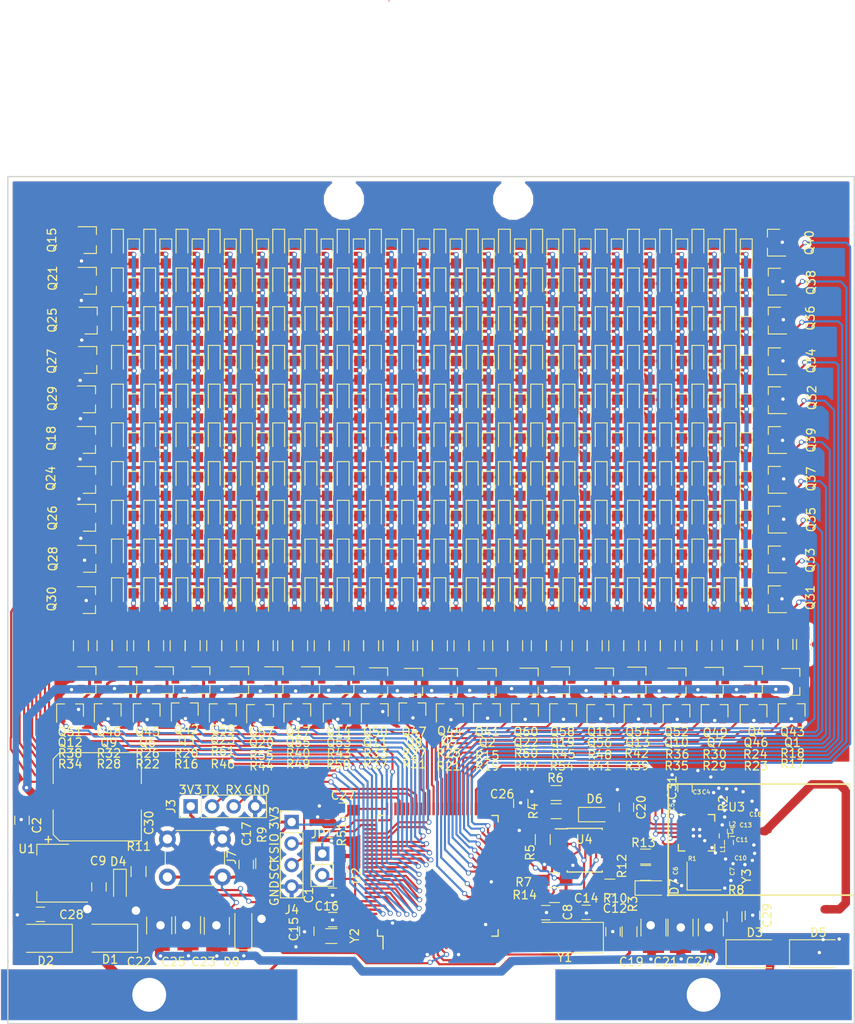
<source format=kicad_pcb>
(kicad_pcb (version 4) (host pcbnew 4.0.7)
  (layers (0 F.Cu signal) (31 B.Cu signal) (34 B.Paste user) (35 F.Paste user) (36 B.SilkS user) (37 F.SilkS user) (38 B.Mask user) (39 F.Mask user) (44 Edge.Cuts user))
  (net 0 "")
  (net 1 PC13)
  (net 2 OSCIN)
  (net 3 OSCOUT)
  (net 4 OSC32IN)
  (net 5 OSC32OUT)
  (net 6 NRST)
  (net 7 PA13)
  (net 8 PA14)
  (net 9 "Net-(D4-Pad1)")
  (net 10 +5V)
  (net 11 GND)
  (net 12 +3V3)
  (net 13 "Net-(C3-Pad2)")
  (net 14 "Net-(C5-Pad2)")
  (net 15 "Net-(C6-Pad2)")
  (net 16 "Net-(C7-Pad2)")
  (net 17 "Net-(C10-Pad2)")
  (net 18 "Net-(C13-Pad1)")
  (net 19 "Net-(C13-Pad2)")
  (net 20 "Net-(L1-Pad1)")
  (net 21 "Net-(L1-Pad2)")
  (net 22 "Net-(R2-Pad2)")
  (net 23 PA9)
  (net 24 PA10)
  (net 25 PB12)
  (net 26 PB13)
  (net 27 PB14)
  (net 28 PB15)
  (net 29 PA1)
  (net 30 PA2)
  (net 31 PB11)
  (net 32 PB3)
  (net 33 PB4)
  (net 34 PB5)
  (net 35 PB6)
  (net 36 PB7)
  (net 37 PB8)
  (net 38 PB9)
  (net 39 PC4)
  (net 40 PC5)
  (net 41 PE8)
  (net 42 PE9)
  (net 43 PE10)
  (net 44 PE11)
  (net 45 PE12)
  (net 46 PE13)
  (net 47 PE14)
  (net 48 PE15)
  (net 49 PD8)
  (net 50 PD9)
  (net 51 PD10)
  (net 52 PD11)
  (net 53 PD12)
  (net 54 PD13)
  (net 55 PD14)
  (net 56 PD15)
  (net 57 PC6)
  (net 58 PC7)
  (net 59 PC8)
  (net 60 PC9)
  (net 61 PC10)
  (net 62 PC11)
  (net 63 PC12)
  (net 64 PD0)
  (net 65 PD1)
  (net 66 PD2)
  (net 67 PD3)
  (net 68 PD4)
  (net 69 PD5)
  (net 70 PD6)
  (net 71 PD7)
  (net 72 "Net-(D6-Pad1)")
  (net 73 "Net-(R4-Pad1)")
  (net 74 "Net-(D7-Pad1)")
  (net 75 "Net-(R10-Pad1)")
  (net 76 "Net-(C28-Pad2)")
  (net 77 "Net-(C29-Pad2)")
  (net 78 "Net-(Q1-Pad3)")
  (net 79 "Net-(Q2-Pad3)")
  (net 80 "Net-(Q3-Pad3)")
  (net 81 "Net-(Q4-Pad3)")
  (net 82 "Net-(Q5-Pad3)")
  (net 83 "Net-(Q6-Pad3)")
  (net 84 "Net-(Q7-Pad3)")
  (net 85 "Net-(Q8-Pad3)")
  (net 86 "Net-(Q9-Pad3)")
  (net 87 "Net-(Q10-Pad3)")
  (net 88 "Net-(Q11-Pad3)")
  (net 89 "Net-(Q12-Pad3)")
  (net 90 "Net-(Q13-Pad3)")
  (net 91 "Net-(Q14-Pad3)")
  (net 92 "Net-(Q16-Pad3)")
  (net 93 "Net-(Q17-Pad3)")
  (net 94 "Net-(Q19-Pad3)")
  (net 95 "Net-(Q20-Pad3)")
  (net 96 "Net-(Q22-Pad3)")
  (net 97 "Net-(Q23-Pad3)")
  (net 98 COL1)
  (net 99 COL2)
  (net 100 COL3)
  (net 101 COL4)
  (net 102 COL5)
  (net 103 COL6)
  (net 104 COL7)
  (net 105 COL8)
  (net 106 COL9)
  (net 107 COL17)
  (net 108 COL10)
  (net 109 COL18)
  (net 110 COL11)
  (net 111 COL19)
  (net 112 COL12)
  (net 113 COL20)
  (net 114 COL13)
  (net 115 COL14)
  (net 116 COL15)
  (net 117 COL16)
  (net 118 ROW1)
  (net 119 ROW2)
  (net 120 ROW3)
  (net 121 ROW4)
  (net 122 ROW5)
  (net 123 ROW6)
  (net 124 ROW7)
  (net 125 ROW16)
  (net 126 ROW17)
  (net 127 ROW18)
  (net 128 ROW14)
  (net 129 ROW19)
  (net 130 ROW15)
  (net 131 ROW20)
  (net 132 ROW8)
  (net 133 ROW13)
  (net 134 ROW9)
  (net 135 ROW10)
  (net 136 ROW11)
  (net 137 ROW12)
  (net 138 "Net-(Q41-Pad1)")
  (net 139 "Net-(Q41-Pad3)")
  (net 140 "Net-(Q42-Pad1)")
  (net 141 "Net-(Q42-Pad3)")
  (net 142 "Net-(Q43-Pad1)")
  (net 143 "Net-(Q43-Pad3)")
  (net 144 "Net-(Q44-Pad1)")
  (net 145 "Net-(Q44-Pad3)")
  (net 146 "Net-(Q45-Pad1)")
  (net 147 "Net-(Q45-Pad3)")
  (net 148 "Net-(Q46-Pad1)")
  (net 149 "Net-(Q46-Pad3)")
  (net 150 "Net-(Q47-Pad1)")
  (net 151 "Net-(Q47-Pad3)")
  (net 152 "Net-(Q48-Pad1)")
  (net 153 "Net-(Q48-Pad3)")
  (net 154 "Net-(Q49-Pad1)")
  (net 155 "Net-(Q49-Pad3)")
  (net 156 "Net-(Q50-Pad1)")
  (net 157 "Net-(Q50-Pad3)")
  (net 158 "Net-(Q51-Pad1)")
  (net 159 "Net-(Q51-Pad3)")
  (net 160 "Net-(Q52-Pad1)")
  (net 161 "Net-(Q52-Pad3)")
  (net 162 "Net-(Q53-Pad1)")
  (net 163 "Net-(Q54-Pad1)")
  (net 164 "Net-(Q54-Pad3)")
  (net 165 "Net-(Q55-Pad1)")
  (net 166 "Net-(Q55-Pad3)")
  (net 167 "Net-(Q56-Pad1)")
  (net 168 "Net-(Q56-Pad3)")
  (net 169 "Net-(Q57-Pad1)")
  (net 170 "Net-(Q57-Pad3)")
  (net 171 "Net-(Q58-Pad1)")
  (net 172 "Net-(Q58-Pad3)")
  (net 173 "Net-(Q59-Pad1)")
  (net 174 "Net-(Q59-Pad3)")
  (net 175 "Net-(Q60-Pad1)")
  (net 176 "Net-(Q60-Pad3)")
  (net 177 "Net-(Q53-Pad3)")
  (net 178 "Net-(JP1-Pad2)")
  (module TO_SOT_Packages_SMD:SOT-23 (layer F.Cu) (at 112.19 109.89)
    (fp_text reference Q60 (at -0.684 5.934) (layer F.SilkS))
    (fp_text value SS8550)
    (pad 1 smd rect (at -1 -0.95) (size 0.9 0.8) (layers F.Cu F.Paste F.Mask) (net 175 "Net-(Q60-Pad1)"))
    (pad 2 smd rect (at -1 0.95) (size 0.9 0.8) (layers F.Cu F.Paste F.Mask) (net 10 +5V))
    (pad 3 smd rect (at 1 0) (size 0.9 0.8) (layers F.Cu F.Paste F.Mask) (net 176 "Net-(Q60-Pad3)"))
  )
  (module PersistenceDisplay:LED_0805NoLabel (layer F.Cu) (at 128.016 90.297 270)
    (fp_text reference D291 hide)
    (fp_text value LED)
    (pad 2 smd rect (at 1.1 0 270) (size 1.2 1.2) (layers F.Cu F.Paste F.Mask) (net 100 COL3))
    (pad 1 smd rect (at -1.1 0 270) (size 1.2 1.2) (layers F.Cu F.Paste F.Mask) (net 132 ROW8))
  )
  (module PersistenceDisplay:LED_0805NoLabel (layer F.Cu) (at 82.296 58.293 270)
    (fp_text reference D23 hide)
    (fp_text value LED)
    (pad 2 smd rect (at 1.1 0 270) (size 1.2 1.2) (layers F.Cu F.Paste F.Mask) (net 116 COL15))
    (pad 1 smd rect (at -1.1 0 270) (size 1.2 1.2) (layers F.Cu F.Paste F.Mask) (net 118 ROW1))
  )
  (module PersistenceDisplay:LED_0805NoLabel (layer F.Cu) (at 120.396 58.293 270)
    (fp_text reference D13 hide)
    (fp_text value LED)
    (pad 2 smd rect (at 1.1 0 270) (size 1.2 1.2) (layers F.Cu F.Paste F.Mask) (net 102 COL5))
    (pad 1 smd rect (at -1.1 0 270) (size 1.2 1.2) (layers F.Cu F.Paste F.Mask) (net 118 ROW1))
  )
  (module Diodes_SMD:D_SOD-323_HandSoldering (layer F.Cu) (at 119.618 125.596)
    (fp_text reference D6 (at 0 -1.85) (layer F.SilkS))
    (fp_text value 1N4148WS)
    (pad 1 smd rect (at -1.25 0) (size 1 1) (layers F.Cu F.Paste F.Mask) (net 72 "Net-(D6-Pad1)"))
    (pad 2 smd rect (at 1.25 0) (size 1 1) (layers F.Cu F.Paste F.Mask) (net 11 GND))
  )
  (module Inductors_SMD:L_0402 (layer F.Cu) (at 134.878 128.106 90)
    (fp_text reference L1 (at -1.54 -0.13 90) (layer F.SilkS) (effects (font (size 0.5 0.5) (thickness 0.1))))
    (fp_text value "8.2 nH")
    (pad 1 smd rect (at -0.45 0 90) (size 0.4 0.6) (layers F.Cu F.Paste F.Mask) (net 20 "Net-(L1-Pad1)"))
    (pad 2 smd rect (at 0.45 0 90) (size 0.4 0.6) (layers F.Cu F.Paste F.Mask) (net 21 "Net-(L1-Pad2)"))
  )
  (module Capacitors_SMD:C_0805_HandSoldering (layer F.Cu) (at 113.848 137.176 180)
    (fp_text reference C8 (at -2.6 0.06 270) (layer F.SilkS))
    (fp_text value "0.1 uF")
    (pad 1 smd rect (at -1.25 0 180) (size 1.5 1.25) (layers F.Cu F.Paste F.Mask) (net 11 GND))
    (pad 2 smd rect (at 1.25 0 180) (size 1.5 1.25) (layers F.Cu F.Paste F.Mask) (net 12 +3V3))
  )
  (module Capacitors_SMD:C_0805_HandSoldering (layer F.Cu) (at 118.628 137.146)
    (fp_text reference C14 (at 0 -1.68 180) (layer F.SilkS))
    (fp_text value "20 pF")
    (pad 1 smd rect (at -1.25 0) (size 1.5 1.25) (layers F.Cu F.Paste F.Mask) (net 3 OSCOUT))
    (pad 2 smd rect (at 1.25 0) (size 1.5 1.25) (layers F.Cu F.Paste F.Mask) (net 11 GND))
  )
  (module Pin_Headers:Pin_Header_Straight_1x04_Pitch2.54mm (layer F.Cu) (at 83.826 126.476)
    (fp_text reference J4 (at 0.02 10.35 180) (layer F.SilkS))
    (fp_text value Conn_01x04)
    (pad 1 thru_hole rect (at 0 0) (size 1.7 1.7) (drill 1) (layers *.Cu *.Mask) (net 12 +3V3))
    (pad 2 thru_hole oval (at 0 2.54) (size 1.7 1.7) (drill 1) (layers *.Cu *.Mask) (net 7 PA13))
    (pad 3 thru_hole oval (at 0 5.08) (size 1.7 1.7) (drill 1) (layers *.Cu *.Mask) (net 8 PA14))
    (pad 4 thru_hole oval (at 0 7.62) (size 1.7 1.7) (drill 1) (layers *.Cu *.Mask) (net 11 GND))
  )
  (module Buttons_Switches_THT:SW_PUSH_6mm (layer F.Cu) (at 75.648 132.976 180)
    (fp_text reference J7 (at -1.0854 2.3184 270) (layer F.SilkS))
    (fp_text value Conn_01x02)
    (pad 2 thru_hole circle (at 0 4.5 270) (size 2 2) (drill 1.1) (layers *.Cu *.Mask) (net 11 GND))
    (pad 1 thru_hole circle (at 0 0 270) (size 2 2) (drill 1.1) (layers *.Cu *.Mask) (net 6 NRST))
    (pad 2 thru_hole circle (at 6.5 4.5 270) (size 2 2) (drill 1.1) (layers *.Cu *.Mask) (net 11 GND))
    (pad 1 thru_hole circle (at 6.5 0 270) (size 2 2) (drill 1.1) (layers *.Cu *.Mask) (net 6 NRST))
  )
  (module Capacitors_SMD:C_0805_HandSoldering (layer F.Cu) (at 121.798 139.426 90)
    (fp_text reference C12 (at 2.75 0.23 360) (layer F.SilkS))
    (fp_text value "20 pF")
    (pad 1 smd rect (at -1.25 0 90) (size 1.5 1.25) (layers F.Cu F.Paste F.Mask) (net 2 OSCIN))
    (pad 2 smd rect (at 1.25 0 90) (size 1.5 1.25) (layers F.Cu F.Paste F.Mask) (net 11 GND))
  )
  (module Capacitors_SMD:C_0805_HandSoldering (layer F.Cu) (at 85.618 139.366 270)
    (fp_text reference C15 (at -0.25 1.54 270) (layer F.SilkS))
    (fp_text value "20 pF")
    (pad 1 smd rect (at -1.25 0 270) (size 1.5 1.25) (layers F.Cu F.Paste F.Mask) (net 4 OSC32IN))
    (pad 2 smd rect (at 1.25 0 270) (size 1.5 1.25) (layers F.Cu F.Paste F.Mask) (net 11 GND))
  )
  (module Capacitors_SMD:C_0805_HandSoldering (layer F.Cu) (at 88.678 137.996 180)
    (fp_text reference C16 (at 0.69 1.59 180) (layer F.SilkS))
    (fp_text value "20 pF")
    (pad 1 smd rect (at -1.25 0 180) (size 1.5 1.25) (layers F.Cu F.Paste F.Mask) (net 5 OSC32OUT))
    (pad 2 smd rect (at 1.25 0 180) (size 1.5 1.25) (layers F.Cu F.Paste F.Mask) (net 11 GND))
  )
  (module Resistors_SMD:R_0805_HandSoldering (layer F.Cu) (at 65.738 132.326 90)
    (fp_text reference R11 (at 2.9638 0.0226 360) (layer F.SilkS))
    (fp_text value 470R)
    (pad 1 smd rect (at -1.35 0 90) (size 1.5 1.3) (layers F.Cu F.Paste F.Mask) (net 1 PC13))
    (pad 2 smd rect (at 1.35 0 90) (size 1.5 1.3) (layers F.Cu F.Paste F.Mask) (net 9 "Net-(D4-Pad1)"))
  )
  (module TO_SOT_Packages_SMD:SOT-223 (layer F.Cu) (at 55.628 132.516 180)
    (fp_text reference U1 (at 3.1008 2.8744 180) (layer F.SilkS))
    (fp_text value AMS1117-3V3)
    (pad 4 smd rect (at 3.15 0 180) (size 2 3.8) (layers F.Cu F.Paste F.Mask))
    (pad 2 smd rect (at -3.15 0 180) (size 2 1.5) (layers F.Cu F.Paste F.Mask) (net 12 +3V3))
    (pad 3 smd rect (at -3.15 2.3 180) (size 2 1.5) (layers F.Cu F.Paste F.Mask) (net 10 +5V))
    (pad 1 smd rect (at -3.15 -2.3 180) (size 2 1.5) (layers F.Cu F.Paste F.Mask) (net 11 GND))
  )
  (module Capacitors_SMD:C_0805_HandSoldering (layer F.Cu) (at 61.058 134.136 90)
    (fp_text reference C9 (at 3.072 -0.098 180) (layer F.SilkS))
    (fp_text value "0.1 uF")
    (pad 1 smd rect (at -1.25 0 90) (size 1.5 1.25) (layers F.Cu F.Paste F.Mask) (net 11 GND))
    (pad 2 smd rect (at 1.25 0 90) (size 1.5 1.25) (layers F.Cu F.Paste F.Mask) (net 12 +3V3))
  )
  (module Capacitors_SMD:C_0805_HandSoldering (layer F.Cu) (at 78.458 131.486 90)
    (fp_text reference C17 (at 3.61 0.04 270) (layer F.SilkS))
    (fp_text value "10 nF")
    (pad 1 smd rect (at -1.25 0 90) (size 1.5 1.25) (layers F.Cu F.Paste F.Mask) (net 6 NRST))
    (pad 2 smd rect (at 1.25 0 90) (size 1.5 1.25) (layers F.Cu F.Paste F.Mask) (net 11 GND))
  )
  (module LEDs:LED_0805_HandSoldering (layer F.Cu) (at 63.538 134.256 270)
    (fp_text reference D4 (at -3.11 0.2 360) (layer F.SilkS))
    (fp_text value LED)
    (pad 1 smd rect (at -1.35 0 270) (size 1.5 1.3) (layers F.Cu F.Paste F.Mask) (net 9 "Net-(D4-Pad1)"))
    (pad 2 smd rect (at 1.35 0 270) (size 1.5 1.3) (layers F.Cu F.Paste F.Mask) (net 12 +3V3))
  )
  (module Resistors_SMD:R_0805_HandSoldering (layer F.Cu) (at 80.468 131.366 270)
    (fp_text reference R9 (at -3.39 0.14 450) (layer F.SilkS))
    (fp_text value 1.5k)
    (pad 1 smd rect (at -1.35 0 270) (size 1.5 1.3) (layers F.Cu F.Paste F.Mask) (net 12 +3V3))
    (pad 2 smd rect (at 1.35 0 270) (size 1.5 1.3) (layers F.Cu F.Paste F.Mask) (net 6 NRST))
  )
  (module Capacitors_SMD:C_0805_HandSoldering (layer F.Cu) (at 88.658 135.126)
    (fp_text reference C1 (at -2.81 -0.02 90) (layer F.SilkS))
    (fp_text value "1 uF")
    (pad 1 smd rect (at -1.25 0) (size 1.5 1.25) (layers F.Cu F.Paste F.Mask) (net 11 GND))
    (pad 2 smd rect (at 1.25 0) (size 1.5 1.25) (layers F.Cu F.Paste F.Mask) (net 12 +3V3))
  )
  (module Capacitors_SMD:C_0805_HandSoldering (layer F.Cu) (at 51.968 126.266 270)
    (fp_text reference C2 (at 0.607 -1.753 270) (layer F.SilkS))
    (fp_text value "1 uF")
    (pad 1 smd rect (at -1.25 0 270) (size 1.5 1.25) (layers F.Cu F.Paste F.Mask) (net 11 GND))
    (pad 2 smd rect (at 1.25 0 270) (size 1.5 1.25) (layers F.Cu F.Paste F.Mask) (net 10 +5V))
  )
  (module Crystals:Crystal_SMD_5032-2pin_5.0x3.2mm_HandSoldering (layer F.Cu) (at 116.108 140.126 180)
    (fp_text reference Y1 (at 0.024 -2.352 180) (layer F.SilkS))
    (fp_text value "8 MHz")
    (pad 1 smd rect (at -2.6 0 180) (size 3.5 2.4) (layers F.Cu F.Paste F.Mask) (net 2 OSCIN))
    (pad 2 smd rect (at 2.6 0 180) (size 3.5 2.4) (layers F.Cu F.Paste F.Mask) (net 3 OSCOUT))
  )
  (module Crystals:Crystal_SMD_3215-2pin_3.2x1.5mm (layer F.Cu) (at 88.518 139.936)
    (fp_text reference Y2 (at 2.75 -0.03 90) (layer F.SilkS))
    (fp_text value "32.768 kHz")
    (pad 1 smd rect (at 1.25 0) (size 1 1.8) (layers F.Cu F.Paste F.Mask) (net 5 OSC32OUT))
    (pad 2 smd rect (at -1.25 0) (size 1 1.8) (layers F.Cu F.Paste F.Mask) (net 4 OSC32IN))
  )
  (module Capacitors_SMD:C_0402_NoSilk (layer F.Cu) (at 132.208 123.816 180)
    (fp_text reference C3 (at 0.502 0.874 180) (layer F.SilkS) (effects (font (size 0.5 0.5) (thickness 0.1))))
    (fp_text value "10 nF")
    (pad 1 smd rect (at -0.55 0 180) (size 0.6 0.5) (layers F.Cu F.Paste F.Mask) (net 11 GND))
    (pad 2 smd rect (at 0.55 0 180) (size 0.6 0.5) (layers F.Cu F.Paste F.Mask) (net 13 "Net-(C3-Pad2)"))
  )
  (module Capacitors_SMD:C_0402_NoSilk (layer F.Cu) (at 132.168 124.696 180)
    (fp_text reference C4 (at -0.63 1.76 180) (layer F.SilkS) (effects (font (size 0.5 0.5) (thickness 0.1))))
    (fp_text value "1 nF")
    (pad 1 smd rect (at -0.55 0 180) (size 0.6 0.5) (layers F.Cu F.Paste F.Mask) (net 11 GND))
    (pad 2 smd rect (at 0.55 0 180) (size 0.6 0.5) (layers F.Cu F.Paste F.Mask) (net 13 "Net-(C3-Pad2)"))
  )
  (module Capacitors_SMD:C_0402_NoSilk (layer F.Cu) (at 130.048 124.676)
    (fp_text reference C5 (at -1.27 0.038 90) (layer F.SilkS) (effects (font (size 0.5 0.5) (thickness 0.1))))
    (fp_text value "33 nF")
    (pad 1 smd rect (at -0.55 0) (size 0.6 0.5) (layers F.Cu F.Paste F.Mask) (net 11 GND))
    (pad 2 smd rect (at 0.55 0) (size 0.6 0.5) (layers F.Cu F.Paste F.Mask) (net 14 "Net-(C5-Pad2)"))
  )
  (module Capacitors_SMD:C_0402_NoSilk (layer F.Cu) (at 129.928 132.806 90)
    (fp_text reference C6 (at 0.5736 -0.7436 90) (layer F.SilkS) (effects (font (size 0.5 0.5) (thickness 0.1))))
    (fp_text value "22 pF")
    (pad 1 smd rect (at -0.55 0 90) (size 0.6 0.5) (layers F.Cu F.Paste F.Mask) (net 11 GND))
    (pad 2 smd rect (at 0.55 0 90) (size 0.6 0.5) (layers F.Cu F.Paste F.Mask) (net 15 "Net-(C6-Pad2)"))
  )
  (module Capacitors_SMD:C_0402_NoSilk (layer F.Cu) (at 134.952 132.914 90)
    (fp_text reference C7 (at 0.6054 0.938 90) (layer F.SilkS) (effects (font (size 0.5 0.5) (thickness 0.1))))
    (fp_text value "22 pF")
    (pad 1 smd rect (at -0.55 0 90) (size 0.6 0.5) (layers F.Cu F.Paste F.Mask) (net 11 GND))
    (pad 2 smd rect (at 0.55 0 90) (size 0.6 0.5) (layers F.Cu F.Paste F.Mask) (net 16 "Net-(C7-Pad2)"))
  )
  (module Capacitors_SMD:C_0402_NoSilk (layer F.Cu) (at 136.733 129.981 180)
    (fp_text reference C10 (at -0.13 -0.75 180) (layer F.SilkS) (effects (font (size 0.5 0.5) (thickness 0.1))))
    (fp_text value "2.2 nF")
    (pad 1 smd rect (at -0.55 0 180) (size 0.6 0.5) (layers F.Cu F.Paste F.Mask) (net 11 GND))
    (pad 2 smd rect (at 0.55 0 180) (size 0.6 0.5) (layers F.Cu F.Paste F.Mask) (net 17 "Net-(C10-Pad2)"))
  )
  (module Capacitors_SMD:C_0402_NoSilk (layer F.Cu) (at 136.713 129.291 180)
    (fp_text reference C11 (at -0.32 0.72 180) (layer F.SilkS) (effects (font (size 0.5 0.5) (thickness 0.1))))
    (fp_text value "4.7 pF")
    (pad 1 smd rect (at -0.55 0 180) (size 0.6 0.5) (layers F.Cu F.Paste F.Mask) (net 11 GND))
    (pad 2 smd rect (at 0.55 0 180) (size 0.6 0.5) (layers F.Cu F.Paste F.Mask) (net 17 "Net-(C10-Pad2)"))
  )
  (module Capacitors_SMD:C_0402_NoSilk (layer F.Cu) (at 137.483 127.671)
    (fp_text reference C13 (at -0.01 -0.83) (layer F.SilkS) (effects (font (size 0.5 0.5) (thickness 0.1))))
    (fp_text value "1.5 pF")
    (pad 1 smd rect (at -0.55 0) (size 0.6 0.5) (layers F.Cu F.Paste F.Mask) (net 18 "Net-(C13-Pad1)"))
    (pad 2 smd rect (at 0.55 0) (size 0.6 0.5) (layers F.Cu F.Paste F.Mask) (net 19 "Net-(C13-Pad2)"))
  )
  (module Capacitors_SMD:C_0402_NoSilk (layer F.Cu) (at 138.773 127.001 270)
    (fp_text reference C18 (at -1.43 0.15 360) (layer F.SilkS) (effects (font (size 0.5 0.5) (thickness 0.1))))
    (fp_text value "1 pF")
    (pad 1 smd rect (at -0.55 0 270) (size 0.6 0.5) (layers F.Cu F.Paste F.Mask) (net 11 GND))
    (pad 2 smd rect (at 0.55 0 270) (size 0.6 0.5) (layers F.Cu F.Paste F.Mask) (net 19 "Net-(C13-Pad2)"))
  )
  (module Inductors_SMD:L_0402 (layer F.Cu) (at 135.913 127.641 180)
    (fp_text reference L2 (at 0.02 0.93 360) (layer F.SilkS) (effects (font (size 0.5 0.5) (thickness 0.1))))
    (fp_text value "3.9 nH")
    (pad 1 smd rect (at -0.45 0 180) (size 0.4 0.6) (layers F.Cu F.Paste F.Mask) (net 18 "Net-(C13-Pad1)"))
    (pad 2 smd rect (at 0.45 0 180) (size 0.4 0.6) (layers F.Cu F.Paste F.Mask) (net 21 "Net-(L1-Pad2)"))
  )
  (module Inductors_SMD:L_0402 (layer F.Cu) (at 135.493 128.891 90)
    (fp_text reference L3 (at 1.3 0.14 180) (layer F.SilkS) (effects (font (size 0.5 0.5) (thickness 0.1))))
    (fp_text value "2.7 nH")
    (pad 1 smd rect (at -0.45 0 90) (size 0.4 0.6) (layers F.Cu F.Paste F.Mask) (net 17 "Net-(C10-Pad2)"))
    (pad 2 smd rect (at 0.45 0 90) (size 0.4 0.6) (layers F.Cu F.Paste F.Mask) (net 20 "Net-(L1-Pad1)"))
  )
  (module Resistors_SMD:R_0402_NoSilk (layer F.Cu) (at 132.493 130.851 180)
    (fp_text reference R1 (at 1.336 0.06 180) (layer F.SilkS) (effects (font (size 0.5 0.5) (thickness 0.1))))
    (fp_text value 1M)
    (pad 1 smd rect (at -0.45 0 180) (size 0.4 0.6) (layers F.Cu F.Paste F.Mask) (net 16 "Net-(C7-Pad2)"))
    (pad 2 smd rect (at 0.45 0 180) (size 0.4 0.6) (layers F.Cu F.Paste F.Mask) (net 15 "Net-(C6-Pad2)"))
  )
  (module Resistors_SMD:R_0402_NoSilk (layer F.Cu) (at 133.608 124.276 270)
    (fp_text reference R2 (at 0 -1.2 270) (layer F.SilkS))
    (fp_text value 22k)
    (pad 1 smd rect (at -0.45 0 270) (size 0.4 0.6) (layers F.Cu F.Paste F.Mask) (net 11 GND))
    (pad 2 smd rect (at 0.45 0 270) (size 0.4 0.6) (layers F.Cu F.Paste F.Mask) (net 22 "Net-(R2-Pad2)"))
  )
  (module Crystals:Crystal_SMD_3225-4pin_3.2x2.5mm (layer F.Cu) (at 132.543 132.851)
    (fp_text reference Y3 (at 5.0234 0.0164 270) (layer F.SilkS))
    (fp_text value "16 MHz")
    (pad 1 smd rect (at -1.1 0.85) (size 1.4 1.2) (layers F.Cu F.Paste F.Mask) (net 15 "Net-(C6-Pad2)"))
    (pad 2 smd rect (at 1.1 0.85) (size 1.4 1.2) (layers F.Cu F.Paste F.Mask))
    (pad 3 smd rect (at 1.1 -0.85) (size 1.4 1.2) (layers F.Cu F.Paste F.Mask) (net 16 "Net-(C7-Pad2)"))
    (pad 4 smd rect (at -1.1 -0.85) (size 1.4 1.2) (layers F.Cu F.Paste F.Mask))
  )
  (module Pin_Headers:Pin_Header_Straight_1x04_Pitch2.54mm (layer F.Cu) (at 71.898 124.626 90)
    (fp_text reference J3 (at 0 -2.33 90) (layer F.SilkS))
    (fp_text value Conn_01x04)
    (pad 1 thru_hole rect (at 0 0 90) (size 1.7 1.7) (drill 1) (layers *.Cu *.Mask) (net 12 +3V3))
    (pad 2 thru_hole oval (at 0 2.54 90) (size 1.7 1.7) (drill 1) (layers *.Cu *.Mask) (net 23 PA9))
    (pad 3 thru_hole oval (at 0 5.08 90) (size 1.7 1.7) (drill 1) (layers *.Cu *.Mask) (net 24 PA10))
    (pad 4 thru_hole oval (at 0 7.62 90) (size 1.7 1.7) (drill 1) (layers *.Cu *.Mask) (net 11 GND))
  )
  (module PersistenceDisplay:QFN-20-1EP_4x4mm_Pitch0.5mm_smaller_internal_pad (layer F.Cu) (at 131.665 127.743)
    (fp_text reference U3 (at 4.733 -3.029) (layer F.SilkS))
    (fp_text value nrf24l01)
    (pad 1 smd rect (at -1.965 -1) (size 0.73 0.3) (layers F.Cu F.Paste F.Mask) (net 25 PB12))
    (pad 2 smd rect (at -1.965 -0.5) (size 0.73 0.3) (layers F.Cu F.Paste F.Mask) (net 31 PB11))
    (pad 3 smd rect (at -1.965 0) (size 0.73 0.3) (layers F.Cu F.Paste F.Mask) (net 26 PB13))
    (pad 4 smd rect (at -1.965 0.5) (size 0.73 0.3) (layers F.Cu F.Paste F.Mask) (net 28 PB15))
    (pad 5 smd rect (at -1.965 1) (size 0.73 0.3) (layers F.Cu F.Paste F.Mask) (net 27 PB14))
    (pad 6 smd rect (at -1 1.965 90) (size 0.73 0.3) (layers F.Cu F.Paste F.Mask))
    (pad 7 smd rect (at -0.5 1.965 90) (size 0.73 0.3) (layers F.Cu F.Paste F.Mask) (net 13 "Net-(C3-Pad2)"))
    (pad 8 smd rect (at 0 1.965 90) (size 0.73 0.3) (layers F.Cu F.Paste F.Mask) (net 11 GND))
    (pad 9 smd rect (at 0.5 1.965 90) (size 0.73 0.3) (layers F.Cu F.Paste F.Mask) (net 15 "Net-(C6-Pad2)"))
    (pad 10 smd rect (at 1 1.965 90) (size 0.73 0.3) (layers F.Cu F.Paste F.Mask) (net 16 "Net-(C7-Pad2)"))
    (pad 11 smd rect (at 1.965 1) (size 0.73 0.3) (layers F.Cu F.Paste F.Mask) (net 17 "Net-(C10-Pad2)"))
    (pad 12 smd rect (at 1.965 0.5) (size 0.73 0.3) (layers F.Cu F.Paste F.Mask) (net 20 "Net-(L1-Pad1)"))
    (pad 13 smd rect (at 1.965 0) (size 0.73 0.3) (layers F.Cu F.Paste F.Mask) (net 21 "Net-(L1-Pad2)"))
    (pad 14 smd rect (at 1.965 -0.5) (size 0.73 0.3) (layers F.Cu F.Paste F.Mask) (net 11 GND))
    (pad 15 smd rect (at 1.965 -1) (size 0.73 0.3) (layers F.Cu F.Paste F.Mask) (net 13 "Net-(C3-Pad2)"))
    (pad 16 smd rect (at 1 -1.965 90) (size 0.73 0.3) (layers F.Cu F.Paste F.Mask) (net 22 "Net-(R2-Pad2)"))
    (pad 17 smd rect (at 0.5 -1.965 90) (size 0.73 0.3) (layers F.Cu F.Paste F.Mask) (net 11 GND))
    (pad 18 smd rect (at 0 -1.965 90) (size 0.73 0.3) (layers F.Cu F.Paste F.Mask) (net 13 "Net-(C3-Pad2)"))
    (pad 19 smd rect (at -0.5 -1.965 90) (size 0.73 0.3) (layers F.Cu F.Paste F.Mask) (net 14 "Net-(C5-Pad2)"))
    (pad 20 smd rect (at -1 -1.965 90) (size 0.73 0.3) (layers F.Cu F.Paste F.Mask) (net 11 GND))
    (pad 21 smd rect (at 0.375 0.375) (size 0.75 0.75) (layers F.Cu F.Paste F.Mask) (net 11 GND))
    (pad 21 smd rect (at 0.375 -0.375) (size 0.75 0.75) (layers F.Cu F.Paste F.Mask) (net 11 GND))
    (pad 21 smd rect (at -0.375 0.375) (size 0.75 0.75) (layers F.Cu F.Paste F.Mask) (net 11 GND))
    (pad 21 smd rect (at -0.375 -0.375) (size 0.75 0.75) (layers F.Cu F.Paste F.Mask) (net 11 GND))
  )
  (module Housings_QFP:LQFP-100_14x14mm_Pitch0.5mm (layer F.Cu) (at 101.098 132.826 90)
    (fp_text reference U2 (at 0 -9.65 90) (layer F.SilkS))
    (fp_text value STM32F103VETx)
    (pad 1 smd rect (at -7.9 -6 90) (size 1.5 0.28) (layers F.Cu F.Paste F.Mask))
    (pad 2 smd rect (at -7.9 -5.5 90) (size 1.5 0.28) (layers F.Cu F.Paste F.Mask))
    (pad 3 smd rect (at -7.9 -5 90) (size 1.5 0.28) (layers F.Cu F.Paste F.Mask))
    (pad 4 smd rect (at -7.9 -4.5 90) (size 1.5 0.28) (layers F.Cu F.Paste F.Mask))
    (pad 5 smd rect (at -7.9 -4 90) (size 1.5 0.28) (layers F.Cu F.Paste F.Mask))
    (pad 6 smd rect (at -7.9 -3.5 90) (size 1.5 0.28) (layers F.Cu F.Paste F.Mask))
    (pad 7 smd rect (at -7.9 -3 90) (size 1.5 0.28) (layers F.Cu F.Paste F.Mask) (net 1 PC13))
    (pad 8 smd rect (at -7.9 -2.5 90) (size 1.5 0.28) (layers F.Cu F.Paste F.Mask) (net 5 OSC32OUT))
    (pad 9 smd rect (at -7.9 -2 90) (size 1.5 0.28) (layers F.Cu F.Paste F.Mask) (net 4 OSC32IN))
    (pad 10 smd rect (at -7.9 -1.5 90) (size 1.5 0.28) (layers F.Cu F.Paste F.Mask) (net 11 GND))
    (pad 11 smd rect (at -7.9 -1 90) (size 1.5 0.28) (layers F.Cu F.Paste F.Mask) (net 12 +3V3))
    (pad 12 smd rect (at -7.9 -0.5 90) (size 1.5 0.28) (layers F.Cu F.Paste F.Mask) (net 2 OSCIN))
    (pad 13 smd rect (at -7.9 0 90) (size 1.5 0.28) (layers F.Cu F.Paste F.Mask) (net 3 OSCOUT))
    (pad 14 smd rect (at -7.9 0.5 90) (size 1.5 0.28) (layers F.Cu F.Paste F.Mask) (net 6 NRST))
    (pad 15 smd rect (at -7.9 1 90) (size 1.5 0.28) (layers F.Cu F.Paste F.Mask))
    (pad 16 smd rect (at -7.9 1.5 90) (size 1.5 0.28) (layers F.Cu F.Paste F.Mask))
    (pad 17 smd rect (at -7.9 2 90) (size 1.5 0.28) (layers F.Cu F.Paste F.Mask))
    (pad 18 smd rect (at -7.9 2.5 90) (size 1.5 0.28) (layers F.Cu F.Paste F.Mask))
    (pad 19 smd rect (at -7.9 3 90) (size 1.5 0.28) (layers F.Cu F.Paste F.Mask) (net 11 GND))
    (pad 20 smd rect (at -7.9 3.5 90) (size 1.5 0.28) (layers F.Cu F.Paste F.Mask) (net 11 GND))
    (pad 21 smd rect (at -7.9 4 90) (size 1.5 0.28) (layers F.Cu F.Paste F.Mask) (net 12 +3V3))
    (pad 22 smd rect (at -7.9 4.5 90) (size 1.5 0.28) (layers F.Cu F.Paste F.Mask) (net 12 +3V3))
    (pad 23 smd rect (at -7.9 5 90) (size 1.5 0.28) (layers F.Cu F.Paste F.Mask))
    (pad 24 smd rect (at -7.9 5.5 90) (size 1.5 0.28) (layers F.Cu F.Paste F.Mask) (net 29 PA1))
    (pad 25 smd rect (at -7.9 6 90) (size 1.5 0.28) (layers F.Cu F.Paste F.Mask) (net 30 PA2))
    (pad 26 smd rect (at -6 7.9 180) (size 1.5 0.28) (layers F.Cu F.Paste F.Mask))
    (pad 27 smd rect (at -5.5 7.9 180) (size 1.5 0.28) (layers F.Cu F.Paste F.Mask) (net 11 GND))
    (pad 28 smd rect (at -5 7.9 180) (size 1.5 0.28) (layers F.Cu F.Paste F.Mask) (net 12 +3V3))
    (pad 29 smd rect (at -4.5 7.9 180) (size 1.5 0.28) (layers F.Cu F.Paste F.Mask))
    (pad 30 smd rect (at -4 7.9 180) (size 1.5 0.28) (layers F.Cu F.Paste F.Mask))
    (pad 31 smd rect (at -3.5 7.9 180) (size 1.5 0.28) (layers F.Cu F.Paste F.Mask))
    (pad 32 smd rect (at -3 7.9 180) (size 1.5 0.28) (layers F.Cu F.Paste F.Mask))
    (pad 33 smd rect (at -2.5 7.9 180) (size 1.5 0.28) (layers F.Cu F.Paste F.Mask) (net 39 PC4))
    (pad 34 smd rect (at -2 7.9 180) (size 1.5 0.28) (layers F.Cu F.Paste F.Mask) (net 40 PC5))
    (pad 35 smd rect (at -1.5 7.9 180) (size 1.5 0.28) (layers F.Cu F.Paste F.Mask))
    (pad 36 smd rect (at -1 7.9 180) (size 1.5 0.28) (layers F.Cu F.Paste F.Mask))
    (pad 37 smd rect (at -0.5 7.9 180) (size 1.5 0.28) (layers F.Cu F.Paste F.Mask) (net 11 GND))
    (pad 38 smd rect (at 0 7.9 180) (size 1.5 0.28) (layers F.Cu F.Paste F.Mask))
    (pad 39 smd rect (at 0.5 7.9 180) (size 1.5 0.28) (layers F.Cu F.Paste F.Mask) (net 41 PE8))
    (pad 40 smd rect (at 1 7.9 180) (size 1.5 0.28) (layers F.Cu F.Paste F.Mask) (net 42 PE9))
    (pad 41 smd rect (at 1.5 7.9 180) (size 1.5 0.28) (layers F.Cu F.Paste F.Mask) (net 43 PE10))
    (pad 42 smd rect (at 2 7.9 180) (size 1.5 0.28) (layers F.Cu F.Paste F.Mask) (net 44 PE11))
    (pad 43 smd rect (at 2.5 7.9 180) (size 1.5 0.28) (layers F.Cu F.Paste F.Mask) (net 45 PE12))
    (pad 44 smd rect (at 3 7.9 180) (size 1.5 0.28) (layers F.Cu F.Paste F.Mask) (net 46 PE13))
    (pad 45 smd rect (at 3.5 7.9 180) (size 1.5 0.28) (layers F.Cu F.Paste F.Mask) (net 47 PE14))
    (pad 46 smd rect (at 4 7.9 180) (size 1.5 0.28) (layers F.Cu F.Paste F.Mask) (net 48 PE15))
    (pad 47 smd rect (at 4.5 7.9 180) (size 1.5 0.28) (layers F.Cu F.Paste F.Mask))
    (pad 48 smd rect (at 5 7.9 180) (size 1.5 0.28) (layers F.Cu F.Paste F.Mask) (net 31 PB11))
    (pad 49 smd rect (at 5.5 7.9 180) (size 1.5 0.28) (layers F.Cu F.Paste F.Mask) (net 11 GND))
    (pad 50 smd rect (at 6 7.9 180) (size 1.5 0.28) (layers F.Cu F.Paste F.Mask) (net 12 +3V3))
    (pad 51 smd rect (at 7.9 6 90) (size 1.5 0.28) (layers F.Cu F.Paste F.Mask) (net 25 PB12))
    (pad 52 smd rect (at 7.9 5.5 90) (size 1.5 0.28) (layers F.Cu F.Paste F.Mask) (net 26 PB13))
    (pad 53 smd rect (at 7.9 5 90) (size 1.5 0.28) (layers F.Cu F.Paste F.Mask) (net 27 PB14))
    (pad 54 smd rect (at 7.9 4.5 90) (size 1.5 0.28) (layers F.Cu F.Paste F.Mask) (net 28 PB15))
    (pad 55 smd rect (at 7.9 4 90) (size 1.5 0.28) (layers F.Cu F.Paste F.Mask) (net 49 PD8))
    (pad 56 smd rect (at 7.9 3.5 90) (size 1.5 0.28) (layers F.Cu F.Paste F.Mask) (net 50 PD9))
    (pad 57 smd rect (at 7.9 3 90) (size 1.5 0.28) (layers F.Cu F.Paste F.Mask) (net 51 PD10))
    (pad 58 smd rect (at 7.9 2.5 90) (size 1.5 0.28) (layers F.Cu F.Paste F.Mask) (net 52 PD11))
    (pad 59 smd rect (at 7.9 2 90) (size 1.5 0.28) (layers F.Cu F.Paste F.Mask) (net 53 PD12))
    (pad 60 smd rect (at 7.9 1.5 90) (size 1.5 0.28) (layers F.Cu F.Paste F.Mask) (net 54 PD13))
    (pad 61 smd rect (at 7.9 1 90) (size 1.5 0.28) (layers F.Cu F.Paste F.Mask) (net 55 PD14))
    (pad 62 smd rect (at 7.9 0.5 90) (size 1.5 0.28) (layers F.Cu F.Paste F.Mask) (net 56 PD15))
    (pad 63 smd rect (at 7.9 0 90) (size 1.5 0.28) (layers F.Cu F.Paste F.Mask) (net 57 PC6))
    (pad 64 smd rect (at 7.9 -0.5 90) (size 1.5 0.28) (layers F.Cu F.Paste F.Mask) (net 58 PC7))
    (pad 65 smd rect (at 7.9 -1 90) (size 1.5 0.28) (layers F.Cu F.Paste F.Mask) (net 59 PC8))
    (pad 66 smd rect (at 7.9 -1.5 90) (size 1.5 0.28) (layers F.Cu F.Paste F.Mask) (net 60 PC9))
    (pad 67 smd rect (at 7.9 -2 90) (size 1.5 0.28) (layers F.Cu F.Paste F.Mask))
    (pad 68 smd rect (at 7.9 -2.5 90) (size 1.5 0.28) (layers F.Cu F.Paste F.Mask) (net 23 PA9))
    (pad 69 smd rect (at 7.9 -3 90) (size 1.5 0.28) (layers F.Cu F.Paste F.Mask) (net 24 PA10))
    (pad 70 smd rect (at 7.9 -3.5 90) (size 1.5 0.28) (layers F.Cu F.Paste F.Mask))
    (pad 71 smd rect (at 7.9 -4 90) (size 1.5 0.28) (layers F.Cu F.Paste F.Mask))
    (pad 72 smd rect (at 7.9 -4.5 90) (size 1.5 0.28) (layers F.Cu F.Paste F.Mask) (net 7 PA13))
    (pad 73 smd rect (at 7.9 -5 90) (size 1.5 0.28) (layers F.Cu F.Paste F.Mask))
    (pad 74 smd rect (at 7.9 -5.5 90) (size 1.5 0.28) (layers F.Cu F.Paste F.Mask) (net 11 GND))
    (pad 75 smd rect (at 7.9 -6 90) (size 1.5 0.28) (layers F.Cu F.Paste F.Mask) (net 12 +3V3))
    (pad 76 smd rect (at 6 -7.9 180) (size 1.5 0.28) (layers F.Cu F.Paste F.Mask) (net 8 PA14))
    (pad 77 smd rect (at 5.5 -7.9 180) (size 1.5 0.28) (layers F.Cu F.Paste F.Mask))
    (pad 78 smd rect (at 5 -7.9 180) (size 1.5 0.28) (layers F.Cu F.Paste F.Mask) (net 61 PC10))
    (pad 79 smd rect (at 4.5 -7.9 180) (size 1.5 0.28) (layers F.Cu F.Paste F.Mask) (net 62 PC11))
    (pad 80 smd rect (at 4 -7.9 180) (size 1.5 0.28) (layers F.Cu F.Paste F.Mask) (net 63 PC12))
    (pad 81 smd rect (at 3.5 -7.9 180) (size 1.5 0.28) (layers F.Cu F.Paste F.Mask) (net 64 PD0))
    (pad 82 smd rect (at 3 -7.9 180) (size 1.5 0.28) (layers F.Cu F.Paste F.Mask) (net 65 PD1))
    (pad 83 smd rect (at 2.5 -7.9 180) (size 1.5 0.28) (layers F.Cu F.Paste F.Mask) (net 66 PD2))
    (pad 84 smd rect (at 2 -7.9 180) (size 1.5 0.28) (layers F.Cu F.Paste F.Mask) (net 67 PD3))
    (pad 85 smd rect (at 1.5 -7.9 180) (size 1.5 0.28) (layers F.Cu F.Paste F.Mask) (net 68 PD4))
    (pad 86 smd rect (at 1 -7.9 180) (size 1.5 0.28) (layers F.Cu F.Paste F.Mask) (net 69 PD5))
    (pad 87 smd rect (at 0.5 -7.9 180) (size 1.5 0.28) (layers F.Cu F.Paste F.Mask) (net 70 PD6))
    (pad 88 smd rect (at 0 -7.9 180) (size 1.5 0.28) (layers F.Cu F.Paste F.Mask) (net 71 PD7))
    (pad 89 smd rect (at -0.5 -7.9 180) (size 1.5 0.28) (layers F.Cu F.Paste F.Mask) (net 32 PB3))
    (pad 90 smd rect (at -1 -7.9 180) (size 1.5 0.28) (layers F.Cu F.Paste F.Mask) (net 33 PB4))
    (pad 91 smd rect (at -1.5 -7.9 180) (size 1.5 0.28) (layers F.Cu F.Paste F.Mask) (net 34 PB5))
    (pad 92 smd rect (at -2 -7.9 180) (size 1.5 0.28) (layers F.Cu F.Paste F.Mask) (net 35 PB6))
    (pad 93 smd rect (at -2.5 -7.9 180) (size 1.5 0.28) (layers F.Cu F.Paste F.Mask) (net 36 PB7))
    (pad 94 smd rect (at -3 -7.9 180) (size 1.5 0.28) (layers F.Cu F.Paste F.Mask) (net 178 "Net-(JP1-Pad2)"))
    (pad 95 smd rect (at -3.5 -7.9 180) (size 1.5 0.28) (layers F.Cu F.Paste F.Mask) (net 37 PB8))
    (pad 96 smd rect (at -4 -7.9 180) (size 1.5 0.28) (layers F.Cu F.Paste F.Mask) (net 38 PB9))
    (pad 97 smd rect (at -4.5 -7.9 180) (size 1.5 0.28) (layers F.Cu F.Paste F.Mask))
    (pad 98 smd rect (at -5 -7.9 180) (size 1.5 0.28) (layers F.Cu F.Paste F.Mask))
    (pad 99 smd rect (at -5.5 -7.9 180) (size 1.5 0.28) (layers F.Cu F.Paste F.Mask) (net 11 GND))
    (pad 100 smd rect (at -6 -7.9 180) (size 1.5 0.28) (layers F.Cu F.Paste F.Mask) (net 12 +3V3))
  )
  (module Capacitors_SMD:C_1210_HandSoldering (layer F.Cu) (at 126.578 138.936 90)
    (fp_text reference C19 (at -4.05 -2.62 180) (layer F.SilkS))
    (fp_text value "100 uF")
    (pad 1 smd rect (at -2 0 90) (size 2 2.5) (layers F.Cu F.Paste F.Mask) (net 10 +5V))
    (pad 2 smd rect (at 2 0 90) (size 2 2.5) (layers F.Cu F.Paste F.Mask) (net 11 GND))
  )
  (module Capacitors_SMD:C_0805_HandSoldering (layer F.Cu) (at 123.38 124.74 270)
    (fp_text reference C20 (at 0 -1.75 270) (layer F.SilkS))
    (fp_text value "0.1 uF")
    (pad 1 smd rect (at -1.25 0 270) (size 1.5 1.25) (layers F.Cu F.Paste F.Mask) (net 11 GND))
    (pad 2 smd rect (at 1.25 0 270) (size 1.5 1.25) (layers F.Cu F.Paste F.Mask) (net 10 +5V))
  )
  (module Capacitors_SMD:C_1210_HandSoldering (layer F.Cu) (at 129.768 138.946 90)
    (fp_text reference C21 (at -4.04 -1.746 180) (layer F.SilkS))
    (fp_text value "100 uF")
    (pad 1 smd rect (at -2 0 90) (size 2 2.5) (layers F.Cu F.Paste F.Mask) (net 10 +5V))
    (pad 2 smd rect (at 2 0 90) (size 2 2.5) (layers F.Cu F.Paste F.Mask) (net 11 GND))
  )
  (module Capacitors_SMD:C_1210_HandSoldering (layer F.Cu) (at 68.178 138.696 90)
    (fp_text reference C22 (at -4.29 -2.386 180) (layer F.SilkS))
    (fp_text value "100 uF")
    (pad 1 smd rect (at -2 0 90) (size 2 2.5) (layers F.Cu F.Paste F.Mask) (net 10 +5V))
    (pad 2 smd rect (at 2 0 90) (size 2 2.5) (layers F.Cu F.Paste F.Mask) (net 11 GND))
  )
  (module Capacitors_SMD:C_1210_HandSoldering (layer F.Cu) (at 74.988 138.746 90)
    (fp_text reference C23 (at -4.24 -1.576 180) (layer F.SilkS))
    (fp_text value "100 uF")
    (pad 1 smd rect (at -2 0 90) (size 2 2.5) (layers F.Cu F.Paste F.Mask) (net 10 +5V))
    (pad 2 smd rect (at 2 0 90) (size 2 2.5) (layers F.Cu F.Paste F.Mask) (net 11 GND))
  )
  (module Capacitors_SMD:C_1210_HandSoldering (layer F.Cu) (at 133.356 138.922 90)
    (fp_text reference C24 (at -4.064 -1.524 180) (layer F.SilkS))
    (fp_text value "100 uF")
    (pad 1 smd rect (at -2 0 90) (size 2 2.5) (layers F.Cu F.Paste F.Mask) (net 10 +5V))
    (pad 2 smd rect (at 2 0 90) (size 2 2.5) (layers F.Cu F.Paste F.Mask) (net 11 GND))
  )
  (module Diodes_SMD:D_MiniMELF (layer F.Cu) (at 78.118 139.026 90)
    (fp_text reference D8 (at -3.96 -1.404 180) (layer F.SilkS))
    (fp_text value 5.6V)
    (pad 1 smd rect (at -1.75 0 90) (size 1.3 1.7) (layers F.Cu F.Paste F.Mask) (net 10 +5V))
    (pad 2 smd rect (at 1.75 0 90) (size 1.3 1.7) (layers F.Cu F.Paste F.Mask) (net 11 GND))
  )
  (module Resistors_SMD:R_0805_HandSoldering (layer F.Cu) (at 123.748 139.426 90)
    (fp_text reference R3 (at 3.28 0.39 90) (layer F.SilkS))
    (fp_text value 100k)
    (pad 1 smd rect (at -1.35 0 90) (size 1.5 1.3) (layers F.Cu F.Paste F.Mask) (net 76 "Net-(C28-Pad2)"))
    (pad 2 smd rect (at 1.35 0 90) (size 1.5 1.3) (layers F.Cu F.Paste F.Mask) (net 72 "Net-(D6-Pad1)"))
  )
  (module Resistors_SMD:R_0805_HandSoldering (layer F.Cu) (at 115.073 125.201)
    (fp_text reference R4 (at -2.675 -0.025 90) (layer F.SilkS))
    (fp_text value 10k)
    (pad 1 smd rect (at -1.35 0) (size 1.5 1.3) (layers F.Cu F.Paste F.Mask) (net 73 "Net-(R4-Pad1)"))
    (pad 2 smd rect (at 1.35 0) (size 1.5 1.3) (layers F.Cu F.Paste F.Mask) (net 10 +5V))
  )
  (module Resistors_SMD:R_0805_HandSoldering (layer F.Cu) (at 113.498 128.551 90)
    (fp_text reference R5 (at -1.525 -1.5 90) (layer F.SilkS))
    (fp_text value 10k)
    (pad 1 smd rect (at -1.35 0 90) (size 1.5 1.3) (layers F.Cu F.Paste F.Mask) (net 11 GND))
    (pad 2 smd rect (at 1.35 0 90) (size 1.5 1.3) (layers F.Cu F.Paste F.Mask) (net 73 "Net-(R4-Pad1)"))
  )
  (module Resistors_SMD:R_0805_HandSoldering (layer F.Cu) (at 115.073 123.051 180)
    (fp_text reference R6 (at 0.075 1.775 180) (layer F.SilkS))
    (fp_text value 47k)
    (pad 1 smd rect (at -1.35 0 180) (size 1.5 1.3) (layers F.Cu F.Paste F.Mask) (net 73 "Net-(R4-Pad1)"))
    (pad 2 smd rect (at 1.35 0 180) (size 1.5 1.3) (layers F.Cu F.Paste F.Mask) (net 29 PA1))
  )
  (module Resistors_SMD:R_0805_HandSoldering (layer F.Cu) (at 114.898 133.351)
    (fp_text reference R7 (at -3.675 0.225) (layer F.SilkS))
    (fp_text value 10k)
    (pad 1 smd rect (at -1.35 0) (size 1.5 1.3) (layers F.Cu F.Paste F.Mask) (net 29 PA1))
    (pad 2 smd rect (at 1.35 0) (size 1.5 1.3) (layers F.Cu F.Paste F.Mask) (net 12 +3V3))
  )
  (module Resistors_SMD:R_0805_HandSoldering (layer F.Cu) (at 136.15 137.652 90)
    (fp_text reference R8 (at 3.159 0.1972 360) (layer F.SilkS))
    (fp_text value 100k)
    (pad 1 smd rect (at -1.35 0 90) (size 1.5 1.3) (layers F.Cu F.Paste F.Mask) (net 77 "Net-(C29-Pad2)"))
    (pad 2 smd rect (at 1.35 0 90) (size 1.5 1.3) (layers F.Cu F.Paste F.Mask) (net 74 "Net-(D7-Pad1)"))
  )
  (module Resistors_SMD:R_0805_HandSoldering (layer F.Cu) (at 121.418 134.096 180)
    (fp_text reference R10 (at -0.63 -1.38 180) (layer F.SilkS))
    (fp_text value 10k)
    (pad 1 smd rect (at -1.35 0 180) (size 1.5 1.3) (layers F.Cu F.Paste F.Mask) (net 75 "Net-(R10-Pad1)"))
    (pad 2 smd rect (at 1.35 0 180) (size 1.5 1.3) (layers F.Cu F.Paste F.Mask) (net 10 +5V))
  )
  (module Resistors_SMD:R_0805_HandSoldering (layer F.Cu) (at 125.67 132.48 180)
    (fp_text reference R12 (at 2.82 0.81 450) (layer F.SilkS))
    (fp_text value 10k)
    (pad 1 smd rect (at -1.35 0 180) (size 1.5 1.3) (layers F.Cu F.Paste F.Mask) (net 11 GND))
    (pad 2 smd rect (at 1.35 0 180) (size 1.5 1.3) (layers F.Cu F.Paste F.Mask) (net 75 "Net-(R10-Pad1)"))
  )
  (module Resistors_SMD:R_0805_HandSoldering (layer F.Cu) (at 125.65 130.55)
    (fp_text reference R13 (at -0.26 -1.63) (layer F.SilkS))
    (fp_text value 47k)
    (pad 1 smd rect (at -1.35 0) (size 1.5 1.3) (layers F.Cu F.Paste F.Mask) (net 75 "Net-(R10-Pad1)"))
    (pad 2 smd rect (at 1.35 0) (size 1.5 1.3) (layers F.Cu F.Paste F.Mask) (net 30 PA2))
  )
  (module Resistors_SMD:R_0805_HandSoldering (layer F.Cu) (at 114.873 135.101)
    (fp_text reference R14 (at -3.513 -0.011) (layer F.SilkS))
    (fp_text value 10k)
    (pad 1 smd rect (at -1.35 0) (size 1.5 1.3) (layers F.Cu F.Paste F.Mask) (net 30 PA2))
    (pad 2 smd rect (at 1.35 0) (size 1.5 1.3) (layers F.Cu F.Paste F.Mask) (net 12 +3V3))
  )
  (module Diodes_SMD:D_SMA (layer F.Cu) (at 62.236 140.192 180)
    (fp_text reference D1 (at -0.132 -2.494 180) (layer F.SilkS))
    (fp_text value M7)
    (pad 1 smd rect (at -2 0 180) (size 2.5 1.8) (layers F.Cu F.Paste F.Mask) (net 10 +5V))
    (pad 2 smd rect (at 2 0 180) (size 2.5 1.8) (layers F.Cu F.Paste F.Mask) (net 76 "Net-(C28-Pad2)"))
  )
  (module Diodes_SMD:D_SMA (layer F.Cu) (at 54.508 140.206 180)
    (fp_text reference D2 (at -0.25 -2.68 180) (layer F.SilkS))
    (fp_text value M7)
    (pad 1 smd rect (at -2 0 180) (size 2.5 1.8) (layers F.Cu F.Paste F.Mask) (net 76 "Net-(C28-Pad2)"))
    (pad 2 smd rect (at 2 0 180) (size 2.5 1.8) (layers F.Cu F.Paste F.Mask) (net 11 GND))
  )
  (module Diodes_SMD:D_SMA (layer F.Cu) (at 138.548 142.026)
    (fp_text reference D3 (at 0 -2.5) (layer F.SilkS))
    (fp_text value M7)
    (pad 1 smd rect (at -2 0) (size 2.5 1.8) (layers F.Cu F.Paste F.Mask) (net 10 +5V))
    (pad 2 smd rect (at 2 0) (size 2.5 1.8) (layers F.Cu F.Paste F.Mask) (net 77 "Net-(C29-Pad2)"))
  )
  (module Diodes_SMD:D_SMA (layer F.Cu) (at 146.048 142.026)
    (fp_text reference D5 (at 0 -2.5) (layer F.SilkS))
    (fp_text value M7)
    (pad 1 smd rect (at -2 0) (size 2.5 1.8) (layers F.Cu F.Paste F.Mask) (net 77 "Net-(C29-Pad2)"))
    (pad 2 smd rect (at 2 0) (size 2.5 1.8) (layers F.Cu F.Paste F.Mask) (net 11 GND))
  )
  (module PersistenceDisplay:ContactPad (layer F.Cu) (at 67 147)
    (fp_text reference J5 hide)
    (fp_text value Conn_01x01)
    (pad 1 thru_hole rect (at 0 -0.125) (size 35 6) (drill 4) (layers *.Cu *.Mask) (net 76 "Net-(C28-Pad2)"))
  )
  (module PersistenceDisplay:ContactPad (layer F.Cu) (at 132.5 147)
    (fp_text reference J6 hide)
    (fp_text value Conn_01x01)
    (pad 1 thru_hole rect (at 0 -0.125) (size 35 6) (drill 4) (layers *.Cu *.Mask) (net 77 "Net-(C29-Pad2)"))
  )
  (module Capacitors_SMD:C_1210_HandSoldering (layer F.Cu) (at 71.578 138.636 90)
    (fp_text reference C25 (at -4.35 -1.722 180) (layer F.SilkS))
    (fp_text value "100 uF")
    (pad 1 smd rect (at -2 0 90) (size 2 2.5) (layers F.Cu F.Paste F.Mask) (net 10 +5V))
    (pad 2 smd rect (at 2 0 90) (size 2 2.5) (layers F.Cu F.Paste F.Mask) (net 11 GND))
  )
  (module Housings_SOIC:SOIC-8_3.9x4.9mm_Pitch1.27mm (layer F.Cu) (at 118.448 129.801)
    (fp_text reference U4 (at -0.06 -1.275 180) (layer F.SilkS))
    (fp_text value LM393)
    (pad 1 smd rect (at -2.7 -1.905) (size 1.55 0.6) (layers F.Cu F.Paste F.Mask) (net 29 PA1))
    (pad 2 smd rect (at -2.7 -0.635) (size 1.55 0.6) (layers F.Cu F.Paste F.Mask) (net 72 "Net-(D6-Pad1)"))
    (pad 3 smd rect (at -2.7 0.635) (size 1.55 0.6) (layers F.Cu F.Paste F.Mask) (net 73 "Net-(R4-Pad1)"))
    (pad 4 smd rect (at -2.7 1.905) (size 1.55 0.6) (layers F.Cu F.Paste F.Mask) (net 11 GND))
    (pad 5 smd rect (at 2.7 1.905) (size 1.55 0.6) (layers F.Cu F.Paste F.Mask) (net 75 "Net-(R10-Pad1)"))
    (pad 6 smd rect (at 2.7 0.635) (size 1.55 0.6) (layers F.Cu F.Paste F.Mask) (net 74 "Net-(D7-Pad1)"))
    (pad 7 smd rect (at 2.7 -0.635) (size 1.55 0.6) (layers F.Cu F.Paste F.Mask) (net 30 PA2))
    (pad 8 smd rect (at 2.7 -1.905) (size 1.55 0.6) (layers F.Cu F.Paste F.Mask) (net 10 +5V))
  )
  (module Capacitors_SMD:C_0805_HandSoldering (layer F.Cu) (at 110.898 124.276 270)
    (fp_text reference C26 (at -1.1 2.2 360) (layer F.SilkS))
    (fp_text value "0.1 uF")
    (pad 1 smd rect (at -1.25 0 270) (size 1.5 1.25) (layers F.Cu F.Paste F.Mask) (net 11 GND))
    (pad 2 smd rect (at 1.25 0 270) (size 1.5 1.25) (layers F.Cu F.Paste F.Mask) (net 12 +3V3))
  )
  (module Capacitors_SMD:C_0805_HandSoldering (layer F.Cu) (at 89.898 125.076)
    (fp_text reference C27 (at 0 -1.75) (layer F.SilkS))
    (fp_text value "0.1 uF")
    (pad 1 smd rect (at -1.25 0) (size 1.5 1.25) (layers F.Cu F.Paste F.Mask) (net 11 GND))
    (pad 2 smd rect (at 1.25 0) (size 1.5 1.25) (layers F.Cu F.Paste F.Mask) (net 12 +3V3))
  )
  (module Capacitors_SMD:C_0805_HandSoldering (layer F.Cu) (at 54.148 137.376)
    (fp_text reference C28 (at 3.6624 0.038) (layer F.SilkS))
    (fp_text value "1 nF")
    (pad 1 smd rect (at -1.25 0) (size 1.5 1.25) (layers F.Cu F.Paste F.Mask) (net 11 GND))
    (pad 2 smd rect (at 1.25 0) (size 1.5 1.25) (layers F.Cu F.Paste F.Mask) (net 76 "Net-(C28-Pad2)"))
  )
  (module Capacitors_SMD:C_0805_HandSoldering (layer F.Cu) (at 138.268 137.496 270)
    (fp_text reference C29 (at 0 -1.75 270) (layer F.SilkS))
    (fp_text value "1 nF")
    (pad 1 smd rect (at -1.25 0 270) (size 1.5 1.25) (layers F.Cu F.Paste F.Mask) (net 11 GND))
    (pad 2 smd rect (at 1.25 0 270) (size 1.5 1.25) (layers F.Cu F.Paste F.Mask) (net 77 "Net-(C29-Pad2)"))
  )
  (module Diodes_SMD:D_SOD-323_HandSoldering (layer F.Cu) (at 126.298 134.266)
    (fp_text reference D7 (at 2.734 -0.154 90) (layer F.SilkS))
    (fp_text value 1N4148WS)
    (pad 1 smd rect (at -1.25 0) (size 1 1) (layers F.Cu F.Paste F.Mask) (net 74 "Net-(D7-Pad1)"))
    (pad 2 smd rect (at 1.25 0) (size 1 1) (layers F.Cu F.Paste F.Mask) (net 11 GND))
  )
  (module TO_SOT_Packages_SMD:SOT-23 (layer F.Cu) (at 142.898 113.276 90)
    (fp_text reference Q1 (at -3.818 0.104 180) (layer F.SilkS))
    (fp_text value 2N7002)
    (pad 1 smd rect (at -1 -0.95 90) (size 0.9 0.8) (layers F.Cu F.Paste F.Mask) (net 49 PD8))
    (pad 2 smd rect (at -1 0.95 90) (size 0.9 0.8) (layers F.Cu F.Paste F.Mask) (net 11 GND))
    (pad 3 smd rect (at 1 0 90) (size 0.9 0.8) (layers F.Cu F.Paste F.Mask) (net 78 "Net-(Q1-Pad3)"))
  )
  (module TO_SOT_Packages_SMD:SOT-23 (layer F.Cu) (at 106.898 113.276 90)
    (fp_text reference Q2 (at -3.818 0.036 180) (layer F.SilkS))
    (fp_text value 2N7002)
    (pad 1 smd rect (at -1 -0.95 90) (size 0.9 0.8) (layers F.Cu F.Paste F.Mask) (net 57 PC6))
    (pad 2 smd rect (at -1 0.95 90) (size 0.9 0.8) (layers F.Cu F.Paste F.Mask) (net 11 GND))
    (pad 3 smd rect (at 1 0 90) (size 0.9 0.8) (layers F.Cu F.Paste F.Mask) (net 79 "Net-(Q2-Pad3)"))
  )
  (module TO_SOT_Packages_SMD:SOT-23 (layer F.Cu) (at 71.198 113.176 90)
    (fp_text reference Q3 (at -3.664 0.176 180) (layer F.SilkS))
    (fp_text value 2N7002)
    (pad 1 smd rect (at -1 -0.95 90) (size 0.9 0.8) (layers F.Cu F.Paste F.Mask) (net 65 PD1))
    (pad 2 smd rect (at -1 0.95 90) (size 0.9 0.8) (layers F.Cu F.Paste F.Mask) (net 11 GND))
    (pad 3 smd rect (at 1 0 90) (size 0.9 0.8) (layers F.Cu F.Paste F.Mask) (net 80 "Net-(Q3-Pad3)"))
  )
  (module TO_SOT_Packages_SMD:SOT-23 (layer F.Cu) (at 138.398 113.376 90)
    (fp_text reference Q4 (at -2.448 0.286 180) (layer F.SilkS))
    (fp_text value 2N7002)
    (pad 1 smd rect (at -1 -0.95 90) (size 0.9 0.8) (layers F.Cu F.Paste F.Mask) (net 50 PD9))
    (pad 2 smd rect (at -1 0.95 90) (size 0.9 0.8) (layers F.Cu F.Paste F.Mask) (net 11 GND))
    (pad 3 smd rect (at 1 0 90) (size 0.9 0.8) (layers F.Cu F.Paste F.Mask) (net 81 "Net-(Q4-Pad3)"))
  )
  (module TO_SOT_Packages_SMD:SOT-23 (layer F.Cu) (at 102.498 113.276 90)
    (fp_text reference Q5 (at -3.644 -0.088 180) (layer F.SilkS))
    (fp_text value 2N7002)
    (pad 1 smd rect (at -1 -0.95 90) (size 0.9 0.8) (layers F.Cu F.Paste F.Mask) (net 58 PC7))
    (pad 2 smd rect (at -1 0.95 90) (size 0.9 0.8) (layers F.Cu F.Paste F.Mask) (net 11 GND))
    (pad 3 smd rect (at 1 0 90) (size 0.9 0.8) (layers F.Cu F.Paste F.Mask) (net 82 "Net-(Q5-Pad3)"))
  )
  (module TO_SOT_Packages_SMD:SOT-23 (layer F.Cu) (at 66.698 113.276 90)
    (fp_text reference Q6 (at -3.818 0.104 180) (layer F.SilkS))
    (fp_text value 2N7002)
    (pad 1 smd rect (at -1 -0.95 90) (size 0.9 0.8) (layers F.Cu F.Paste F.Mask) (net 66 PD2))
    (pad 2 smd rect (at -1 0.95 90) (size 0.9 0.8) (layers F.Cu F.Paste F.Mask) (net 11 GND))
    (pad 3 smd rect (at 1 0 90) (size 0.9 0.8) (layers F.Cu F.Paste F.Mask) (net 83 "Net-(Q6-Pad3)"))
  )
  (module TO_SOT_Packages_SMD:SOT-23 (layer F.Cu) (at 133.798 113.376 90)
    (fp_text reference Q7 (at -3.718 0.06 180) (layer F.SilkS))
    (fp_text value 2N7002)
    (pad 1 smd rect (at -1 -0.95 90) (size 0.9 0.8) (layers F.Cu F.Paste F.Mask) (net 51 PD10))
    (pad 2 smd rect (at -1 0.95 90) (size 0.9 0.8) (layers F.Cu F.Paste F.Mask) (net 11 GND))
    (pad 3 smd rect (at 1 0 90) (size 0.9 0.8) (layers F.Cu F.Paste F.Mask) (net 84 "Net-(Q7-Pad3)"))
  )
  (module TO_SOT_Packages_SMD:SOT-23 (layer F.Cu) (at 98.098 113.176 90)
    (fp_text reference Q8 (at -3.918 0.2 180) (layer F.SilkS))
    (fp_text value 2N7002)
    (pad 1 smd rect (at -1 -0.95 90) (size 0.9 0.8) (layers F.Cu F.Paste F.Mask) (net 59 PC8))
    (pad 2 smd rect (at -1 0.95 90) (size 0.9 0.8) (layers F.Cu F.Paste F.Mask) (net 11 GND))
    (pad 3 smd rect (at 1 0 90) (size 0.9 0.8) (layers F.Cu F.Paste F.Mask) (net 85 "Net-(Q8-Pad3)"))
  )
  (module TO_SOT_Packages_SMD:SOT-23 (layer F.Cu) (at 62.098 113.276 90)
    (fp_text reference Q9 (at -3.818 0.132 180) (layer F.SilkS))
    (fp_text value 2N7002)
    (pad 1 smd rect (at -1 -0.95 90) (size 0.9 0.8) (layers F.Cu F.Paste F.Mask) (net 67 PD3))
    (pad 2 smd rect (at -1 0.95 90) (size 0.9 0.8) (layers F.Cu F.Paste F.Mask) (net 11 GND))
    (pad 3 smd rect (at 1 0 90) (size 0.9 0.8) (layers F.Cu F.Paste F.Mask) (net 86 "Net-(Q9-Pad3)"))
  )
  (module TO_SOT_Packages_SMD:SOT-23 (layer F.Cu) (at 129.298 113.376 90)
    (fp_text reference Q10 (at -3.718 -0.012 180) (layer F.SilkS))
    (fp_text value 2N7002)
    (pad 1 smd rect (at -1 -0.95 90) (size 0.9 0.8) (layers F.Cu F.Paste F.Mask) (net 52 PD11))
    (pad 2 smd rect (at -1 0.95 90) (size 0.9 0.8) (layers F.Cu F.Paste F.Mask) (net 11 GND))
    (pad 3 smd rect (at 1 0 90) (size 0.9 0.8) (layers F.Cu F.Paste F.Mask) (net 87 "Net-(Q10-Pad3)"))
  )
  (module TO_SOT_Packages_SMD:SOT-23 (layer F.Cu) (at 93.648 113.276 90)
    (fp_text reference Q11 (at -3.818 0.078 180) (layer F.SilkS))
    (fp_text value 2N7002)
    (pad 1 smd rect (at -1 -0.95 90) (size 0.9 0.8) (layers F.Cu F.Paste F.Mask) (net 60 PC9))
    (pad 2 smd rect (at -1 0.95 90) (size 0.9 0.8) (layers F.Cu F.Paste F.Mask) (net 11 GND))
    (pad 3 smd rect (at 1 0 90) (size 0.9 0.8) (layers F.Cu F.Paste F.Mask) (net 88 "Net-(Q11-Pad3)"))
  )
  (module TO_SOT_Packages_SMD:SOT-23 (layer F.Cu) (at 57.648 113.296 90)
    (fp_text reference Q12 (at -3.798 0.01 180) (layer F.SilkS))
    (fp_text value 2N7002)
    (pad 1 smd rect (at -1 -0.95 90) (size 0.9 0.8) (layers F.Cu F.Paste F.Mask) (net 68 PD4))
    (pad 2 smd rect (at -1 0.95 90) (size 0.9 0.8) (layers F.Cu F.Paste F.Mask) (net 11 GND))
    (pad 3 smd rect (at 1 0 90) (size 0.9 0.8) (layers F.Cu F.Paste F.Mask) (net 89 "Net-(Q12-Pad3)"))
  )
  (module TO_SOT_Packages_SMD:SOT-23 (layer F.Cu) (at 89.148 113.276 90)
    (fp_text reference Q14 (at -2.499 0.227 180) (layer F.SilkS))
    (fp_text value 2N7002)
    (pad 1 smd rect (at -1 -0.95 90) (size 0.9 0.8) (layers F.Cu F.Paste F.Mask) (net 61 PC10))
    (pad 2 smd rect (at -1 0.95 90) (size 0.9 0.8) (layers F.Cu F.Paste F.Mask) (net 11 GND))
    (pad 3 smd rect (at 1 0 90) (size 0.9 0.8) (layers F.Cu F.Paste F.Mask) (net 91 "Net-(Q14-Pad3)"))
  )
  (module TO_SOT_Packages_SMD:SOT-23 (layer F.Cu) (at 120.298 113.376 90)
    (fp_text reference Q16 (at -2.414 -0.088 180) (layer F.SilkS))
    (fp_text value 2N7002)
    (pad 1 smd rect (at -1 -0.95 90) (size 0.9 0.8) (layers F.Cu F.Paste F.Mask) (net 54 PD13))
    (pad 2 smd rect (at -1 0.95 90) (size 0.9 0.8) (layers F.Cu F.Paste F.Mask) (net 11 GND))
    (pad 3 smd rect (at 1 0 90) (size 0.9 0.8) (layers F.Cu F.Paste F.Mask) (net 92 "Net-(Q16-Pad3)"))
  )
  (module TO_SOT_Packages_SMD:SOT-23 (layer F.Cu) (at 84.498 113.276 90)
    (fp_text reference Q17 (at -2.548 0.084 180) (layer F.SilkS))
    (fp_text value 2N7002)
    (pad 1 smd rect (at -1 -0.95 90) (size 0.9 0.8) (layers F.Cu F.Paste F.Mask) (net 62 PC11))
    (pad 2 smd rect (at -1 0.95 90) (size 0.9 0.8) (layers F.Cu F.Paste F.Mask) (net 11 GND))
    (pad 3 smd rect (at 1 0 90) (size 0.9 0.8) (layers F.Cu F.Paste F.Mask) (net 93 "Net-(Q17-Pad3)"))
  )
  (module TO_SOT_Packages_SMD:SOT-23 (layer F.Cu) (at 115.898 113.276 90)
    (fp_text reference Q19 (at -3.818 -0.074 180) (layer F.SilkS))
    (fp_text value 2N7002)
    (pad 1 smd rect (at -1 -0.95 90) (size 0.9 0.8) (layers F.Cu F.Paste F.Mask) (net 55 PD14))
    (pad 2 smd rect (at -1 0.95 90) (size 0.9 0.8) (layers F.Cu F.Paste F.Mask) (net 11 GND))
    (pad 3 smd rect (at 1 0 90) (size 0.9 0.8) (layers F.Cu F.Paste F.Mask) (net 94 "Net-(Q19-Pad3)"))
  )
  (module TO_SOT_Packages_SMD:SOT-23 (layer F.Cu) (at 80.098 113.376 90)
    (fp_text reference Q20 (at -3.718 0.166 180) (layer F.SilkS))
    (fp_text value 2N7002)
    (pad 1 smd rect (at -1 -0.95 90) (size 0.9 0.8) (layers F.Cu F.Paste F.Mask) (net 63 PC12))
    (pad 2 smd rect (at -1 0.95 90) (size 0.9 0.8) (layers F.Cu F.Paste F.Mask) (net 11 GND))
    (pad 3 smd rect (at 1 0 90) (size 0.9 0.8) (layers F.Cu F.Paste F.Mask) (net 95 "Net-(Q20-Pad3)"))
  )
  (module TO_SOT_Packages_SMD:SOT-23 (layer F.Cu) (at 111.398 113.276 90)
    (fp_text reference Q22 (at -3.818 0.108 180) (layer F.SilkS))
    (fp_text value 2N7002)
    (pad 1 smd rect (at -1 -0.95 90) (size 0.9 0.8) (layers F.Cu F.Paste F.Mask) (net 56 PD15))
    (pad 2 smd rect (at -1 0.95 90) (size 0.9 0.8) (layers F.Cu F.Paste F.Mask) (net 11 GND))
    (pad 3 smd rect (at 1 0 90) (size 0.9 0.8) (layers F.Cu F.Paste F.Mask) (net 96 "Net-(Q22-Pad3)"))
  )
  (module TO_SOT_Packages_SMD:SOT-23 (layer F.Cu) (at 75.692 113.284 90)
    (fp_text reference Q23 (at -3.464 -0.006 180) (layer F.SilkS))
    (fp_text value 2N7002)
    (pad 1 smd rect (at -1 -0.95 90) (size 0.9 0.8) (layers F.Cu F.Paste F.Mask) (net 64 PD0))
    (pad 2 smd rect (at -1 0.95 90) (size 0.9 0.8) (layers F.Cu F.Paste F.Mask) (net 11 GND))
    (pad 3 smd rect (at 1 0 90) (size 0.9 0.8) (layers F.Cu F.Paste F.Mask) (net 97 "Net-(Q23-Pad3)"))
  )
  (module TO_SOT_Packages_SMD:SOT-23 (layer F.Cu) (at 60.098 67.276)
    (fp_text reference Q25 (at -4.55 -0.05 90) (layer F.SilkS))
    (fp_text value 2N7002)
    (pad 1 smd rect (at -1 -0.95) (size 0.9 0.8) (layers F.Cu F.Paste F.Mask) (net 36 PB7))
    (pad 2 smd rect (at -1 0.95) (size 0.9 0.8) (layers F.Cu F.Paste F.Mask) (net 11 GND))
    (pad 3 smd rect (at 1 0) (size 0.9 0.8) (layers F.Cu F.Paste F.Mask) (net 120 ROW3))
  )
  (module Resistors_SMD:R_0805_HandSoldering (layer F.Cu) (at 142.17 105.51 270)
    (fp_text reference R18 (at 12.854 -0.832 360) (layer F.SilkS))
    (fp_text value 10k)
    (pad 1 smd rect (at -1.35 0 270) (size 1.5 1.3) (layers F.Cu F.Paste F.Mask) (net 78 "Net-(Q1-Pad3)"))
    (pad 2 smd rect (at 1.35 0 270) (size 1.5 1.3) (layers F.Cu F.Paste F.Mask) (net 142 "Net-(Q43-Pad1)"))
  )
  (module Resistors_SMD:R_0805_HandSoldering (layer F.Cu) (at 105.664 105.664 270)
    (fp_text reference R19 (at 14.224 -1.27 360) (layer F.SilkS))
    (fp_text value 10k)
    (pad 1 smd rect (at -1.35 0 270) (size 1.5 1.3) (layers F.Cu F.Paste F.Mask) (net 79 "Net-(Q2-Pad3)"))
    (pad 2 smd rect (at 1.35 0 270) (size 1.5 1.3) (layers F.Cu F.Paste F.Mask) (net 138 "Net-(Q41-Pad1)"))
  )
  (module Resistors_SMD:R_0805_HandSoldering (layer F.Cu) (at 72.136 105.664 270)
    (fp_text reference R20 (at 12.7 0.762 360) (layer F.SilkS))
    (fp_text value 10k)
    (pad 1 smd rect (at -1.35 0 270) (size 1.5 1.3) (layers F.Cu F.Paste F.Mask) (net 80 "Net-(Q3-Pad3)"))
    (pad 2 smd rect (at 1.35 0 270) (size 1.5 1.3) (layers F.Cu F.Paste F.Mask) (net 140 "Net-(Q42-Pad1)"))
  )
  (module Resistors_SMD:R_0805_HandSoldering (layer F.Cu) (at 137.37 105.58 270)
    (fp_text reference R24 (at 12.9 -1.24 540) (layer F.SilkS))
    (fp_text value 10k)
    (pad 1 smd rect (at -1.35 0 270) (size 1.5 1.3) (layers F.Cu F.Paste F.Mask) (net 81 "Net-(Q4-Pad3)"))
    (pad 2 smd rect (at 1.35 0 270) (size 1.5 1.3) (layers F.Cu F.Paste F.Mask) (net 148 "Net-(Q46-Pad1)"))
  )
  (module Resistors_SMD:R_0805_HandSoldering (layer F.Cu) (at 101.346 105.664 270)
    (fp_text reference R25 (at 12.7 -1.016 360) (layer F.SilkS))
    (fp_text value 10k)
    (pad 1 smd rect (at -1.35 0 270) (size 1.5 1.3) (layers F.Cu F.Paste F.Mask) (net 82 "Net-(Q5-Pad3)"))
    (pad 2 smd rect (at 1.35 0 270) (size 1.5 1.3) (layers F.Cu F.Paste F.Mask) (net 144 "Net-(Q44-Pad1)"))
  )
  (module Resistors_SMD:R_0805_HandSoldering (layer F.Cu) (at 67.818 105.664 270)
    (fp_text reference R26 (at 12.7 1.016 360) (layer F.SilkS))
    (fp_text value 10k)
    (pad 1 smd rect (at -1.35 0 270) (size 1.5 1.3) (layers F.Cu F.Paste F.Mask) (net 83 "Net-(Q6-Pad3)"))
    (pad 2 smd rect (at 1.35 0 270) (size 1.5 1.3) (layers F.Cu F.Paste F.Mask) (net 146 "Net-(Q45-Pad1)"))
  )
  (module Resistors_SMD:R_0805_HandSoldering (layer F.Cu) (at 132.588 105.664 270)
    (fp_text reference R30 (at 12.826 -1.202 540) (layer F.SilkS))
    (fp_text value 10k)
    (pad 1 smd rect (at -1.35 0 270) (size 1.5 1.3) (layers F.Cu F.Paste F.Mask) (net 84 "Net-(Q7-Pad3)"))
    (pad 2 smd rect (at 1.35 0 270) (size 1.5 1.3) (layers F.Cu F.Paste F.Mask) (net 154 "Net-(Q49-Pad1)"))
  )
  (module Resistors_SMD:R_0805_HandSoldering (layer F.Cu) (at 97.282 105.664 270)
    (fp_text reference R31 (at 13.97 -1.016 360) (layer F.SilkS))
    (fp_text value 10k)
    (pad 1 smd rect (at -1.35 0 270) (size 1.5 1.3) (layers F.Cu F.Paste F.Mask) (net 85 "Net-(Q8-Pad3)"))
    (pad 2 smd rect (at 1.35 0 270) (size 1.5 1.3) (layers F.Cu F.Paste F.Mask) (net 150 "Net-(Q47-Pad1)"))
  )
  (module Resistors_SMD:R_0805_HandSoldering (layer F.Cu) (at 63.5 105.664 270)
    (fp_text reference R32 (at 12.7 1.27 360) (layer F.SilkS))
    (fp_text value 10k)
    (pad 1 smd rect (at -1.35 0 270) (size 1.5 1.3) (layers F.Cu F.Paste F.Mask) (net 86 "Net-(Q9-Pad3)"))
    (pad 2 smd rect (at 1.35 0 270) (size 1.5 1.3) (layers F.Cu F.Paste F.Mask) (net 152 "Net-(Q48-Pad1)"))
  )
  (module Resistors_SMD:R_0805_HandSoldering (layer F.Cu) (at 128.27 105.664 270)
    (fp_text reference R36 (at 12.806 -1.11 360) (layer F.SilkS))
    (fp_text value 10k)
    (pad 1 smd rect (at -1.35 0 270) (size 1.5 1.3) (layers F.Cu F.Paste F.Mask) (net 87 "Net-(Q10-Pad3)"))
    (pad 2 smd rect (at 1.35 0 270) (size 1.5 1.3) (layers F.Cu F.Paste F.Mask) (net 160 "Net-(Q52-Pad1)"))
  )
  (module Resistors_SMD:R_0805_HandSoldering (layer F.Cu) (at 93.218 105.664 270)
    (fp_text reference R37 (at 13.97 -0.508 360) (layer F.SilkS))
    (fp_text value 10k)
    (pad 1 smd rect (at -1.35 0 270) (size 1.5 1.3) (layers F.Cu F.Paste F.Mask) (net 88 "Net-(Q11-Pad3)"))
    (pad 2 smd rect (at 1.35 0 270) (size 1.5 1.3) (layers F.Cu F.Paste F.Mask) (net 156 "Net-(Q50-Pad1)"))
  )
  (module Resistors_SMD:R_0805_HandSoldering (layer F.Cu) (at 58.928 105.664 270)
    (fp_text reference R38 (at 12.7 1.27 540) (layer F.SilkS))
    (fp_text value 10k)
    (pad 1 smd rect (at -1.35 0 270) (size 1.5 1.3) (layers F.Cu F.Paste F.Mask) (net 89 "Net-(Q12-Pad3)"))
    (pad 2 smd rect (at 1.35 0 270) (size 1.5 1.3) (layers F.Cu F.Paste F.Mask) (net 158 "Net-(Q51-Pad1)"))
  )
  (module Resistors_SMD:R_0805_HandSoldering (layer F.Cu) (at 123.952 105.664 270)
    (fp_text reference R42 (at 12.716 -0.628 360) (layer F.SilkS))
    (fp_text value 10k)
    (pad 1 smd rect (at -1.35 0 270) (size 1.5 1.3) (layers F.Cu F.Paste F.Mask) (net 90 "Net-(Q13-Pad3)"))
    (pad 2 smd rect (at 1.35 0 270) (size 1.5 1.3) (layers F.Cu F.Paste F.Mask) (net 163 "Net-(Q54-Pad1)"))
  )
  (module Resistors_SMD:R_0805_HandSoldering (layer F.Cu) (at 89.154 105.664 270)
    (fp_text reference R43 (at 12.7 -0.254 360) (layer F.SilkS))
    (fp_text value 10k)
    (pad 1 smd rect (at -1.35 0 270) (size 1.5 1.3) (layers F.Cu F.Paste F.Mask) (net 91 "Net-(Q14-Pad3)"))
    (pad 2 smd rect (at 1.35 0 270) (size 1.5 1.3) (layers F.Cu F.Paste F.Mask) (net 162 "Net-(Q53-Pad1)"))
  )
  (module Resistors_SMD:R_0805_HandSoldering (layer F.Cu) (at 119.634 105.664 270)
    (fp_text reference R48 (at 12.89 -0.6 540) (layer F.SilkS))
    (fp_text value 10k)
    (pad 1 smd rect (at -1.35 0 270) (size 1.5 1.3) (layers F.Cu F.Paste F.Mask) (net 92 "Net-(Q16-Pad3)"))
    (pad 2 smd rect (at 1.35 0 270) (size 1.5 1.3) (layers F.Cu F.Paste F.Mask) (net 167 "Net-(Q56-Pad1)"))
  )
  (module Resistors_SMD:R_0805_HandSoldering (layer F.Cu) (at 84.836 105.664 270)
    (fp_text reference R49 (at 13.97 0.254 360) (layer F.SilkS))
    (fp_text value 10k)
    (pad 1 smd rect (at -1.35 0 270) (size 1.5 1.3) (layers F.Cu F.Paste F.Mask) (net 93 "Net-(Q17-Pad3)"))
    (pad 2 smd rect (at 1.35 0 270) (size 1.5 1.3) (layers F.Cu F.Paste F.Mask) (net 165 "Net-(Q55-Pad1)"))
  )
  (module Resistors_SMD:R_0805_HandSoldering (layer F.Cu) (at 114.808 105.664 270)
    (fp_text reference R54 (at 14.21892 -0.93472 360) (layer F.SilkS))
    (fp_text value 10k)
    (pad 1 smd rect (at -1.35 0 270) (size 1.5 1.3) (layers F.Cu F.Paste F.Mask) (net 94 "Net-(Q19-Pad3)"))
    (pad 2 smd rect (at 1.35 0 270) (size 1.5 1.3) (layers F.Cu F.Paste F.Mask) (net 171 "Net-(Q58-Pad1)"))
  )
  (module Resistors_SMD:R_0805_HandSoldering (layer F.Cu) (at 80.772 105.664 270)
    (fp_text reference R55 (at 12.954 0.508 360) (layer F.SilkS))
    (fp_text value 10k)
    (pad 1 smd rect (at -1.35 0 270) (size 1.5 1.3) (layers F.Cu F.Paste F.Mask) (net 95 "Net-(Q20-Pad3)"))
    (pad 2 smd rect (at 1.35 0 270) (size 1.5 1.3) (layers F.Cu F.Paste F.Mask) (net 169 "Net-(Q57-Pad1)"))
  )
  (module Resistors_SMD:R_0805_HandSoldering (layer F.Cu) (at 110.236 105.664 270)
    (fp_text reference R60 (at 12.7 -1.27 360) (layer F.SilkS))
    (fp_text value 10k)
    (pad 1 smd rect (at -1.35 0 270) (size 1.5 1.3) (layers F.Cu F.Paste F.Mask) (net 96 "Net-(Q22-Pad3)"))
    (pad 2 smd rect (at 1.35 0 270) (size 1.5 1.3) (layers F.Cu F.Paste F.Mask) (net 175 "Net-(Q60-Pad1)"))
  )
  (module Resistors_SMD:R_0805_HandSoldering (layer F.Cu) (at 76.454 105.664 270)
    (fp_text reference R61 (at 12.446 0.762 360) (layer F.SilkS))
    (fp_text value 10k)
    (pad 1 smd rect (at -1.35 0 270) (size 1.5 1.3) (layers F.Cu F.Paste F.Mask) (net 97 "Net-(Q23-Pad3)"))
    (pad 2 smd rect (at 1.35 0 270) (size 1.5 1.3) (layers F.Cu F.Paste F.Mask) (net 173 "Net-(Q59-Pad1)"))
  )
  (module TO_SOT_Packages_SMD:SOT-23 (layer F.Cu) (at 124.698 113.376 90)
    (fp_text reference Q13 (at -3.718 0.016 180) (layer F.SilkS))
    (fp_text value 2N7002)
    (pad 1 smd rect (at -1 -0.95 90) (size 0.9 0.8) (layers F.Cu F.Paste F.Mask) (net 53 PD12))
    (pad 2 smd rect (at -1 0.95 90) (size 0.9 0.8) (layers F.Cu F.Paste F.Mask) (net 11 GND))
    (pad 3 smd rect (at 1 0 90) (size 0.9 0.8) (layers F.Cu F.Paste F.Mask) (net 90 "Net-(Q13-Pad3)"))
  )
  (module TO_SOT_Packages_SMD:SOT-23 (layer F.Cu) (at 59.998 57.776)
    (fp_text reference Q15 (at -4.5 0 90) (layer F.SilkS))
    (fp_text value 2N7002)
    (pad 1 smd rect (at -1 -0.95) (size 0.9 0.8) (layers F.Cu F.Paste F.Mask) (net 38 PB9))
    (pad 2 smd rect (at -1 0.95) (size 0.9 0.8) (layers F.Cu F.Paste F.Mask) (net 11 GND))
    (pad 3 smd rect (at 1 0) (size 0.9 0.8) (layers F.Cu F.Paste F.Mask) (net 118 ROW1))
  )
  (module TO_SOT_Packages_SMD:SOT-23 (layer F.Cu) (at 59.898 81.366)
    (fp_text reference Q18 (at -4.47 -0.19 90) (layer F.SilkS))
    (fp_text value 2N7002)
    (pad 1 smd rect (at -1 -0.95) (size 0.9 0.8) (layers F.Cu F.Paste F.Mask) (net 33 PB4))
    (pad 2 smd rect (at -1 0.95) (size 0.9 0.8) (layers F.Cu F.Paste F.Mask) (net 11 GND))
    (pad 3 smd rect (at 1 0) (size 0.9 0.8) (layers F.Cu F.Paste F.Mask) (net 123 ROW6))
  )
  (module TO_SOT_Packages_SMD:SOT-23 (layer F.Cu) (at 59.998 62.576)
    (fp_text reference Q21 (at -4.4 -0.3 90) (layer F.SilkS))
    (fp_text value 2N7002)
    (pad 1 smd rect (at -1 -0.95) (size 0.9 0.8) (layers F.Cu F.Paste F.Mask) (net 37 PB8))
    (pad 2 smd rect (at -1 0.95) (size 0.9 0.8) (layers F.Cu F.Paste F.Mask) (net 11 GND))
    (pad 3 smd rect (at 1 0) (size 0.9 0.8) (layers F.Cu F.Paste F.Mask) (net 119 ROW2))
  )
  (module TO_SOT_Packages_SMD:SOT-23 (layer F.Cu) (at 59.908 86.086)
    (fp_text reference Q24 (at -4.53 -0.18 90) (layer F.SilkS))
    (fp_text value 2N7002)
    (pad 1 smd rect (at -1 -0.95) (size 0.9 0.8) (layers F.Cu F.Paste F.Mask) (net 32 PB3))
    (pad 2 smd rect (at -1 0.95) (size 0.9 0.8) (layers F.Cu F.Paste F.Mask) (net 11 GND))
    (pad 3 smd rect (at 1 0) (size 0.9 0.8) (layers F.Cu F.Paste F.Mask) (net 124 ROW7))
  )
  (module TO_SOT_Packages_SMD:SOT-23 (layer F.Cu) (at 59.908 90.556)
    (fp_text reference Q26 (at -4.34 0.03 90) (layer F.SilkS))
    (fp_text value 2N7002)
    (pad 1 smd rect (at -1 -0.95) (size 0.9 0.8) (layers F.Cu F.Paste F.Mask) (net 71 PD7))
    (pad 2 smd rect (at -1 0.95) (size 0.9 0.8) (layers F.Cu F.Paste F.Mask) (net 11 GND))
    (pad 3 smd rect (at 1 0) (size 0.9 0.8) (layers F.Cu F.Paste F.Mask) (net 132 ROW8))
  )
  (module TO_SOT_Packages_SMD:SOT-23 (layer F.Cu) (at 60.048 71.926)
    (fp_text reference Q27 (at -4.55 0.15 90) (layer F.SilkS))
    (fp_text value 2N7002)
    (pad 1 smd rect (at -1 -0.95) (size 0.9 0.8) (layers F.Cu F.Paste F.Mask) (net 35 PB6))
    (pad 2 smd rect (at -1 0.95) (size 0.9 0.8) (layers F.Cu F.Paste F.Mask) (net 11 GND))
    (pad 3 smd rect (at 1 0) (size 0.9 0.8) (layers F.Cu F.Paste F.Mask) (net 121 ROW4))
  )
  (module TO_SOT_Packages_SMD:SOT-23 (layer F.Cu) (at 59.928 95.406)
    (fp_text reference Q28 (at -4.3 0 90) (layer F.SilkS))
    (fp_text value 2N7002)
    (pad 1 smd rect (at -1 -0.95) (size 0.9 0.8) (layers F.Cu F.Paste F.Mask) (net 70 PD6))
    (pad 2 smd rect (at -1 0.95) (size 0.9 0.8) (layers F.Cu F.Paste F.Mask) (net 11 GND))
    (pad 3 smd rect (at 1 0) (size 0.9 0.8) (layers F.Cu F.Paste F.Mask) (net 134 ROW9))
  )
  (module TO_SOT_Packages_SMD:SOT-23 (layer F.Cu) (at 59.898 76.576)
    (fp_text reference Q29 (at -4.35 -0.1 90) (layer F.SilkS))
    (fp_text value 2N7002)
    (pad 1 smd rect (at -1 -0.95) (size 0.9 0.8) (layers F.Cu F.Paste F.Mask) (net 34 PB5))
    (pad 2 smd rect (at -1 0.95) (size 0.9 0.8) (layers F.Cu F.Paste F.Mask) (net 11 GND))
    (pad 3 smd rect (at 1 0) (size 0.9 0.8) (layers F.Cu F.Paste F.Mask) (net 122 ROW5))
  )
  (module TO_SOT_Packages_SMD:SOT-23 (layer F.Cu) (at 59.898 100.276)
    (fp_text reference Q30 (at -4.42 -0.14 90) (layer F.SilkS))
    (fp_text value 2N7002)
    (pad 1 smd rect (at -1 -0.95) (size 0.9 0.8) (layers F.Cu F.Paste F.Mask) (net 69 PD5))
    (pad 2 smd rect (at -1 0.95) (size 0.9 0.8) (layers F.Cu F.Paste F.Mask) (net 11 GND))
    (pad 3 smd rect (at 1 0) (size 0.9 0.8) (layers F.Cu F.Paste F.Mask) (net 135 ROW10))
  )
  (module TO_SOT_Packages_SMD:SOT-23 (layer F.Cu) (at 140.898 100.176 180)
    (fp_text reference Q31 (at -4.2 0.2 270) (layer F.SilkS))
    (fp_text value 2N7002)
    (pad 1 smd rect (at -1 -0.95 180) (size 0.9 0.8) (layers F.Cu F.Paste F.Mask) (net 39 PC4))
    (pad 2 smd rect (at -1 0.95 180) (size 0.9 0.8) (layers F.Cu F.Paste F.Mask) (net 11 GND))
    (pad 3 smd rect (at 1 0 180) (size 0.9 0.8) (layers F.Cu F.Paste F.Mask) (net 136 ROW11))
  )
  (module TO_SOT_Packages_SMD:SOT-23 (layer F.Cu) (at 140.898 76.676 180)
    (fp_text reference Q32 (at -4.4 0.3 270) (layer F.SilkS))
    (fp_text value 2N7002)
    (pad 1 smd rect (at -1 -0.95 180) (size 0.9 0.8) (layers F.Cu F.Paste F.Mask) (net 44 PE11))
    (pad 2 smd rect (at -1 0.95 180) (size 0.9 0.8) (layers F.Cu F.Paste F.Mask) (net 11 GND))
    (pad 3 smd rect (at 1 0 180) (size 0.9 0.8) (layers F.Cu F.Paste F.Mask) (net 125 ROW16))
  )
  (module TO_SOT_Packages_SMD:SOT-23 (layer F.Cu) (at 140.898 95.476 180)
    (fp_text reference Q33 (at -4.2 -0.1 270) (layer F.SilkS))
    (fp_text value 2N7002)
    (pad 1 smd rect (at -1 -0.95 180) (size 0.9 0.8) (layers F.Cu F.Paste F.Mask) (net 40 PC5))
    (pad 2 smd rect (at -1 0.95 180) (size 0.9 0.8) (layers F.Cu F.Paste F.Mask) (net 11 GND))
    (pad 3 smd rect (at 1 0 180) (size 0.9 0.8) (layers F.Cu F.Paste F.Mask) (net 137 ROW12))
  )
  (module TO_SOT_Packages_SMD:SOT-23 (layer F.Cu) (at 140.898 72.076 180)
    (fp_text reference Q34 (at -4.3 0.05 270) (layer F.SilkS))
    (fp_text value 2N7002)
    (pad 1 smd rect (at -1 -0.95 180) (size 0.9 0.8) (layers F.Cu F.Paste F.Mask) (net 45 PE12))
    (pad 2 smd rect (at -1 0.95 180) (size 0.9 0.8) (layers F.Cu F.Paste F.Mask) (net 11 GND))
    (pad 3 smd rect (at 1 0 180) (size 0.9 0.8) (layers F.Cu F.Paste F.Mask) (net 126 ROW17))
  )
  (module TO_SOT_Packages_SMD:SOT-23 (layer F.Cu) (at 140.898 90.776 180)
    (fp_text reference Q35 (at -4.3 0 270) (layer F.SilkS))
    (fp_text value 2N7002)
    (pad 1 smd rect (at -1 -0.95 180) (size 0.9 0.8) (layers F.Cu F.Paste F.Mask) (net 41 PE8))
    (pad 2 smd rect (at -1 0.95 180) (size 0.9 0.8) (layers F.Cu F.Paste F.Mask) (net 11 GND))
    (pad 3 smd rect (at 1 0 180) (size 0.9 0.8) (layers F.Cu F.Paste F.Mask) (net 133 ROW13))
  )
  (module TO_SOT_Packages_SMD:SOT-23 (layer F.Cu) (at 140.898 67.276 180)
    (fp_text reference Q36 (at -4.2 0.3 270) (layer F.SilkS))
    (fp_text value 2N7002)
    (pad 1 smd rect (at -1 -0.95 180) (size 0.9 0.8) (layers F.Cu F.Paste F.Mask) (net 46 PE13))
    (pad 2 smd rect (at -1 0.95 180) (size 0.9 0.8) (layers F.Cu F.Paste F.Mask) (net 11 GND))
    (pad 3 smd rect (at 1 0 180) (size 0.9 0.8) (layers F.Cu F.Paste F.Mask) (net 127 ROW18))
  )
  (module TO_SOT_Packages_SMD:SOT-23 (layer F.Cu) (at 140.898 86.076 180)
    (fp_text reference Q37 (at -4.3 0.1 270) (layer F.SilkS))
    (fp_text value 2N7002)
    (pad 1 smd rect (at -1 -0.95 180) (size 0.9 0.8) (layers F.Cu F.Paste F.Mask) (net 42 PE9))
    (pad 2 smd rect (at -1 0.95 180) (size 0.9 0.8) (layers F.Cu F.Paste F.Mask) (net 11 GND))
    (pad 3 smd rect (at 1 0 180) (size 0.9 0.8) (layers F.Cu F.Paste F.Mask) (net 128 ROW14))
  )
  (module TO_SOT_Packages_SMD:SOT-23 (layer F.Cu) (at 140.898 62.676 180)
    (fp_text reference Q38 (at -4.3 -0.1 270) (layer F.SilkS))
    (fp_text value 2N7002)
    (pad 1 smd rect (at -1 -0.95 180) (size 0.9 0.8) (layers F.Cu F.Paste F.Mask) (net 47 PE14))
    (pad 2 smd rect (at -1 0.95 180) (size 0.9 0.8) (layers F.Cu F.Paste F.Mask) (net 11 GND))
    (pad 3 smd rect (at 1 0 180) (size 0.9 0.8) (layers F.Cu F.Paste F.Mask) (net 129 ROW19))
  )
  (module TO_SOT_Packages_SMD:SOT-23 (layer F.Cu) (at 140.898 81.376 180)
    (fp_text reference Q39 (at -4.3 0 270) (layer F.SilkS))
    (fp_text value 2N7002)
    (pad 1 smd rect (at -1 -0.95 180) (size 0.9 0.8) (layers F.Cu F.Paste F.Mask) (net 43 PE10))
    (pad 2 smd rect (at -1 0.95 180) (size 0.9 0.8) (layers F.Cu F.Paste F.Mask) (net 11 GND))
    (pad 3 smd rect (at 1 0 180) (size 0.9 0.8) (layers F.Cu F.Paste F.Mask) (net 130 ROW15))
  )
  (module TO_SOT_Packages_SMD:SOT-23 (layer F.Cu) (at 140.798 58.076 180)
    (fp_text reference Q40 (at -4.2 0 270) (layer F.SilkS))
    (fp_text value 2N7002)
    (pad 1 smd rect (at -1 -0.95 180) (size 0.9 0.8) (layers F.Cu F.Paste F.Mask) (net 48 PE15))
    (pad 2 smd rect (at -1 0.95 180) (size 0.9 0.8) (layers F.Cu F.Paste F.Mask) (net 11 GND))
    (pad 3 smd rect (at 1 0 180) (size 0.9 0.8) (layers F.Cu F.Paste F.Mask) (net 131 ROW20))
  )
  (module PersistenceDisplay:LED_0805NoLabel (layer F.Cu) (at 135.636 58.293 270)
    (fp_text reference D9 hide)
    (fp_text value LED)
    (pad 2 smd rect (at 1.1 0 270) (size 1.2 1.2) (layers F.Cu F.Paste F.Mask) (net 98 COL1))
    (pad 1 smd rect (at -1.1 0 270) (size 1.2 1.2) (layers F.Cu F.Paste F.Mask) (net 118 ROW1))
  )
  (module PersistenceDisplay:LED_0805NoLabel (layer F.Cu) (at 131.826 58.293 270)
    (fp_text reference D10 hide)
    (fp_text value LED)
    (pad 2 smd rect (at 1.1 0 270) (size 1.2 1.2) (layers F.Cu F.Paste F.Mask) (net 99 COL2))
    (pad 1 smd rect (at -1.1 0 270) (size 1.2 1.2) (layers F.Cu F.Paste F.Mask) (net 118 ROW1))
  )
  (module PersistenceDisplay:LED_0805NoLabel (layer F.Cu) (at 128.016 58.293 270)
    (fp_text reference D11 hide)
    (fp_text value LED)
    (pad 2 smd rect (at 1.1 0 270) (size 1.2 1.2) (layers F.Cu F.Paste F.Mask) (net 100 COL3))
    (pad 1 smd rect (at -1.1 0 270) (size 1.2 1.2) (layers F.Cu F.Paste F.Mask) (net 118 ROW1))
  )
  (module PersistenceDisplay:LED_0805NoLabel (layer F.Cu) (at 124.206 58.293 270)
    (fp_text reference D12 hide)
    (fp_text value LED)
    (pad 2 smd rect (at 1.1 0 270) (size 1.2 1.2) (layers F.Cu F.Paste F.Mask) (net 101 COL4))
    (pad 1 smd rect (at -1.1 0 270) (size 1.2 1.2) (layers F.Cu F.Paste F.Mask) (net 118 ROW1))
  )
  (module PersistenceDisplay:LED_0805NoLabel (layer F.Cu) (at 116.586 58.293 270)
    (fp_text reference D14 hide)
    (fp_text value LED)
    (pad 2 smd rect (at 1.1 0 270) (size 1.2 1.2) (layers F.Cu F.Paste F.Mask) (net 103 COL6))
    (pad 1 smd rect (at -1.1 0 270) (size 1.2 1.2) (layers F.Cu F.Paste F.Mask) (net 118 ROW1))
  )
  (module PersistenceDisplay:LED_0805NoLabel (layer F.Cu) (at 112.776 58.293 270)
    (fp_text reference D15 hide)
    (fp_text value LED)
    (pad 2 smd rect (at 1.1 0 270) (size 1.2 1.2) (layers F.Cu F.Paste F.Mask) (net 104 COL7))
    (pad 1 smd rect (at -1.1 0 270) (size 1.2 1.2) (layers F.Cu F.Paste F.Mask) (net 118 ROW1))
  )
  (module PersistenceDisplay:LED_0805NoLabel (layer F.Cu) (at 108.966 58.293 270)
    (fp_text reference D16 hide)
    (fp_text value LED)
    (pad 2 smd rect (at 1.1 0 270) (size 1.2 1.2) (layers F.Cu F.Paste F.Mask) (net 105 COL8))
    (pad 1 smd rect (at -1.1 0 270) (size 1.2 1.2) (layers F.Cu F.Paste F.Mask) (net 118 ROW1))
  )
  (module PersistenceDisplay:LED_0805NoLabel (layer F.Cu) (at 105.156 58.293 270)
    (fp_text reference D17 hide)
    (fp_text value LED)
    (pad 2 smd rect (at 1.1 0 270) (size 1.2 1.2) (layers F.Cu F.Paste F.Mask) (net 106 COL9))
    (pad 1 smd rect (at -1.1 0 270) (size 1.2 1.2) (layers F.Cu F.Paste F.Mask) (net 118 ROW1))
  )
  (module PersistenceDisplay:LED_0805NoLabel (layer F.Cu) (at 101.346 58.293 270)
    (fp_text reference D18 hide)
    (fp_text value LED)
    (pad 2 smd rect (at 1.1 0 270) (size 1.2 1.2) (layers F.Cu F.Paste F.Mask) (net 108 COL10))
    (pad 1 smd rect (at -1.1 0 270) (size 1.2 1.2) (layers F.Cu F.Paste F.Mask) (net 118 ROW1))
  )
  (module PersistenceDisplay:LED_0805NoLabel (layer F.Cu) (at 97.536 58.293 270)
    (fp_text reference D19 hide)
    (fp_text value LED)
    (pad 2 smd rect (at 1.1 0 270) (size 1.2 1.2) (layers F.Cu F.Paste F.Mask) (net 110 COL11))
    (pad 1 smd rect (at -1.1 0 270) (size 1.2 1.2) (layers F.Cu F.Paste F.Mask) (net 118 ROW1))
  )
  (module PersistenceDisplay:LED_0805NoLabel (layer F.Cu) (at 93.726 58.293 270)
    (fp_text reference D20 hide)
    (fp_text value LED)
    (pad 2 smd rect (at 1.1 0 270) (size 1.2 1.2) (layers F.Cu F.Paste F.Mask) (net 112 COL12))
    (pad 1 smd rect (at -1.1 0 270) (size 1.2 1.2) (layers F.Cu F.Paste F.Mask) (net 118 ROW1))
  )
  (module PersistenceDisplay:LED_0805NoLabel (layer F.Cu) (at 89.916 58.293 270)
    (fp_text reference D21 hide)
    (fp_text value LED)
    (pad 2 smd rect (at 1.1 0 270) (size 1.2 1.2) (layers F.Cu F.Paste F.Mask) (net 114 COL13))
    (pad 1 smd rect (at -1.1 0 270) (size 1.2 1.2) (layers F.Cu F.Paste F.Mask) (net 118 ROW1))
  )
  (module PersistenceDisplay:LED_0805NoLabel (layer F.Cu) (at 86.106 58.293 270)
    (fp_text reference D22 hide)
    (fp_text value LED)
    (pad 2 smd rect (at 1.1 0 270) (size 1.2 1.2) (layers F.Cu F.Paste F.Mask) (net 115 COL14))
    (pad 1 smd rect (at -1.1 0 270) (size 1.2 1.2) (layers F.Cu F.Paste F.Mask) (net 118 ROW1))
  )
  (module PersistenceDisplay:LED_0805NoLabel (layer F.Cu) (at 78.486 58.293 270)
    (fp_text reference D24 hide)
    (fp_text value LED)
    (pad 2 smd rect (at 1.1 0 270) (size 1.2 1.2) (layers F.Cu F.Paste F.Mask) (net 117 COL16))
    (pad 1 smd rect (at -1.1 0 270) (size 1.2 1.2) (layers F.Cu F.Paste F.Mask) (net 118 ROW1))
  )
  (module PersistenceDisplay:LED_0805NoLabel (layer F.Cu) (at 74.676 58.293 270)
    (fp_text reference D25 hide)
    (fp_text value LED)
    (pad 2 smd rect (at 1.1 0 270) (size 1.2 1.2) (layers F.Cu F.Paste F.Mask) (net 107 COL17))
    (pad 1 smd rect (at -1.1 0 270) (size 1.2 1.2) (layers F.Cu F.Paste F.Mask) (net 118 ROW1))
  )
  (module PersistenceDisplay:LED_0805NoLabel (layer F.Cu) (at 70.866 58.293 270)
    (fp_text reference D26 hide)
    (fp_text value LED)
    (pad 2 smd rect (at 1.1 0 270) (size 1.2 1.2) (layers F.Cu F.Paste F.Mask) (net 109 COL18))
    (pad 1 smd rect (at -1.1 0 270) (size 1.2 1.2) (layers F.Cu F.Paste F.Mask) (net 118 ROW1))
  )
  (module PersistenceDisplay:LED_0805NoLabel (layer F.Cu) (at 67.056 58.293 270)
    (fp_text reference D27 hide)
    (fp_text value LED)
    (pad 2 smd rect (at 1.1 0 270) (size 1.2 1.2) (layers F.Cu F.Paste F.Mask) (net 111 COL19))
    (pad 1 smd rect (at -1.1 0 270) (size 1.2 1.2) (layers F.Cu F.Paste F.Mask) (net 118 ROW1))
  )
  (module PersistenceDisplay:LED_0805NoLabel (layer F.Cu) (at 63.246 58.293 270)
    (fp_text reference D28 hide)
    (fp_text value LED)
    (pad 2 smd rect (at 1.1 0 270) (size 1.2 1.2) (layers F.Cu F.Paste F.Mask) (net 113 COL20))
    (pad 1 smd rect (at -1.1 0 270) (size 1.2 1.2) (layers F.Cu F.Paste F.Mask) (net 118 ROW1))
  )
  (module PersistenceDisplay:LED_0805NoLabel (layer F.Cu) (at 137.541 59.436 270)
    (fp_text reference D29 hide)
    (fp_text value LED)
    (pad 2 smd rect (at 1.1 0 270) (size 1.2 1.2) (layers F.Cu F.Paste F.Mask) (net 98 COL1))
    (pad 1 smd rect (at -1.1 0 270) (size 1.2 1.2) (layers F.Cu F.Paste F.Mask) (net 131 ROW20))
  )
  (module PersistenceDisplay:LED_0805NoLabel (layer F.Cu) (at 133.731 59.436 270)
    (fp_text reference D30 hide)
    (fp_text value LED)
    (pad 2 smd rect (at 1.1 0 270) (size 1.2 1.2) (layers F.Cu F.Paste F.Mask) (net 99 COL2))
    (pad 1 smd rect (at -1.1 0 270) (size 1.2 1.2) (layers F.Cu F.Paste F.Mask) (net 131 ROW20))
  )
  (module PersistenceDisplay:LED_0805NoLabel (layer F.Cu) (at 129.921 59.436 270)
    (fp_text reference D31 hide)
    (fp_text value LED)
    (pad 2 smd rect (at 1.1 0 270) (size 1.2 1.2) (layers F.Cu F.Paste F.Mask) (net 100 COL3))
    (pad 1 smd rect (at -1.1 0 270) (size 1.2 1.2) (layers F.Cu F.Paste F.Mask) (net 131 ROW20))
  )
  (module PersistenceDisplay:LED_0805NoLabel (layer F.Cu) (at 126.111 59.436 270)
    (fp_text reference D32 hide)
    (fp_text value LED)
    (pad 2 smd rect (at 1.1 0 270) (size 1.2 1.2) (layers F.Cu F.Paste F.Mask) (net 101 COL4))
    (pad 1 smd rect (at -1.1 0 270) (size 1.2 1.2) (layers F.Cu F.Paste F.Mask) (net 131 ROW20))
  )
  (module PersistenceDisplay:LED_0805NoLabel (layer F.Cu) (at 122.301 59.436 270)
    (fp_text reference D33 hide)
    (fp_text value LED)
    (pad 2 smd rect (at 1.1 0 270) (size 1.2 1.2) (layers F.Cu F.Paste F.Mask) (net 102 COL5))
    (pad 1 smd rect (at -1.1 0 270) (size 1.2 1.2) (layers F.Cu F.Paste F.Mask) (net 131 ROW20))
  )
  (module PersistenceDisplay:LED_0805NoLabel (layer F.Cu) (at 118.491 59.436 270)
    (fp_text reference D34 hide)
    (fp_text value LED)
    (pad 2 smd rect (at 1.1 0 270) (size 1.2 1.2) (layers F.Cu F.Paste F.Mask) (net 103 COL6))
    (pad 1 smd rect (at -1.1 0 270) (size 1.2 1.2) (layers F.Cu F.Paste F.Mask) (net 131 ROW20))
  )
  (module PersistenceDisplay:LED_0805NoLabel (layer F.Cu) (at 114.681 59.436 270)
    (fp_text reference D35 hide)
    (fp_text value LED)
    (pad 2 smd rect (at 1.1 0 270) (size 1.2 1.2) (layers F.Cu F.Paste F.Mask) (net 104 COL7))
    (pad 1 smd rect (at -1.1 0 270) (size 1.2 1.2) (layers F.Cu F.Paste F.Mask) (net 131 ROW20))
  )
  (module PersistenceDisplay:LED_0805NoLabel (layer F.Cu) (at 110.871 59.436 270)
    (fp_text reference D36 hide)
    (fp_text value LED)
    (pad 2 smd rect (at 1.1 0 270) (size 1.2 1.2) (layers F.Cu F.Paste F.Mask) (net 105 COL8))
    (pad 1 smd rect (at -1.1 0 270) (size 1.2 1.2) (layers F.Cu F.Paste F.Mask) (net 131 ROW20))
  )
  (module PersistenceDisplay:LED_0805NoLabel (layer F.Cu) (at 107.061 59.436 270)
    (fp_text reference D37 hide)
    (fp_text value LED)
    (pad 2 smd rect (at 1.1 0 270) (size 1.2 1.2) (layers F.Cu F.Paste F.Mask) (net 106 COL9))
    (pad 1 smd rect (at -1.1 0 270) (size 1.2 1.2) (layers F.Cu F.Paste F.Mask) (net 131 ROW20))
  )
  (module PersistenceDisplay:LED_0805NoLabel (layer F.Cu) (at 103.251 59.436 270)
    (fp_text reference D38 hide)
    (fp_text value LED)
    (pad 2 smd rect (at 1.1 0 270) (size 1.2 1.2) (layers F.Cu F.Paste F.Mask) (net 108 COL10))
    (pad 1 smd rect (at -1.1 0 270) (size 1.2 1.2) (layers F.Cu F.Paste F.Mask) (net 131 ROW20))
  )
  (module PersistenceDisplay:LED_0805NoLabel (layer F.Cu) (at 99.441 59.436 270)
    (fp_text reference D39 hide)
    (fp_text value LED)
    (pad 2 smd rect (at 1.1 0 270) (size 1.2 1.2) (layers F.Cu F.Paste F.Mask) (net 110 COL11))
    (pad 1 smd rect (at -1.1 0 270) (size 1.2 1.2) (layers F.Cu F.Paste F.Mask) (net 131 ROW20))
  )
  (module PersistenceDisplay:LED_0805NoLabel (layer F.Cu) (at 95.631 59.436 270)
    (fp_text reference D40 hide)
    (fp_text value LED)
    (pad 2 smd rect (at 1.1 0 270) (size 1.2 1.2) (layers F.Cu F.Paste F.Mask) (net 112 COL12))
    (pad 1 smd rect (at -1.1 0 270) (size 1.2 1.2) (layers F.Cu F.Paste F.Mask) (net 131 ROW20))
  )
  (module PersistenceDisplay:LED_0805NoLabel (layer F.Cu) (at 91.821 59.436 270)
    (fp_text reference D41 hide)
    (fp_text value LED)
    (pad 2 smd rect (at 1.1 0 270) (size 1.2 1.2) (layers F.Cu F.Paste F.Mask) (net 114 COL13))
    (pad 1 smd rect (at -1.1 0 270) (size 1.2 1.2) (layers F.Cu F.Paste F.Mask) (net 131 ROW20))
  )
  (module PersistenceDisplay:LED_0805NoLabel (layer F.Cu) (at 88.011 59.436 270)
    (fp_text reference D42 hide)
    (fp_text value LED)
    (pad 2 smd rect (at 1.1 0 270) (size 1.2 1.2) (layers F.Cu F.Paste F.Mask) (net 115 COL14))
    (pad 1 smd rect (at -1.1 0 270) (size 1.2 1.2) (layers F.Cu F.Paste F.Mask) (net 131 ROW20))
  )
  (module PersistenceDisplay:LED_0805NoLabel (layer F.Cu) (at 84.201 59.436 270)
    (fp_text reference D43 hide)
    (fp_text value LED)
    (pad 2 smd rect (at 1.1 0 270) (size 1.2 1.2) (layers F.Cu F.Paste F.Mask) (net 116 COL15))
    (pad 1 smd rect (at -1.1 0 270) (size 1.2 1.2) (layers F.Cu F.Paste F.Mask) (net 131 ROW20))
  )
  (module PersistenceDisplay:LED_0805NoLabel (layer F.Cu) (at 80.391 59.436 270)
    (fp_text reference D44 hide)
    (fp_text value LED)
    (pad 2 smd rect (at 1.1 0 270) (size 1.2 1.2) (layers F.Cu F.Paste F.Mask) (net 117 COL16))
    (pad 1 smd rect (at -1.1 0 270) (size 1.2 1.2) (layers F.Cu F.Paste F.Mask) (net 131 ROW20))
  )
  (module PersistenceDisplay:LED_0805NoLabel (layer F.Cu) (at 76.581 59.436 270)
    (fp_text reference D45 hide)
    (fp_text value LED)
    (pad 2 smd rect (at 1.1 0 270) (size 1.2 1.2) (layers F.Cu F.Paste F.Mask) (net 107 COL17))
    (pad 1 smd rect (at -1.1 0 270) (size 1.2 1.2) (layers F.Cu F.Paste F.Mask) (net 131 ROW20))
  )
  (module PersistenceDisplay:LED_0805NoLabel (layer F.Cu) (at 72.771 59.436 270)
    (fp_text reference D46 hide)
    (fp_text value LED)
    (pad 2 smd rect (at 1.1 0 270) (size 1.2 1.2) (layers F.Cu F.Paste F.Mask) (net 109 COL18))
    (pad 1 smd rect (at -1.1 0 270) (size 1.2 1.2) (layers F.Cu F.Paste F.Mask) (net 131 ROW20))
  )
  (module PersistenceDisplay:LED_0805NoLabel (layer F.Cu) (at 68.961 59.436 270)
    (fp_text reference D47 hide)
    (fp_text value LED)
    (pad 2 smd rect (at 1.1 0 270) (size 1.2 1.2) (layers F.Cu F.Paste F.Mask) (net 111 COL19))
    (pad 1 smd rect (at -1.1 0 270) (size 1.2 1.2) (layers F.Cu F.Paste F.Mask) (net 131 ROW20))
  )
  (module PersistenceDisplay:LED_0805NoLabel (layer F.Cu) (at 65.151 59.436 270)
    (fp_text reference D48 hide)
    (fp_text value LED)
    (pad 2 smd rect (at 1.1 0 270) (size 1.2 1.2) (layers F.Cu F.Paste F.Mask) (net 113 COL20))
    (pad 1 smd rect (at -1.1 0 270) (size 1.2 1.2) (layers F.Cu F.Paste F.Mask) (net 131 ROW20))
  )
  (module PersistenceDisplay:LED_0805NoLabel (layer F.Cu) (at 135.636 62.865 270)
    (fp_text reference D49 hide)
    (fp_text value LED)
    (pad 2 smd rect (at 1.1 0 270) (size 1.2 1.2) (layers F.Cu F.Paste F.Mask) (net 98 COL1))
    (pad 1 smd rect (at -1.1 0 270) (size 1.2 1.2) (layers F.Cu F.Paste F.Mask) (net 119 ROW2))
  )
  (module PersistenceDisplay:LED_0805NoLabel (layer F.Cu) (at 131.826 62.865 270)
    (fp_text reference D50 hide)
    (fp_text value LED)
    (pad 2 smd rect (at 1.1 0 270) (size 1.2 1.2) (layers F.Cu F.Paste F.Mask) (net 99 COL2))
    (pad 1 smd rect (at -1.1 0 270) (size 1.2 1.2) (layers F.Cu F.Paste F.Mask) (net 119 ROW2))
  )
  (module PersistenceDisplay:LED_0805NoLabel (layer F.Cu) (at 128.016 62.865 270)
    (fp_text reference D51 hide)
    (fp_text value LED)
    (pad 2 smd rect (at 1.1 0 270) (size 1.2 1.2) (layers F.Cu F.Paste F.Mask) (net 100 COL3))
    (pad 1 smd rect (at -1.1 0 270) (size 1.2 1.2) (layers F.Cu F.Paste F.Mask) (net 119 ROW2))
  )
  (module PersistenceDisplay:LED_0805NoLabel (layer F.Cu) (at 124.206 62.865 270)
    (fp_text reference D52 hide)
    (fp_text value LED)
    (pad 2 smd rect (at 1.1 0 270) (size 1.2 1.2) (layers F.Cu F.Paste F.Mask) (net 101 COL4))
    (pad 1 smd rect (at -1.1 0 270) (size 1.2 1.2) (layers F.Cu F.Paste F.Mask) (net 119 ROW2))
  )
  (module PersistenceDisplay:LED_0805NoLabel (layer F.Cu) (at 120.396 62.865 270)
    (fp_text reference D53 hide)
    (fp_text value LED)
    (pad 2 smd rect (at 1.1 0 270) (size 1.2 1.2) (layers F.Cu F.Paste F.Mask) (net 102 COL5))
    (pad 1 smd rect (at -1.1 0 270) (size 1.2 1.2) (layers F.Cu F.Paste F.Mask) (net 119 ROW2))
  )
  (module PersistenceDisplay:LED_0805NoLabel (layer F.Cu) (at 116.586 62.865 270)
    (fp_text reference D54 hide)
    (fp_text value LED)
    (pad 2 smd rect (at 1.1 0 270) (size 1.2 1.2) (layers F.Cu F.Paste F.Mask) (net 103 COL6))
    (pad 1 smd rect (at -1.1 0 270) (size 1.2 1.2) (layers F.Cu F.Paste F.Mask) (net 119 ROW2))
  )
  (module PersistenceDisplay:LED_0805NoLabel (layer F.Cu) (at 112.776 62.865 270)
    (fp_text reference D55 hide)
    (fp_text value LED)
    (pad 2 smd rect (at 1.1 0 270) (size 1.2 1.2) (layers F.Cu F.Paste F.Mask) (net 104 COL7))
    (pad 1 smd rect (at -1.1 0 270) (size 1.2 1.2) (layers F.Cu F.Paste F.Mask) (net 119 ROW2))
  )
  (module PersistenceDisplay:LED_0805NoLabel (layer F.Cu) (at 108.966 62.865 270)
    (fp_text reference D56 hide)
    (fp_text value LED)
    (pad 2 smd rect (at 1.1 0 270) (size 1.2 1.2) (layers F.Cu F.Paste F.Mask) (net 105 COL8))
    (pad 1 smd rect (at -1.1 0 270) (size 1.2 1.2) (layers F.Cu F.Paste F.Mask) (net 119 ROW2))
  )
  (module PersistenceDisplay:LED_0805NoLabel (layer F.Cu) (at 105.156 62.865 270)
    (fp_text reference D57 hide)
    (fp_text value LED)
    (pad 2 smd rect (at 1.1 0 270) (size 1.2 1.2) (layers F.Cu F.Paste F.Mask) (net 106 COL9))
    (pad 1 smd rect (at -1.1 0 270) (size 1.2 1.2) (layers F.Cu F.Paste F.Mask) (net 119 ROW2))
  )
  (module PersistenceDisplay:LED_0805NoLabel (layer F.Cu) (at 101.346 62.865 270)
    (fp_text reference D58 hide)
    (fp_text value LED)
    (pad 2 smd rect (at 1.1 0 270) (size 1.2 1.2) (layers F.Cu F.Paste F.Mask) (net 108 COL10))
    (pad 1 smd rect (at -1.1 0 270) (size 1.2 1.2) (layers F.Cu F.Paste F.Mask) (net 119 ROW2))
  )
  (module PersistenceDisplay:LED_0805NoLabel (layer F.Cu) (at 97.536 62.865 270)
    (fp_text reference D59 hide)
    (fp_text value LED)
    (pad 2 smd rect (at 1.1 0 270) (size 1.2 1.2) (layers F.Cu F.Paste F.Mask) (net 110 COL11))
    (pad 1 smd rect (at -1.1 0 270) (size 1.2 1.2) (layers F.Cu F.Paste F.Mask) (net 119 ROW2))
  )
  (module PersistenceDisplay:LED_0805NoLabel (layer F.Cu) (at 93.726 62.865 270)
    (fp_text reference D60 hide)
    (fp_text value LED)
    (pad 2 smd rect (at 1.1 0 270) (size 1.2 1.2) (layers F.Cu F.Paste F.Mask) (net 112 COL12))
    (pad 1 smd rect (at -1.1 0 270) (size 1.2 1.2) (layers F.Cu F.Paste F.Mask) (net 119 ROW2))
  )
  (module PersistenceDisplay:LED_0805NoLabel (layer F.Cu) (at 89.916 62.865 270)
    (fp_text reference D61 hide)
    (fp_text value LED)
    (pad 2 smd rect (at 1.1 0 270) (size 1.2 1.2) (layers F.Cu F.Paste F.Mask) (net 114 COL13))
    (pad 1 smd rect (at -1.1 0 270) (size 1.2 1.2) (layers F.Cu F.Paste F.Mask) (net 119 ROW2))
  )
  (module PersistenceDisplay:LED_0805NoLabel (layer F.Cu) (at 86.106 62.865 270)
    (fp_text reference D62 hide)
    (fp_text value LED)
    (pad 2 smd rect (at 1.1 0 270) (size 1.2 1.2) (layers F.Cu F.Paste F.Mask) (net 115 COL14))
    (pad 1 smd rect (at -1.1 0 270) (size 1.2 1.2) (layers F.Cu F.Paste F.Mask) (net 119 ROW2))
  )
  (module PersistenceDisplay:LED_0805NoLabel (layer F.Cu) (at 82.296 62.865 270)
    (fp_text reference D63 hide)
    (fp_text value LED)
    (pad 2 smd rect (at 1.1 0 270) (size 1.2 1.2) (layers F.Cu F.Paste F.Mask) (net 116 COL15))
    (pad 1 smd rect (at -1.1 0 270) (size 1.2 1.2) (layers F.Cu F.Paste F.Mask) (net 119 ROW2))
  )
  (module PersistenceDisplay:LED_0805NoLabel (layer F.Cu) (at 78.486 62.865 270)
    (fp_text reference D64 hide)
    (fp_text value LED)
    (pad 2 smd rect (at 1.1 0 270) (size 1.2 1.2) (layers F.Cu F.Paste F.Mask) (net 117 COL16))
    (pad 1 smd rect (at -1.1 0 270) (size 1.2 1.2) (layers F.Cu F.Paste F.Mask) (net 119 ROW2))
  )
  (module PersistenceDisplay:LED_0805NoLabel (layer F.Cu) (at 74.676 62.865 270)
    (fp_text reference D65 hide)
    (fp_text value LED)
    (pad 2 smd rect (at 1.1 0 270) (size 1.2 1.2) (layers F.Cu F.Paste F.Mask) (net 107 COL17))
    (pad 1 smd rect (at -1.1 0 270) (size 1.2 1.2) (layers F.Cu F.Paste F.Mask) (net 119 ROW2))
  )
  (module PersistenceDisplay:LED_0805NoLabel (layer F.Cu) (at 70.866 62.865 270)
    (fp_text reference D66 hide)
    (fp_text value LED)
    (pad 2 smd rect (at 1.1 0 270) (size 1.2 1.2) (layers F.Cu F.Paste F.Mask) (net 109 COL18))
    (pad 1 smd rect (at -1.1 0 270) (size 1.2 1.2) (layers F.Cu F.Paste F.Mask) (net 119 ROW2))
  )
  (module PersistenceDisplay:LED_0805NoLabel (layer F.Cu) (at 67.056 62.865 270)
    (fp_text reference D67 hide)
    (fp_text value LED)
    (pad 2 smd rect (at 1.1 0 270) (size 1.2 1.2) (layers F.Cu F.Paste F.Mask) (net 111 COL19))
    (pad 1 smd rect (at -1.1 0 270) (size 1.2 1.2) (layers F.Cu F.Paste F.Mask) (net 119 ROW2))
  )
  (module PersistenceDisplay:LED_0805NoLabel (layer F.Cu) (at 63.246 62.865 270)
    (fp_text reference D68 hide)
    (fp_text value LED)
    (pad 2 smd rect (at 1.1 0 270) (size 1.2 1.2) (layers F.Cu F.Paste F.Mask) (net 113 COL20))
    (pad 1 smd rect (at -1.1 0 270) (size 1.2 1.2) (layers F.Cu F.Paste F.Mask) (net 119 ROW2))
  )
  (module PersistenceDisplay:LED_0805NoLabel (layer F.Cu) (at 137.541 64.008 270)
    (fp_text reference D69 hide)
    (fp_text value LED)
    (pad 2 smd rect (at 1.1 0 270) (size 1.2 1.2) (layers F.Cu F.Paste F.Mask) (net 98 COL1))
    (pad 1 smd rect (at -1.1 0 270) (size 1.2 1.2) (layers F.Cu F.Paste F.Mask) (net 129 ROW19))
  )
  (module PersistenceDisplay:LED_0805NoLabel (layer F.Cu) (at 133.731 64.008 270)
    (fp_text reference D70 hide)
    (fp_text value LED)
    (pad 2 smd rect (at 1.1 0 270) (size 1.2 1.2) (layers F.Cu F.Paste F.Mask) (net 99 COL2))
    (pad 1 smd rect (at -1.1 0 270) (size 1.2 1.2) (layers F.Cu F.Paste F.Mask) (net 129 ROW19))
  )
  (module PersistenceDisplay:LED_0805NoLabel (layer F.Cu) (at 129.921 64.008 270)
    (fp_text reference D71 hide)
    (fp_text value LED)
    (pad 2 smd rect (at 1.1 0 270) (size 1.2 1.2) (layers F.Cu F.Paste F.Mask) (net 100 COL3))
    (pad 1 smd rect (at -1.1 0 270) (size 1.2 1.2) (layers F.Cu F.Paste F.Mask) (net 129 ROW19))
  )
  (module PersistenceDisplay:LED_0805NoLabel (layer F.Cu) (at 126.111 64.008 270)
    (fp_text reference D72 hide)
    (fp_text value LED)
    (pad 2 smd rect (at 1.1 0 270) (size 1.2 1.2) (layers F.Cu F.Paste F.Mask) (net 101 COL4))
    (pad 1 smd rect (at -1.1 0 270) (size 1.2 1.2) (layers F.Cu F.Paste F.Mask) (net 129 ROW19))
  )
  (module PersistenceDisplay:LED_0805NoLabel (layer F.Cu) (at 122.301 64.008 270)
    (fp_text reference D73 hide)
    (fp_text value LED)
    (pad 2 smd rect (at 1.1 0 270) (size 1.2 1.2) (layers F.Cu F.Paste F.Mask) (net 102 COL5))
    (pad 1 smd rect (at -1.1 0 270) (size 1.2 1.2) (layers F.Cu F.Paste F.Mask) (net 129 ROW19))
  )
  (module PersistenceDisplay:LED_0805NoLabel (layer F.Cu) (at 118.491 64.008 270)
    (fp_text reference D74 hide)
    (fp_text value LED)
    (pad 2 smd rect (at 1.1 0 270) (size 1.2 1.2) (layers F.Cu F.Paste F.Mask) (net 103 COL6))
    (pad 1 smd rect (at -1.1 0 270) (size 1.2 1.2) (layers F.Cu F.Paste F.Mask) (net 129 ROW19))
  )
  (module PersistenceDisplay:LED_0805NoLabel (layer F.Cu) (at 114.681 64.008 270)
    (fp_text reference D75 hide)
    (fp_text value LED)
    (pad 2 smd rect (at 1.1 0 270) (size 1.2 1.2) (layers F.Cu F.Paste F.Mask) (net 104 COL7))
    (pad 1 smd rect (at -1.1 0 270) (size 1.2 1.2) (layers F.Cu F.Paste F.Mask) (net 129 ROW19))
  )
  (module PersistenceDisplay:LED_0805NoLabel (layer F.Cu) (at 110.871 64.008 270)
    (fp_text reference D76 hide)
    (fp_text value LED)
    (pad 2 smd rect (at 1.1 0 270) (size 1.2 1.2) (layers F.Cu F.Paste F.Mask) (net 105 COL8))
    (pad 1 smd rect (at -1.1 0 270) (size 1.2 1.2) (layers F.Cu F.Paste F.Mask) (net 129 ROW19))
  )
  (module PersistenceDisplay:LED_0805NoLabel (layer F.Cu) (at 107.061 64.008 270)
    (fp_text reference D77 hide)
    (fp_text value LED)
    (pad 2 smd rect (at 1.1 0 270) (size 1.2 1.2) (layers F.Cu F.Paste F.Mask) (net 106 COL9))
    (pad 1 smd rect (at -1.1 0 270) (size 1.2 1.2) (layers F.Cu F.Paste F.Mask) (net 129 ROW19))
  )
  (module PersistenceDisplay:LED_0805NoLabel (layer F.Cu) (at 103.251 64.008 270)
    (fp_text reference D78 hide)
    (fp_text value LED)
    (pad 2 smd rect (at 1.1 0 270) (size 1.2 1.2) (layers F.Cu F.Paste F.Mask) (net 108 COL10))
    (pad 1 smd rect (at -1.1 0 270) (size 1.2 1.2) (layers F.Cu F.Paste F.Mask) (net 129 ROW19))
  )
  (module PersistenceDisplay:LED_0805NoLabel (layer F.Cu) (at 99.441 64.008 270)
    (fp_text reference D79 hide)
    (fp_text value LED)
    (pad 2 smd rect (at 1.1 0 270) (size 1.2 1.2) (layers F.Cu F.Paste F.Mask) (net 110 COL11))
    (pad 1 smd rect (at -1.1 0 270) (size 1.2 1.2) (layers F.Cu F.Paste F.Mask) (net 129 ROW19))
  )
  (module PersistenceDisplay:LED_0805NoLabel (layer F.Cu) (at 95.631 64.008 270)
    (fp_text reference D80 hide)
    (fp_text value LED)
    (pad 2 smd rect (at 1.1 0 270) (size 1.2 1.2) (layers F.Cu F.Paste F.Mask) (net 112 COL12))
    (pad 1 smd rect (at -1.1 0 270) (size 1.2 1.2) (layers F.Cu F.Paste F.Mask) (net 129 ROW19))
  )
  (module PersistenceDisplay:LED_0805NoLabel (layer F.Cu) (at 91.821 64.008 270)
    (fp_text reference D81 hide)
    (fp_text value LED)
    (pad 2 smd rect (at 1.1 0 270) (size 1.2 1.2) (layers F.Cu F.Paste F.Mask) (net 114 COL13))
    (pad 1 smd rect (at -1.1 0 270) (size 1.2 1.2) (layers F.Cu F.Paste F.Mask) (net 129 ROW19))
  )
  (module PersistenceDisplay:LED_0805NoLabel (layer F.Cu) (at 88.011 64.008 270)
    (fp_text reference D82 hide)
    (fp_text value LED)
    (pad 2 smd rect (at 1.1 0 270) (size 1.2 1.2) (layers F.Cu F.Paste F.Mask) (net 115 COL14))
    (pad 1 smd rect (at -1.1 0 270) (size 1.2 1.2) (layers F.Cu F.Paste F.Mask) (net 129 ROW19))
  )
  (module PersistenceDisplay:LED_0805NoLabel (layer F.Cu) (at 84.201 64.008 270)
    (fp_text reference D83 hide)
    (fp_text value LED)
    (pad 2 smd rect (at 1.1 0 270) (size 1.2 1.2) (layers F.Cu F.Paste F.Mask) (net 116 COL15))
    (pad 1 smd rect (at -1.1 0 270) (size 1.2 1.2) (layers F.Cu F.Paste F.Mask) (net 129 ROW19))
  )
  (module PersistenceDisplay:LED_0805NoLabel (layer F.Cu) (at 80.391 64.008 270)
    (fp_text reference D84 hide)
    (fp_text value LED)
    (pad 2 smd rect (at 1.1 0 270) (size 1.2 1.2) (layers F.Cu F.Paste F.Mask) (net 117 COL16))
    (pad 1 smd rect (at -1.1 0 270) (size 1.2 1.2) (layers F.Cu F.Paste F.Mask) (net 129 ROW19))
  )
  (module PersistenceDisplay:LED_0805NoLabel (layer F.Cu) (at 76.581 64.008 270)
    (fp_text reference D85 hide)
    (fp_text value LED)
    (pad 2 smd rect (at 1.1 0 270) (size 1.2 1.2) (layers F.Cu F.Paste F.Mask) (net 107 COL17))
    (pad 1 smd rect (at -1.1 0 270) (size 1.2 1.2) (layers F.Cu F.Paste F.Mask) (net 129 ROW19))
  )
  (module PersistenceDisplay:LED_0805NoLabel (layer F.Cu) (at 72.771 64.008 270)
    (fp_text reference D86 hide)
    (fp_text value LED)
    (pad 2 smd rect (at 1.1 0 270) (size 1.2 1.2) (layers F.Cu F.Paste F.Mask) (net 109 COL18))
    (pad 1 smd rect (at -1.1 0 270) (size 1.2 1.2) (layers F.Cu F.Paste F.Mask) (net 129 ROW19))
  )
  (module PersistenceDisplay:LED_0805NoLabel (layer F.Cu) (at 68.961 64.008 270)
    (fp_text reference D87 hide)
    (fp_text value LED)
    (pad 2 smd rect (at 1.1 0 270) (size 1.2 1.2) (layers F.Cu F.Paste F.Mask) (net 111 COL19))
    (pad 1 smd rect (at -1.1 0 270) (size 1.2 1.2) (layers F.Cu F.Paste F.Mask) (net 129 ROW19))
  )
  (module PersistenceDisplay:LED_0805NoLabel (layer F.Cu) (at 65.151 64.008 270)
    (fp_text reference D88 hide)
    (fp_text value LED)
    (pad 2 smd rect (at 1.1 0 270) (size 1.2 1.2) (layers F.Cu F.Paste F.Mask) (net 113 COL20))
    (pad 1 smd rect (at -1.1 0 270) (size 1.2 1.2) (layers F.Cu F.Paste F.Mask) (net 129 ROW19))
  )
  (module PersistenceDisplay:LED_0805NoLabel (layer F.Cu) (at 135.636 67.437 270)
    (fp_text reference D89 hide)
    (fp_text value LED)
    (pad 2 smd rect (at 1.1 0 270) (size 1.2 1.2) (layers F.Cu F.Paste F.Mask) (net 98 COL1))
    (pad 1 smd rect (at -1.1 0 270) (size 1.2 1.2) (layers F.Cu F.Paste F.Mask) (net 120 ROW3))
  )
  (module PersistenceDisplay:LED_0805NoLabel (layer F.Cu) (at 131.826 67.437 270)
    (fp_text reference D90 hide)
    (fp_text value LED)
    (pad 2 smd rect (at 1.1 0 270) (size 1.2 1.2) (layers F.Cu F.Paste F.Mask) (net 99 COL2))
    (pad 1 smd rect (at -1.1 0 270) (size 1.2 1.2) (layers F.Cu F.Paste F.Mask) (net 120 ROW3))
  )
  (module PersistenceDisplay:LED_0805NoLabel (layer F.Cu) (at 128.016 67.437 270)
    (fp_text reference D91 hide)
    (fp_text value LED)
    (pad 2 smd rect (at 1.1 0 270) (size 1.2 1.2) (layers F.Cu F.Paste F.Mask) (net 100 COL3))
    (pad 1 smd rect (at -1.1 0 270) (size 1.2 1.2) (layers F.Cu F.Paste F.Mask) (net 120 ROW3))
  )
  (module PersistenceDisplay:LED_0805NoLabel (layer F.Cu) (at 124.206 67.437 270)
    (fp_text reference D92 hide)
    (fp_text value LED)
    (pad 2 smd rect (at 1.1 0 270) (size 1.2 1.2) (layers F.Cu F.Paste F.Mask) (net 101 COL4))
    (pad 1 smd rect (at -1.1 0 270) (size 1.2 1.2) (layers F.Cu F.Paste F.Mask) (net 120 ROW3))
  )
  (module PersistenceDisplay:LED_0805NoLabel (layer F.Cu) (at 120.396 67.437 270)
    (fp_text reference D93 hide)
    (fp_text value LED)
    (pad 2 smd rect (at 1.1 0 270) (size 1.2 1.2) (layers F.Cu F.Paste F.Mask) (net 102 COL5))
    (pad 1 smd rect (at -1.1 0 270) (size 1.2 1.2) (layers F.Cu F.Paste F.Mask) (net 120 ROW3))
  )
  (module PersistenceDisplay:LED_0805NoLabel (layer F.Cu) (at 116.586 67.437 270)
    (fp_text reference D94 hide)
    (fp_text value LED)
    (pad 2 smd rect (at 1.1 0 270) (size 1.2 1.2) (layers F.Cu F.Paste F.Mask) (net 103 COL6))
    (pad 1 smd rect (at -1.1 0 270) (size 1.2 1.2) (layers F.Cu F.Paste F.Mask) (net 120 ROW3))
  )
  (module PersistenceDisplay:LED_0805NoLabel (layer F.Cu) (at 112.776 67.437 270)
    (fp_text reference D95 hide)
    (fp_text value LED)
    (pad 2 smd rect (at 1.1 0 270) (size 1.2 1.2) (layers F.Cu F.Paste F.Mask) (net 104 COL7))
    (pad 1 smd rect (at -1.1 0 270) (size 1.2 1.2) (layers F.Cu F.Paste F.Mask) (net 120 ROW3))
  )
  (module PersistenceDisplay:LED_0805NoLabel (layer F.Cu) (at 108.966 67.437 270)
    (fp_text reference D96 hide)
    (fp_text value LED)
    (pad 2 smd rect (at 1.1 0 270) (size 1.2 1.2) (layers F.Cu F.Paste F.Mask) (net 105 COL8))
    (pad 1 smd rect (at -1.1 0 270) (size 1.2 1.2) (layers F.Cu F.Paste F.Mask) (net 120 ROW3))
  )
  (module PersistenceDisplay:LED_0805NoLabel (layer F.Cu) (at 105.156 67.437 270)
    (fp_text reference D97 hide)
    (fp_text value LED)
    (pad 2 smd rect (at 1.1 0 270) (size 1.2 1.2) (layers F.Cu F.Paste F.Mask) (net 106 COL9))
    (pad 1 smd rect (at -1.1 0 270) (size 1.2 1.2) (layers F.Cu F.Paste F.Mask) (net 120 ROW3))
  )
  (module PersistenceDisplay:LED_0805NoLabel (layer F.Cu) (at 101.346 67.437 270)
    (fp_text reference D98 hide)
    (fp_text value LED)
    (pad 2 smd rect (at 1.1 0 270) (size 1.2 1.2) (layers F.Cu F.Paste F.Mask) (net 108 COL10))
    (pad 1 smd rect (at -1.1 0 270) (size 1.2 1.2) (layers F.Cu F.Paste F.Mask) (net 120 ROW3))
  )
  (module PersistenceDisplay:LED_0805NoLabel (layer F.Cu) (at 97.536 67.437 270)
    (fp_text reference D99 hide)
    (fp_text value LED)
    (pad 2 smd rect (at 1.1 0 270) (size 1.2 1.2) (layers F.Cu F.Paste F.Mask) (net 110 COL11))
    (pad 1 smd rect (at -1.1 0 270) (size 1.2 1.2) (layers F.Cu F.Paste F.Mask) (net 120 ROW3))
  )
  (module PersistenceDisplay:LED_0805NoLabel (layer F.Cu) (at 93.726 67.437 270)
    (fp_text reference D100 hide)
    (fp_text value LED)
    (pad 2 smd rect (at 1.1 0 270) (size 1.2 1.2) (layers F.Cu F.Paste F.Mask) (net 112 COL12))
    (pad 1 smd rect (at -1.1 0 270) (size 1.2 1.2) (layers F.Cu F.Paste F.Mask) (net 120 ROW3))
  )
  (module PersistenceDisplay:LED_0805NoLabel (layer F.Cu) (at 89.916 67.437 270)
    (fp_text reference D101 hide)
    (fp_text value LED)
    (pad 2 smd rect (at 1.1 0 270) (size 1.2 1.2) (layers F.Cu F.Paste F.Mask) (net 114 COL13))
    (pad 1 smd rect (at -1.1 0 270) (size 1.2 1.2) (layers F.Cu F.Paste F.Mask) (net 120 ROW3))
  )
  (module PersistenceDisplay:LED_0805NoLabel (layer F.Cu) (at 86.106 67.437 270)
    (fp_text reference D102 hide)
    (fp_text value LED)
    (pad 2 smd rect (at 1.1 0 270) (size 1.2 1.2) (layers F.Cu F.Paste F.Mask) (net 115 COL14))
    (pad 1 smd rect (at -1.1 0 270) (size 1.2 1.2) (layers F.Cu F.Paste F.Mask) (net 120 ROW3))
  )
  (module PersistenceDisplay:LED_0805NoLabel (layer F.Cu) (at 82.296 67.437 270)
    (fp_text reference D103 hide)
    (fp_text value LED)
    (pad 2 smd rect (at 1.1 0 270) (size 1.2 1.2) (layers F.Cu F.Paste F.Mask) (net 116 COL15))
    (pad 1 smd rect (at -1.1 0 270) (size 1.2 1.2) (layers F.Cu F.Paste F.Mask) (net 120 ROW3))
  )
  (module PersistenceDisplay:LED_0805NoLabel (layer F.Cu) (at 78.486 67.437 270)
    (fp_text reference D104 hide)
    (fp_text value LED)
    (pad 2 smd rect (at 1.1 0 270) (size 1.2 1.2) (layers F.Cu F.Paste F.Mask) (net 117 COL16))
    (pad 1 smd rect (at -1.1 0 270) (size 1.2 1.2) (layers F.Cu F.Paste F.Mask) (net 120 ROW3))
  )
  (module PersistenceDisplay:LED_0805NoLabel (layer F.Cu) (at 74.676 67.437 270)
    (fp_text reference D105 hide)
    (fp_text value LED)
    (pad 2 smd rect (at 1.1 0 270) (size 1.2 1.2) (layers F.Cu F.Paste F.Mask) (net 107 COL17))
    (pad 1 smd rect (at -1.1 0 270) (size 1.2 1.2) (layers F.Cu F.Paste F.Mask) (net 120 ROW3))
  )
  (module PersistenceDisplay:LED_0805NoLabel (layer F.Cu) (at 70.866 67.437 270)
    (fp_text reference D106 hide)
    (fp_text value LED)
    (pad 2 smd rect (at 1.1 0 270) (size 1.2 1.2) (layers F.Cu F.Paste F.Mask) (net 109 COL18))
    (pad 1 smd rect (at -1.1 0 270) (size 1.2 1.2) (layers F.Cu F.Paste F.Mask) (net 120 ROW3))
  )
  (module PersistenceDisplay:LED_0805NoLabel (layer F.Cu) (at 67.056 67.437 270)
    (fp_text reference D107 hide)
    (fp_text value LED)
    (pad 2 smd rect (at 1.1 0 270) (size 1.2 1.2) (layers F.Cu F.Paste F.Mask) (net 111 COL19))
    (pad 1 smd rect (at -1.1 0 270) (size 1.2 1.2) (layers F.Cu F.Paste F.Mask) (net 120 ROW3))
  )
  (module PersistenceDisplay:LED_0805NoLabel (layer F.Cu) (at 63.246 67.437 270)
    (fp_text reference D108 hide)
    (fp_text value LED)
    (pad 2 smd rect (at 1.1 0 270) (size 1.2 1.2) (layers F.Cu F.Paste F.Mask) (net 113 COL20))
    (pad 1 smd rect (at -1.1 0 270) (size 1.2 1.2) (layers F.Cu F.Paste F.Mask) (net 120 ROW3))
  )
  (module PersistenceDisplay:LED_0805NoLabel (layer F.Cu) (at 137.541 68.58 270)
    (fp_text reference D109 hide)
    (fp_text value LED)
    (pad 2 smd rect (at 1.1 0 270) (size 1.2 1.2) (layers F.Cu F.Paste F.Mask) (net 98 COL1))
    (pad 1 smd rect (at -1.1 0 270) (size 1.2 1.2) (layers F.Cu F.Paste F.Mask) (net 127 ROW18))
  )
  (module PersistenceDisplay:LED_0805NoLabel (layer F.Cu) (at 133.731 68.58 270)
    (fp_text reference D110 hide)
    (fp_text value LED)
    (pad 2 smd rect (at 1.1 0 270) (size 1.2 1.2) (layers F.Cu F.Paste F.Mask) (net 99 COL2))
    (pad 1 smd rect (at -1.1 0 270) (size 1.2 1.2) (layers F.Cu F.Paste F.Mask) (net 127 ROW18))
  )
  (module PersistenceDisplay:LED_0805NoLabel (layer F.Cu) (at 129.921 68.58 270)
    (fp_text reference D111 hide)
    (fp_text value LED)
    (pad 2 smd rect (at 1.1 0 270) (size 1.2 1.2) (layers F.Cu F.Paste F.Mask) (net 100 COL3))
    (pad 1 smd rect (at -1.1 0 270) (size 1.2 1.2) (layers F.Cu F.Paste F.Mask) (net 127 ROW18))
  )
  (module PersistenceDisplay:LED_0805NoLabel (layer F.Cu) (at 126.111 68.58 270)
    (fp_text reference D112 hide)
    (fp_text value LED)
    (pad 2 smd rect (at 1.1 0 270) (size 1.2 1.2) (layers F.Cu F.Paste F.Mask) (net 101 COL4))
    (pad 1 smd rect (at -1.1 0 270) (size 1.2 1.2) (layers F.Cu F.Paste F.Mask) (net 127 ROW18))
  )
  (module PersistenceDisplay:LED_0805NoLabel (layer F.Cu) (at 122.301 68.58 270)
    (fp_text reference D113 hide)
    (fp_text value LED)
    (pad 2 smd rect (at 1.1 0 270) (size 1.2 1.2) (layers F.Cu F.Paste F.Mask) (net 102 COL5))
    (pad 1 smd rect (at -1.1 0 270) (size 1.2 1.2) (layers F.Cu F.Paste F.Mask) (net 127 ROW18))
  )
  (module PersistenceDisplay:LED_0805NoLabel (layer F.Cu) (at 118.491 68.58 270)
    (fp_text reference D114 hide)
    (fp_text value LED)
    (pad 2 smd rect (at 1.1 0 270) (size 1.2 1.2) (layers F.Cu F.Paste F.Mask) (net 103 COL6))
    (pad 1 smd rect (at -1.1 0 270) (size 1.2 1.2) (layers F.Cu F.Paste F.Mask) (net 127 ROW18))
  )
  (module PersistenceDisplay:LED_0805NoLabel (layer F.Cu) (at 114.681 68.58 270)
    (fp_text reference D115 hide)
    (fp_text value LED)
    (pad 2 smd rect (at 1.1 0 270) (size 1.2 1.2) (layers F.Cu F.Paste F.Mask) (net 104 COL7))
    (pad 1 smd rect (at -1.1 0 270) (size 1.2 1.2) (layers F.Cu F.Paste F.Mask) (net 127 ROW18))
  )
  (module PersistenceDisplay:LED_0805NoLabel (layer F.Cu) (at 110.871 68.58 270)
    (fp_text reference D116 hide)
    (fp_text value LED)
    (pad 2 smd rect (at 1.1 0 270) (size 1.2 1.2) (layers F.Cu F.Paste F.Mask) (net 105 COL8))
    (pad 1 smd rect (at -1.1 0 270) (size 1.2 1.2) (layers F.Cu F.Paste F.Mask) (net 127 ROW18))
  )
  (module PersistenceDisplay:LED_0805NoLabel (layer F.Cu) (at 107.061 68.58 270)
    (fp_text reference D117 hide)
    (fp_text value LED)
    (pad 2 smd rect (at 1.1 0 270) (size 1.2 1.2) (layers F.Cu F.Paste F.Mask) (net 106 COL9))
    (pad 1 smd rect (at -1.1 0 270) (size 1.2 1.2) (layers F.Cu F.Paste F.Mask) (net 127 ROW18))
  )
  (module PersistenceDisplay:LED_0805NoLabel (layer F.Cu) (at 103.251 68.58 270)
    (fp_text reference D118 hide)
    (fp_text value LED)
    (pad 2 smd rect (at 1.1 0 270) (size 1.2 1.2) (layers F.Cu F.Paste F.Mask) (net 108 COL10))
    (pad 1 smd rect (at -1.1 0 270) (size 1.2 1.2) (layers F.Cu F.Paste F.Mask) (net 127 ROW18))
  )
  (module PersistenceDisplay:LED_0805NoLabel (layer F.Cu) (at 99.441 68.58 270)
    (fp_text reference D119 hide)
    (fp_text value LED)
    (pad 2 smd rect (at 1.1 0 270) (size 1.2 1.2) (layers F.Cu F.Paste F.Mask) (net 110 COL11))
    (pad 1 smd rect (at -1.1 0 270) (size 1.2 1.2) (layers F.Cu F.Paste F.Mask) (net 127 ROW18))
  )
  (module PersistenceDisplay:LED_0805NoLabel (layer F.Cu) (at 95.631 68.58 270)
    (fp_text reference D120 hide)
    (fp_text value LED)
    (pad 2 smd rect (at 1.1 0 270) (size 1.2 1.2) (layers F.Cu F.Paste F.Mask) (net 112 COL12))
    (pad 1 smd rect (at -1.1 0 270) (size 1.2 1.2) (layers F.Cu F.Paste F.Mask) (net 127 ROW18))
  )
  (module PersistenceDisplay:LED_0805NoLabel (layer F.Cu) (at 91.821 68.58 270)
    (fp_text reference D121 hide)
    (fp_text value LED)
    (pad 2 smd rect (at 1.1 0 270) (size 1.2 1.2) (layers F.Cu F.Paste F.Mask) (net 114 COL13))
    (pad 1 smd rect (at -1.1 0 270) (size 1.2 1.2) (layers F.Cu F.Paste F.Mask) (net 127 ROW18))
  )
  (module PersistenceDisplay:LED_0805NoLabel (layer F.Cu) (at 88.011 68.58 270)
    (fp_text reference D122 hide)
    (fp_text value LED)
    (pad 2 smd rect (at 1.1 0 270) (size 1.2 1.2) (layers F.Cu F.Paste F.Mask) (net 115 COL14))
    (pad 1 smd rect (at -1.1 0 270) (size 1.2 1.2) (layers F.Cu F.Paste F.Mask) (net 127 ROW18))
  )
  (module PersistenceDisplay:LED_0805NoLabel (layer F.Cu) (at 84.201 68.58 270)
    (fp_text reference D123 hide)
    (fp_text value LED)
    (pad 2 smd rect (at 1.1 0 270) (size 1.2 1.2) (layers F.Cu F.Paste F.Mask) (net 116 COL15))
    (pad 1 smd rect (at -1.1 0 270) (size 1.2 1.2) (layers F.Cu F.Paste F.Mask) (net 127 ROW18))
  )
  (module PersistenceDisplay:LED_0805NoLabel (layer F.Cu) (at 80.391 68.58 270)
    (fp_text reference D124 hide)
    (fp_text value LED)
    (pad 2 smd rect (at 1.1 0 270) (size 1.2 1.2) (layers F.Cu F.Paste F.Mask) (net 117 COL16))
    (pad 1 smd rect (at -1.1 0 270) (size 1.2 1.2) (layers F.Cu F.Paste F.Mask) (net 127 ROW18))
  )
  (module PersistenceDisplay:LED_0805NoLabel (layer F.Cu) (at 76.581 68.58 270)
    (fp_text reference D125 hide)
    (fp_text value LED)
    (pad 2 smd rect (at 1.1 0 270) (size 1.2 1.2) (layers F.Cu F.Paste F.Mask) (net 107 COL17))
    (pad 1 smd rect (at -1.1 0 270) (size 1.2 1.2) (layers F.Cu F.Paste F.Mask) (net 127 ROW18))
  )
  (module PersistenceDisplay:LED_0805NoLabel (layer F.Cu) (at 72.771 68.58 270)
    (fp_text reference D126 hide)
    (fp_text value LED)
    (pad 2 smd rect (at 1.1 0 270) (size 1.2 1.2) (layers F.Cu F.Paste F.Mask) (net 109 COL18))
    (pad 1 smd rect (at -1.1 0 270) (size 1.2 1.2) (layers F.Cu F.Paste F.Mask) (net 127 ROW18))
  )
  (module PersistenceDisplay:LED_0805NoLabel (layer F.Cu) (at 68.961 68.58 270)
    (fp_text reference D127 hide)
    (fp_text value LED)
    (pad 2 smd rect (at 1.1 0 270) (size 1.2 1.2) (layers F.Cu F.Paste F.Mask) (net 111 COL19))
    (pad 1 smd rect (at -1.1 0 270) (size 1.2 1.2) (layers F.Cu F.Paste F.Mask) (net 127 ROW18))
  )
  (module PersistenceDisplay:LED_0805NoLabel (layer F.Cu) (at 65.151 68.58 270)
    (fp_text reference D128 hide)
    (fp_text value LED)
    (pad 2 smd rect (at 1.1 0 270) (size 1.2 1.2) (layers F.Cu F.Paste F.Mask) (net 113 COL20))
    (pad 1 smd rect (at -1.1 0 270) (size 1.2 1.2) (layers F.Cu F.Paste F.Mask) (net 127 ROW18))
  )
  (module PersistenceDisplay:LED_0805NoLabel (layer F.Cu) (at 135.636 72.009 270)
    (fp_text reference D129 hide)
    (fp_text value LED)
    (pad 2 smd rect (at 1.1 0 270) (size 1.2 1.2) (layers F.Cu F.Paste F.Mask) (net 98 COL1))
    (pad 1 smd rect (at -1.1 0 270) (size 1.2 1.2) (layers F.Cu F.Paste F.Mask) (net 121 ROW4))
  )
  (module PersistenceDisplay:LED_0805NoLabel (layer F.Cu) (at 131.826 72.009 270)
    (fp_text reference D130 hide)
    (fp_text value LED)
    (pad 2 smd rect (at 1.1 0 270) (size 1.2 1.2) (layers F.Cu F.Paste F.Mask) (net 99 COL2))
    (pad 1 smd rect (at -1.1 0 270) (size 1.2 1.2) (layers F.Cu F.Paste F.Mask) (net 121 ROW4))
  )
  (module PersistenceDisplay:LED_0805NoLabel (layer F.Cu) (at 128.016 72.009 270)
    (fp_text reference D131 hide)
    (fp_text value LED)
    (pad 2 smd rect (at 1.1 0 270) (size 1.2 1.2) (layers F.Cu F.Paste F.Mask) (net 100 COL3))
    (pad 1 smd rect (at -1.1 0 270) (size 1.2 1.2) (layers F.Cu F.Paste F.Mask) (net 121 ROW4))
  )
  (module PersistenceDisplay:LED_0805NoLabel (layer F.Cu) (at 124.206 72.009 270)
    (fp_text reference D132 hide)
    (fp_text value LED)
    (pad 2 smd rect (at 1.1 0 270) (size 1.2 1.2) (layers F.Cu F.Paste F.Mask) (net 101 COL4))
    (pad 1 smd rect (at -1.1 0 270) (size 1.2 1.2) (layers F.Cu F.Paste F.Mask) (net 121 ROW4))
  )
  (module PersistenceDisplay:LED_0805NoLabel (layer F.Cu) (at 120.396 72.009 270)
    (fp_text reference D133 hide)
    (fp_text value LED)
    (pad 2 smd rect (at 1.1 0 270) (size 1.2 1.2) (layers F.Cu F.Paste F.Mask) (net 102 COL5))
    (pad 1 smd rect (at -1.1 0 270) (size 1.2 1.2) (layers F.Cu F.Paste F.Mask) (net 121 ROW4))
  )
  (module PersistenceDisplay:LED_0805NoLabel (layer F.Cu) (at 116.586 72.009 270)
    (fp_text reference D134 hide)
    (fp_text value LED)
    (pad 2 smd rect (at 1.1 0 270) (size 1.2 1.2) (layers F.Cu F.Paste F.Mask) (net 103 COL6))
    (pad 1 smd rect (at -1.1 0 270) (size 1.2 1.2) (layers F.Cu F.Paste F.Mask) (net 121 ROW4))
  )
  (module PersistenceDisplay:LED_0805NoLabel (layer F.Cu) (at 112.776 72.009 270)
    (fp_text reference D135 hide)
    (fp_text value LED)
    (pad 2 smd rect (at 1.1 0 270) (size 1.2 1.2) (layers F.Cu F.Paste F.Mask) (net 104 COL7))
    (pad 1 smd rect (at -1.1 0 270) (size 1.2 1.2) (layers F.Cu F.Paste F.Mask) (net 121 ROW4))
  )
  (module PersistenceDisplay:LED_0805NoLabel (layer F.Cu) (at 108.966 72.009 270)
    (fp_text reference D136 hide)
    (fp_text value LED)
    (pad 2 smd rect (at 1.1 0 270) (size 1.2 1.2) (layers F.Cu F.Paste F.Mask) (net 105 COL8))
    (pad 1 smd rect (at -1.1 0 270) (size 1.2 1.2) (layers F.Cu F.Paste F.Mask) (net 121 ROW4))
  )
  (module PersistenceDisplay:LED_0805NoLabel (layer F.Cu) (at 105.156 72.009 270)
    (fp_text reference D137 hide)
    (fp_text value LED)
    (pad 2 smd rect (at 1.1 0 270) (size 1.2 1.2) (layers F.Cu F.Paste F.Mask) (net 106 COL9))
    (pad 1 smd rect (at -1.1 0 270) (size 1.2 1.2) (layers F.Cu F.Paste F.Mask) (net 121 ROW4))
  )
  (module PersistenceDisplay:LED_0805NoLabel (layer F.Cu) (at 101.346 72.009 270)
    (fp_text reference D138 hide)
    (fp_text value LED)
    (pad 2 smd rect (at 1.1 0 270) (size 1.2 1.2) (layers F.Cu F.Paste F.Mask) (net 108 COL10))
    (pad 1 smd rect (at -1.1 0 270) (size 1.2 1.2) (layers F.Cu F.Paste F.Mask) (net 121 ROW4))
  )
  (module PersistenceDisplay:LED_0805NoLabel (layer F.Cu) (at 97.536 72.009 270)
    (fp_text reference D139 hide)
    (fp_text value LED)
    (pad 2 smd rect (at 1.1 0 270) (size 1.2 1.2) (layers F.Cu F.Paste F.Mask) (net 110 COL11))
    (pad 1 smd rect (at -1.1 0 270) (size 1.2 1.2) (layers F.Cu F.Paste F.Mask) (net 121 ROW4))
  )
  (module PersistenceDisplay:LED_0805NoLabel (layer F.Cu) (at 93.726 72.009 270)
    (fp_text reference D140 hide)
    (fp_text value LED)
    (pad 2 smd rect (at 1.1 0 270) (size 1.2 1.2) (layers F.Cu F.Paste F.Mask) (net 112 COL12))
    (pad 1 smd rect (at -1.1 0 270) (size 1.2 1.2) (layers F.Cu F.Paste F.Mask) (net 121 ROW4))
  )
  (module PersistenceDisplay:LED_0805NoLabel (layer F.Cu) (at 89.916 72.009 270)
    (fp_text reference D141 hide)
    (fp_text value LED)
    (pad 2 smd rect (at 1.1 0 270) (size 1.2 1.2) (layers F.Cu F.Paste F.Mask) (net 114 COL13))
    (pad 1 smd rect (at -1.1 0 270) (size 1.2 1.2) (layers F.Cu F.Paste F.Mask) (net 121 ROW4))
  )
  (module PersistenceDisplay:LED_0805NoLabel (layer F.Cu) (at 86.106 72.009 270)
    (fp_text reference D142 hide)
    (fp_text value LED)
    (pad 2 smd rect (at 1.1 0 270) (size 1.2 1.2) (layers F.Cu F.Paste F.Mask) (net 115 COL14))
    (pad 1 smd rect (at -1.1 0 270) (size 1.2 1.2) (layers F.Cu F.Paste F.Mask) (net 121 ROW4))
  )
  (module PersistenceDisplay:LED_0805NoLabel (layer F.Cu) (at 82.296 72.009 270)
    (fp_text reference D143 hide)
    (fp_text value LED)
    (pad 2 smd rect (at 1.1 0 270) (size 1.2 1.2) (layers F.Cu F.Paste F.Mask) (net 116 COL15))
    (pad 1 smd rect (at -1.1 0 270) (size 1.2 1.2) (layers F.Cu F.Paste F.Mask) (net 121 ROW4))
  )
  (module PersistenceDisplay:LED_0805NoLabel (layer F.Cu) (at 78.486 72.009 270)
    (fp_text reference D144 hide)
    (fp_text value LED)
    (pad 2 smd rect (at 1.1 0 270) (size 1.2 1.2) (layers F.Cu F.Paste F.Mask) (net 117 COL16))
    (pad 1 smd rect (at -1.1 0 270) (size 1.2 1.2) (layers F.Cu F.Paste F.Mask) (net 121 ROW4))
  )
  (module PersistenceDisplay:LED_0805NoLabel (layer F.Cu) (at 74.676 72.009 270)
    (fp_text reference D145 hide)
    (fp_text value LED)
    (pad 2 smd rect (at 1.1 0 270) (size 1.2 1.2) (layers F.Cu F.Paste F.Mask) (net 107 COL17))
    (pad 1 smd rect (at -1.1 0 270) (size 1.2 1.2) (layers F.Cu F.Paste F.Mask) (net 121 ROW4))
  )
  (module PersistenceDisplay:LED_0805NoLabel (layer F.Cu) (at 70.866 72.009 270)
    (fp_text reference D146 hide)
    (fp_text value LED)
    (pad 2 smd rect (at 1.1 0 270) (size 1.2 1.2) (layers F.Cu F.Paste F.Mask) (net 109 COL18))
    (pad 1 smd rect (at -1.1 0 270) (size 1.2 1.2) (layers F.Cu F.Paste F.Mask) (net 121 ROW4))
  )
  (module PersistenceDisplay:LED_0805NoLabel (layer F.Cu) (at 67.056 72.009 270)
    (fp_text reference D147 hide)
    (fp_text value LED)
    (pad 2 smd rect (at 1.1 0 270) (size 1.2 1.2) (layers F.Cu F.Paste F.Mask) (net 111 COL19))
    (pad 1 smd rect (at -1.1 0 270) (size 1.2 1.2) (layers F.Cu F.Paste F.Mask) (net 121 ROW4))
  )
  (module PersistenceDisplay:LED_0805NoLabel (layer F.Cu) (at 63.246 72.009 270)
    (fp_text reference D148 hide)
    (fp_text value LED)
    (pad 2 smd rect (at 1.1 0 270) (size 1.2 1.2) (layers F.Cu F.Paste F.Mask) (net 113 COL20))
    (pad 1 smd rect (at -1.1 0 270) (size 1.2 1.2) (layers F.Cu F.Paste F.Mask) (net 121 ROW4))
  )
  (module PersistenceDisplay:LED_0805NoLabel (layer F.Cu) (at 137.541 73.152 270)
    (fp_text reference D149 hide)
    (fp_text value LED)
    (pad 2 smd rect (at 1.1 0 270) (size 1.2 1.2) (layers F.Cu F.Paste F.Mask) (net 98 COL1))
    (pad 1 smd rect (at -1.1 0 270) (size 1.2 1.2) (layers F.Cu F.Paste F.Mask) (net 126 ROW17))
  )
  (module PersistenceDisplay:LED_0805NoLabel (layer F.Cu) (at 133.731 73.152 270)
    (fp_text reference D150 hide)
    (fp_text value LED)
    (pad 2 smd rect (at 1.1 0 270) (size 1.2 1.2) (layers F.Cu F.Paste F.Mask) (net 99 COL2))
    (pad 1 smd rect (at -1.1 0 270) (size 1.2 1.2) (layers F.Cu F.Paste F.Mask) (net 126 ROW17))
  )
  (module PersistenceDisplay:LED_0805NoLabel (layer F.Cu) (at 129.921 73.152 270)
    (fp_text reference D151 hide)
    (fp_text value LED)
    (pad 2 smd rect (at 1.1 0 270) (size 1.2 1.2) (layers F.Cu F.Paste F.Mask) (net 100 COL3))
    (pad 1 smd rect (at -1.1 0 270) (size 1.2 1.2) (layers F.Cu F.Paste F.Mask) (net 126 ROW17))
  )
  (module PersistenceDisplay:LED_0805NoLabel (layer F.Cu) (at 126.111 73.152 270)
    (fp_text reference D152 hide)
    (fp_text value LED)
    (pad 2 smd rect (at 1.1 0 270) (size 1.2 1.2) (layers F.Cu F.Paste F.Mask) (net 101 COL4))
    (pad 1 smd rect (at -1.1 0 270) (size 1.2 1.2) (layers F.Cu F.Paste F.Mask) (net 126 ROW17))
  )
  (module PersistenceDisplay:LED_0805NoLabel (layer F.Cu) (at 122.301 73.152 270)
    (fp_text reference D153 hide)
    (fp_text value LED)
    (pad 2 smd rect (at 1.1 0 270) (size 1.2 1.2) (layers F.Cu F.Paste F.Mask) (net 102 COL5))
    (pad 1 smd rect (at -1.1 0 270) (size 1.2 1.2) (layers F.Cu F.Paste F.Mask) (net 126 ROW17))
  )
  (module PersistenceDisplay:LED_0805NoLabel (layer F.Cu) (at 118.491 73.152 270)
    (fp_text reference D154 hide)
    (fp_text value LED)
    (pad 2 smd rect (at 1.1 0 270) (size 1.2 1.2) (layers F.Cu F.Paste F.Mask) (net 103 COL6))
    (pad 1 smd rect (at -1.1 0 270) (size 1.2 1.2) (layers F.Cu F.Paste F.Mask) (net 126 ROW17))
  )
  (module PersistenceDisplay:LED_0805NoLabel (layer F.Cu) (at 114.681 73.152 270)
    (fp_text reference D155 hide)
    (fp_text value LED)
    (pad 2 smd rect (at 1.1 0 270) (size 1.2 1.2) (layers F.Cu F.Paste F.Mask) (net 104 COL7))
    (pad 1 smd rect (at -1.1 0 270) (size 1.2 1.2) (layers F.Cu F.Paste F.Mask) (net 126 ROW17))
  )
  (module PersistenceDisplay:LED_0805NoLabel (layer F.Cu) (at 110.871 73.152 270)
    (fp_text reference D156 hide)
    (fp_text value LED)
    (pad 2 smd rect (at 1.1 0 270) (size 1.2 1.2) (layers F.Cu F.Paste F.Mask) (net 105 COL8))
    (pad 1 smd rect (at -1.1 0 270) (size 1.2 1.2) (layers F.Cu F.Paste F.Mask) (net 126 ROW17))
  )
  (module PersistenceDisplay:LED_0805NoLabel (layer F.Cu) (at 107.061 73.152 270)
    (fp_text reference D157 hide)
    (fp_text value LED)
    (pad 2 smd rect (at 1.1 0 270) (size 1.2 1.2) (layers F.Cu F.Paste F.Mask) (net 106 COL9))
    (pad 1 smd rect (at -1.1 0 270) (size 1.2 1.2) (layers F.Cu F.Paste F.Mask) (net 126 ROW17))
  )
  (module PersistenceDisplay:LED_0805NoLabel (layer F.Cu) (at 103.251 73.152 270)
    (fp_text reference D158 hide)
    (fp_text value LED)
    (pad 2 smd rect (at 1.1 0 270) (size 1.2 1.2) (layers F.Cu F.Paste F.Mask) (net 108 COL10))
    (pad 1 smd rect (at -1.1 0 270) (size 1.2 1.2) (layers F.Cu F.Paste F.Mask) (net 126 ROW17))
  )
  (module PersistenceDisplay:LED_0805NoLabel (layer F.Cu) (at 99.441 73.152 270)
    (fp_text reference D159 hide)
    (fp_text value LED)
    (pad 2 smd rect (at 1.1 0 270) (size 1.2 1.2) (layers F.Cu F.Paste F.Mask) (net 110 COL11))
    (pad 1 smd rect (at -1.1 0 270) (size 1.2 1.2) (layers F.Cu F.Paste F.Mask) (net 126 ROW17))
  )
  (module PersistenceDisplay:LED_0805NoLabel (layer F.Cu) (at 95.631 73.152 270)
    (fp_text reference D160 hide)
    (fp_text value LED)
    (pad 2 smd rect (at 1.1 0 270) (size 1.2 1.2) (layers F.Cu F.Paste F.Mask) (net 112 COL12))
    (pad 1 smd rect (at -1.1 0 270) (size 1.2 1.2) (layers F.Cu F.Paste F.Mask) (net 126 ROW17))
  )
  (module PersistenceDisplay:LED_0805NoLabel (layer F.Cu) (at 91.821 73.152 270)
    (fp_text reference D161 hide)
    (fp_text value LED)
    (pad 2 smd rect (at 1.1 0 270) (size 1.2 1.2) (layers F.Cu F.Paste F.Mask) (net 114 COL13))
    (pad 1 smd rect (at -1.1 0 270) (size 1.2 1.2) (layers F.Cu F.Paste F.Mask) (net 126 ROW17))
  )
  (module PersistenceDisplay:LED_0805NoLabel (layer F.Cu) (at 88.011 73.152 270)
    (fp_text reference D162 hide)
    (fp_text value LED)
    (pad 2 smd rect (at 1.1 0 270) (size 1.2 1.2) (layers F.Cu F.Paste F.Mask) (net 115 COL14))
    (pad 1 smd rect (at -1.1 0 270) (size 1.2 1.2) (layers F.Cu F.Paste F.Mask) (net 126 ROW17))
  )
  (module PersistenceDisplay:LED_0805NoLabel (layer F.Cu) (at 84.201 73.152 270)
    (fp_text reference D163 hide)
    (fp_text value LED)
    (pad 2 smd rect (at 1.1 0 270) (size 1.2 1.2) (layers F.Cu F.Paste F.Mask) (net 116 COL15))
    (pad 1 smd rect (at -1.1 0 270) (size 1.2 1.2) (layers F.Cu F.Paste F.Mask) (net 126 ROW17))
  )
  (module PersistenceDisplay:LED_0805NoLabel (layer F.Cu) (at 80.391 73.152 270)
    (fp_text reference D164 hide)
    (fp_text value LED)
    (pad 2 smd rect (at 1.1 0 270) (size 1.2 1.2) (layers F.Cu F.Paste F.Mask) (net 117 COL16))
    (pad 1 smd rect (at -1.1 0 270) (size 1.2 1.2) (layers F.Cu F.Paste F.Mask) (net 126 ROW17))
  )
  (module PersistenceDisplay:LED_0805NoLabel (layer F.Cu) (at 76.581 73.152 270)
    (fp_text reference D165 hide)
    (fp_text value LED)
    (pad 2 smd rect (at 1.1 0 270) (size 1.2 1.2) (layers F.Cu F.Paste F.Mask) (net 107 COL17))
    (pad 1 smd rect (at -1.1 0 270) (size 1.2 1.2) (layers F.Cu F.Paste F.Mask) (net 126 ROW17))
  )
  (module PersistenceDisplay:LED_0805NoLabel (layer F.Cu) (at 72.771 73.152 270)
    (fp_text reference D166 hide)
    (fp_text value LED)
    (pad 2 smd rect (at 1.1 0 270) (size 1.2 1.2) (layers F.Cu F.Paste F.Mask) (net 109 COL18))
    (pad 1 smd rect (at -1.1 0 270) (size 1.2 1.2) (layers F.Cu F.Paste F.Mask) (net 126 ROW17))
  )
  (module PersistenceDisplay:LED_0805NoLabel (layer F.Cu) (at 68.961 73.152 270)
    (fp_text reference D167 hide)
    (fp_text value LED)
    (pad 2 smd rect (at 1.1 0 270) (size 1.2 1.2) (layers F.Cu F.Paste F.Mask) (net 111 COL19))
    (pad 1 smd rect (at -1.1 0 270) (size 1.2 1.2) (layers F.Cu F.Paste F.Mask) (net 126 ROW17))
  )
  (module PersistenceDisplay:LED_0805NoLabel (layer F.Cu) (at 65.151 73.152 270)
    (fp_text reference D168 hide)
    (fp_text value LED)
    (pad 2 smd rect (at 1.1 0 270) (size 1.2 1.2) (layers F.Cu F.Paste F.Mask) (net 113 COL20))
    (pad 1 smd rect (at -1.1 0 270) (size 1.2 1.2) (layers F.Cu F.Paste F.Mask) (net 126 ROW17))
  )
  (module PersistenceDisplay:LED_0805NoLabel (layer F.Cu) (at 135.636 76.581 270)
    (fp_text reference D169 hide)
    (fp_text value LED)
    (pad 2 smd rect (at 1.1 0 270) (size 1.2 1.2) (layers F.Cu F.Paste F.Mask) (net 98 COL1))
    (pad 1 smd rect (at -1.1 0 270) (size 1.2 1.2) (layers F.Cu F.Paste F.Mask) (net 122 ROW5))
  )
  (module PersistenceDisplay:LED_0805NoLabel (layer F.Cu) (at 131.826 76.581 270)
    (fp_text reference D170 hide)
    (fp_text value LED)
    (pad 2 smd rect (at 1.1 0 270) (size 1.2 1.2) (layers F.Cu F.Paste F.Mask) (net 99 COL2))
    (pad 1 smd rect (at -1.1 0 270) (size 1.2 1.2) (layers F.Cu F.Paste F.Mask) (net 122 ROW5))
  )
  (module PersistenceDisplay:LED_0805NoLabel (layer F.Cu) (at 128.016 76.581 270)
    (fp_text reference D171 hide)
    (fp_text value LED)
    (pad 2 smd rect (at 1.1 0 270) (size 1.2 1.2) (layers F.Cu F.Paste F.Mask) (net 100 COL3))
    (pad 1 smd rect (at -1.1 0 270) (size 1.2 1.2) (layers F.Cu F.Paste F.Mask) (net 122 ROW5))
  )
  (module PersistenceDisplay:LED_0805NoLabel (layer F.Cu) (at 124.206 76.581 270)
    (fp_text reference D172 hide)
    (fp_text value LED)
    (pad 2 smd rect (at 1.1 0 270) (size 1.2 1.2) (layers F.Cu F.Paste F.Mask) (net 101 COL4))
    (pad 1 smd rect (at -1.1 0 270) (size 1.2 1.2) (layers F.Cu F.Paste F.Mask) (net 122 ROW5))
  )
  (module PersistenceDisplay:LED_0805NoLabel (layer F.Cu) (at 120.396 76.581 270)
    (fp_text reference D173 hide)
    (fp_text value LED)
    (pad 2 smd rect (at 1.1 0 270) (size 1.2 1.2) (layers F.Cu F.Paste F.Mask) (net 102 COL5))
    (pad 1 smd rect (at -1.1 0 270) (size 1.2 1.2) (layers F.Cu F.Paste F.Mask) (net 122 ROW5))
  )
  (module PersistenceDisplay:LED_0805NoLabel (layer F.Cu) (at 116.586 76.581 270)
    (fp_text reference D174 hide)
    (fp_text value LED)
    (pad 2 smd rect (at 1.1 0 270) (size 1.2 1.2) (layers F.Cu F.Paste F.Mask) (net 103 COL6))
    (pad 1 smd rect (at -1.1 0 270) (size 1.2 1.2) (layers F.Cu F.Paste F.Mask) (net 122 ROW5))
  )
  (module PersistenceDisplay:LED_0805NoLabel (layer F.Cu) (at 112.776 76.581 270)
    (fp_text reference D175 hide)
    (fp_text value LED)
    (pad 2 smd rect (at 1.1 0 270) (size 1.2 1.2) (layers F.Cu F.Paste F.Mask) (net 104 COL7))
    (pad 1 smd rect (at -1.1 0 270) (size 1.2 1.2) (layers F.Cu F.Paste F.Mask) (net 122 ROW5))
  )
  (module PersistenceDisplay:LED_0805NoLabel (layer F.Cu) (at 108.966 76.581 270)
    (fp_text reference D176 hide)
    (fp_text value LED)
    (pad 2 smd rect (at 1.1 0 270) (size 1.2 1.2) (layers F.Cu F.Paste F.Mask) (net 105 COL8))
    (pad 1 smd rect (at -1.1 0 270) (size 1.2 1.2) (layers F.Cu F.Paste F.Mask) (net 122 ROW5))
  )
  (module PersistenceDisplay:LED_0805NoLabel (layer F.Cu) (at 105.156 76.581 270)
    (fp_text reference D177 hide)
    (fp_text value LED)
    (pad 2 smd rect (at 1.1 0 270) (size 1.2 1.2) (layers F.Cu F.Paste F.Mask) (net 106 COL9))
    (pad 1 smd rect (at -1.1 0 270) (size 1.2 1.2) (layers F.Cu F.Paste F.Mask) (net 122 ROW5))
  )
  (module PersistenceDisplay:LED_0805NoLabel (layer F.Cu) (at 101.346 76.581 270)
    (fp_text reference D178 hide)
    (fp_text value LED)
    (pad 2 smd rect (at 1.1 0 270) (size 1.2 1.2) (layers F.Cu F.Paste F.Mask) (net 108 COL10))
    (pad 1 smd rect (at -1.1 0 270) (size 1.2 1.2) (layers F.Cu F.Paste F.Mask) (net 122 ROW5))
  )
  (module PersistenceDisplay:LED_0805NoLabel (layer F.Cu) (at 97.536 76.581 270)
    (fp_text reference D179 hide)
    (fp_text value LED)
    (pad 2 smd rect (at 1.1 0 270) (size 1.2 1.2) (layers F.Cu F.Paste F.Mask) (net 110 COL11))
    (pad 1 smd rect (at -1.1 0 270) (size 1.2 1.2) (layers F.Cu F.Paste F.Mask) (net 122 ROW5))
  )
  (module PersistenceDisplay:LED_0805NoLabel (layer F.Cu) (at 93.726 76.581 270)
    (fp_text reference D180 hide)
    (fp_text value LED)
    (pad 2 smd rect (at 1.1 0 270) (size 1.2 1.2) (layers F.Cu F.Paste F.Mask) (net 112 COL12))
    (pad 1 smd rect (at -1.1 0 270) (size 1.2 1.2) (layers F.Cu F.Paste F.Mask) (net 122 ROW5))
  )
  (module PersistenceDisplay:LED_0805NoLabel (layer F.Cu) (at 89.916 76.581 270)
    (fp_text reference D181 hide)
    (fp_text value LED)
    (pad 2 smd rect (at 1.1 0 270) (size 1.2 1.2) (layers F.Cu F.Paste F.Mask) (net 114 COL13))
    (pad 1 smd rect (at -1.1 0 270) (size 1.2 1.2) (layers F.Cu F.Paste F.Mask) (net 122 ROW5))
  )
  (module PersistenceDisplay:LED_0805NoLabel (layer F.Cu) (at 86.106 76.581 270)
    (fp_text reference D182 hide)
    (fp_text value LED)
    (pad 2 smd rect (at 1.1 0 270) (size 1.2 1.2) (layers F.Cu F.Paste F.Mask) (net 115 COL14))
    (pad 1 smd rect (at -1.1 0 270) (size 1.2 1.2) (layers F.Cu F.Paste F.Mask) (net 122 ROW5))
  )
  (module PersistenceDisplay:LED_0805NoLabel (layer F.Cu) (at 82.296 76.581 270)
    (fp_text reference D183 hide)
    (fp_text value LED)
    (pad 2 smd rect (at 1.1 0 270) (size 1.2 1.2) (layers F.Cu F.Paste F.Mask) (net 116 COL15))
    (pad 1 smd rect (at -1.1 0 270) (size 1.2 1.2) (layers F.Cu F.Paste F.Mask) (net 122 ROW5))
  )
  (module PersistenceDisplay:LED_0805NoLabel (layer F.Cu) (at 78.486 76.581 270)
    (fp_text reference D184 hide)
    (fp_text value LED)
    (pad 2 smd rect (at 1.1 0 270) (size 1.2 1.2) (layers F.Cu F.Paste F.Mask) (net 117 COL16))
    (pad 1 smd rect (at -1.1 0 270) (size 1.2 1.2) (layers F.Cu F.Paste F.Mask) (net 122 ROW5))
  )
  (module PersistenceDisplay:LED_0805NoLabel (layer F.Cu) (at 74.676 76.581 270)
    (fp_text reference D185 hide)
    (fp_text value LED)
    (pad 2 smd rect (at 1.1 0 270) (size 1.2 1.2) (layers F.Cu F.Paste F.Mask) (net 107 COL17))
    (pad 1 smd rect (at -1.1 0 270) (size 1.2 1.2) (layers F.Cu F.Paste F.Mask) (net 122 ROW5))
  )
  (module PersistenceDisplay:LED_0805NoLabel (layer F.Cu) (at 70.866 76.581 270)
    (fp_text reference D186 hide)
    (fp_text value LED)
    (pad 2 smd rect (at 1.1 0 270) (size 1.2 1.2) (layers F.Cu F.Paste F.Mask) (net 109 COL18))
    (pad 1 smd rect (at -1.1 0 270) (size 1.2 1.2) (layers F.Cu F.Paste F.Mask) (net 122 ROW5))
  )
  (module PersistenceDisplay:LED_0805NoLabel (layer F.Cu) (at 67.056 76.581 270)
    (fp_text reference D187 hide)
    (fp_text value LED)
    (pad 2 smd rect (at 1.1 0 270) (size 1.2 1.2) (layers F.Cu F.Paste F.Mask) (net 111 COL19))
    (pad 1 smd rect (at -1.1 0 270) (size 1.2 1.2) (layers F.Cu F.Paste F.Mask) (net 122 ROW5))
  )
  (module PersistenceDisplay:LED_0805NoLabel (layer F.Cu) (at 63.246 76.581 270)
    (fp_text reference D188 hide)
    (fp_text value LED)
    (pad 2 smd rect (at 1.1 0 270) (size 1.2 1.2) (layers F.Cu F.Paste F.Mask) (net 113 COL20))
    (pad 1 smd rect (at -1.1 0 270) (size 1.2 1.2) (layers F.Cu F.Paste F.Mask) (net 122 ROW5))
  )
  (module PersistenceDisplay:LED_0805NoLabel (layer F.Cu) (at 137.541 77.724 270)
    (fp_text reference D189 hide)
    (fp_text value LED)
    (pad 2 smd rect (at 1.1 0 270) (size 1.2 1.2) (layers F.Cu F.Paste F.Mask) (net 98 COL1))
    (pad 1 smd rect (at -1.1 0 270) (size 1.2 1.2) (layers F.Cu F.Paste F.Mask) (net 125 ROW16))
  )
  (module PersistenceDisplay:LED_0805NoLabel (layer F.Cu) (at 133.731 77.724 270)
    (fp_text reference D190 hide)
    (fp_text value LED)
    (pad 2 smd rect (at 1.1 0 270) (size 1.2 1.2) (layers F.Cu F.Paste F.Mask) (net 99 COL2))
    (pad 1 smd rect (at -1.1 0 270) (size 1.2 1.2) (layers F.Cu F.Paste F.Mask) (net 125 ROW16))
  )
  (module PersistenceDisplay:LED_0805NoLabel (layer F.Cu) (at 129.921 77.724 270)
    (fp_text reference D191 hide)
    (fp_text value LED)
    (pad 2 smd rect (at 1.1 0 270) (size 1.2 1.2) (layers F.Cu F.Paste F.Mask) (net 100 COL3))
    (pad 1 smd rect (at -1.1 0 270) (size 1.2 1.2) (layers F.Cu F.Paste F.Mask) (net 125 ROW16))
  )
  (module PersistenceDisplay:LED_0805NoLabel (layer F.Cu) (at 126.111 77.724 270)
    (fp_text reference D192 hide)
    (fp_text value LED)
    (pad 2 smd rect (at 1.1 0 270) (size 1.2 1.2) (layers F.Cu F.Paste F.Mask) (net 101 COL4))
    (pad 1 smd rect (at -1.1 0 270) (size 1.2 1.2) (layers F.Cu F.Paste F.Mask) (net 125 ROW16))
  )
  (module PersistenceDisplay:LED_0805NoLabel (layer F.Cu) (at 122.301 77.724 270)
    (fp_text reference D193 hide)
    (fp_text value LED)
    (pad 2 smd rect (at 1.1 0 270) (size 1.2 1.2) (layers F.Cu F.Paste F.Mask) (net 102 COL5))
    (pad 1 smd rect (at -1.1 0 270) (size 1.2 1.2) (layers F.Cu F.Paste F.Mask) (net 125 ROW16))
  )
  (module PersistenceDisplay:LED_0805NoLabel (layer F.Cu) (at 118.491 77.724 270)
    (fp_text reference D194 hide)
    (fp_text value LED)
    (pad 2 smd rect (at 1.1 0 270) (size 1.2 1.2) (layers F.Cu F.Paste F.Mask) (net 103 COL6))
    (pad 1 smd rect (at -1.1 0 270) (size 1.2 1.2) (layers F.Cu F.Paste F.Mask) (net 125 ROW16))
  )
  (module PersistenceDisplay:LED_0805NoLabel (layer F.Cu) (at 114.681 77.724 270)
    (fp_text reference D195 hide)
    (fp_text value LED)
    (pad 2 smd rect (at 1.1 0 270) (size 1.2 1.2) (layers F.Cu F.Paste F.Mask) (net 104 COL7))
    (pad 1 smd rect (at -1.1 0 270) (size 1.2 1.2) (layers F.Cu F.Paste F.Mask) (net 125 ROW16))
  )
  (module PersistenceDisplay:LED_0805NoLabel (layer F.Cu) (at 110.871 77.724 270)
    (fp_text reference D196 hide)
    (fp_text value LED)
    (pad 2 smd rect (at 1.1 0 270) (size 1.2 1.2) (layers F.Cu F.Paste F.Mask) (net 105 COL8))
    (pad 1 smd rect (at -1.1 0 270) (size 1.2 1.2) (layers F.Cu F.Paste F.Mask) (net 125 ROW16))
  )
  (module PersistenceDisplay:LED_0805NoLabel (layer F.Cu) (at 107.061 77.724 270)
    (fp_text reference D197 hide)
    (fp_text value LED)
    (pad 2 smd rect (at 1.1 0 270) (size 1.2 1.2) (layers F.Cu F.Paste F.Mask) (net 106 COL9))
    (pad 1 smd rect (at -1.1 0 270) (size 1.2 1.2) (layers F.Cu F.Paste F.Mask) (net 125 ROW16))
  )
  (module PersistenceDisplay:LED_0805NoLabel (layer F.Cu) (at 103.251 77.724 270)
    (fp_text reference D198 hide)
    (fp_text value LED)
    (pad 2 smd rect (at 1.1 0 270) (size 1.2 1.2) (layers F.Cu F.Paste F.Mask) (net 108 COL10))
    (pad 1 smd rect (at -1.1 0 270) (size 1.2 1.2) (layers F.Cu F.Paste F.Mask) (net 125 ROW16))
  )
  (module PersistenceDisplay:LED_0805NoLabel (layer F.Cu) (at 99.441 77.724 270)
    (fp_text reference D199 hide)
    (fp_text value LED)
    (pad 2 smd rect (at 1.1 0 270) (size 1.2 1.2) (layers F.Cu F.Paste F.Mask) (net 110 COL11))
    (pad 1 smd rect (at -1.1 0 270) (size 1.2 1.2) (layers F.Cu F.Paste F.Mask) (net 125 ROW16))
  )
  (module PersistenceDisplay:LED_0805NoLabel (layer F.Cu) (at 95.631 77.724 270)
    (fp_text reference D200 hide)
    (fp_text value LED)
    (pad 2 smd rect (at 1.1 0 270) (size 1.2 1.2) (layers F.Cu F.Paste F.Mask) (net 112 COL12))
    (pad 1 smd rect (at -1.1 0 270) (size 1.2 1.2) (layers F.Cu F.Paste F.Mask) (net 125 ROW16))
  )
  (module PersistenceDisplay:LED_0805NoLabel (layer F.Cu) (at 91.821 77.724 270)
    (fp_text reference D201 hide)
    (fp_text value LED)
    (pad 2 smd rect (at 1.1 0 270) (size 1.2 1.2) (layers F.Cu F.Paste F.Mask) (net 114 COL13))
    (pad 1 smd rect (at -1.1 0 270) (size 1.2 1.2) (layers F.Cu F.Paste F.Mask) (net 125 ROW16))
  )
  (module PersistenceDisplay:LED_0805NoLabel (layer F.Cu) (at 88.011 77.724 270)
    (fp_text reference D202 hide)
    (fp_text value LED)
    (pad 2 smd rect (at 1.1 0 270) (size 1.2 1.2) (layers F.Cu F.Paste F.Mask) (net 115 COL14))
    (pad 1 smd rect (at -1.1 0 270) (size 1.2 1.2) (layers F.Cu F.Paste F.Mask) (net 125 ROW16))
  )
  (module PersistenceDisplay:LED_0805NoLabel (layer F.Cu) (at 84.201 77.724 270)
    (fp_text reference D203 hide)
    (fp_text value LED)
    (pad 2 smd rect (at 1.1 0 270) (size 1.2 1.2) (layers F.Cu F.Paste F.Mask) (net 116 COL15))
    (pad 1 smd rect (at -1.1 0 270) (size 1.2 1.2) (layers F.Cu F.Paste F.Mask) (net 125 ROW16))
  )
  (module PersistenceDisplay:LED_0805NoLabel (layer F.Cu) (at 80.391 77.724 270)
    (fp_text reference D204 hide)
    (fp_text value LED)
    (pad 2 smd rect (at 1.1 0 270) (size 1.2 1.2) (layers F.Cu F.Paste F.Mask) (net 117 COL16))
    (pad 1 smd rect (at -1.1 0 270) (size 1.2 1.2) (layers F.Cu F.Paste F.Mask) (net 125 ROW16))
  )
  (module PersistenceDisplay:LED_0805NoLabel (layer F.Cu) (at 76.581 77.724 270)
    (fp_text reference D205 hide)
    (fp_text value LED)
    (pad 2 smd rect (at 1.1 0 270) (size 1.2 1.2) (layers F.Cu F.Paste F.Mask) (net 107 COL17))
    (pad 1 smd rect (at -1.1 0 270) (size 1.2 1.2) (layers F.Cu F.Paste F.Mask) (net 125 ROW16))
  )
  (module PersistenceDisplay:LED_0805NoLabel (layer F.Cu) (at 72.771 77.724 270)
    (fp_text reference D206 hide)
    (fp_text value LED)
    (pad 2 smd rect (at 1.1 0 270) (size 1.2 1.2) (layers F.Cu F.Paste F.Mask) (net 109 COL18))
    (pad 1 smd rect (at -1.1 0 270) (size 1.2 1.2) (layers F.Cu F.Paste F.Mask) (net 125 ROW16))
  )
  (module PersistenceDisplay:LED_0805NoLabel (layer F.Cu) (at 68.961 77.724 270)
    (fp_text reference D207 hide)
    (fp_text value LED)
    (pad 2 smd rect (at 1.1 0 270) (size 1.2 1.2) (layers F.Cu F.Paste F.Mask) (net 111 COL19))
    (pad 1 smd rect (at -1.1 0 270) (size 1.2 1.2) (layers F.Cu F.Paste F.Mask) (net 125 ROW16))
  )
  (module PersistenceDisplay:LED_0805NoLabel (layer F.Cu) (at 65.151 77.724 270)
    (fp_text reference D208 hide)
    (fp_text value LED)
    (pad 2 smd rect (at 1.1 0 270) (size 1.2 1.2) (layers F.Cu F.Paste F.Mask) (net 113 COL20))
    (pad 1 smd rect (at -1.1 0 270) (size 1.2 1.2) (layers F.Cu F.Paste F.Mask) (net 125 ROW16))
  )
  (module PersistenceDisplay:LED_0805NoLabel (layer F.Cu) (at 135.636 81.153 270)
    (fp_text reference D209 hide)
    (fp_text value LED)
    (pad 2 smd rect (at 1.1 0 270) (size 1.2 1.2) (layers F.Cu F.Paste F.Mask) (net 98 COL1))
    (pad 1 smd rect (at -1.1 0 270) (size 1.2 1.2) (layers F.Cu F.Paste F.Mask) (net 123 ROW6))
  )
  (module PersistenceDisplay:LED_0805NoLabel (layer F.Cu) (at 131.826 81.153 270)
    (fp_text reference D210 hide)
    (fp_text value LED)
    (pad 2 smd rect (at 1.1 0 270) (size 1.2 1.2) (layers F.Cu F.Paste F.Mask) (net 99 COL2))
    (pad 1 smd rect (at -1.1 0 270) (size 1.2 1.2) (layers F.Cu F.Paste F.Mask) (net 123 ROW6))
  )
  (module PersistenceDisplay:LED_0805NoLabel (layer F.Cu) (at 128.016 81.153 270)
    (fp_text reference D211 hide)
    (fp_text value LED)
    (pad 2 smd rect (at 1.1 0 270) (size 1.2 1.2) (layers F.Cu F.Paste F.Mask) (net 100 COL3))
    (pad 1 smd rect (at -1.1 0 270) (size 1.2 1.2) (layers F.Cu F.Paste F.Mask) (net 123 ROW6))
  )
  (module PersistenceDisplay:LED_0805NoLabel (layer F.Cu) (at 124.206 81.153 270)
    (fp_text reference D212 hide)
    (fp_text value LED)
    (pad 2 smd rect (at 1.1 0 270) (size 1.2 1.2) (layers F.Cu F.Paste F.Mask) (net 101 COL4))
    (pad 1 smd rect (at -1.1 0 270) (size 1.2 1.2) (layers F.Cu F.Paste F.Mask) (net 123 ROW6))
  )
  (module PersistenceDisplay:LED_0805NoLabel (layer F.Cu) (at 120.396 81.153 270)
    (fp_text reference D213 hide)
    (fp_text value LED)
    (pad 2 smd rect (at 1.1 0 270) (size 1.2 1.2) (layers F.Cu F.Paste F.Mask) (net 102 COL5))
    (pad 1 smd rect (at -1.1 0 270) (size 1.2 1.2) (layers F.Cu F.Paste F.Mask) (net 123 ROW6))
  )
  (module PersistenceDisplay:LED_0805NoLabel (layer F.Cu) (at 116.586 81.153 270)
    (fp_text reference D214 hide)
    (fp_text value LED)
    (pad 2 smd rect (at 1.1 0 270) (size 1.2 1.2) (layers F.Cu F.Paste F.Mask) (net 103 COL6))
    (pad 1 smd rect (at -1.1 0 270) (size 1.2 1.2) (layers F.Cu F.Paste F.Mask) (net 123 ROW6))
  )
  (module PersistenceDisplay:LED_0805NoLabel (layer F.Cu) (at 112.776 81.153 270)
    (fp_text reference D215 hide)
    (fp_text value LED)
    (pad 2 smd rect (at 1.1 0 270) (size 1.2 1.2) (layers F.Cu F.Paste F.Mask) (net 104 COL7))
    (pad 1 smd rect (at -1.1 0 270) (size 1.2 1.2) (layers F.Cu F.Paste F.Mask) (net 123 ROW6))
  )
  (module PersistenceDisplay:LED_0805NoLabel (layer F.Cu) (at 108.966 81.153 270)
    (fp_text reference D216 hide)
    (fp_text value LED)
    (pad 2 smd rect (at 1.1 0 270) (size 1.2 1.2) (layers F.Cu F.Paste F.Mask) (net 105 COL8))
    (pad 1 smd rect (at -1.1 0 270) (size 1.2 1.2) (layers F.Cu F.Paste F.Mask) (net 123 ROW6))
  )
  (module PersistenceDisplay:LED_0805NoLabel (layer F.Cu) (at 105.156 81.153 270)
    (fp_text reference D217 hide)
    (fp_text value LED)
    (pad 2 smd rect (at 1.1 0 270) (size 1.2 1.2) (layers F.Cu F.Paste F.Mask) (net 106 COL9))
    (pad 1 smd rect (at -1.1 0 270) (size 1.2 1.2) (layers F.Cu F.Paste F.Mask) (net 123 ROW6))
  )
  (module PersistenceDisplay:LED_0805NoLabel (layer F.Cu) (at 101.346 81.153 270)
    (fp_text reference D218 hide)
    (fp_text value LED)
    (pad 2 smd rect (at 1.1 0 270) (size 1.2 1.2) (layers F.Cu F.Paste F.Mask) (net 108 COL10))
    (pad 1 smd rect (at -1.1 0 270) (size 1.2 1.2) (layers F.Cu F.Paste F.Mask) (net 123 ROW6))
  )
  (module PersistenceDisplay:LED_0805NoLabel (layer F.Cu) (at 97.536 81.153 270)
    (fp_text reference D219 hide)
    (fp_text value LED)
    (pad 2 smd rect (at 1.1 0 270) (size 1.2 1.2) (layers F.Cu F.Paste F.Mask) (net 110 COL11))
    (pad 1 smd rect (at -1.1 0 270) (size 1.2 1.2) (layers F.Cu F.Paste F.Mask) (net 123 ROW6))
  )
  (module PersistenceDisplay:LED_0805NoLabel (layer F.Cu) (at 93.726 81.153 270)
    (fp_text reference D220 hide)
    (fp_text value LED)
    (pad 2 smd rect (at 1.1 0 270) (size 1.2 1.2) (layers F.Cu F.Paste F.Mask) (net 112 COL12))
    (pad 1 smd rect (at -1.1 0 270) (size 1.2 1.2) (layers F.Cu F.Paste F.Mask) (net 123 ROW6))
  )
  (module PersistenceDisplay:LED_0805NoLabel (layer F.Cu) (at 89.916 81.153 270)
    (fp_text reference D221 hide)
    (fp_text value LED)
    (pad 2 smd rect (at 1.1 0 270) (size 1.2 1.2) (layers F.Cu F.Paste F.Mask) (net 114 COL13))
    (pad 1 smd rect (at -1.1 0 270) (size 1.2 1.2) (layers F.Cu F.Paste F.Mask) (net 123 ROW6))
  )
  (module PersistenceDisplay:LED_0805NoLabel (layer F.Cu) (at 86.106 81.153 270)
    (fp_text reference D222 hide)
    (fp_text value LED)
    (pad 2 smd rect (at 1.1 0 270) (size 1.2 1.2) (layers F.Cu F.Paste F.Mask) (net 115 COL14))
    (pad 1 smd rect (at -1.1 0 270) (size 1.2 1.2) (layers F.Cu F.Paste F.Mask) (net 123 ROW6))
  )
  (module PersistenceDisplay:LED_0805NoLabel (layer F.Cu) (at 82.296 81.153 270)
    (fp_text reference D223 hide)
    (fp_text value LED)
    (pad 2 smd rect (at 1.1 0 270) (size 1.2 1.2) (layers F.Cu F.Paste F.Mask) (net 116 COL15))
    (pad 1 smd rect (at -1.1 0 270) (size 1.2 1.2) (layers F.Cu F.Paste F.Mask) (net 123 ROW6))
  )
  (module PersistenceDisplay:LED_0805NoLabel (layer F.Cu) (at 78.486 81.153 270)
    (fp_text reference D224 hide)
    (fp_text value LED)
    (pad 2 smd rect (at 1.1 0 270) (size 1.2 1.2) (layers F.Cu F.Paste F.Mask) (net 117 COL16))
    (pad 1 smd rect (at -1.1 0 270) (size 1.2 1.2) (layers F.Cu F.Paste F.Mask) (net 123 ROW6))
  )
  (module PersistenceDisplay:LED_0805NoLabel (layer F.Cu) (at 74.676 81.153 270)
    (fp_text reference D225 hide)
    (fp_text value LED)
    (pad 2 smd rect (at 1.1 0 270) (size 1.2 1.2) (layers F.Cu F.Paste F.Mask) (net 107 COL17))
    (pad 1 smd rect (at -1.1 0 270) (size 1.2 1.2) (layers F.Cu F.Paste F.Mask) (net 123 ROW6))
  )
  (module PersistenceDisplay:LED_0805NoLabel (layer F.Cu) (at 70.866 81.153 270)
    (fp_text reference D226 hide)
    (fp_text value LED)
    (pad 2 smd rect (at 1.1 0 270) (size 1.2 1.2) (layers F.Cu F.Paste F.Mask) (net 109 COL18))
    (pad 1 smd rect (at -1.1 0 270) (size 1.2 1.2) (layers F.Cu F.Paste F.Mask) (net 123 ROW6))
  )
  (module PersistenceDisplay:LED_0805NoLabel (layer F.Cu) (at 67.056 81.153 270)
    (fp_text reference D227 hide)
    (fp_text value LED)
    (pad 2 smd rect (at 1.1 0 270) (size 1.2 1.2) (layers F.Cu F.Paste F.Mask) (net 111 COL19))
    (pad 1 smd rect (at -1.1 0 270) (size 1.2 1.2) (layers F.Cu F.Paste F.Mask) (net 123 ROW6))
  )
  (module PersistenceDisplay:LED_0805NoLabel (layer F.Cu) (at 63.246 81.153 270)
    (fp_text reference D228 hide)
    (fp_text value LED)
    (pad 2 smd rect (at 1.1 0 270) (size 1.2 1.2) (layers F.Cu F.Paste F.Mask) (net 113 COL20))
    (pad 1 smd rect (at -1.1 0 270) (size 1.2 1.2) (layers F.Cu F.Paste F.Mask) (net 123 ROW6))
  )
  (module PersistenceDisplay:LED_0805NoLabel (layer F.Cu) (at 137.541 82.296 270)
    (fp_text reference D229 hide)
    (fp_text value LED)
    (pad 2 smd rect (at 1.1 0 270) (size 1.2 1.2) (layers F.Cu F.Paste F.Mask) (net 98 COL1))
    (pad 1 smd rect (at -1.1 0 270) (size 1.2 1.2) (layers F.Cu F.Paste F.Mask) (net 130 ROW15))
  )
  (module PersistenceDisplay:LED_0805NoLabel (layer F.Cu) (at 133.731 82.296 270)
    (fp_text reference D230 hide)
    (fp_text value LED)
    (pad 2 smd rect (at 1.1 0 270) (size 1.2 1.2) (layers F.Cu F.Paste F.Mask) (net 99 COL2))
    (pad 1 smd rect (at -1.1 0 270) (size 1.2 1.2) (layers F.Cu F.Paste F.Mask) (net 130 ROW15))
  )
  (module PersistenceDisplay:LED_0805NoLabel (layer F.Cu) (at 129.921 82.296 270)
    (fp_text reference D231 hide)
    (fp_text value LED)
    (pad 2 smd rect (at 1.1 0 270) (size 1.2 1.2) (layers F.Cu F.Paste F.Mask) (net 100 COL3))
    (pad 1 smd rect (at -1.1 0 270) (size 1.2 1.2) (layers F.Cu F.Paste F.Mask) (net 130 ROW15))
  )
  (module PersistenceDisplay:LED_0805NoLabel (layer F.Cu) (at 126.111 82.296 270)
    (fp_text reference D232 hide)
    (fp_text value LED)
    (pad 2 smd rect (at 1.1 0 270) (size 1.2 1.2) (layers F.Cu F.Paste F.Mask) (net 101 COL4))
    (pad 1 smd rect (at -1.1 0 270) (size 1.2 1.2) (layers F.Cu F.Paste F.Mask) (net 130 ROW15))
  )
  (module PersistenceDisplay:LED_0805NoLabel (layer F.Cu) (at 122.301 82.296 270)
    (fp_text reference D233 hide)
    (fp_text value LED)
    (pad 2 smd rect (at 1.1 0 270) (size 1.2 1.2) (layers F.Cu F.Paste F.Mask) (net 102 COL5))
    (pad 1 smd rect (at -1.1 0 270) (size 1.2 1.2) (layers F.Cu F.Paste F.Mask) (net 130 ROW15))
  )
  (module PersistenceDisplay:LED_0805NoLabel (layer F.Cu) (at 118.491 82.296 270)
    (fp_text reference D234 hide)
    (fp_text value LED)
    (pad 2 smd rect (at 1.1 0 270) (size 1.2 1.2) (layers F.Cu F.Paste F.Mask) (net 103 COL6))
    (pad 1 smd rect (at -1.1 0 270) (size 1.2 1.2) (layers F.Cu F.Paste F.Mask) (net 130 ROW15))
  )
  (module PersistenceDisplay:LED_0805NoLabel (layer F.Cu) (at 114.681 82.296 270)
    (fp_text reference D235 hide)
    (fp_text value LED)
    (pad 2 smd rect (at 1.1 0 270) (size 1.2 1.2) (layers F.Cu F.Paste F.Mask) (net 104 COL7))
    (pad 1 smd rect (at -1.1 0 270) (size 1.2 1.2) (layers F.Cu F.Paste F.Mask) (net 130 ROW15))
  )
  (module PersistenceDisplay:LED_0805NoLabel (layer F.Cu) (at 110.871 82.296 270)
    (fp_text reference D236 hide)
    (fp_text value LED)
    (pad 2 smd rect (at 1.1 0 270) (size 1.2 1.2) (layers F.Cu F.Paste F.Mask) (net 105 COL8))
    (pad 1 smd rect (at -1.1 0 270) (size 1.2 1.2) (layers F.Cu F.Paste F.Mask) (net 130 ROW15))
  )
  (module PersistenceDisplay:LED_0805NoLabel (layer F.Cu) (at 107.061 82.296 270)
    (fp_text reference D237 hide)
    (fp_text value LED)
    (pad 2 smd rect (at 1.1 0 270) (size 1.2 1.2) (layers F.Cu F.Paste F.Mask) (net 106 COL9))
    (pad 1 smd rect (at -1.1 0 270) (size 1.2 1.2) (layers F.Cu F.Paste F.Mask) (net 130 ROW15))
  )
  (module PersistenceDisplay:LED_0805NoLabel (layer F.Cu) (at 103.251 82.296 270)
    (fp_text reference D238 hide)
    (fp_text value LED)
    (pad 2 smd rect (at 1.1 0 270) (size 1.2 1.2) (layers F.Cu F.Paste F.Mask) (net 108 COL10))
    (pad 1 smd rect (at -1.1 0 270) (size 1.2 1.2) (layers F.Cu F.Paste F.Mask) (net 130 ROW15))
  )
  (module PersistenceDisplay:LED_0805NoLabel (layer F.Cu) (at 99.441 82.296 270)
    (fp_text reference D239 hide)
    (fp_text value LED)
    (pad 2 smd rect (at 1.1 0 270) (size 1.2 1.2) (layers F.Cu F.Paste F.Mask) (net 110 COL11))
    (pad 1 smd rect (at -1.1 0 270) (size 1.2 1.2) (layers F.Cu F.Paste F.Mask) (net 130 ROW15))
  )
  (module PersistenceDisplay:LED_0805NoLabel (layer F.Cu) (at 95.631 82.296 270)
    (fp_text reference D240 hide)
    (fp_text value LED)
    (pad 2 smd rect (at 1.1 0 270) (size 1.2 1.2) (layers F.Cu F.Paste F.Mask) (net 112 COL12))
    (pad 1 smd rect (at -1.1 0 270) (size 1.2 1.2) (layers F.Cu F.Paste F.Mask) (net 130 ROW15))
  )
  (module PersistenceDisplay:LED_0805NoLabel (layer F.Cu) (at 91.821 82.296 270)
    (fp_text reference D241 hide)
    (fp_text value LED)
    (pad 2 smd rect (at 1.1 0 270) (size 1.2 1.2) (layers F.Cu F.Paste F.Mask) (net 114 COL13))
    (pad 1 smd rect (at -1.1 0 270) (size 1.2 1.2) (layers F.Cu F.Paste F.Mask) (net 130 ROW15))
  )
  (module PersistenceDisplay:LED_0805NoLabel (layer F.Cu) (at 88.011 82.296 270)
    (fp_text reference D242 hide)
    (fp_text value LED)
    (pad 2 smd rect (at 1.1 0 270) (size 1.2 1.2) (layers F.Cu F.Paste F.Mask) (net 115 COL14))
    (pad 1 smd rect (at -1.1 0 270) (size 1.2 1.2) (layers F.Cu F.Paste F.Mask) (net 130 ROW15))
  )
  (module PersistenceDisplay:LED_0805NoLabel (layer F.Cu) (at 84.201 82.296 270)
    (fp_text reference D243 hide)
    (fp_text value LED)
    (pad 2 smd rect (at 1.1 0 270) (size 1.2 1.2) (layers F.Cu F.Paste F.Mask) (net 116 COL15))
    (pad 1 smd rect (at -1.1 0 270) (size 1.2 1.2) (layers F.Cu F.Paste F.Mask) (net 130 ROW15))
  )
  (module PersistenceDisplay:LED_0805NoLabel (layer F.Cu) (at 80.391 82.296 270)
    (fp_text reference D244 hide)
    (fp_text value LED)
    (pad 2 smd rect (at 1.1 0 270) (size 1.2 1.2) (layers F.Cu F.Paste F.Mask) (net 117 COL16))
    (pad 1 smd rect (at -1.1 0 270) (size 1.2 1.2) (layers F.Cu F.Paste F.Mask) (net 130 ROW15))
  )
  (module PersistenceDisplay:LED_0805NoLabel (layer F.Cu) (at 76.581 82.296 270)
    (fp_text reference D245 hide)
    (fp_text value LED)
    (pad 2 smd rect (at 1.1 0 270) (size 1.2 1.2) (layers F.Cu F.Paste F.Mask) (net 107 COL17))
    (pad 1 smd rect (at -1.1 0 270) (size 1.2 1.2) (layers F.Cu F.Paste F.Mask) (net 130 ROW15))
  )
  (module PersistenceDisplay:LED_0805NoLabel (layer F.Cu) (at 72.771 82.296 270)
    (fp_text reference D246 hide)
    (fp_text value LED)
    (pad 2 smd rect (at 1.1 0 270) (size 1.2 1.2) (layers F.Cu F.Paste F.Mask) (net 109 COL18))
    (pad 1 smd rect (at -1.1 0 270) (size 1.2 1.2) (layers F.Cu F.Paste F.Mask) (net 130 ROW15))
  )
  (module PersistenceDisplay:LED_0805NoLabel (layer F.Cu) (at 68.961 82.296 270)
    (fp_text reference D247 hide)
    (fp_text value LED)
    (pad 2 smd rect (at 1.1 0 270) (size 1.2 1.2) (layers F.Cu F.Paste F.Mask) (net 111 COL19))
    (pad 1 smd rect (at -1.1 0 270) (size 1.2 1.2) (layers F.Cu F.Paste F.Mask) (net 130 ROW15))
  )
  (module PersistenceDisplay:LED_0805NoLabel (layer F.Cu) (at 65.151 82.296 270)
    (fp_text reference D248 hide)
    (fp_text value LED)
    (pad 2 smd rect (at 1.1 0 270) (size 1.2 1.2) (layers F.Cu F.Paste F.Mask) (net 113 COL20))
    (pad 1 smd rect (at -1.1 0 270) (size 1.2 1.2) (layers F.Cu F.Paste F.Mask) (net 130 ROW15))
  )
  (module PersistenceDisplay:LED_0805NoLabel (layer F.Cu) (at 135.636 85.725 270)
    (fp_text reference D249 hide)
    (fp_text value LED)
    (pad 2 smd rect (at 1.1 0 270) (size 1.2 1.2) (layers F.Cu F.Paste F.Mask) (net 98 COL1))
    (pad 1 smd rect (at -1.1 0 270) (size 1.2 1.2) (layers F.Cu F.Paste F.Mask) (net 124 ROW7))
  )
  (module PersistenceDisplay:LED_0805NoLabel (layer F.Cu) (at 131.826 85.725 270)
    (fp_text reference D250 hide)
    (fp_text value LED)
    (pad 2 smd rect (at 1.1 0 270) (size 1.2 1.2) (layers F.Cu F.Paste F.Mask) (net 99 COL2))
    (pad 1 smd rect (at -1.1 0 270) (size 1.2 1.2) (layers F.Cu F.Paste F.Mask) (net 124 ROW7))
  )
  (module PersistenceDisplay:LED_0805NoLabel (layer F.Cu) (at 128.016 85.725 270)
    (fp_text reference D251 hide)
    (fp_text value LED)
    (pad 2 smd rect (at 1.1 0 270) (size 1.2 1.2) (layers F.Cu F.Paste F.Mask) (net 100 COL3))
    (pad 1 smd rect (at -1.1 0 270) (size 1.2 1.2) (layers F.Cu F.Paste F.Mask) (net 124 ROW7))
  )
  (module PersistenceDisplay:LED_0805NoLabel (layer F.Cu) (at 124.206 85.725 270)
    (fp_text reference D252 hide)
    (fp_text value LED)
    (pad 2 smd rect (at 1.1 0 270) (size 1.2 1.2) (layers F.Cu F.Paste F.Mask) (net 101 COL4))
    (pad 1 smd rect (at -1.1 0 270) (size 1.2 1.2) (layers F.Cu F.Paste F.Mask) (net 124 ROW7))
  )
  (module PersistenceDisplay:LED_0805NoLabel (layer F.Cu) (at 120.396 85.725 270)
    (fp_text reference D253 hide)
    (fp_text value LED)
    (pad 2 smd rect (at 1.1 0 270) (size 1.2 1.2) (layers F.Cu F.Paste F.Mask) (net 102 COL5))
    (pad 1 smd rect (at -1.1 0 270) (size 1.2 1.2) (layers F.Cu F.Paste F.Mask) (net 124 ROW7))
  )
  (module PersistenceDisplay:LED_0805NoLabel (layer F.Cu) (at 116.586 85.725 270)
    (fp_text reference D254 hide)
    (fp_text value LED)
    (pad 2 smd rect (at 1.1 0 270) (size 1.2 1.2) (layers F.Cu F.Paste F.Mask) (net 103 COL6))
    (pad 1 smd rect (at -1.1 0 270) (size 1.2 1.2) (layers F.Cu F.Paste F.Mask) (net 124 ROW7))
  )
  (module PersistenceDisplay:LED_0805NoLabel (layer F.Cu) (at 112.776 85.725 270)
    (fp_text reference D255 hide)
    (fp_text value LED)
    (pad 2 smd rect (at 1.1 0 270) (size 1.2 1.2) (layers F.Cu F.Paste F.Mask) (net 104 COL7))
    (pad 1 smd rect (at -1.1 0 270) (size 1.2 1.2) (layers F.Cu F.Paste F.Mask) (net 124 ROW7))
  )
  (module PersistenceDisplay:LED_0805NoLabel (layer F.Cu) (at 108.966 85.725 270)
    (fp_text reference D256 hide)
    (fp_text value LED)
    (pad 2 smd rect (at 1.1 0 270) (size 1.2 1.2) (layers F.Cu F.Paste F.Mask) (net 105 COL8))
    (pad 1 smd rect (at -1.1 0 270) (size 1.2 1.2) (layers F.Cu F.Paste F.Mask) (net 124 ROW7))
  )
  (module PersistenceDisplay:LED_0805NoLabel (layer F.Cu) (at 105.156 85.725 270)
    (fp_text reference D257 hide)
    (fp_text value LED)
    (pad 2 smd rect (at 1.1 0 270) (size 1.2 1.2) (layers F.Cu F.Paste F.Mask) (net 106 COL9))
    (pad 1 smd rect (at -1.1 0 270) (size 1.2 1.2) (layers F.Cu F.Paste F.Mask) (net 124 ROW7))
  )
  (module PersistenceDisplay:LED_0805NoLabel (layer F.Cu) (at 101.346 85.725 270)
    (fp_text reference D258 hide)
    (fp_text value LED)
    (pad 2 smd rect (at 1.1 0 270) (size 1.2 1.2) (layers F.Cu F.Paste F.Mask) (net 108 COL10))
    (pad 1 smd rect (at -1.1 0 270) (size 1.2 1.2) (layers F.Cu F.Paste F.Mask) (net 124 ROW7))
  )
  (module PersistenceDisplay:LED_0805NoLabel (layer F.Cu) (at 97.536 85.725 270)
    (fp_text reference D259 hide)
    (fp_text value LED)
    (pad 2 smd rect (at 1.1 0 270) (size 1.2 1.2) (layers F.Cu F.Paste F.Mask) (net 110 COL11))
    (pad 1 smd rect (at -1.1 0 270) (size 1.2 1.2) (layers F.Cu F.Paste F.Mask) (net 124 ROW7))
  )
  (module PersistenceDisplay:LED_0805NoLabel (layer F.Cu) (at 93.726 85.725 270)
    (fp_text reference D260 hide)
    (fp_text value LED)
    (pad 2 smd rect (at 1.1 0 270) (size 1.2 1.2) (layers F.Cu F.Paste F.Mask) (net 112 COL12))
    (pad 1 smd rect (at -1.1 0 270) (size 1.2 1.2) (layers F.Cu F.Paste F.Mask) (net 124 ROW7))
  )
  (module PersistenceDisplay:LED_0805NoLabel (layer F.Cu) (at 89.916 85.725 270)
    (fp_text reference D261 hide)
    (fp_text value LED)
    (pad 2 smd rect (at 1.1 0 270) (size 1.2 1.2) (layers F.Cu F.Paste F.Mask) (net 114 COL13))
    (pad 1 smd rect (at -1.1 0 270) (size 1.2 1.2) (layers F.Cu F.Paste F.Mask) (net 124 ROW7))
  )
  (module PersistenceDisplay:LED_0805NoLabel (layer F.Cu) (at 86.106 85.725 270)
    (fp_text reference D262 hide)
    (fp_text value LED)
    (pad 2 smd rect (at 1.1 0 270) (size 1.2 1.2) (layers F.Cu F.Paste F.Mask) (net 115 COL14))
    (pad 1 smd rect (at -1.1 0 270) (size 1.2 1.2) (layers F.Cu F.Paste F.Mask) (net 124 ROW7))
  )
  (module PersistenceDisplay:LED_0805NoLabel (layer F.Cu) (at 82.296 85.725 270)
    (fp_text reference D263 hide)
    (fp_text value LED)
    (pad 2 smd rect (at 1.1 0 270) (size 1.2 1.2) (layers F.Cu F.Paste F.Mask) (net 116 COL15))
    (pad 1 smd rect (at -1.1 0 270) (size 1.2 1.2) (layers F.Cu F.Paste F.Mask) (net 124 ROW7))
  )
  (module PersistenceDisplay:LED_0805NoLabel (layer F.Cu) (at 78.486 85.725 270)
    (fp_text reference D264 hide)
    (fp_text value LED)
    (pad 2 smd rect (at 1.1 0 270) (size 1.2 1.2) (layers F.Cu F.Paste F.Mask) (net 117 COL16))
    (pad 1 smd rect (at -1.1 0 270) (size 1.2 1.2) (layers F.Cu F.Paste F.Mask) (net 124 ROW7))
  )
  (module PersistenceDisplay:LED_0805NoLabel (layer F.Cu) (at 74.676 85.725 270)
    (fp_text reference D265 hide)
    (fp_text value LED)
    (pad 2 smd rect (at 1.1 0 270) (size 1.2 1.2) (layers F.Cu F.Paste F.Mask) (net 107 COL17))
    (pad 1 smd rect (at -1.1 0 270) (size 1.2 1.2) (layers F.Cu F.Paste F.Mask) (net 124 ROW7))
  )
  (module PersistenceDisplay:LED_0805NoLabel (layer F.Cu) (at 70.866 85.725 270)
    (fp_text reference D266 hide)
    (fp_text value LED)
    (pad 2 smd rect (at 1.1 0 270) (size 1.2 1.2) (layers F.Cu F.Paste F.Mask) (net 109 COL18))
    (pad 1 smd rect (at -1.1 0 270) (size 1.2 1.2) (layers F.Cu F.Paste F.Mask) (net 124 ROW7))
  )
  (module PersistenceDisplay:LED_0805NoLabel (layer F.Cu) (at 67.056 85.725 270)
    (fp_text reference D267 hide)
    (fp_text value LED)
    (pad 2 smd rect (at 1.1 0 270) (size 1.2 1.2) (layers F.Cu F.Paste F.Mask) (net 111 COL19))
    (pad 1 smd rect (at -1.1 0 270) (size 1.2 1.2) (layers F.Cu F.Paste F.Mask) (net 124 ROW7))
  )
  (module PersistenceDisplay:LED_0805NoLabel (layer F.Cu) (at 63.246 85.725 270)
    (fp_text reference D268 hide)
    (fp_text value LED)
    (pad 2 smd rect (at 1.1 0 270) (size 1.2 1.2) (layers F.Cu F.Paste F.Mask) (net 113 COL20))
    (pad 1 smd rect (at -1.1 0 270) (size 1.2 1.2) (layers F.Cu F.Paste F.Mask) (net 124 ROW7))
  )
  (module PersistenceDisplay:LED_0805NoLabel (layer F.Cu) (at 137.541 86.868 270)
    (fp_text reference D269 hide)
    (fp_text value LED)
    (pad 2 smd rect (at 1.1 0 270) (size 1.2 1.2) (layers F.Cu F.Paste F.Mask) (net 98 COL1))
    (pad 1 smd rect (at -1.1 0 270) (size 1.2 1.2) (layers F.Cu F.Paste F.Mask) (net 128 ROW14))
  )
  (module PersistenceDisplay:LED_0805NoLabel (layer F.Cu) (at 133.731 86.868 270)
    (fp_text reference D270 hide)
    (fp_text value LED)
    (pad 2 smd rect (at 1.1 0 270) (size 1.2 1.2) (layers F.Cu F.Paste F.Mask) (net 99 COL2))
    (pad 1 smd rect (at -1.1 0 270) (size 1.2 1.2) (layers F.Cu F.Paste F.Mask) (net 128 ROW14))
  )
  (module PersistenceDisplay:LED_0805NoLabel (layer F.Cu) (at 129.921 86.868 270)
    (fp_text reference D271 hide)
    (fp_text value LED)
    (pad 2 smd rect (at 1.1 0 270) (size 1.2 1.2) (layers F.Cu F.Paste F.Mask) (net 100 COL3))
    (pad 1 smd rect (at -1.1 0 270) (size 1.2 1.2) (layers F.Cu F.Paste F.Mask) (net 128 ROW14))
  )
  (module PersistenceDisplay:LED_0805NoLabel (layer F.Cu) (at 126.111 86.868 270)
    (fp_text reference D272 hide)
    (fp_text value LED)
    (pad 2 smd rect (at 1.1 0 270) (size 1.2 1.2) (layers F.Cu F.Paste F.Mask) (net 101 COL4))
    (pad 1 smd rect (at -1.1 0 270) (size 1.2 1.2) (layers F.Cu F.Paste F.Mask) (net 128 ROW14))
  )
  (module PersistenceDisplay:LED_0805NoLabel (layer F.Cu) (at 122.301 86.868 270)
    (fp_text reference D273 hide)
    (fp_text value LED)
    (pad 2 smd rect (at 1.1 0 270) (size 1.2 1.2) (layers F.Cu F.Paste F.Mask) (net 102 COL5))
    (pad 1 smd rect (at -1.1 0 270) (size 1.2 1.2) (layers F.Cu F.Paste F.Mask) (net 128 ROW14))
  )
  (module PersistenceDisplay:LED_0805NoLabel (layer F.Cu) (at 118.491 86.868 270)
    (fp_text reference D274 hide)
    (fp_text value LED)
    (pad 2 smd rect (at 1.1 0 270) (size 1.2 1.2) (layers F.Cu F.Paste F.Mask) (net 103 COL6))
    (pad 1 smd rect (at -1.1 0 270) (size 1.2 1.2) (layers F.Cu F.Paste F.Mask) (net 128 ROW14))
  )
  (module PersistenceDisplay:LED_0805NoLabel (layer F.Cu) (at 114.681 86.868 270)
    (fp_text reference D275 hide)
    (fp_text value LED)
    (pad 2 smd rect (at 1.1 0 270) (size 1.2 1.2) (layers F.Cu F.Paste F.Mask) (net 104 COL7))
    (pad 1 smd rect (at -1.1 0 270) (size 1.2 1.2) (layers F.Cu F.Paste F.Mask) (net 128 ROW14))
  )
  (module PersistenceDisplay:LED_0805NoLabel (layer F.Cu) (at 110.871 86.868 270)
    (fp_text reference D276 hide)
    (fp_text value LED)
    (pad 2 smd rect (at 1.1 0 270) (size 1.2 1.2) (layers F.Cu F.Paste F.Mask) (net 105 COL8))
    (pad 1 smd rect (at -1.1 0 270) (size 1.2 1.2) (layers F.Cu F.Paste F.Mask) (net 128 ROW14))
  )
  (module PersistenceDisplay:LED_0805NoLabel (layer F.Cu) (at 107.061 86.868 270)
    (fp_text reference D277 hide)
    (fp_text value LED)
    (pad 2 smd rect (at 1.1 0 270) (size 1.2 1.2) (layers F.Cu F.Paste F.Mask) (net 106 COL9))
    (pad 1 smd rect (at -1.1 0 270) (size 1.2 1.2) (layers F.Cu F.Paste F.Mask) (net 128 ROW14))
  )
  (module PersistenceDisplay:LED_0805NoLabel (layer F.Cu) (at 103.251 86.868 270)
    (fp_text reference D278 hide)
    (fp_text value LED)
    (pad 2 smd rect (at 1.1 0 270) (size 1.2 1.2) (layers F.Cu F.Paste F.Mask) (net 108 COL10))
    (pad 1 smd rect (at -1.1 0 270) (size 1.2 1.2) (layers F.Cu F.Paste F.Mask) (net 128 ROW14))
  )
  (module PersistenceDisplay:LED_0805NoLabel (layer F.Cu) (at 99.441 86.868 270)
    (fp_text reference D279 hide)
    (fp_text value LED)
    (pad 2 smd rect (at 1.1 0 270) (size 1.2 1.2) (layers F.Cu F.Paste F.Mask) (net 110 COL11))
    (pad 1 smd rect (at -1.1 0 270) (size 1.2 1.2) (layers F.Cu F.Paste F.Mask) (net 128 ROW14))
  )
  (module PersistenceDisplay:LED_0805NoLabel (layer F.Cu) (at 95.631 86.868 270)
    (fp_text reference D280 hide)
    (fp_text value LED)
    (pad 2 smd rect (at 1.1 0 270) (size 1.2 1.2) (layers F.Cu F.Paste F.Mask) (net 112 COL12))
    (pad 1 smd rect (at -1.1 0 270) (size 1.2 1.2) (layers F.Cu F.Paste F.Mask) (net 128 ROW14))
  )
  (module PersistenceDisplay:LED_0805NoLabel (layer F.Cu) (at 91.821 86.868 270)
    (fp_text reference D281 hide)
    (fp_text value LED)
    (pad 2 smd rect (at 1.1 0 270) (size 1.2 1.2) (layers F.Cu F.Paste F.Mask) (net 114 COL13))
    (pad 1 smd rect (at -1.1 0 270) (size 1.2 1.2) (layers F.Cu F.Paste F.Mask) (net 128 ROW14))
  )
  (module PersistenceDisplay:LED_0805NoLabel (layer F.Cu) (at 88.011 86.868 270)
    (fp_text reference D282 hide)
    (fp_text value LED)
    (pad 2 smd rect (at 1.1 0 270) (size 1.2 1.2) (layers F.Cu F.Paste F.Mask) (net 115 COL14))
    (pad 1 smd rect (at -1.1 0 270) (size 1.2 1.2) (layers F.Cu F.Paste F.Mask) (net 128 ROW14))
  )
  (module PersistenceDisplay:LED_0805NoLabel (layer F.Cu) (at 84.201 86.868 270)
    (fp_text reference D283 hide)
    (fp_text value LED)
    (pad 2 smd rect (at 1.1 0 270) (size 1.2 1.2) (layers F.Cu F.Paste F.Mask) (net 116 COL15))
    (pad 1 smd rect (at -1.1 0 270) (size 1.2 1.2) (layers F.Cu F.Paste F.Mask) (net 128 ROW14))
  )
  (module PersistenceDisplay:LED_0805NoLabel (layer F.Cu) (at 80.391 86.868 270)
    (fp_text reference D284 hide)
    (fp_text value LED)
    (pad 2 smd rect (at 1.1 0 270) (size 1.2 1.2) (layers F.Cu F.Paste F.Mask) (net 117 COL16))
    (pad 1 smd rect (at -1.1 0 270) (size 1.2 1.2) (layers F.Cu F.Paste F.Mask) (net 128 ROW14))
  )
  (module PersistenceDisplay:LED_0805NoLabel (layer F.Cu) (at 76.581 86.868 270)
    (fp_text reference D285 hide)
    (fp_text value LED)
    (pad 2 smd rect (at 1.1 0 270) (size 1.2 1.2) (layers F.Cu F.Paste F.Mask) (net 107 COL17))
    (pad 1 smd rect (at -1.1 0 270) (size 1.2 1.2) (layers F.Cu F.Paste F.Mask) (net 128 ROW14))
  )
  (module PersistenceDisplay:LED_0805NoLabel (layer F.Cu) (at 72.771 86.868 270)
    (fp_text reference D286 hide)
    (fp_text value LED)
    (pad 2 smd rect (at 1.1 0 270) (size 1.2 1.2) (layers F.Cu F.Paste F.Mask) (net 109 COL18))
    (pad 1 smd rect (at -1.1 0 270) (size 1.2 1.2) (layers F.Cu F.Paste F.Mask) (net 128 ROW14))
  )
  (module PersistenceDisplay:LED_0805NoLabel (layer F.Cu) (at 68.961 86.868 270)
    (fp_text reference D287 hide)
    (fp_text value LED)
    (pad 2 smd rect (at 1.1 0 270) (size 1.2 1.2) (layers F.Cu F.Paste F.Mask) (net 111 COL19))
    (pad 1 smd rect (at -1.1 0 270) (size 1.2 1.2) (layers F.Cu F.Paste F.Mask) (net 128 ROW14))
  )
  (module PersistenceDisplay:LED_0805NoLabel (layer F.Cu) (at 65.151 86.868 270)
    (fp_text reference D288 hide)
    (fp_text value LED)
    (pad 2 smd rect (at 1.1 0 270) (size 1.2 1.2) (layers F.Cu F.Paste F.Mask) (net 113 COL20))
    (pad 1 smd rect (at -1.1 0 270) (size 1.2 1.2) (layers F.Cu F.Paste F.Mask) (net 128 ROW14))
  )
  (module PersistenceDisplay:LED_0805NoLabel (layer F.Cu) (at 135.636 90.297 270)
    (fp_text reference D289 hide)
    (fp_text value LED)
    (pad 2 smd rect (at 1.1 0 270) (size 1.2 1.2) (layers F.Cu F.Paste F.Mask) (net 98 COL1))
    (pad 1 smd rect (at -1.1 0 270) (size 1.2 1.2) (layers F.Cu F.Paste F.Mask) (net 132 ROW8))
  )
  (module PersistenceDisplay:LED_0805NoLabel (layer F.Cu) (at 131.826 90.297 270)
    (fp_text reference D290 hide)
    (fp_text value LED)
    (pad 2 smd rect (at 1.1 0 270) (size 1.2 1.2) (layers F.Cu F.Paste F.Mask) (net 99 COL2))
    (pad 1 smd rect (at -1.1 0 270) (size 1.2 1.2) (layers F.Cu F.Paste F.Mask) (net 132 ROW8))
  )
  (module PersistenceDisplay:LED_0805NoLabel (layer F.Cu) (at 124.206 90.297 270)
    (fp_text reference D292 hide)
    (fp_text value LED)
    (pad 2 smd rect (at 1.1 0 270) (size 1.2 1.2) (layers F.Cu F.Paste F.Mask) (net 101 COL4))
    (pad 1 smd rect (at -1.1 0 270) (size 1.2 1.2) (layers F.Cu F.Paste F.Mask) (net 132 ROW8))
  )
  (module PersistenceDisplay:LED_0805NoLabel (layer F.Cu) (at 120.396 90.297 270)
    (fp_text reference D293 hide)
    (fp_text value LED)
    (pad 2 smd rect (at 1.1 0 270) (size 1.2 1.2) (layers F.Cu F.Paste F.Mask) (net 102 COL5))
    (pad 1 smd rect (at -1.1 0 270) (size 1.2 1.2) (layers F.Cu F.Paste F.Mask) (net 132 ROW8))
  )
  (module PersistenceDisplay:LED_0805NoLabel (layer F.Cu) (at 116.586 90.297 270)
    (fp_text reference D294 hide)
    (fp_text value LED)
    (pad 2 smd rect (at 1.1 0 270) (size 1.2 1.2) (layers F.Cu F.Paste F.Mask) (net 103 COL6))
    (pad 1 smd rect (at -1.1 0 270) (size 1.2 1.2) (layers F.Cu F.Paste F.Mask) (net 132 ROW8))
  )
  (module PersistenceDisplay:LED_0805NoLabel (layer F.Cu) (at 112.776 90.297 270)
    (fp_text reference D295 hide)
    (fp_text value LED)
    (pad 2 smd rect (at 1.1 0 270) (size 1.2 1.2) (layers F.Cu F.Paste F.Mask) (net 104 COL7))
    (pad 1 smd rect (at -1.1 0 270) (size 1.2 1.2) (layers F.Cu F.Paste F.Mask) (net 132 ROW8))
  )
  (module PersistenceDisplay:LED_0805NoLabel (layer F.Cu) (at 108.966 90.297 270)
    (fp_text reference D296 hide)
    (fp_text value LED)
    (pad 2 smd rect (at 1.1 0 270) (size 1.2 1.2) (layers F.Cu F.Paste F.Mask) (net 105 COL8))
    (pad 1 smd rect (at -1.1 0 270) (size 1.2 1.2) (layers F.Cu F.Paste F.Mask) (net 132 ROW8))
  )
  (module PersistenceDisplay:LED_0805NoLabel (layer F.Cu) (at 105.156 90.297 270)
    (fp_text reference D297 hide)
    (fp_text value LED)
    (pad 2 smd rect (at 1.1 0 270) (size 1.2 1.2) (layers F.Cu F.Paste F.Mask) (net 106 COL9))
    (pad 1 smd rect (at -1.1 0 270) (size 1.2 1.2) (layers F.Cu F.Paste F.Mask) (net 132 ROW8))
  )
  (module PersistenceDisplay:LED_0805NoLabel (layer F.Cu) (at 101.346 90.297 270)
    (fp_text reference D298 hide)
    (fp_text value LED)
    (pad 2 smd rect (at 1.1 0 270) (size 1.2 1.2) (layers F.Cu F.Paste F.Mask) (net 108 COL10))
    (pad 1 smd rect (at -1.1 0 270) (size 1.2 1.2) (layers F.Cu F.Paste F.Mask) (net 132 ROW8))
  )
  (module PersistenceDisplay:LED_0805NoLabel (layer F.Cu) (at 97.536 90.297 270)
    (fp_text reference D299 hide)
    (fp_text value LED)
    (pad 2 smd rect (at 1.1 0 270) (size 1.2 1.2) (layers F.Cu F.Paste F.Mask) (net 110 COL11))
    (pad 1 smd rect (at -1.1 0 270) (size 1.2 1.2) (layers F.Cu F.Paste F.Mask) (net 132 ROW8))
  )
  (module PersistenceDisplay:LED_0805NoLabel (layer F.Cu) (at 93.726 90.297 270)
    (fp_text reference D300 hide)
    (fp_text value LED)
    (pad 2 smd rect (at 1.1 0 270) (size 1.2 1.2) (layers F.Cu F.Paste F.Mask) (net 112 COL12))
    (pad 1 smd rect (at -1.1 0 270) (size 1.2 1.2) (layers F.Cu F.Paste F.Mask) (net 132 ROW8))
  )
  (module PersistenceDisplay:LED_0805NoLabel (layer F.Cu) (at 89.916 90.297 270)
    (fp_text reference D301 hide)
    (fp_text value LED)
    (pad 2 smd rect (at 1.1 0 270) (size 1.2 1.2) (layers F.Cu F.Paste F.Mask) (net 114 COL13))
    (pad 1 smd rect (at -1.1 0 270) (size 1.2 1.2) (layers F.Cu F.Paste F.Mask) (net 132 ROW8))
  )
  (module PersistenceDisplay:LED_0805NoLabel (layer F.Cu) (at 86.106 90.297 270)
    (fp_text reference D302 hide)
    (fp_text value LED)
    (pad 2 smd rect (at 1.1 0 270) (size 1.2 1.2) (layers F.Cu F.Paste F.Mask) (net 115 COL14))
    (pad 1 smd rect (at -1.1 0 270) (size 1.2 1.2) (layers F.Cu F.Paste F.Mask) (net 132 ROW8))
  )
  (module PersistenceDisplay:LED_0805NoLabel (layer F.Cu) (at 82.296 90.297 270)
    (fp_text reference D303 hide)
    (fp_text value LED)
    (pad 2 smd rect (at 1.1 0 270) (size 1.2 1.2) (layers F.Cu F.Paste F.Mask) (net 116 COL15))
    (pad 1 smd rect (at -1.1 0 270) (size 1.2 1.2) (layers F.Cu F.Paste F.Mask) (net 132 ROW8))
  )
  (module PersistenceDisplay:LED_0805NoLabel (layer F.Cu) (at 78.486 90.297 270)
    (fp_text reference D304 hide)
    (fp_text value LED)
    (pad 2 smd rect (at 1.1 0 270) (size 1.2 1.2) (layers F.Cu F.Paste F.Mask) (net 117 COL16))
    (pad 1 smd rect (at -1.1 0 270) (size 1.2 1.2) (layers F.Cu F.Paste F.Mask) (net 132 ROW8))
  )
  (module PersistenceDisplay:LED_0805NoLabel (layer F.Cu) (at 74.676 90.297 270)
    (fp_text reference D305 hide)
    (fp_text value LED)
    (pad 2 smd rect (at 1.1 0 270) (size 1.2 1.2) (layers F.Cu F.Paste F.Mask) (net 107 COL17))
    (pad 1 smd rect (at -1.1 0 270) (size 1.2 1.2) (layers F.Cu F.Paste F.Mask) (net 132 ROW8))
  )
  (module PersistenceDisplay:LED_0805NoLabel (layer F.Cu) (at 70.866 90.297 270)
    (fp_text reference D306 hide)
    (fp_text value LED)
    (pad 2 smd rect (at 1.1 0 270) (size 1.2 1.2) (layers F.Cu F.Paste F.Mask) (net 109 COL18))
    (pad 1 smd rect (at -1.1 0 270) (size 1.2 1.2) (layers F.Cu F.Paste F.Mask) (net 132 ROW8))
  )
  (module PersistenceDisplay:LED_0805NoLabel (layer F.Cu) (at 67.056 90.297 270)
    (fp_text reference D307 hide)
    (fp_text value LED)
    (pad 2 smd rect (at 1.1 0 270) (size 1.2 1.2) (layers F.Cu F.Paste F.Mask) (net 111 COL19))
    (pad 1 smd rect (at -1.1 0 270) (size 1.2 1.2) (layers F.Cu F.Paste F.Mask) (net 132 ROW8))
  )
  (module PersistenceDisplay:LED_0805NoLabel (layer F.Cu) (at 63.246 90.297 270)
    (fp_text reference D308 hide)
    (fp_text value LED)
    (pad 2 smd rect (at 1.1 0 270) (size 1.2 1.2) (layers F.Cu F.Paste F.Mask) (net 113 COL20))
    (pad 1 smd rect (at -1.1 0 270) (size 1.2 1.2) (layers F.Cu F.Paste F.Mask) (net 132 ROW8))
  )
  (module PersistenceDisplay:LED_0805NoLabel (layer F.Cu) (at 137.541 91.44 270)
    (fp_text reference D309 hide)
    (fp_text value LED)
    (pad 2 smd rect (at 1.1 0 270) (size 1.2 1.2) (layers F.Cu F.Paste F.Mask) (net 98 COL1))
    (pad 1 smd rect (at -1.1 0 270) (size 1.2 1.2) (layers F.Cu F.Paste F.Mask) (net 133 ROW13))
  )
  (module PersistenceDisplay:LED_0805NoLabel (layer F.Cu) (at 133.731 91.44 270)
    (fp_text reference D310 hide)
    (fp_text value LED)
    (pad 2 smd rect (at 1.1 0 270) (size 1.2 1.2) (layers F.Cu F.Paste F.Mask) (net 99 COL2))
    (pad 1 smd rect (at -1.1 0 270) (size 1.2 1.2) (layers F.Cu F.Paste F.Mask) (net 133 ROW13))
  )
  (module PersistenceDisplay:LED_0805NoLabel (layer F.Cu) (at 129.921 91.44 270)
    (fp_text reference D311 hide)
    (fp_text value LED)
    (pad 2 smd rect (at 1.1 0 270) (size 1.2 1.2) (layers F.Cu F.Paste F.Mask) (net 100 COL3))
    (pad 1 smd rect (at -1.1 0 270) (size 1.2 1.2) (layers F.Cu F.Paste F.Mask) (net 133 ROW13))
  )
  (module PersistenceDisplay:LED_0805NoLabel (layer F.Cu) (at 126.111 91.44 270)
    (fp_text reference D312 hide)
    (fp_text value LED)
    (pad 2 smd rect (at 1.1 0 270) (size 1.2 1.2) (layers F.Cu F.Paste F.Mask) (net 101 COL4))
    (pad 1 smd rect (at -1.1 0 270) (size 1.2 1.2) (layers F.Cu F.Paste F.Mask) (net 133 ROW13))
  )
  (module PersistenceDisplay:LED_0805NoLabel (layer F.Cu) (at 122.301 91.44 270)
    (fp_text reference D313 hide)
    (fp_text value LED)
    (pad 2 smd rect (at 1.1 0 270) (size 1.2 1.2) (layers F.Cu F.Paste F.Mask) (net 102 COL5))
    (pad 1 smd rect (at -1.1 0 270) (size 1.2 1.2) (layers F.Cu F.Paste F.Mask) (net 133 ROW13))
  )
  (module PersistenceDisplay:LED_0805NoLabel (layer F.Cu) (at 118.491 91.44 270)
    (fp_text reference D314 hide)
    (fp_text value LED)
    (pad 2 smd rect (at 1.1 0 270) (size 1.2 1.2) (layers F.Cu F.Paste F.Mask) (net 103 COL6))
    (pad 1 smd rect (at -1.1 0 270) (size 1.2 1.2) (layers F.Cu F.Paste F.Mask) (net 133 ROW13))
  )
  (module PersistenceDisplay:LED_0805NoLabel (layer F.Cu) (at 114.681 91.44 270)
    (fp_text reference D315 hide)
    (fp_text value LED)
    (pad 2 smd rect (at 1.1 0 270) (size 1.2 1.2) (layers F.Cu F.Paste F.Mask) (net 104 COL7))
    (pad 1 smd rect (at -1.1 0 270) (size 1.2 1.2) (layers F.Cu F.Paste F.Mask) (net 133 ROW13))
  )
  (module PersistenceDisplay:LED_0805NoLabel (layer F.Cu) (at 110.871 91.44 270)
    (fp_text reference D316 hide)
    (fp_text value LED)
    (pad 2 smd rect (at 1.1 0 270) (size 1.2 1.2) (layers F.Cu F.Paste F.Mask) (net 105 COL8))
    (pad 1 smd rect (at -1.1 0 270) (size 1.2 1.2) (layers F.Cu F.Paste F.Mask) (net 133 ROW13))
  )
  (module PersistenceDisplay:LED_0805NoLabel (layer F.Cu) (at 107.061 91.44 270)
    (fp_text reference D317 hide)
    (fp_text value LED)
    (pad 2 smd rect (at 1.1 0 270) (size 1.2 1.2) (layers F.Cu F.Paste F.Mask) (net 106 COL9))
    (pad 1 smd rect (at -1.1 0 270) (size 1.2 1.2) (layers F.Cu F.Paste F.Mask) (net 133 ROW13))
  )
  (module PersistenceDisplay:LED_0805NoLabel (layer F.Cu) (at 103.251 91.44 270)
    (fp_text reference D318 hide)
    (fp_text value LED)
    (pad 2 smd rect (at 1.1 0 270) (size 1.2 1.2) (layers F.Cu F.Paste F.Mask) (net 108 COL10))
    (pad 1 smd rect (at -1.1 0 270) (size 1.2 1.2) (layers F.Cu F.Paste F.Mask) (net 133 ROW13))
  )
  (module PersistenceDisplay:LED_0805NoLabel (layer F.Cu) (at 99.441 91.44 270)
    (fp_text reference D319 hide)
    (fp_text value LED)
    (pad 2 smd rect (at 1.1 0 270) (size 1.2 1.2) (layers F.Cu F.Paste F.Mask) (net 110 COL11))
    (pad 1 smd rect (at -1.1 0 270) (size 1.2 1.2) (layers F.Cu F.Paste F.Mask) (net 133 ROW13))
  )
  (module PersistenceDisplay:LED_0805NoLabel (layer F.Cu) (at 95.631 91.44 270)
    (fp_text reference D320 hide)
    (fp_text value LED)
    (pad 2 smd rect (at 1.1 0 270) (size 1.2 1.2) (layers F.Cu F.Paste F.Mask) (net 112 COL12))
    (pad 1 smd rect (at -1.1 0 270) (size 1.2 1.2) (layers F.Cu F.Paste F.Mask) (net 133 ROW13))
  )
  (module PersistenceDisplay:LED_0805NoLabel (layer F.Cu) (at 91.821 91.44 270)
    (fp_text reference D321 hide)
    (fp_text value LED)
    (pad 2 smd rect (at 1.1 0 270) (size 1.2 1.2) (layers F.Cu F.Paste F.Mask) (net 114 COL13))
    (pad 1 smd rect (at -1.1 0 270) (size 1.2 1.2) (layers F.Cu F.Paste F.Mask) (net 133 ROW13))
  )
  (module PersistenceDisplay:LED_0805NoLabel (layer F.Cu) (at 88.011 91.44 270)
    (fp_text reference D322 hide)
    (fp_text value LED)
    (pad 2 smd rect (at 1.1 0 270) (size 1.2 1.2) (layers F.Cu F.Paste F.Mask) (net 115 COL14))
    (pad 1 smd rect (at -1.1 0 270) (size 1.2 1.2) (layers F.Cu F.Paste F.Mask) (net 133 ROW13))
  )
  (module PersistenceDisplay:LED_0805NoLabel (layer F.Cu) (at 84.201 91.44 270)
    (fp_text reference D323 hide)
    (fp_text value LED)
    (pad 2 smd rect (at 1.1 0 270) (size 1.2 1.2) (layers F.Cu F.Paste F.Mask) (net 116 COL15))
    (pad 1 smd rect (at -1.1 0 270) (size 1.2 1.2) (layers F.Cu F.Paste F.Mask) (net 133 ROW13))
  )
  (module PersistenceDisplay:LED_0805NoLabel (layer F.Cu) (at 80.391 91.44 270)
    (fp_text reference D324 hide)
    (fp_text value LED)
    (pad 2 smd rect (at 1.1 0 270) (size 1.2 1.2) (layers F.Cu F.Paste F.Mask) (net 117 COL16))
    (pad 1 smd rect (at -1.1 0 270) (size 1.2 1.2) (layers F.Cu F.Paste F.Mask) (net 133 ROW13))
  )
  (module PersistenceDisplay:LED_0805NoLabel (layer F.Cu) (at 76.581 91.44 270)
    (fp_text reference D325 hide)
    (fp_text value LED)
    (pad 2 smd rect (at 1.1 0 270) (size 1.2 1.2) (layers F.Cu F.Paste F.Mask) (net 107 COL17))
    (pad 1 smd rect (at -1.1 0 270) (size 1.2 1.2) (layers F.Cu F.Paste F.Mask) (net 133 ROW13))
  )
  (module PersistenceDisplay:LED_0805NoLabel (layer F.Cu) (at 72.771 91.44 270)
    (fp_text reference D326 hide)
    (fp_text value LED)
    (pad 2 smd rect (at 1.1 0 270) (size 1.2 1.2) (layers F.Cu F.Paste F.Mask) (net 109 COL18))
    (pad 1 smd rect (at -1.1 0 270) (size 1.2 1.2) (layers F.Cu F.Paste F.Mask) (net 133 ROW13))
  )
  (module PersistenceDisplay:LED_0805NoLabel (layer F.Cu) (at 68.961 91.44 270)
    (fp_text reference D327 hide)
    (fp_text value LED)
    (pad 2 smd rect (at 1.1 0 270) (size 1.2 1.2) (layers F.Cu F.Paste F.Mask) (net 111 COL19))
    (pad 1 smd rect (at -1.1 0 270) (size 1.2 1.2) (layers F.Cu F.Paste F.Mask) (net 133 ROW13))
  )
  (module PersistenceDisplay:LED_0805NoLabel (layer F.Cu) (at 65.151 91.44 270)
    (fp_text reference D328 hide)
    (fp_text value LED)
    (pad 2 smd rect (at 1.1 0 270) (size 1.2 1.2) (layers F.Cu F.Paste F.Mask) (net 113 COL20))
    (pad 1 smd rect (at -1.1 0 270) (size 1.2 1.2) (layers F.Cu F.Paste F.Mask) (net 133 ROW13))
  )
  (module PersistenceDisplay:LED_0805NoLabel (layer F.Cu) (at 135.636 94.869 270)
    (fp_text reference D329 hide)
    (fp_text value LED)
    (pad 2 smd rect (at 1.1 0 270) (size 1.2 1.2) (layers F.Cu F.Paste F.Mask) (net 98 COL1))
    (pad 1 smd rect (at -1.1 0 270) (size 1.2 1.2) (layers F.Cu F.Paste F.Mask) (net 134 ROW9))
  )
  (module PersistenceDisplay:LED_0805NoLabel (layer F.Cu) (at 131.826 94.869 270)
    (fp_text reference D330 hide)
    (fp_text value LED)
    (pad 2 smd rect (at 1.1 0 270) (size 1.2 1.2) (layers F.Cu F.Paste F.Mask) (net 99 COL2))
    (pad 1 smd rect (at -1.1 0 270) (size 1.2 1.2) (layers F.Cu F.Paste F.Mask) (net 134 ROW9))
  )
  (module PersistenceDisplay:LED_0805NoLabel (layer F.Cu) (at 128.016 94.869 270)
    (fp_text reference D331 hide)
    (fp_text value LED)
    (pad 2 smd rect (at 1.1 0 270) (size 1.2 1.2) (layers F.Cu F.Paste F.Mask) (net 100 COL3))
    (pad 1 smd rect (at -1.1 0 270) (size 1.2 1.2) (layers F.Cu F.Paste F.Mask) (net 134 ROW9))
  )
  (module PersistenceDisplay:LED_0805NoLabel (layer F.Cu) (at 124.206 94.869 270)
    (fp_text reference D332 hide)
    (fp_text value LED)
    (pad 2 smd rect (at 1.1 0 270) (size 1.2 1.2) (layers F.Cu F.Paste F.Mask) (net 101 COL4))
    (pad 1 smd rect (at -1.1 0 270) (size 1.2 1.2) (layers F.Cu F.Paste F.Mask) (net 134 ROW9))
  )
  (module PersistenceDisplay:LED_0805NoLabel (layer F.Cu) (at 120.396 94.869 270)
    (fp_text reference D333 hide)
    (fp_text value LED)
    (pad 2 smd rect (at 1.1 0 270) (size 1.2 1.2) (layers F.Cu F.Paste F.Mask) (net 102 COL5))
    (pad 1 smd rect (at -1.1 0 270) (size 1.2 1.2) (layers F.Cu F.Paste F.Mask) (net 134 ROW9))
  )
  (module PersistenceDisplay:LED_0805NoLabel (layer F.Cu) (at 116.586 94.869 270)
    (fp_text reference D334 hide)
    (fp_text value LED)
    (pad 2 smd rect (at 1.1 0 270) (size 1.2 1.2) (layers F.Cu F.Paste F.Mask) (net 103 COL6))
    (pad 1 smd rect (at -1.1 0 270) (size 1.2 1.2) (layers F.Cu F.Paste F.Mask) (net 134 ROW9))
  )
  (module PersistenceDisplay:LED_0805NoLabel (layer F.Cu) (at 112.776 94.869 270)
    (fp_text reference D335 hide)
    (fp_text value LED)
    (pad 2 smd rect (at 1.1 0 270) (size 1.2 1.2) (layers F.Cu F.Paste F.Mask) (net 104 COL7))
    (pad 1 smd rect (at -1.1 0 270) (size 1.2 1.2) (layers F.Cu F.Paste F.Mask) (net 134 ROW9))
  )
  (module PersistenceDisplay:LED_0805NoLabel (layer F.Cu) (at 108.966 94.869 270)
    (fp_text reference D336 hide)
    (fp_text value LED)
    (pad 2 smd rect (at 1.1 0 270) (size 1.2 1.2) (layers F.Cu F.Paste F.Mask) (net 105 COL8))
    (pad 1 smd rect (at -1.1 0 270) (size 1.2 1.2) (layers F.Cu F.Paste F.Mask) (net 134 ROW9))
  )
  (module PersistenceDisplay:LED_0805NoLabel (layer F.Cu) (at 105.156 94.869 270)
    (fp_text reference D337 hide)
    (fp_text value LED)
    (pad 2 smd rect (at 1.1 0 270) (size 1.2 1.2) (layers F.Cu F.Paste F.Mask) (net 106 COL9))
    (pad 1 smd rect (at -1.1 0 270) (size 1.2 1.2) (layers F.Cu F.Paste F.Mask) (net 134 ROW9))
  )
  (module PersistenceDisplay:LED_0805NoLabel (layer F.Cu) (at 101.346 94.869 270)
    (fp_text reference D338 hide)
    (fp_text value LED)
    (pad 2 smd rect (at 1.1 0 270) (size 1.2 1.2) (layers F.Cu F.Paste F.Mask) (net 108 COL10))
    (pad 1 smd rect (at -1.1 0 270) (size 1.2 1.2) (layers F.Cu F.Paste F.Mask) (net 134 ROW9))
  )
  (module PersistenceDisplay:LED_0805NoLabel (layer F.Cu) (at 97.536 94.869 270)
    (fp_text reference D339 hide)
    (fp_text value LED)
    (pad 2 smd rect (at 1.1 0 270) (size 1.2 1.2) (layers F.Cu F.Paste F.Mask) (net 110 COL11))
    (pad 1 smd rect (at -1.1 0 270) (size 1.2 1.2) (layers F.Cu F.Paste F.Mask) (net 134 ROW9))
  )
  (module PersistenceDisplay:LED_0805NoLabel (layer F.Cu) (at 93.726 94.869 270)
    (fp_text reference D340 hide)
    (fp_text value LED)
    (pad 2 smd rect (at 1.1 0 270) (size 1.2 1.2) (layers F.Cu F.Paste F.Mask) (net 112 COL12))
    (pad 1 smd rect (at -1.1 0 270) (size 1.2 1.2) (layers F.Cu F.Paste F.Mask) (net 134 ROW9))
  )
  (module PersistenceDisplay:LED_0805NoLabel (layer F.Cu) (at 89.916 94.869 270)
    (fp_text reference D341 hide)
    (fp_text value LED)
    (pad 2 smd rect (at 1.1 0 270) (size 1.2 1.2) (layers F.Cu F.Paste F.Mask) (net 114 COL13))
    (pad 1 smd rect (at -1.1 0 270) (size 1.2 1.2) (layers F.Cu F.Paste F.Mask) (net 134 ROW9))
  )
  (module PersistenceDisplay:LED_0805NoLabel (layer F.Cu) (at 86.106 94.869 270)
    (fp_text reference D342 hide)
    (fp_text value LED)
    (pad 2 smd rect (at 1.1 0 270) (size 1.2 1.2) (layers F.Cu F.Paste F.Mask) (net 115 COL14))
    (pad 1 smd rect (at -1.1 0 270) (size 1.2 1.2) (layers F.Cu F.Paste F.Mask) (net 134 ROW9))
  )
  (module PersistenceDisplay:LED_0805NoLabel (layer F.Cu) (at 82.296 94.869 270)
    (fp_text reference D343 hide)
    (fp_text value LED)
    (pad 2 smd rect (at 1.1 0 270) (size 1.2 1.2) (layers F.Cu F.Paste F.Mask) (net 116 COL15))
    (pad 1 smd rect (at -1.1 0 270) (size 1.2 1.2) (layers F.Cu F.Paste F.Mask) (net 134 ROW9))
  )
  (module PersistenceDisplay:LED_0805NoLabel (layer F.Cu) (at 78.486 94.869 270)
    (fp_text reference D344 hide)
    (fp_text value LED)
    (pad 2 smd rect (at 1.1 0 270) (size 1.2 1.2) (layers F.Cu F.Paste F.Mask) (net 117 COL16))
    (pad 1 smd rect (at -1.1 0 270) (size 1.2 1.2) (layers F.Cu F.Paste F.Mask) (net 134 ROW9))
  )
  (module PersistenceDisplay:LED_0805NoLabel (layer F.Cu) (at 74.676 94.869 270)
    (fp_text reference D345 hide)
    (fp_text value LED)
    (pad 2 smd rect (at 1.1 0 270) (size 1.2 1.2) (layers F.Cu F.Paste F.Mask) (net 107 COL17))
    (pad 1 smd rect (at -1.1 0 270) (size 1.2 1.2) (layers F.Cu F.Paste F.Mask) (net 134 ROW9))
  )
  (module PersistenceDisplay:LED_0805NoLabel (layer F.Cu) (at 70.866 94.869 270)
    (fp_text reference D346 hide)
    (fp_text value LED)
    (pad 2 smd rect (at 1.1 0 270) (size 1.2 1.2) (layers F.Cu F.Paste F.Mask) (net 109 COL18))
    (pad 1 smd rect (at -1.1 0 270) (size 1.2 1.2) (layers F.Cu F.Paste F.Mask) (net 134 ROW9))
  )
  (module PersistenceDisplay:LED_0805NoLabel (layer F.Cu) (at 67.056 94.869 270)
    (fp_text reference D347 hide)
    (fp_text value LED)
    (pad 2 smd rect (at 1.1 0 270) (size 1.2 1.2) (layers F.Cu F.Paste F.Mask) (net 111 COL19))
    (pad 1 smd rect (at -1.1 0 270) (size 1.2 1.2) (layers F.Cu F.Paste F.Mask) (net 134 ROW9))
  )
  (module PersistenceDisplay:LED_0805NoLabel (layer F.Cu) (at 63.246 94.869 270)
    (fp_text reference D348 hide)
    (fp_text value LED)
    (pad 2 smd rect (at 1.1 0 270) (size 1.2 1.2) (layers F.Cu F.Paste F.Mask) (net 113 COL20))
    (pad 1 smd rect (at -1.1 0 270) (size 1.2 1.2) (layers F.Cu F.Paste F.Mask) (net 134 ROW9))
  )
  (module PersistenceDisplay:LED_0805NoLabel (layer F.Cu) (at 137.541 96.012 270)
    (fp_text reference D349 hide)
    (fp_text value LED)
    (pad 2 smd rect (at 1.1 0 270) (size 1.2 1.2) (layers F.Cu F.Paste F.Mask) (net 98 COL1))
    (pad 1 smd rect (at -1.1 0 270) (size 1.2 1.2) (layers F.Cu F.Paste F.Mask) (net 137 ROW12))
  )
  (module PersistenceDisplay:LED_0805NoLabel (layer F.Cu) (at 133.731 96.012 270)
    (fp_text reference D350 hide)
    (fp_text value LED)
    (pad 2 smd rect (at 1.1 0 270) (size 1.2 1.2) (layers F.Cu F.Paste F.Mask) (net 99 COL2))
    (pad 1 smd rect (at -1.1 0 270) (size 1.2 1.2) (layers F.Cu F.Paste F.Mask) (net 137 ROW12))
  )
  (module PersistenceDisplay:LED_0805NoLabel (layer F.Cu) (at 129.921 96.012 270)
    (fp_text reference D351 hide)
    (fp_text value LED)
    (pad 2 smd rect (at 1.1 0 270) (size 1.2 1.2) (layers F.Cu F.Paste F.Mask) (net 100 COL3))
    (pad 1 smd rect (at -1.1 0 270) (size 1.2 1.2) (layers F.Cu F.Paste F.Mask) (net 137 ROW12))
  )
  (module PersistenceDisplay:LED_0805NoLabel (layer F.Cu) (at 126.111 96.012 270)
    (fp_text reference D352 hide)
    (fp_text value LED)
    (pad 2 smd rect (at 1.1 0 270) (size 1.2 1.2) (layers F.Cu F.Paste F.Mask) (net 101 COL4))
    (pad 1 smd rect (at -1.1 0 270) (size 1.2 1.2) (layers F.Cu F.Paste F.Mask) (net 137 ROW12))
  )
  (module PersistenceDisplay:LED_0805NoLabel (layer F.Cu) (at 122.301 96.012 270)
    (fp_text reference D353 hide)
    (fp_text value LED)
    (pad 2 smd rect (at 1.1 0 270) (size 1.2 1.2) (layers F.Cu F.Paste F.Mask) (net 102 COL5))
    (pad 1 smd rect (at -1.1 0 270) (size 1.2 1.2) (layers F.Cu F.Paste F.Mask) (net 137 ROW12))
  )
  (module PersistenceDisplay:LED_0805NoLabel (layer F.Cu) (at 118.491 96.012 270)
    (fp_text reference D354 hide)
    (fp_text value LED)
    (pad 2 smd rect (at 1.1 0 270) (size 1.2 1.2) (layers F.Cu F.Paste F.Mask) (net 103 COL6))
    (pad 1 smd rect (at -1.1 0 270) (size 1.2 1.2) (layers F.Cu F.Paste F.Mask) (net 137 ROW12))
  )
  (module PersistenceDisplay:LED_0805NoLabel (layer F.Cu) (at 114.681 96.012 270)
    (fp_text reference D355 hide)
    (fp_text value LED)
    (pad 2 smd rect (at 1.1 0 270) (size 1.2 1.2) (layers F.Cu F.Paste F.Mask) (net 104 COL7))
    (pad 1 smd rect (at -1.1 0 270) (size 1.2 1.2) (layers F.Cu F.Paste F.Mask) (net 137 ROW12))
  )
  (module PersistenceDisplay:LED_0805NoLabel (layer F.Cu) (at 110.871 96.012 270)
    (fp_text reference D356 hide)
    (fp_text value LED)
    (pad 2 smd rect (at 1.1 0 270) (size 1.2 1.2) (layers F.Cu F.Paste F.Mask) (net 105 COL8))
    (pad 1 smd rect (at -1.1 0 270) (size 1.2 1.2) (layers F.Cu F.Paste F.Mask) (net 137 ROW12))
  )
  (module PersistenceDisplay:LED_0805NoLabel (layer F.Cu) (at 107.061 96.012 270)
    (fp_text reference D357 hide)
    (fp_text value LED)
    (pad 2 smd rect (at 1.1 0 270) (size 1.2 1.2) (layers F.Cu F.Paste F.Mask) (net 106 COL9))
    (pad 1 smd rect (at -1.1 0 270) (size 1.2 1.2) (layers F.Cu F.Paste F.Mask) (net 137 ROW12))
  )
  (module PersistenceDisplay:LED_0805NoLabel (layer F.Cu) (at 103.251 96.012 270)
    (fp_text reference D358 hide)
    (fp_text value LED)
    (pad 2 smd rect (at 1.1 0 270) (size 1.2 1.2) (layers F.Cu F.Paste F.Mask) (net 108 COL10))
    (pad 1 smd rect (at -1.1 0 270) (size 1.2 1.2) (layers F.Cu F.Paste F.Mask) (net 137 ROW12))
  )
  (module PersistenceDisplay:LED_0805NoLabel (layer F.Cu) (at 99.441 96.012 270)
    (fp_text reference D359 hide)
    (fp_text value LED)
    (pad 2 smd rect (at 1.1 0 270) (size 1.2 1.2) (layers F.Cu F.Paste F.Mask) (net 110 COL11))
    (pad 1 smd rect (at -1.1 0 270) (size 1.2 1.2) (layers F.Cu F.Paste F.Mask) (net 137 ROW12))
  )
  (module PersistenceDisplay:LED_0805NoLabel (layer F.Cu) (at 95.631 96.012 270)
    (fp_text reference D360 hide)
    (fp_text value LED)
    (pad 2 smd rect (at 1.1 0 270) (size 1.2 1.2) (layers F.Cu F.Paste F.Mask) (net 112 COL12))
    (pad 1 smd rect (at -1.1 0 270) (size 1.2 1.2) (layers F.Cu F.Paste F.Mask) (net 137 ROW12))
  )
  (module PersistenceDisplay:LED_0805NoLabel (layer F.Cu) (at 91.821 96.012 270)
    (fp_text reference D361 hide)
    (fp_text value LED)
    (pad 2 smd rect (at 1.1 0 270) (size 1.2 1.2) (layers F.Cu F.Paste F.Mask) (net 114 COL13))
    (pad 1 smd rect (at -1.1 0 270) (size 1.2 1.2) (layers F.Cu F.Paste F.Mask) (net 137 ROW12))
  )
  (module PersistenceDisplay:LED_0805NoLabel (layer F.Cu) (at 88.011 96.012 270)
    (fp_text reference D362 hide)
    (fp_text value LED)
    (pad 2 smd rect (at 1.1 0 270) (size 1.2 1.2) (layers F.Cu F.Paste F.Mask) (net 115 COL14))
    (pad 1 smd rect (at -1.1 0 270) (size 1.2 1.2) (layers F.Cu F.Paste F.Mask) (net 137 ROW12))
  )
  (module PersistenceDisplay:LED_0805NoLabel (layer F.Cu) (at 84.201 96.012 270)
    (fp_text reference D363 hide)
    (fp_text value LED)
    (pad 2 smd rect (at 1.1 0 270) (size 1.2 1.2) (layers F.Cu F.Paste F.Mask) (net 116 COL15))
    (pad 1 smd rect (at -1.1 0 270) (size 1.2 1.2) (layers F.Cu F.Paste F.Mask) (net 137 ROW12))
  )
  (module PersistenceDisplay:LED_0805NoLabel (layer F.Cu) (at 80.391 96.012 270)
    (fp_text reference D364 hide)
    (fp_text value LED)
    (pad 2 smd rect (at 1.1 0 270) (size 1.2 1.2) (layers F.Cu F.Paste F.Mask) (net 117 COL16))
    (pad 1 smd rect (at -1.1 0 270) (size 1.2 1.2) (layers F.Cu F.Paste F.Mask) (net 137 ROW12))
  )
  (module PersistenceDisplay:LED_0805NoLabel (layer F.Cu) (at 76.581 96.012 270)
    (fp_text reference D365 hide)
    (fp_text value LED)
    (pad 2 smd rect (at 1.1 0 270) (size 1.2 1.2) (layers F.Cu F.Paste F.Mask) (net 107 COL17))
    (pad 1 smd rect (at -1.1 0 270) (size 1.2 1.2) (layers F.Cu F.Paste F.Mask) (net 137 ROW12))
  )
  (module PersistenceDisplay:LED_0805NoLabel (layer F.Cu) (at 72.771 96.012 270)
    (fp_text reference D366 hide)
    (fp_text value LED)
    (pad 2 smd rect (at 1.1 0 270) (size 1.2 1.2) (layers F.Cu F.Paste F.Mask) (net 109 COL18))
    (pad 1 smd rect (at -1.1 0 270) (size 1.2 1.2) (layers F.Cu F.Paste F.Mask) (net 137 ROW12))
  )
  (module PersistenceDisplay:LED_0805NoLabel (layer F.Cu) (at 68.961 96.012 270)
    (fp_text reference D367 hide)
    (fp_text value LED)
    (pad 2 smd rect (at 1.1 0 270) (size 1.2 1.2) (layers F.Cu F.Paste F.Mask) (net 111 COL19))
    (pad 1 smd rect (at -1.1 0 270) (size 1.2 1.2) (layers F.Cu F.Paste F.Mask) (net 137 ROW12))
  )
  (module PersistenceDisplay:LED_0805NoLabel (layer F.Cu) (at 65.151 96.012 270)
    (fp_text reference D368 hide)
    (fp_text value LED)
    (pad 2 smd rect (at 1.1 0 270) (size 1.2 1.2) (layers F.Cu F.Paste F.Mask) (net 113 COL20))
    (pad 1 smd rect (at -1.1 0 270) (size 1.2 1.2) (layers F.Cu F.Paste F.Mask) (net 137 ROW12))
  )
  (module PersistenceDisplay:LED_0805NoLabel (layer F.Cu) (at 135.636 99.441 270)
    (fp_text reference D369 hide)
    (fp_text value LED)
    (pad 2 smd rect (at 1.1 0 270) (size 1.2 1.2) (layers F.Cu F.Paste F.Mask) (net 98 COL1))
    (pad 1 smd rect (at -1.1 0 270) (size 1.2 1.2) (layers F.Cu F.Paste F.Mask) (net 135 ROW10))
  )
  (module PersistenceDisplay:LED_0805NoLabel (layer F.Cu) (at 131.826 99.441 270)
    (fp_text reference D370 hide)
    (fp_text value LED)
    (pad 2 smd rect (at 1.1 0 270) (size 1.2 1.2) (layers F.Cu F.Paste F.Mask) (net 99 COL2))
    (pad 1 smd rect (at -1.1 0 270) (size 1.2 1.2) (layers F.Cu F.Paste F.Mask) (net 135 ROW10))
  )
  (module PersistenceDisplay:LED_0805NoLabel (layer F.Cu) (at 128.016 99.441 270)
    (fp_text reference D371 hide)
    (fp_text value LED)
    (pad 2 smd rect (at 1.1 0 270) (size 1.2 1.2) (layers F.Cu F.Paste F.Mask) (net 100 COL3))
    (pad 1 smd rect (at -1.1 0 270) (size 1.2 1.2) (layers F.Cu F.Paste F.Mask) (net 135 ROW10))
  )
  (module PersistenceDisplay:LED_0805NoLabel (layer F.Cu) (at 124.206 99.441 270)
    (fp_text reference D372 hide)
    (fp_text value LED)
    (pad 2 smd rect (at 1.1 0 270) (size 1.2 1.2) (layers F.Cu F.Paste F.Mask) (net 101 COL4))
    (pad 1 smd rect (at -1.1 0 270) (size 1.2 1.2) (layers F.Cu F.Paste F.Mask) (net 135 ROW10))
  )
  (module PersistenceDisplay:LED_0805NoLabel (layer F.Cu) (at 120.396 99.441 270)
    (fp_text reference D373 hide)
    (fp_text value LED)
    (pad 2 smd rect (at 1.1 0 270) (size 1.2 1.2) (layers F.Cu F.Paste F.Mask) (net 102 COL5))
    (pad 1 smd rect (at -1.1 0 270) (size 1.2 1.2) (layers F.Cu F.Paste F.Mask) (net 135 ROW10))
  )
  (module PersistenceDisplay:LED_0805NoLabel (layer F.Cu) (at 116.586 99.441 270)
    (fp_text reference D374 hide)
    (fp_text value LED)
    (pad 2 smd rect (at 1.1 0 270) (size 1.2 1.2) (layers F.Cu F.Paste F.Mask) (net 103 COL6))
    (pad 1 smd rect (at -1.1 0 270) (size 1.2 1.2) (layers F.Cu F.Paste F.Mask) (net 135 ROW10))
  )
  (module PersistenceDisplay:LED_0805NoLabel (layer F.Cu) (at 112.776 99.441 270)
    (fp_text reference D375 hide)
    (fp_text value LED)
    (pad 2 smd rect (at 1.1 0 270) (size 1.2 1.2) (layers F.Cu F.Paste F.Mask) (net 104 COL7))
    (pad 1 smd rect (at -1.1 0 270) (size 1.2 1.2) (layers F.Cu F.Paste F.Mask) (net 135 ROW10))
  )
  (module PersistenceDisplay:LED_0805NoLabel (layer F.Cu) (at 108.966 99.441 270)
    (fp_text reference D376 hide)
    (fp_text value LED)
    (pad 2 smd rect (at 1.1 0 270) (size 1.2 1.2) (layers F.Cu F.Paste F.Mask) (net 105 COL8))
    (pad 1 smd rect (at -1.1 0 270) (size 1.2 1.2) (layers F.Cu F.Paste F.Mask) (net 135 ROW10))
  )
  (module PersistenceDisplay:LED_0805NoLabel (layer F.Cu) (at 105.156 99.441 270)
    (fp_text reference D377 hide)
    (fp_text value LED)
    (pad 2 smd rect (at 1.1 0 270) (size 1.2 1.2) (layers F.Cu F.Paste F.Mask) (net 106 COL9))
    (pad 1 smd rect (at -1.1 0 270) (size 1.2 1.2) (layers F.Cu F.Paste F.Mask) (net 135 ROW10))
  )
  (module PersistenceDisplay:LED_0805NoLabel (layer F.Cu) (at 101.346 99.441 270)
    (fp_text reference D378 hide)
    (fp_text value LED)
    (pad 2 smd rect (at 1.1 0 270) (size 1.2 1.2) (layers F.Cu F.Paste F.Mask) (net 108 COL10))
    (pad 1 smd rect (at -1.1 0 270) (size 1.2 1.2) (layers F.Cu F.Paste F.Mask) (net 135 ROW10))
  )
  (module PersistenceDisplay:LED_0805NoLabel (layer F.Cu) (at 97.536 99.441 270)
    (fp_text reference D379 hide)
    (fp_text value LED)
    (pad 2 smd rect (at 1.1 0 270) (size 1.2 1.2) (layers F.Cu F.Paste F.Mask) (net 110 COL11))
    (pad 1 smd rect (at -1.1 0 270) (size 1.2 1.2) (layers F.Cu F.Paste F.Mask) (net 135 ROW10))
  )
  (module PersistenceDisplay:LED_0805NoLabel (layer F.Cu) (at 93.726 99.441 270)
    (fp_text reference D380 hide)
    (fp_text value LED)
    (pad 2 smd rect (at 1.1 0 270) (size 1.2 1.2) (layers F.Cu F.Paste F.Mask) (net 112 COL12))
    (pad 1 smd rect (at -1.1 0 270) (size 1.2 1.2) (layers F.Cu F.Paste F.Mask) (net 135 ROW10))
  )
  (module PersistenceDisplay:LED_0805NoLabel (layer F.Cu) (at 89.916 99.441 270)
    (fp_text reference D381 hide)
    (fp_text value LED)
    (pad 2 smd rect (at 1.1 0 270) (size 1.2 1.2) (layers F.Cu F.Paste F.Mask) (net 114 COL13))
    (pad 1 smd rect (at -1.1 0 270) (size 1.2 1.2) (layers F.Cu F.Paste F.Mask) (net 135 ROW10))
  )
  (module PersistenceDisplay:LED_0805NoLabel (layer F.Cu) (at 86.106 99.441 270)
    (fp_text reference D382 hide)
    (fp_text value LED)
    (pad 2 smd rect (at 1.1 0 270) (size 1.2 1.2) (layers F.Cu F.Paste F.Mask) (net 115 COL14))
    (pad 1 smd rect (at -1.1 0 270) (size 1.2 1.2) (layers F.Cu F.Paste F.Mask) (net 135 ROW10))
  )
  (module PersistenceDisplay:LED_0805NoLabel (layer F.Cu) (at 82.296 99.441 270)
    (fp_text reference D383 hide)
    (fp_text value LED)
    (pad 2 smd rect (at 1.1 0 270) (size 1.2 1.2) (layers F.Cu F.Paste F.Mask) (net 116 COL15))
    (pad 1 smd rect (at -1.1 0 270) (size 1.2 1.2) (layers F.Cu F.Paste F.Mask) (net 135 ROW10))
  )
  (module PersistenceDisplay:LED_0805NoLabel (layer F.Cu) (at 78.486 99.441 270)
    (fp_text reference D384 hide)
    (fp_text value LED)
    (pad 2 smd rect (at 1.1 0 270) (size 1.2 1.2) (layers F.Cu F.Paste F.Mask) (net 117 COL16))
    (pad 1 smd rect (at -1.1 0 270) (size 1.2 1.2) (layers F.Cu F.Paste F.Mask) (net 135 ROW10))
  )
  (module PersistenceDisplay:LED_0805NoLabel (layer F.Cu) (at 74.676 99.441 270)
    (fp_text reference D385 hide)
    (fp_text value LED)
    (pad 2 smd rect (at 1.1 0 270) (size 1.2 1.2) (layers F.Cu F.Paste F.Mask) (net 107 COL17))
    (pad 1 smd rect (at -1.1 0 270) (size 1.2 1.2) (layers F.Cu F.Paste F.Mask) (net 135 ROW10))
  )
  (module PersistenceDisplay:LED_0805NoLabel (layer F.Cu) (at 70.866 99.441 270)
    (fp_text reference D386 hide)
    (fp_text value LED)
    (pad 2 smd rect (at 1.1 0 270) (size 1.2 1.2) (layers F.Cu F.Paste F.Mask) (net 109 COL18))
    (pad 1 smd rect (at -1.1 0 270) (size 1.2 1.2) (layers F.Cu F.Paste F.Mask) (net 135 ROW10))
  )
  (module PersistenceDisplay:LED_0805NoLabel (layer F.Cu) (at 67.056 99.441 270)
    (fp_text reference D387 hide)
    (fp_text value LED)
    (pad 2 smd rect (at 1.1 0 270) (size 1.2 1.2) (layers F.Cu F.Paste F.Mask) (net 111 COL19))
    (pad 1 smd rect (at -1.1 0 270) (size 1.2 1.2) (layers F.Cu F.Paste F.Mask) (net 135 ROW10))
  )
  (module PersistenceDisplay:LED_0805NoLabel (layer F.Cu) (at 63.246 99.441 270)
    (fp_text reference D388 hide)
    (fp_text value LED)
    (pad 2 smd rect (at 1.1 0 270) (size 1.2 1.2) (layers F.Cu F.Paste F.Mask) (net 113 COL20))
    (pad 1 smd rect (at -1.1 0 270) (size 1.2 1.2) (layers F.Cu F.Paste F.Mask) (net 135 ROW10))
  )
  (module PersistenceDisplay:LED_0805NoLabel (layer F.Cu) (at 137.541 100.584 270)
    (fp_text reference D389 hide)
    (fp_text value LED)
    (pad 2 smd rect (at 1.1 0 270) (size 1.2 1.2) (layers F.Cu F.Paste F.Mask) (net 98 COL1))
    (pad 1 smd rect (at -1.1 0 270) (size 1.2 1.2) (layers F.Cu F.Paste F.Mask) (net 136 ROW11))
  )
  (module PersistenceDisplay:LED_0805NoLabel (layer F.Cu) (at 133.731 100.584 270)
    (fp_text reference D390 hide)
    (fp_text value LED)
    (pad 2 smd rect (at 1.1 0 270) (size 1.2 1.2) (layers F.Cu F.Paste F.Mask) (net 99 COL2))
    (pad 1 smd rect (at -1.1 0 270) (size 1.2 1.2) (layers F.Cu F.Paste F.Mask) (net 136 ROW11))
  )
  (module PersistenceDisplay:LED_0805NoLabel (layer F.Cu) (at 129.921 100.584 270)
    (fp_text reference D391 hide)
    (fp_text value LED)
    (pad 2 smd rect (at 1.1 0 270) (size 1.2 1.2) (layers F.Cu F.Paste F.Mask) (net 100 COL3))
    (pad 1 smd rect (at -1.1 0 270) (size 1.2 1.2) (layers F.Cu F.Paste F.Mask) (net 136 ROW11))
  )
  (module PersistenceDisplay:LED_0805NoLabel (layer F.Cu) (at 126.111 100.584 270)
    (fp_text reference D392 hide)
    (fp_text value LED)
    (pad 2 smd rect (at 1.1 0 270) (size 1.2 1.2) (layers F.Cu F.Paste F.Mask) (net 101 COL4))
    (pad 1 smd rect (at -1.1 0 270) (size 1.2 1.2) (layers F.Cu F.Paste F.Mask) (net 136 ROW11))
  )
  (module PersistenceDisplay:LED_0805NoLabel (layer F.Cu) (at 122.301 100.584 270)
    (fp_text reference D393 hide)
    (fp_text value LED)
    (pad 2 smd rect (at 1.1 0 270) (size 1.2 1.2) (layers F.Cu F.Paste F.Mask) (net 102 COL5))
    (pad 1 smd rect (at -1.1 0 270) (size 1.2 1.2) (layers F.Cu F.Paste F.Mask) (net 136 ROW11))
  )
  (module PersistenceDisplay:LED_0805NoLabel (layer F.Cu) (at 118.491 100.584 270)
    (fp_text reference D394 hide)
    (fp_text value LED)
    (pad 2 smd rect (at 1.1 0 270) (size 1.2 1.2) (layers F.Cu F.Paste F.Mask) (net 103 COL6))
    (pad 1 smd rect (at -1.1 0 270) (size 1.2 1.2) (layers F.Cu F.Paste F.Mask) (net 136 ROW11))
  )
  (module PersistenceDisplay:LED_0805NoLabel (layer F.Cu) (at 114.681 100.584 270)
    (fp_text reference D395 hide)
    (fp_text value LED)
    (pad 2 smd rect (at 1.1 0 270) (size 1.2 1.2) (layers F.Cu F.Paste F.Mask) (net 104 COL7))
    (pad 1 smd rect (at -1.1 0 270) (size 1.2 1.2) (layers F.Cu F.Paste F.Mask) (net 136 ROW11))
  )
  (module PersistenceDisplay:LED_0805NoLabel (layer F.Cu) (at 110.871 100.584 270)
    (fp_text reference D396 hide)
    (fp_text value LED)
    (pad 2 smd rect (at 1.1 0 270) (size 1.2 1.2) (layers F.Cu F.Paste F.Mask) (net 105 COL8))
    (pad 1 smd rect (at -1.1 0 270) (size 1.2 1.2) (layers F.Cu F.Paste F.Mask) (net 136 ROW11))
  )
  (module PersistenceDisplay:LED_0805NoLabel (layer F.Cu) (at 107.061 100.584 270)
    (fp_text reference D397 hide)
    (fp_text value LED)
    (pad 2 smd rect (at 1.1 0 270) (size 1.2 1.2) (layers F.Cu F.Paste F.Mask) (net 106 COL9))
    (pad 1 smd rect (at -1.1 0 270) (size 1.2 1.2) (layers F.Cu F.Paste F.Mask) (net 136 ROW11))
  )
  (module PersistenceDisplay:LED_0805NoLabel (layer F.Cu) (at 103.251 100.584 270)
    (fp_text reference D398 hide)
    (fp_text value LED)
    (pad 2 smd rect (at 1.1 0 270) (size 1.2 1.2) (layers F.Cu F.Paste F.Mask) (net 108 COL10))
    (pad 1 smd rect (at -1.1 0 270) (size 1.2 1.2) (layers F.Cu F.Paste F.Mask) (net 136 ROW11))
  )
  (module PersistenceDisplay:LED_0805NoLabel (layer F.Cu) (at 99.441 100.584 270)
    (fp_text reference D399 hide)
    (fp_text value LED)
    (pad 2 smd rect (at 1.1 0 270) (size 1.2 1.2) (layers F.Cu F.Paste F.Mask) (net 110 COL11))
    (pad 1 smd rect (at -1.1 0 270) (size 1.2 1.2) (layers F.Cu F.Paste F.Mask) (net 136 ROW11))
  )
  (module PersistenceDisplay:LED_0805NoLabel (layer F.Cu) (at 95.631 100.584 270)
    (fp_text reference D400 hide)
    (fp_text value LED)
    (pad 2 smd rect (at 1.1 0 270) (size 1.2 1.2) (layers F.Cu F.Paste F.Mask) (net 112 COL12))
    (pad 1 smd rect (at -1.1 0 270) (size 1.2 1.2) (layers F.Cu F.Paste F.Mask) (net 136 ROW11))
  )
  (module PersistenceDisplay:LED_0805NoLabel (layer F.Cu) (at 91.821 100.584 270)
    (fp_text reference D401 hide)
    (fp_text value LED)
    (pad 2 smd rect (at 1.1 0 270) (size 1.2 1.2) (layers F.Cu F.Paste F.Mask) (net 114 COL13))
    (pad 1 smd rect (at -1.1 0 270) (size 1.2 1.2) (layers F.Cu F.Paste F.Mask) (net 136 ROW11))
  )
  (module PersistenceDisplay:LED_0805NoLabel (layer F.Cu) (at 88.011 100.584 270)
    (fp_text reference D402 hide)
    (fp_text value LED)
    (pad 2 smd rect (at 1.1 0 270) (size 1.2 1.2) (layers F.Cu F.Paste F.Mask) (net 115 COL14))
    (pad 1 smd rect (at -1.1 0 270) (size 1.2 1.2) (layers F.Cu F.Paste F.Mask) (net 136 ROW11))
  )
  (module PersistenceDisplay:LED_0805NoLabel (layer F.Cu) (at 84.201 100.584 270)
    (fp_text reference D403 hide)
    (fp_text value LED)
    (pad 2 smd rect (at 1.1 0 270) (size 1.2 1.2) (layers F.Cu F.Paste F.Mask) (net 116 COL15))
    (pad 1 smd rect (at -1.1 0 270) (size 1.2 1.2) (layers F.Cu F.Paste F.Mask) (net 136 ROW11))
  )
  (module PersistenceDisplay:LED_0805NoLabel (layer F.Cu) (at 80.391 100.584 270)
    (fp_text reference D404 hide)
    (fp_text value LED)
    (pad 2 smd rect (at 1.1 0 270) (size 1.2 1.2) (layers F.Cu F.Paste F.Mask) (net 117 COL16))
    (pad 1 smd rect (at -1.1 0 270) (size 1.2 1.2) (layers F.Cu F.Paste F.Mask) (net 136 ROW11))
  )
  (module PersistenceDisplay:LED_0805NoLabel (layer F.Cu) (at 76.581 100.584 270)
    (fp_text reference D405 hide)
    (fp_text value LED)
    (pad 2 smd rect (at 1.1 0 270) (size 1.2 1.2) (layers F.Cu F.Paste F.Mask) (net 107 COL17))
    (pad 1 smd rect (at -1.1 0 270) (size 1.2 1.2) (layers F.Cu F.Paste F.Mask) (net 136 ROW11))
  )
  (module PersistenceDisplay:LED_0805NoLabel (layer F.Cu) (at 72.771 100.584 270)
    (fp_text reference D406 hide)
    (fp_text value LED)
    (pad 2 smd rect (at 1.1 0 270) (size 1.2 1.2) (layers F.Cu F.Paste F.Mask) (net 109 COL18))
    (pad 1 smd rect (at -1.1 0 270) (size 1.2 1.2) (layers F.Cu F.Paste F.Mask) (net 136 ROW11))
  )
  (module PersistenceDisplay:LED_0805NoLabel (layer F.Cu) (at 68.961 100.584 270)
    (fp_text reference D407 hide)
    (fp_text value LED)
    (pad 2 smd rect (at 1.1 0 270) (size 1.2 1.2) (layers F.Cu F.Paste F.Mask) (net 111 COL19))
    (pad 1 smd rect (at -1.1 0 270) (size 1.2 1.2) (layers F.Cu F.Paste F.Mask) (net 136 ROW11))
  )
  (module PersistenceDisplay:LED_0805NoLabel (layer F.Cu) (at 65.151 100.584 270)
    (fp_text reference D408 hide)
    (fp_text value LED)
    (pad 2 smd rect (at 1.1 0 270) (size 1.2 1.2) (layers F.Cu F.Paste F.Mask) (net 113 COL20))
    (pad 1 smd rect (at -1.1 0 270) (size 1.2 1.2) (layers F.Cu F.Paste F.Mask) (net 136 ROW11))
  )
  (module Capacitors_SMD:CP_Elec_10x10.5 (layer F.Cu) (at 60.8584 123.4948)
    (fp_text reference C30 (at 6.1214 3.0734 90) (layer F.SilkS))
    (fp_text value "1000 uF")
    (fp_text user + (at -5.78 4.97) (layer F.SilkS))
    (pad 1 smd rect (at -4 0 180) (size 4 2.5) (layers F.Cu F.Paste F.Mask) (net 10 +5V))
    (pad 2 smd rect (at 4 0 180) (size 4 2.5) (layers F.Cu F.Paste F.Mask) (net 11 GND))
  )
  (module TO_SOT_Packages_SMD:SOT-23 (layer F.Cu) (at 107.23 109.93)
    (fp_text reference Q41 (at -0.296 5.894) (layer F.SilkS))
    (fp_text value SS8550)
    (pad 1 smd rect (at -1 -0.95) (size 0.9 0.8) (layers F.Cu F.Paste F.Mask) (net 138 "Net-(Q41-Pad1)"))
    (pad 2 smd rect (at -1 0.95) (size 0.9 0.8) (layers F.Cu F.Paste F.Mask) (net 10 +5V))
    (pad 3 smd rect (at 1 0) (size 0.9 0.8) (layers F.Cu F.Paste F.Mask) (net 139 "Net-(Q41-Pad3)"))
  )
  (module TO_SOT_Packages_SMD:SOT-23 (layer F.Cu) (at 73.406 109.728)
    (fp_text reference Q42 (at -2.032 5.842) (layer F.SilkS))
    (fp_text value SS8550)
    (pad 1 smd rect (at -1 -0.95) (size 0.9 0.8) (layers F.Cu F.Paste F.Mask) (net 140 "Net-(Q42-Pad1)"))
    (pad 2 smd rect (at -1 0.95) (size 0.9 0.8) (layers F.Cu F.Paste F.Mask) (net 10 +5V))
    (pad 3 smd rect (at 1 0) (size 0.9 0.8) (layers F.Cu F.Paste F.Mask) (net 141 "Net-(Q42-Pad3)"))
  )
  (module TO_SOT_Packages_SMD:SOT-23 (layer F.Cu) (at 143.11 109.93)
    (fp_text reference Q43 (at -0.108 5.894) (layer F.SilkS))
    (fp_text value SS8550)
    (pad 1 smd rect (at -1 -0.95) (size 0.9 0.8) (layers F.Cu F.Paste F.Mask) (net 142 "Net-(Q43-Pad1)"))
    (pad 2 smd rect (at -1 0.95) (size 0.9 0.8) (layers F.Cu F.Paste F.Mask) (net 10 +5V))
    (pad 3 smd rect (at 1 0) (size 0.9 0.8) (layers F.Cu F.Paste F.Mask) (net 143 "Net-(Q43-Pad3)"))
  )
  (module TO_SOT_Packages_SMD:SOT-23 (layer F.Cu) (at 102.66 109.93)
    (fp_text reference Q44 (at -0.17 5.81) (layer F.SilkS))
    (fp_text value SS8550)
    (pad 1 smd rect (at -1 -0.95) (size 0.9 0.8) (layers F.Cu F.Paste F.Mask) (net 144 "Net-(Q44-Pad1)"))
    (pad 2 smd rect (at -1 0.95) (size 0.9 0.8) (layers F.Cu F.Paste F.Mask) (net 10 +5V))
    (pad 3 smd rect (at 1 0) (size 0.9 0.8) (layers F.Cu F.Paste F.Mask) (net 145 "Net-(Q44-Pad3)"))
  )
  (module TO_SOT_Packages_SMD:SOT-23 (layer F.Cu) (at 69.088 109.728)
    (fp_text reference Q45 (at -2.286 6.096) (layer F.SilkS))
    (fp_text value SS8550)
    (pad 1 smd rect (at -1 -0.95) (size 0.9 0.8) (layers F.Cu F.Paste F.Mask) (net 146 "Net-(Q45-Pad1)"))
    (pad 2 smd rect (at -1 0.95) (size 0.9 0.8) (layers F.Cu F.Paste F.Mask) (net 10 +5V))
    (pad 3 smd rect (at 1 0) (size 0.9 0.8) (layers F.Cu F.Paste F.Mask) (net 147 "Net-(Q45-Pad3)"))
  )
  (module TO_SOT_Packages_SMD:SOT-23 (layer F.Cu) (at 138.68 109.69)
    (fp_text reference Q46 (at 0.004 7.404) (layer F.SilkS))
    (fp_text value SS8550)
    (pad 1 smd rect (at -1 -0.95) (size 0.9 0.8) (layers F.Cu F.Paste F.Mask) (net 148 "Net-(Q46-Pad1)"))
    (pad 2 smd rect (at -1 0.95) (size 0.9 0.8) (layers F.Cu F.Paste F.Mask) (net 10 +5V))
    (pad 3 smd rect (at 1 0) (size 0.9 0.8) (layers F.Cu F.Paste F.Mask) (net 149 "Net-(Q46-Pad3)"))
  )
  (module TO_SOT_Packages_SMD:SOT-23 (layer F.Cu) (at 98.54 109.92)
    (fp_text reference Q47 (at -0.242 5.904) (layer F.SilkS))
    (fp_text value SS8550)
    (pad 1 smd rect (at -1 -0.95) (size 0.9 0.8) (layers F.Cu F.Paste F.Mask) (net 150 "Net-(Q47-Pad1)"))
    (pad 2 smd rect (at -1 0.95) (size 0.9 0.8) (layers F.Cu F.Paste F.Mask) (net 10 +5V))
    (pad 3 smd rect (at 1 0) (size 0.9 0.8) (layers F.Cu F.Paste F.Mask) (net 151 "Net-(Q47-Pad3)"))
  )
  (module TO_SOT_Packages_SMD:SOT-23 (layer F.Cu) (at 64.77 109.728)
    (fp_text reference Q48 (at -2.54 6.096) (layer F.SilkS))
    (fp_text value SS8550)
    (pad 1 smd rect (at -1 -0.95) (size 0.9 0.8) (layers F.Cu F.Paste F.Mask) (net 152 "Net-(Q48-Pad1)"))
    (pad 2 smd rect (at -1 0.95) (size 0.9 0.8) (layers F.Cu F.Paste F.Mask) (net 10 +5V))
    (pad 3 smd rect (at 1 0) (size 0.9 0.8) (layers F.Cu F.Paste F.Mask) (net 153 "Net-(Q48-Pad3)"))
  )
  (module TO_SOT_Packages_SMD:SOT-23 (layer F.Cu) (at 134.05 109.8)
    (fp_text reference Q49 (at -0.182 6.134) (layer F.SilkS))
    (fp_text value SS8550)
    (pad 1 smd rect (at -1 -0.95) (size 0.9 0.8) (layers F.Cu F.Paste F.Mask) (net 154 "Net-(Q49-Pad1)"))
    (pad 2 smd rect (at -1 0.95) (size 0.9 0.8) (layers F.Cu F.Paste F.Mask) (net 10 +5V))
    (pad 3 smd rect (at 1 0) (size 0.9 0.8) (layers F.Cu F.Paste F.Mask) (net 155 "Net-(Q49-Pad3)"))
  )
  (module TO_SOT_Packages_SMD:SOT-23 (layer F.Cu) (at 94.41 109.85)
    (fp_text reference Q50 (at -0.684 5.974) (layer F.SilkS))
    (fp_text value SS8550)
    (pad 1 smd rect (at -1 -0.95) (size 0.9 0.8) (layers F.Cu F.Paste F.Mask) (net 156 "Net-(Q50-Pad1)"))
    (pad 2 smd rect (at -1 0.95) (size 0.9 0.8) (layers F.Cu F.Paste F.Mask) (net 10 +5V))
    (pad 3 smd rect (at 1 0) (size 0.9 0.8) (layers F.Cu F.Paste F.Mask) (net 157 "Net-(Q50-Pad3)"))
  )
  (module TO_SOT_Packages_SMD:SOT-23 (layer F.Cu) (at 59.944 109.728)
    (fp_text reference Q51 (at -2.286 6.096) (layer F.SilkS))
    (fp_text value SS8550)
    (pad 1 smd rect (at -1 -0.95) (size 0.9 0.8) (layers F.Cu F.Paste F.Mask) (net 158 "Net-(Q51-Pad1)"))
    (pad 2 smd rect (at -1 0.95) (size 0.9 0.8) (layers F.Cu F.Paste F.Mask) (net 10 +5V))
    (pad 3 smd rect (at 1 0) (size 0.9 0.8) (layers F.Cu F.Paste F.Mask) (net 159 "Net-(Q51-Pad3)"))
  )
  (module TO_SOT_Packages_SMD:SOT-23 (layer F.Cu) (at 129.66 109.89)
    (fp_text reference Q52 (at -0.374 5.934) (layer F.SilkS))
    (fp_text value SS8550)
    (pad 1 smd rect (at -1 -0.95) (size 0.9 0.8) (layers F.Cu F.Paste F.Mask) (net 160 "Net-(Q52-Pad1)"))
    (pad 2 smd rect (at -1 0.95) (size 0.9 0.8) (layers F.Cu F.Paste F.Mask) (net 10 +5V))
    (pad 3 smd rect (at 1 0) (size 0.9 0.8) (layers F.Cu F.Paste F.Mask) (net 161 "Net-(Q52-Pad3)"))
  )
  (module TO_SOT_Packages_SMD:SOT-23 (layer F.Cu) (at 90.424 109.728)
    (fp_text reference Q53 (at -1.016 7.366) (layer F.SilkS))
    (fp_text value SS8550)
    (pad 1 smd rect (at -1 -0.95) (size 0.9 0.8) (layers F.Cu F.Paste F.Mask) (net 162 "Net-(Q53-Pad1)"))
    (pad 2 smd rect (at -1 0.95) (size 0.9 0.8) (layers F.Cu F.Paste F.Mask) (net 10 +5V))
    (pad 3 smd rect (at 1 0) (size 0.9 0.8) (layers F.Cu F.Paste F.Mask) (net 177 "Net-(Q53-Pad3)"))
  )
  (module TO_SOT_Packages_SMD:SOT-23 (layer F.Cu) (at 124.93 109.77)
    (fp_text reference Q54 (at -0.216 6.054) (layer F.SilkS))
    (fp_text value SS8550)
    (pad 1 smd rect (at -1 -0.95) (size 0.9 0.8) (layers F.Cu F.Paste F.Mask) (net 163 "Net-(Q54-Pad1)"))
    (pad 2 smd rect (at -1 0.95) (size 0.9 0.8) (layers F.Cu F.Paste F.Mask) (net 10 +5V))
    (pad 3 smd rect (at 1 0) (size 0.9 0.8) (layers F.Cu F.Paste F.Mask) (net 164 "Net-(Q54-Pad3)"))
  )
  (module TO_SOT_Packages_SMD:SOT-23 (layer F.Cu) (at 86.36 109.728)
    (fp_text reference Q55 (at -1.778 7.366) (layer F.SilkS))
    (fp_text value SS8550)
    (pad 1 smd rect (at -1 -0.95) (size 0.9 0.8) (layers F.Cu F.Paste F.Mask) (net 165 "Net-(Q55-Pad1)"))
    (pad 2 smd rect (at -1 0.95) (size 0.9 0.8) (layers F.Cu F.Paste F.Mask) (net 10 +5V))
    (pad 3 smd rect (at 1 0) (size 0.9 0.8) (layers F.Cu F.Paste F.Mask) (net 166 "Net-(Q55-Pad3)"))
  )
  (module TO_SOT_Packages_SMD:SOT-23 (layer F.Cu) (at 121.09 109.89)
    (fp_text reference Q56 (at -0.88 7.23) (layer F.SilkS))
    (fp_text value SS8550)
    (pad 1 smd rect (at -1 -0.95) (size 0.9 0.8) (layers F.Cu F.Paste F.Mask) (net 167 "Net-(Q56-Pad1)"))
    (pad 2 smd rect (at -1 0.95) (size 0.9 0.8) (layers F.Cu F.Paste F.Mask) (net 10 +5V))
    (pad 3 smd rect (at 1 0) (size 0.9 0.8) (layers F.Cu F.Paste F.Mask) (net 168 "Net-(Q56-Pad3)"))
  )
  (module TO_SOT_Packages_SMD:SOT-23 (layer F.Cu) (at 82.042 109.728)
    (fp_text reference Q57 (at -1.778 6.096) (layer F.SilkS))
    (fp_text value SS8550)
    (pad 1 smd rect (at -1 -0.95) (size 0.9 0.8) (layers F.Cu F.Paste F.Mask) (net 169 "Net-(Q57-Pad1)"))
    (pad 2 smd rect (at -1 0.95) (size 0.9 0.8) (layers F.Cu F.Paste F.Mask) (net 10 +5V))
    (pad 3 smd rect (at 1 0) (size 0.9 0.8) (layers F.Cu F.Paste F.Mask) (net 170 "Net-(Q57-Pad3)"))
  )
  (module TO_SOT_Packages_SMD:SOT-23 (layer F.Cu) (at 115.89512 109.74832)
    (fp_text reference Q58 (at -0.07112 6.07568) (layer F.SilkS))
    (fp_text value SS8550)
    (pad 1 smd rect (at -1 -0.95) (size 0.9 0.8) (layers F.Cu F.Paste F.Mask) (net 171 "Net-(Q58-Pad1)"))
    (pad 2 smd rect (at -1 0.95) (size 0.9 0.8) (layers F.Cu F.Paste F.Mask) (net 10 +5V))
    (pad 3 smd rect (at 1 0) (size 0.9 0.8) (layers F.Cu F.Paste F.Mask) (net 172 "Net-(Q58-Pad3)"))
  )
  (module TO_SOT_Packages_SMD:SOT-23 (layer F.Cu) (at 77.978 109.728)
    (fp_text reference Q59 (at -2.286 5.842) (layer F.SilkS))
    (fp_text value SS8550)
    (pad 1 smd rect (at -1 -0.95) (size 0.9 0.8) (layers F.Cu F.Paste F.Mask) (net 173 "Net-(Q59-Pad1)"))
    (pad 2 smd rect (at -1 0.95) (size 0.9 0.8) (layers F.Cu F.Paste F.Mask) (net 10 +5V))
    (pad 3 smd rect (at 1 0) (size 0.9 0.8) (layers F.Cu F.Paste F.Mask) (net 174 "Net-(Q59-Pad3)"))
  )
  (module Resistors_SMD:R_0805_HandSoldering (layer F.Cu) (at 108.458 105.664 90)
    (fp_text reference R15 (at -12.954 -1.524 180) (layer F.SilkS))
    (fp_text value 220R)
    (pad 1 smd rect (at -1.35 0 90) (size 1.5 1.3) (layers F.Cu F.Paste F.Mask) (net 139 "Net-(Q41-Pad3)"))
    (pad 2 smd rect (at 1.35 0 90) (size 1.5 1.3) (layers F.Cu F.Paste F.Mask) (net 106 COL9))
  )
  (module Resistors_SMD:R_0805_HandSoldering (layer F.Cu) (at 74.676 105.664 90)
    (fp_text reference R16 (at -13.97 -3.302 180) (layer F.SilkS))
    (fp_text value 220R)
    (pad 1 smd rect (at -1.35 0 90) (size 1.5 1.3) (layers F.Cu F.Paste F.Mask) (net 141 "Net-(Q42-Pad3)"))
    (pad 2 smd rect (at 1.35 0 90) (size 1.5 1.3) (layers F.Cu F.Paste F.Mask) (net 107 COL17))
  )
  (module Resistors_SMD:R_0805_HandSoldering (layer F.Cu) (at 144.36 105.51 90)
    (fp_text reference R17 (at -14.084 -1.368 180) (layer F.SilkS))
    (fp_text value 220R)
    (pad 1 smd rect (at -1.35 0 90) (size 1.5 1.3) (layers F.Cu F.Paste F.Mask) (net 143 "Net-(Q43-Pad3)"))
    (pad 2 smd rect (at 1.35 0 90) (size 1.5 1.3) (layers F.Cu F.Paste F.Mask) (net 98 COL1))
  )
  (module Resistors_SMD:R_0805_HandSoldering (layer F.Cu) (at 103.886 105.664 90)
    (fp_text reference R21 (at -14.224 -1.524 180) (layer F.SilkS))
    (fp_text value 220R)
    (pad 1 smd rect (at -1.35 0 90) (size 1.5 1.3) (layers F.Cu F.Paste F.Mask) (net 145 "Net-(Q44-Pad3)"))
    (pad 2 smd rect (at 1.35 0 90) (size 1.5 1.3) (layers F.Cu F.Paste F.Mask) (net 108 COL10))
  )
  (module Resistors_SMD:R_0805_HandSoldering (layer F.Cu) (at 70.358 105.664 90)
    (fp_text reference R22 (at -13.97 -3.556 180) (layer F.SilkS))
    (fp_text value 220R)
    (pad 1 smd rect (at -1.35 0 90) (size 1.5 1.3) (layers F.Cu F.Paste F.Mask) (net 147 "Net-(Q45-Pad3)"))
    (pad 2 smd rect (at 1.35 0 90) (size 1.5 1.3) (layers F.Cu F.Paste F.Mask) (net 109 COL18))
  )
  (module Resistors_SMD:R_0805_HandSoldering (layer F.Cu) (at 140.39 105.51 90)
    (fp_text reference R23 (at -14.37 -1.72 180) (layer F.SilkS))
    (fp_text value 220R)
    (pad 1 smd rect (at -1.35 0 90) (size 1.5 1.3) (layers F.Cu F.Paste F.Mask) (net 149 "Net-(Q46-Pad3)"))
    (pad 2 smd rect (at 1.35 0 90) (size 1.5 1.3) (layers F.Cu F.Paste F.Mask) (net 99 COL2))
  )
  (module Resistors_SMD:R_0805_HandSoldering (layer F.Cu) (at 99.568 105.664 90)
    (fp_text reference R27 (at -12.7 -1.27 180) (layer F.SilkS))
    (fp_text value 220R)
    (pad 1 smd rect (at -1.35 0 90) (size 1.5 1.3) (layers F.Cu F.Paste F.Mask) (net 151 "Net-(Q47-Pad3)"))
    (pad 2 smd rect (at 1.35 0 90) (size 1.5 1.3) (layers F.Cu F.Paste F.Mask) (net 110 COL11))
  )
  (module Resistors_SMD:R_0805_HandSoldering (layer F.Cu) (at 66.04 105.664 90)
    (fp_text reference R28 (at -13.97 -3.81 180) (layer F.SilkS))
    (fp_text value 220R)
    (pad 1 smd rect (at -1.35 0 90) (size 1.5 1.3) (layers F.Cu F.Paste F.Mask) (net 153 "Net-(Q48-Pad3)"))
    (pad 2 smd rect (at 1.35 0 90) (size 1.5 1.3) (layers F.Cu F.Paste F.Mask) (net 111 COL19))
  )
  (module Resistors_SMD:R_0805_HandSoldering (layer F.Cu) (at 135.56 105.59 90)
    (fp_text reference R29 (at -14.27 -1.77 180) (layer F.SilkS))
    (fp_text value 220R)
    (pad 1 smd rect (at -1.35 0 90) (size 1.5 1.3) (layers F.Cu F.Paste F.Mask) (net 155 "Net-(Q49-Pad3)"))
    (pad 2 smd rect (at 1.35 0 90) (size 1.5 1.3) (layers F.Cu F.Paste F.Mask) (net 100 COL3))
  )
  (module Resistors_SMD:R_0805_HandSoldering (layer F.Cu) (at 95.504 105.664 90)
    (fp_text reference R33 (at -12.7 -1.778 180) (layer F.SilkS))
    (fp_text value 220R)
    (pad 1 smd rect (at -1.35 0 90) (size 1.5 1.3) (layers F.Cu F.Paste F.Mask) (net 157 "Net-(Q50-Pad3)"))
    (pad 2 smd rect (at 1.35 0 90) (size 1.5 1.3) (layers F.Cu F.Paste F.Mask) (net 112 COL12))
  )
  (module Resistors_SMD:R_0805_HandSoldering (layer F.Cu) (at 61.722 105.664 90)
    (fp_text reference R34 (at -13.97 -4.064 180) (layer F.SilkS))
    (fp_text value 220R)
    (pad 1 smd rect (at -1.35 0 90) (size 1.5 1.3) (layers F.Cu F.Paste F.Mask) (net 159 "Net-(Q51-Pad3)"))
    (pad 2 smd rect (at 1.35 0 90) (size 1.5 1.3) (layers F.Cu F.Paste F.Mask) (net 113 COL20))
  )
  (module Resistors_SMD:R_0805_HandSoldering (layer F.Cu) (at 130.81 105.664 90)
    (fp_text reference R35 (at -14.188 -1.494 180) (layer F.SilkS))
    (fp_text value 220R)
    (pad 1 smd rect (at -1.35 0 90) (size 1.5 1.3) (layers F.Cu F.Paste F.Mask) (net 161 "Net-(Q52-Pad3)"))
    (pad 2 smd rect (at 1.35 0 90) (size 1.5 1.3) (layers F.Cu F.Paste F.Mask) (net 101 COL4))
  )
  (module Resistors_SMD:R_0805_HandSoldering (layer F.Cu) (at 126.492 105.664 90)
    (fp_text reference R39 (at -14.186 -1.872 180) (layer F.SilkS))
    (fp_text value 220R)
    (pad 1 smd rect (at -1.35 0 90) (size 1.5 1.3) (layers F.Cu F.Paste F.Mask) (net 164 "Net-(Q54-Pad3)"))
    (pad 2 smd rect (at 1.35 0 90) (size 1.5 1.3) (layers F.Cu F.Paste F.Mask) (net 102 COL5))
  )
  (module Resistors_SMD:R_0805_HandSoldering (layer F.Cu) (at 87.376 105.664 90)
    (fp_text reference R40 (at -12.7 -2.794 360) (layer F.SilkS))
    (fp_text value 220R)
    (pad 1 smd rect (at -1.35 0 90) (size 1.5 1.3) (layers F.Cu F.Paste F.Mask) (net 166 "Net-(Q55-Pad3)"))
    (pad 2 smd rect (at 1.35 0 90) (size 1.5 1.3) (layers F.Cu F.Paste F.Mask) (net 115 COL14))
  )
  (module Resistors_SMD:R_0805_HandSoldering (layer F.Cu) (at 122.174 105.664 90)
    (fp_text reference R41 (at -14.206 -1.964 180) (layer F.SilkS))
    (fp_text value 220R)
    (pad 1 smd rect (at -1.35 0 90) (size 1.5 1.3) (layers F.Cu F.Paste F.Mask) (net 168 "Net-(Q56-Pad3)"))
    (pad 2 smd rect (at 1.35 0 90) (size 1.5 1.3) (layers F.Cu F.Paste F.Mask) (net 103 COL6))
  )
  (module Resistors_SMD:R_0805_HandSoldering (layer F.Cu) (at 83.058 105.664 90)
    (fp_text reference R44 (at -14.224 -2.794 180) (layer F.SilkS))
    (fp_text value 220R)
    (pad 1 smd rect (at -1.35 0 90) (size 1.5 1.3) (layers F.Cu F.Paste F.Mask) (net 170 "Net-(Q57-Pad3)"))
    (pad 2 smd rect (at 1.35 0 90) (size 1.5 1.3) (layers F.Cu F.Paste F.Mask) (net 116 COL15))
  )
  (module Resistors_SMD:R_0805_HandSoldering (layer F.Cu) (at 117.856 105.664 90)
    (fp_text reference R45 (at -12.806 -1.926 180) (layer F.SilkS))
    (fp_text value 220R)
    (pad 1 smd rect (at -1.35 0 90) (size 1.5 1.3) (layers F.Cu F.Paste F.Mask) (net 172 "Net-(Q58-Pad3)"))
    (pad 2 smd rect (at 1.35 0 90) (size 1.5 1.3) (layers F.Cu F.Paste F.Mask) (net 104 COL7))
  )
  (module Resistors_SMD:R_0805_HandSoldering (layer F.Cu) (at 78.994 105.664 90)
    (fp_text reference R46 (at -13.97 -3.302 180) (layer F.SilkS))
    (fp_text value 220R)
    (pad 1 smd rect (at -1.35 0 90) (size 1.5 1.3) (layers F.Cu F.Paste F.Mask) (net 174 "Net-(Q59-Pad3)"))
    (pad 2 smd rect (at 1.35 0 90) (size 1.5 1.3) (layers F.Cu F.Paste F.Mask) (net 117 COL16))
  )
  (module Resistors_SMD:R_0805_HandSoldering (layer F.Cu) (at 113.03 105.664 90)
    (fp_text reference R47 (at -14.224 -1.524 180) (layer F.SilkS))
    (fp_text value 220R)
    (pad 1 smd rect (at -1.35 0 90) (size 1.5 1.3) (layers F.Cu F.Paste F.Mask) (net 176 "Net-(Q60-Pad3)"))
    (pad 2 smd rect (at 1.35 0 90) (size 1.5 1.3) (layers F.Cu F.Paste F.Mask) (net 105 COL8))
  )
  (module Resistors_SMD:R_0805_HandSoldering (layer F.Cu) (at 91.44 105.664 90)
    (fp_text reference R50 (at -13.988 -2.092 180) (layer F.SilkS))
    (fp_text value 220R)
    (pad 1 smd rect (at -1.35 0 90) (size 1.5 1.3) (layers F.Cu F.Paste F.Mask) (net 177 "Net-(Q53-Pad3)"))
    (pad 2 smd rect (at 1.35 0 90) (size 1.5 1.3) (layers F.Cu F.Paste F.Mask) (net 114 COL13))
  )
  (module Resistors_SMD:R_0805_HandSoldering (layer F.Cu) (at 89.57 131.84 270)
    (fp_text reference R51 (at -3.93 -0.18 450) (layer F.SilkS))
    (fp_text value 10k)
    (pad 1 smd rect (at -1.35 0 270) (size 1.5 1.3) (layers F.Cu F.Paste F.Mask) (net 11 GND))
    (pad 2 smd rect (at 1.35 0 270) (size 1.5 1.3) (layers F.Cu F.Paste F.Mask) (net 178 "Net-(JP1-Pad2)"))
  )
  (module Pin_Headers:Pin_Header_Straight_1x02_Pitch2.54mm (layer F.Cu) (at 87.44 130.21)
    (fp_text reference JP1 (at 0 -2.33) (layer F.SilkS))
    (fp_text value Jumper)
    (pad 1 thru_hole rect (at 0 0) (size 1.7 1.7) (drill 1) (layers *.Cu *.Mask) (net 12 +3V3))
    (pad 2 thru_hole oval (at 0 2.54) (size 1.7 1.7) (drill 1) (layers *.Cu *.Mask) (net 178 "Net-(JP1-Pad2)"))
  )
  (module Capacitors_SMD:C_0805 (layer F.Cu) (at 130.302 122.428 270)
    (fp_text reference C31 (at 0 1.524 270) (layer F.SilkS))
    (fp_text value "4.7 uF")
    (pad 1 smd rect (at -1 0 270) (size 1 1.25) (layers F.Cu F.Paste F.Mask) (net 11 GND))
    (pad 2 smd rect (at 1 0 270) (size 1 1.25) (layers F.Cu F.Paste F.Mask) (net 13 "Net-(C3-Pad2)"))
  )
  (module PersistenceDisplay:BigSlot (layer F.Cu) (at 110 53)
    (fp_text reference J1 hide)
    (fp_text value Conn_01x01)
    (pad "" np_thru_hole circle (at 0 0) (size 3.75 3.75) (drill 3.75) (layers *.Cu *.Mask))
  )
  (module PersistenceDisplay:BigSlot (layer F.Cu) (at 90 53)
    (fp_text reference J2 hide)
    (fp_text value Conn_01x01)
    (pad "" np_thru_hole circle (at 0 0) (size 3.75 3.75) (drill 3.75) (layers *.Cu *.Mask))
  )
  (module PersistenceDisplay:BigSlot (layer F.Cu) (at 110 147)
    (fp_text reference J8 hide)
    (fp_text value Conn_01x01)
    (pad "" np_thru_hole circle (at 0 0) (size 3.75 3.75) (drill 3.75) (layers *.Cu *.Mask))
  )
  (module PersistenceDisplay:BigSlot (layer F.Cu) (at 90.5 147)
    (fp_text reference J9 hide)
    (fp_text value Conn_01x01)
    (pad "" np_thru_hole circle (at 0 0) (size 3.75 3.75) (drill 3.75) (layers *.Cu *.Mask))
  )
  (gr_text SIO (at 81.788 129.032 90) (layer F.SilkS) (effects (font (size 1 1))))
  (gr_text SCK (at 81.788 131.826 90) (layer F.SilkS) (effects (font (size 1 1))))
  (gr_text 3V3 (at 81.788 125.984 90) (layer F.SilkS) (effects (font (size 1 1))))
  (gr_text GND (at 81.788 134.874 90) (layer F.SilkS) (effects (font (size 1 1))))
  (gr_text RX (at 76.962 122.682) (layer F.SilkS) (effects (font (size 1 1))))
  (gr_text TX (at 74.422 122.682) (layer F.SilkS) (effects (font (size 1 1))))
  (gr_text GND (at 79.756 122.682) (layer F.SilkS) (effects (font (size 1 1))))
  (gr_text 3V3 (at 71.87 122.67) (layer F.SilkS) (effects (font (size 1 1))))
  (gr_line (start 150.298 55.576) (end 150.298 55.976) (angle 90) (layer F.SilkS) (width 0.2))
  (gr_line (start 149.738 121.996) (end 149.738 122.526) (angle 90) (layer F.SilkS) (width 0.2))
  (gr_line (start 128.318 121.996) (end 149.738 121.996) (angle 90) (layer F.SilkS) (width 0.2))
  (gr_line (start 128.318 135.176) (end 128.318 121.996) (angle 90) (layer F.SilkS) (width 0.2))
  (gr_line (start 150.118 135.106) (end 150.118 135.216) (angle 90) (layer F.SilkS) (width 0.2))
  (gr_line (start 128.248 135.106) (end 150.118 135.106) (angle 90) (layer F.SilkS) (width 0.2))
  (gr_line (start 50.298 150.276) (end 50.298 50.276) (angle 90) (layer Edge.Cuts) (width 0.15))
  (gr_line (start 150.298 150.276) (end 50.298 150.276) (angle 90) (layer Edge.Cuts) (width 0.15))
  (gr_line (start 150.298 50.276) (end 150.298 150.276) (angle 90) (layer Edge.Cuts) (width 0.15))
  (gr_line (start 50.298 50.276) (end 150.298 50.276) (angle 90) (layer Edge.Cuts) (width 0.15))
  (gr_line (start 95.3135 29.5275) (end 95.377 29.5275) (angle 90) (layer B.SilkS) (width 0.2))
  (segment (start 98.098 140.726) (end 98.098 139.856) (width 0.25) (layer F.Cu) (net 1))
  (segment (start 98.098 139.856) (end 97.748 139.506) (width 0.25) (layer F.Cu) (net 1))
  (segment (start 97.748 139.506) (end 94.518 139.506) (width 0.25) (layer F.Cu) (net 1))
  (segment (start 94.518 139.506) (end 93.918 140.106) (width 0.25) (layer F.Cu) (net 1))
  (segment (start 93.918 140.106) (end 91.688 140.106) (width 0.25) (layer F.Cu) (net 1))
  (segment (start 91.688 140.106) (end 91.208 139.506) (width 0.25) (layer F.Cu) (net 1))
  (segment (start 91.208 139.506) (end 91.208 137.276) (width 0.25) (layer F.Cu) (net 1))
  (segment (start 91.208 137.276) (end 90.828 136.836) (width 0.25) (layer F.Cu) (net 1))
  (segment (start 90.828 136.836) (end 81.218 136.836) (width 0.25) (layer F.Cu) (net 1))
  (segment (start 81.218 136.836) (end 80.138 135.936) (width 0.25) (layer F.Cu) (net 1))
  (segment (start 80.138 135.936) (end 78.878 135.936) (width 0.25) (layer F.Cu) (net 1))
  (segment (start 78.878 135.936) (end 78.758 135.816) (width 0.25) (layer F.Cu) (net 1))
  (via (at 78.758 135.816) (size 0.6) (drill 0.4) (layers F.Cu B.Cu) (net 1))
  (segment (start 78.758 135.816) (end 77.788 134.846) (width 0.25) (layer B.Cu) (net 1))
  (segment (start 77.788 134.846) (end 77.788 134.336) (width 0.25) (layer B.Cu) (net 1))
  (via (at 77.788 134.336) (size 0.6) (drill 0.4) (layers F.Cu B.Cu) (net 1))
  (segment (start 77.788 134.336) (end 77.618 134.506) (width 0.25) (layer F.Cu) (net 1))
  (segment (start 77.618 134.506) (end 66.858 134.506) (width 0.25) (layer F.Cu) (net 1))
  (segment (start 66.858 134.506) (end 65.968 133.616) (width 0.25) (layer F.Cu) (net 1))
  (segment (start 65.968 133.616) (end 65.968 133.906) (width 0.25) (layer F.Cu) (net 1))
  (segment (start 65.968 133.906) (end 65.738 133.676) (width 0.25) (layer F.Cu) (net 1))
  (segment (start 118.708 140.126) (end 120.864 140.126) (width 0.35) (layer F.Cu) (net 2))
  (segment (start 120.864 140.126) (end 121.798 140.676) (width 0.35) (layer F.Cu) (net 2))
  (segment (start 100.598 140.726) (end 100.598 142.426) (width 0.25) (layer F.Cu) (net 2))
  (segment (start 100.598 142.426) (end 101.268 143.266) (width 0.25) (layer F.Cu) (net 2))
  (segment (start 101.268 143.266) (end 107.798 143.256) (width 0.25) (layer F.Cu) (net 2))
  (segment (start 107.798 143.256) (end 108.628 142.116) (width 0.25) (layer F.Cu) (net 2))
  (segment (start 108.628 142.116) (end 116.718 142.116) (width 0.25) (layer F.Cu) (net 2))
  (segment (start 116.718 142.116) (end 118.708 140.126) (width 0.25) (layer F.Cu) (net 2))
  (segment (start 113.508 140.126) (end 114.648 140.126) (width 0.35) (layer F.Cu) (net 3))
  (segment (start 114.648 140.126) (end 117.378 137.396) (width 0.35) (layer F.Cu) (net 3))
  (segment (start 117.378 137.396) (end 117.378 137.146) (width 0.35) (layer F.Cu) (net 3))
  (segment (start 101.098 140.726) (end 101.098 142.166) (width 0.25) (layer F.Cu) (net 3))
  (segment (start 101.098 142.166) (end 101.787939 142.787044) (width 0.25) (layer F.Cu) (net 3))
  (segment (start 101.787939 142.787044) (end 107.568003 142.77804) (width 0.25) (layer F.Cu) (net 3))
  (segment (start 107.568003 142.77804) (end 108.358 141.636) (width 0.25) (layer F.Cu) (net 3))
  (segment (start 108.358 141.636) (end 111.998 141.636) (width 0.25) (layer F.Cu) (net 3))
  (segment (start 111.998 141.636) (end 113.508 140.126) (width 0.25) (layer F.Cu) (net 3))
  (segment (start 113.504 140.116) (end 113.818 140.116) (width 0.25) (layer F.Cu) (net 3))
  (segment (start 87.268 139.936) (end 87.138 139.936) (width 0.35) (layer F.Cu) (net 4))
  (segment (start 87.138 139.936) (end 85.618 138.116) (width 0.35) (layer F.Cu) (net 4))
  (segment (start 99.098 140.726) (end 99.098 142.346) (width 0.25) (layer F.Cu) (net 4))
  (segment (start 99.098 142.346) (end 98.908 142.536) (width 0.25) (layer F.Cu) (net 4))
  (segment (start 98.908 142.536) (end 93.158 142.556) (width 0.25) (layer F.Cu) (net 4))
  (segment (start 93.158 142.556) (end 92.138 141.386) (width 0.25) (layer F.Cu) (net 4))
  (segment (start 92.138 141.386) (end 89.298 141.386) (width 0.25) (layer F.Cu) (net 4))
  (segment (start 89.298 141.386) (end 87.268 139.936) (width 0.25) (layer F.Cu) (net 4))
  (segment (start 89.928 137.996) (end 89.928 139.776) (width 0.35) (layer F.Cu) (net 5))
  (segment (start 89.928 139.776) (end 89.768 139.936) (width 0.35) (layer F.Cu) (net 5))
  (segment (start 89.608 139.776) (end 89.768 139.936) (width 0.35) (layer F.Cu) (net 5))
  (segment (start 98.598 140.726) (end 98.598 141.806) (width 0.25) (layer F.Cu) (net 5))
  (segment (start 98.598 141.806) (end 98.398 142.006) (width 0.25) (layer F.Cu) (net 5))
  (segment (start 98.398 142.006) (end 93.318 142.006) (width 0.25) (layer F.Cu) (net 5))
  (segment (start 93.318 142.006) (end 92.368 140.896) (width 0.25) (layer F.Cu) (net 5))
  (segment (start 92.368 140.896) (end 90.938 140.896) (width 0.25) (layer F.Cu) (net 5))
  (segment (start 90.938 140.896) (end 89.768 139.936) (width 0.25) (layer F.Cu) (net 5))
  (segment (start 78.458 132.736) (end 75.838 133.166) (width 0.35) (layer F.Cu) (net 6))
  (segment (start 75.838 133.166) (end 75.648 132.976) (width 0.35) (layer F.Cu) (net 6))
  (segment (start 80.468 132.716) (end 78.518 132.676) (width 0.35) (layer F.Cu) (net 6))
  (segment (start 78.518 132.676) (end 78.458 132.736) (width 0.35) (layer F.Cu) (net 6))
  (segment (start 75.648 132.976) (end 69.148 132.976) (width 0.35) (layer F.Cu) (net 6))
  (segment (start 101.598 140.726) (end 101.598 141.576) (width 0.25) (layer F.Cu) (net 6))
  (segment (start 101.598 141.576) (end 102.128 142.106) (width 0.25) (layer F.Cu) (net 6))
  (segment (start 102.128 142.106) (end 102.128 142.116) (width 0.25) (layer F.Cu) (net 6))
  (via (at 102.128 142.116) (size 0.6) (drill 0.4) (layers F.Cu B.Cu) (net 6))
  (segment (start 102.128 142.116) (end 101.188 142.536) (width 0.25) (layer B.Cu) (net 6))
  (segment (start 101.188 142.536) (end 100.188 143.036) (width 0.25) (layer B.Cu) (net 6))
  (via (at 100.188 143.036) (size 0.6) (drill 0.4) (layers F.Cu B.Cu) (net 6))
  (segment (start 100.188 143.036) (end 100.078 143.146) (width 0.25) (layer F.Cu) (net 6))
  (segment (start 100.078 143.146) (end 92.648 143.146) (width 0.25) (layer F.Cu) (net 6))
  (segment (start 92.648 143.146) (end 91.478 141.936) (width 0.25) (layer F.Cu) (net 6))
  (segment (start 91.478 141.936) (end 82.788 141.936) (width 0.25) (layer F.Cu) (net 6))
  (segment (start 82.788 141.936) (end 79.598 138.746) (width 0.25) (layer F.Cu) (net 6))
  (segment (start 79.598 138.746) (end 77.038 138.746) (width 0.25) (layer F.Cu) (net 6))
  (segment (start 77.038 138.746) (end 76.778 138.486) (width 0.25) (layer F.Cu) (net 6))
  (segment (start 76.778 138.486) (end 76.778 136.506) (width 0.25) (layer F.Cu) (net 6))
  (segment (start 76.778 136.506) (end 77.298 135.986) (width 0.25) (layer F.Cu) (net 6))
  (via (at 77.298 135.986) (size 0.6) (drill 0.4) (layers F.Cu B.Cu) (net 6))
  (segment (start 77.298 135.986) (end 75.578 134.266) (width 0.25) (layer B.Cu) (net 6))
  (segment (start 75.578 134.266) (end 75.648 132.976) (width 0.25) (layer B.Cu) (net 6))
  (segment (start 83.826 129.016) (end 85.058 129.016) (width 0.25) (layer F.Cu) (net 7))
  (segment (start 85.058 129.016) (end 85.298 128.526) (width 0.25) (layer F.Cu) (net 7))
  (segment (start 85.298 128.526) (end 85.298 124.126002) (width 0.25) (layer F.Cu) (net 7))
  (segment (start 85.298 124.126002) (end 86.098 123.576002) (width 0.25) (layer F.Cu) (net 7))
  (segment (start 86.098 123.576002) (end 96.198002 123.576002) (width 0.25) (layer F.Cu) (net 7))
  (segment (start 96.198002 123.576002) (end 96.598 123.976) (width 0.25) (layer F.Cu) (net 7))
  (segment (start 96.598 123.976) (end 96.598 124.926) (width 0.25) (layer F.Cu) (net 7))
  (segment (start 93.198 126.826) (end 92.028 126.826) (width 0.25) (layer F.Cu) (net 8))
  (segment (start 92.028 126.826) (end 91.288 127.566) (width 0.25) (layer F.Cu) (net 8))
  (segment (start 91.288 127.566) (end 86.35 127.54) (width 0.25) (layer F.Cu) (net 8))
  (segment (start 86.35 127.54) (end 85.87 128.24) (width 0.25) (layer F.Cu) (net 8))
  (segment (start 83.826 131.556) (end 85.78 130.28) (width 0.25) (layer F.Cu) (net 8))
  (segment (start 85.78 130.28) (end 85.868 129.876) (width 0.25) (layer F.Cu) (net 8))
  (segment (start 85.868 129.876) (end 85.87 128.24) (width 0.25) (layer F.Cu) (net 8))
  (segment (start 84.468 131.556) (end 83.826 131.556) (width 0.25) (layer F.Cu) (net 8))
  (segment (start 63.538 132.906) (end 63.808 132.906) (width 0.35) (layer F.Cu) (net 9))
  (segment (start 63.808 132.906) (end 65.738 130.976) (width 0.35) (layer F.Cu) (net 9))
  (segment (start 63.568 132.876) (end 63.538 132.906) (width 0.35) (layer F.Cu) (net 9))
  (segment (start 122.984 125.99) (end 121.148 127.896) (width 0.25) (layer F.Cu) (net 10))
  (segment (start 123.38 125.99) (end 122.984 125.99) (width 0.25) (layer F.Cu) (net 10))
  (segment (start 111.19 110.84) (end 109.92 110.84) (width 0.35) (layer F.Cu) (net 10))
  (via (at 109.81 110.73) (size 0.6) (drill 0.4) (layers F.Cu B.Cu) (net 10))
  (segment (start 109.92 110.84) (end 109.81 110.73) (width 0.35) (layer F.Cu) (net 10))
  (segment (start 109.81 110.73) (end 109.81 110.81) (width 0.35) (layer B.Cu) (net 10))
  (segment (start 109.81 110.81) (end 109.81 110.73) (width 0.35) (layer B.Cu) (net 10))
  (segment (start 109.81 110.73) (end 109.81 110.81) (width 0.35) (layer B.Cu) (net 10))
  (segment (start 76.978 110.678) (end 75.73 110.98) (width 0.35) (layer F.Cu) (net 10))
  (via (at 75.59 110.84) (size 0.6) (drill 0.4) (layers F.Cu B.Cu) (net 10))
  (segment (start 75.73 110.98) (end 75.59 110.84) (width 0.35) (layer F.Cu) (net 10))
  (segment (start 75.59 110.84) (end 75.59 110.81) (width 0.35) (layer B.Cu) (net 10))
  (segment (start 75.59 110.81) (end 75.59 110.84) (width 0.35) (layer B.Cu) (net 10))
  (segment (start 75.59 110.84) (end 75.59 110.81) (width 0.35) (layer B.Cu) (net 10))
  (segment (start 58.944 110.678) (end 57.955 110.975) (width 0.35) (layer F.Cu) (net 10))
  (via (at 57.82 110.84) (size 0.6) (drill 0.4) (layers F.Cu B.Cu) (net 10))
  (segment (start 57.955 110.975) (end 57.82 110.84) (width 0.35) (layer F.Cu) (net 10))
  (segment (start 57.82 110.84) (end 57.82 110.81) (width 0.35) (layer B.Cu) (net 10))
  (segment (start 57.82 110.81) (end 57.82 110.84) (width 0.35) (layer B.Cu) (net 10))
  (segment (start 57.82 110.84) (end 57.82 110.81) (width 0.35) (layer B.Cu) (net 10))
  (segment (start 63.77 110.678) (end 63.28 111.1) (width 0.35) (layer F.Cu) (net 10))
  (segment (start 62.9 110.72) (end 62.9 110.81) (width 0.35) (layer B.Cu) (net 10))
  (via (at 62.9 110.72) (size 0.6) (drill 0.4) (layers F.Cu B.Cu) (net 10))
  (segment (start 63.28 111.1) (end 62.9 110.72) (width 0.35) (layer F.Cu) (net 10))
  (segment (start 62.9 110.81) (end 62.9 110.7) (width 0.35) (layer B.Cu) (net 10))
  (segment (start 62.9 110.7) (end 62.9 110.81) (width 0.35) (layer B.Cu) (net 10))
  (segment (start 68.088 110.678) (end 67.065 110.825) (width 0.35) (layer F.Cu) (net 10))
  (via (at 66.92 110.97) (size 0.6) (drill 0.4) (layers F.Cu B.Cu) (net 10))
  (segment (start 67.065 110.825) (end 66.92 110.97) (width 0.35) (layer F.Cu) (net 10))
  (segment (start 66.92 110.97) (end 66.92 110.81) (width 0.35) (layer B.Cu) (net 10))
  (segment (start 66.92 110.81) (end 66.92 110.97) (width 0.35) (layer B.Cu) (net 10))
  (segment (start 66.92 110.97) (end 66.92 110.81) (width 0.35) (layer B.Cu) (net 10))
  (segment (start 72.406 110.678) (end 71.16 110.96) (width 0.35) (layer F.Cu) (net 10))
  (via (at 71.14 110.98) (size 0.6) (drill 0.4) (layers F.Cu B.Cu) (net 10))
  (segment (start 71.16 110.96) (end 71.14 110.98) (width 0.35) (layer F.Cu) (net 10))
  (segment (start 71.14 110.98) (end 71.14 110.81) (width 0.35) (layer B.Cu) (net 10))
  (segment (start 71.14 110.81) (end 71.14 110.98) (width 0.35) (layer B.Cu) (net 10))
  (segment (start 71.14 110.98) (end 71.14 110.81) (width 0.35) (layer B.Cu) (net 10))
  (segment (start 81.042 110.678) (end 80.215 110.925) (width 0.35) (layer F.Cu) (net 10))
  (via (at 80.12 111.02) (size 0.6) (drill 0.4) (layers F.Cu B.Cu) (net 10))
  (segment (start 80.215 110.925) (end 80.12 111.02) (width 0.35) (layer F.Cu) (net 10))
  (segment (start 80.12 111.02) (end 80.12 110.81) (width 0.35) (layer B.Cu) (net 10))
  (segment (start 80.12 110.81) (end 80.12 111.02) (width 0.35) (layer B.Cu) (net 10))
  (segment (start 80.12 111.02) (end 80.12 110.81) (width 0.35) (layer B.Cu) (net 10))
  (segment (start 93.41 110.8) (end 92.7 110.8) (width 0.35) (layer F.Cu) (net 10))
  (via (at 92.47 111.03) (size 0.6) (drill 0.4) (layers F.Cu B.Cu) (net 10))
  (segment (start 92.7 110.8) (end 92.47 111.03) (width 0.35) (layer F.Cu) (net 10))
  (segment (start 92.47 111.03) (end 92.47 110.81) (width 0.35) (layer B.Cu) (net 10))
  (segment (start 92.47 110.81) (end 92.47 111.03) (width 0.35) (layer B.Cu) (net 10))
  (segment (start 92.47 111.03) (end 92.47 110.81) (width 0.35) (layer B.Cu) (net 10))
  (segment (start 85.36 110.678) (end 84.485 110.825) (width 0.35) (layer F.Cu) (net 10))
  (via (at 84.3 111.01) (size 0.6) (drill 0.4) (layers F.Cu B.Cu) (net 10))
  (segment (start 84.485 110.825) (end 84.3 111.01) (width 0.35) (layer F.Cu) (net 10))
  (segment (start 84.3 111.01) (end 84.3 110.81) (width 0.35) (layer B.Cu) (net 10))
  (segment (start 84.3 110.81) (end 84.3 111.01) (width 0.35) (layer B.Cu) (net 10))
  (segment (start 84.3 111.01) (end 84.3 110.81) (width 0.35) (layer B.Cu) (net 10))
  (segment (start 89.424 110.678) (end 88.22 110.95) (width 0.35) (layer F.Cu) (net 10))
  (via (at 88.19 110.92) (size 0.6) (drill 0.4) (layers F.Cu B.Cu) (net 10))
  (segment (start 88.22 110.95) (end 88.19 110.92) (width 0.35) (layer F.Cu) (net 10))
  (segment (start 88.19 110.92) (end 88.19 110.81) (width 0.35) (layer B.Cu) (net 10))
  (segment (start 88.19 110.81) (end 88.19 110.92) (width 0.35) (layer B.Cu) (net 10))
  (segment (start 88.19 110.92) (end 88.19 110.81) (width 0.35) (layer B.Cu) (net 10))
  (segment (start 97.54 110.87) (end 96.41 110.87) (width 0.35) (layer F.Cu) (net 10))
  (via (at 96.31 110.97) (size 0.6) (drill 0.4) (layers F.Cu B.Cu) (net 10))
  (segment (start 96.41 110.87) (end 96.31 110.97) (width 0.35) (layer F.Cu) (net 10))
  (segment (start 96.31 110.97) (end 96.31 110.81) (width 0.35) (layer B.Cu) (net 10))
  (segment (start 96.31 110.81) (end 96.31 110.97) (width 0.35) (layer B.Cu) (net 10))
  (segment (start 96.31 110.97) (end 96.31 110.81) (width 0.35) (layer B.Cu) (net 10))
  (segment (start 101.66 110.88) (end 100.45 110.88) (width 0.35) (layer F.Cu) (net 10))
  (via (at 100.37 110.96) (size 0.6) (drill 0.4) (layers F.Cu B.Cu) (net 10))
  (segment (start 100.45 110.88) (end 100.37 110.96) (width 0.35) (layer F.Cu) (net 10))
  (segment (start 100.37 110.96) (end 100.37 110.81) (width 0.35) (layer B.Cu) (net 10))
  (segment (start 100.37 110.81) (end 100.37 110.96) (width 0.35) (layer B.Cu) (net 10))
  (segment (start 100.37 110.96) (end 100.37 110.81) (width 0.35) (layer B.Cu) (net 10))
  (segment (start 106.23 110.88) (end 104.92 110.88) (width 0.35) (layer F.Cu) (net 10))
  (via (at 104.86 110.94) (size 0.6) (drill 0.4) (layers F.Cu B.Cu) (net 10))
  (segment (start 104.92 110.88) (end 104.86 110.94) (width 0.35) (layer F.Cu) (net 10))
  (segment (start 104.86 110.94) (end 104.86 110.81) (width 0.35) (layer B.Cu) (net 10))
  (segment (start 104.86 110.81) (end 104.86 110.94) (width 0.35) (layer B.Cu) (net 10))
  (segment (start 104.86 110.94) (end 104.86 110.81) (width 0.35) (layer B.Cu) (net 10))
  (segment (start 111.27 110.81) (end 110.16 110.81) (width 0.35) (layer B.Cu) (net 10))
  (segment (start 110.16 110.81) (end 110.01 110.96) (width 0.35) (layer B.Cu) (net 10))
  (segment (start 114.89512 110.69832) (end 114.12168 110.69832) (width 0.35) (layer F.Cu) (net 10))
  (via (at 113.85 110.97) (size 0.6) (drill 0.4) (layers F.Cu B.Cu) (net 10))
  (segment (start 114.12168 110.69832) (end 113.85 110.97) (width 0.35) (layer F.Cu) (net 10))
  (segment (start 113.85 110.97) (end 113.85 110.81) (width 0.35) (layer B.Cu) (net 10))
  (segment (start 113.85 110.81) (end 113.85 110.97) (width 0.35) (layer B.Cu) (net 10))
  (segment (start 113.85 110.97) (end 113.85 110.81) (width 0.35) (layer B.Cu) (net 10))
  (segment (start 120.09 110.84) (end 118.74 110.84) (width 0.35) (layer F.Cu) (net 10))
  (via (at 118.62 110.96) (size 0.6) (drill 0.4) (layers F.Cu B.Cu) (net 10))
  (segment (start 118.74 110.84) (end 118.62 110.96) (width 0.35) (layer F.Cu) (net 10))
  (segment (start 118.62 110.96) (end 118.62 110.81) (width 0.35) (layer B.Cu) (net 10))
  (segment (start 118.62 110.81) (end 118.62 110.96) (width 0.35) (layer B.Cu) (net 10))
  (segment (start 118.62 110.96) (end 118.62 110.81) (width 0.35) (layer B.Cu) (net 10))
  (segment (start 123.93 110.72) (end 122.9 110.72) (width 0.35) (layer F.Cu) (net 10))
  (via (at 122.6 111.02) (size 0.6) (drill 0.4) (layers F.Cu B.Cu) (net 10))
  (segment (start 122.9 110.72) (end 122.6 111.02) (width 0.35) (layer F.Cu) (net 10))
  (segment (start 122.6 111.02) (end 122.6 110.81) (width 0.35) (layer B.Cu) (net 10))
  (segment (start 122.6 110.81) (end 122.6 111.02) (width 0.35) (layer B.Cu) (net 10))
  (segment (start 122.6 111.02) (end 122.6 110.81) (width 0.35) (layer B.Cu) (net 10))
  (segment (start 128.66 110.84) (end 127.41 110.84) (width 0.35) (layer F.Cu) (net 10))
  (via (at 127.25 111) (size 0.6) (drill 0.4) (layers F.Cu B.Cu) (net 10))
  (segment (start 127.41 110.84) (end 127.25 111) (width 0.35) (layer F.Cu) (net 10))
  (segment (start 127.25 111) (end 127.25 110.81) (width 0.35) (layer B.Cu) (net 10))
  (segment (start 127.25 110.81) (end 127.25 111) (width 0.35) (layer B.Cu) (net 10))
  (segment (start 127.25 111) (end 127.25 110.81) (width 0.35) (layer B.Cu) (net 10))
  (segment (start 133.05 110.75) (end 132.05 110.64) (width 0.35) (layer F.Cu) (net 10))
  (via (at 131.83 110.86) (size 0.6) (drill 0.4) (layers F.Cu B.Cu) (net 10))
  (segment (start 132.05 110.64) (end 131.83 110.86) (width 0.35) (layer F.Cu) (net 10))
  (segment (start 131.83 110.86) (end 131.83 110.81) (width 0.35) (layer B.Cu) (net 10))
  (segment (start 131.83 110.81) (end 131.83 110.86) (width 0.35) (layer B.Cu) (net 10))
  (segment (start 131.83 110.86) (end 131.83 110.81) (width 0.35) (layer B.Cu) (net 10))
  (segment (start 137.68 110.64) (end 136.58 110.64) (width 0.35) (layer F.Cu) (net 10))
  (via (at 136.38 110.84) (size 0.6) (drill 0.4) (layers F.Cu B.Cu) (net 10))
  (segment (start 136.58 110.64) (end 136.38 110.84) (width 0.35) (layer F.Cu) (net 10))
  (segment (start 136.38 110.84) (end 136.38 110.81) (width 0.35) (layer B.Cu) (net 10))
  (segment (start 136.38 110.81) (end 136.38 110.84) (width 0.35) (layer B.Cu) (net 10))
  (segment (start 136.38 110.84) (end 136.38 110.81) (width 0.35) (layer B.Cu) (net 10))
  (segment (start 142.11 110.88) (end 141.1 110.88) (width 0.35) (layer F.Cu) (net 10))
  (via (at 141.03 110.81) (size 0.6) (drill 0.4) (layers F.Cu B.Cu) (net 10))
  (segment (start 141.1 110.88) (end 141.03 110.81) (width 0.35) (layer F.Cu) (net 10))
  (segment (start 56.8584 123.4948) (end 53.5748 123.4948) (width 1) (layer F.Cu) (net 10))
  (segment (start 55.9 110.81) (end 57.82 110.81) (width 1) (layer B.Cu) (net 10))
  (segment (start 57.82 110.81) (end 62.9 110.81) (width 1) (layer B.Cu) (net 10))
  (segment (start 62.9 110.81) (end 66.92 110.81) (width 1) (layer B.Cu) (net 10))
  (segment (start 66.92 110.81) (end 71.14 110.81) (width 1) (layer B.Cu) (net 10))
  (segment (start 71.14 110.81) (end 75.59 110.81) (width 1) (layer B.Cu) (net 10))
  (segment (start 75.59 110.81) (end 80.12 110.81) (width 1) (layer B.Cu) (net 10))
  (segment (start 80.12 110.81) (end 84.3 110.81) (width 1) (layer B.Cu) (net 10))
  (segment (start 84.3 110.81) (end 88.19 110.81) (width 1) (layer B.Cu) (net 10))
  (segment (start 88.19 110.81) (end 92.47 110.81) (width 1) (layer B.Cu) (net 10))
  (segment (start 92.47 110.81) (end 96.31 110.81) (width 1) (layer B.Cu) (net 10))
  (segment (start 96.31 110.81) (end 100.37 110.81) (width 1) (layer B.Cu) (net 10))
  (segment (start 100.37 110.81) (end 104.86 110.81) (width 1) (layer B.Cu) (net 10))
  (segment (start 104.86 110.81) (end 109.81 110.81) (width 1) (layer B.Cu) (net 10))
  (segment (start 109.81 110.81) (end 111.27 110.81) (width 1) (layer B.Cu) (net 10))
  (segment (start 111.27 110.81) (end 113.85 110.81) (width 1) (layer B.Cu) (net 10))
  (segment (start 113.85 110.81) (end 118.62 110.81) (width 1) (layer B.Cu) (net 10))
  (segment (start 118.62 110.81) (end 122.6 110.81) (width 1) (layer B.Cu) (net 10))
  (segment (start 122.6 110.81) (end 127.25 110.81) (width 1) (layer B.Cu) (net 10))
  (segment (start 127.25 110.81) (end 131.83 110.81) (width 1) (layer B.Cu) (net 10))
  (segment (start 131.83 110.81) (end 136.38 110.81) (width 1) (layer B.Cu) (net 10))
  (segment (start 136.38 110.81) (end 141.03 110.81) (width 1) (layer B.Cu) (net 10))
  (segment (start 141.03 110.81) (end 142.19 110.81) (width 1) (layer B.Cu) (net 10))
  (segment (start 52.61 114.1) (end 55.9 110.81) (width 1) (layer B.Cu) (net 10))
  (segment (start 52.61 122.31) (end 52.61 114.1) (width 1) (layer B.Cu) (net 10))
  (segment (start 52.5 122.42) (end 52.61 122.31) (width 1) (layer B.Cu) (net 10))
  (via (at 52.5 122.42) (size 0.6) (drill 0.4) (layers F.Cu B.Cu) (net 10))
  (segment (start 53.5748 123.4948) (end 52.5 122.42) (width 1) (layer F.Cu) (net 10))
  (segment (start 58.778 130.216) (end 57.762 124.3984) (width 1) (layer F.Cu) (net 10))
  (segment (start 57.762 124.3984) (end 56.8584 123.4948) (width 1) (layer F.Cu) (net 10))
  (segment (start 58.778 130.216) (end 56.1242 130.216) (width 1) (layer F.Cu) (net 10))
  (segment (start 56.1242 130.216) (end 53.4242 127.516) (width 1) (layer F.Cu) (net 10))
  (segment (start 53.4242 127.516) (end 51.968 127.516) (width 1) (layer F.Cu) (net 10))
  (segment (start 64.236 140.192) (end 64.236 139.0644) (width 1) (layer F.Cu) (net 10))
  (segment (start 64.236 139.0644) (end 63.4492 138.2776) (width 1) (layer F.Cu) (net 10))
  (segment (start 63.4492 138.2776) (end 58.1152 138.2776) (width 1) (layer F.Cu) (net 10))
  (segment (start 58.1152 138.2776) (end 57.2262 137.3886) (width 1) (layer F.Cu) (net 10))
  (segment (start 57.2262 137.3886) (end 57.2262 136.2964) (width 1) (layer F.Cu) (net 10))
  (segment (start 57.2262 136.2964) (end 55.8292 134.8994) (width 1) (layer F.Cu) (net 10))
  (segment (start 55.8292 134.8994) (end 55.8292 130.683) (width 1) (layer F.Cu) (net 10))
  (segment (start 55.8292 130.683) (end 56.2962 130.216) (width 1) (layer F.Cu) (net 10))
  (segment (start 56.2962 130.216) (end 58.778 130.216) (width 1) (layer F.Cu) (net 10))
  (segment (start 116.423 125.201) (end 116.423 125.191) (width 0.25) (layer F.Cu) (net 10))
  (segment (start 116.423 125.191) (end 117.278 124.336) (width 0.25) (layer F.Cu) (net 10))
  (segment (start 117.278 124.336) (end 118.788 124.336) (width 0.25) (layer F.Cu) (net 10))
  (segment (start 118.788 124.336) (end 119.428 124.976) (width 0.25) (layer F.Cu) (net 10))
  (segment (start 119.428 124.976) (end 119.428 126.176) (width 0.25) (layer F.Cu) (net 10))
  (segment (start 119.428 126.176) (end 121.148 127.896) (width 0.25) (layer F.Cu) (net 10))
  (segment (start 120.068 134.096) (end 120.068 133.096) (width 0.25) (layer F.Cu) (net 10))
  (segment (start 120.068 133.096) (end 119.158 132.186) (width 0.25) (layer F.Cu) (net 10))
  (segment (start 119.158 132.186) (end 119.158 128.546) (width 0.25) (layer F.Cu) (net 10))
  (segment (start 119.158 128.546) (end 119.808 127.896) (width 0.25) (layer F.Cu) (net 10))
  (segment (start 119.808 127.896) (end 121.148 127.896) (width 0.25) (layer F.Cu) (net 10))
  (segment (start 120.068 134.096) (end 120.068 134.636) (width 0.25) (layer F.Cu) (net 10))
  (segment (start 120.068 134.636) (end 121.358 135.926) (width 0.25) (layer F.Cu) (net 10))
  (segment (start 121.358 135.926) (end 124.018 135.926) (width 0.25) (layer F.Cu) (net 10))
  (segment (start 124.018 135.926) (end 124.938 136.846) (width 0.25) (layer F.Cu) (net 10))
  (segment (start 124.938 136.846) (end 124.938 139.296) (width 0.25) (layer F.Cu) (net 10))
  (segment (start 124.938 139.296) (end 126.578 140.936) (width 0.25) (layer F.Cu) (net 10))
  (segment (start 129.928 142.666) (end 133.058 142.666) (width 1) (layer B.Cu) (net 10))
  (segment (start 133.058 142.666) (end 133.258 142.466) (width 1) (layer B.Cu) (net 10))
  (segment (start 126.268 142.666) (end 129.928 142.666) (width 1) (layer B.Cu) (net 10))
  (segment (start 129.928 142.666) (end 130.108 142.486) (width 1) (layer B.Cu) (net 10))
  (segment (start 78.178 142.266) (end 79.558 142.266) (width 1) (layer B.Cu) (net 10))
  (segment (start 79.558 142.266) (end 80.118 142.826) (width 1) (layer B.Cu) (net 10))
  (segment (start 80.118 142.826) (end 91.118 142.886) (width 1) (layer B.Cu) (net 10))
  (segment (start 91.118 142.886) (end 92.178 144.116) (width 1) (layer B.Cu) (net 10))
  (segment (start 92.178 144.116) (end 108.628 144.116) (width 1) (layer B.Cu) (net 10))
  (segment (start 108.628 144.116) (end 109.928 142.876) (width 1) (layer B.Cu) (net 10))
  (segment (start 109.928 142.876) (end 126.268 142.666) (width 1) (layer B.Cu) (net 10))
  (segment (start 74.988 142.296) (end 78.148 142.296) (width 1) (layer B.Cu) (net 10))
  (segment (start 78.148 142.296) (end 78.178 142.266) (width 1) (layer B.Cu) (net 10))
  (segment (start 71.638 142.266) (end 74.958 142.266) (width 1) (layer B.Cu) (net 10))
  (segment (start 74.958 142.266) (end 74.988 142.296) (width 1) (layer B.Cu) (net 10))
  (segment (start 68.338 142.296) (end 71.608 142.296) (width 1) (layer B.Cu) (net 10))
  (segment (start 71.608 142.296) (end 71.638 142.266) (width 1) (layer B.Cu) (net 10))
  (segment (start 133.356 140.922) (end 133.356 142.368) (width 1) (layer F.Cu) (net 10))
  (segment (start 133.356 142.368) (end 133.258 142.466) (width 1) (layer F.Cu) (net 10))
  (via (at 133.258 142.466) (size 0.6) (drill 0.4) (layers F.Cu B.Cu) (net 10))
  (segment (start 129.768 140.946) (end 129.768 142.566) (width 1) (layer F.Cu) (net 10))
  (segment (start 129.768 142.566) (end 129.848 142.646) (width 1) (layer F.Cu) (net 10))
  (via (at 129.848 142.646) (size 0.6) (drill 0.4) (layers F.Cu B.Cu) (net 10))
  (segment (start 126.578 140.936) (end 126.244 142.642) (width 1) (layer F.Cu) (net 10))
  (segment (start 126.244 142.642) (end 126.268 142.666) (width 1) (layer F.Cu) (net 10))
  (via (at 126.268 142.666) (size 0.6) (drill 0.4) (layers F.Cu B.Cu) (net 10))
  (segment (start 78.118 140.776) (end 78.118 142.206) (width 1) (layer F.Cu) (net 10))
  (segment (start 78.118 142.206) (end 78.178 142.266) (width 1) (layer F.Cu) (net 10))
  (via (at 78.178 142.266) (size 0.6) (drill 0.4) (layers F.Cu B.Cu) (net 10))
  (segment (start 74.988 140.746) (end 74.988 142.296) (width 1) (layer F.Cu) (net 10))
  (via (at 74.988 142.296) (size 0.6) (drill 0.4) (layers F.Cu B.Cu) (net 10))
  (segment (start 68.178 140.696) (end 68.178 142.136) (width 1) (layer F.Cu) (net 10))
  (segment (start 68.178 142.136) (end 68.338 142.296) (width 1) (layer F.Cu) (net 10))
  (via (at 68.338 142.296) (size 0.6) (drill 0.4) (layers F.Cu B.Cu) (net 10))
  (segment (start 71.578 140.636) (end 71.578 142.206) (width 1) (layer F.Cu) (net 10))
  (segment (start 71.578 142.206) (end 71.638 142.266) (width 1) (layer F.Cu) (net 10))
  (via (at 71.638 142.266) (size 0.6) (drill 0.4) (layers F.Cu B.Cu) (net 10))
  (segment (start 78.118 140.776) (end 75.018 140.776) (width 1) (layer F.Cu) (net 10))
  (segment (start 75.018 140.776) (end 74.988 140.746) (width 1) (layer F.Cu) (net 10))
  (segment (start 74.988 140.746) (end 71.688 140.746) (width 1) (layer F.Cu) (net 10))
  (segment (start 71.688 140.746) (end 71.578 140.636) (width 1) (layer F.Cu) (net 10))
  (segment (start 68.178 140.696) (end 71.518 140.696) (width 1) (layer F.Cu) (net 10))
  (segment (start 71.518 140.696) (end 71.578 140.636) (width 1) (layer F.Cu) (net 10))
  (segment (start 64.236 140.192) (end 67.674 140.192) (width 1) (layer F.Cu) (net 10))
  (segment (start 67.674 140.192) (end 68.178 140.696) (width 1) (layer F.Cu) (net 10))
  (segment (start 129.768 140.946) (end 126.602 140.96) (width 1) (layer F.Cu) (net 10))
  (segment (start 126.602 140.96) (end 126.578 140.936) (width 1) (layer F.Cu) (net 10))
  (segment (start 133.356 140.922) (end 129.792 140.922) (width 1) (layer F.Cu) (net 10))
  (segment (start 129.792 140.922) (end 129.768 140.946) (width 1) (layer F.Cu) (net 10))
  (segment (start 136.548 142.026) (end 133.992 140.286) (width 1) (layer F.Cu) (net 10))
  (segment (start 133.992 140.286) (end 133.356 140.922) (width 1) (layer F.Cu) (net 10))
  (segment (start 129.768 140.946) (end 129.03 140.946) (width 0.25) (layer F.Cu) (net 10))
  (segment (start 120.068 134.096) (end 120.068 134.016) (width 0.25) (layer F.Cu) (net 10))
  (segment (start 64.236 140.192) (end 64.236 139.716) (width 1) (layer F.Cu) (net 10))
  (segment (start 121.148 127.896) (end 121.148 127.636) (width 0.25) (layer F.Cu) (net 10))
  (segment (start 116.423 125.201) (end 116.423 125.041) (width 0.25) (layer F.Cu) (net 10))
  (segment (start 120.76 127.896) (end 121.148 127.896) (width 0.25) (layer F.Cu) (net 10))
  (segment (start 129.498 124.676) (end 129.498 124.672) (width 0.25) (layer F.Cu) (net 11))
  (segment (start 129.498 124.672) (end 129.01 124.01) (width 0.25) (layer F.Cu) (net 11))
  (segment (start 134.288 122.096) (end 134.288 122.476) (width 0.25) (layer F.Cu) (net 11))
  (segment (start 133.35 121.158) (end 134.288 122.096) (width 0.25) (layer F.Cu) (net 11))
  (via (at 133.35 121.158) (size 0.6) (drill 0.4) (layers F.Cu B.Cu) (net 11))
  (segment (start 132.588 121.158) (end 133.35 121.158) (width 0.25) (layer B.Cu) (net 11))
  (segment (start 131.826 120.396) (end 132.588 121.158) (width 0.25) (layer B.Cu) (net 11))
  (via (at 131.826 120.396) (size 0.6) (drill 0.4) (layers F.Cu B.Cu) (net 11))
  (segment (start 129.286 120.396) (end 131.826 120.396) (width 0.25) (layer F.Cu) (net 11))
  (segment (start 128.778 120.904) (end 129.286 120.396) (width 0.25) (layer F.Cu) (net 11))
  (via (at 128.778 120.904) (size 0.6) (drill 0.4) (layers F.Cu B.Cu) (net 11))
  (segment (start 128.778 123.952) (end 128.778 120.904) (width 0.25) (layer B.Cu) (net 11))
  (segment (start 129.01 124.01) (end 128.778 123.952) (width 0.25) (layer B.Cu) (net 11))
  (via (at 129.01 124.01) (size 0.6) (drill 0.4) (layers F.Cu B.Cu) (net 11))
  (segment (start 108.998 133.326) (end 107.624 133.326) (width 0.25) (layer F.Cu) (net 11))
  (via (at 107.41 133.54) (size 0.6) (drill 0.4) (layers F.Cu B.Cu) (net 11))
  (segment (start 107.624 133.326) (end 107.41 133.54) (width 0.25) (layer F.Cu) (net 11))
  (segment (start 89.57 130.49) (end 89.57 129.73) (width 0.25) (layer F.Cu) (net 11))
  (via (at 88.54 128.7) (size 0.6) (drill 0.4) (layers F.Cu B.Cu) (net 11))
  (segment (start 89.57 129.73) (end 88.54 128.7) (width 0.25) (layer F.Cu) (net 11))
  (segment (start 123.38 123.49) (end 122.93 123.48) (width 0.25) (layer F.Cu) (net 11))
  (via (at 122.31 122.65) (size 0.6) (drill 0.4) (layers F.Cu B.Cu) (net 11))
  (segment (start 122.93 123.48) (end 122.31 122.65) (width 0.25) (layer F.Cu) (net 11))
  (segment (start 120.868 125.596) (end 121.014 125.596) (width 0.25) (layer F.Cu) (net 11))
  (segment (start 121.014 125.596) (end 123.38 123.49) (width 0.25) (layer F.Cu) (net 11))
  (segment (start 141.898 61.726) (end 141.898 62.616) (width 0.5) (layer F.Cu) (net 11))
  (segment (start 141.898 62.616) (end 141.858 62.656) (width 0.5) (layer F.Cu) (net 11))
  (via (at 141.858 62.656) (size 0.6) (drill 0.4) (layers F.Cu B.Cu) (net 11))
  (segment (start 58.898 101.226) (end 58.898 100.986) (width 0.5) (layer F.Cu) (net 11))
  (segment (start 58.898 100.986) (end 59.558 100.326) (width 0.5) (layer F.Cu) (net 11))
  (via (at 59.558 100.326) (size 0.6) (drill 0.4) (layers F.Cu B.Cu) (net 11))
  (segment (start 58.928 96.356) (end 58.928 95.996) (width 0.5) (layer F.Cu) (net 11))
  (segment (start 58.928 95.996) (end 59.358 95.566) (width 0.5) (layer F.Cu) (net 11))
  (via (at 59.358 95.566) (size 0.6) (drill 0.4) (layers F.Cu B.Cu) (net 11))
  (segment (start 141.898 99.226) (end 141.898 99.986) (width 0.5) (layer F.Cu) (net 11))
  (segment (start 141.898 99.986) (end 141.758 100.126) (width 0.5) (layer F.Cu) (net 11))
  (via (at 141.758 100.126) (size 0.6) (drill 0.4) (layers F.Cu B.Cu) (net 11))
  (segment (start 141.898 94.526) (end 141.898 95.376) (width 0.5) (layer F.Cu) (net 11))
  (segment (start 141.898 95.376) (end 141.958 95.436) (width 0.5) (layer F.Cu) (net 11))
  (via (at 141.958 95.436) (size 0.6) (drill 0.4) (layers F.Cu B.Cu) (net 11))
  (segment (start 141.898 89.826) (end 141.898 90.666) (width 0.5) (layer F.Cu) (net 11))
  (segment (start 141.898 90.666) (end 141.958 90.726) (width 0.5) (layer F.Cu) (net 11))
  (via (at 141.958 90.726) (size 0.6) (drill 0.4) (layers F.Cu B.Cu) (net 11))
  (segment (start 141.898 85.126) (end 141.898 85.906) (width 0.5) (layer F.Cu) (net 11))
  (segment (start 141.898 85.906) (end 141.958 85.966) (width 0.5) (layer F.Cu) (net 11))
  (via (at 141.958 85.966) (size 0.6) (drill 0.4) (layers F.Cu B.Cu) (net 11))
  (segment (start 141.898 80.426) (end 141.898 81.346) (width 0.5) (layer F.Cu) (net 11))
  (segment (start 141.898 81.346) (end 141.828 81.416) (width 0.5) (layer F.Cu) (net 11))
  (via (at 141.828 81.416) (size 0.6) (drill 0.4) (layers F.Cu B.Cu) (net 11))
  (segment (start 141.898 75.726) (end 141.898 76.526) (width 0.5) (layer F.Cu) (net 11))
  (segment (start 141.898 76.526) (end 141.878 76.546) (width 0.5) (layer F.Cu) (net 11))
  (via (at 141.878 76.546) (size 0.6) (drill 0.4) (layers F.Cu B.Cu) (net 11))
  (segment (start 141.898 71.126) (end 141.898 72.016) (width 0.5) (layer F.Cu) (net 11))
  (segment (start 141.898 72.016) (end 141.878 72.036) (width 0.5) (layer F.Cu) (net 11))
  (via (at 141.878 72.036) (size 0.6) (drill 0.4) (layers F.Cu B.Cu) (net 11))
  (segment (start 141.878 72.036) (end 141.878 72.016) (width 0.5) (layer B.Cu) (net 11))
  (segment (start 141.898 66.326) (end 141.878 67.136) (width 0.5) (layer F.Cu) (net 11))
  (segment (start 141.878 67.136) (end 141.918 67.176) (width 0.5) (layer F.Cu) (net 11))
  (via (at 141.918 67.176) (size 0.6) (drill 0.4) (layers F.Cu B.Cu) (net 11))
  (segment (start 141.798 57.126) (end 141.798 58.026) (width 0.5) (layer F.Cu) (net 11))
  (via (at 141.798 58.026) (size 0.6) (drill 0.4) (layers F.Cu B.Cu) (net 11))
  (segment (start 58.908 91.506) (end 58.908 92.966) (width 0.5) (layer F.Cu) (net 11))
  (segment (start 58.908 92.966) (end 58.918 92.976) (width 0.5) (layer F.Cu) (net 11))
  (via (at 58.918 92.976) (size 0.6) (drill 0.4) (layers F.Cu B.Cu) (net 11))
  (segment (start 58.908 87.036) (end 58.908 88.136) (width 0.5) (layer F.Cu) (net 11))
  (segment (start 58.908 88.136) (end 58.708 88.336) (width 0.5) (layer F.Cu) (net 11))
  (via (at 58.708 88.336) (size 0.6) (drill 0.4) (layers F.Cu B.Cu) (net 11))
  (segment (start 58.898 82.316) (end 58.898 83.566) (width 0.5) (layer F.Cu) (net 11))
  (segment (start 58.898 83.566) (end 58.838 83.626) (width 0.5) (layer F.Cu) (net 11))
  (via (at 58.838 83.626) (size 0.6) (drill 0.4) (layers F.Cu B.Cu) (net 11))
  (segment (start 58.898 77.526) (end 58.898 78.826) (width 0.5) (layer F.Cu) (net 11))
  (segment (start 58.898 78.826) (end 58.868 78.856) (width 0.5) (layer F.Cu) (net 11))
  (via (at 58.868 78.856) (size 0.6) (drill 0.4) (layers F.Cu B.Cu) (net 11))
  (segment (start 59.048 72.876) (end 59.048 74.126) (width 0.5) (layer F.Cu) (net 11))
  (segment (start 59.048 74.126) (end 58.838 74.336) (width 0.5) (layer F.Cu) (net 11))
  (via (at 58.838 74.336) (size 0.6) (drill 0.4) (layers F.Cu B.Cu) (net 11))
  (segment (start 58.838 74.336) (end 58.808 74.336) (width 0.5) (layer B.Cu) (net 11))
  (segment (start 59.098 68.226) (end 59.098 69.506) (width 0.5) (layer F.Cu) (net 11))
  (segment (start 59.098 69.506) (end 59.028 69.576) (width 0.5) (layer F.Cu) (net 11))
  (via (at 59.028 69.576) (size 0.6) (drill 0.4) (layers F.Cu B.Cu) (net 11))
  (segment (start 58.998 63.526) (end 58.998 64.876) (width 0.5) (layer F.Cu) (net 11))
  (segment (start 58.998 64.876) (end 58.978 64.896) (width 0.5) (layer F.Cu) (net 11))
  (via (at 58.978 64.896) (size 0.6) (drill 0.4) (layers F.Cu B.Cu) (net 11))
  (segment (start 58.998 58.726) (end 58.998 60.236) (width 0.5) (layer F.Cu) (net 11))
  (via (at 58.998 60.236) (size 0.6) (drill 0.4) (layers F.Cu B.Cu) (net 11))
  (segment (start 58.778 134.816) (end 58.778 135.8416) (width 1) (layer F.Cu) (net 11))
  (segment (start 58.778 135.8416) (end 59.69 136.7536) (width 1) (layer F.Cu) (net 11))
  (via (at 59.69 136.7536) (size 1.25) (drill 1) (layers F.Cu B.Cu) (net 11))
  (segment (start 86.898 125.876) (end 86.898 126.286) (width 0.25) (layer F.Cu) (net 11))
  (segment (start 86.898 126.286) (end 87.688 127.076) (width 0.25) (layer F.Cu) (net 11))
  (segment (start 87.688 127.076) (end 90.518 127.076) (width 0.25) (layer F.Cu) (net 11))
  (segment (start 90.518 127.076) (end 91.318 126.276) (width 0.25) (layer F.Cu) (net 11))
  (segment (start 91.318 126.276) (end 95.298 126.276) (width 0.25) (layer F.Cu) (net 11))
  (segment (start 95.298 126.276) (end 95.338 126.236) (width 0.25) (layer F.Cu) (net 11))
  (segment (start 95.338 126.236) (end 95.478 126.236) (width 0.25) (layer F.Cu) (net 11))
  (segment (start 95.478 126.236) (end 95.598 126.116) (width 0.25) (layer F.Cu) (net 11))
  (segment (start 95.598 126.116) (end 95.598 124.926) (width 0.25) (layer F.Cu) (net 11))
  (segment (start 51.968 125.016) (end 51.968 126.096) (width 0.5) (layer F.Cu) (net 11))
  (segment (start 51.968 126.096) (end 51.878 126.186) (width 0.5) (layer F.Cu) (net 11))
  (via (at 51.878 126.186) (size 0.6) (drill 0.4) (layers F.Cu B.Cu) (net 11))
  (segment (start 58.598 114.296) (end 58.6886 113.2224) (width 0.5) (layer F.Cu) (net 11))
  (segment (start 58.6886 113.2224) (end 58.6486 113.1824) (width 0.5) (layer F.Cu) (net 11))
  (via (at 58.6486 113.1824) (size 0.6) (drill 0.4) (layers F.Cu B.Cu) (net 11))
  (segment (start 63.048 114.276) (end 62.168 114.276) (width 0.5) (layer F.Cu) (net 11))
  (segment (start 62.168 114.276) (end 62.148 114.296) (width 0.5) (layer F.Cu) (net 11))
  (via (at 62.148 114.296) (size 0.6) (drill 0.4) (layers F.Cu B.Cu) (net 11))
  (segment (start 67.648 114.276) (end 66.848 114.276) (width 0.5) (layer F.Cu) (net 11))
  (segment (start 66.848 114.276) (end 66.748 114.376) (width 0.5) (layer F.Cu) (net 11))
  (via (at 66.748 114.376) (size 0.6) (drill 0.4) (layers F.Cu B.Cu) (net 11))
  (segment (start 72.148 114.176) (end 71.358 114.176) (width 0.5) (layer F.Cu) (net 11))
  (segment (start 71.358 114.176) (end 71.278 114.256) (width 0.5) (layer F.Cu) (net 11))
  (via (at 71.278 114.256) (size 0.6) (drill 0.4) (layers F.Cu B.Cu) (net 11))
  (segment (start 76.642 114.284) (end 75.738 114.376) (width 0.5) (layer F.Cu) (net 11))
  (segment (start 75.738 114.376) (end 75.688 114.426) (width 0.5) (layer F.Cu) (net 11))
  (via (at 75.688 114.426) (size 0.6) (drill 0.4) (layers F.Cu B.Cu) (net 11))
  (segment (start 85.448 114.276) (end 84.688 114.276) (width 0.5) (layer F.Cu) (net 11))
  (segment (start 84.688 114.276) (end 84.628 114.336) (width 0.5) (layer F.Cu) (net 11))
  (via (at 84.628 114.336) (size 0.6) (drill 0.4) (layers F.Cu B.Cu) (net 11))
  (segment (start 81.048 114.376) (end 80.198 114.376) (width 0.5) (layer F.Cu) (net 11))
  (segment (start 80.198 114.376) (end 80.128 114.446) (width 0.5) (layer F.Cu) (net 11))
  (via (at 80.128 114.446) (size 0.6) (drill 0.4) (layers F.Cu B.Cu) (net 11))
  (segment (start 90.098 114.276) (end 89.328 114.276) (width 0.5) (layer F.Cu) (net 11))
  (segment (start 89.328 114.276) (end 89.268 114.336) (width 0.5) (layer F.Cu) (net 11))
  (via (at 89.268 114.336) (size 0.6) (drill 0.4) (layers F.Cu B.Cu) (net 11))
  (segment (start 94.598 114.276) (end 94.6896 113.5364) (width 0.5) (layer F.Cu) (net 11))
  (segment (start 94.6896 113.5364) (end 94.5896 113.4364) (width 0.5) (layer F.Cu) (net 11))
  (via (at 94.5896 113.4364) (size 0.6) (drill 0.4) (layers F.Cu B.Cu) (net 11))
  (segment (start 99.048 114.176) (end 98.158 114.176) (width 0.5) (layer F.Cu) (net 11))
  (via (at 98.158 114.176) (size 0.6) (drill 0.4) (layers F.Cu B.Cu) (net 11))
  (segment (start 103.448 114.276) (end 102.768 114.276) (width 0.5) (layer F.Cu) (net 11))
  (segment (start 102.768 114.276) (end 102.648 114.396) (width 0.5) (layer F.Cu) (net 11))
  (via (at 102.648 114.396) (size 0.6) (drill 0.4) (layers F.Cu B.Cu) (net 11))
  (segment (start 107.848 114.276) (end 107.038 114.276) (width 0.5) (layer F.Cu) (net 11))
  (segment (start 107.038 114.276) (end 106.978 114.216) (width 0.5) (layer F.Cu) (net 11))
  (via (at 106.978 114.216) (size 0.6) (drill 0.4) (layers F.Cu B.Cu) (net 11))
  (segment (start 143.848 114.276) (end 142.868 114.276) (width 0.5) (layer F.Cu) (net 11))
  (segment (start 142.868 114.276) (end 142.858 114.286) (width 0.5) (layer F.Cu) (net 11))
  (via (at 142.858 114.286) (size 0.6) (drill 0.4) (layers F.Cu B.Cu) (net 11))
  (segment (start 139.348 114.376) (end 138.548 114.376) (width 0.5) (layer F.Cu) (net 11))
  (segment (start 138.548 114.376) (end 138.438 114.486) (width 0.5) (layer F.Cu) (net 11))
  (via (at 138.438 114.486) (size 0.6) (drill 0.4) (layers F.Cu B.Cu) (net 11))
  (segment (start 134.748 114.376) (end 133.918 114.376) (width 0.5) (layer F.Cu) (net 11))
  (segment (start 133.918 114.376) (end 133.808 114.486) (width 0.5) (layer F.Cu) (net 11))
  (via (at 133.808 114.486) (size 0.6) (drill 0.4) (layers F.Cu B.Cu) (net 11))
  (segment (start 130.248 114.376) (end 129.398 114.376) (width 0.5) (layer F.Cu) (net 11))
  (segment (start 129.398 114.376) (end 129.378 114.356) (width 0.5) (layer F.Cu) (net 11))
  (via (at 129.378 114.356) (size 0.6) (drill 0.4) (layers F.Cu B.Cu) (net 11))
  (segment (start 125.648 114.376) (end 124.858 114.376) (width 0.5) (layer F.Cu) (net 11))
  (segment (start 124.858 114.376) (end 124.808 114.326) (width 0.5) (layer F.Cu) (net 11))
  (via (at 124.808 114.326) (size 0.6) (drill 0.4) (layers F.Cu B.Cu) (net 11))
  (segment (start 133.682 123.008) (end 133.756 123.008) (width 0.25) (layer F.Cu) (net 11))
  (segment (start 133.756 123.008) (end 134.288 122.476) (width 0.25) (layer F.Cu) (net 11))
  (via (at 134.288 122.476) (size 0.6) (drill 0.4) (layers F.Cu B.Cu) (net 11))
  (segment (start 134.288 122.476) (end 134.368 122.556) (width 0.25) (layer B.Cu) (net 11))
  (segment (start 134.368 122.556) (end 135.228 122.556) (width 0.25) (layer B.Cu) (net 11))
  (via (at 135.228 122.556) (size 0.6) (drill 0.4) (layers F.Cu B.Cu) (net 11))
  (segment (start 135.228 122.556) (end 135.258 122.586) (width 0.25) (layer F.Cu) (net 11))
  (segment (start 135.258 122.586) (end 136.318 122.586) (width 0.25) (layer F.Cu) (net 11))
  (via (at 136.318 122.586) (size 0.6) (drill 0.4) (layers F.Cu B.Cu) (net 11))
  (segment (start 136.318 122.586) (end 136.638 122.906) (width 0.25) (layer B.Cu) (net 11))
  (segment (start 136.638 122.906) (end 137.168 122.906) (width 0.25) (layer B.Cu) (net 11))
  (via (at 137.168 122.906) (size 0.6) (drill 0.4) (layers F.Cu B.Cu) (net 11))
  (segment (start 137.168 122.906) (end 138.158 124.016) (width 0.25) (layer F.Cu) (net 11))
  (segment (start 138.158 124.016) (end 138.218 124.016) (width 0.25) (layer F.Cu) (net 11))
  (via (at 138.218 124.016) (size 0.6) (drill 0.4) (layers F.Cu B.Cu) (net 11))
  (segment (start 138.218 124.016) (end 138.358 124.036) (width 0.25) (layer B.Cu) (net 11))
  (segment (start 138.358 124.036) (end 138.528 124.846) (width 0.25) (layer B.Cu) (net 11))
  (segment (start 138.528 124.846) (end 138.738 125.056) (width 0.25) (layer B.Cu) (net 11))
  (via (at 138.738 125.056) (size 0.6) (drill 0.4) (layers F.Cu B.Cu) (net 11))
  (segment (start 138.738 125.056) (end 138.878 124.756) (width 0.25) (layer F.Cu) (net 11))
  (segment (start 138.878 124.756) (end 138.878 126.346) (width 0.25) (layer F.Cu) (net 11))
  (segment (start 138.878 126.346) (end 138.773 126.451) (width 0.25) (layer F.Cu) (net 11))
  (segment (start 133.682 123.008) (end 134.06 123.008) (width 0.25) (layer F.Cu) (net 11))
  (segment (start 134.06 123.008) (end 134.558 123.506) (width 0.25) (layer F.Cu) (net 11))
  (via (at 134.558 123.506) (size 0.6) (drill 0.4) (layers F.Cu B.Cu) (net 11))
  (segment (start 134.558 123.506) (end 134.848 123.796) (width 0.25) (layer B.Cu) (net 11))
  (segment (start 134.848 123.796) (end 134.848 124.246) (width 0.25) (layer B.Cu) (net 11))
  (via (at 134.848 124.246) (size 0.6) (drill 0.4) (layers F.Cu B.Cu) (net 11))
  (segment (start 134.848 124.246) (end 134.978 124.376) (width 0.25) (layer F.Cu) (net 11))
  (segment (start 134.978 124.376) (end 134.978 125.096) (width 0.25) (layer F.Cu) (net 11))
  (via (at 134.978 125.096) (size 0.6) (drill 0.4) (layers F.Cu B.Cu) (net 11))
  (segment (start 134.978 125.096) (end 134.988 125.106) (width 0.25) (layer B.Cu) (net 11))
  (segment (start 134.988 125.106) (end 134.988 125.886) (width 0.25) (layer B.Cu) (net 11))
  (via (at 134.988 125.886) (size 0.6) (drill 0.4) (layers F.Cu B.Cu) (net 11))
  (segment (start 134.988 125.886) (end 134.698 126.176) (width 0.25) (layer F.Cu) (net 11))
  (segment (start 134.698 126.176) (end 134.698 126.818) (width 0.25) (layer F.Cu) (net 11))
  (segment (start 137.263 129.291) (end 138.333 129.291) (width 0.25) (layer F.Cu) (net 11))
  (segment (start 138.333 129.291) (end 138.438 129.186) (width 0.25) (layer F.Cu) (net 11))
  (via (at 138.438 129.186) (size 0.6) (drill 0.4) (layers F.Cu B.Cu) (net 11))
  (segment (start 138.438 129.186) (end 138.528 129.276) (width 0.25) (layer B.Cu) (net 11))
  (segment (start 138.528 129.276) (end 138.528 130.176) (width 0.25) (layer B.Cu) (net 11))
  (via (at 138.528 130.176) (size 0.6) (drill 0.4) (layers F.Cu B.Cu) (net 11))
  (segment (start 138.528 130.176) (end 138.258 130.446) (width 0.25) (layer F.Cu) (net 11))
  (segment (start 138.258 130.446) (end 138.258 131.006) (width 0.25) (layer F.Cu) (net 11))
  (via (at 138.258 131.006) (size 0.6) (drill 0.4) (layers F.Cu B.Cu) (net 11))
  (segment (start 138.258 131.006) (end 137.758 131.506) (width 0.25) (layer B.Cu) (net 11))
  (segment (start 137.758 131.506) (end 137.378 131.506) (width 0.25) (layer B.Cu) (net 11))
  (via (at 137.378 131.506) (size 0.6) (drill 0.4) (layers F.Cu B.Cu) (net 11))
  (segment (start 137.378 131.506) (end 137.278 131.406) (width 0.25) (layer F.Cu) (net 11))
  (segment (start 137.278 131.406) (end 135.978 131.406) (width 0.25) (layer F.Cu) (net 11))
  (via (at 135.978 131.406) (size 0.6) (drill 0.4) (layers F.Cu B.Cu) (net 11))
  (segment (start 135.978 131.406) (end 135.418 130.846) (width 0.25) (layer B.Cu) (net 11))
  (segment (start 135.418 130.846) (end 135.098 130.846) (width 0.25) (layer B.Cu) (net 11))
  (via (at 135.098 130.846) (size 0.6) (drill 0.4) (layers F.Cu B.Cu) (net 11))
  (segment (start 135.098 130.846) (end 134.368 130.116) (width 0.25) (layer F.Cu) (net 11))
  (segment (start 134.368 130.116) (end 133.888 130.116) (width 0.25) (layer F.Cu) (net 11))
  (via (at 133.888 130.116) (size 0.6) (drill 0.4) (layers F.Cu B.Cu) (net 11))
  (segment (start 133.888 130.116) (end 133.498 129.726) (width 0.25) (layer B.Cu) (net 11))
  (segment (start 133.498 129.726) (end 133.498 129.506) (width 0.25) (layer B.Cu) (net 11))
  (via (at 133.498 129.506) (size 0.6) (drill 0.4) (layers F.Cu B.Cu) (net 11))
  (segment (start 131.29 128.118) (end 132.04 128.118) (width 0.25) (layer F.Cu) (net 11))
  (via (at 132.04 128.118) (size 0.6) (drill 0.4) (layers F.Cu B.Cu) (net 11))
  (segment (start 132.04 128.118) (end 132.038 128.116) (width 0.25) (layer B.Cu) (net 11))
  (segment (start 131.29 128.118) (end 131.29 127.368) (width 0.25) (layer F.Cu) (net 11))
  (via (at 131.29 127.368) (size 0.6) (drill 0.4) (layers F.Cu B.Cu) (net 11))
  (segment (start 131.29 127.368) (end 131.288 127.366) (width 0.25) (layer B.Cu) (net 11))
  (segment (start 132.04 127.368) (end 131.29 128.118) (width 0.25) (layer F.Cu) (net 11))
  (via (at 131.29 128.118) (size 0.6) (drill 0.4) (layers F.Cu B.Cu) (net 11))
  (segment (start 131.29 128.118) (end 131.288 128.116) (width 0.25) (layer B.Cu) (net 11))
  (segment (start 132.668 127.243) (end 132.165 127.243) (width 0.25) (layer F.Cu) (net 11))
  (segment (start 132.165 127.243) (end 132.04 127.368) (width 0.25) (layer F.Cu) (net 11))
  (via (at 132.04 127.368) (size 0.6) (drill 0.4) (layers F.Cu B.Cu) (net 11))
  (segment (start 132.04 127.368) (end 132.038 127.366) (width 0.25) (layer B.Cu) (net 11))
  (segment (start 138.268 136.246) (end 138.268 137.446) (width 0.35) (layer F.Cu) (net 11))
  (segment (start 138.268 137.446) (end 138.298 137.476) (width 0.35) (layer F.Cu) (net 11))
  (via (at 138.298 137.476) (size 0.6) (drill 0.4) (layers F.Cu B.Cu) (net 11))
  (segment (start 52.898 137.376) (end 51.478 137.376) (width 0.35) (layer F.Cu) (net 11))
  (segment (start 51.478 137.376) (end 51.418 137.436) (width 0.35) (layer F.Cu) (net 11))
  (via (at 51.418 137.436) (size 0.6) (drill 0.4) (layers F.Cu B.Cu) (net 11))
  (segment (start 127.398 134.266) (end 127.398 133.646) (width 0.25) (layer F.Cu) (net 11))
  (segment (start 127.398 133.646) (end 127.02 132.48) (width 0.25) (layer F.Cu) (net 11))
  (segment (start 148.048 142.026) (end 146.308 142.026) (width 0.5) (layer F.Cu) (net 11))
  (segment (start 146.308 142.026) (end 146.168 141.886) (width 0.5) (layer F.Cu) (net 11))
  (via (at 146.168 141.886) (size 0.6) (drill 0.4) (layers F.Cu B.Cu) (net 11))
  (segment (start 148.048 142.026) (end 148.048 141.776) (width 0.5) (layer F.Cu) (net 11))
  (segment (start 148.048 141.776) (end 146.628 140.356) (width 0.5) (layer F.Cu) (net 11))
  (via (at 146.628 140.356) (size 0.6) (drill 0.4) (layers F.Cu B.Cu) (net 11))
  (segment (start 148.048 142.026) (end 148.048 140.766) (width 0.5) (layer F.Cu) (net 11))
  (segment (start 148.048 140.766) (end 148.518 140.296) (width 0.5) (layer F.Cu) (net 11))
  (via (at 148.518 140.296) (size 0.6) (drill 0.4) (layers F.Cu B.Cu) (net 11))
  (segment (start 104.598 140.726) (end 104.098 140.726) (width 0.25) (layer F.Cu) (net 11))
  (segment (start 87.428 137.996) (end 88.608 137.996) (width 0.25) (layer F.Cu) (net 11))
  (segment (start 88.608 137.996) (end 88.648 138.036) (width 0.25) (layer F.Cu) (net 11))
  (via (at 88.648 138.036) (size 0.6) (drill 0.4) (layers F.Cu B.Cu) (net 11))
  (segment (start 127.02 132.48) (end 127.02 132.92) (width 0.35) (layer F.Cu) (net 11))
  (segment (start 61.058 135.386) (end 59.018 134.576) (width 0.5) (layer F.Cu) (net 11))
  (segment (start 59.018 134.576) (end 58.778 134.816) (width 0.5) (layer F.Cu) (net 11))
  (segment (start 60.988 135.316) (end 61.058 135.386) (width 0.35) (layer F.Cu) (net 11))
  (segment (start 68.178 136.696) (end 65.668 136.696) (width 0.5) (layer F.Cu) (net 11))
  (segment (start 65.668 136.696) (end 65.428 136.936) (width 0.5) (layer F.Cu) (net 11))
  (via (at 65.428 136.936) (size 1.25) (drill 1) (layers F.Cu B.Cu) (net 11))
  (segment (start 115.748 131.706) (end 116.938 131.706) (width 0.35) (layer F.Cu) (net 11))
  (segment (start 116.938 131.706) (end 117.058 131.586) (width 0.35) (layer F.Cu) (net 11))
  (via (at 117.058 131.586) (size 0.6) (drill 0.4) (layers F.Cu B.Cu) (net 11))
  (segment (start 117.058 131.586) (end 117.248 131.586) (width 0.35) (layer B.Cu) (net 11))
  (segment (start 110.898 123.026) (end 110.898 124.186) (width 0.25) (layer F.Cu) (net 11))
  (segment (start 110.898 124.186) (end 110.878 124.206) (width 0.25) (layer F.Cu) (net 11))
  (via (at 110.878 124.206) (size 0.6) (drill 0.4) (layers F.Cu B.Cu) (net 11))
  (segment (start 110.878 124.206) (end 110.858 124.226) (width 0.25) (layer B.Cu) (net 11))
  (segment (start 110.858 124.226) (end 110.848 124.226) (width 0.25) (layer B.Cu) (net 11))
  (segment (start 110.898 123.026) (end 112.048 123.026) (width 0.25) (layer F.Cu) (net 11))
  (segment (start 112.048 123.026) (end 112.198 122.876) (width 0.25) (layer F.Cu) (net 11))
  (via (at 112.198 122.876) (size 0.6) (drill 0.4) (layers F.Cu B.Cu) (net 11))
  (segment (start 88.648 125.076) (end 87.698 125.076) (width 0.25) (layer F.Cu) (net 11))
  (segment (start 87.698 125.076) (end 86.898 125.876) (width 0.25) (layer F.Cu) (net 11))
  (via (at 86.898 125.876) (size 0.6) (drill 0.4) (layers F.Cu B.Cu) (net 11))
  (segment (start 88.648 125.076) (end 87.598 125.076) (width 0.25) (layer F.Cu) (net 11))
  (segment (start 87.598 125.076) (end 87.098 124.576) (width 0.25) (layer F.Cu) (net 11))
  (via (at 87.098 124.576) (size 0.6) (drill 0.4) (layers F.Cu B.Cu) (net 11))
  (segment (start 113.498 129.901) (end 113.498 131.276) (width 0.35) (layer F.Cu) (net 11))
  (segment (start 113.498 131.276) (end 113.698 131.476) (width 0.35) (layer F.Cu) (net 11))
  (via (at 113.698 131.476) (size 0.6) (drill 0.4) (layers F.Cu B.Cu) (net 11))
  (segment (start 93.198 138.326) (end 94.748 138.326) (width 0.25) (layer F.Cu) (net 11))
  (segment (start 94.748 138.326) (end 95.748 138.396) (width 0.25) (layer F.Cu) (net 11))
  (via (at 95.748 138.396) (size 0.6) (drill 0.4) (layers F.Cu B.Cu) (net 11))
  (segment (start 87.408 135.126) (end 88.638 135.126) (width 0.35) (layer F.Cu) (net 11))
  (segment (start 88.638 135.126) (end 88.652 135.112) (width 0.35) (layer F.Cu) (net 11))
  (via (at 88.652 135.112) (size 0.6) (drill 0.4) (layers F.Cu B.Cu) (net 11))
  (segment (start 85.618 140.616) (end 85.618 139.698) (width 0.35) (layer F.Cu) (net 11))
  (segment (start 85.618 139.698) (end 85.35 139.43) (width 0.35) (layer F.Cu) (net 11))
  (via (at 85.35 139.43) (size 0.6) (drill 0.4) (layers F.Cu B.Cu) (net 11))
  (segment (start 78.118 137.276) (end 79.64 137.276) (width 0.5) (layer F.Cu) (net 11))
  (segment (start 79.64 137.276) (end 80.27 137.906) (width 0.5) (layer F.Cu) (net 11))
  (via (at 80.27 137.906) (size 1.25) (drill 1) (layers F.Cu B.Cu) (net 11))
  (segment (start 74.988 136.746) (end 74.988 138.616) (width 0.5) (layer F.Cu) (net 11))
  (segment (start 74.988 138.616) (end 74.936 138.668) (width 0.5) (layer F.Cu) (net 11))
  (via (at 74.936 138.668) (size 1.25) (drill 1) (layers F.Cu B.Cu) (net 11))
  (segment (start 71.578 136.636) (end 71.578 138.47) (width 0.5) (layer F.Cu) (net 11))
  (segment (start 71.578 138.47) (end 71.38 138.668) (width 0.5) (layer F.Cu) (net 11))
  (via (at 71.38 138.668) (size 1.25) (drill 1) (layers F.Cu B.Cu) (net 11))
  (segment (start 68.178 136.696) (end 68.178 138.514) (width 0.5) (layer F.Cu) (net 11))
  (segment (start 68.178 138.514) (end 68.332 138.668) (width 0.5) (layer F.Cu) (net 11))
  (via (at 68.332 138.668) (size 1.25) (drill 1) (layers F.Cu B.Cu) (net 11))
  (segment (start 115.098 137.176) (end 113.958 137.176) (width 0.35) (layer F.Cu) (net 11))
  (segment (start 113.958 137.176) (end 113.938 137.156) (width 0.35) (layer F.Cu) (net 11))
  (via (at 113.938 137.156) (size 0.6) (drill 0.4) (layers F.Cu B.Cu) (net 11))
  (segment (start 119.878 137.146) (end 118.718 137.146) (width 0.35) (layer F.Cu) (net 11))
  (segment (start 118.718 137.146) (end 118.648 137.216) (width 0.35) (layer F.Cu) (net 11))
  (via (at 118.648 137.216) (size 0.6) (drill 0.4) (layers F.Cu B.Cu) (net 11))
  (segment (start 121.798 138.176) (end 120.908 138.176) (width 0.35) (layer F.Cu) (net 11))
  (segment (start 120.908 138.176) (end 119.878 137.146) (width 0.35) (layer F.Cu) (net 11))
  (segment (start 121.798 138.176) (end 121.798 139.386) (width 0.35) (layer F.Cu) (net 11))
  (segment (start 121.798 139.386) (end 121.768 139.416) (width 0.35) (layer F.Cu) (net 11))
  (via (at 121.768 139.416) (size 0.6) (drill 0.4) (layers F.Cu B.Cu) (net 11))
  (segment (start 126.578 136.936) (end 126.244 138.668) (width 0.5) (layer F.Cu) (net 11))
  (via (at 126.244 138.668) (size 1.25) (drill 1) (layers F.Cu B.Cu) (net 11))
  (segment (start 133.356 136.922) (end 133.356 138.668) (width 0.5) (layer F.Cu) (net 11))
  (segment (start 133.356 138.668) (end 133.102 138.922) (width 0.5) (layer F.Cu) (net 11))
  (via (at 133.102 138.922) (size 1.25) (drill 1) (layers F.Cu B.Cu) (net 11))
  (segment (start 129.768 136.946) (end 129.768 138.89) (width 0.5) (layer F.Cu) (net 11))
  (segment (start 129.768 138.89) (end 129.8 138.922) (width 0.5) (layer F.Cu) (net 11))
  (via (at 129.8 138.922) (size 1.25) (drill 1) (layers F.Cu B.Cu) (net 11))
  (segment (start 108.998 138.326) (end 107.447998 138.326) (width 0.25) (layer F.Cu) (net 11))
  (segment (start 107.447998 138.326) (end 107.197998 138.576) (width 0.25) (layer F.Cu) (net 11))
  (segment (start 107.197998 138.576) (end 106.748 138.576) (width 0.25) (layer F.Cu) (net 11))
  (via (at 106.748 138.576) (size 0.6) (drill 0.4) (layers F.Cu B.Cu) (net 11))
  (segment (start 104.598 140.726) (end 104.598 141.876) (width 0.25) (layer F.Cu) (net 11))
  (segment (start 104.598 141.876) (end 104.348 142.126) (width 0.25) (layer F.Cu) (net 11))
  (segment (start 104.348 142.126) (end 103.548 142.126) (width 0.25) (layer F.Cu) (net 11))
  (via (at 103.548 142.126) (size 0.6) (drill 0.4) (layers F.Cu B.Cu) (net 11))
  (segment (start 103.548 142.126) (end 103.548 142.076) (width 0.25) (layer B.Cu) (net 11))
  (segment (start 108.998 127.326) (end 110.578 127.326) (width 0.25) (layer F.Cu) (net 11))
  (segment (start 110.578 127.326) (end 110.718 127.466) (width 0.25) (layer F.Cu) (net 11))
  (via (at 110.718 127.466) (size 0.6) (drill 0.4) (layers F.Cu B.Cu) (net 11))
  (segment (start 85.618 140.616) (end 84.606 140.936) (width 0.35) (layer F.Cu) (net 11))
  (segment (start 84.606 140.936) (end 84.334 141.208) (width 0.35) (layer F.Cu) (net 11))
  (via (at 84.334 141.208) (size 0.6) (drill 0.4) (layers F.Cu B.Cu) (net 11))
  (segment (start 99.598 140.726) (end 99.598 142.146) (width 0.25) (layer F.Cu) (net 11))
  (segment (start 99.598 142.146) (end 99.848 142.126) (width 0.25) (layer F.Cu) (net 11))
  (via (at 99.848 142.126) (size 0.6) (drill 0.4) (layers F.Cu B.Cu) (net 11))
  (segment (start 129.928 133.356) (end 129.218 133.356) (width 0.25) (layer F.Cu) (net 11))
  (via (at 129.188 133.386) (size 0.6) (drill 0.4) (layers F.Cu B.Cu) (net 11))
  (segment (start 129.218 133.356) (end 129.188 133.386) (width 0.25) (layer F.Cu) (net 11))
  (segment (start 134.952 133.464) (end 135.64 133.464) (width 0.25) (layer F.Cu) (net 11))
  (via (at 135.718 133.386) (size 0.6) (drill 0.4) (layers F.Cu B.Cu) (net 11))
  (segment (start 135.64 133.464) (end 135.718 133.386) (width 0.25) (layer F.Cu) (net 11))
  (segment (start 134.952 133.464) (end 134.952 134.23) (width 0.25) (layer F.Cu) (net 11))
  (via (at 134.998 134.276) (size 0.6) (drill 0.4) (layers F.Cu B.Cu) (net 11))
  (segment (start 134.952 134.23) (end 134.998 134.276) (width 0.25) (layer F.Cu) (net 11))
  (segment (start 129.928 133.356) (end 129.928 133.956) (width 0.25) (layer F.Cu) (net 11))
  (segment (start 129.898 133.986) (end 129.888 133.986) (width 0.25) (layer B.Cu) (net 11))
  (via (at 129.898 133.986) (size 0.6) (drill 0.4) (layers F.Cu B.Cu) (net 11))
  (segment (start 129.928 133.956) (end 129.898 133.986) (width 0.25) (layer F.Cu) (net 11))
  (segment (start 130.665 125.778) (end 130 125.778) (width 0.25) (layer F.Cu) (net 11))
  (segment (start 129.498 125.276) (end 129.838 125.616) (width 0.25) (layer F.Cu) (net 11))
  (via (at 129.838 125.616) (size 0.6) (drill 0.4) (layers F.Cu B.Cu) (net 11))
  (segment (start 129.498 125.276) (end 129.498 124.676) (width 0.25) (layer F.Cu) (net 11))
  (segment (start 130 125.778) (end 129.838 125.616) (width 0.25) (layer F.Cu) (net 11))
  (segment (start 132.04 128.118) (end 132.07 128.118) (width 0.25) (layer F.Cu) (net 11))
  (segment (start 132.07 128.118) (end 132.628 128.676) (width 0.25) (layer F.Cu) (net 11))
  (via (at 132.628 128.676) (size 0.6) (drill 0.4) (layers F.Cu B.Cu) (net 11))
  (segment (start 133.63 127.243) (end 134.273 127.243) (width 0.25) (layer F.Cu) (net 11))
  (via (at 134.698 126.818) (size 0.6) (drill 0.4) (layers F.Cu B.Cu) (net 11))
  (segment (start 134.273 127.243) (end 134.698 126.818) (width 0.25) (layer F.Cu) (net 11))
  (segment (start 132.758 123.816) (end 132.874 123.816) (width 0.25) (layer F.Cu) (net 11))
  (segment (start 132.874 123.816) (end 133.682 123.008) (width 0.25) (layer F.Cu) (net 11))
  (via (at 133.682 123.008) (size 0.6) (drill 0.4) (layers F.Cu B.Cu) (net 11))
  (segment (start 131.665 129.708) (end 131.665 127.743) (width 0.25) (layer F.Cu) (net 11))
  (segment (start 131.665 127.743) (end 132.04 127.368) (width 0.25) (layer F.Cu) (net 11))
  (segment (start 133.63 127.243) (end 132.668 127.243) (width 0.25) (layer F.Cu) (net 11))
  (segment (start 132.668 127.243) (end 132.165 127.243) (width 0.25) (layer F.Cu) (net 11))
  (segment (start 132.165 127.243) (end 132.04 127.368) (width 0.25) (layer F.Cu) (net 11))
  (segment (start 132.718 124.696) (end 132.708 123.866) (width 0.25) (layer F.Cu) (net 11))
  (segment (start 132.708 123.866) (end 132.758 123.816) (width 0.25) (layer F.Cu) (net 11))
  (segment (start 132.165 125.778) (end 132.165 125.169) (width 0.25) (layer F.Cu) (net 11))
  (segment (start 132.165 125.169) (end 132.718 124.696) (width 0.25) (layer F.Cu) (net 11))
  (segment (start 112.348 114.276) (end 111.498 114.276) (width 0.5) (layer F.Cu) (net 11))
  (segment (start 111.498 114.276) (end 111.418 114.356) (width 0.5) (layer F.Cu) (net 11))
  (via (at 111.418 114.356) (size 0.6) (drill 0.4) (layers F.Cu B.Cu) (net 11))
  (segment (start 116.848 114.276) (end 116.018 114.276) (width 0.5) (layer F.Cu) (net 11))
  (segment (start 116.018 114.276) (end 115.948 114.346) (width 0.5) (layer F.Cu) (net 11))
  (via (at 115.948 114.346) (size 0.6) (drill 0.4) (layers F.Cu B.Cu) (net 11))
  (segment (start 121.248 114.376) (end 120.438 114.376) (width 0.5) (layer F.Cu) (net 11))
  (segment (start 120.438 114.376) (end 120.348 114.286) (width 0.5) (layer F.Cu) (net 11))
  (via (at 120.348 114.286) (size 0.6) (drill 0.4) (layers F.Cu B.Cu) (net 11))
  (segment (start 98.358 139.476) (end 100.098 139.476) (width 0.25) (layer F.Cu) (net 12))
  (segment (start 97.937998 139.055998) (end 98.358 139.476) (width 0.25) (layer F.Cu) (net 12))
  (segment (start 100.098 140.726) (end 100.098 139.476) (width 0.25) (layer F.Cu) (net 12))
  (segment (start 104.698 139.476) (end 100.098 139.476) (width 0.25) (layer F.Cu) (net 12))
  (segment (start 105.098 139.876) (end 104.698 139.476) (width 0.25) (layer F.Cu) (net 12))
  (segment (start 87.44 130.21) (end 87.44 128.634) (width 0.25) (layer B.Cu) (net 12))
  (segment (start 87.44 128.634) (end 89.898 126.176) (width 0.25) (layer B.Cu) (net 12))
  (segment (start 112.638 131.896) (end 111.772998 131.030998) (width 0.25) (layer F.Cu) (net 12))
  (segment (start 111.772998 131.030998) (end 111.772998 126.400998) (width 0.25) (layer F.Cu) (net 12))
  (via (at 112.638 131.896) (size 0.6) (drill 0.4) (layers F.Cu B.Cu) (net 12))
  (segment (start 113.228 132.256) (end 112.868 131.896) (width 0.25) (layer B.Cu) (net 12))
  (segment (start 112.868 131.896) (end 112.638 131.896) (width 0.25) (layer B.Cu) (net 12))
  (segment (start 114.048 132.256) (end 113.228 132.256) (width 0.25) (layer B.Cu) (net 12))
  (segment (start 114.868 133.076) (end 114.048 132.256) (width 0.25) (layer B.Cu) (net 12))
  (via (at 114.868 133.076) (size 0.6) (drill 0.4) (layers F.Cu B.Cu) (net 12))
  (segment (start 115.348 133.076) (end 114.868 133.076) (width 0.25) (layer F.Cu) (net 12))
  (segment (start 93.198 138.826) (end 94.368002 138.826) (width 0.25) (layer F.Cu) (net 12))
  (segment (start 94.368002 138.826) (end 94.598 139.055998) (width 0.25) (layer F.Cu) (net 12))
  (segment (start 94.598 139.055998) (end 97.937998 139.055998) (width 0.25) (layer F.Cu) (net 12))
  (segment (start 116.248 133.351) (end 115.623 133.351) (width 0.25) (layer F.Cu) (net 12))
  (segment (start 115.623 133.351) (end 115.348 133.076) (width 0.25) (layer F.Cu) (net 12))
  (segment (start 111.772998 126.400998) (end 110.898 125.526) (width 0.25) (layer F.Cu) (net 12))
  (segment (start 61.058 132.886) (end 59.218 132.076) (width 0.5) (layer F.Cu) (net 12))
  (segment (start 59.218 132.076) (end 58.778 132.516) (width 0.5) (layer F.Cu) (net 12))
  (segment (start 110.898 125.526) (end 110.898 126.076) (width 0.25) (layer F.Cu) (net 12))
  (segment (start 110.898 126.076) (end 110.148 126.826) (width 0.25) (layer F.Cu) (net 12))
  (segment (start 110.148 126.826) (end 108.998 126.826) (width 0.25) (layer F.Cu) (net 12))
  (segment (start 83.826 126.476) (end 83.826 126.504) (width 0.25) (layer B.Cu) (net 12))
  (segment (start 83.826 126.504) (end 84.598 126.776) (width 0.25) (layer B.Cu) (net 12))
  (segment (start 84.598 126.776) (end 88.798 126.776) (width 0.25) (layer B.Cu) (net 12))
  (segment (start 88.798 126.776) (end 89.898 126.176) (width 0.25) (layer B.Cu) (net 12))
  (via (at 89.898 126.176) (size 0.6) (drill 0.4) (layers F.Cu B.Cu) (net 12))
  (segment (start 89.898 126.176) (end 90.998 125.076) (width 0.25) (layer F.Cu) (net 12))
  (segment (start 90.998 125.076) (end 91.148 125.076) (width 0.25) (layer F.Cu) (net 12))
  (segment (start 95.098 124.926) (end 91.298 124.926) (width 0.25) (layer F.Cu) (net 12))
  (segment (start 91.298 124.926) (end 91.148 125.076) (width 0.25) (layer F.Cu) (net 12))
  (segment (start 116.248 133.351) (end 116.248 135.076) (width 0.35) (layer F.Cu) (net 12))
  (segment (start 116.248 135.076) (end 116.223 135.101) (width 0.35) (layer F.Cu) (net 12))
  (segment (start 112.598 137.176) (end 112.723 137.176) (width 0.25) (layer F.Cu) (net 12))
  (segment (start 112.723 137.176) (end 113.748 136.151) (width 0.25) (layer F.Cu) (net 12))
  (segment (start 113.748 136.151) (end 116.148 136.151) (width 0.25) (layer F.Cu) (net 12))
  (segment (start 116.148 136.151) (end 116.223 136.076) (width 0.25) (layer F.Cu) (net 12))
  (segment (start 116.223 136.076) (end 116.223 135.101) (width 0.25) (layer F.Cu) (net 12))
  (segment (start 105.598 140.726) (end 105.598 138.826) (width 0.25) (layer F.Cu) (net 12))
  (segment (start 105.598 138.826) (end 106.598 137.826) (width 0.25) (layer F.Cu) (net 12))
  (segment (start 106.598 137.826) (end 108.998 137.826) (width 0.25) (layer F.Cu) (net 12))
  (segment (start 83.826 126.476) (end 72.698 126.476) (width 0.35) (layer F.Cu) (net 12))
  (segment (start 72.698 126.476) (end 71.898 125.676) (width 0.35) (layer F.Cu) (net 12))
  (segment (start 71.898 125.676) (end 71.898 124.626) (width 0.35) (layer F.Cu) (net 12))
  (segment (start 112.598 137.176) (end 112.598 136.716) (width 0.35) (layer F.Cu) (net 12))
  (segment (start 105.098 140.726) (end 105.098 139.876) (width 0.25) (layer F.Cu) (net 12))
  (segment (start 105.598 140.726) (end 105.598 141.876) (width 0.25) (layer F.Cu) (net 12))
  (segment (start 105.598 141.876) (end 105.998 142.276) (width 0.25) (layer F.Cu) (net 12))
  (segment (start 105.998 142.276) (end 107.201864 142.276) (width 0.25) (layer F.Cu) (net 12))
  (segment (start 107.201864 142.276) (end 107.598 141.879864) (width 0.25) (layer F.Cu) (net 12))
  (segment (start 107.598 141.879864) (end 108.098 141.126) (width 0.25) (layer F.Cu) (net 12))
  (segment (start 108.098 141.126) (end 108.198 141.126) (width 0.25) (layer F.Cu) (net 12))
  (segment (start 108.198 141.126) (end 110.298 141.126) (width 0.25) (layer F.Cu) (net 12))
  (segment (start 110.298 141.126) (end 111.373 139.901) (width 0.25) (layer F.Cu) (net 12))
  (segment (start 111.373 139.901) (end 111.373 138.101) (width 0.25) (layer F.Cu) (net 12))
  (segment (start 112.598 137.176) (end 112.598 136.796) (width 0.35) (layer F.Cu) (net 12))
  (segment (start 80.468 130.016) (end 80.678 130.016) (width 0.35) (layer F.Cu) (net 12))
  (segment (start 80.678 130.016) (end 81.668 131.006) (width 0.35) (layer F.Cu) (net 12))
  (segment (start 81.668 131.006) (end 81.668 134.686) (width 0.35) (layer F.Cu) (net 12))
  (segment (start 81.668 134.686) (end 80.692824 135.661176) (width 0.35) (layer F.Cu) (net 12))
  (segment (start 80.692824 135.661176) (end 80.692824 135.661177) (width 0.35) (layer F.Cu) (net 12))
  (segment (start 80.468 130.016) (end 80.468 129.834) (width 0.35) (layer F.Cu) (net 12))
  (segment (start 80.468 129.834) (end 83.826 126.476) (width 0.35) (layer F.Cu) (net 12))
  (segment (start 93.198 138.826) (end 92.048 138.826) (width 0.25) (layer F.Cu) (net 12))
  (segment (start 92.048 138.826) (end 91.748 138.476) (width 0.25) (layer F.Cu) (net 12))
  (segment (start 91.748 138.476) (end 91.748 136.916) (width 0.25) (layer F.Cu) (net 12))
  (segment (start 91.748 136.916) (end 89.908 135.126) (width 0.25) (layer F.Cu) (net 12))
  (segment (start 63.538 135.606) (end 64.348 135.606) (width 0.35) (layer F.Cu) (net 12))
  (segment (start 64.348 135.606) (end 64.848 135.106) (width 0.35) (layer F.Cu) (net 12))
  (segment (start 64.848 135.106) (end 80.078 135.106) (width 0.35) (layer F.Cu) (net 12))
  (segment (start 80.078 135.106) (end 80.692824 135.661177) (width 0.35) (layer F.Cu) (net 12))
  (segment (start 80.692824 135.661177) (end 81.418 136.316) (width 0.35) (layer F.Cu) (net 12))
  (segment (start 81.418 136.316) (end 89.188 136.316) (width 0.35) (layer F.Cu) (net 12))
  (segment (start 89.188 136.316) (end 89.908 135.846) (width 0.35) (layer F.Cu) (net 12))
  (segment (start 89.908 135.846) (end 89.908 135.126) (width 0.35) (layer F.Cu) (net 12))
  (segment (start 63.538 135.606) (end 63.458 135.606) (width 0.35) (layer F.Cu) (net 12))
  (segment (start 63.458 135.606) (end 61.058 132.886) (width 0.35) (layer F.Cu) (net 12))
  (segment (start 60.928 133.016) (end 61.058 132.886) (width 1) (layer F.Cu) (net 12))
  (segment (start 111.373 138.101) (end 111.433 138.101) (width 0.25) (layer F.Cu) (net 12))
  (segment (start 111.433 138.101) (end 112.598 137.176) (width 0.25) (layer F.Cu) (net 12))
  (segment (start 105.598 140.726) (end 105.098 140.726) (width 0.25) (layer F.Cu) (net 12))
  (segment (start 130.302 123.428) (end 131.27 123.428) (width 0.25) (layer F.Cu) (net 13))
  (segment (start 131.27 123.428) (end 131.658 123.816) (width 0.25) (layer F.Cu) (net 13))
  (segment (start 131.65 126.596) (end 131.65 125.793) (width 0.25) (layer F.Cu) (net 13))
  (segment (start 131.65 125.793) (end 131.665 125.778) (width 0.25) (layer F.Cu) (net 13))
  (segment (start 131.396 126.596) (end 131.65 126.596) (width 0.25) (layer F.Cu) (net 13))
  (segment (start 131.65 126.596) (end 133.483 126.596) (width 0.25) (layer F.Cu) (net 13))
  (segment (start 133.483 126.596) (end 133.63 126.743) (width 0.25) (layer F.Cu) (net 13))
  (segment (start 131.665 125.778) (end 131.665 124.743) (width 0.25) (layer F.Cu) (net 13))
  (segment (start 131.665 124.743) (end 131.618 124.696) (width 0.25) (layer F.Cu) (net 13))
  (segment (start 131.165 129.708) (end 131.165 129.043) (width 0.25) (layer F.Cu) (net 13))
  (segment (start 130.728 126.596) (end 131.396 126.596) (width 0.25) (layer F.Cu) (net 13))
  (segment (start 131.396 126.596) (end 131.508 126.596) (width 0.25) (layer F.Cu) (net 13))
  (segment (start 130.548 126.776) (end 130.728 126.596) (width 0.25) (layer F.Cu) (net 13))
  (segment (start 130.548 128.786) (end 130.548 126.776) (width 0.25) (layer F.Cu) (net 13))
  (segment (start 130.718 128.956) (end 130.548 128.786) (width 0.25) (layer F.Cu) (net 13))
  (segment (start 131.078 128.956) (end 130.718 128.956) (width 0.25) (layer F.Cu) (net 13))
  (segment (start 131.165 129.043) (end 131.078 128.956) (width 0.25) (layer F.Cu) (net 13))
  (segment (start 131.678 125.791) (end 131.665 125.778) (width 0.25) (layer F.Cu) (net 13))
  (segment (start 131.618 124.696) (end 131.608 123.866) (width 0.25) (layer F.Cu) (net 13))
  (segment (start 131.608 123.866) (end 131.658 123.816) (width 0.25) (layer F.Cu) (net 13))
  (segment (start 131.735 124.813) (end 131.618 124.696) (width 0.25) (layer F.Cu) (net 13))
  (segment (start 130.598 124.676) (end 130.598 124.736) (width 0.25) (layer F.Cu) (net 14))
  (segment (start 130.598 124.736) (end 131.165 125.303) (width 0.25) (layer F.Cu) (net 14))
  (segment (start 131.165 125.303) (end 131.165 125.778) (width 0.25) (layer F.Cu) (net 14))
  (segment (start 129.928 132.256) (end 129.928 131.426) (width 0.25) (layer F.Cu) (net 15))
  (segment (start 130.503 130.851) (end 132.043 130.851) (width 0.25) (layer F.Cu) (net 15))
  (segment (start 129.928 131.426) (end 130.503 130.851) (width 0.25) (layer F.Cu) (net 15))
  (segment (start 131.443 133.701) (end 131.373 133.701) (width 0.25) (layer F.Cu) (net 15))
  (segment (start 131.373 133.701) (end 129.928 132.256) (width 0.25) (layer F.Cu) (net 15))
  (segment (start 132.165 129.708) (end 132.165 130.729) (width 0.25) (layer F.Cu) (net 15))
  (segment (start 132.165 130.729) (end 132.043 130.851) (width 0.25) (layer F.Cu) (net 15))
  (segment (start 131.153 133.411) (end 131.443 133.701) (width 0.25) (layer F.Cu) (net 15))
  (segment (start 132.665 129.708) (end 132.665 130.573) (width 0.25) (layer F.Cu) (net 16))
  (segment (start 132.665 130.573) (end 132.943 130.851) (width 0.25) (layer F.Cu) (net 16))
  (segment (start 133.643 132.001) (end 133.643 131.551) (width 0.25) (layer F.Cu) (net 16))
  (segment (start 133.643 131.551) (end 132.943 130.851) (width 0.25) (layer F.Cu) (net 16))
  (segment (start 133.643 132.001) (end 134.589 132.001) (width 0.25) (layer F.Cu) (net 16))
  (segment (start 134.589 132.001) (end 134.952 132.364) (width 0.25) (layer F.Cu) (net 16))
  (segment (start 133.63 128.743) (end 133.835 128.743) (width 0.25) (layer F.Cu) (net 17))
  (segment (start 133.835 128.743) (end 134.433 129.341) (width 0.25) (layer F.Cu) (net 17))
  (segment (start 134.433 129.341) (end 135.493 129.341) (width 0.25) (layer F.Cu) (net 17))
  (segment (start 136.163 129.291) (end 135.543 129.291) (width 0.25) (layer F.Cu) (net 17))
  (segment (start 135.543 129.291) (end 135.493 129.341) (width 0.25) (layer F.Cu) (net 17))
  (segment (start 136.163 129.291) (end 136.163 129.961) (width 0.25) (layer F.Cu) (net 17))
  (segment (start 136.163 129.961) (end 136.183 129.981) (width 0.25) (layer F.Cu) (net 17))
  (segment (start 136.363 127.641) (end 136.903 127.641) (width 0.25) (layer F.Cu) (net 18))
  (segment (start 136.903 127.641) (end 136.933 127.671) (width 0.25) (layer F.Cu) (net 18))
  (segment (start 139.548 127.551) (end 139.773 127.551) (width 1) (layer F.Cu) (net 19))
  (segment (start 139.773 127.551) (end 145.298 122.026) (width 1) (layer F.Cu) (net 19))
  (segment (start 145.298 122.026) (end 148.548 122.026) (width 1) (layer F.Cu) (net 19))
  (segment (start 148.548 122.026) (end 149.298 122.776) (width 1) (layer F.Cu) (net 19))
  (segment (start 149.298 122.776) (end 149.298 136.026) (width 1) (layer F.Cu) (net 19))
  (segment (start 149.298 136.026) (end 148.548 136.776) (width 1) (layer F.Cu) (net 19))
  (segment (start 148.548 136.776) (end 147.048 136.776) (width 1) (layer F.Cu) (net 19))
  (segment (start 147.048 136.776) (end 146.798 136.776) (width 1) (layer F.Cu) (net 19))
  (segment (start 138.773 127.551) (end 139.548 127.551) (width 0.5) (layer F.Cu) (net 19))
  (segment (start 139.548 127.551) (end 140.273 127.551) (width 0.5) (layer F.Cu) (net 19))
  (segment (start 140.273 127.551) (end 140.298 127.526) (width 0.5) (layer F.Cu) (net 19))
  (segment (start 138.033 127.671) (end 138.653 127.671) (width 0.25) (layer F.Cu) (net 19))
  (segment (start 138.653 127.671) (end 138.773 127.551) (width 0.25) (layer F.Cu) (net 19))
  (segment (start 133.63 128.243) (end 134.565 128.243) (width 0.25) (layer F.Cu) (net 20))
  (segment (start 134.565 128.243) (end 134.878 128.556) (width 0.25) (layer F.Cu) (net 20))
  (segment (start 135.493 128.441) (end 134.993 128.441) (width 0.25) (layer F.Cu) (net 20))
  (segment (start 134.993 128.441) (end 134.878 128.556) (width 0.25) (layer F.Cu) (net 20))
  (segment (start 134.878 127.656) (end 135.353 127.531) (width 0.25) (layer F.Cu) (net 21))
  (segment (start 135.353 127.531) (end 135.463 127.641) (width 0.25) (layer F.Cu) (net 21))
  (segment (start 133.63 127.743) (end 134.641 127.793) (width 0.25) (layer F.Cu) (net 21))
  (segment (start 134.641 127.793) (end 134.878 127.656) (width 0.25) (layer F.Cu) (net 21))
  (segment (start 133.608 124.726) (end 133.608 124.835) (width 0.25) (layer F.Cu) (net 22))
  (segment (start 133.608 124.835) (end 132.665 125.778) (width 0.25) (layer F.Cu) (net 22))
  (segment (start 133.608 124.726) (end 133.608 124.759) (width 0.25) (layer F.Cu) (net 22))
  (segment (start 74.438 124.626) (end 74.438 124.586) (width 0.25) (layer F.Cu) (net 23))
  (segment (start 74.438 124.586) (end 76.798 122.576) (width 0.25) (layer F.Cu) (net 23))
  (segment (start 76.798 122.576) (end 97.548 122.576) (width 0.25) (layer F.Cu) (net 23))
  (segment (start 97.548 122.576) (end 98.548 123.276) (width 0.25) (layer F.Cu) (net 23))
  (segment (start 98.548 123.276) (end 98.598 124.926) (width 0.25) (layer F.Cu) (net 23))
  (segment (start 76.978 124.626) (end 77.248 124.626) (width 0.25) (layer F.Cu) (net 24))
  (segment (start 77.248 124.626) (end 78.748 123.126) (width 0.25) (layer F.Cu) (net 24))
  (segment (start 78.748 123.126) (end 97.548 123.126) (width 0.25) (layer F.Cu) (net 24))
  (segment (start 97.548 123.126) (end 98.098 123.676) (width 0.25) (layer F.Cu) (net 24))
  (segment (start 98.098 123.676) (end 98.098 124.926) (width 0.25) (layer F.Cu) (net 24))
  (segment (start 126.1 123.34) (end 126.116199 126.504199) (width 0.25) (layer F.Cu) (net 25))
  (segment (start 126.116199 126.504199) (end 126.535 126.743) (width 0.25) (layer F.Cu) (net 25))
  (segment (start 126.535 126.743) (end 129.7 126.743) (width 0.25) (layer F.Cu) (net 25))
  (segment (start 126.111801 123.351801) (end 126.1 123.34) (width 0.25) (layer F.Cu) (net 25))
  (segment (start 126.1 123.34) (end 125.11 122.05) (width 0.25) (layer F.Cu) (net 25))
  (segment (start 125.11 122.05) (end 124.324398 121.336) (width 0.25) (layer F.Cu) (net 25))
  (segment (start 124.324398 121.336) (end 109.388 121.336) (width 0.25) (layer F.Cu) (net 25))
  (segment (start 109.388 121.336) (end 109.2 121.65) (width 0.25) (layer F.Cu) (net 25))
  (segment (start 109.2 121.65) (end 109.177998 124.236002) (width 0.25) (layer F.Cu) (net 25))
  (segment (start 109.177998 124.236002) (end 108.488 124.926) (width 0.25) (layer F.Cu) (net 25))
  (segment (start 108.488 124.926) (end 107.098 124.926) (width 0.25) (layer F.Cu) (net 25))
  (segment (start 129.7 127.743) (end 126.977 127.743) (width 0.25) (layer F.Cu) (net 26))
  (segment (start 108.628 123.326) (end 108.358 123.596) (width 0.25) (layer F.Cu) (net 26))
  (segment (start 108.63 121.58) (end 108.628 123.326) (width 0.25) (layer F.Cu) (net 26))
  (segment (start 108.998 120.856) (end 108.63 121.58) (width 0.25) (layer F.Cu) (net 26))
  (segment (start 124.748 120.856) (end 108.998 120.856) (width 0.25) (layer F.Cu) (net 26))
  (segment (start 126.81 123.2) (end 124.748 120.856) (width 0.25) (layer F.Cu) (net 26))
  (segment (start 126.818 125.966) (end 126.81 123.2) (width 0.25) (layer F.Cu) (net 26))
  (segment (start 126.878 126.026) (end 126.818 125.966) (width 0.25) (layer F.Cu) (net 26))
  (via (at 126.878 126.026) (size 0.6) (drill 0.4) (layers F.Cu B.Cu) (net 26))
  (segment (start 126.83 126.89) (end 126.878 126.026) (width 0.25) (layer B.Cu) (net 26))
  (segment (start 126.83 127.89) (end 126.83 126.89) (width 0.25) (layer B.Cu) (net 26))
  (via (at 126.83 127.89) (size 0.6) (drill 0.4) (layers F.Cu B.Cu) (net 26))
  (segment (start 106.838 123.596) (end 108.358 123.596) (width 0.25) (layer F.Cu) (net 26))
  (segment (start 106.598 123.836) (end 106.838 123.596) (width 0.25) (layer F.Cu) (net 26))
  (segment (start 106.598 123.836) (end 106.598 124.926) (width 0.25) (layer F.Cu) (net 26))
  (segment (start 126.977 127.743) (end 126.83 127.89) (width 0.25) (layer F.Cu) (net 26))
  (segment (start 127.69 128.44) (end 127.69 128.91) (width 0.25) (layer F.Cu) (net 27))
  (segment (start 129.287 128.743) (end 129.7 128.743) (width 0.25) (layer F.Cu) (net 27))
  (segment (start 128.92 129.11) (end 129.287 128.743) (width 0.25) (layer F.Cu) (net 27))
  (segment (start 127.89 129.11) (end 128.92 129.11) (width 0.25) (layer F.Cu) (net 27))
  (segment (start 127.69 128.91) (end 127.89 129.11) (width 0.25) (layer F.Cu) (net 27))
  (segment (start 106.098 123.276) (end 106.098 124.926) (width 0.25) (layer F.Cu) (net 27))
  (segment (start 127.69 128.44) (end 127.78 128.44) (width 0.25) (layer F.Cu) (net 27))
  (segment (start 108.14 121.19) (end 108.14 121.08) (width 0.25) (layer F.Cu) (net 27))
  (segment (start 108.14 121.08) (end 108.798 120.376) (width 0.25) (layer F.Cu) (net 27))
  (via (at 127.69 128.44) (size 0.6) (drill 0.4) (layers F.Cu B.Cu) (net 27))
  (segment (start 127.69 128.44) (end 127.738 128.366) (width 0.25) (layer B.Cu) (net 27))
  (segment (start 127.738 128.366) (end 127.738 125.696) (width 0.25) (layer B.Cu) (net 27))
  (via (at 127.738 125.696) (size 0.6) (drill 0.4) (layers F.Cu B.Cu) (net 27))
  (segment (start 127.738 125.696) (end 127.598 125.556) (width 0.25) (layer F.Cu) (net 27))
  (segment (start 127.598 125.556) (end 127.59 122.96) (width 0.25) (layer F.Cu) (net 27))
  (segment (start 127.59 122.96) (end 124.988 120.376) (width 0.25) (layer F.Cu) (net 27))
  (segment (start 124.988 120.376) (end 108.798 120.376) (width 0.25) (layer F.Cu) (net 27))
  (segment (start 108.14 121.19) (end 108.128 122.446) (width 0.25) (layer F.Cu) (net 27))
  (segment (start 108.128 122.446) (end 107.488 123.086) (width 0.25) (layer F.Cu) (net 27))
  (segment (start 107.488 123.086) (end 106.288 123.086) (width 0.25) (layer F.Cu) (net 27))
  (segment (start 106.288 123.086) (end 106.098 123.276) (width 0.25) (layer F.Cu) (net 27))
  (segment (start 129.7 128.243) (end 128.687 128.243) (width 0.25) (layer F.Cu) (net 28))
  (via (at 128.53 128.4) (size 0.6) (drill 0.4) (layers F.Cu B.Cu) (net 28))
  (segment (start 128.53 128.4) (end 128.68 128.25) (width 0.25) (layer B.Cu) (net 28))
  (segment (start 128.68 128.25) (end 128.7 125.79) (width 0.25) (layer B.Cu) (net 28))
  (via (at 128.7 125.79) (size 0.6) (drill 0.4) (layers F.Cu B.Cu) (net 28))
  (segment (start 128.7 125.79) (end 128.358 125.476) (width 0.25) (layer F.Cu) (net 28))
  (segment (start 128.358 125.476) (end 128.3474 122.8028) (width 0.25) (layer F.Cu) (net 28))
  (segment (start 128.3474 122.8028) (end 125.448 119.876) (width 0.25) (layer F.Cu) (net 28))
  (segment (start 125.448 119.876) (end 108.65 119.82) (width 0.25) (layer F.Cu) (net 28))
  (segment (start 108.65 119.82) (end 107.66 120.88) (width 0.25) (layer F.Cu) (net 28))
  (segment (start 107.66 120.88) (end 107.648 122.056) (width 0.25) (layer F.Cu) (net 28))
  (segment (start 107.648 122.056) (end 107.048 122.486) (width 0.25) (layer F.Cu) (net 28))
  (segment (start 107.048 122.486) (end 105.788 122.486) (width 0.25) (layer F.Cu) (net 28))
  (segment (start 105.788 122.486) (end 105.598 122.676) (width 0.25) (layer F.Cu) (net 28))
  (segment (start 105.598 122.676) (end 105.598 124.926) (width 0.25) (layer F.Cu) (net 28))
  (segment (start 128.687 128.243) (end 128.53 128.4) (width 0.25) (layer F.Cu) (net 28))
  (segment (start 114.598 128.526) (end 112.348 128.526) (width 0.25) (layer F.Cu) (net 29))
  (segment (start 112.348 128.526) (end 112.223 128.401) (width 0.25) (layer F.Cu) (net 29))
  (segment (start 112.223 128.401) (end 112.223 124.651) (width 0.25) (layer F.Cu) (net 29))
  (segment (start 112.223 124.651) (end 113.723 123.151) (width 0.25) (layer F.Cu) (net 29))
  (segment (start 113.723 123.151) (end 113.723 123.051) (width 0.25) (layer F.Cu) (net 29))
  (segment (start 115.748 127.896) (end 115.028 127.896) (width 0.25) (layer F.Cu) (net 29))
  (segment (start 115.028 127.896) (end 114.598 128.326) (width 0.25) (layer F.Cu) (net 29))
  (segment (start 114.598 128.326) (end 114.598 128.526) (width 0.25) (layer F.Cu) (net 29))
  (segment (start 114.598 128.526) (end 114.598 132.301) (width 0.25) (layer F.Cu) (net 29))
  (segment (start 114.598 132.301) (end 113.548 133.351) (width 0.25) (layer F.Cu) (net 29))
  (segment (start 106.598 140.726) (end 106.598 139.876) (width 0.25) (layer F.Cu) (net 29))
  (segment (start 106.598 139.876) (end 107.023 139.451) (width 0.25) (layer F.Cu) (net 29))
  (segment (start 107.023 139.451) (end 109.948 139.451) (width 0.25) (layer F.Cu) (net 29))
  (segment (start 109.948 139.451) (end 110.273 139.126) (width 0.25) (layer F.Cu) (net 29))
  (segment (start 110.273 139.126) (end 110.273 135.826) (width 0.25) (layer F.Cu) (net 29))
  (segment (start 112.398 133.351) (end 113.548 133.351) (width 0.25) (layer F.Cu) (net 29))
  (segment (start 110.273 135.826) (end 111.648 134.451) (width 0.25) (layer F.Cu) (net 29))
  (segment (start 111.648 134.451) (end 111.648 134.101) (width 0.25) (layer F.Cu) (net 29))
  (segment (start 111.648 134.101) (end 112.398 133.351) (width 0.25) (layer F.Cu) (net 29))
  (segment (start 121.148 129.166) (end 121.924 129.166) (width 0.25) (layer F.Cu) (net 30))
  (segment (start 127 129.3) (end 127 130.55) (width 0.25) (layer F.Cu) (net 30))
  (segment (start 125.98 128.28) (end 127 129.3) (width 0.25) (layer F.Cu) (net 30))
  (segment (start 122.81 128.28) (end 125.98 128.28) (width 0.25) (layer F.Cu) (net 30))
  (segment (start 121.924 129.166) (end 122.81 128.28) (width 0.25) (layer F.Cu) (net 30))
  (segment (start 121.148 129.166) (end 121.798 129.166) (width 0.25) (layer F.Cu) (net 30))
  (segment (start 121.148 129.166) (end 120.608 129.166) (width 0.25) (layer F.Cu) (net 30))
  (segment (start 120.608 129.166) (end 119.798 129.976) (width 0.25) (layer F.Cu) (net 30))
  (segment (start 119.798 129.976) (end 119.798 130.976) (width 0.25) (layer F.Cu) (net 30))
  (via (at 119.798 130.976) (size 0.6) (drill 0.4) (layers F.Cu B.Cu) (net 30))
  (segment (start 119.798 130.976) (end 118.008 133.846) (width 0.25) (layer B.Cu) (net 30))
  (segment (start 118.008 133.846) (end 115.508 133.846) (width 0.25) (layer B.Cu) (net 30))
  (segment (start 115.508 133.846) (end 114.868 134.216) (width 0.25) (layer B.Cu) (net 30))
  (via (at 114.868 134.216) (size 0.6) (drill 0.4) (layers F.Cu B.Cu) (net 30))
  (segment (start 114.868 134.216) (end 114.768 134.316) (width 0.25) (layer F.Cu) (net 30))
  (segment (start 114.768 134.316) (end 114.798 134.776) (width 0.25) (layer F.Cu) (net 30))
  (segment (start 114.798 134.776) (end 114.473 135.101) (width 0.25) (layer F.Cu) (net 30))
  (segment (start 114.473 135.101) (end 113.523 135.101) (width 0.25) (layer F.Cu) (net 30))
  (segment (start 121.168 129.146) (end 121.148 129.166) (width 0.25) (layer F.Cu) (net 30))
  (segment (start 121.148 129.166) (end 121.788 129.166) (width 0.25) (layer F.Cu) (net 30))
  (segment (start 113.523 135.101) (end 111.998 135.101) (width 0.25) (layer F.Cu) (net 30))
  (segment (start 111.998 135.101) (end 110.873 136.526) (width 0.25) (layer F.Cu) (net 30))
  (segment (start 110.873 136.526) (end 110.873 139.551) (width 0.25) (layer F.Cu) (net 30))
  (segment (start 110.873 139.551) (end 110.165508 140.493945) (width 0.25) (layer F.Cu) (net 30))
  (segment (start 110.165508 140.493945) (end 107.423155 140.518357) (width 0.25) (layer F.Cu) (net 30))
  (segment (start 107.423155 140.518357) (end 107.098 140.726) (width 0.25) (layer F.Cu) (net 30))
  (segment (start 129.7 127.243) (end 125.985002 127.243) (width 0.25) (layer F.Cu) (net 31))
  (segment (start 125.985002 127.243) (end 125.65 127.1) (width 0.25) (layer F.Cu) (net 31))
  (segment (start 125.65 127.1) (end 125.5 123.54) (width 0.25) (layer F.Cu) (net 31))
  (segment (start 124.088 121.856) (end 125.5 123.54) (width 0.25) (layer F.Cu) (net 31))
  (segment (start 109.818 121.856) (end 124.088 121.856) (width 0.25) (layer F.Cu) (net 31))
  (segment (start 109.67 122.15) (end 109.818 121.856) (width 0.25) (layer F.Cu) (net 31))
  (segment (start 109.628 124.686) (end 109.67 122.15) (width 0.25) (layer F.Cu) (net 31))
  (segment (start 107.828 126.486) (end 109.628 124.686) (width 0.25) (layer F.Cu) (net 31))
  (segment (start 107.828 127.726) (end 107.828 126.486) (width 0.25) (layer F.Cu) (net 31))
  (segment (start 107.928 127.826) (end 107.828 127.726) (width 0.25) (layer F.Cu) (net 31))
  (segment (start 108.998 127.826) (end 107.928 127.826) (width 0.25) (layer F.Cu) (net 31))
  (segment (start 55.858 86.2076) (end 55.858 86.1534) (width 0.25) (layer F.Cu) (net 32))
  (segment (start 55.858 86.1534) (end 56.8754 85.136) (width 0.25) (layer F.Cu) (net 32))
  (segment (start 56.8754 85.136) (end 58.908 85.136) (width 0.25) (layer F.Cu) (net 32))
  (segment (start 93.853858 131.573587) (end 93.82 120.87) (width 0.25) (layer B.Cu) (net 32))
  (segment (start 93.82 120.87) (end 93.09 119.97) (width 0.25) (layer B.Cu) (net 32))
  (segment (start 93.09 119.97) (end 93.09 119.59) (width 0.25) (layer F.Cu) (net 32))
  (via (at 93.09 119.97) (size 0.6) (drill 0.4) (layers F.Cu B.Cu) (net 32))
  (segment (start 93.09 119.59) (end 91.456659 117.956659) (width 0.25) (layer F.Cu) (net 32))
  (segment (start 98.948 135.656) (end 98.696 135.656) (width 0.25) (layer B.Cu) (net 32))
  (segment (start 98.696 135.656) (end 95.7 132.66) (width 0.25) (layer B.Cu) (net 32))
  (segment (start 95.7 132.66) (end 95.08 132.66) (width 0.25) (layer B.Cu) (net 32))
  (segment (start 95.08 132.66) (end 93.853858 131.573587) (width 0.25) (layer B.Cu) (net 32))
  (segment (start 93.853858 131.573587) (end 93.85 131.57) (width 0.25) (layer B.Cu) (net 32))
  (segment (start 91.456659 117.956659) (end 54.988 117.996) (width 0.25) (layer F.Cu) (net 32))
  (segment (start 55.858 92.156) (end 55.858 86.2076) (width 0.25) (layer F.Cu) (net 32))
  (segment (start 55.858 86.2076) (end 55.858 86.116) (width 0.25) (layer F.Cu) (net 32))
  (segment (start 54.437998 93.626002) (end 55.858 92.156) (width 0.25) (layer F.Cu) (net 32))
  (segment (start 54.437998 102.416002) (end 54.437998 93.626002) (width 0.25) (layer F.Cu) (net 32))
  (segment (start 53.668 103.226) (end 54.437998 102.416002) (width 0.25) (layer F.Cu) (net 32))
  (segment (start 53.668 116.186) (end 53.668 103.226) (width 0.25) (layer F.Cu) (net 32))
  (segment (start 54.988 117.996) (end 53.668 116.186) (width 0.25) (layer F.Cu) (net 32))
  (via (at 98.948 135.656) (size 0.6) (drill 0.4) (layers F.Cu B.Cu) (net 32))
  (segment (start 97.098 133.346) (end 98.948 135.656) (width 0.25) (layer F.Cu) (net 32))
  (segment (start 93.198 133.326) (end 97.098 133.346) (width 0.25) (layer F.Cu) (net 32))
  (segment (start 58.888 85.136) (end 58.908 85.136) (width 0.25) (layer F.Cu) (net 32))
  (segment (start 56.188 81.1276) (end 56.188 81.0482) (width 0.25) (layer F.Cu) (net 33))
  (segment (start 56.188 81.0482) (end 56.8202 80.416) (width 0.25) (layer F.Cu) (net 33))
  (segment (start 56.8202 80.416) (end 58.898 80.416) (width 0.25) (layer F.Cu) (net 33))
  (segment (start 92.08 119.97) (end 92.08 119.63) (width 0.25) (layer F.Cu) (net 33))
  (segment (start 92.08 119.63) (end 90.946235 118.496235) (width 0.25) (layer F.Cu) (net 33))
  (segment (start 98.758 136.66) (end 95.4 133.19) (width 0.25) (layer B.Cu) (net 33))
  (segment (start 95.4 133.19) (end 94.71 133.19) (width 0.25) (layer B.Cu) (net 33))
  (segment (start 56.188 84.846) (end 56.188 81.1276) (width 0.25) (layer F.Cu) (net 33))
  (segment (start 56.188 81.1276) (end 56.188 81.076) (width 0.25) (layer F.Cu) (net 33))
  (segment (start 55.378 85.656) (end 56.188 84.846) (width 0.25) (layer F.Cu) (net 33))
  (segment (start 55.378 91.976) (end 55.378 85.656) (width 0.25) (layer F.Cu) (net 33))
  (segment (start 53.948 93.336) (end 55.378 91.976) (width 0.25) (layer F.Cu) (net 33))
  (segment (start 53.948 101.956) (end 53.948 93.336) (width 0.25) (layer F.Cu) (net 33))
  (segment (start 53.168 102.946) (end 53.948 101.956) (width 0.25) (layer F.Cu) (net 33))
  (segment (start 53.168 116.386) (end 53.168 102.946) (width 0.25) (layer F.Cu) (net 33))
  (segment (start 54.678 118.506) (end 53.168 116.386) (width 0.25) (layer F.Cu) (net 33))
  (segment (start 90.946235 118.496235) (end 54.678 118.506) (width 0.25) (layer F.Cu) (net 33))
  (via (at 92.08 119.97) (size 0.6) (drill 0.4) (layers F.Cu B.Cu) (net 33))
  (segment (start 93.32 121.02) (end 92.08 119.97) (width 0.25) (layer B.Cu) (net 33))
  (segment (start 93.32 132.13) (end 93.32 121.02) (width 0.25) (layer B.Cu) (net 33))
  (segment (start 94.71 133.19) (end 93.32 132.13) (width 0.25) (layer B.Cu) (net 33))
  (segment (start 98.88 136.66) (end 98.758 136.66) (width 0.25) (layer B.Cu) (net 33))
  (segment (start 93.198 133.826) (end 96.618 133.856) (width 0.25) (layer F.Cu) (net 33))
  (segment (start 96.618 133.856) (end 98.88 136.66) (width 0.25) (layer F.Cu) (net 33))
  (via (at 98.88 136.66) (size 0.6) (drill 0.4) (layers F.Cu B.Cu) (net 33))
  (segment (start 56.148 76.454) (end 56.2102 76.454) (width 0.25) (layer F.Cu) (net 34))
  (segment (start 56.2102 76.454) (end 57.0382 75.626) (width 0.25) (layer F.Cu) (net 34))
  (segment (start 57.0382 75.626) (end 58.898 75.626) (width 0.25) (layer F.Cu) (net 34))
  (segment (start 90.060016 118.970521) (end 90.390521 118.970521) (width 0.25) (layer F.Cu) (net 34))
  (segment (start 90.390521 118.970521) (end 91.1 119.68) (width 0.25) (layer F.Cu) (net 34))
  (segment (start 91.1 119.68) (end 91.1 120.075) (width 0.25) (layer F.Cu) (net 34))
  (segment (start 98.31 137.42) (end 98.31 137.302) (width 0.25) (layer B.Cu) (net 34))
  (segment (start 98.31 137.302) (end 94.91 133.72) (width 0.25) (layer B.Cu) (net 34))
  (segment (start 94.91 133.72) (end 94.27 133.72) (width 0.25) (layer B.Cu) (net 34))
  (segment (start 94.27 133.72) (end 92.77 132.22) (width 0.25) (layer B.Cu) (net 34))
  (segment (start 92.77 132.22) (end 92.8 121.7) (width 0.25) (layer B.Cu) (net 34))
  (segment (start 92.8 121.7) (end 91.1 120.075) (width 0.25) (layer B.Cu) (net 34))
  (segment (start 93.198 134.326) (end 96.068 134.336) (width 0.25) (layer F.Cu) (net 34))
  (segment (start 96.068 134.336) (end 98.31 137.42) (width 0.25) (layer F.Cu) (net 34))
  (via (at 98.31 137.42) (size 0.6) (drill 0.4) (layers F.Cu B.Cu) (net 34))
  (segment (start 91.26 120.235) (end 91.1 120.075) (width 0.25) (layer B.Cu) (net 34))
  (via (at 91.1 120.075) (size 0.6) (drill 0.4) (layers F.Cu B.Cu) (net 34))
  (segment (start 90.379978 118.970022) (end 90.060016 118.970521) (width 0.25) (layer F.Cu) (net 34))
  (segment (start 90.060016 118.970521) (end 54.478002 119.026002) (width 0.25) (layer F.Cu) (net 34))
  (segment (start 54.478002 119.026002) (end 52.698 116.696) (width 0.25) (layer F.Cu) (net 34))
  (segment (start 52.698 116.696) (end 52.698 102.656) (width 0.25) (layer F.Cu) (net 34))
  (segment (start 52.698 102.656) (end 53.418 101.606) (width 0.25) (layer F.Cu) (net 34))
  (segment (start 53.418 101.606) (end 53.418 99.485998) (width 0.25) (layer F.Cu) (net 34))
  (segment (start 53.418 99.485998) (end 53.457998 99.446) (width 0.25) (layer F.Cu) (net 34))
  (segment (start 53.457998 99.446) (end 53.457998 92.826) (width 0.25) (layer F.Cu) (net 34))
  (segment (start 53.457998 92.826) (end 54.927998 91.476) (width 0.25) (layer F.Cu) (net 34))
  (segment (start 54.927998 91.476) (end 54.927998 85.469604) (width 0.25) (layer F.Cu) (net 34))
  (segment (start 54.927998 85.469604) (end 55.718 84.679602) (width 0.25) (layer F.Cu) (net 34))
  (segment (start 55.718 84.679602) (end 55.718 80.716) (width 0.25) (layer F.Cu) (net 34))
  (segment (start 55.718 80.716) (end 56.148 80.286) (width 0.25) (layer F.Cu) (net 34))
  (segment (start 56.148 80.286) (end 56.148 76.454) (width 0.25) (layer F.Cu) (net 34))
  (segment (start 56.148 76.454) (end 56.148 76.426) (width 0.25) (layer F.Cu) (net 34))
  (segment (start 58.898 75.766) (end 58.898 75.626) (width 0.25) (layer F.Cu) (net 34))
  (segment (start 56.158 71.666) (end 56.158 71.6294) (width 0.25) (layer F.Cu) (net 35))
  (segment (start 56.158 71.6294) (end 56.8114 70.976) (width 0.25) (layer F.Cu) (net 35))
  (segment (start 56.8114 70.976) (end 59.048 70.976) (width 0.25) (layer F.Cu) (net 35))
  (segment (start 97.428 137.376) (end 97.428 137.318) (width 0.25) (layer B.Cu) (net 35))
  (segment (start 97.428 137.318) (end 92.31 132.63) (width 0.25) (layer B.Cu) (net 35))
  (segment (start 92.31 132.63) (end 92.31 122.12) (width 0.25) (layer B.Cu) (net 35))
  (segment (start 92.31 122.12) (end 90.225 120.15) (width 0.25) (layer B.Cu) (net 35))
  (segment (start 89.725 119.625) (end 89.775 119.625) (width 0.25) (layer F.Cu) (net 35))
  (segment (start 89.775 119.625) (end 90.225 120.15) (width 0.25) (layer F.Cu) (net 35))
  (segment (start 93.198 134.826) (end 95.468 134.826) (width 0.25) (layer F.Cu) (net 35))
  (segment (start 95.468 134.826) (end 97.428 137.376) (width 0.25) (layer F.Cu) (net 35))
  (via (at 97.428 137.376) (size 0.6) (drill 0.4) (layers F.Cu B.Cu) (net 35))
  (via (at 90.225 120.15) (size 0.6) (drill 0.4) (layers F.Cu B.Cu) (net 35))
  (segment (start 89.805 119.625) (end 89.725 119.625) (width 0.25) (layer F.Cu) (net 35))
  (segment (start 89.725 119.625) (end 89.175 119.65) (width 0.25) (layer F.Cu) (net 35))
  (segment (start 89.175 119.65) (end 54.127996 119.516004) (width 0.25) (layer F.Cu) (net 35))
  (segment (start 54.127996 119.516004) (end 52.218 116.816008) (width 0.25) (layer F.Cu) (net 35))
  (segment (start 52.218 116.816008) (end 52.218 102.366) (width 0.25) (layer F.Cu) (net 35))
  (segment (start 52.218 102.366) (end 52.938 101.416) (width 0.25) (layer F.Cu) (net 35))
  (segment (start 52.938 101.416) (end 52.938 92.476) (width 0.25) (layer F.Cu) (net 35))
  (segment (start 52.938 92.476) (end 54.408 91.236) (width 0.25) (layer F.Cu) (net 35))
  (segment (start 54.408 91.236) (end 54.408 85.196) (width 0.25) (layer F.Cu) (net 35))
  (segment (start 54.408 85.196) (end 55.218 84.386) (width 0.25) (layer F.Cu) (net 35))
  (segment (start 55.218 84.386) (end 55.218 80.356) (width 0.25) (layer F.Cu) (net 35))
  (segment (start 55.218 80.356) (end 55.598 79.976) (width 0.25) (layer F.Cu) (net 35))
  (segment (start 55.598 79.976) (end 55.598 75.836) (width 0.25) (layer F.Cu) (net 35))
  (segment (start 55.598 75.836) (end 56.158 75.276) (width 0.25) (layer F.Cu) (net 35))
  (segment (start 56.158 75.276) (end 56.158 71.666) (width 0.25) (layer F.Cu) (net 35))
  (segment (start 56.188 66.936) (end 56.188 66.875) (width 0.25) (layer F.Cu) (net 36))
  (segment (start 56.188 66.875) (end 56.737 66.326) (width 0.25) (layer F.Cu) (net 36))
  (segment (start 56.737 66.326) (end 59.098 66.326) (width 0.25) (layer F.Cu) (net 36))
  (segment (start 96.488 137.346) (end 96.488 137.268) (width 0.25) (layer B.Cu) (net 36))
  (segment (start 96.488 137.268) (end 94.52 135.3) (width 0.25) (layer B.Cu) (net 36))
  (segment (start 94.52 135.3) (end 94.35 135.3) (width 0.25) (layer B.Cu) (net 36))
  (segment (start 94.35 135.3) (end 91.7 132.79) (width 0.25) (layer B.Cu) (net 36))
  (segment (start 91.7 132.79) (end 91.76 122.56) (width 0.25) (layer B.Cu) (net 36))
  (segment (start 91.76 122.56) (end 89.27 120.382) (width 0.25) (layer B.Cu) (net 36))
  (segment (start 89.27 120.382) (end 89.27 120.32) (width 0.25) (layer B.Cu) (net 36))
  (segment (start 93.198 135.326) (end 94.928 135.336) (width 0.25) (layer F.Cu) (net 36))
  (segment (start 94.928 135.336) (end 96.488 137.346) (width 0.25) (layer F.Cu) (net 36))
  (via (at 96.488 137.346) (size 0.6) (drill 0.4) (layers F.Cu B.Cu) (net 36))
  (via (at 89.27 120.32) (size 0.6) (drill 0.4) (layers F.Cu B.Cu) (net 36))
  (segment (start 89.27 120.32) (end 89.26 120.31) (width 0.25) (layer F.Cu) (net 36))
  (segment (start 89.26 120.31) (end 89.32 120.45) (width 0.25) (layer F.Cu) (net 36))
  (segment (start 89.32 120.45) (end 89.27 120.4) (width 0.25) (layer F.Cu) (net 36))
  (segment (start 89.27 120.4) (end 53.818 120.276) (width 0.25) (layer F.Cu) (net 36))
  (segment (start 53.818 120.276) (end 51.688 117.126) (width 0.25) (layer F.Cu) (net 36))
  (segment (start 51.688 117.126) (end 51.688 102.096) (width 0.25) (layer F.Cu) (net 36))
  (segment (start 51.688 102.096) (end 52.388 101.036) (width 0.25) (layer F.Cu) (net 36))
  (segment (start 52.388 101.036) (end 52.388 92.175998) (width 0.25) (layer F.Cu) (net 36))
  (segment (start 52.388 92.175998) (end 53.918 91.005998) (width 0.25) (layer F.Cu) (net 36))
  (segment (start 53.918 91.005998) (end 53.918 84.905998) (width 0.25) (layer F.Cu) (net 36))
  (segment (start 53.918 84.905998) (end 54.638 84.185998) (width 0.25) (layer F.Cu) (net 36))
  (segment (start 54.638 84.185998) (end 54.638 80.299602) (width 0.25) (layer F.Cu) (net 36))
  (segment (start 54.638 80.299602) (end 54.968 79.969602) (width 0.25) (layer F.Cu) (net 36))
  (segment (start 54.968 79.969602) (end 54.968 75.446) (width 0.25) (layer F.Cu) (net 36))
  (segment (start 54.968 75.446) (end 55.498 74.916) (width 0.25) (layer F.Cu) (net 36))
  (segment (start 55.498 74.916) (end 55.498 71.096) (width 0.25) (layer F.Cu) (net 36))
  (segment (start 55.498 71.096) (end 56.188 70.406) (width 0.25) (layer F.Cu) (net 36))
  (segment (start 56.188 70.406) (end 56.188 66.936) (width 0.25) (layer F.Cu) (net 36))
  (segment (start 59.098 66.326) (end 59.098 66.726) (width 0.25) (layer F.Cu) (net 36))
  (segment (start 55.998 62.4332) (end 56.0324 62.4332) (width 0.25) (layer F.Cu) (net 37))
  (segment (start 56.0324 62.4332) (end 56.8396 61.626) (width 0.25) (layer F.Cu) (net 37))
  (segment (start 56.8396 61.626) (end 58.998 61.626) (width 0.25) (layer F.Cu) (net 37))
  (segment (start 55.998 66.046) (end 55.998 62.4332) (width 0.25) (layer F.Cu) (net 37))
  (segment (start 55.998 62.4332) (end 55.998 62.426) (width 0.25) (layer F.Cu) (net 37))
  (segment (start 95.478 137.256) (end 95.478 137.158) (width 0.25) (layer B.Cu) (net 37))
  (segment (start 95.478 137.158) (end 94.7 136.38) (width 0.25) (layer B.Cu) (net 37))
  (segment (start 94.7 136.38) (end 94.5 136.38) (width 0.25) (layer B.Cu) (net 37))
  (segment (start 94.5 136.38) (end 91.23 133.26) (width 0.25) (layer B.Cu) (net 37))
  (segment (start 91.23 133.26) (end 91.23 122.898) (width 0.25) (layer B.Cu) (net 37))
  (segment (start 91.23 122.898) (end 88.87 121.03) (width 0.25) (layer B.Cu) (net 37))
  (segment (start 93.198 136.326) (end 94.748 136.336) (width 0.25) (layer F.Cu) (net 37))
  (via (at 95.478 137.256) (size 0.6) (drill 0.4) (layers F.Cu B.Cu) (net 37))
  (segment (start 94.748 136.336) (end 95.478 137.256) (width 0.25) (layer F.Cu) (net 37))
  (segment (start 88.95 120.93) (end 88.87 121.03) (width 0.25) (layer B.Cu) (net 37))
  (via (at 88.87 121.03) (size 0.6) (drill 0.4) (layers F.Cu B.Cu) (net 37))
  (segment (start 88.87 121.03) (end 88.948 120.976) (width 0.25) (layer F.Cu) (net 37))
  (segment (start 88.948 120.976) (end 53.548 120.976) (width 0.25) (layer F.Cu) (net 37))
  (segment (start 53.548 120.976) (end 51.188 117.346) (width 0.25) (layer F.Cu) (net 37))
  (segment (start 51.188 117.346) (end 51.188 101.959602) (width 0.25) (layer F.Cu) (net 37))
  (segment (start 51.188 101.959602) (end 51.778 100.679602) (width 0.25) (layer F.Cu) (net 37))
  (segment (start 51.778 100.679602) (end 51.798 91.886) (width 0.25) (layer F.Cu) (net 37))
  (segment (start 51.798 91.886) (end 53.238 90.815998) (width 0.25) (layer F.Cu) (net 37))
  (segment (start 53.238 90.815998) (end 53.238 84.895998) (width 0.25) (layer F.Cu) (net 37))
  (segment (start 53.238 84.895998) (end 54.058 84.075998) (width 0.25) (layer F.Cu) (net 37))
  (segment (start 54.058 84.075998) (end 54.058 80.116) (width 0.25) (layer F.Cu) (net 37))
  (segment (start 54.058 80.116) (end 54.517998 79.656002) (width 0.25) (layer F.Cu) (net 37))
  (segment (start 54.517998 79.656002) (end 54.517998 75.186002) (width 0.25) (layer F.Cu) (net 37))
  (segment (start 54.517998 75.186002) (end 54.828 74.876) (width 0.25) (layer F.Cu) (net 37))
  (segment (start 54.828 74.876) (end 54.828 70.976) (width 0.25) (layer F.Cu) (net 37))
  (segment (start 54.828 70.976) (end 55.618 70.186) (width 0.25) (layer F.Cu) (net 37))
  (segment (start 55.618 70.186) (end 55.618 66.426) (width 0.25) (layer F.Cu) (net 37))
  (segment (start 55.618 66.426) (end 55.998 66.046) (width 0.25) (layer F.Cu) (net 37))
  (segment (start 55.738 58.0644) (end 55.738 57.8762) (width 0.25) (layer F.Cu) (net 38))
  (segment (start 55.738 57.8762) (end 56.7882 56.826) (width 0.25) (layer F.Cu) (net 38))
  (segment (start 56.7882 56.826) (end 58.998 56.826) (width 0.25) (layer F.Cu) (net 38))
  (segment (start 90.77 124.04) (end 88.47 121.74) (width 0.25) (layer B.Cu) (net 38))
  (segment (start 94.628 137.326) (end 94.426 137.326) (width 0.25) (layer B.Cu) (net 38))
  (segment (start 90.77 133.67) (end 90.77 124.04) (width 0.25) (layer B.Cu) (net 38))
  (segment (start 94.426 137.326) (end 90.77 133.67) (width 0.25) (layer B.Cu) (net 38))
  (segment (start 94.628 137.326) (end 94.228 136.896) (width 0.25) (layer B.Cu) (net 38))
  (segment (start 93.198 136.826) (end 94.228 136.836) (width 0.25) (layer F.Cu) (net 38))
  (segment (start 94.228 136.836) (end 94.628 137.326) (width 0.25) (layer F.Cu) (net 38))
  (via (at 94.628 137.326) (size 0.6) (drill 0.4) (layers F.Cu B.Cu) (net 38))
  (via (at 88.47 121.74) (size 0.6) (drill 0.4) (layers F.Cu B.Cu) (net 38))
  (segment (start 88.47 121.74) (end 88.298 121.726) (width 0.25) (layer F.Cu) (net 38))
  (segment (start 88.298 121.726) (end 53.098 121.726) (width 0.25) (layer F.Cu) (net 38))
  (segment (start 53.098 121.726) (end 50.638 117.856) (width 0.25) (layer F.Cu) (net 38))
  (segment (start 50.638 117.856) (end 50.638 116.516) (width 0.25) (layer F.Cu) (net 38))
  (segment (start 50.638 116.516) (end 50.688 116.466) (width 0.25) (layer F.Cu) (net 38))
  (segment (start 50.688 116.466) (end 50.688 101.665998) (width 0.25) (layer F.Cu) (net 38))
  (segment (start 50.688 101.665998) (end 51.258 100.645998) (width 0.25) (layer F.Cu) (net 38))
  (segment (start 51.258 100.645998) (end 51.258 91.476) (width 0.25) (layer F.Cu) (net 38))
  (segment (start 51.258 91.476) (end 52.618 90.566) (width 0.25) (layer F.Cu) (net 38))
  (segment (start 52.618 90.566) (end 52.618 84.616) (width 0.25) (layer F.Cu) (net 38))
  (segment (start 52.618 84.616) (end 53.518 83.716) (width 0.25) (layer F.Cu) (net 38))
  (segment (start 53.518 83.716) (end 53.518 80.019602) (width 0.25) (layer F.Cu) (net 38))
  (segment (start 53.518 80.019602) (end 53.908 79.629602) (width 0.25) (layer F.Cu) (net 38))
  (segment (start 53.908 79.629602) (end 53.908 75.146) (width 0.25) (layer F.Cu) (net 38))
  (segment (start 53.908 75.146) (end 54.377998 74.676002) (width 0.25) (layer F.Cu) (net 38))
  (segment (start 54.377998 74.676002) (end 54.377998 70.666) (width 0.25) (layer F.Cu) (net 38))
  (segment (start 54.377998 70.666) (end 55.108 69.935998) (width 0.25) (layer F.Cu) (net 38))
  (segment (start 55.108 69.935998) (end 55.108 66.226) (width 0.25) (layer F.Cu) (net 38))
  (segment (start 55.108 66.226) (end 55.428 65.906) (width 0.25) (layer F.Cu) (net 38))
  (segment (start 55.428 65.906) (end 55.428 61.926) (width 0.25) (layer F.Cu) (net 38))
  (segment (start 55.428 61.926) (end 55.738 61.616) (width 0.25) (layer F.Cu) (net 38))
  (segment (start 55.738 61.616) (end 55.738 58.0644) (width 0.25) (layer F.Cu) (net 38))
  (segment (start 55.738 58.0644) (end 55.738 57.986) (width 0.25) (layer F.Cu) (net 38))
  (segment (start 143.75 100.53) (end 143.75 100.6234) (width 0.25) (layer F.Cu) (net 39))
  (segment (start 143.75 100.6234) (end 143.2474 101.126) (width 0.25) (layer F.Cu) (net 39))
  (segment (start 143.2474 101.126) (end 141.898 101.126) (width 0.25) (layer F.Cu) (net 39))
  (segment (start 108.998 135.326) (end 104.666 135.326) (width 0.25) (layer F.Cu) (net 39))
  (segment (start 104.666 135.326) (end 104.26 134.92) (width 0.25) (layer F.Cu) (net 39))
  (via (at 104.26 134.92) (size 0.6) (drill 0.4) (layers F.Cu B.Cu) (net 39))
  (segment (start 104.26 134.92) (end 101.01 131.67) (width 0.25) (layer B.Cu) (net 39))
  (segment (start 101.01 131.67) (end 101.01 118.33) (width 0.25) (layer B.Cu) (net 39))
  (segment (start 101.01 118.33) (end 103.930004 115.409996) (width 0.25) (layer B.Cu) (net 39))
  (segment (start 103.930004 115.409996) (end 144.440004 115.409996) (width 0.25) (layer B.Cu) (net 39))
  (segment (start 144.440004 115.409996) (end 145.589998 114.260002) (width 0.25) (layer B.Cu) (net 39))
  (segment (start 145.589998 114.260002) (end 145.589998 100.829998) (width 0.25) (layer B.Cu) (net 39))
  (segment (start 145.589998 100.829998) (end 145.09 100.33) (width 0.25) (layer B.Cu) (net 39))
  (segment (start 145.09 100.33) (end 143.95 100.33) (width 0.25) (layer B.Cu) (net 39))
  (segment (start 143.95 100.33) (end 143.75 100.53) (width 0.25) (layer B.Cu) (net 39))
  (via (at 143.75 100.53) (size 0.6) (drill 0.4) (layers F.Cu B.Cu) (net 39))
  (segment (start 143.75 100.53) (end 143.498 100.782) (width 0.25) (layer F.Cu) (net 39))
  (segment (start 144.11 95.65) (end 143.8466 95.65) (width 0.25) (layer F.Cu) (net 40))
  (segment (start 143.8466 95.65) (end 143.0706 96.426) (width 0.25) (layer F.Cu) (net 40))
  (segment (start 143.0706 96.426) (end 141.898 96.426) (width 0.25) (layer F.Cu) (net 40))
  (segment (start 108.998 134.826) (end 105.656 134.826) (width 0.25) (layer F.Cu) (net 40))
  (segment (start 105.656 134.826) (end 104.58 133.75) (width 0.25) (layer F.Cu) (net 40))
  (via (at 104.58 133.75) (size 0.6) (drill 0.4) (layers F.Cu B.Cu) (net 40))
  (segment (start 104.58 133.75) (end 101.487994 130.657994) (width 0.25) (layer B.Cu) (net 40))
  (segment (start 101.487994 130.657994) (end 101.487994 118.802006) (width 0.25) (layer B.Cu) (net 40))
  (segment (start 101.487994 118.802006) (end 104.430002 115.859998) (width 0.25) (layer B.Cu) (net 40))
  (segment (start 104.430002 115.859998) (end 145.693604 115.859998) (width 0.25) (layer B.Cu) (net 40))
  (segment (start 145.693604 115.859998) (end 146.04 115.513602) (width 0.25) (layer B.Cu) (net 40))
  (segment (start 146.04 115.513602) (end 146.04 96.19) (width 0.25) (layer B.Cu) (net 40))
  (segment (start 146.04 96.19) (end 145.63 95.78) (width 0.25) (layer B.Cu) (net 40))
  (segment (start 145.63 95.78) (end 144.11 95.65) (width 0.25) (layer B.Cu) (net 40))
  (via (at 144.11 95.65) (size 0.6) (drill 0.4) (layers F.Cu B.Cu) (net 40))
  (segment (start 144.258 90.836) (end 144.258 91.1238) (width 0.25) (layer F.Cu) (net 41))
  (segment (start 144.258 91.1238) (end 143.6558 91.726) (width 0.25) (layer F.Cu) (net 41))
  (segment (start 143.6558 91.726) (end 141.898 91.726) (width 0.25) (layer F.Cu) (net 41))
  (segment (start 146.507996 114.44) (end 146.507996 115.682004) (width 0.25) (layer B.Cu) (net 41))
  (segment (start 146.507996 115.682004) (end 145.88 116.31) (width 0.25) (layer B.Cu) (net 41))
  (segment (start 145.88 116.31) (end 104.96 116.31) (width 0.25) (layer B.Cu) (net 41))
  (segment (start 104.96 116.31) (end 101.937996 119.332004) (width 0.25) (layer B.Cu) (net 41))
  (segment (start 108.998 132.326) (end 104.888 132.326) (width 0.25) (layer F.Cu) (net 41))
  (segment (start 104.888 132.326) (end 104.718 132.496) (width 0.25) (layer F.Cu) (net 41))
  (via (at 104.718 132.496) (size 0.6) (drill 0.4) (layers F.Cu B.Cu) (net 41))
  (segment (start 104.718 132.496) (end 101.937996 129.715996) (width 0.25) (layer B.Cu) (net 41))
  (segment (start 101.937996 129.715996) (end 101.937996 119.332004) (width 0.25) (layer B.Cu) (net 41))
  (segment (start 101.937996 119.332004) (end 101.937996 119.276004) (width 0.25) (layer B.Cu) (net 41))
  (segment (start 146.507996 114.496) (end 146.507996 114.44) (width 0.25) (layer B.Cu) (net 41))
  (segment (start 146.507996 114.44) (end 146.507996 92.275996) (width 0.25) (layer B.Cu) (net 41))
  (segment (start 146.507996 92.275996) (end 145.068 90.836) (width 0.25) (layer B.Cu) (net 41))
  (segment (start 145.068 90.836) (end 144.258 90.836) (width 0.25) (layer B.Cu) (net 41))
  (via (at 144.258 90.836) (size 0.6) (drill 0.4) (layers F.Cu B.Cu) (net 41))
  (segment (start 143.998 86.246) (end 143.998 86.634) (width 0.25) (layer F.Cu) (net 42))
  (segment (start 143.998 86.634) (end 143.606 87.026) (width 0.25) (layer F.Cu) (net 42))
  (segment (start 143.606 87.026) (end 141.898 87.026) (width 0.25) (layer F.Cu) (net 42))
  (segment (start 146.957998 114.75) (end 146.957998 116.132002) (width 0.25) (layer B.Cu) (net 42))
  (segment (start 146.957998 116.132002) (end 146.310012 116.779988) (width 0.25) (layer B.Cu) (net 42))
  (segment (start 146.310012 116.779988) (end 105.184012 116.779988) (width 0.25) (layer B.Cu) (net 42))
  (segment (start 105.184012 116.779988) (end 102.387998 119.576002) (width 0.25) (layer B.Cu) (net 42))
  (segment (start 108.998 131.826) (end 105.438 131.826) (width 0.25) (layer F.Cu) (net 42))
  (segment (start 105.438 131.826) (end 105.168 131.556) (width 0.25) (layer F.Cu) (net 42))
  (segment (start 105.168 131.556) (end 104.958 131.556) (width 0.25) (layer F.Cu) (net 42))
  (via (at 104.958 131.556) (size 0.6) (drill 0.4) (layers F.Cu B.Cu) (net 42))
  (segment (start 104.958 131.556) (end 102.387998 128.985998) (width 0.25) (layer B.Cu) (net 42))
  (segment (start 102.387998 128.985998) (end 102.387998 119.576002) (width 0.25) (layer B.Cu) (net 42))
  (segment (start 146.957998 114.896002) (end 146.957998 114.75) (width 0.25) (layer B.Cu) (net 42))
  (segment (start 146.957998 114.75) (end 146.957998 86.935998) (width 0.25) (layer B.Cu) (net 42))
  (segment (start 146.957998 86.935998) (end 146.268 86.246) (width 0.25) (layer B.Cu) (net 42))
  (segment (start 146.268 86.246) (end 143.998 86.246) (width 0.25) (layer B.Cu) (net 42))
  (via (at 143.998 86.246) (size 0.6) (drill 0.4) (layers F.Cu B.Cu) (net 42))
  (segment (start 144.048 81.626) (end 144.048 81.7072) (width 0.25) (layer F.Cu) (net 43))
  (segment (start 144.048 81.7072) (end 143.4292 82.326) (width 0.25) (layer F.Cu) (net 43))
  (segment (start 143.4292 82.326) (end 141.898 82.326) (width 0.25) (layer F.Cu) (net 43))
  (segment (start 147.408 115.31) (end 147.408 116.416408) (width 0.25) (layer B.Cu) (net 43))
  (segment (start 147.408 116.416408) (end 146.594418 117.22999) (width 0.25) (layer B.Cu) (net 43))
  (segment (start 146.594418 117.22999) (end 105.67801 117.22999) (width 0.25) (layer B.Cu) (net 43))
  (segment (start 105.67801 117.22999) (end 102.838 120.07) (width 0.25) (layer B.Cu) (net 43))
  (segment (start 108.998 131.326) (end 105.858 131.326) (width 0.25) (layer F.Cu) (net 43))
  (segment (start 105.858 131.326) (end 105.018 130.486) (width 0.25) (layer F.Cu) (net 43))
  (via (at 105.018 130.486) (size 0.6) (drill 0.4) (layers F.Cu B.Cu) (net 43))
  (segment (start 105.018 130.486) (end 102.838 128.306) (width 0.25) (layer B.Cu) (net 43))
  (segment (start 102.838 128.306) (end 102.838 120.07) (width 0.25) (layer B.Cu) (net 43))
  (segment (start 102.838 120.07) (end 102.838 119.886) (width 0.25) (layer B.Cu) (net 43))
  (segment (start 147.408 115.455998) (end 147.408 115.31) (width 0.25) (layer B.Cu) (net 43))
  (segment (start 147.408 115.31) (end 147.408 82.546) (width 0.25) (layer B.Cu) (net 43))
  (segment (start 147.408 82.546) (end 146.488 81.626) (width 0.25) (layer B.Cu) (net 43))
  (segment (start 146.488 81.626) (end 144.048 81.626) (width 0.25) (layer B.Cu) (net 43))
  (via (at 144.048 81.626) (size 0.6) (drill 0.4) (layers F.Cu B.Cu) (net 43))
  (segment (start 144.338 76.726) (end 144.338 76.9468) (width 0.25) (layer F.Cu) (net 44))
  (segment (start 144.338 76.9468) (end 143.6588 77.626) (width 0.25) (layer F.Cu) (net 44))
  (segment (start 143.6588 77.626) (end 141.898 77.626) (width 0.25) (layer F.Cu) (net 44))
  (segment (start 147.918 115.49) (end 147.918 116.542806) (width 0.25) (layer B.Cu) (net 44))
  (segment (start 147.918 116.542806) (end 146.780814 117.679992) (width 0.25) (layer B.Cu) (net 44))
  (segment (start 146.780814 117.679992) (end 105.980008 117.679992) (width 0.25) (layer B.Cu) (net 44))
  (segment (start 105.980008 117.679992) (end 103.297996 120.362004) (width 0.25) (layer B.Cu) (net 44))
  (segment (start 108.998 130.826) (end 106.468 130.826) (width 0.25) (layer F.Cu) (net 44))
  (segment (start 106.468 130.826) (end 105.458 129.816) (width 0.25) (layer F.Cu) (net 44))
  (via (at 105.458 129.816) (size 0.6) (drill 0.4) (layers F.Cu B.Cu) (net 44))
  (segment (start 105.458 129.816) (end 105.108 129.466) (width 0.25) (layer B.Cu) (net 44))
  (segment (start 105.108 129.466) (end 104.808 129.466) (width 0.25) (layer B.Cu) (net 44))
  (segment (start 104.808 129.466) (end 103.297996 127.955996) (width 0.25) (layer B.Cu) (net 44))
  (segment (start 103.297996 127.955996) (end 103.297996 120.362004) (width 0.25) (layer B.Cu) (net 44))
  (segment (start 103.297996 120.362004) (end 103.297996 120.276004) (width 0.25) (layer B.Cu) (net 44))
  (segment (start 147.918 115.635996) (end 147.918 115.49) (width 0.25) (layer B.Cu) (net 44))
  (segment (start 147.918 115.49) (end 147.918 77.846) (width 0.25) (layer B.Cu) (net 44))
  (segment (start 147.918 77.846) (end 146.798 76.726) (width 0.25) (layer B.Cu) (net 44))
  (segment (start 146.798 76.726) (end 144.338 76.726) (width 0.25) (layer B.Cu) (net 44))
  (via (at 144.338 76.726) (size 0.6) (drill 0.4) (layers F.Cu B.Cu) (net 44))
  (segment (start 144.428 72.206) (end 144.428 72.5134) (width 0.25) (layer F.Cu) (net 45))
  (segment (start 144.428 72.5134) (end 143.9154 73.026) (width 0.25) (layer F.Cu) (net 45))
  (segment (start 143.9154 73.026) (end 141.898 73.026) (width 0.25) (layer F.Cu) (net 45))
  (segment (start 148.417998 115.95) (end 148.417998 116.679206) (width 0.25) (layer B.Cu) (net 45))
  (segment (start 148.417998 116.679206) (end 146.96721 118.129994) (width 0.25) (layer B.Cu) (net 45))
  (segment (start 146.96721 118.129994) (end 106.204006 118.129994) (width 0.25) (layer B.Cu) (net 45))
  (segment (start 106.204006 118.129994) (end 103.747998 120.586002) (width 0.25) (layer B.Cu) (net 45))
  (segment (start 108.998 130.326) (end 106.868 130.326) (width 0.25) (layer F.Cu) (net 45))
  (segment (start 106.868 130.326) (end 105.868 129.326) (width 0.25) (layer F.Cu) (net 45))
  (segment (start 105.868 129.326) (end 105.868 129.066) (width 0.25) (layer F.Cu) (net 45))
  (via (at 105.868 129.066) (size 0.6) (drill 0.4) (layers F.Cu B.Cu) (net 45))
  (segment (start 105.868 129.066) (end 105.568 128.766) (width 0.25) (layer B.Cu) (net 45))
  (segment (start 105.568 128.766) (end 104.778 128.766) (width 0.25) (layer B.Cu) (net 45))
  (segment (start 104.778 128.766) (end 103.747998 127.735998) (width 0.25) (layer B.Cu) (net 45))
  (segment (start 103.747998 127.735998) (end 103.747998 120.586002) (width 0.25) (layer B.Cu) (net 45))
  (segment (start 148.417998 116.006002) (end 148.417998 115.95) (width 0.25) (layer B.Cu) (net 45))
  (segment (start 148.417998 115.95) (end 148.417998 72.545998) (width 0.25) (layer B.Cu) (net 45))
  (segment (start 148.417998 72.545998) (end 148.078 72.206) (width 0.25) (layer B.Cu) (net 45))
  (segment (start 148.078 72.206) (end 144.428 72.206) (width 0.25) (layer B.Cu) (net 45))
  (via (at 144.428 72.206) (size 0.6) (drill 0.4) (layers F.Cu B.Cu) (net 45))
  (segment (start 144.108 67.466) (end 144.108 67.5248) (width 0.25) (layer F.Cu) (net 46))
  (segment (start 144.108 67.5248) (end 143.4068 68.226) (width 0.25) (layer F.Cu) (net 46))
  (segment (start 143.4068 68.226) (end 141.898 68.226) (width 0.25) (layer F.Cu) (net 46))
  (segment (start 148.868 116.23) (end 148.868 67.836) (width 0.25) (layer B.Cu) (net 46))
  (via (at 144.108 67.466) (size 0.6) (drill 0.4) (layers F.Cu B.Cu) (net 46))
  (segment (start 145.168 67.366) (end 144.108 67.466) (width 0.25) (layer B.Cu) (net 46))
  (segment (start 148.398 67.366) (end 145.168 67.366) (width 0.25) (layer B.Cu) (net 46))
  (segment (start 148.868 67.836) (end 148.398 67.366) (width 0.25) (layer B.Cu) (net 46))
  (segment (start 148.868 116.23) (end 148.868 116.865602) (width 0.25) (layer B.Cu) (net 46))
  (segment (start 148.868 116.865602) (end 147.153606 118.579996) (width 0.25) (layer B.Cu) (net 46))
  (segment (start 147.153606 118.579996) (end 106.500004 118.579996) (width 0.25) (layer B.Cu) (net 46))
  (segment (start 106.500004 118.579996) (end 104.198 120.882) (width 0.25) (layer B.Cu) (net 46))
  (segment (start 104.198 120.882) (end 104.198 120.896) (width 0.25) (layer B.Cu) (net 46))
  (segment (start 108.998 129.826) (end 107.538 129.826) (width 0.25) (layer F.Cu) (net 46))
  (segment (start 107.538 129.826) (end 105.908 128.196) (width 0.25) (layer F.Cu) (net 46))
  (via (at 105.908 128.196) (size 0.6) (drill 0.4) (layers F.Cu B.Cu) (net 46))
  (segment (start 105.908 128.196) (end 105.748 128.036) (width 0.25) (layer B.Cu) (net 46))
  (segment (start 105.748 128.036) (end 104.988 128.036) (width 0.25) (layer B.Cu) (net 46))
  (segment (start 104.988 128.036) (end 104.198 127.246) (width 0.25) (layer B.Cu) (net 46))
  (segment (start 104.198 127.246) (end 104.198 120.896) (width 0.25) (layer B.Cu) (net 46))
  (segment (start 148.868 116.266) (end 148.868 116.23) (width 0.25) (layer B.Cu) (net 46))
  (segment (start 144.168 62.656) (end 144.1508 62.656) (width 0.25) (layer F.Cu) (net 47))
  (segment (start 144.1508 62.656) (end 143.1808 63.626) (width 0.25) (layer F.Cu) (net 47))
  (segment (start 143.1808 63.626) (end 141.898 63.626) (width 0.25) (layer F.Cu) (net 47))
  (segment (start 104.677998 121.15) (end 104.677998 121.129604) (width 0.25) (layer B.Cu) (net 47))
  (segment (start 104.677998 121.129604) (end 106.777604 119.029998) (width 0.25) (layer B.Cu) (net 47))
  (segment (start 106.777604 119.029998) (end 147.340002 119.029998) (width 0.25) (layer B.Cu) (net 47))
  (segment (start 147.340002 119.029998) (end 149.367998 117.002002) (width 0.25) (layer B.Cu) (net 47))
  (segment (start 149.367998 117.002002) (end 149.367998 116.45) (width 0.25) (layer B.Cu) (net 47))
  (segment (start 108.998 129.326) (end 107.928 129.326) (width 0.25) (layer F.Cu) (net 47))
  (segment (start 107.928 129.326) (end 106.378 127.776) (width 0.25) (layer F.Cu) (net 47))
  (segment (start 106.378 127.776) (end 106.378 127.406) (width 0.25) (layer F.Cu) (net 47))
  (via (at 106.378 127.406) (size 0.6) (drill 0.4) (layers F.Cu B.Cu) (net 47))
  (segment (start 106.378 127.406) (end 106.228 127.256) (width 0.25) (layer B.Cu) (net 47))
  (segment (start 106.228 127.256) (end 105.058 127.256) (width 0.25) (layer B.Cu) (net 47))
  (segment (start 105.058 127.256) (end 104.677998 126.875998) (width 0.25) (layer B.Cu) (net 47))
  (segment (start 104.677998 126.875998) (end 104.677998 121.15) (width 0.25) (layer B.Cu) (net 47))
  (segment (start 104.677998 121.15) (end 104.677998 121.056002) (width 0.25) (layer B.Cu) (net 47))
  (segment (start 149.367998 116.549604) (end 149.367998 116.45) (width 0.25) (layer B.Cu) (net 47))
  (segment (start 149.367998 116.45) (end 149.367998 63.395998) (width 0.25) (layer B.Cu) (net 47))
  (segment (start 149.367998 63.395998) (end 148.738 62.666) (width 0.25) (layer B.Cu) (net 47))
  (segment (start 148.738 62.666) (end 144.168 62.656) (width 0.25) (layer B.Cu) (net 47))
  (via (at 144.168 62.656) (size 0.6) (drill 0.4) (layers F.Cu B.Cu) (net 47))
  (segment (start 144.478 58.076) (end 144.478 58.087) (width 0.25) (layer F.Cu) (net 48))
  (segment (start 144.478 58.087) (end 143.539 59.026) (width 0.25) (layer F.Cu) (net 48))
  (segment (start 143.539 59.026) (end 141.798 59.026) (width 0.25) (layer F.Cu) (net 48))
  (segment (start 149.818 116.56) (end 149.818 117.242) (width 0.25) (layer B.Cu) (net 48))
  (segment (start 149.818 117.242) (end 147.58 119.48) (width 0.25) (layer B.Cu) (net 48))
  (segment (start 147.58 119.48) (end 106.964 119.48) (width 0.25) (layer B.Cu) (net 48))
  (segment (start 106.964 119.48) (end 105.128 121.316) (width 0.25) (layer B.Cu) (net 48))
  (segment (start 108.998 128.826) (end 108.138 128.826) (width 0.25) (layer F.Cu) (net 48))
  (segment (start 108.138 128.826) (end 107.018 127.706) (width 0.25) (layer F.Cu) (net 48))
  (segment (start 107.018 127.706) (end 107.018 126.916) (width 0.25) (layer F.Cu) (net 48))
  (via (at 107.018 126.916) (size 0.6) (drill 0.4) (layers F.Cu B.Cu) (net 48))
  (segment (start 107.018 126.916) (end 106.828 126.726) (width 0.25) (layer B.Cu) (net 48))
  (segment (start 106.828 126.726) (end 105.418 126.726) (width 0.25) (layer B.Cu) (net 48))
  (segment (start 105.418 126.726) (end 105.128 126.436) (width 0.25) (layer B.Cu) (net 48))
  (segment (start 105.128 126.436) (end 105.128 121.316) (width 0.25) (layer B.Cu) (net 48))
  (segment (start 149.818 116.736) (end 149.818 116.56) (width 0.25) (layer B.Cu) (net 48))
  (segment (start 149.818 116.56) (end 149.818 58.546) (width 0.25) (layer B.Cu) (net 48))
  (segment (start 149.818 58.546) (end 149.348 58.076) (width 0.25) (layer B.Cu) (net 48))
  (segment (start 149.348 58.076) (end 144.478 58.076) (width 0.25) (layer B.Cu) (net 48))
  (via (at 144.478 58.076) (size 0.6) (drill 0.4) (layers F.Cu B.Cu) (net 48))
  (segment (start 140.198 115.776) (end 140.448 115.776) (width 0.25) (layer F.Cu) (net 49))
  (segment (start 140.448 115.776) (end 141.948 114.276) (width 0.25) (layer F.Cu) (net 49))
  (segment (start 105.098 124.926) (end 105.098 120.276) (width 0.25) (layer F.Cu) (net 49))
  (segment (start 105.098 120.276) (end 105.398 119.976) (width 0.25) (layer F.Cu) (net 49))
  (segment (start 105.398 119.976) (end 106.198 119.976) (width 0.25) (layer F.Cu) (net 49))
  (segment (start 106.198 119.976) (end 107.328002 118.845998) (width 0.25) (layer F.Cu) (net 49))
  (segment (start 107.328002 118.845998) (end 116.778004 118.845998) (width 0.25) (layer F.Cu) (net 49))
  (segment (start 116.778004 118.845998) (end 117.348002 118.276) (width 0.25) (layer F.Cu) (net 49))
  (segment (start 117.348002 118.276) (end 119.648002 118.276) (width 0.25) (layer F.Cu) (net 49))
  (segment (start 119.648002 118.276) (end 119.948002 117.976) (width 0.25) (layer F.Cu) (net 49))
  (segment (start 119.948002 117.976) (end 123.298 117.976) (width 0.25) (layer F.Cu) (net 49))
  (segment (start 123.298 117.976) (end 123.698 117.576) (width 0.25) (layer F.Cu) (net 49))
  (segment (start 123.698 117.576) (end 127.798 117.576) (width 0.25) (layer F.Cu) (net 49))
  (segment (start 127.798 117.576) (end 128.398 116.976) (width 0.25) (layer F.Cu) (net 49))
  (segment (start 128.398 116.976) (end 131.798 116.976) (width 0.25) (layer F.Cu) (net 49))
  (segment (start 131.798 116.976) (end 132.298 116.476) (width 0.25) (layer F.Cu) (net 49))
  (segment (start 132.298 116.476) (end 136.098 116.476) (width 0.25) (layer F.Cu) (net 49))
  (segment (start 136.098 116.476) (end 136.798 115.776) (width 0.25) (layer F.Cu) (net 49))
  (segment (start 136.798 115.776) (end 140.198 115.776) (width 0.25) (layer F.Cu) (net 49))
  (segment (start 142.098 114.126) (end 141.948 114.276) (width 0.25) (layer F.Cu) (net 49))
  (segment (start 142.098 114.126) (end 141.948 114.276) (width 0.25) (layer F.Cu) (net 49))
  (segment (start 141.998 114.226) (end 141.948 114.276) (width 0.25) (layer F.Cu) (net 49))
  (segment (start 135.3566 115.676) (end 135.4538 115.676) (width 0.25) (layer F.Cu) (net 50))
  (segment (start 135.4538 115.676) (end 136.7538 114.376) (width 0.25) (layer F.Cu) (net 50))
  (segment (start 136.7538 114.376) (end 137.448 114.376) (width 0.25) (layer F.Cu) (net 50))
  (segment (start 104.598 120.276) (end 104.598 119.676) (width 0.25) (layer F.Cu) (net 50))
  (segment (start 104.598 119.676) (end 104.798 119.476) (width 0.25) (layer F.Cu) (net 50))
  (segment (start 104.798 119.476) (end 105.398 119.476) (width 0.25) (layer F.Cu) (net 50))
  (segment (start 105.398 119.476) (end 105.634398 119.476) (width 0.25) (layer F.Cu) (net 50))
  (segment (start 104.598 124.926) (end 104.598 120.276) (width 0.25) (layer F.Cu) (net 50))
  (segment (start 105.634398 119.476) (end 106.734398 118.376) (width 0.25) (layer F.Cu) (net 50))
  (segment (start 106.734398 118.376) (end 110.598 118.376) (width 0.25) (layer F.Cu) (net 50))
  (segment (start 110.598 118.376) (end 110.798 118.176) (width 0.25) (layer F.Cu) (net 50))
  (segment (start 110.798 118.176) (end 116.398 118.176) (width 0.25) (layer F.Cu) (net 50))
  (segment (start 116.398 118.176) (end 116.798 117.776) (width 0.25) (layer F.Cu) (net 50))
  (segment (start 116.798 117.776) (end 118.748002 117.776) (width 0.25) (layer F.Cu) (net 50))
  (segment (start 118.748002 117.776) (end 119.148002 117.376) (width 0.25) (layer F.Cu) (net 50))
  (segment (start 119.148002 117.376) (end 122.998 117.376) (width 0.25) (layer F.Cu) (net 50))
  (segment (start 122.998 117.376) (end 123.498 116.876) (width 0.25) (layer F.Cu) (net 50))
  (segment (start 123.498 116.876) (end 127.598 116.876) (width 0.25) (layer F.Cu) (net 50))
  (segment (start 127.598 116.876) (end 128.298 116.176) (width 0.25) (layer F.Cu) (net 50))
  (segment (start 128.298 116.176) (end 131.698 116.176) (width 0.25) (layer F.Cu) (net 50))
  (segment (start 131.698 116.176) (end 132.198 115.676) (width 0.25) (layer F.Cu) (net 50))
  (segment (start 132.198 115.676) (end 135.3566 115.676) (width 0.25) (layer F.Cu) (net 50))
  (segment (start 135.3566 115.676) (end 135.398 115.676) (width 0.25) (layer F.Cu) (net 50))
  (segment (start 137.298 114.226) (end 137.448 114.376) (width 0.25) (layer F.Cu) (net 50))
  (segment (start 131.1148 115.576) (end 131.1148 115.4938) (width 0.25) (layer F.Cu) (net 51))
  (segment (start 131.1148 115.4938) (end 132.2326 114.376) (width 0.25) (layer F.Cu) (net 51))
  (segment (start 132.2326 114.376) (end 132.848 114.376) (width 0.25) (layer F.Cu) (net 51))
  (segment (start 104.098 124.926) (end 104.098 118.976) (width 0.25) (layer F.Cu) (net 51))
  (segment (start 104.098 118.976) (end 104.198 118.876) (width 0.25) (layer F.Cu) (net 51))
  (segment (start 104.198 118.876) (end 105.598 118.876) (width 0.25) (layer F.Cu) (net 51))
  (segment (start 105.598 118.876) (end 106.598 117.876) (width 0.25) (layer F.Cu) (net 51))
  (segment (start 106.598 117.876) (end 110.348002 117.876) (width 0.25) (layer F.Cu) (net 51))
  (segment (start 110.348002 117.876) (end 110.548002 117.676) (width 0.25) (layer F.Cu) (net 51))
  (segment (start 110.548002 117.676) (end 115.998 117.676) (width 0.25) (layer F.Cu) (net 51))
  (segment (start 115.998 117.676) (end 116.398 117.276) (width 0.25) (layer F.Cu) (net 51))
  (segment (start 116.398 117.276) (end 118.298 117.276) (width 0.25) (layer F.Cu) (net 51))
  (segment (start 118.298 117.276) (end 118.898 116.676) (width 0.25) (layer F.Cu) (net 51))
  (segment (start 118.898 116.676) (end 122.798 116.676) (width 0.25) (layer F.Cu) (net 51))
  (segment (start 122.798 116.676) (end 123.298 116.176) (width 0.25) (layer F.Cu) (net 51))
  (segment (start 123.298 116.176) (end 127.498 116.176) (width 0.25) (layer F.Cu) (net 51))
  (segment (start 127.498 116.176) (end 128.098 115.576) (width 0.25) (layer F.Cu) (net 51))
  (segment (start 128.098 115.576) (end 131.1148 115.576) (width 0.25) (layer F.Cu) (net 51))
  (segment (start 131.1148 115.576) (end 131.198 115.576) (width 0.25) (layer F.Cu) (net 51))
  (segment (start 132.898 114.326) (end 132.848 114.376) (width 0.25) (layer F.Cu) (net 51))
  (segment (start 126.5936 115.576) (end 127.148 115.576) (width 0.25) (layer F.Cu) (net 52))
  (segment (start 127.148 115.576) (end 128.348 114.376) (width 0.25) (layer F.Cu) (net 52))
  (segment (start 103.598 124.926) (end 103.598 118.676) (width 0.25) (layer F.Cu) (net 52))
  (segment (start 103.598 118.676) (end 103.998 118.276) (width 0.25) (layer F.Cu) (net 52))
  (segment (start 103.998 118.276) (end 105.498 118.276) (width 0.25) (layer F.Cu) (net 52))
  (segment (start 105.498 118.276) (end 106.398 117.376) (width 0.25) (layer F.Cu) (net 52))
  (segment (start 106.398 117.376) (end 110.034398 117.376) (width 0.25) (layer F.Cu) (net 52))
  (segment (start 110.034398 117.376) (end 110.334398 117.076) (width 0.25) (layer F.Cu) (net 52))
  (segment (start 110.334398 117.076) (end 115.648002 117.076) (width 0.25) (layer F.Cu) (net 52))
  (segment (start 115.648002 117.076) (end 116.048002 116.676) (width 0.25) (layer F.Cu) (net 52))
  (segment (start 116.048002 116.676) (end 118.098 116.676) (width 0.25) (layer F.Cu) (net 52))
  (segment (start 118.098 116.676) (end 118.598 116.176) (width 0.25) (layer F.Cu) (net 52))
  (segment (start 118.598 116.176) (end 122.598 116.176) (width 0.25) (layer F.Cu) (net 52))
  (segment (start 122.598 116.176) (end 123.198 115.576) (width 0.25) (layer F.Cu) (net 52))
  (segment (start 123.198 115.576) (end 126.5936 115.576) (width 0.25) (layer F.Cu) (net 52))
  (segment (start 126.5936 115.576) (end 126.698 115.576) (width 0.25) (layer F.Cu) (net 52))
  (segment (start 128.298 114.326) (end 128.348 114.376) (width 0.25) (layer F.Cu) (net 52))
  (segment (start 122.198 115.676) (end 122.448 115.676) (width 0.25) (layer F.Cu) (net 53))
  (segment (start 122.448 115.676) (end 123.748 114.376) (width 0.25) (layer F.Cu) (net 53))
  (segment (start 103.098 124.926) (end 103.098 118.276) (width 0.25) (layer F.Cu) (net 53))
  (segment (start 103.098 118.276) (end 103.698 117.676) (width 0.25) (layer F.Cu) (net 53))
  (segment (start 103.698 117.676) (end 105.098 117.676) (width 0.25) (layer F.Cu) (net 53))
  (segment (start 105.098 117.676) (end 105.898 116.876) (width 0.25) (layer F.Cu) (net 53))
  (segment (start 105.898 116.876) (end 109.898 116.876) (width 0.25) (layer F.Cu) (net 53))
  (segment (start 109.898 116.876) (end 110.398 116.376) (width 0.25) (layer F.Cu) (net 53))
  (segment (start 110.398 116.376) (end 115.498 116.376) (width 0.25) (layer F.Cu) (net 53))
  (segment (start 115.498 116.376) (end 115.698 116.176) (width 0.25) (layer F.Cu) (net 53))
  (segment (start 115.698 116.176) (end 117.798 116.176) (width 0.25) (layer F.Cu) (net 53))
  (segment (start 117.798 116.176) (end 118.298 115.676) (width 0.25) (layer F.Cu) (net 53))
  (segment (start 118.298 115.676) (end 122.198 115.676) (width 0.25) (layer F.Cu) (net 53))
  (segment (start 123.698 114.326) (end 123.748 114.376) (width 0.25) (layer F.Cu) (net 53))
  (segment (start 118.542 114.376) (end 119.348 114.376) (width 0.25) (layer F.Cu) (net 54))
  (segment (start 102.598 124.926) (end 102.598 117.276) (width 0.25) (layer F.Cu) (net 54))
  (segment (start 102.598 117.276) (end 102.698 117.176) (width 0.25) (layer F.Cu) (net 54))
  (segment (start 102.698 117.176) (end 104.834398 117.176) (width 0.25) (layer F.Cu) (net 54))
  (segment (start 104.834398 117.176) (end 105.616199 116.394199) (width 0.25) (layer F.Cu) (net 54))
  (segment (start 105.616199 116.394199) (end 109.579801 116.394199) (width 0.25) (layer F.Cu) (net 54))
  (segment (start 109.579801 116.394199) (end 110.247998 115.726002) (width 0.25) (layer F.Cu) (net 54))
  (segment (start 110.247998 115.726002) (end 114.548002 115.726002) (width 0.25) (layer F.Cu) (net 54))
  (segment (start 114.548002 115.726002) (end 114.698 115.576004) (width 0.25) (layer F.Cu) (net 54))
  (segment (start 114.698 115.576004) (end 117.397996 115.576004) (width 0.25) (layer F.Cu) (net 54))
  (segment (start 119.298 114.326) (end 119.348 114.376) (width 0.25) (layer F.Cu) (net 54))
  (segment (start 119.354 114.37) (end 119.348 114.376) (width 0.25) (layer F.Cu) (net 54))
  (segment (start 117.9729 115.0011) (end 117.9729 114.9451) (width 0.25) (layer F.Cu) (net 54))
  (segment (start 117.9729 114.9451) (end 118.542 114.376) (width 0.25) (layer F.Cu) (net 54))
  (segment (start 117.397996 115.576004) (end 117.9729 115.0011) (width 0.25) (layer F.Cu) (net 54))
  (segment (start 113.948 115.276) (end 114.948 114.276) (width 0.25) (layer F.Cu) (net 55))
  (segment (start 102.098 124.926) (end 102.098 120.876) (width 0.25) (layer F.Cu) (net 55))
  (segment (start 102.098 120.876) (end 101.998 120.776) (width 0.25) (layer F.Cu) (net 55))
  (segment (start 101.998 120.776) (end 101.998 116.976) (width 0.25) (layer F.Cu) (net 55))
  (segment (start 101.998 116.976) (end 102.198 116.576) (width 0.25) (layer F.Cu) (net 55))
  (segment (start 102.198 116.576) (end 104.798 116.576) (width 0.25) (layer F.Cu) (net 55))
  (segment (start 104.798 116.576) (end 105.498 115.876) (width 0.25) (layer F.Cu) (net 55))
  (segment (start 105.498 115.876) (end 109.098 115.876) (width 0.25) (layer F.Cu) (net 55))
  (segment (start 109.098 115.876) (end 109.898 115.276) (width 0.25) (layer F.Cu) (net 55))
  (segment (start 114.998 114.226) (end 114.948 114.276) (width 0.25) (layer F.Cu) (net 55))
  (segment (start 113.0046 115.276) (end 113.948 115.276) (width 0.25) (layer F.Cu) (net 55))
  (segment (start 109.898 115.276) (end 113.0046 115.276) (width 0.25) (layer F.Cu) (net 55))
  (segment (start 109.5996 114.276) (end 110.448 114.276) (width 0.25) (layer F.Cu) (net 56))
  (segment (start 101.598 124.926) (end 101.598 121.375996) (width 0.25) (layer F.Cu) (net 56))
  (segment (start 101.598 121.375996) (end 101.398 121.175996) (width 0.25) (layer F.Cu) (net 56))
  (segment (start 101.398 121.175996) (end 101.398 116.476) (width 0.25) (layer F.Cu) (net 56))
  (segment (start 101.398 116.476) (end 101.798 116.076) (width 0.25) (layer F.Cu) (net 56))
  (segment (start 101.798 116.076) (end 104.298 116.076) (width 0.25) (layer F.Cu) (net 56))
  (segment (start 108.458 115.376) (end 108.4996 115.376) (width 0.25) (layer F.Cu) (net 56))
  (segment (start 108.4996 115.376) (end 109.5996 114.276) (width 0.25) (layer F.Cu) (net 56))
  (segment (start 104.998 115.376) (end 108.458 115.376) (width 0.25) (layer F.Cu) (net 56))
  (segment (start 104.298 116.076) (end 104.998 115.376) (width 0.25) (layer F.Cu) (net 56))
  (segment (start 105.948 114.276) (end 104.9514 114.276) (width 0.25) (layer F.Cu) (net 57))
  (segment (start 104.9514 114.276) (end 103.7514 115.476) (width 0.25) (layer F.Cu) (net 57))
  (segment (start 101.098 124.926) (end 101.098 121.725998) (width 0.25) (layer F.Cu) (net 57))
  (segment (start 101.098 121.725998) (end 100.848002 121.476) (width 0.25) (layer F.Cu) (net 57))
  (segment (start 100.848002 121.476) (end 100.848002 116.125998) (width 0.25) (layer F.Cu) (net 57))
  (segment (start 100.848002 116.125998) (end 101.498 115.476) (width 0.25) (layer F.Cu) (net 57))
  (segment (start 101.498 115.476) (end 103.7514 115.476) (width 0.25) (layer F.Cu) (net 57))
  (segment (start 105.998 114.226) (end 105.948 114.276) (width 0.25) (layer F.Cu) (net 57))
  (segment (start 100.398 115.5192) (end 100.398 115.426) (width 0.25) (layer F.Cu) (net 58))
  (segment (start 100.398 115.426) (end 101.548 114.276) (width 0.25) (layer F.Cu) (net 58))
  (segment (start 100.598 124.926) (end 100.598 122.276) (width 0.25) (layer F.Cu) (net 58))
  (segment (start 100.598 122.276) (end 100.398 122.076) (width 0.25) (layer F.Cu) (net 58))
  (segment (start 100.398 122.076) (end 100.398 115.5192) (width 0.25) (layer F.Cu) (net 58))
  (segment (start 101.498 114.226) (end 101.548 114.276) (width 0.25) (layer F.Cu) (net 58))
  (segment (start 97.148 114.176) (end 97.148 114.6486) (width 0.25) (layer F.Cu) (net 59))
  (segment (start 100.098 124.926) (end 100.098 122.776) (width 0.25) (layer F.Cu) (net 59))
  (segment (start 100.098 122.776) (end 99.798 122.476) (width 0.25) (layer F.Cu) (net 59))
  (segment (start 99.798 122.476) (end 99.798 115.776) (width 0.25) (layer F.Cu) (net 59))
  (segment (start 97.198 114.126) (end 97.148 114.176) (width 0.25) (layer F.Cu) (net 59))
  (segment (start 99.798 115.776) (end 99.398 115.376) (width 0.25) (layer F.Cu) (net 59))
  (segment (start 99.398 115.376) (end 98.4758 115.376) (width 0.25) (layer F.Cu) (net 59))
  (segment (start 97.148 114.6486) (end 97.8662 115.3668) (width 0.25) (layer F.Cu) (net 59))
  (segment (start 97.8662 115.3668) (end 98.4758 115.3668) (width 0.25) (layer F.Cu) (net 59))
  (segment (start 98.4758 115.3668) (end 98.4758 115.376) (width 0.25) (layer F.Cu) (net 59))
  (segment (start 99.598 124.926) (end 99.598 123.076) (width 0.25) (layer F.Cu) (net 60))
  (segment (start 99.598 123.076) (end 99.098 122.576) (width 0.25) (layer F.Cu) (net 60))
  (segment (start 99.098 122.576) (end 99.098 116.076) (width 0.25) (layer F.Cu) (net 60))
  (segment (start 99.098 116.076) (end 98.998 115.976) (width 0.25) (layer F.Cu) (net 60))
  (segment (start 98.998 115.976) (end 95.998 115.976) (width 0.25) (layer F.Cu) (net 60))
  (segment (start 95.998 115.976) (end 95.3726 115.6046) (width 0.25) (layer F.Cu) (net 60))
  (segment (start 94.1324 115.6046) (end 93.0748 115.6046) (width 0.25) (layer F.Cu) (net 60))
  (segment (start 93.0748 115.6046) (end 92.698 115.2278) (width 0.25) (layer F.Cu) (net 60))
  (segment (start 92.698 115.2278) (end 92.698 114.276) (width 0.25) (layer F.Cu) (net 60))
  (segment (start 92.698 114.276) (end 92.698 114.6436) (width 0.25) (layer F.Cu) (net 60))
  (segment (start 95.3726 115.6046) (end 94.1324 115.6046) (width 0.25) (layer F.Cu) (net 60))
  (segment (start 100.048 126.506) (end 96.434 126.506) (width 0.25) (layer F.Cu) (net 61))
  (segment (start 96.434 126.506) (end 95.114 127.826) (width 0.25) (layer F.Cu) (net 61))
  (segment (start 95.114 127.826) (end 93.198 127.826) (width 0.25) (layer F.Cu) (net 61))
  (via (at 100.048 126.506) (size 0.6) (drill 0.4) (layers F.Cu B.Cu) (net 61))
  (segment (start 100.048 126.506) (end 99.948 126.406) (width 0.25) (layer B.Cu) (net 61))
  (segment (start 99.948 126.406) (end 99.93 118.08) (width 0.25) (layer B.Cu) (net 61))
  (segment (start 88.823768 115.576481) (end 88.823768 115.442968) (width 0.25) (layer B.Cu) (net 61))
  (segment (start 88.823768 115.442968) (end 88.519 115.1382) (width 0.25) (layer B.Cu) (net 61))
  (via (at 88.519 115.1382) (size 0.6) (drill 0.4) (layers F.Cu B.Cu) (net 61))
  (segment (start 88.519 115.1382) (end 88.198 114.8172) (width 0.25) (layer F.Cu) (net 61))
  (segment (start 88.198 114.8172) (end 88.198 114.276) (width 0.25) (layer F.Cu) (net 61))
  (segment (start 97.8 115.58) (end 88.823768 115.576481) (width 0.25) (layer B.Cu) (net 61))
  (segment (start 99.93 118.08) (end 97.8 115.58) (width 0.25) (layer B.Cu) (net 61))
  (segment (start 93.198 128.326) (end 95.250398 128.326) (width 0.25) (layer F.Cu) (net 62))
  (segment (start 95.250398 128.326) (end 96.496398 127.08) (width 0.25) (layer F.Cu) (net 62))
  (segment (start 96.496398 127.08) (end 99.54 127.08) (width 0.25) (layer F.Cu) (net 62))
  (segment (start 99.54 127.08) (end 99.99 127.53) (width 0.25) (layer F.Cu) (net 62))
  (segment (start 99.99 127.53) (end 99.99 127.6) (width 0.25) (layer F.Cu) (net 62))
  (via (at 99.99 127.6) (size 0.6) (drill 0.4) (layers F.Cu B.Cu) (net 62))
  (segment (start 99.99 127.6) (end 99.529993 127.139993) (width 0.25) (layer B.Cu) (net 62))
  (segment (start 99.529993 127.139993) (end 99.408015 127.139993) (width 0.25) (layer B.Cu) (net 62))
  (segment (start 99.408015 127.13868) (end 99.41 118.23) (width 0.25) (layer B.Cu) (net 62))
  (segment (start 99.41 118.23) (end 99.42 118.28) (width 0.25) (layer B.Cu) (net 62))
  (segment (start 99.42 118.28) (end 99.42 118.18) (width 0.25) (layer B.Cu) (net 62))
  (segment (start 99.42 118.18) (end 97.51 116.05) (width 0.25) (layer B.Cu) (net 62))
  (segment (start 97.51 116.05) (end 86.998 116.076) (width 0.25) (layer B.Cu) (net 62))
  (segment (start 86.998 116.076) (end 86.298 115.576) (width 0.25) (layer B.Cu) (net 62))
  (segment (start 86.298 115.576) (end 84.582 115.576) (width 0.25) (layer B.Cu) (net 62))
  (segment (start 84.582 115.576) (end 84.3594 115.576) (width 0.25) (layer B.Cu) (net 62))
  (segment (start 84.3594 115.576) (end 84.0232 115.2398) (width 0.25) (layer B.Cu) (net 62))
  (via (at 84.0232 115.2398) (size 0.6) (drill 0.4) (layers F.Cu B.Cu) (net 62))
  (segment (start 84.0232 115.2398) (end 83.548 114.7646) (width 0.25) (layer F.Cu) (net 62))
  (segment (start 83.548 114.7646) (end 83.548 114.276) (width 0.25) (layer F.Cu) (net 62))
  (segment (start 83.598 114.226) (end 83.548 114.276) (width 0.25) (layer F.Cu) (net 62))
  (segment (start 98.949998 127.759998) (end 99.36 128.14) (width 0.25) (layer B.Cu) (net 63))
  (segment (start 93.198 128.826) (end 98.904 128.826) (width 0.25) (layer F.Cu) (net 63))
  (segment (start 98.904 128.826) (end 99.36 128.14) (width 0.25) (layer F.Cu) (net 63))
  (via (at 99.36 128.14) (size 0.6) (drill 0.4) (layers F.Cu B.Cu) (net 63))
  (segment (start 99.36 128.14) (end 98.990326 127.800326) (width 0.25) (layer B.Cu) (net 63))
  (segment (start 79.9338 115.776) (end 79.9112 115.776) (width 0.25) (layer B.Cu) (net 63))
  (segment (start 79.9112 115.776) (end 79.5782 115.443) (width 0.25) (layer B.Cu) (net 63))
  (via (at 79.5782 115.443) (size 0.6) (drill 0.4) (layers F.Cu B.Cu) (net 63))
  (segment (start 79.5782 115.443) (end 79.148 115.0128) (width 0.25) (layer F.Cu) (net 63))
  (segment (start 79.148 115.0128) (end 79.148 114.376) (width 0.25) (layer F.Cu) (net 63))
  (segment (start 98.949998 118.523978) (end 98.949998 127.759998) (width 0.25) (layer B.Cu) (net 63))
  (segment (start 81.798 115.776) (end 79.9338 115.776) (width 0.25) (layer B.Cu) (net 63))
  (segment (start 82.198 116.176) (end 81.798 115.776) (width 0.25) (layer B.Cu) (net 63))
  (segment (start 85.998 116.176) (end 82.198 116.176) (width 0.25) (layer B.Cu) (net 63))
  (segment (start 86.398 116.576) (end 85.998 116.176) (width 0.25) (layer B.Cu) (net 63))
  (segment (start 97.3 116.6) (end 86.398 116.576) (width 0.25) (layer B.Cu) (net 63))
  (segment (start 98.949998 118.523978) (end 97.3 116.6) (width 0.25) (layer B.Cu) (net 63))
  (segment (start 98.95 118.525) (end 98.949998 118.523978) (width 0.25) (layer B.Cu) (net 63))
  (segment (start 75.1078 115.676) (end 75.1078 115.4938) (width 0.25) (layer B.Cu) (net 64))
  (segment (start 75.1078 115.4938) (end 74.9554 115.3414) (width 0.25) (layer B.Cu) (net 64))
  (via (at 74.9554 115.3414) (size 0.6) (drill 0.4) (layers F.Cu B.Cu) (net 64))
  (segment (start 74.9554 115.3414) (end 74.748 115.134) (width 0.25) (layer F.Cu) (net 64))
  (segment (start 74.748 115.134) (end 74.742 114.284) (width 0.25) (layer F.Cu) (net 64))
  (segment (start 98.925 128.625) (end 98.845865 128.625) (width 0.25) (layer B.Cu) (net 64))
  (segment (start 98.845865 128.625) (end 98.417977 128.197112) (width 0.25) (layer B.Cu) (net 64))
  (segment (start 98.417977 128.197112) (end 98.398819 128.197112) (width 0.25) (layer B.Cu) (net 64))
  (segment (start 98.398819 128.197112) (end 98.418 128.197112) (width 0.25) (layer B.Cu) (net 64))
  (segment (start 93.198 129.326) (end 99.474 129.326) (width 0.25) (layer F.Cu) (net 64))
  (segment (start 99.474 129.326) (end 99.76 129.04) (width 0.25) (layer F.Cu) (net 64))
  (via (at 99.76 129.04) (size 0.6) (drill 0.4) (layers F.Cu B.Cu) (net 64))
  (segment (start 99.76 129.04) (end 99.65 128.93) (width 0.25) (layer B.Cu) (net 64))
  (segment (start 99.65 128.93) (end 99.23 128.93) (width 0.25) (layer B.Cu) (net 64))
  (segment (start 99.23 128.93) (end 98.925 128.625) (width 0.25) (layer B.Cu) (net 64))
  (segment (start 98.418 128.197112) (end 98.418 118.726) (width 0.25) (layer B.Cu) (net 64))
  (segment (start 98.418 118.726) (end 97 117.1) (width 0.25) (layer B.Cu) (net 64))
  (segment (start 97 117.1) (end 84.947998 117.026002) (width 0.25) (layer B.Cu) (net 64))
  (segment (start 84.947998 117.026002) (end 84.798 116.876004) (width 0.25) (layer B.Cu) (net 64))
  (segment (start 84.798 116.876004) (end 81.898004 116.876004) (width 0.25) (layer B.Cu) (net 64))
  (segment (start 81.898004 116.876004) (end 81.598 116.576) (width 0.25) (layer B.Cu) (net 64))
  (segment (start 81.598 116.576) (end 78.298 116.576) (width 0.25) (layer B.Cu) (net 64))
  (segment (start 78.298 116.576) (end 77.398 115.676) (width 0.25) (layer B.Cu) (net 64))
  (segment (start 77.398 115.676) (end 75.1078 115.676) (width 0.25) (layer B.Cu) (net 64))
  (segment (start 74.892 114.134) (end 74.742 114.284) (width 0.25) (layer F.Cu) (net 64))
  (segment (start 71.2216 115.4776) (end 71.2216 115.4176) (width 0.25) (layer B.Cu) (net 65))
  (segment (start 71.2216 115.4176) (end 70.9422 115.1382) (width 0.25) (layer B.Cu) (net 65))
  (via (at 70.9422 115.1382) (size 0.6) (drill 0.4) (layers F.Cu B.Cu) (net 65))
  (segment (start 70.9422 115.1382) (end 70.248 114.444) (width 0.25) (layer F.Cu) (net 65))
  (segment (start 70.248 114.444) (end 70.248 114.176) (width 0.25) (layer F.Cu) (net 65))
  (segment (start 93.198 129.826) (end 100.14 129.87) (width 0.25) (layer F.Cu) (net 65))
  (segment (start 100.14 129.87) (end 100.13 130.12) (width 0.25) (layer F.Cu) (net 65))
  (segment (start 72.6488 115.4776) (end 71.2216 115.4776) (width 0.25) (layer B.Cu) (net 65))
  (segment (start 73.498 116.276) (end 72.6488 115.4776) (width 0.25) (layer B.Cu) (net 65))
  (segment (start 77.298 116.276) (end 73.498 116.276) (width 0.25) (layer B.Cu) (net 65))
  (segment (start 78.298 117.276) (end 77.298 116.276) (width 0.25) (layer B.Cu) (net 65))
  (segment (start 81.198 117.276) (end 78.298 117.276) (width 0.25) (layer B.Cu) (net 65))
  (segment (start 81.598 117.676) (end 81.198 117.276) (width 0.25) (layer B.Cu) (net 65))
  (segment (start 96.78 117.68) (end 81.598 117.676) (width 0.25) (layer B.Cu) (net 65))
  (segment (start 97.96 118.9) (end 96.78 117.68) (width 0.25) (layer B.Cu) (net 65))
  (segment (start 97.948 128.876) (end 97.96 118.9) (width 0.25) (layer B.Cu) (net 65))
  (segment (start 100.13 130.12) (end 97.948 128.876) (width 0.25) (layer B.Cu) (net 65))
  (via (at 100.13 130.12) (size 0.6) (drill 0.4) (layers F.Cu B.Cu) (net 65))
  (segment (start 100.02 129.98) (end 100.13 130.12) (width 0.25) (layer F.Cu) (net 65))
  (segment (start 70.298 114.126) (end 70.248 114.176) (width 0.25) (layer F.Cu) (net 65))
  (segment (start 66.4464 115.8062) (end 66.327 115.8062) (width 0.25) (layer B.Cu) (net 66))
  (segment (start 66.327 115.8062) (end 65.913 115.3922) (width 0.25) (layer B.Cu) (net 66))
  (via (at 65.913 115.3922) (size 0.6) (drill 0.4) (layers F.Cu B.Cu) (net 66))
  (segment (start 65.913 115.3922) (end 65.748 115.2272) (width 0.25) (layer F.Cu) (net 66))
  (segment (start 65.748 115.2272) (end 65.748 114.276) (width 0.25) (layer F.Cu) (net 66))
  (segment (start 93.198 130.326) (end 99.448 130.326) (width 0.25) (layer F.Cu) (net 66))
  (segment (start 99.448 130.326) (end 99.978 130.946) (width 0.25) (layer F.Cu) (net 66))
  (segment (start 99.978 130.946) (end 100.278 130.946) (width 0.25) (layer F.Cu) (net 66))
  (via (at 100.278 130.946) (size 0.6) (drill 0.4) (layers F.Cu B.Cu) (net 66))
  (segment (start 100.278 130.946) (end 97.438 129.286) (width 0.25) (layer B.Cu) (net 66))
  (segment (start 97.438 129.286) (end 97.44 119.27) (width 0.25) (layer B.Cu) (net 66))
  (segment (start 97.44 119.27) (end 96.34 118.15) (width 0.25) (layer B.Cu) (net 66))
  (segment (start 96.34 118.15) (end 81.247998 118.176) (width 0.25) (layer B.Cu) (net 66))
  (segment (start 81.247998 118.176) (end 80.947998 117.876) (width 0.25) (layer B.Cu) (net 66))
  (segment (start 80.947998 117.876) (end 77.898 117.876) (width 0.25) (layer B.Cu) (net 66))
  (segment (start 77.898 117.876) (end 77.098 117.076) (width 0.25) (layer B.Cu) (net 66))
  (segment (start 77.098 117.076) (end 73.198 117.076) (width 0.25) (layer B.Cu) (net 66))
  (segment (start 73.198 117.076) (end 72.098 115.976) (width 0.25) (layer B.Cu) (net 66))
  (segment (start 72.098 115.976) (end 68.298 115.976) (width 0.25) (layer B.Cu) (net 66))
  (segment (start 68.298 115.976) (end 67.9504 115.8062) (width 0.25) (layer B.Cu) (net 66))
  (segment (start 67.9504 115.8062) (end 66.4464 115.8062) (width 0.25) (layer B.Cu) (net 66))
  (segment (start 65.698 114.226) (end 65.748 114.276) (width 0.25) (layer F.Cu) (net 66))
  (segment (start 62.2808 115.776) (end 62.055 115.776) (width 0.25) (layer B.Cu) (net 67))
  (segment (start 62.055 115.776) (end 61.6458 115.3668) (width 0.25) (layer B.Cu) (net 67))
  (via (at 61.6458 115.3668) (size 0.6) (drill 0.4) (layers F.Cu B.Cu) (net 67))
  (segment (start 61.6458 115.3668) (end 61.148 114.869) (width 0.25) (layer F.Cu) (net 67))
  (segment (start 61.148 114.869) (end 61.148 114.276) (width 0.25) (layer F.Cu) (net 67))
  (segment (start 93.198 130.826) (end 99.078 130.786) (width 0.25) (layer F.Cu) (net 67))
  (segment (start 99.078 130.786) (end 99.718 131.526) (width 0.25) (layer F.Cu) (net 67))
  (via (at 99.718 131.526) (size 0.6) (drill 0.4) (layers F.Cu B.Cu) (net 67))
  (segment (start 99.718 131.526) (end 96.887998 129.775998) (width 0.25) (layer B.Cu) (net 67))
  (segment (start 96.887998 129.775998) (end 96.93 119.59) (width 0.25) (layer B.Cu) (net 67))
  (segment (start 96.93 119.59) (end 96.22 118.86) (width 0.25) (layer B.Cu) (net 67))
  (segment (start 96.22 118.86) (end 80.898 118.876) (width 0.25) (layer B.Cu) (net 67))
  (segment (start 80.898 118.876) (end 80.598 118.576) (width 0.25) (layer B.Cu) (net 67))
  (segment (start 80.598 118.576) (end 77.398 118.576) (width 0.25) (layer B.Cu) (net 67))
  (segment (start 77.398 118.576) (end 76.698 117.876) (width 0.25) (layer B.Cu) (net 67))
  (segment (start 76.698 117.876) (end 73.098 117.876) (width 0.25) (layer B.Cu) (net 67))
  (segment (start 73.098 117.876) (end 71.998 116.776) (width 0.25) (layer B.Cu) (net 67))
  (segment (start 71.998 116.776) (end 68.198 116.776) (width 0.25) (layer B.Cu) (net 67))
  (segment (start 68.198 116.776) (end 67.698 116.276) (width 0.25) (layer B.Cu) (net 67))
  (segment (start 67.698 116.276) (end 64.298 116.276) (width 0.25) (layer B.Cu) (net 67))
  (segment (start 64.298 116.276) (end 63.798 115.776) (width 0.25) (layer B.Cu) (net 67))
  (segment (start 63.798 115.776) (end 62.2808 115.776) (width 0.25) (layer B.Cu) (net 67))
  (segment (start 57.6072 115.676) (end 57.6072 115.6208) (width 0.25) (layer B.Cu) (net 68))
  (segment (start 57.6072 115.6208) (end 57.1754 115.189) (width 0.25) (layer B.Cu) (net 68))
  (via (at 57.1754 115.189) (size 0.6) (drill 0.4) (layers F.Cu B.Cu) (net 68))
  (segment (start 57.1754 115.189) (end 56.698 114.7116) (width 0.25) (layer F.Cu) (net 68))
  (segment (start 56.698 114.7116) (end 56.698 114.296) (width 0.25) (layer F.Cu) (net 68))
  (segment (start 93.198 131.326) (end 98.608 131.296) (width 0.25) (layer F.Cu) (net 68))
  (segment (start 98.608 131.296) (end 98.798 131.696) (width 0.25) (layer F.Cu) (net 68))
  (via (at 98.798 131.696) (size 0.6) (drill 0.4) (layers F.Cu B.Cu) (net 68))
  (segment (start 98.798 131.696) (end 96.408 130.186) (width 0.25) (layer B.Cu) (net 68))
  (segment (start 96.408 130.186) (end 96.42 119.91) (width 0.25) (layer B.Cu) (net 68))
  (segment (start 96.42 119.91) (end 95.97 119.34) (width 0.25) (layer B.Cu) (net 68))
  (segment (start 95.97 119.34) (end 80.738 119.336) (width 0.25) (layer B.Cu) (net 68))
  (segment (start 80.738 119.336) (end 80.498 119.176) (width 0.25) (layer B.Cu) (net 68))
  (segment (start 80.498 119.176) (end 77.198 119.176) (width 0.25) (layer B.Cu) (net 68))
  (segment (start 77.198 119.176) (end 76.498 118.476) (width 0.25) (layer B.Cu) (net 68))
  (segment (start 76.498 118.476) (end 72.898 118.476) (width 0.25) (layer B.Cu) (net 68))
  (segment (start 72.898 118.476) (end 71.998 117.576) (width 0.25) (layer B.Cu) (net 68))
  (segment (start 71.998 117.576) (end 64.798 117.576) (width 0.25) (layer B.Cu) (net 68))
  (segment (start 64.798 117.576) (end 63.598 116.376) (width 0.25) (layer B.Cu) (net 68))
  (segment (start 63.598 116.376) (end 60.498 116.376) (width 0.25) (layer B.Cu) (net 68))
  (segment (start 60.498 116.376) (end 59.798 115.676) (width 0.25) (layer B.Cu) (net 68))
  (segment (start 59.798 115.676) (end 57.6072 115.676) (width 0.25) (layer B.Cu) (net 68))
  (segment (start 56.648 114.246) (end 56.698 114.296) (width 0.25) (layer F.Cu) (net 68))
  (segment (start 56.055267 100.711862) (end 56.055267 100.408733) (width 0.25) (layer F.Cu) (net 69))
  (segment (start 56.055267 100.408733) (end 57.138 99.326) (width 0.25) (layer F.Cu) (net 69))
  (segment (start 57.138 99.326) (end 58.898 99.326) (width 0.25) (layer F.Cu) (net 69))
  (segment (start 95.74 120.54) (end 95.74 118.52) (width 0.25) (layer F.Cu) (net 69))
  (segment (start 95.74 118.52) (end 93.335685 116.115685) (width 0.25) (layer F.Cu) (net 69))
  (segment (start 95.74 120.54) (end 95.63 121.1) (width 0.25) (layer B.Cu) (net 69))
  (segment (start 95.63 121.1) (end 95.58 121.6) (width 0.25) (layer B.Cu) (net 69))
  (segment (start 95.58 121.6) (end 95.58 130.79) (width 0.25) (layer B.Cu) (net 69))
  (segment (start 95.58 130.79) (end 96.07 130.86) (width 0.25) (layer B.Cu) (net 69))
  (segment (start 96.07 130.86) (end 96.38 130.86) (width 0.25) (layer B.Cu) (net 69))
  (segment (start 96.38 130.86) (end 97.61 131.72) (width 0.25) (layer B.Cu) (net 69))
  (segment (start 97.61 131.72) (end 98.772 132.54) (width 0.25) (layer B.Cu) (net 69))
  (segment (start 98.772 132.54) (end 98.878 132.646) (width 0.25) (layer B.Cu) (net 69))
  (segment (start 93.198 131.826) (end 97.818 131.806) (width 0.25) (layer F.Cu) (net 69))
  (segment (start 97.818 131.806) (end 98.878 132.646) (width 0.25) (layer F.Cu) (net 69))
  (via (at 98.878 132.646) (size 0.6) (drill 0.4) (layers F.Cu B.Cu) (net 69))
  (segment (start 95.81 120.54) (end 95.74 120.54) (width 0.25) (layer B.Cu) (net 69))
  (via (at 95.74 120.54) (size 0.6) (drill 0.4) (layers F.Cu B.Cu) (net 69))
  (segment (start 93.335685 116.115685) (end 56.098 116.106) (width 0.25) (layer F.Cu) (net 69))
  (segment (start 56.098 116.106) (end 55.168 114.666) (width 0.25) (layer F.Cu) (net 69))
  (segment (start 55.168 114.666) (end 55.178 104.486) (width 0.25) (layer F.Cu) (net 69))
  (segment (start 55.178 104.486) (end 56.088 103.576) (width 0.25) (layer F.Cu) (net 69))
  (segment (start 56.088 103.576) (end 56.055267 100.711862) (width 0.25) (layer F.Cu) (net 69))
  (segment (start 58.898 99.676) (end 58.898 99.326) (width 0.25) (layer F.Cu) (net 69))
  (segment (start 55.918 95.5548) (end 55.918 95.3644) (width 0.25) (layer F.Cu) (net 70))
  (segment (start 55.918 95.3644) (end 56.8264 94.456) (width 0.25) (layer F.Cu) (net 70))
  (segment (start 56.8264 94.456) (end 58.928 94.456) (width 0.25) (layer F.Cu) (net 70))
  (segment (start 95.08 120) (end 95.08 119.86) (width 0.25) (layer F.Cu) (net 70))
  (segment (start 95.08 119.86) (end 92.146 116.926) (width 0.25) (layer F.Cu) (net 70))
  (segment (start 95.08 120) (end 95.05 120.52) (width 0.25) (layer B.Cu) (net 70))
  (segment (start 95.05 120.52) (end 95.06 120.94) (width 0.25) (layer B.Cu) (net 70))
  (segment (start 95.06 120.94) (end 95.06 131.26) (width 0.25) (layer B.Cu) (net 70))
  (segment (start 95.06 131.26) (end 95.42 131.43) (width 0.25) (layer B.Cu) (net 70))
  (segment (start 95.42 131.43) (end 96.17 131.43) (width 0.25) (layer B.Cu) (net 70))
  (segment (start 96.17 131.43) (end 97.9 132.6) (width 0.25) (layer B.Cu) (net 70))
  (segment (start 97.9 132.6) (end 98.868 133.556) (width 0.25) (layer B.Cu) (net 70))
  (segment (start 93.198 132.326) (end 97.538 132.326) (width 0.25) (layer F.Cu) (net 70))
  (segment (start 97.538 132.326) (end 98.868 133.556) (width 0.25) (layer F.Cu) (net 70))
  (via (at 98.868 133.556) (size 0.6) (drill 0.4) (layers F.Cu B.Cu) (net 70))
  (segment (start 95.08 120.15) (end 95.08 120) (width 0.25) (layer B.Cu) (net 70))
  (via (at 95.08 120) (size 0.6) (drill 0.4) (layers F.Cu B.Cu) (net 70))
  (segment (start 92.146 116.926) (end 55.808 116.926) (width 0.25) (layer F.Cu) (net 70))
  (segment (start 55.808 116.926) (end 54.678 115.796) (width 0.25) (layer F.Cu) (net 70))
  (segment (start 54.678 115.796) (end 54.678 104.036) (width 0.25) (layer F.Cu) (net 70))
  (segment (start 54.678 104.036) (end 55.448 103.266) (width 0.25) (layer F.Cu) (net 70))
  (segment (start 55.448 103.266) (end 55.448 99.486) (width 0.25) (layer F.Cu) (net 70))
  (segment (start 55.448 99.486) (end 55.918 99.016) (width 0.25) (layer F.Cu) (net 70))
  (segment (start 55.918 99.016) (end 55.918 95.5548) (width 0.25) (layer F.Cu) (net 70))
  (segment (start 55.918 95.5548) (end 55.918 95.506) (width 0.25) (layer F.Cu) (net 70))
  (segment (start 58.928 94.666) (end 58.928 94.456) (width 0.25) (layer F.Cu) (net 70))
  (segment (start 56.38106 92.475748) (end 56.38106 90.91354) (width 0.25) (layer F.Cu) (net 71))
  (segment (start 56.38106 90.91354) (end 57.3024 89.9922) (width 0.25) (layer F.Cu) (net 71))
  (segment (start 57.3024 89.9922) (end 58.5218 89.9922) (width 0.25) (layer F.Cu) (net 71))
  (segment (start 58.5218 89.9922) (end 58.908 89.606) (width 0.25) (layer F.Cu) (net 71))
  (segment (start 94.14 119.99) (end 94.14 119.59) (width 0.25) (layer F.Cu) (net 71))
  (segment (start 94.14 119.59) (end 92.017326 117.467326) (width 0.25) (layer F.Cu) (net 71))
  (segment (start 98.938 134.596) (end 98.576 134.596) (width 0.25) (layer B.Cu) (net 71))
  (segment (start 98.576 134.596) (end 96.03 132.05) (width 0.25) (layer B.Cu) (net 71))
  (segment (start 96.03 132.05) (end 95.16 132.05) (width 0.25) (layer B.Cu) (net 71))
  (segment (start 95.16 132.05) (end 94.51 131.46) (width 0.25) (layer B.Cu) (net 71))
  (segment (start 94.51 131.46) (end 94.51 120.99) (width 0.25) (layer B.Cu) (net 71))
  (segment (start 94.51 120.99) (end 94.07 120.16) (width 0.25) (layer B.Cu) (net 71))
  (segment (start 94.07 120.16) (end 94.14 119.99) (width 0.25) (layer B.Cu) (net 71))
  (segment (start 93.198 132.826) (end 97.32796 132.844731) (width 0.25) (layer F.Cu) (net 71))
  (segment (start 97.32796 132.844731) (end 98.938 134.596) (width 0.25) (layer F.Cu) (net 71))
  (via (at 98.938 134.596) (size 0.6) (drill 0.4) (layers F.Cu B.Cu) (net 71))
  (via (at 94.14 119.99) (size 0.6) (drill 0.4) (layers F.Cu B.Cu) (net 71))
  (segment (start 92.017326 117.467326) (end 55.251604 117.496002) (width 0.25) (layer F.Cu) (net 71))
  (segment (start 55.251604 117.496002) (end 54.131602 115.966) (width 0.25) (layer F.Cu) (net 71))
  (segment (start 54.131602 115.966) (end 54.131602 103.429602) (width 0.25) (layer F.Cu) (net 71))
  (segment (start 54.131602 103.429602) (end 54.958 102.553204) (width 0.25) (layer F.Cu) (net 71))
  (segment (start 54.958 102.553204) (end 54.958 93.806) (width 0.25) (layer F.Cu) (net 71))
  (segment (start 54.958 93.806) (end 56.38106 92.475748) (width 0.25) (layer F.Cu) (net 71))
  (segment (start 118.518 125.596) (end 118.518 130.846) (width 0.25) (layer F.Cu) (net 72))
  (segment (start 118.518 130.846) (end 118.358 131.006) (width 0.25) (layer F.Cu) (net 72))
  (segment (start 115.748 129.166) (end 117.054 129.032) (width 0.25) (layer F.Cu) (net 72))
  (segment (start 117.054 129.032) (end 117.158 129.136) (width 0.25) (layer F.Cu) (net 72))
  (via (at 117.158 129.136) (size 0.6) (drill 0.4) (layers F.Cu B.Cu) (net 72))
  (segment (start 117.158 129.136) (end 117.818 130.016) (width 0.25) (layer B.Cu) (net 72))
  (segment (start 117.818 130.016) (end 118.358 131.006) (width 0.25) (layer B.Cu) (net 72))
  (via (at 118.358 131.006) (size 0.6) (drill 0.4) (layers F.Cu B.Cu) (net 72))
  (segment (start 118.358 131.006) (end 118.37 131.302) (width 0.25) (layer F.Cu) (net 72))
  (segment (start 118.37 131.302) (end 118.37 135.366) (width 0.25) (layer F.Cu) (net 72))
  (segment (start 118.37 135.366) (end 118.878 135.874) (width 0.25) (layer F.Cu) (net 72))
  (segment (start 118.878 135.874) (end 120.656 135.874) (width 0.25) (layer F.Cu) (net 72))
  (segment (start 120.656 135.874) (end 121.164 136.382) (width 0.25) (layer F.Cu) (net 72))
  (segment (start 121.164 136.382) (end 122.942 136.382) (width 0.25) (layer F.Cu) (net 72))
  (segment (start 122.942 136.382) (end 123.748 137.188) (width 0.25) (layer F.Cu) (net 72))
  (segment (start 123.748 137.188) (end 123.748 138.076) (width 0.25) (layer F.Cu) (net 72))
  (segment (start 116.423 123.051) (end 115.873 123.051) (width 0.25) (layer F.Cu) (net 73))
  (segment (start 115.873 123.051) (end 113.723 125.201) (width 0.25) (layer F.Cu) (net 73))
  (segment (start 116.948 122.526) (end 116.423 123.051) (width 0.25) (layer F.Cu) (net 73))
  (segment (start 115.748 130.436) (end 116.938 130.436) (width 0.25) (layer F.Cu) (net 73))
  (segment (start 116.938 130.436) (end 117.836 129.852) (width 0.25) (layer F.Cu) (net 73))
  (segment (start 117.836 129.852) (end 117.836 127.227) (width 0.25) (layer F.Cu) (net 73))
  (segment (start 117.836 127.227) (end 116.673 126.826) (width 0.25) (layer F.Cu) (net 73))
  (segment (start 116.673 126.826) (end 113.873 126.826) (width 0.25) (layer F.Cu) (net 73))
  (segment (start 113.873 126.826) (end 113.498 127.201) (width 0.25) (layer F.Cu) (net 73))
  (segment (start 113.723 125.201) (end 113.723 126.976) (width 0.25) (layer F.Cu) (net 73))
  (segment (start 113.723 126.976) (end 113.498 127.201) (width 0.25) (layer F.Cu) (net 73))
  (segment (start 113.498 127.201) (end 113.498 127.326) (width 0.25) (layer F.Cu) (net 73))
  (segment (start 115.638 130.326) (end 115.748 130.436) (width 0.25) (layer F.Cu) (net 73))
  (segment (start 121.148 130.436) (end 122.004 130.436) (width 0.25) (layer F.Cu) (net 74))
  (segment (start 122.004 130.436) (end 123.36 129.08) (width 0.25) (layer F.Cu) (net 74))
  (segment (start 123.36 129.08) (end 125 129.08) (width 0.25) (layer F.Cu) (net 74))
  (segment (start 125 129.08) (end 125.64 129.72) (width 0.25) (layer F.Cu) (net 74))
  (segment (start 125.64 129.72) (end 125.64 133.674) (width 0.25) (layer F.Cu) (net 74))
  (segment (start 125.64 133.674) (end 125.048 134.266) (width 0.25) (layer F.Cu) (net 74))
  (segment (start 125.198 134.266) (end 125.198 134.476) (width 0.25) (layer F.Cu) (net 74))
  (segment (start 125.198 134.476) (end 126.198 135.476) (width 0.25) (layer F.Cu) (net 74))
  (segment (start 136.15 136.302) (end 136.15 135.838) (width 0.25) (layer F.Cu) (net 74))
  (segment (start 136.15 135.838) (end 135.368 135.056) (width 0.25) (layer F.Cu) (net 74))
  (segment (start 135.368 135.056) (end 130.478 135.056) (width 0.25) (layer F.Cu) (net 74))
  (segment (start 130.478 135.056) (end 130.058 135.476) (width 0.25) (layer F.Cu) (net 74))
  (segment (start 130.058 135.476) (end 126.198 135.476) (width 0.25) (layer F.Cu) (net 74))
  (segment (start 121.888 130.436) (end 121.148 130.436) (width 0.25) (layer F.Cu) (net 74))
  (segment (start 121.178 130.406) (end 121.148 130.436) (width 0.25) (layer F.Cu) (net 74))
  (segment (start 124.3 130.55) (end 124.3 132.46) (width 0.25) (layer F.Cu) (net 75))
  (segment (start 124.3 132.46) (end 124.32 132.48) (width 0.25) (layer F.Cu) (net 75))
  (segment (start 124.358 132.442) (end 124.32 132.48) (width 0.25) (layer F.Cu) (net 75))
  (segment (start 124.188 132.348) (end 124.32 132.48) (width 0.25) (layer F.Cu) (net 75))
  (segment (start 124.32 132.48) (end 123.37 133.494) (width 0.25) (layer F.Cu) (net 75))
  (segment (start 123.37 133.494) (end 122.768 134.096) (width 0.25) (layer F.Cu) (net 75))
  (segment (start 121.148 131.706) (end 121.568 131.706) (width 0.25) (layer F.Cu) (net 75))
  (segment (start 121.568 131.706) (end 122.18 132.318) (width 0.25) (layer F.Cu) (net 75))
  (segment (start 122.18 132.318) (end 124.32 132.48) (width 0.25) (layer F.Cu) (net 75))
  (segment (start 123.748 140.776) (end 123.748 141.936) (width 0.35) (layer F.Cu) (net 76))
  (segment (start 82.55 142.748) (end 78.423 146.875) (width 0.35) (layer F.Cu) (net 76))
  (segment (start 90.932 142.748) (end 82.55 142.748) (width 0.35) (layer F.Cu) (net 76))
  (segment (start 92.202 144.018) (end 90.932 142.748) (width 0.35) (layer F.Cu) (net 76))
  (segment (start 108.204 144.018) (end 92.202 144.018) (width 0.35) (layer F.Cu) (net 76))
  (segment (start 109.605998 142.616002) (end 108.204 144.018) (width 0.35) (layer F.Cu) (net 76))
  (segment (start 123.067998 142.616002) (end 109.605998 142.616002) (width 0.35) (layer F.Cu) (net 76))
  (segment (start 123.748 141.936) (end 123.067998 142.616002) (width 0.35) (layer F.Cu) (net 76))
  (segment (start 78.423 146.875) (end 67 146.875) (width 0.35) (layer F.Cu) (net 76))
  (segment (start 69.625 149.5) (end 67 146.875) (width 0.35) (layer F.Cu) (net 76))
  (segment (start 55.398 137.376) (end 55.398 139.096) (width 0.35) (layer F.Cu) (net 76))
  (segment (start 55.398 139.096) (end 56.508 140.206) (width 0.35) (layer F.Cu) (net 76))
  (segment (start 123.748 140.776) (end 123.748 141.466) (width 0.25) (layer F.Cu) (net 76))
  (segment (start 72.833 148.586) (end 70.888 146.641) (width 0.25) (layer F.Cu) (net 76))
  (segment (start 70.868 145.921) (end 64.663 145.921) (width 1) (layer F.Cu) (net 76))
  (segment (start 64.663 145.921) (end 60.236 141.494) (width 1) (layer F.Cu) (net 76))
  (segment (start 60.236 141.494) (end 60.236 140.192) (width 1) (layer F.Cu) (net 76))
  (segment (start 60.236 140.192) (end 56.522 140.192) (width 1) (layer F.Cu) (net 76))
  (segment (start 56.522 140.192) (end 56.508 140.206) (width 1) (layer F.Cu) (net 76))
  (segment (start 138.278 140.396) (end 138.278 138.756) (width 0.35) (layer F.Cu) (net 77))
  (segment (start 138.278 138.756) (end 138.268 138.746) (width 0.35) (layer F.Cu) (net 77))
  (segment (start 140.548 142.026) (end 139.628 142.026) (width 0.35) (layer F.Cu) (net 77))
  (segment (start 139.628 142.026) (end 138.588 140.986) (width 0.35) (layer F.Cu) (net 77))
  (segment (start 138.588 140.986) (end 138.588 140.706) (width 0.35) (layer F.Cu) (net 77))
  (segment (start 138.588 140.706) (end 138.278 140.396) (width 0.35) (layer F.Cu) (net 77))
  (segment (start 138.278 140.396) (end 137.918 140.036) (width 0.35) (layer F.Cu) (net 77))
  (segment (start 137.918 140.036) (end 137.184 140.036) (width 0.35) (layer F.Cu) (net 77))
  (segment (start 137.184 140.036) (end 136.15 139.002) (width 0.35) (layer F.Cu) (net 77))
  (segment (start 139.011 146.221) (end 140.168 145.064) (width 1) (layer F.Cu) (net 77))
  (segment (start 140.168 145.064) (end 140.548 142.026) (width 1) (layer F.Cu) (net 77))
  (segment (start 144.048 142.026) (end 140.608 141.966) (width 1) (layer F.Cu) (net 77))
  (segment (start 140.608 141.966) (end 140.548 142.026) (width 1) (layer F.Cu) (net 77))
  (segment (start 142.17 104.16) (end 142.32 104.16) (width 0.35) (layer F.Cu) (net 78))
  (segment (start 142.32 104.16) (end 143.24 105.08) (width 0.35) (layer F.Cu) (net 78))
  (segment (start 143.24 105.08) (end 143.24 111.934) (width 0.35) (layer F.Cu) (net 78))
  (segment (start 143.24 111.934) (end 142.898 112.276) (width 0.35) (layer F.Cu) (net 78))
  (segment (start 143.198 112.276) (end 142.898 112.276) (width 0.25) (layer F.Cu) (net 78))
  (segment (start 105.664 104.314) (end 105.834 104.314) (width 0.35) (layer F.Cu) (net 79))
  (segment (start 105.834 104.314) (end 107.11 105.59) (width 0.35) (layer F.Cu) (net 79))
  (segment (start 107.11 105.59) (end 107.11 112.064) (width 0.35) (layer F.Cu) (net 79))
  (segment (start 107.11 112.064) (end 106.898 112.276) (width 0.35) (layer F.Cu) (net 79))
  (segment (start 72.136 104.314) (end 72.576 104.314) (width 0.35) (layer F.Cu) (net 80))
  (segment (start 72.576 104.314) (end 73.42 105.42) (width 0.35) (layer F.Cu) (net 80))
  (segment (start 73.42 105.42) (end 73.42 112.03) (width 0.35) (layer F.Cu) (net 80))
  (segment (start 73.42 112.03) (end 73.08 112.37) (width 0.35) (layer F.Cu) (net 80))
  (segment (start 73.08 112.37) (end 71.392 112.37) (width 0.35) (layer F.Cu) (net 80))
  (segment (start 71.392 112.37) (end 71.198 112.176) (width 0.35) (layer F.Cu) (net 80))
  (segment (start 137.37 104.23) (end 137.37 104.41) (width 0.35) (layer F.Cu) (net 81))
  (segment (start 137.37 104.41) (end 138.68 105.46) (width 0.35) (layer F.Cu) (net 81))
  (segment (start 138.68 105.46) (end 138.68 112.094) (width 0.35) (layer F.Cu) (net 81))
  (segment (start 138.68 112.094) (end 138.398 112.376) (width 0.35) (layer F.Cu) (net 81))
  (segment (start 101.346 104.314) (end 101.346 104.354) (width 0.35) (layer F.Cu) (net 82))
  (segment (start 101.346 104.354) (end 102.66 105.74) (width 0.35) (layer F.Cu) (net 82))
  (segment (start 102.66 105.74) (end 102.66 112.114) (width 0.35) (layer F.Cu) (net 82))
  (segment (start 102.66 112.114) (end 102.498 112.276) (width 0.35) (layer F.Cu) (net 82))
  (segment (start 67.818 104.314) (end 67.818 104.339) (width 0.35) (layer F.Cu) (net 83))
  (segment (start 67.818 104.339) (end 69.1 106) (width 0.35) (layer F.Cu) (net 83))
  (segment (start 69.1 106) (end 69.1 111.9) (width 0.35) (layer F.Cu) (net 83))
  (segment (start 69.1 111.9) (end 68.775 112.225) (width 0.35) (layer F.Cu) (net 83))
  (segment (start 68.775 112.225) (end 66.749 112.225) (width 0.35) (layer F.Cu) (net 83))
  (segment (start 66.749 112.225) (end 66.698 112.276) (width 0.35) (layer F.Cu) (net 83))
  (segment (start 132.588 104.314) (end 132.658 104.314) (width 0.35) (layer F.Cu) (net 84))
  (segment (start 132.658 104.314) (end 134.11 105.34) (width 0.35) (layer F.Cu) (net 84))
  (segment (start 134.11 105.34) (end 134.11 112.064) (width 0.35) (layer F.Cu) (net 84))
  (segment (start 134.11 112.064) (end 133.798 112.376) (width 0.35) (layer F.Cu) (net 84))
  (segment (start 97.282 104.314) (end 97.332 104.314) (width 0.35) (layer F.Cu) (net 85))
  (segment (start 97.332 104.314) (end 98.48 105.9) (width 0.35) (layer F.Cu) (net 85))
  (segment (start 98.48 111.674) (end 98.098 112.176) (width 0.35) (layer F.Cu) (net 85))
  (segment (start 98.48 105.9) (end 98.48 111.674) (width 0.35) (layer F.Cu) (net 85))
  (segment (start 63.5 104.314) (end 63.6 104.314) (width 0.35) (layer F.Cu) (net 86))
  (segment (start 63.6 104.314) (end 64.8 105.8) (width 0.35) (layer F.Cu) (net 86))
  (segment (start 64.8 105.8) (end 64.8 112.15) (width 0.35) (layer F.Cu) (net 86))
  (segment (start 64.8 112.15) (end 64.55 112.4) (width 0.35) (layer F.Cu) (net 86))
  (segment (start 64.55 112.4) (end 62.222 112.4) (width 0.35) (layer F.Cu) (net 86))
  (segment (start 62.222 112.4) (end 62.098 112.276) (width 0.35) (layer F.Cu) (net 86))
  (segment (start 129.298 112.376) (end 129.298 111.802) (width 0.35) (layer F.Cu) (net 87))
  (segment (start 129.5 105.544) (end 128.27 104.314) (width 0.35) (layer F.Cu) (net 87))
  (segment (start 129.5 108.16) (end 129.5 105.544) (width 0.35) (layer F.Cu) (net 87))
  (segment (start 129.68 108.34) (end 129.5 108.16) (width 0.35) (layer F.Cu) (net 87))
  (segment (start 129.68 111.42) (end 129.68 108.34) (width 0.35) (layer F.Cu) (net 87))
  (segment (start 129.298 111.802) (end 129.68 111.42) (width 0.35) (layer F.Cu) (net 87))
  (segment (start 93.218 104.314) (end 94.25 105.6) (width 0.35) (layer F.Cu) (net 88))
  (segment (start 94.45 111.474) (end 93.648 112.276) (width 0.35) (layer F.Cu) (net 88))
  (segment (start 94.45 109.05) (end 94.45 111.474) (width 0.35) (layer F.Cu) (net 88))
  (segment (start 94.25 108.85) (end 94.45 109.05) (width 0.35) (layer F.Cu) (net 88))
  (segment (start 94.25 105.6) (end 94.25 108.85) (width 0.35) (layer F.Cu) (net 88))
  (segment (start 57.648 112.296) (end 58.9 112.296) (width 0.35) (layer F.Cu) (net 89))
  (segment (start 60.198 105.584) (end 58.928 104.314) (width 0.35) (layer F.Cu) (net 89))
  (segment (start 60.198 108.204) (end 60.198 105.584) (width 0.35) (layer F.Cu) (net 89))
  (segment (start 59.944 108.458) (end 60.198 108.204) (width 0.35) (layer F.Cu) (net 89))
  (segment (start 59.944 111.252) (end 59.944 108.458) (width 0.35) (layer F.Cu) (net 89))
  (segment (start 58.9 112.296) (end 59.944 111.252) (width 0.35) (layer F.Cu) (net 89))
  (segment (start 57.727 112.375) (end 57.648 112.296) (width 0.35) (layer F.Cu) (net 89))
  (segment (start 124.698 112.376) (end 124.698 112.032) (width 0.35) (layer F.Cu) (net 90))
  (segment (start 124.698 112.032) (end 124.85 111.88) (width 0.35) (layer F.Cu) (net 90))
  (segment (start 124.85 111.88) (end 124.85 108.18) (width 0.35) (layer F.Cu) (net 90))
  (segment (start 124.85 108.18) (end 125.15 107.88) (width 0.35) (layer F.Cu) (net 90))
  (segment (start 125.15 107.88) (end 125.15 105.59) (width 0.35) (layer F.Cu) (net 90))
  (segment (start 125.15 105.59) (end 123.952 104.314) (width 0.35) (layer F.Cu) (net 90))
  (segment (start 89.148 112.276) (end 89.424 112.276) (width 0.35) (layer F.Cu) (net 91))
  (segment (start 89.424 112.276) (end 90.56 111.14) (width 0.35) (layer F.Cu) (net 91))
  (segment (start 90.56 111.14) (end 90.56 108.23) (width 0.35) (layer F.Cu) (net 91))
  (segment (start 90.56 108.23) (end 90.22 107.89) (width 0.35) (layer F.Cu) (net 91))
  (segment (start 90.22 107.89) (end 90.22 104.7) (width 0.35) (layer F.Cu) (net 91))
  (segment (start 90.22 104.7) (end 89.834 104.314) (width 0.35) (layer F.Cu) (net 91))
  (segment (start 89.834 104.314) (end 89.154 104.314) (width 0.35) (layer F.Cu) (net 91))
  (segment (start 119.634 104.314) (end 120.054 104.314) (width 0.35) (layer F.Cu) (net 92))
  (segment (start 120.054 104.314) (end 120.92 105.07) (width 0.35) (layer F.Cu) (net 92))
  (segment (start 120.92 111.88) (end 120.424 112.376) (width 0.35) (layer F.Cu) (net 92))
  (segment (start 120.424 112.376) (end 120.298 112.376) (width 0.35) (layer F.Cu) (net 92))
  (segment (start 120.92 105.07) (end 120.92 111.88) (width 0.35) (layer F.Cu) (net 92))
  (segment (start 84.498 112.276) (end 85.524 112.276) (width 0.35) (layer F.Cu) (net 93))
  (segment (start 85.95 105.428) (end 84.836 104.314) (width 0.35) (layer F.Cu) (net 93))
  (segment (start 85.95 107.91) (end 85.95 105.428) (width 0.35) (layer F.Cu) (net 93))
  (segment (start 86.27 108.23) (end 85.95 107.91) (width 0.35) (layer F.Cu) (net 93))
  (segment (start 86.27 111.53) (end 86.27 108.23) (width 0.35) (layer F.Cu) (net 93))
  (segment (start 85.524 112.276) (end 86.27 111.53) (width 0.35) (layer F.Cu) (net 93))
  (segment (start 84.836 104.314) (end 84.886 104.314) (width 0.35) (layer F.Cu) (net 93))
  (segment (start 114.808 104.314) (end 115.27156 104.314) (width 0.35) (layer F.Cu) (net 94))
  (segment (start 115.27156 104.314) (end 116.03736 105.0036) (width 0.35) (layer F.Cu) (net 94))
  (segment (start 116.03736 105.0036) (end 116.03736 112.13664) (width 0.35) (layer F.Cu) (net 94))
  (segment (start 116.03736 112.13664) (end 115.898 112.276) (width 0.35) (layer F.Cu) (net 94))
  (segment (start 80.772 104.314) (end 81.247 104.314) (width 0.35) (layer F.Cu) (net 95))
  (segment (start 81.247 104.314) (end 82 105.05) (width 0.35) (layer F.Cu) (net 95))
  (segment (start 81.55 112.55) (end 80.272 112.55) (width 0.35) (layer F.Cu) (net 95))
  (segment (start 80.272 112.55) (end 80.098 112.376) (width 0.35) (layer F.Cu) (net 95))
  (segment (start 82 105.05) (end 82 112.1) (width 0.35) (layer F.Cu) (net 95))
  (segment (start 82 112.1) (end 81.55 112.55) (width 0.35) (layer F.Cu) (net 95))
  (segment (start 111.398 112.276) (end 111.398 112.252) (width 0.35) (layer F.Cu) (net 96))
  (segment (start 111.398 112.252) (end 112.09 111.56) (width 0.35) (layer F.Cu) (net 96))
  (segment (start 112.09 111.56) (end 112.09 108.31) (width 0.35) (layer F.Cu) (net 96))
  (segment (start 112.09 108.31) (end 111.6 107.82) (width 0.35) (layer F.Cu) (net 96))
  (segment (start 111.6 107.82) (end 111.6 105.06) (width 0.35) (layer F.Cu) (net 96))
  (segment (start 111.6 105.06) (end 110.99 104.45) (width 0.35) (layer F.Cu) (net 96))
  (segment (start 110.99 104.45) (end 110.372 104.45) (width 0.35) (layer F.Cu) (net 96))
  (segment (start 110.372 104.45) (end 110.236 104.314) (width 0.35) (layer F.Cu) (net 96))
  (segment (start 110.236 104.314) (end 110.426 104.314) (width 0.35) (layer F.Cu) (net 96))
  (segment (start 76.454 104.314) (end 77.5 104.49) (width 0.35) (layer F.Cu) (net 97))
  (segment (start 77.68 111.83) (end 75.818 112.158) (width 0.35) (layer F.Cu) (net 97))
  (segment (start 77.86 111.6) (end 77.68 111.83) (width 0.35) (layer F.Cu) (net 97))
  (segment (start 77.89 104.88) (end 77.86 111.6) (width 0.35) (layer F.Cu) (net 97))
  (segment (start 77.5 104.49) (end 77.89 104.88) (width 0.35) (layer F.Cu) (net 97))
  (segment (start 75.818 112.158) (end 75.692 112.284) (width 0.35) (layer F.Cu) (net 97))
  (segment (start 144.36 104.16) (end 144.37 103.18) (width 0.35) (layer F.Cu) (net 98))
  (segment (start 144.37 103.18) (end 143.68 102.18) (width 0.35) (layer F.Cu) (net 98))
  (segment (start 143.68 102.18) (end 138.347 102.18) (width 0.35) (layer F.Cu) (net 98))
  (segment (start 135.636 59.393) (end 135.636 60.046) (width 0.35) (layer F.Cu) (net 98))
  (segment (start 135.636 60.046) (end 136.126 60.536) (width 0.35) (layer F.Cu) (net 98))
  (segment (start 137.453 59.393) (end 135.636 59.393) (width 0.35) (layer F.Cu) (net 98))
  (segment (start 135.636 59.393) (end 136.017 59.393) (width 0.35) (layer F.Cu) (net 98))
  (segment (start 135.636 59.393) (end 136.017 59.393) (width 0.35) (layer F.Cu) (net 98))
  (segment (start 137.51 59.45) (end 137.51 63.99) (width 0.5) (layer B.Cu) (net 98))
  (segment (start 137.51 63.99) (end 137.55 64.03) (width 0.5) (layer B.Cu) (net 98))
  (via (at 137.55 64.03) (size 0.6) (drill 0.4) (layers F.Cu B.Cu) (net 98))
  (segment (start 137.55 64.03) (end 137.51 64.03) (width 0.35) (layer B.Cu) (net 98))
  (segment (start 137.51 64.03) (end 137.55 64.03) (width 0.35) (layer B.Cu) (net 98))
  (segment (start 137.55 64.03) (end 137.51 64.03) (width 0.35) (layer B.Cu) (net 98))
  (via (at 137.51 59.45) (size 0.6) (drill 0.4) (layers F.Cu B.Cu) (net 98))
  (segment (start 137.51 59.45) (end 137.453 59.393) (width 0.35) (layer F.Cu) (net 98))
  (segment (start 137.55 64.03) (end 137.55 68.63) (width 0.5) (layer B.Cu) (net 98))
  (segment (start 137.55 68.63) (end 137.54 68.64) (width 0.5) (layer B.Cu) (net 98))
  (via (at 137.54 68.64) (size 0.6) (drill 0.4) (layers F.Cu B.Cu) (net 98))
  (segment (start 137.54 68.64) (end 137.51 68.64) (width 0.35) (layer B.Cu) (net 98))
  (segment (start 137.51 68.64) (end 137.54 68.64) (width 0.35) (layer B.Cu) (net 98))
  (segment (start 137.54 68.64) (end 137.51 68.64) (width 0.35) (layer B.Cu) (net 98))
  (segment (start 137.54 68.64) (end 137.54 73.18) (width 0.5) (layer B.Cu) (net 98))
  (segment (start 137.54 73.18) (end 137.51 73.21) (width 0.5) (layer B.Cu) (net 98))
  (via (at 137.51 73.21) (size 0.6) (drill 0.4) (layers F.Cu B.Cu) (net 98))
  (segment (start 137.51 73.21) (end 137.51 77.68) (width 0.5) (layer B.Cu) (net 98))
  (segment (start 137.51 77.68) (end 137.57 77.74) (width 0.5) (layer B.Cu) (net 98))
  (via (at 137.57 77.74) (size 0.6) (drill 0.4) (layers F.Cu B.Cu) (net 98))
  (segment (start 137.57 77.74) (end 137.51 77.74) (width 0.35) (layer B.Cu) (net 98))
  (segment (start 137.51 77.74) (end 137.56 77.74) (width 0.35) (layer B.Cu) (net 98))
  (segment (start 137.56 77.74) (end 137.51 77.74) (width 0.35) (layer B.Cu) (net 98))
  (segment (start 137.57 77.74) (end 137.57 82.21) (width 0.5) (layer B.Cu) (net 98))
  (segment (start 137.57 82.21) (end 137.48 82.3) (width 0.5) (layer B.Cu) (net 98))
  (via (at 137.48 82.3) (size 0.6) (drill 0.4) (layers F.Cu B.Cu) (net 98))
  (segment (start 137.48 82.3) (end 137.51 82.3) (width 0.35) (layer B.Cu) (net 98))
  (segment (start 137.51 82.3) (end 137.48 82.3) (width 0.35) (layer B.Cu) (net 98))
  (segment (start 137.48 82.3) (end 137.51 82.3) (width 0.35) (layer B.Cu) (net 98))
  (segment (start 137.48 82.3) (end 137.48 86.92) (width 0.5) (layer B.Cu) (net 98))
  (segment (start 137.48 86.92) (end 137.51 86.95) (width 0.5) (layer B.Cu) (net 98))
  (via (at 137.51 86.95) (size 0.6) (drill 0.4) (layers F.Cu B.Cu) (net 98))
  (segment (start 137.51 86.95) (end 137.51 91.41) (width 0.5) (layer B.Cu) (net 98))
  (segment (start 137.51 91.41) (end 137.46 91.46) (width 0.5) (layer B.Cu) (net 98))
  (via (at 137.46 91.46) (size 0.6) (drill 0.4) (layers F.Cu B.Cu) (net 98))
  (segment (start 137.46 91.46) (end 137.51 91.46) (width 0.35) (layer B.Cu) (net 98))
  (segment (start 137.51 91.46) (end 137.46 91.46) (width 0.35) (layer B.Cu) (net 98))
  (segment (start 137.46 91.46) (end 137.51 91.46) (width 0.35) (layer B.Cu) (net 98))
  (segment (start 137.48 96.04) (end 137.48 100.56) (width 0.5) (layer B.Cu) (net 98))
  (segment (start 137.46 91.46) (end 137.46 96.02) (width 0.5) (layer B.Cu) (net 98))
  (segment (start 137.46 96.02) (end 137.48 96.04) (width 0.5) (layer B.Cu) (net 98))
  (via (at 137.48 96.04) (size 0.6) (drill 0.4) (layers F.Cu B.Cu) (net 98))
  (segment (start 137.48 96.04) (end 137.51 96.04) (width 0.35) (layer B.Cu) (net 98))
  (segment (start 137.51 96.04) (end 137.48 96.04) (width 0.35) (layer B.Cu) (net 98))
  (segment (start 137.48 96.04) (end 137.51 96.04) (width 0.35) (layer B.Cu) (net 98))
  (segment (start 137.48 100.56) (end 137.56 100.64) (width 0.5) (layer B.Cu) (net 98))
  (via (at 137.56 100.64) (size 0.6) (drill 0.4) (layers F.Cu B.Cu) (net 98))
  (segment (start 137.56 100.64) (end 137.51 100.59) (width 0.35) (layer B.Cu) (net 98))
  (segment (start 137.485 63.965) (end 137.55 64.03) (width 0.35) (layer F.Cu) (net 98))
  (segment (start 137.437 68.537) (end 137.54 68.64) (width 0.35) (layer F.Cu) (net 98))
  (segment (start 137.409 73.109) (end 137.51 73.21) (width 0.35) (layer F.Cu) (net 98))
  (segment (start 137.511 77.681) (end 137.57 77.74) (width 0.35) (layer F.Cu) (net 98))
  (segment (start 137.433 82.253) (end 137.48 82.3) (width 0.35) (layer F.Cu) (net 98))
  (segment (start 137.385 86.825) (end 137.51 86.95) (width 0.35) (layer F.Cu) (net 98))
  (segment (start 137.397 91.397) (end 137.46 91.46) (width 0.35) (layer F.Cu) (net 98))
  (segment (start 137.409 95.969) (end 137.48 96.04) (width 0.35) (layer F.Cu) (net 98))
  (segment (start 137.541 100.659) (end 137.56 100.64) (width 0.35) (layer F.Cu) (net 98))
  (segment (start 135.636 63.965) (end 137.485 63.965) (width 0.35) (layer F.Cu) (net 98))
  (segment (start 135.636 63.965) (end 136.017 63.965) (width 0.35) (layer F.Cu) (net 98))
  (segment (start 136.017 63.965) (end 137.541 65.108) (width 0.35) (layer F.Cu) (net 98))
  (segment (start 135.636 68.537) (end 137.437 68.537) (width 0.35) (layer F.Cu) (net 98))
  (segment (start 135.636 68.537) (end 136.398 68.537) (width 0.35) (layer F.Cu) (net 98))
  (segment (start 135.636 73.109) (end 137.409 73.109) (width 0.35) (layer F.Cu) (net 98))
  (segment (start 135.636 73.109) (end 136.398 73.109) (width 0.35) (layer F.Cu) (net 98))
  (segment (start 135.636 77.681) (end 137.511 77.681) (width 0.35) (layer F.Cu) (net 98))
  (segment (start 135.636 77.681) (end 136.398 77.681) (width 0.35) (layer F.Cu) (net 98))
  (segment (start 135.636 82.253) (end 137.433 82.253) (width 0.35) (layer F.Cu) (net 98))
  (segment (start 135.636 82.253) (end 136.398 82.253) (width 0.35) (layer F.Cu) (net 98))
  (segment (start 135.636 86.825) (end 137.385 86.825) (width 0.35) (layer F.Cu) (net 98))
  (segment (start 135.636 86.825) (end 136.398 86.825) (width 0.35) (layer F.Cu) (net 98))
  (segment (start 136.398 77.681) (end 137.541 78.824) (width 0.35) (layer F.Cu) (net 98))
  (segment (start 136.398 73.109) (end 137.541 74.252) (width 0.35) (layer F.Cu) (net 98))
  (segment (start 136.398 68.537) (end 137.541 69.68) (width 0.35) (layer F.Cu) (net 98))
  (segment (start 136.398 86.825) (end 137.541 87.968) (width 0.35) (layer F.Cu) (net 98))
  (segment (start 136.398 82.253) (end 137.541 83.396) (width 0.35) (layer F.Cu) (net 98))
  (segment (start 136.126 60.536) (end 137.541 60.536) (width 0.35) (layer F.Cu) (net 98))
  (segment (start 135.636 91.397) (end 137.397 91.397) (width 0.35) (layer F.Cu) (net 98))
  (segment (start 135.636 91.397) (end 136.398 91.397) (width 0.35) (layer F.Cu) (net 98))
  (segment (start 136.398 91.397) (end 137.541 92.54) (width 0.35) (layer F.Cu) (net 98))
  (segment (start 135.636 95.969) (end 137.409 95.969) (width 0.35) (layer F.Cu) (net 98))
  (segment (start 135.636 95.969) (end 136.017 95.969) (width 0.35) (layer F.Cu) (net 98))
  (segment (start 136.017 95.969) (end 137.541 97.112) (width 0.35) (layer F.Cu) (net 98))
  (segment (start 135.636 100.541) (end 136.017 100.541) (width 0.35) (layer F.Cu) (net 98))
  (segment (start 136.017 100.541) (end 137.541 101.684) (width 0.35) (layer F.Cu) (net 98))
  (segment (start 138.347 102.18) (end 137.541 101.684) (width 0.35) (layer F.Cu) (net 98))
  (segment (start 137.541 101.684) (end 137.541 100.659) (width 0.35) (layer F.Cu) (net 98))
  (segment (start 140.39 104.16) (end 139.82 103.16) (width 0.35) (layer F.Cu) (net 99))
  (segment (start 139.82 103.16) (end 139.58 102.92) (width 0.35) (layer F.Cu) (net 99))
  (segment (start 139.58 102.92) (end 134.967 102.92) (width 0.35) (layer F.Cu) (net 99))
  (segment (start 131.826 59.393) (end 131.826 59.426) (width 0.35) (layer F.Cu) (net 99))
  (segment (start 131.826 59.426) (end 132.936 60.536) (width 0.35) (layer F.Cu) (net 99))
  (segment (start 133.713 59.393) (end 131.826 59.393) (width 0.35) (layer F.Cu) (net 99))
  (segment (start 131.826 59.393) (end 132.207 59.393) (width 0.35) (layer F.Cu) (net 99))
  (segment (start 133.8 64.02) (end 133.8 59.48) (width 0.5) (layer B.Cu) (net 99))
  (segment (start 133.8 59.48) (end 133.76 59.44) (width 0.5) (layer B.Cu) (net 99))
  (segment (start 133.79 64.03) (end 133.8 64.02) (width 0.5) (layer B.Cu) (net 99))
  (via (at 133.8 64.02) (size 0.6) (drill 0.4) (layers F.Cu B.Cu) (net 99))
  (segment (start 133.8 64.02) (end 133.79 64.02) (width 0.35) (layer B.Cu) (net 99))
  (segment (start 133.79 64.02) (end 133.8 64.02) (width 0.35) (layer B.Cu) (net 99))
  (segment (start 133.8 64.02) (end 133.79 64.02) (width 0.35) (layer B.Cu) (net 99))
  (segment (start 133.79 59.47) (end 133.76 59.44) (width 0.35) (layer B.Cu) (net 99))
  (via (at 133.76 59.44) (size 0.6) (drill 0.4) (layers F.Cu B.Cu) (net 99))
  (segment (start 133.76 59.44) (end 133.713 59.393) (width 0.35) (layer F.Cu) (net 99))
  (segment (start 133.79 68.63) (end 133.79 64.03) (width 0.5) (layer B.Cu) (net 99))
  (via (at 133.79 68.63) (size 0.6) (drill 0.4) (layers F.Cu B.Cu) (net 99))
  (segment (start 133.79 73.17) (end 133.79 68.63) (width 0.5) (layer B.Cu) (net 99))
  (segment (start 133.8 73.18) (end 133.79 73.17) (width 0.5) (layer B.Cu) (net 99))
  (via (at 133.79 73.17) (size 0.6) (drill 0.4) (layers F.Cu B.Cu) (net 99))
  (segment (start 133.8 77.74) (end 133.8 73.18) (width 0.5) (layer B.Cu) (net 99))
  (segment (start 133.81 77.75) (end 133.8 77.74) (width 0.5) (layer B.Cu) (net 99))
  (via (at 133.8 77.74) (size 0.6) (drill 0.4) (layers F.Cu B.Cu) (net 99))
  (segment (start 133.8 77.74) (end 133.79 77.74) (width 0.35) (layer B.Cu) (net 99))
  (segment (start 133.79 77.74) (end 133.8 77.74) (width 0.35) (layer B.Cu) (net 99))
  (segment (start 133.8 77.74) (end 133.79 77.74) (width 0.35) (layer B.Cu) (net 99))
  (segment (start 133.81 82.32) (end 133.81 77.75) (width 0.5) (layer B.Cu) (net 99))
  (segment (start 133.8 82.33) (end 133.81 82.32) (width 0.5) (layer B.Cu) (net 99))
  (via (at 133.81 82.32) (size 0.6) (drill 0.4) (layers F.Cu B.Cu) (net 99))
  (segment (start 133.81 82.32) (end 133.79 82.32) (width 0.35) (layer B.Cu) (net 99))
  (segment (start 133.79 82.32) (end 133.81 82.32) (width 0.35) (layer B.Cu) (net 99))
  (segment (start 133.81 82.32) (end 133.79 82.32) (width 0.35) (layer B.Cu) (net 99))
  (segment (start 133.8 86.87) (end 133.8 82.33) (width 0.5) (layer B.Cu) (net 99))
  (segment (start 133.81 86.88) (end 133.8 86.87) (width 0.5) (layer B.Cu) (net 99))
  (via (at 133.8 86.87) (size 0.6) (drill 0.4) (layers F.Cu B.Cu) (net 99))
  (segment (start 133.8 86.87) (end 133.79 86.87) (width 0.35) (layer B.Cu) (net 99))
  (segment (start 133.79 86.87) (end 133.8 86.87) (width 0.35) (layer B.Cu) (net 99))
  (segment (start 133.8 86.87) (end 133.79 86.87) (width 0.35) (layer B.Cu) (net 99))
  (segment (start 133.81 91.51) (end 133.81 86.88) (width 0.5) (layer B.Cu) (net 99))
  (segment (start 133.8 91.52) (end 133.81 91.51) (width 0.5) (layer B.Cu) (net 99))
  (segment (start 133.8 91.52) (end 133.81 91.51) (width 0.35) (layer B.Cu) (net 99))
  (via (at 133.81 91.51) (size 0.6) (drill 0.4) (layers F.Cu B.Cu) (net 99))
  (segment (start 133.81 91.51) (end 133.79 91.51) (width 0.35) (layer B.Cu) (net 99))
  (segment (start 133.79 91.51) (end 133.81 91.51) (width 0.35) (layer B.Cu) (net 99))
  (segment (start 133.81 91.51) (end 133.79 91.51) (width 0.35) (layer B.Cu) (net 99))
  (segment (start 133.8 96.03) (end 133.8 91.52) (width 0.5) (layer B.Cu) (net 99))
  (segment (start 133.73 100.59) (end 133.73 96.1) (width 0.5) (layer B.Cu) (net 99))
  (segment (start 133.73 96.1) (end 133.8 96.03) (width 0.5) (layer B.Cu) (net 99))
  (segment (start 133.73 96.1) (end 133.8 96.03) (width 0.35) (layer B.Cu) (net 99))
  (via (at 133.8 96.03) (size 0.6) (drill 0.4) (layers F.Cu B.Cu) (net 99))
  (segment (start 133.8 96.03) (end 133.79 96.03) (width 0.35) (layer B.Cu) (net 99))
  (segment (start 133.79 96.03) (end 133.79 96.01) (width 0.35) (layer B.Cu) (net 99))
  (segment (start 133.79 96.01) (end 133.9 96.01) (width 0.35) (layer B.Cu) (net 99))
  (segment (start 133.9 96.01) (end 133.79 96.01) (width 0.35) (layer B.Cu) (net 99))
  (via (at 133.73 100.59) (size 0.6) (drill 0.4) (layers F.Cu B.Cu) (net 99))
  (segment (start 133.73 100.59) (end 133.79 100.53) (width 0.35) (layer B.Cu) (net 99))
  (segment (start 133.745 63.965) (end 133.8 64.02) (width 0.35) (layer F.Cu) (net 99))
  (segment (start 133.697 68.537) (end 133.79 68.63) (width 0.35) (layer F.Cu) (net 99))
  (segment (start 133.729 73.109) (end 133.79 73.17) (width 0.35) (layer F.Cu) (net 99))
  (segment (start 133.741 77.681) (end 133.8 77.74) (width 0.35) (layer F.Cu) (net 99))
  (segment (start 133.743 82.253) (end 133.81 82.32) (width 0.35) (layer F.Cu) (net 99))
  (segment (start 133.755 86.825) (end 133.8 86.87) (width 0.35) (layer F.Cu) (net 99))
  (segment (start 133.697 91.397) (end 133.81 91.51) (width 0.35) (layer F.Cu) (net 99))
  (segment (start 133.739 95.969) (end 133.8 96.03) (width 0.35) (layer F.Cu) (net 99))
  (segment (start 133.731 100.591) (end 133.73 100.59) (width 0.35) (layer F.Cu) (net 99))
  (segment (start 131.826 63.965) (end 133.745 63.965) (width 0.35) (layer F.Cu) (net 99))
  (segment (start 131.826 63.965) (end 132.207 63.965) (width 0.35) (layer F.Cu) (net 99))
  (segment (start 132.207 63.965) (end 133.731 65.108) (width 0.35) (layer F.Cu) (net 99))
  (segment (start 131.826 68.537) (end 133.697 68.537) (width 0.35) (layer F.Cu) (net 99))
  (segment (start 132.969 69.68) (end 131.826 68.537) (width 0.35) (layer F.Cu) (net 99))
  (segment (start 131.826 73.109) (end 133.729 73.109) (width 0.35) (layer F.Cu) (net 99))
  (segment (start 131.826 73.109) (end 132.588 73.109) (width 0.35) (layer F.Cu) (net 99))
  (segment (start 131.826 77.681) (end 133.741 77.681) (width 0.35) (layer F.Cu) (net 99))
  (segment (start 131.826 77.681) (end 132.13 77.69) (width 0.35) (layer F.Cu) (net 99))
  (segment (start 132.13 77.69) (end 133.731 78.824) (width 0.35) (layer F.Cu) (net 99))
  (segment (start 131.826 82.253) (end 133.743 82.253) (width 0.35) (layer F.Cu) (net 99))
  (segment (start 131.826 82.253) (end 132.588 82.253) (width 0.35) (layer F.Cu) (net 99))
  (segment (start 131.826 86.825) (end 133.755 86.825) (width 0.35) (layer F.Cu) (net 99))
  (segment (start 131.826 86.825) (end 132.588 86.825) (width 0.35) (layer F.Cu) (net 99))
  (segment (start 132.588 73.109) (end 133.731 74.252) (width 0.35) (layer F.Cu) (net 99))
  (segment (start 133.731 69.68) (end 132.969 69.68) (width 0.35) (layer F.Cu) (net 99))
  (segment (start 132.588 86.825) (end 133.731 87.968) (width 0.35) (layer F.Cu) (net 99))
  (segment (start 132.588 82.253) (end 133.731 83.396) (width 0.35) (layer F.Cu) (net 99))
  (segment (start 132.936 60.536) (end 133.731 60.536) (width 0.35) (layer F.Cu) (net 99))
  (segment (start 131.826 91.397) (end 133.697 91.397) (width 0.35) (layer F.Cu) (net 99))
  (segment (start 131.826 91.397) (end 132.588 91.397) (width 0.35) (layer F.Cu) (net 99))
  (segment (start 132.588 91.397) (end 133.731 92.54) (width 0.35) (layer F.Cu) (net 99))
  (segment (start 131.826 95.969) (end 133.739 95.969) (width 0.35) (layer F.Cu) (net 99))
  (segment (start 133.442 97.112) (end 132.299 95.969) (width 0.35) (layer F.Cu) (net 99))
  (segment (start 132.299 95.969) (end 131.826 95.969) (width 0.35) (layer F.Cu) (net 99))
  (segment (start 131.826 100.541) (end 132.588 100.541) (width 0.35) (layer F.Cu) (net 99))
  (segment (start 134.967 102.92) (end 133.731 101.684) (width 0.35) (layer F.Cu) (net 99))
  (segment (start 133.731 101.684) (end 133.731 100.591) (width 0.35) (layer F.Cu) (net 99))
  (segment (start 133.731 101.684) (end 133.731 102.108) (width 0.35) (layer F.Cu) (net 99))
  (segment (start 132.588 100.541) (end 133.731 101.684) (width 0.35) (layer F.Cu) (net 99))
  (segment (start 133.731 97.112) (end 133.442 97.112) (width 0.35) (layer F.Cu) (net 99))
  (segment (start 135.56 104.24) (end 133.99 103.04) (width 0.35) (layer F.Cu) (net 100))
  (segment (start 133.99 103.04) (end 132.32 103.04) (width 0.35) (layer F.Cu) (net 100))
  (segment (start 132.32 103.04) (end 131.43 102.15) (width 0.35) (layer F.Cu) (net 100))
  (segment (start 128.016 59.393) (end 128.016 60.006) (width 0.35) (layer F.Cu) (net 100))
  (segment (start 128.016 60.006) (end 128.546 60.536) (width 0.35) (layer F.Cu) (net 100))
  (segment (start 129.823 59.393) (end 128.016 59.393) (width 0.35) (layer F.Cu) (net 100))
  (segment (start 129.9 59.47) (end 129.9 64.05) (width 0.5) (layer B.Cu) (net 100))
  (via (at 129.9 64.05) (size 0.6) (drill 0.4) (layers F.Cu B.Cu) (net 100))
  (via (at 129.9 59.47) (size 0.6) (drill 0.4) (layers F.Cu B.Cu) (net 100))
  (segment (start 129.9 59.47) (end 129.823 59.393) (width 0.35) (layer F.Cu) (net 100))
  (segment (start 129.9 64.05) (end 129.9 68.56) (width 0.5) (layer B.Cu) (net 100))
  (segment (start 129.9 68.56) (end 129.94 68.6) (width 0.5) (layer B.Cu) (net 100))
  (via (at 129.94 68.6) (size 0.6) (drill 0.4) (layers F.Cu B.Cu) (net 100))
  (segment (start 129.94 68.6) (end 129.9 68.6) (width 0.35) (layer B.Cu) (net 100))
  (segment (start 129.9 68.6) (end 129.94 68.6) (width 0.35) (layer B.Cu) (net 100))
  (segment (start 129.94 68.6) (end 129.9 68.6) (width 0.35) (layer B.Cu) (net 100))
  (segment (start 129.94 68.6) (end 129.94 73.13) (width 0.5) (layer B.Cu) (net 100))
  (segment (start 129.94 73.13) (end 129.9 73.17) (width 0.5) (layer B.Cu) (net 100))
  (via (at 129.89 73.17) (size 0.6) (drill 0.4) (layers F.Cu B.Cu) (net 100))
  (segment (start 129.89 73.17) (end 129.9 73.17) (width 0.35) (layer B.Cu) (net 100))
  (segment (start 129.9 73.17) (end 129.89 73.17) (width 0.35) (layer B.Cu) (net 100))
  (segment (start 129.89 73.17) (end 129.9 73.17) (width 0.35) (layer B.Cu) (net 100))
  (segment (start 129.89 73.17) (end 129.89 77.73) (width 0.5) (layer B.Cu) (net 100))
  (segment (start 129.89 77.73) (end 129.9 77.74) (width 0.5) (layer B.Cu) (net 100))
  (via (at 129.9 77.74) (size 0.6) (drill 0.4) (layers F.Cu B.Cu) (net 100))
  (segment (start 129.9 77.74) (end 129.9 82.3) (width 0.5) (layer B.Cu) (net 100))
  (via (at 129.9 82.3) (size 0.6) (drill 0.4) (layers F.Cu B.Cu) (net 100))
  (segment (start 129.9 82.3) (end 129.9 86.86) (width 0.5) (layer B.Cu) (net 100))
  (segment (start 129.9 86.86) (end 129.91 86.87) (width 0.5) (layer B.Cu) (net 100))
  (via (at 129.91 86.87) (size 0.6) (drill 0.4) (layers F.Cu B.Cu) (net 100))
  (segment (start 129.91 86.87) (end 129.9 86.87) (width 0.35) (layer B.Cu) (net 100))
  (segment (start 129.9 86.87) (end 129.91 86.87) (width 0.35) (layer B.Cu) (net 100))
  (segment (start 129.91 86.87) (end 129.9 86.87) (width 0.35) (layer B.Cu) (net 100))
  (segment (start 129.91 86.87) (end 129.91 91.42) (width 0.5) (layer B.Cu) (net 100))
  (segment (start 129.91 91.42) (end 129.88 91.45) (width 0.5) (layer B.Cu) (net 100))
  (segment (start 129.89 91.46) (end 129.88 91.45) (width 0.35) (layer B.Cu) (net 100))
  (via (at 129.88 91.45) (size 0.6) (drill 0.4) (layers F.Cu B.Cu) (net 100))
  (segment (start 129.88 91.45) (end 129.9 91.45) (width 0.35) (layer B.Cu) (net 100))
  (segment (start 129.9 91.45) (end 129.88 91.45) (width 0.35) (layer B.Cu) (net 100))
  (segment (start 129.88 91.45) (end 129.9 91.45) (width 0.35) (layer B.Cu) (net 100))
  (segment (start 129.89 96.04) (end 129.89 100.53) (width 0.5) (layer B.Cu) (net 100))
  (segment (start 129.88 91.45) (end 129.88 96.03) (width 0.5) (layer B.Cu) (net 100))
  (segment (start 129.88 96.03) (end 129.89 96.04) (width 0.5) (layer B.Cu) (net 100))
  (via (at 129.89 96.04) (size 0.6) (drill 0.4) (layers F.Cu B.Cu) (net 100))
  (segment (start 129.89 96.04) (end 129.9 96.04) (width 0.35) (layer B.Cu) (net 100))
  (segment (start 129.9 96.04) (end 129.89 96.04) (width 0.35) (layer B.Cu) (net 100))
  (segment (start 129.89 96.04) (end 129.9 96.04) (width 0.35) (layer B.Cu) (net 100))
  (segment (start 129.89 100.53) (end 129.86 100.56) (width 0.5) (layer B.Cu) (net 100))
  (segment (start 129.86 100.56) (end 129.86 100.61) (width 0.5) (layer B.Cu) (net 100))
  (via (at 129.86 100.61) (size 0.6) (drill 0.4) (layers F.Cu B.Cu) (net 100))
  (segment (start 129.86 100.61) (end 129.9 100.57) (width 0.35) (layer B.Cu) (net 100))
  (segment (start 129.815 63.965) (end 129.9 64.05) (width 0.35) (layer F.Cu) (net 100))
  (segment (start 129.877 68.537) (end 129.94 68.6) (width 0.35) (layer F.Cu) (net 100))
  (segment (start 129.829 73.109) (end 129.89 73.17) (width 0.35) (layer F.Cu) (net 100))
  (segment (start 129.841 77.681) (end 129.9 77.74) (width 0.35) (layer F.Cu) (net 100))
  (segment (start 129.853 82.253) (end 129.9 82.3) (width 0.35) (layer F.Cu) (net 100))
  (segment (start 129.865 86.825) (end 129.91 86.87) (width 0.35) (layer F.Cu) (net 100))
  (segment (start 129.827 91.397) (end 129.88 91.45) (width 0.35) (layer F.Cu) (net 100))
  (segment (start 129.819 95.969) (end 129.89 96.04) (width 0.35) (layer F.Cu) (net 100))
  (segment (start 129.921 100.671) (end 129.86 100.61) (width 0.35) (layer F.Cu) (net 100))
  (segment (start 128.016 63.965) (end 129.815 63.965) (width 0.35) (layer F.Cu) (net 100))
  (segment (start 128.016 63.965) (end 128.185 63.965) (width 0.35) (layer F.Cu) (net 100))
  (segment (start 128.185 63.965) (end 129.328 65.108) (width 0.35) (layer F.Cu) (net 100))
  (segment (start 128.016 63.965) (end 128.397 63.965) (width 0.35) (layer F.Cu) (net 100))
  (segment (start 128.016 68.537) (end 129.877 68.537) (width 0.35) (layer F.Cu) (net 100))
  (segment (start 129.159 69.68) (end 128.016 68.537) (width 0.35) (layer F.Cu) (net 100))
  (segment (start 128.016 73.109) (end 129.829 73.109) (width 0.35) (layer F.Cu) (net 100))
  (segment (start 129.159 74.252) (end 128.016 73.109) (width 0.35) (layer F.Cu) (net 100))
  (segment (start 128.016 77.681) (end 129.841 77.681) (width 0.35) (layer F.Cu) (net 100))
  (segment (start 129.159 78.824) (end 128.016 77.681) (width 0.35) (layer F.Cu) (net 100))
  (segment (start 128.016 82.253) (end 129.853 82.253) (width 0.35) (layer F.Cu) (net 100))
  (segment (start 128.016 82.253) (end 128.016 82.336) (width 0.35) (layer F.Cu) (net 100))
  (segment (start 128.016 82.336) (end 129.076 83.396) (width 0.35) (layer F.Cu) (net 100))
  (segment (start 128.016 86.825) (end 129.865 86.825) (width 0.35) (layer F.Cu) (net 100))
  (segment (start 128.016 86.825) (end 128.016 86.976) (width 0.35) (layer F.Cu) (net 100))
  (segment (start 128.016 86.976) (end 129.008 87.968) (width 0.35) (layer F.Cu) (net 100))
  (segment (start 129.921 78.824) (end 129.159 78.824) (width 0.35) (layer F.Cu) (net 100))
  (segment (start 129.921 74.252) (end 129.159 74.252) (width 0.35) (layer F.Cu) (net 100))
  (segment (start 129.921 69.68) (end 129.159 69.68) (width 0.35) (layer F.Cu) (net 100))
  (segment (start 129.008 87.968) (end 129.921 87.968) (width 0.35) (layer F.Cu) (net 100))
  (segment (start 129.328 65.108) (end 129.921 65.108) (width 0.35) (layer F.Cu) (net 100))
  (segment (start 129.076 83.396) (end 129.921 83.396) (width 0.35) (layer F.Cu) (net 100))
  (segment (start 128.546 60.536) (end 129.921 60.536) (width 0.35) (layer F.Cu) (net 100))
  (segment (start 129.921 60.536) (end 129.54 60.536) (width 0.35) (layer F.Cu) (net 100))
  (segment (start 128.016 91.397) (end 129.827 91.397) (width 0.35) (layer F.Cu) (net 100))
  (segment (start 128.016 91.397) (end 128.016 91.906) (width 0.35) (layer F.Cu) (net 100))
  (segment (start 128.016 91.906) (end 128.65 92.54) (width 0.35) (layer F.Cu) (net 100))
  (segment (start 128.65 92.54) (end 129.921 92.54) (width 0.35) (layer F.Cu) (net 100))
  (segment (start 128.016 95.969) (end 129.819 95.969) (width 0.35) (layer F.Cu) (net 100))
  (segment (start 128.016 95.969) (end 128.149 95.969) (width 0.35) (layer F.Cu) (net 100))
  (segment (start 128.149 95.969) (end 129.292 97.112) (width 0.35) (layer F.Cu) (net 100))
  (segment (start 128.016 100.541) (end 128.778 100.541) (width 0.35) (layer F.Cu) (net 100))
  (segment (start 131.43 102.15) (end 130.387 102.15) (width 0.35) (layer F.Cu) (net 100))
  (segment (start 130.387 102.15) (end 129.921 101.684) (width 0.35) (layer F.Cu) (net 100))
  (segment (start 129.921 101.684) (end 129.921 100.671) (width 0.35) (layer F.Cu) (net 100))
  (segment (start 128.778 100.541) (end 129.921 101.684) (width 0.35) (layer F.Cu) (net 100))
  (segment (start 129.292 97.112) (end 129.921 97.112) (width 0.35) (layer F.Cu) (net 100))
  (segment (start 130.81 104.314) (end 130.81 103.574) (width 0.35) (layer F.Cu) (net 101))
  (segment (start 130.81 103.574) (end 129.93 102.76) (width 0.35) (layer F.Cu) (net 101))
  (segment (start 129.93 102.76) (end 127.187 102.76) (width 0.35) (layer F.Cu) (net 101))
  (segment (start 124.206 59.393) (end 124.206 59.696) (width 0.35) (layer F.Cu) (net 101))
  (segment (start 124.206 59.696) (end 125.046 60.536) (width 0.35) (layer F.Cu) (net 101))
  (segment (start 126.073 59.393) (end 124.206 59.393) (width 0.35) (layer F.Cu) (net 101))
  (segment (start 124.206 59.393) (end 124.587 59.393) (width 0.35) (layer F.Cu) (net 101))
  (segment (start 126.17 64.02) (end 126.17 59.49) (width 0.5) (layer B.Cu) (net 101))
  (segment (start 126.17 59.49) (end 126.14 59.46) (width 0.5) (layer B.Cu) (net 101))
  (segment (start 126.14 64.05) (end 126.17 64.02) (width 0.5) (layer B.Cu) (net 101))
  (via (at 126.17 64.02) (size 0.6) (drill 0.4) (layers F.Cu B.Cu) (net 101))
  (segment (start 126.17 64.02) (end 126.14 64.02) (width 0.35) (layer B.Cu) (net 101))
  (segment (start 126.14 64.02) (end 126.17 64.02) (width 0.35) (layer B.Cu) (net 101))
  (segment (start 126.17 64.02) (end 126.14 64.02) (width 0.35) (layer B.Cu) (net 101))
  (via (at 126.14 59.46) (size 0.6) (drill 0.4) (layers F.Cu B.Cu) (net 101))
  (segment (start 126.14 59.46) (end 126.073 59.393) (width 0.35) (layer F.Cu) (net 101))
  (segment (start 126.14 68.63) (end 126.14 64.05) (width 0.5) (layer B.Cu) (net 101))
  (segment (start 126.16 68.65) (end 126.14 68.63) (width 0.5) (layer B.Cu) (net 101))
  (via (at 126.14 68.63) (size 0.6) (drill 0.4) (layers F.Cu B.Cu) (net 101))
  (segment (start 126.16 73.17) (end 126.16 68.65) (width 0.5) (layer B.Cu) (net 101))
  (segment (start 126.19 73.2) (end 126.16 73.17) (width 0.5) (layer B.Cu) (net 101))
  (via (at 126.16 73.17) (size 0.6) (drill 0.4) (layers F.Cu B.Cu) (net 101))
  (segment (start 126.16 73.17) (end 126.14 73.17) (width 0.35) (layer B.Cu) (net 101))
  (segment (start 126.14 73.17) (end 126.16 73.17) (width 0.35) (layer B.Cu) (net 101))
  (segment (start 126.16 73.17) (end 126.14 73.17) (width 0.35) (layer B.Cu) (net 101))
  (segment (start 126.19 77.74) (end 126.19 73.2) (width 0.5) (layer B.Cu) (net 101))
  (segment (start 126.14 77.79) (end 126.19 77.74) (width 0.5) (layer B.Cu) (net 101))
  (via (at 126.19 77.74) (size 0.6) (drill 0.4) (layers F.Cu B.Cu) (net 101))
  (segment (start 126.19 77.74) (end 126.14 77.74) (width 0.35) (layer B.Cu) (net 101))
  (segment (start 126.14 77.74) (end 126.19 77.74) (width 0.35) (layer B.Cu) (net 101))
  (segment (start 126.19 77.74) (end 126.14 77.74) (width 0.35) (layer B.Cu) (net 101))
  (segment (start 126.14 82.3) (end 126.14 77.79) (width 0.5) (layer B.Cu) (net 101))
  (via (at 126.14 82.3) (size 0.6) (drill 0.4) (layers F.Cu B.Cu) (net 101))
  (segment (start 126.14 86.88) (end 126.14 82.3) (width 0.5) (layer B.Cu) (net 101))
  (segment (start 126.13 91.45) (end 126.13 86.89) (width 0.5) (layer B.Cu) (net 101))
  (segment (start 126.13 86.89) (end 126.14 86.88) (width 0.5) (layer B.Cu) (net 101))
  (segment (start 126.14 96.07) (end 126.14 91.46) (width 0.5) (layer B.Cu) (net 101))
  (segment (start 126.14 91.46) (end 126.13 91.45) (width 0.5) (layer B.Cu) (net 101))
  (segment (start 126.09 100.62) (end 126.09 96.12) (width 0.5) (layer B.Cu) (net 101))
  (segment (start 126.09 96.12) (end 126.14 96.07) (width 0.5) (layer B.Cu) (net 101))
  (via (at 126.14 96.07) (size 0.6) (drill 0.4) (layers F.Cu B.Cu) (net 101))
  (segment (start 126.14 96.07) (end 126.13 96.07) (width 0.35) (layer B.Cu) (net 101))
  (segment (start 126.13 96.07) (end 126.14 96.07) (width 0.35) (layer B.Cu) (net 101))
  (segment (start 126.14 96.07) (end 126.13 96.07) (width 0.35) (layer B.Cu) (net 101))
  (via (at 126.09 100.62) (size 0.6) (drill 0.4) (layers F.Cu B.Cu) (net 101))
  (segment (start 126.09 100.62) (end 126.13 100.58) (width 0.35) (layer B.Cu) (net 101))
  (via (at 126.13 91.45) (size 0.6) (drill 0.4) (layers F.Cu B.Cu) (net 101))
  (segment (start 126.13 91.45) (end 126.14 91.45) (width 0.35) (layer B.Cu) (net 101))
  (segment (start 126.14 91.45) (end 126.13 91.45) (width 0.35) (layer B.Cu) (net 101))
  (segment (start 126.13 91.45) (end 126.14 91.45) (width 0.35) (layer B.Cu) (net 101))
  (via (at 126.14 86.88) (size 0.6) (drill 0.4) (layers F.Cu B.Cu) (net 101))
  (segment (start 126.14 86.88) (end 126.13 86.88) (width 0.35) (layer B.Cu) (net 101))
  (segment (start 126.13 86.88) (end 126.14 86.88) (width 0.35) (layer B.Cu) (net 101))
  (segment (start 126.077 91.397) (end 126.13 91.45) (width 0.35) (layer F.Cu) (net 101))
  (segment (start 126.039 95.969) (end 126.14 96.07) (width 0.35) (layer F.Cu) (net 101))
  (segment (start 126.111 100.641) (end 126.09 100.62) (width 0.35) (layer F.Cu) (net 101))
  (segment (start 126.115 63.965) (end 126.17 64.02) (width 0.35) (layer F.Cu) (net 101))
  (segment (start 126.047 68.537) (end 126.14 68.63) (width 0.35) (layer F.Cu) (net 101))
  (segment (start 126.099 73.109) (end 126.16 73.17) (width 0.35) (layer F.Cu) (net 101))
  (segment (start 126.131 77.681) (end 126.19 77.74) (width 0.35) (layer F.Cu) (net 101))
  (segment (start 126.093 82.253) (end 126.14 82.3) (width 0.35) (layer F.Cu) (net 101))
  (segment (start 126.085 86.825) (end 126.14 86.88) (width 0.35) (layer F.Cu) (net 101))
  (segment (start 124.206 63.965) (end 126.115 63.965) (width 0.35) (layer F.Cu) (net 101))
  (segment (start 124.206 63.965) (end 124.587 63.965) (width 0.35) (layer F.Cu) (net 101))
  (segment (start 124.587 63.965) (end 126.111 65.108) (width 0.35) (layer F.Cu) (net 101))
  (segment (start 124.206 68.537) (end 126.047 68.537) (width 0.35) (layer F.Cu) (net 101))
  (segment (start 125.349 69.68) (end 124.206 68.537) (width 0.35) (layer F.Cu) (net 101))
  (segment (start 124.206 73.109) (end 126.099 73.109) (width 0.35) (layer F.Cu) (net 101))
  (segment (start 124.206 73.109) (end 124.968 73.109) (width 0.35) (layer F.Cu) (net 101))
  (segment (start 124.206 77.681) (end 126.131 77.681) (width 0.35) (layer F.Cu) (net 101))
  (segment (start 124.206 77.681) (end 124.968 77.681) (width 0.35) (layer F.Cu) (net 101))
  (segment (start 124.206 82.253) (end 126.093 82.253) (width 0.35) (layer F.Cu) (net 101))
  (segment (start 124.206 82.253) (end 124.206 82.636) (width 0.35) (layer F.Cu) (net 101))
  (segment (start 124.206 82.636) (end 124.966 83.396) (width 0.35) (layer F.Cu) (net 101))
  (segment (start 124.206 86.825) (end 126.085 86.825) (width 0.35) (layer F.Cu) (net 101))
  (segment (start 124.206 86.825) (end 124.206 87.036) (width 0.35) (layer F.Cu) (net 101))
  (segment (start 124.206 87.036) (end 125.138 87.968) (width 0.35) (layer F.Cu) (net 101))
  (segment (start 124.968 77.681) (end 126.111 78.824) (width 0.35) (layer F.Cu) (net 101))
  (segment (start 124.968 73.109) (end 126.111 74.252) (width 0.35) (layer F.Cu) (net 101))
  (segment (start 126.111 69.68) (end 125.349 69.68) (width 0.35) (layer F.Cu) (net 101))
  (segment (start 125.138 87.968) (end 126.111 87.968) (width 0.35) (layer F.Cu) (net 101))
  (segment (start 124.966 83.396) (end 126.111 83.396) (width 0.35) (layer F.Cu) (net 101))
  (segment (start 125.046 60.536) (end 126.111 60.536) (width 0.35) (layer F.Cu) (net 101))
  (segment (start 124.206 91.397) (end 126.077 91.397) (width 0.35) (layer F.Cu) (net 101))
  (segment (start 124.206 91.397) (end 124.206 91.686) (width 0.35) (layer F.Cu) (net 101))
  (segment (start 124.206 91.686) (end 125.06 92.54) (width 0.35) (layer F.Cu) (net 101))
  (segment (start 125.06 92.54) (end 126.111 92.54) (width 0.35) (layer F.Cu) (net 101))
  (segment (start 124.206 95.969) (end 126.039 95.969) (width 0.35) (layer F.Cu) (net 101))
  (segment (start 124.206 95.969) (end 124.206 96.466) (width 0.35) (layer F.Cu) (net 101))
  (segment (start 124.206 96.466) (end 124.852 97.112) (width 0.35) (layer F.Cu) (net 101))
  (segment (start 124.206 100.541) (end 124.968 100.541) (width 0.35) (layer F.Cu) (net 101))
  (segment (start 127.187 102.76) (end 126.111 101.684) (width 0.35) (layer F.Cu) (net 101))
  (segment (start 126.111 101.684) (end 126.111 100.641) (width 0.35) (layer F.Cu) (net 101))
  (segment (start 124.968 100.541) (end 126.111 101.684) (width 0.35) (layer F.Cu) (net 101))
  (segment (start 124.852 97.112) (end 126.111 97.112) (width 0.35) (layer F.Cu) (net 101))
  (segment (start 126.492 104.314) (end 126.34 103.46) (width 0.35) (layer F.Cu) (net 102))
  (segment (start 126.34 103.46) (end 125.66 102.78) (width 0.35) (layer F.Cu) (net 102))
  (segment (start 125.66 102.78) (end 123.397 102.78) (width 0.35) (layer F.Cu) (net 102))
  (segment (start 120.396 59.393) (end 120.396 59.716) (width 0.35) (layer F.Cu) (net 102))
  (segment (start 120.396 59.716) (end 121.216 60.536) (width 0.35) (layer F.Cu) (net 102))
  (segment (start 122.203 59.393) (end 120.396 59.393) (width 0.35) (layer F.Cu) (net 102))
  (segment (start 120.396 59.393) (end 120.777 59.393) (width 0.35) (layer F.Cu) (net 102))
  (segment (start 122.3 64.01) (end 122.3 59.49) (width 0.5) (layer B.Cu) (net 102))
  (segment (start 122.3 59.49) (end 122.26 59.45) (width 0.5) (layer B.Cu) (net 102))
  (segment (start 122.27 64.04) (end 122.3 64.01) (width 0.5) (layer B.Cu) (net 102))
  (via (at 122.3 64.01) (size 0.6) (drill 0.4) (layers F.Cu B.Cu) (net 102))
  (segment (start 122.3 59.49) (end 122.26 59.45) (width 0.35) (layer B.Cu) (net 102))
  (via (at 122.26 59.45) (size 0.6) (drill 0.4) (layers F.Cu B.Cu) (net 102))
  (segment (start 122.26 59.45) (end 122.203 59.393) (width 0.35) (layer F.Cu) (net 102))
  (segment (start 122.27 68.64) (end 122.27 64.04) (width 0.5) (layer B.Cu) (net 102))
  (segment (start 122.31 68.68) (end 122.27 68.64) (width 0.5) (layer B.Cu) (net 102))
  (via (at 122.27 68.64) (size 0.6) (drill 0.4) (layers F.Cu B.Cu) (net 102))
  (segment (start 122.27 68.64) (end 122.3 68.64) (width 0.35) (layer B.Cu) (net 102))
  (segment (start 122.3 68.64) (end 122.27 68.64) (width 0.35) (layer B.Cu) (net 102))
  (segment (start 122.27 68.64) (end 122.3 68.64) (width 0.35) (layer B.Cu) (net 102))
  (segment (start 122.31 73.17) (end 122.31 68.68) (width 0.5) (layer B.Cu) (net 102))
  (segment (start 122.3 73.18) (end 122.31 73.17) (width 0.5) (layer B.Cu) (net 102))
  (segment (start 122.3 73.18) (end 122.31 73.17) (width 0.35) (layer B.Cu) (net 102))
  (via (at 122.31 73.17) (size 0.6) (drill 0.4) (layers F.Cu B.Cu) (net 102))
  (segment (start 122.31 73.17) (end 122.3 73.17) (width 0.35) (layer B.Cu) (net 102))
  (segment (start 122.3 73.17) (end 122.31 73.17) (width 0.35) (layer B.Cu) (net 102))
  (segment (start 122.31 73.17) (end 122.3 73.17) (width 0.35) (layer B.Cu) (net 102))
  (segment (start 122.3 77.75) (end 122.3 73.18) (width 0.5) (layer B.Cu) (net 102))
  (via (at 122.3 77.75) (size 0.6) (drill 0.4) (layers F.Cu B.Cu) (net 102))
  (segment (start 122.3 82.34) (end 122.3 77.75) (width 0.5) (layer B.Cu) (net 102))
  (segment (start 122.28 82.36) (end 122.3 82.34) (width 0.5) (layer B.Cu) (net 102))
  (segment (start 122.3 82.35) (end 122.3 82.3) (width 0.35) (layer B.Cu) (net 102))
  (segment (start 122.3 82.34) (end 122.3 82.35) (width 0.35) (layer B.Cu) (net 102))
  (via (at 122.3 82.34) (size 0.6) (drill 0.4) (layers F.Cu B.Cu) (net 102))
  (segment (start 122.28 86.9) (end 122.28 82.36) (width 0.5) (layer B.Cu) (net 102))
  (segment (start 122.32 86.94) (end 122.28 86.9) (width 0.5) (layer B.Cu) (net 102))
  (segment (start 122.32 86.94) (end 122.28 86.9) (width 0.35) (layer B.Cu) (net 102))
  (via (at 122.28 86.9) (size 0.6) (drill 0.4) (layers F.Cu B.Cu) (net 102))
  (segment (start 122.28 86.9) (end 122.3 86.9) (width 0.35) (layer B.Cu) (net 102))
  (segment (start 122.3 86.9) (end 122.28 86.9) (width 0.35) (layer B.Cu) (net 102))
  (segment (start 122.28 86.9) (end 122.3 86.9) (width 0.35) (layer B.Cu) (net 102))
  (segment (start 122.32 91.45) (end 122.32 86.94) (width 0.5) (layer B.Cu) (net 102))
  (segment (start 122.31 91.46) (end 122.32 91.45) (width 0.5) (layer B.Cu) (net 102))
  (segment (start 122.31 91.46) (end 122.32 91.45) (width 0.35) (layer B.Cu) (net 102))
  (segment (start 122.28 91.41) (end 122.32 91.45) (width 0.35) (layer B.Cu) (net 102))
  (segment (start 122.31 91.46) (end 122.32 91.45) (width 0.35) (layer B.Cu) (net 102))
  (via (at 122.32 91.45) (size 0.6) (drill 0.4) (layers F.Cu B.Cu) (net 102))
  (segment (start 122.32 91.45) (end 122.3 91.45) (width 0.35) (layer B.Cu) (net 102))
  (segment (start 122.3 91.45) (end 122.32 91.45) (width 0.35) (layer B.Cu) (net 102))
  (segment (start 122.32 91.45) (end 122.3 91.45) (width 0.35) (layer B.Cu) (net 102))
  (segment (start 122.31 96.04) (end 122.31 91.46) (width 0.5) (layer B.Cu) (net 102))
  (segment (start 122.29 100.61) (end 122.29 96.06) (width 0.5) (layer B.Cu) (net 102))
  (segment (start 122.29 96.06) (end 122.31 96.04) (width 0.5) (layer B.Cu) (net 102))
  (via (at 122.31 96.04) (size 0.6) (drill 0.4) (layers F.Cu B.Cu) (net 102))
  (segment (start 122.31 96.04) (end 122.3 96.04) (width 0.35) (layer B.Cu) (net 102))
  (segment (start 122.3 96.04) (end 122.32 96.06) (width 0.35) (layer B.Cu) (net 102))
  (segment (start 122.32 96.06) (end 122.3 96.06) (width 0.35) (layer B.Cu) (net 102))
  (via (at 122.29 100.61) (size 0.6) (drill 0.4) (layers F.Cu B.Cu) (net 102))
  (segment (start 122.29 100.61) (end 122.3 100.6) (width 0.35) (layer B.Cu) (net 102))
  (segment (start 122.255 63.965) (end 122.3 64.01) (width 0.35) (layer F.Cu) (net 102))
  (segment (start 122.167 68.537) (end 122.27 68.64) (width 0.35) (layer F.Cu) (net 102))
  (segment (start 122.249 73.109) (end 122.31 73.17) (width 0.35) (layer F.Cu) (net 102))
  (segment (start 122.231 77.681) (end 122.3 77.75) (width 0.35) (layer F.Cu) (net 102))
  (segment (start 122.213 82.253) (end 122.3 82.34) (width 0.35) (layer F.Cu) (net 102))
  (segment (start 122.205 86.825) (end 122.28 86.9) (width 0.35) (layer F.Cu) (net 102))
  (segment (start 122.267 91.397) (end 122.32 91.45) (width 0.35) (layer F.Cu) (net 102))
  (segment (start 122.239 95.969) (end 122.31 96.04) (width 0.35) (layer F.Cu) (net 102))
  (segment (start 122.301 100.621) (end 122.29 100.61) (width 0.35) (layer F.Cu) (net 102))
  (segment (start 120.396 63.965) (end 122.255 63.965) (width 0.35) (layer F.Cu) (net 102))
  (segment (start 120.396 63.965) (end 120.425 63.965) (width 0.35) (layer F.Cu) (net 102))
  (segment (start 120.425 63.965) (end 121.568 65.108) (width 0.35) (layer F.Cu) (net 102))
  (segment (start 120.396 63.965) (end 120.777 63.965) (width 0.35) (layer F.Cu) (net 102))
  (segment (start 120.396 68.537) (end 122.167 68.537) (width 0.35) (layer F.Cu) (net 102))
  (segment (start 120.396 68.537) (end 120.396 68.606) (width 0.35) (layer F.Cu) (net 102))
  (segment (start 120.396 68.606) (end 121.47 69.68) (width 0.35) (layer F.Cu) (net 102))
  (segment (start 120.396 73.109) (end 122.249 73.109) (width 0.35) (layer F.Cu) (net 102))
  (segment (start 120.396 73.109) (end 120.396 73.336) (width 0.35) (layer F.Cu) (net 102))
  (segment (start 120.396 73.336) (end 121.312 74.252) (width 0.35) (layer F.Cu) (net 102))
  (segment (start 120.396 77.681) (end 122.231 77.681) (width 0.35) (layer F.Cu) (net 102))
  (segment (start 120.396 77.681) (end 120.396 78.106) (width 0.35) (layer F.Cu) (net 102))
  (segment (start 120.396 78.106) (end 121.114 78.824) (width 0.35) (layer F.Cu) (net 102))
  (segment (start 120.396 82.253) (end 122.213 82.253) (width 0.35) (layer F.Cu) (net 102))
  (segment (start 120.396 82.253) (end 120.396 82.626) (width 0.35) (layer F.Cu) (net 102))
  (segment (start 120.396 82.626) (end 121.166 83.396) (width 0.35) (layer F.Cu) (net 102))
  (segment (start 120.396 82.253) (end 120.396 82.396) (width 0.35) (layer F.Cu) (net 102))
  (segment (start 120.396 86.825) (end 122.205 86.825) (width 0.35) (layer F.Cu) (net 102))
  (segment (start 120.396 86.825) (end 120.396 87.036) (width 0.35) (layer F.Cu) (net 102))
  (segment (start 120.396 87.036) (end 121.328 87.968) (width 0.35) (layer F.Cu) (net 102))
  (segment (start 121.114 78.824) (end 122.301 78.824) (width 0.35) (layer F.Cu) (net 102))
  (segment (start 121.312 74.252) (end 122.301 74.252) (width 0.35) (layer F.Cu) (net 102))
  (segment (start 121.47 69.68) (end 122.301 69.68) (width 0.35) (layer F.Cu) (net 102))
  (segment (start 121.328 87.968) (end 122.301 87.968) (width 0.35) (layer F.Cu) (net 102))
  (segment (start 121.568 65.108) (end 122.301 65.108) (width 0.35) (layer F.Cu) (net 102))
  (segment (start 121.166 83.396) (end 122.301 83.396) (width 0.35) (layer F.Cu) (net 102))
  (segment (start 121.216 60.536) (end 122.301 60.536) (width 0.35) (layer F.Cu) (net 102))
  (segment (start 120.396 91.397) (end 122.267 91.397) (width 0.35) (layer F.Cu) (net 102))
  (segment (start 120.396 91.397) (end 120.396 91.646) (width 0.35) (layer F.Cu) (net 102))
  (segment (start 120.396 91.646) (end 121.29 92.54) (width 0.35) (layer F.Cu) (net 102))
  (segment (start 121.29 92.54) (end 122.301 92.54) (width 0.35) (layer F.Cu) (net 102))
  (segment (start 120.396 95.969) (end 122.239 95.969) (width 0.35) (layer F.Cu) (net 102))
  (segment (start 120.396 95.969) (end 120.396 96.106) (width 0.35) (layer F.Cu) (net 102))
  (segment (start 120.396 96.106) (end 121.402 97.112) (width 0.35) (layer F.Cu) (net 102))
  (segment (start 120.396 100.541) (end 120.396 100.636) (width 0.35) (layer F.Cu) (net 102))
  (segment (start 120.396 100.636) (end 121.444 101.684) (width 0.35) (layer F.Cu) (net 102))
  (segment (start 123.397 102.78) (end 122.301 101.684) (width 0.35) (layer F.Cu) (net 102))
  (segment (start 122.301 101.684) (end 122.301 100.621) (width 0.35) (layer F.Cu) (net 102))
  (segment (start 121.444 101.684) (end 122.301 101.684) (width 0.35) (layer F.Cu) (net 102))
  (segment (start 121.402 97.112) (end 122.301 97.112) (width 0.35) (layer F.Cu) (net 102))
  (segment (start 122.174 104.314) (end 122.03 103.3) (width 0.35) (layer F.Cu) (net 103))
  (segment (start 122.03 103.3) (end 121.45 102.72) (width 0.35) (layer F.Cu) (net 103))
  (segment (start 121.45 102.72) (end 119.527 102.72) (width 0.35) (layer F.Cu) (net 103))
  (segment (start 116.586 59.393) (end 116.586 59.796) (width 0.35) (layer F.Cu) (net 103))
  (segment (start 116.586 59.796) (end 117.326 60.536) (width 0.35) (layer F.Cu) (net 103))
  (segment (start 118.423 59.393) (end 116.586 59.393) (width 0.35) (layer F.Cu) (net 103))
  (segment (start 116.586 59.393) (end 116.967 59.393) (width 0.35) (layer F.Cu) (net 103))
  (segment (start 118.47 64.02) (end 118.47 59.44) (width 0.5) (layer B.Cu) (net 103))
  (via (at 118.47 64.02) (size 0.6) (drill 0.4) (layers F.Cu B.Cu) (net 103))
  (segment (start 118.47 64.02) (end 118.46 64.02) (width 0.35) (layer B.Cu) (net 103))
  (segment (start 118.46 64.02) (end 118.47 64.02) (width 0.35) (layer B.Cu) (net 103))
  (via (at 118.47 59.44) (size 0.6) (drill 0.4) (layers F.Cu B.Cu) (net 103))
  (segment (start 118.47 59.44) (end 118.423 59.393) (width 0.35) (layer F.Cu) (net 103))
  (segment (start 118.47 64.02) (end 118.47 68.57) (width 0.5) (layer B.Cu) (net 103))
  (segment (start 118.47 68.57) (end 118.45 68.59) (width 0.5) (layer B.Cu) (net 103))
  (via (at 118.45 68.59) (size 0.6) (drill 0.4) (layers F.Cu B.Cu) (net 103))
  (segment (start 118.45 68.59) (end 118.47 68.59) (width 0.35) (layer B.Cu) (net 103))
  (segment (start 118.47 68.59) (end 118.45 68.59) (width 0.35) (layer B.Cu) (net 103))
  (segment (start 118.45 68.59) (end 118.47 68.59) (width 0.35) (layer B.Cu) (net 103))
  (segment (start 118.45 68.59) (end 118.45 73.16) (width 0.5) (layer B.Cu) (net 103))
  (segment (start 118.45 73.16) (end 118.48 73.19) (width 0.5) (layer B.Cu) (net 103))
  (segment (start 118.48 73.19) (end 118.47 73.18) (width 0.5) (layer B.Cu) (net 103))
  (via (at 118.47 73.18) (size 0.6) (drill 0.4) (layers F.Cu B.Cu) (net 103))
  (segment (start 118.46 82.33) (end 118.46 77.82) (width 0.5) (layer B.Cu) (net 103))
  (via (at 118.46 82.33) (size 0.6) (drill 0.4) (layers F.Cu B.Cu) (net 103))
  (segment (start 118.46 82.33) (end 118.47 82.33) (width 0.35) (layer B.Cu) (net 103))
  (segment (start 118.47 82.33) (end 118.46 82.33) (width 0.35) (layer B.Cu) (net 103))
  (segment (start 118.46 82.33) (end 118.47 82.33) (width 0.35) (layer B.Cu) (net 103))
  (segment (start 118.46 82.33) (end 118.46 86.86) (width 0.5) (layer B.Cu) (net 103))
  (segment (start 118.46 86.86) (end 118.47 86.87) (width 0.5) (layer B.Cu) (net 103))
  (via (at 118.47 86.87) (size 0.6) (drill 0.4) (layers F.Cu B.Cu) (net 103))
  (segment (start 118.47 86.87) (end 118.47 86.88) (width 0.35) (layer B.Cu) (net 103))
  (segment (start 118.47 86.88) (end 118.45 86.88) (width 0.35) (layer B.Cu) (net 103))
  (segment (start 118.45 86.88) (end 118.47 86.88) (width 0.35) (layer B.Cu) (net 103))
  (segment (start 118.48 77.8) (end 118.48 73.19) (width 0.5) (layer B.Cu) (net 103))
  (segment (start 118.46 77.82) (end 118.48 77.8) (width 0.5) (layer B.Cu) (net 103))
  (via (at 118.48 77.8) (size 0.6) (drill 0.4) (layers F.Cu B.Cu) (net 103))
  (segment (start 118.48 77.8) (end 118.47 77.8) (width 0.35) (layer B.Cu) (net 103))
  (segment (start 118.47 77.8) (end 118.48 77.8) (width 0.35) (layer B.Cu) (net 103))
  (segment (start 118.48 77.8) (end 118.47 77.8) (width 0.35) (layer B.Cu) (net 103))
  (segment (start 118.52 91.54) (end 118.46 91.48) (width 0.5) (layer B.Cu) (net 103))
  (via (at 118.46 91.48) (size 0.6) (drill 0.4) (layers F.Cu B.Cu) (net 103))
  (segment (start 118.46 91.48) (end 118.47 91.49) (width 0.35) (layer B.Cu) (net 103))
  (segment (start 118.47 91.49) (end 118.47 91.461) (width 0.35) (layer B.Cu) (net 103))
  (segment (start 118.47 91.461) (end 118.491 91.44) (width 0.35) (layer B.Cu) (net 103))
  (segment (start 118.491 91.44) (end 118.47 91.44) (width 0.35) (layer B.Cu) (net 103))
  (segment (start 118.47 91.44) (end 118.47 86.88) (width 0.35) (layer B.Cu) (net 103))
  (segment (start 118.52 96.02) (end 118.52 100.62) (width 0.5) (layer B.Cu) (net 103))
  (segment (start 118.52 96.02) (end 118.52 91.54) (width 0.5) (layer B.Cu) (net 103))
  (via (at 118.52 96.02) (size 0.6) (drill 0.4) (layers F.Cu B.Cu) (net 103))
  (segment (start 118.52 96.02) (end 118.51 96.03) (width 0.35) (layer B.Cu) (net 103))
  (segment (start 118.51 96.03) (end 118.47 96.03) (width 0.35) (layer B.Cu) (net 103))
  (segment (start 118.52 100.62) (end 118.48 100.66) (width 0.5) (layer B.Cu) (net 103))
  (via (at 118.48 100.66) (size 0.6) (drill 0.4) (layers F.Cu B.Cu) (net 103))
  (segment (start 118.48 100.66) (end 118.47 100.65) (width 0.35) (layer B.Cu) (net 103))
  (segment (start 118.415 63.965) (end 118.47 64.02) (width 0.35) (layer F.Cu) (net 103))
  (segment (start 118.397 68.537) (end 118.45 68.59) (width 0.35) (layer F.Cu) (net 103))
  (segment (start 118.399 73.109) (end 118.47 73.18) (width 0.35) (layer F.Cu) (net 103))
  (segment (start 117.2 77.681) (end 118.361 77.681) (width 0.35) (layer F.Cu) (net 103))
  (segment (start 118.361 77.681) (end 118.48 77.8) (width 0.35) (layer F.Cu) (net 103))
  (segment (start 118.383 82.253) (end 118.46 82.33) (width 0.35) (layer F.Cu) (net 103))
  (segment (start 118.425 86.825) (end 118.47 86.87) (width 0.35) (layer F.Cu) (net 103))
  (segment (start 118.377 91.397) (end 118.46 91.48) (width 0.35) (layer F.Cu) (net 103))
  (segment (start 118.469 95.969) (end 118.52 96.02) (width 0.35) (layer F.Cu) (net 103))
  (segment (start 118.491 100.671) (end 118.48 100.66) (width 0.35) (layer F.Cu) (net 103))
  (segment (start 117.2 77.681) (end 117.348 77.681) (width 0.35) (layer F.Cu) (net 103))
  (segment (start 116.586 63.965) (end 118.415 63.965) (width 0.35) (layer F.Cu) (net 103))
  (segment (start 116.586 63.965) (end 116.586 64.366) (width 0.35) (layer F.Cu) (net 103))
  (segment (start 116.586 64.366) (end 117.328 65.108) (width 0.35) (layer F.Cu) (net 103))
  (segment (start 116.586 68.537) (end 118.397 68.537) (width 0.35) (layer F.Cu) (net 103))
  (segment (start 117.729 69.68) (end 116.586 68.537) (width 0.35) (layer F.Cu) (net 103))
  (segment (start 116.586 73.109) (end 118.399 73.109) (width 0.35) (layer F.Cu) (net 103))
  (segment (start 116.586 73.109) (end 117.348 73.109) (width 0.35) (layer F.Cu) (net 103))
  (segment (start 116.586 77.681) (end 117.2 77.681) (width 0.35) (layer F.Cu) (net 103))
  (segment (start 116.586 82.253) (end 118.383 82.253) (width 0.35) (layer F.Cu) (net 103))
  (segment (start 116.586 82.253) (end 117.348 82.253) (width 0.35) (layer F.Cu) (net 103))
  (segment (start 116.586 86.825) (end 118.425 86.825) (width 0.35) (layer F.Cu) (net 103))
  (segment (start 116.586 86.825) (end 117.348 86.825) (width 0.35) (layer F.Cu) (net 103))
  (segment (start 117.348 77.681) (end 118.491 78.824) (width 0.35) (layer F.Cu) (net 103))
  (segment (start 117.348 73.109) (end 118.491 74.252) (width 0.35) (layer F.Cu) (net 103))
  (segment (start 118.491 69.68) (end 117.729 69.68) (width 0.35) (layer F.Cu) (net 103))
  (segment (start 117.348 86.825) (end 118.491 87.968) (width 0.35) (layer F.Cu) (net 103))
  (segment (start 117.328 65.108) (end 118.491 65.108) (width 0.35) (layer F.Cu) (net 103))
  (segment (start 117.348 82.253) (end 118.491 83.396) (width 0.35) (layer F.Cu) (net 103))
  (segment (start 117.326 60.536) (end 118.491 60.536) (width 0.35) (layer F.Cu) (net 103))
  (segment (start 116.586 91.397) (end 118.377 91.397) (width 0.35) (layer F.Cu) (net 103))
  (segment (start 116.586 91.397) (end 117.348 91.397) (width 0.35) (layer F.Cu) (net 103))
  (segment (start 117.348 91.397) (end 118.491 92.54) (width 0.35) (layer F.Cu) (net 103))
  (segment (start 116.586 95.969) (end 118.469 95.969) (width 0.35) (layer F.Cu) (net 103))
  (segment (start 116.586 95.969) (end 116.586 96.393) (width 0.35) (layer F.Cu) (net 103))
  (segment (start 116.586 96.393) (end 117.305 97.112) (width 0.35) (layer F.Cu) (net 103))
  (segment (start 116.586 100.541) (end 117.348 100.541) (width 0.35) (layer F.Cu) (net 103))
  (segment (start 119.527 102.72) (end 118.491 101.684) (width 0.35) (layer F.Cu) (net 103))
  (segment (start 118.491 101.684) (end 118.491 100.671) (width 0.35) (layer F.Cu) (net 103))
  (segment (start 118.491 101.684) (end 118.491 102.108) (width 0.35) (layer F.Cu) (net 103))
  (segment (start 117.348 100.541) (end 118.491 101.684) (width 0.35) (layer F.Cu) (net 103))
  (segment (start 117.305 97.112) (end 118.491 97.112) (width 0.35) (layer F.Cu) (net 103))
  (segment (start 117.856 104.314) (end 117.856 103.92) (width 0.35) (layer F.Cu) (net 104))
  (segment (start 117.856 103.92) (end 116.97 102.78) (width 0.35) (layer F.Cu) (net 104))
  (segment (start 115.777 102.78) (end 114.681 101.684) (width 0.35) (layer F.Cu) (net 104))
  (segment (start 116.97 102.78) (end 115.777 102.78) (width 0.35) (layer F.Cu) (net 104))
  (segment (start 117.856 104.314) (end 117.856 103.95984) (width 0.35) (layer F.Cu) (net 104))
  (segment (start 112.776 59.393) (end 112.776 59.546) (width 0.35) (layer F.Cu) (net 104))
  (segment (start 112.776 59.546) (end 113.766 60.536) (width 0.35) (layer F.Cu) (net 104))
  (segment (start 114.583 59.393) (end 112.776 59.393) (width 0.35) (layer F.Cu) (net 104))
  (segment (start 112.776 59.393) (end 113.157 59.393) (width 0.35) (layer F.Cu) (net 104))
  (segment (start 114.69 64.08) (end 114.69 59.5) (width 0.5) (layer B.Cu) (net 104))
  (segment (start 114.69 59.5) (end 114.65 59.46) (width 0.5) (layer B.Cu) (net 104))
  (segment (start 114.64 64.04) (end 114.44 63.84) (width 0.5) (layer B.Cu) (net 104))
  (via (at 114.69 64.08) (size 0.6) (drill 0.4) (layers F.Cu B.Cu) (net 104))
  (segment (start 114.69 64.08) (end 114.65 64.08) (width 0.35) (layer B.Cu) (net 104))
  (segment (start 114.65 64.08) (end 114.69 64.08) (width 0.35) (layer B.Cu) (net 104))
  (segment (start 114.69 64.08) (end 114.65 64.08) (width 0.35) (layer B.Cu) (net 104))
  (via (at 114.65 59.46) (size 0.6) (drill 0.4) (layers F.Cu B.Cu) (net 104))
  (segment (start 114.65 59.46) (end 114.583 59.393) (width 0.35) (layer F.Cu) (net 104))
  (segment (start 114.64 68.59) (end 114.64 64.04) (width 0.5) (layer B.Cu) (net 104))
  (via (at 114.64 68.59) (size 0.6) (drill 0.4) (layers F.Cu B.Cu) (net 104))
  (segment (start 114.64 68.59) (end 114.65 68.59) (width 0.35) (layer B.Cu) (net 104))
  (segment (start 114.65 68.59) (end 114.64 68.59) (width 0.35) (layer B.Cu) (net 104))
  (segment (start 114.64 68.59) (end 114.65 68.59) (width 0.35) (layer B.Cu) (net 104))
  (segment (start 114.64 68.59) (end 114.64 73.11) (width 0.5) (layer B.Cu) (net 104))
  (segment (start 114.64 73.11) (end 114.7 73.17) (width 0.5) (layer B.Cu) (net 104))
  (segment (start 114.69 73.18) (end 114.7 73.17) (width 0.5) (layer B.Cu) (net 104))
  (via (at 114.7 73.17) (size 0.6) (drill 0.4) (layers F.Cu B.Cu) (net 104))
  (segment (start 114.7 73.17) (end 114.65 73.17) (width 0.35) (layer B.Cu) (net 104))
  (segment (start 114.65 73.17) (end 114.7 73.17) (width 0.35) (layer B.Cu) (net 104))
  (segment (start 114.7 73.17) (end 114.65 73.17) (width 0.35) (layer B.Cu) (net 104))
  (segment (start 114.69 77.74) (end 114.69 73.18) (width 0.5) (layer B.Cu) (net 104))
  (via (at 114.69 77.74) (size 0.6) (drill 0.4) (layers F.Cu B.Cu) (net 104))
  (segment (start 114.69 77.74) (end 114.65 77.74) (width 0.35) (layer B.Cu) (net 104))
  (segment (start 114.65 77.74) (end 114.69 77.74) (width 0.35) (layer B.Cu) (net 104))
  (segment (start 114.69 77.74) (end 114.65 77.74) (width 0.35) (layer B.Cu) (net 104))
  (segment (start 114.69 77.74) (end 114.69 82.32) (width 0.5) (layer B.Cu) (net 104))
  (segment (start 114.69 82.32) (end 114.67 82.32) (width 0.5) (layer B.Cu) (net 104))
  (segment (start 114.64 82.35) (end 114.67 82.32) (width 0.5) (layer B.Cu) (net 104))
  (via (at 114.67 82.32) (size 0.6) (drill 0.4) (layers F.Cu B.Cu) (net 104))
  (segment (start 114.67 82.32) (end 114.65 82.32) (width 0.35) (layer B.Cu) (net 104))
  (segment (start 114.65 82.32) (end 114.67 82.32) (width 0.35) (layer B.Cu) (net 104))
  (segment (start 114.67 82.32) (end 114.65 82.32) (width 0.35) (layer B.Cu) (net 104))
  (segment (start 114.67 86.9) (end 114.64 86.87) (width 0.5) (layer B.Cu) (net 104))
  (segment (start 114.64 86.87) (end 114.64 82.35) (width 0.5) (layer B.Cu) (net 104))
  (via (at 114.64 86.87) (size 0.6) (drill 0.4) (layers F.Cu B.Cu) (net 104))
  (segment (start 114.64 86.87) (end 114.65 86.87) (width 0.35) (layer B.Cu) (net 104))
  (segment (start 114.65 86.87) (end 114.63 86.87) (width 0.35) (layer B.Cu) (net 104))
  (segment (start 114.63 86.87) (end 114.65 86.87) (width 0.35) (layer B.Cu) (net 104))
  (segment (start 114.67 91.45) (end 114.67 86.9) (width 0.5) (layer B.Cu) (net 104))
  (segment (start 114.65 91.47) (end 114.67 91.45) (width 0.5) (layer B.Cu) (net 104))
  (via (at 114.67 91.45) (size 0.6) (drill 0.4) (layers F.Cu B.Cu) (net 104))
  (segment (start 114.67 91.45) (end 114.65 91.45) (width 0.35) (layer B.Cu) (net 104))
  (segment (start 114.65 91.45) (end 114.67 91.45) (width 0.35) (layer B.Cu) (net 104))
  (segment (start 114.67 91.45) (end 114.65 91.45) (width 0.35) (layer B.Cu) (net 104))
  (segment (start 114.65 96.05) (end 114.65 91.47) (width 0.5) (layer B.Cu) (net 104))
  (segment (start 114.59 100.61) (end 114.59 96.11) (width 0.5) (layer B.Cu) (net 104))
  (segment (start 114.59 96.11) (end 114.65 96.05) (width 0.5) (layer B.Cu) (net 104))
  (via (at 114.65 96.05) (size 0.6) (drill 0.4) (layers F.Cu B.Cu) (net 104))
  (via (at 114.59 100.61) (size 0.6) (drill 0.4) (layers F.Cu B.Cu) (net 104))
  (segment (start 114.59 100.61) (end 114.65 100.55) (width 0.35) (layer B.Cu) (net 104))
  (segment (start 114.575 63.965) (end 114.69 64.08) (width 0.35) (layer F.Cu) (net 104))
  (segment (start 114.587 68.537) (end 114.64 68.59) (width 0.35) (layer F.Cu) (net 104))
  (segment (start 114.639 73.109) (end 114.7 73.17) (width 0.35) (layer F.Cu) (net 104))
  (segment (start 114.631 77.681) (end 114.69 77.74) (width 0.35) (layer F.Cu) (net 104))
  (segment (start 114.603 82.253) (end 114.67 82.32) (width 0.35) (layer F.Cu) (net 104))
  (segment (start 114.595 86.825) (end 114.64 86.87) (width 0.35) (layer F.Cu) (net 104))
  (segment (start 114.617 91.397) (end 114.67 91.45) (width 0.35) (layer F.Cu) (net 104))
  (segment (start 114.569 95.969) (end 114.65 96.05) (width 0.35) (layer F.Cu) (net 104))
  (segment (start 114.681 100.701) (end 114.59 100.61) (width 0.35) (layer F.Cu) (net 104))
  (segment (start 112.776 63.965) (end 114.575 63.965) (width 0.35) (layer F.Cu) (net 104))
  (segment (start 112.776 63.965) (end 112.776 64.436) (width 0.35) (layer F.Cu) (net 104))
  (segment (start 112.776 64.436) (end 113.448 65.108) (width 0.35) (layer F.Cu) (net 104))
  (segment (start 112.776 63.965) (end 113.157 63.965) (width 0.35) (layer F.Cu) (net 104))
  (segment (start 112.776 68.537) (end 114.587 68.537) (width 0.35) (layer F.Cu) (net 104))
  (segment (start 113.919 69.68) (end 112.776 68.537) (width 0.35) (layer F.Cu) (net 104))
  (segment (start 112.776 73.109) (end 114.639 73.109) (width 0.35) (layer F.Cu) (net 104))
  (segment (start 112.776 73.109) (end 112.776 73.426) (width 0.35) (layer F.Cu) (net 104))
  (segment (start 112.776 73.426) (end 113.602 74.252) (width 0.35) (layer F.Cu) (net 104))
  (segment (start 112.776 77.681) (end 114.631 77.681) (width 0.35) (layer F.Cu) (net 104))
  (segment (start 112.776 77.681) (end 112.776 78.296) (width 0.35) (layer F.Cu) (net 104))
  (segment (start 112.776 78.296) (end 113.304 78.824) (width 0.35) (layer F.Cu) (net 104))
  (segment (start 112.776 82.253) (end 114.603 82.253) (width 0.35) (layer F.Cu) (net 104))
  (segment (start 112.776 82.253) (end 112.776 82.676) (width 0.35) (layer F.Cu) (net 104))
  (segment (start 112.776 82.676) (end 113.496 83.396) (width 0.35) (layer F.Cu) (net 104))
  (segment (start 112.776 86.825) (end 114.595 86.825) (width 0.35) (layer F.Cu) (net 104))
  (segment (start 112.776 86.825) (end 112.776 86.966) (width 0.35) (layer F.Cu) (net 104))
  (segment (start 112.776 86.966) (end 113.778 87.968) (width 0.35) (layer F.Cu) (net 104))
  (segment (start 113.304 78.824) (end 114.681 78.824) (width 0.35) (layer F.Cu) (net 104))
  (segment (start 113.602 74.252) (end 114.681 74.252) (width 0.35) (layer F.Cu) (net 104))
  (segment (start 114.681 69.68) (end 113.919 69.68) (width 0.35) (layer F.Cu) (net 104))
  (segment (start 113.778 87.968) (end 114.681 87.968) (width 0.35) (layer F.Cu) (net 104))
  (segment (start 113.448 65.108) (end 114.681 65.108) (width 0.35) (layer F.Cu) (net 104))
  (segment (start 113.496 83.396) (end 114.681 83.396) (width 0.35) (layer F.Cu) (net 104))
  (segment (start 113.766 60.536) (end 114.681 60.536) (width 0.35) (layer F.Cu) (net 104))
  (segment (start 112.776 91.397) (end 114.617 91.397) (width 0.35) (layer F.Cu) (net 104))
  (segment (start 112.776 91.397) (end 112.776 91.976) (width 0.35) (layer F.Cu) (net 104))
  (segment (start 112.776 91.976) (end 113.34 92.54) (width 0.35) (layer F.Cu) (net 104))
  (segment (start 113.34 92.54) (end 114.681 92.54) (width 0.35) (layer F.Cu) (net 104))
  (segment (start 112.776 95.969) (end 114.569 95.969) (width 0.35) (layer F.Cu) (net 104))
  (segment (start 112.776 95.969) (end 112.776 96.646) (width 0.35) (layer F.Cu) (net 104))
  (segment (start 112.776 96.646) (end 113.242 97.112) (width 0.35) (layer F.Cu) (net 104))
  (segment (start 112.776 100.541) (end 112.776 100.906) (width 0.35) (layer F.Cu) (net 104))
  (segment (start 112.776 100.906) (end 113.554 101.684) (width 0.35) (layer F.Cu) (net 104))
  (segment (start 114.681 101.684) (end 114.681 100.701) (width 0.35) (layer F.Cu) (net 104))
  (segment (start 113.554 101.684) (end 114.681 101.684) (width 0.35) (layer F.Cu) (net 104))
  (segment (start 113.242 97.112) (end 114.681 97.112) (width 0.35) (layer F.Cu) (net 104))
  (segment (start 113.03 104.314) (end 113.03 103.867) (width 0.35) (layer F.Cu) (net 105))
  (segment (start 108.966 59.393) (end 108.966 60.036) (width 0.35) (layer F.Cu) (net 105))
  (segment (start 108.966 60.036) (end 109.466 60.536) (width 0.35) (layer F.Cu) (net 105))
  (segment (start 110.763 59.393) (end 108.966 59.393) (width 0.35) (layer F.Cu) (net 105))
  (segment (start 108.966 59.393) (end 109.347 59.393) (width 0.35) (layer F.Cu) (net 105))
  (segment (start 110.91 64.02) (end 110.91 59.54) (width 0.5) (layer B.Cu) (net 105))
  (segment (start 110.91 59.54) (end 110.81 59.44) (width 0.5) (layer B.Cu) (net 105))
  (segment (start 110.85 64.08) (end 110.91 64.02) (width 0.5) (layer B.Cu) (net 105))
  (via (at 110.91 64.02) (size 0.6) (drill 0.4) (layers F.Cu B.Cu) (net 105))
  (segment (start 110.91 64.02) (end 110.87 64.02) (width 0.35) (layer B.Cu) (net 105))
  (segment (start 110.87 64.02) (end 110.91 64.02) (width 0.35) (layer B.Cu) (net 105))
  (segment (start 110.91 64.02) (end 110.87 64.02) (width 0.35) (layer B.Cu) (net 105))
  (segment (start 110.87 59.5) (end 110.81 59.44) (width 0.35) (layer B.Cu) (net 105))
  (via (at 110.81 59.44) (size 0.6) (drill 0.4) (layers F.Cu B.Cu) (net 105))
  (segment (start 110.81 59.44) (end 110.763 59.393) (width 0.35) (layer F.Cu) (net 105))
  (segment (start 110.85 68.6) (end 110.85 64.08) (width 0.5) (layer B.Cu) (net 105))
  (via (at 110.85 68.6) (size 0.6) (drill 0.4) (layers F.Cu B.Cu) (net 105))
  (segment (start 110.85 68.6) (end 110.87 68.6) (width 0.35) (layer B.Cu) (net 105))
  (segment (start 110.87 68.6) (end 110.85 68.6) (width 0.35) (layer B.Cu) (net 105))
  (segment (start 110.85 68.6) (end 110.87 68.6) (width 0.35) (layer B.Cu) (net 105))
  (segment (start 110.85 68.6) (end 110.85 73.18) (width 0.5) (layer B.Cu) (net 105))
  (segment (start 110.85 73.18) (end 110.86 73.19) (width 0.5) (layer B.Cu) (net 105))
  (segment (start 110.85 73.2) (end 110.86 73.19) (width 0.5) (layer B.Cu) (net 105))
  (via (at 110.86 73.19) (size 0.6) (drill 0.4) (layers F.Cu B.Cu) (net 105))
  (segment (start 110.86 73.19) (end 110.87 73.19) (width 0.35) (layer B.Cu) (net 105))
  (segment (start 110.87 73.19) (end 110.86 73.19) (width 0.35) (layer B.Cu) (net 105))
  (segment (start 110.86 73.19) (end 110.87 73.19) (width 0.35) (layer B.Cu) (net 105))
  (segment (start 110.85 77.76) (end 110.85 73.2) (width 0.5) (layer B.Cu) (net 105))
  (via (at 110.85 77.76) (size 0.6) (drill 0.4) (layers F.Cu B.Cu) (net 105))
  (segment (start 110.85 77.76) (end 110.87 77.76) (width 0.35) (layer B.Cu) (net 105))
  (segment (start 110.87 77.76) (end 110.85 77.76) (width 0.35) (layer B.Cu) (net 105))
  (segment (start 110.85 77.76) (end 110.87 77.76) (width 0.35) (layer B.Cu) (net 105))
  (segment (start 110.85 77.76) (end 110.85 82.29) (width 0.5) (layer B.Cu) (net 105))
  (segment (start 110.85 82.29) (end 110.88 82.32) (width 0.5) (layer B.Cu) (net 105))
  (segment (start 110.8 82.4) (end 110.88 82.32) (width 0.5) (layer B.Cu) (net 105))
  (via (at 110.88 82.32) (size 0.6) (drill 0.4) (layers F.Cu B.Cu) (net 105))
  (segment (start 110.88 82.32) (end 110.87 82.32) (width 0.35) (layer B.Cu) (net 105))
  (segment (start 110.87 82.32) (end 110.88 82.32) (width 0.35) (layer B.Cu) (net 105))
  (segment (start 110.88 82.32) (end 110.87 82.32) (width 0.35) (layer B.Cu) (net 105))
  (segment (start 110.8 86.87) (end 110.8 82.4) (width 0.5) (layer B.Cu) (net 105))
  (segment (start 110.86 86.93) (end 110.8 86.87) (width 0.5) (layer B.Cu) (net 105))
  (via (at 110.8 86.87) (size 0.6) (drill 0.4) (layers F.Cu B.Cu) (net 105))
  (segment (start 110.8 86.87) (end 110.82 86.89) (width 0.35) (layer B.Cu) (net 105))
  (segment (start 110.82 86.89) (end 110.87 86.89) (width 0.35) (layer B.Cu) (net 105))
  (segment (start 110.86 91.49) (end 110.86 86.93) (width 0.5) (layer B.Cu) (net 105))
  (segment (start 110.87 91.5) (end 110.86 91.49) (width 0.5) (layer B.Cu) (net 105))
  (via (at 110.86 91.49) (size 0.6) (drill 0.4) (layers F.Cu B.Cu) (net 105))
  (segment (start 110.86 91.49) (end 110.87 91.49) (width 0.35) (layer B.Cu) (net 105))
  (segment (start 110.87 91.49) (end 110.86 91.49) (width 0.35) (layer B.Cu) (net 105))
  (segment (start 110.86 91.49) (end 110.87 91.49) (width 0.35) (layer B.Cu) (net 105))
  (segment (start 110.87 96.03) (end 110.87 91.5) (width 0.5) (layer B.Cu) (net 105))
  (segment (start 110.86 100.6) (end 110.86 96.04) (width 0.5) (layer B.Cu) (net 105))
  (segment (start 110.86 96.04) (end 110.87 96.03) (width 0.5) (layer B.Cu) (net 105))
  (via (at 110.87 96.03) (size 0.6) (drill 0.4) (layers F.Cu B.Cu) (net 105))
  (via (at 110.86 100.6) (size 0.6) (drill 0.4) (layers F.Cu B.Cu) (net 105))
  (segment (start 110.86 100.6) (end 110.87 100.59) (width 0.35) (layer B.Cu) (net 105))
  (segment (start 110.855 63.965) (end 110.91 64.02) (width 0.35) (layer F.Cu) (net 105))
  (segment (start 110.787 68.537) (end 110.85 68.6) (width 0.35) (layer F.Cu) (net 105))
  (segment (start 110.779 73.109) (end 110.86 73.19) (width 0.35) (layer F.Cu) (net 105))
  (segment (start 110.771 77.681) (end 110.85 77.76) (width 0.35) (layer F.Cu) (net 105))
  (segment (start 110.813 82.253) (end 110.88 82.32) (width 0.35) (layer F.Cu) (net 105))
  (segment (start 110.755 86.825) (end 110.8 86.87) (width 0.35) (layer F.Cu) (net 105))
  (segment (start 110.767 91.397) (end 110.86 91.49) (width 0.35) (layer F.Cu) (net 105))
  (segment (start 110.809 95.969) (end 110.87 96.03) (width 0.35) (layer F.Cu) (net 105))
  (segment (start 110.871 100.641) (end 110.86 100.63) (width 0.35) (layer F.Cu) (net 105))
  (segment (start 110.86 100.63) (end 110.86 100.6) (width 0.35) (layer F.Cu) (net 105))
  (segment (start 108.966 63.965) (end 110.855 63.965) (width 0.35) (layer F.Cu) (net 105))
  (segment (start 108.966 63.965) (end 108.966 64.136) (width 0.35) (layer F.Cu) (net 105))
  (segment (start 108.966 64.136) (end 109.938 65.108) (width 0.35) (layer F.Cu) (net 105))
  (segment (start 108.966 63.965) (end 109.347 63.965) (width 0.35) (layer F.Cu) (net 105))
  (segment (start 108.966 68.537) (end 110.787 68.537) (width 0.35) (layer F.Cu) (net 105))
  (segment (start 108.966 68.537) (end 108.966 69.116) (width 0.35) (layer F.Cu) (net 105))
  (segment (start 108.966 69.116) (end 109.53 69.68) (width 0.35) (layer F.Cu) (net 105))
  (segment (start 108.966 73.109) (end 110.779 73.109) (width 0.35) (layer F.Cu) (net 105))
  (segment (start 108.966 73.109) (end 108.966 73.616) (width 0.35) (layer F.Cu) (net 105))
  (segment (start 108.966 73.616) (end 109.602 74.252) (width 0.35) (layer F.Cu) (net 105))
  (segment (start 108.966 77.681) (end 110.771 77.681) (width 0.35) (layer F.Cu) (net 105))
  (segment (start 108.966 77.681) (end 108.966 77.866) (width 0.35) (layer F.Cu) (net 105))
  (segment (start 108.966 77.866) (end 109.924 78.824) (width 0.35) (layer F.Cu) (net 105))
  (segment (start 108.966 82.253) (end 110.813 82.253) (width 0.35) (layer F.Cu) (net 105))
  (segment (start 108.966 82.253) (end 108.966 83.106) (width 0.35) (layer F.Cu) (net 105))
  (segment (start 108.966 83.106) (end 109.256 83.396) (width 0.35) (layer F.Cu) (net 105))
  (segment (start 108.966 86.825) (end 110.755 86.825) (width 0.35) (layer F.Cu) (net 105))
  (segment (start 108.966 86.825) (end 108.966 87.534) (width 0.35) (layer F.Cu) (net 105))
  (segment (start 108.966 87.534) (end 109.4 87.968) (width 0.35) (layer F.Cu) (net 105))
  (segment (start 109.924 78.824) (end 110.871 78.824) (width 0.35) (layer F.Cu) (net 105))
  (segment (start 109.602 74.252) (end 110.871 74.252) (width 0.35) (layer F.Cu) (net 105))
  (segment (start 109.53 69.68) (end 110.871 69.68) (width 0.35) (layer F.Cu) (net 105))
  (segment (start 109.4 87.968) (end 110.871 87.968) (width 0.35) (layer F.Cu) (net 105))
  (segment (start 109.938 65.108) (end 110.871 65.108) (width 0.35) (layer F.Cu) (net 105))
  (segment (start 109.256 83.396) (end 110.871 83.396) (width 0.35) (layer F.Cu) (net 105))
  (segment (start 109.466 60.536) (end 110.871 60.536) (width 0.35) (layer F.Cu) (net 105))
  (segment (start 108.966 91.397) (end 110.767 91.397) (width 0.35) (layer F.Cu) (net 105))
  (segment (start 108.966 91.397) (end 108.966 92.276) (width 0.35) (layer F.Cu) (net 105))
  (segment (start 108.966 92.276) (end 109.23 92.54) (width 0.35) (layer F.Cu) (net 105))
  (segment (start 109.23 92.54) (end 110.871 92.54) (width 0.35) (layer F.Cu) (net 105))
  (segment (start 108.966 95.969) (end 110.809 95.969) (width 0.35) (layer F.Cu) (net 105))
  (segment (start 108.966 95.969) (end 108.966 96.316) (width 0.35) (layer F.Cu) (net 105))
  (segment (start 108.966 96.316) (end 109.762 97.112) (width 0.35) (layer F.Cu) (net 105))
  (segment (start 108.966 100.541) (end 109.728 100.541) (width 0.35) (layer F.Cu) (net 105))
  (segment (start 113.03 103.867) (end 110.871 101.684) (width 0.35) (layer F.Cu) (net 105))
  (segment (start 110.871 101.684) (end 110.871 100.641) (width 0.35) (layer F.Cu) (net 105))
  (segment (start 109.728 100.541) (end 110.871 101.684) (width 0.35) (layer F.Cu) (net 105))
  (segment (start 109.762 97.112) (end 110.871 97.112) (width 0.35) (layer F.Cu) (net 105))
  (segment (start 108.458 104.314) (end 108.22 102.843) (width 0.35) (layer F.Cu) (net 106))
  (segment (start 107.033 59.393) (end 105.156 59.393) (width 0.35) (layer F.Cu) (net 106))
  (segment (start 105.156 59.393) (end 105.537 59.393) (width 0.35) (layer F.Cu) (net 106))
  (segment (start 105.537 59.393) (end 107.061 60.536) (width 0.35) (layer F.Cu) (net 106))
  (segment (start 107.06 64.07) (end 107.06 59.46) (width 0.5) (layer B.Cu) (net 106))
  (segment (start 107.06 59.46) (end 107.08 59.44) (width 0.5) (layer B.Cu) (net 106))
  (segment (start 107.13 64.14) (end 107.06 64.07) (width 0.5) (layer B.Cu) (net 106))
  (via (at 107.06 64.07) (size 0.6) (drill 0.4) (layers F.Cu B.Cu) (net 106))
  (segment (start 107.06 64.07) (end 107.08 64.07) (width 0.35) (layer B.Cu) (net 106))
  (segment (start 107.08 64.07) (end 107.06 64.07) (width 0.35) (layer B.Cu) (net 106))
  (segment (start 107.06 64.07) (end 107.08 64.07) (width 0.35) (layer B.Cu) (net 106))
  (via (at 107.08 59.44) (size 0.6) (drill 0.4) (layers F.Cu B.Cu) (net 106))
  (segment (start 107.08 59.44) (end 107.033 59.393) (width 0.35) (layer F.Cu) (net 106))
  (segment (start 107.13 68.59) (end 107.13 64.14) (width 0.5) (layer B.Cu) (net 106))
  (via (at 107.13 68.59) (size 0.6) (drill 0.4) (layers F.Cu B.Cu) (net 106))
  (segment (start 107.13 68.59) (end 107.08 68.59) (width 0.35) (layer B.Cu) (net 106))
  (segment (start 107.08 68.59) (end 107.13 68.59) (width 0.35) (layer B.Cu) (net 106))
  (segment (start 107.13 68.59) (end 107.08 68.59) (width 0.35) (layer B.Cu) (net 106))
  (segment (start 107.08 73.18) (end 107.08 68.59) (width 0.35) (layer B.Cu) (net 106))
  (segment (start 106.955 63.965) (end 107.06 64.07) (width 0.35) (layer F.Cu) (net 106))
  (segment (start 107.077 68.537) (end 107.13 68.59) (width 0.35) (layer F.Cu) (net 106))
  (via (at 107.1 73.18) (size 0.6) (drill 0.4) (layers F.Cu B.Cu) (net 106))
  (segment (start 107.1 73.18) (end 107.08 73.18) (width 0.35) (layer B.Cu) (net 106))
  (segment (start 107.08 73.18) (end 107.1 73.18) (width 0.35) (layer B.Cu) (net 106))
  (segment (start 107.1 73.18) (end 107.08 73.18) (width 0.35) (layer B.Cu) (net 106))
  (segment (start 107.1 77.75) (end 107.1 73.18) (width 0.5) (layer B.Cu) (net 106))
  (via (at 107.1 77.75) (size 0.6) (drill 0.4) (layers F.Cu B.Cu) (net 106))
  (segment (start 107.1 77.75) (end 107.08 77.75) (width 0.35) (layer B.Cu) (net 106))
  (segment (start 107.08 77.75) (end 107.1 77.75) (width 0.35) (layer B.Cu) (net 106))
  (segment (start 107.1 77.75) (end 107.08 77.75) (width 0.35) (layer B.Cu) (net 106))
  (segment (start 107.1 77.75) (end 107.1 82.27) (width 0.5) (layer B.Cu) (net 106))
  (segment (start 107.1 82.27) (end 107.06 82.31) (width 0.5) (layer B.Cu) (net 106))
  (segment (start 107.11 82.36) (end 107.06 82.31) (width 0.5) (layer B.Cu) (net 106))
  (via (at 107.06 82.31) (size 0.6) (drill 0.4) (layers F.Cu B.Cu) (net 106))
  (segment (start 107.06 82.31) (end 107.08 82.31) (width 0.35) (layer B.Cu) (net 106))
  (segment (start 107.08 82.31) (end 107.06 82.31) (width 0.35) (layer B.Cu) (net 106))
  (segment (start 107.06 82.31) (end 107.08 82.31) (width 0.35) (layer B.Cu) (net 106))
  (segment (start 107.11 86.87) (end 107.11 82.36) (width 0.5) (layer B.Cu) (net 106))
  (segment (start 107.1 86.88) (end 107.11 86.87) (width 0.5) (layer B.Cu) (net 106))
  (via (at 107.11 86.87) (size 0.6) (drill 0.4) (layers F.Cu B.Cu) (net 106))
  (segment (start 107.11 86.87) (end 107.08 86.87) (width 0.35) (layer B.Cu) (net 106))
  (segment (start 107.08 86.87) (end 107.11 86.87) (width 0.35) (layer B.Cu) (net 106))
  (segment (start 107.11 86.87) (end 107.08 86.87) (width 0.35) (layer B.Cu) (net 106))
  (segment (start 107.1 91.47) (end 107.1 86.88) (width 0.5) (layer B.Cu) (net 106))
  (segment (start 107.12 91.49) (end 107.1 91.47) (width 0.5) (layer B.Cu) (net 106))
  (via (at 107.1 91.47) (size 0.6) (drill 0.4) (layers F.Cu B.Cu) (net 106))
  (segment (start 107.1 91.47) (end 107.08 91.47) (width 0.35) (layer B.Cu) (net 106))
  (segment (start 107.08 91.47) (end 107.1 91.47) (width 0.35) (layer B.Cu) (net 106))
  (segment (start 107.1 91.47) (end 107.08 91.47) (width 0.35) (layer B.Cu) (net 106))
  (segment (start 107.12 96.03) (end 107.12 91.49) (width 0.5) (layer B.Cu) (net 106))
  (segment (start 107.08 100.63) (end 107.08 96.07) (width 0.5) (layer B.Cu) (net 106))
  (segment (start 107.08 96.07) (end 107.12 96.03) (width 0.5) (layer B.Cu) (net 106))
  (via (at 107.12 96.03) (size 0.6) (drill 0.4) (layers F.Cu B.Cu) (net 106))
  (segment (start 107.12 96.03) (end 107.08 96.03) (width 0.35) (layer B.Cu) (net 106))
  (segment (start 107.08 96.03) (end 107.12 96.03) (width 0.35) (layer B.Cu) (net 106))
  (segment (start 107.12 96.03) (end 107.08 96.03) (width 0.35) (layer B.Cu) (net 106))
  (via (at 107.08 100.63) (size 0.6) (drill 0.4) (layers F.Cu B.Cu) (net 106))
  (segment (start 107.031 77.681) (end 107.1 77.75) (width 0.35) (layer F.Cu) (net 106))
  (segment (start 107.003 82.253) (end 107.06 82.31) (width 0.35) (layer F.Cu) (net 106))
  (segment (start 107.065 86.825) (end 107.11 86.87) (width 0.35) (layer F.Cu) (net 106))
  (segment (start 107.027 91.397) (end 107.1 91.47) (width 0.35) (layer F.Cu) (net 106))
  (segment (start 107.059 95.969) (end 107.12 96.03) (width 0.35) (layer F.Cu) (net 106))
  (segment (start 107.061 100.649) (end 107.08 100.63) (width 0.35) (layer F.Cu) (net 106))
  (segment (start 107.029 73.109) (end 107.1 73.18) (width 0.35) (layer F.Cu) (net 106))
  (segment (start 105.156 63.965) (end 106.955 63.965) (width 0.35) (layer F.Cu) (net 106))
  (segment (start 105.156 63.965) (end 105.156 64.386) (width 0.35) (layer F.Cu) (net 106))
  (segment (start 105.156 64.386) (end 105.878 65.108) (width 0.35) (layer F.Cu) (net 106))
  (segment (start 105.156 63.965) (end 105.537 63.965) (width 0.35) (layer F.Cu) (net 106))
  (segment (start 105.156 68.537) (end 107.077 68.537) (width 0.35) (layer F.Cu) (net 106))
  (segment (start 105.156 68.537) (end 105.156 68.976) (width 0.35) (layer F.Cu) (net 106))
  (segment (start 105.156 68.976) (end 105.86 69.68) (width 0.35) (layer F.Cu) (net 106))
  (segment (start 105.156 73.109) (end 107.029 73.109) (width 0.35) (layer F.Cu) (net 106))
  (segment (start 105.156 73.109) (end 105.156 73.886) (width 0.35) (layer F.Cu) (net 106))
  (segment (start 105.156 73.886) (end 105.522 74.252) (width 0.35) (layer F.Cu) (net 106))
  (segment (start 105.156 77.681) (end 107.031 77.681) (width 0.35) (layer F.Cu) (net 106))
  (segment (start 105.156 77.681) (end 105.156 78.586) (width 0.35) (layer F.Cu) (net 106))
  (segment (start 105.156 78.586) (end 105.394 78.824) (width 0.35) (layer F.Cu) (net 106))
  (segment (start 105.156 82.253) (end 107.003 82.253) (width 0.35) (layer F.Cu) (net 106))
  (segment (start 105.156 82.253) (end 105.156 82.996) (width 0.35) (layer F.Cu) (net 106))
  (segment (start 105.156 82.996) (end 105.556 83.396) (width 0.35) (layer F.Cu) (net 106))
  (segment (start 105.156 86.825) (end 107.065 86.825) (width 0.35) (layer F.Cu) (net 106))
  (segment (start 105.156 86.825) (end 105.156 87.536) (width 0.35) (layer F.Cu) (net 106))
  (segment (start 105.156 87.536) (end 105.588 87.968) (width 0.35) (layer F.Cu) (net 106))
  (segment (start 105.394 78.824) (end 107.061 78.824) (width 0.35) (layer F.Cu) (net 106))
  (segment (start 105.522 74.252) (end 107.061 74.252) (width 0.35) (layer F.Cu) (net 106))
  (segment (start 105.86 69.68) (end 107.061 69.68) (width 0.35) (layer F.Cu) (net 106))
  (segment (start 105.588 87.968) (end 107.061 87.968) (width 0.35) (layer F.Cu) (net 106))
  (segment (start 105.878 65.108) (end 107.061 65.108) (width 0.35) (layer F.Cu) (net 106))
  (segment (start 105.556 83.396) (end 107.061 83.396) (width 0.35) (layer F.Cu) (net 106))
  (segment (start 105.156 91.397) (end 107.027 91.397) (width 0.35) (layer F.Cu) (net 106))
  (segment (start 105.156 91.397) (end 105.156 92.006) (width 0.35) (layer F.Cu) (net 106))
  (segment (start 105.156 92.006) (end 105.69 92.54) (width 0.35) (layer F.Cu) (net 106))
  (segment (start 105.69 92.54) (end 107.061 92.54) (width 0.35) (layer F.Cu) (net 106))
  (segment (start 105.156 95.969) (end 107.059 95.969) (width 0.35) (layer F.Cu) (net 106))
  (segment (start 105.156 95.969) (end 105.156 96.736) (width 0.35) (layer F.Cu) (net 106))
  (segment (start 105.156 96.736) (end 105.532 97.112) (width 0.35) (layer F.Cu) (net 106))
  (segment (start 105.156 100.541) (end 105.156 100.826) (width 0.35) (layer F.Cu) (net 106))
  (segment (start 105.156 100.826) (end 106.014 101.684) (width 0.35) (layer F.Cu) (net 106))
  (segment (start 108.22 102.843) (end 107.061 101.684) (width 0.35) (layer F.Cu) (net 106))
  (segment (start 107.061 101.684) (end 107.061 100.649) (width 0.35) (layer F.Cu) (net 106))
  (segment (start 106.014 101.684) (end 107.061 101.684) (width 0.35) (layer F.Cu) (net 106))
  (segment (start 105.532 97.112) (end 107.061 97.112) (width 0.35) (layer F.Cu) (net 106))
  (segment (start 74.676 104.314) (end 74.676 103.589) (width 0.35) (layer F.Cu) (net 107))
  (segment (start 74.676 59.393) (end 74.676 59.966) (width 0.35) (layer F.Cu) (net 107))
  (segment (start 74.676 59.966) (end 75.246 60.536) (width 0.35) (layer F.Cu) (net 107))
  (segment (start 76.503 59.393) (end 74.676 59.393) (width 0.5) (layer F.Cu) (net 107))
  (segment (start 74.676 59.393) (end 75.057 59.393) (width 0.35) (layer F.Cu) (net 107))
  (via (at 76.56 59.45) (size 0.6) (drill 0.4) (layers F.Cu B.Cu) (net 107))
  (segment (start 76.56 59.45) (end 76.503 59.393) (width 0.5) (layer F.Cu) (net 107))
  (segment (start 76.56 64.05) (end 76.56 59.45) (width 0.5) (layer B.Cu) (net 107))
  (via (at 76.6 64.05) (size 0.6) (drill 0.4) (layers F.Cu B.Cu) (net 107))
  (segment (start 76.6 64.05) (end 76.56 64.05) (width 0.35) (layer B.Cu) (net 107))
  (segment (start 76.56 64.05) (end 76.6 64.05) (width 0.35) (layer B.Cu) (net 107))
  (segment (start 76.6 64.05) (end 76.56 64.05) (width 0.35) (layer B.Cu) (net 107))
  (segment (start 76.56 68.6) (end 76.56 64.05) (width 0.5) (layer B.Cu) (net 107))
  (via (at 76.61 68.6) (size 0.6) (drill 0.4) (layers F.Cu B.Cu) (net 107))
  (segment (start 76.61 68.6) (end 76.56 68.6) (width 0.35) (layer B.Cu) (net 107))
  (segment (start 76.56 68.6) (end 76.61 68.6) (width 0.35) (layer B.Cu) (net 107))
  (segment (start 76.61 68.6) (end 76.56 68.6) (width 0.35) (layer B.Cu) (net 107))
  (segment (start 76.56 73.18) (end 76.56 68.6) (width 0.5) (layer B.Cu) (net 107))
  (via (at 76.6 73.18) (size 0.6) (drill 0.4) (layers F.Cu B.Cu) (net 107))
  (segment (start 76.6 73.18) (end 76.56 73.18) (width 0.35) (layer B.Cu) (net 107))
  (segment (start 76.56 73.18) (end 76.6 73.18) (width 0.35) (layer B.Cu) (net 107))
  (segment (start 76.6 73.18) (end 76.56 73.18) (width 0.35) (layer B.Cu) (net 107))
  (segment (start 76.56 77.74) (end 76.56 73.18) (width 0.5) (layer B.Cu) (net 107))
  (via (at 76.55 77.74) (size 0.6) (drill 0.4) (layers F.Cu B.Cu) (net 107))
  (segment (start 76.55 77.74) (end 76.56 77.74) (width 0.35) (layer B.Cu) (net 107))
  (segment (start 76.56 77.74) (end 76.55 77.74) (width 0.35) (layer B.Cu) (net 107))
  (segment (start 76.55 77.74) (end 76.56 77.74) (width 0.35) (layer B.Cu) (net 107))
  (segment (start 76.56 82.3) (end 76.56 77.74) (width 0.5) (layer B.Cu) (net 107))
  (via (at 76.51 82.3) (size 0.6) (drill 0.4) (layers F.Cu B.Cu) (net 107))
  (segment (start 76.51 82.3) (end 76.56 82.3) (width 0.35) (layer B.Cu) (net 107))
  (segment (start 76.56 82.3) (end 76.51 82.3) (width 0.35) (layer B.Cu) (net 107))
  (segment (start 76.51 82.3) (end 76.56 82.3) (width 0.35) (layer B.Cu) (net 107))
  (segment (start 76.56 86.95) (end 76.56 82.3) (width 0.5) (layer B.Cu) (net 107))
  (via (at 76.52 86.95) (size 0.6) (drill 0.4) (layers F.Cu B.Cu) (net 107))
  (segment (start 76.52 86.95) (end 76.56 86.95) (width 0.35) (layer B.Cu) (net 107))
  (segment (start 76.56 86.95) (end 76.52 86.95) (width 0.35) (layer B.Cu) (net 107))
  (segment (start 76.52 86.95) (end 76.56 86.95) (width 0.35) (layer B.Cu) (net 107))
  (segment (start 76.56 91.5) (end 76.56 86.95) (width 0.5) (layer B.Cu) (net 107))
  (via (at 76.55 91.5) (size 0.6) (drill 0.4) (layers F.Cu B.Cu) (net 107))
  (segment (start 76.55 91.5) (end 76.56 91.5) (width 0.35) (layer B.Cu) (net 107))
  (segment (start 76.56 91.5) (end 76.55 91.5) (width 0.35) (layer B.Cu) (net 107))
  (segment (start 76.55 91.5) (end 76.56 91.5) (width 0.35) (layer B.Cu) (net 107))
  (segment (start 76.56 96.08) (end 76.56 91.5) (width 0.5) (layer B.Cu) (net 107))
  (via (at 76.53 96.08) (size 0.6) (drill 0.4) (layers F.Cu B.Cu) (net 107))
  (segment (start 76.53 96.08) (end 76.56 96.08) (width 0.35) (layer B.Cu) (net 107))
  (segment (start 76.56 96.08) (end 76.53 96.08) (width 0.35) (layer B.Cu) (net 107))
  (segment (start 76.53 96.08) (end 76.56 96.08) (width 0.35) (layer B.Cu) (net 107))
  (segment (start 76.56 100.59) (end 76.56 96.08) (width 0.5) (layer B.Cu) (net 107))
  (via (at 76.55 100.6) (size 0.6) (drill 0.4) (layers F.Cu B.Cu) (net 107))
  (segment (start 76.55 100.6) (end 76.56 100.59) (width 0.5) (layer B.Cu) (net 107))
  (segment (start 76.581 100.631) (end 76.55 100.6) (width 0.5) (layer F.Cu) (net 107))
  (segment (start 76.547 68.537) (end 76.61 68.6) (width 0.35) (layer F.Cu) (net 107))
  (segment (start 76.529 73.109) (end 76.6 73.18) (width 0.35) (layer F.Cu) (net 107))
  (segment (start 76.491 77.681) (end 76.55 77.74) (width 0.35) (layer F.Cu) (net 107))
  (segment (start 76.463 82.253) (end 76.51 82.3) (width 0.35) (layer F.Cu) (net 107))
  (segment (start 76.395 86.825) (end 76.52 86.95) (width 0.35) (layer F.Cu) (net 107))
  (segment (start 76.447 91.397) (end 76.55 91.5) (width 0.35) (layer F.Cu) (net 107))
  (segment (start 76.419 95.969) (end 76.53 96.08) (width 0.35) (layer F.Cu) (net 107))
  (segment (start 76.515 63.965) (end 76.6 64.05) (width 0.35) (layer F.Cu) (net 107))
  (segment (start 74.676 63.965) (end 76.515 63.965) (width 0.35) (layer F.Cu) (net 107))
  (segment (start 74.676 63.965) (end 74.676 64.326) (width 0.35) (layer F.Cu) (net 107))
  (segment (start 74.676 64.326) (end 75.458 65.108) (width 0.35) (layer F.Cu) (net 107))
  (segment (start 74.676 63.965) (end 75.057 63.965) (width 0.35) (layer F.Cu) (net 107))
  (segment (start 74.676 68.537) (end 76.547 68.537) (width 0.35) (layer F.Cu) (net 107))
  (segment (start 74.676 68.537) (end 74.676 69.226) (width 0.35) (layer F.Cu) (net 107))
  (segment (start 74.676 69.226) (end 75.06 69.61) (width 0.35) (layer F.Cu) (net 107))
  (segment (start 75.06 69.61) (end 75.95 69.61) (width 0.35) (layer F.Cu) (net 107))
  (segment (start 74.676 73.109) (end 76.529 73.109) (width 0.35) (layer F.Cu) (net 107))
  (segment (start 74.676 73.109) (end 74.676 73.366) (width 0.35) (layer F.Cu) (net 107))
  (segment (start 74.676 73.366) (end 75.562 74.252) (width 0.35) (layer F.Cu) (net 107))
  (segment (start 74.676 77.681) (end 76.491 77.681) (width 0.35) (layer F.Cu) (net 107))
  (segment (start 74.676 77.681) (end 74.676 77.976) (width 0.35) (layer F.Cu) (net 107))
  (segment (start 74.676 77.976) (end 75.524 78.824) (width 0.35) (layer F.Cu) (net 107))
  (segment (start 74.676 82.253) (end 76.463 82.253) (width 0.35) (layer F.Cu) (net 107))
  (segment (start 74.676 82.253) (end 74.676 82.676) (width 0.35) (layer F.Cu) (net 107))
  (segment (start 74.676 82.676) (end 75.396 83.396) (width 0.35) (layer F.Cu) (net 107))
  (segment (start 74.676 86.825) (end 76.395 86.825) (width 0.35) (layer F.Cu) (net 107))
  (segment (start 74.676 86.825) (end 74.676 87.326) (width 0.35) (layer F.Cu) (net 107))
  (segment (start 74.676 87.326) (end 75.318 87.968) (width 0.35) (layer F.Cu) (net 107))
  (segment (start 75.524 78.824) (end 76.581 78.824) (width 0.35) (layer F.Cu) (net 107))
  (segment (start 75.562 74.252) (end 76.581 74.252) (width 0.35) (layer F.Cu) (net 107))
  (segment (start 75.95 69.61) (end 76.02 69.68) (width 0.35) (layer F.Cu) (net 107))
  (segment (start 76.02 69.68) (end 76.581 69.68) (width 0.35) (layer F.Cu) (net 107))
  (segment (start 76.581 69.68) (end 76.2 69.68) (width 0.35) (layer F.Cu) (net 107))
  (segment (start 75.318 87.968) (end 76.581 87.968) (width 0.35) (layer F.Cu) (net 107))
  (segment (start 75.458 65.108) (end 76.581 65.108) (width 0.35) (layer F.Cu) (net 107))
  (segment (start 75.396 83.396) (end 76.581 83.396) (width 0.35) (layer F.Cu) (net 107))
  (segment (start 75.246 60.536) (end 76.581 60.536) (width 0.35) (layer F.Cu) (net 107))
  (segment (start 74.676 91.397) (end 76.447 91.397) (width 0.35) (layer F.Cu) (net 107))
  (segment (start 74.676 91.397) (end 74.676 91.606) (width 0.35) (layer F.Cu) (net 107))
  (segment (start 74.676 91.606) (end 75.61 92.54) (width 0.35) (layer F.Cu) (net 107))
  (segment (start 74.676 91.397) (end 75.057 91.397) (width 0.35) (layer F.Cu) (net 107))
  (segment (start 75.61 92.54) (end 76.581 92.54) (width 0.35) (layer F.Cu) (net 107))
  (segment (start 74.676 95.969) (end 76.419 95.969) (width 0.35) (layer F.Cu) (net 107))
  (segment (start 74.676 95.969) (end 74.676 96.846) (width 0.35) (layer F.Cu) (net 107))
  (segment (start 74.676 96.846) (end 74.942 97.112) (width 0.35) (layer F.Cu) (net 107))
  (segment (start 74.676 100.541) (end 74.676 101.596) (width 0.35) (layer F.Cu) (net 107))
  (segment (start 74.676 101.596) (end 74.764 101.684) (width 0.35) (layer F.Cu) (net 107))
  (segment (start 74.676 103.589) (end 76.581 101.684) (width 0.35) (layer F.Cu) (net 107))
  (segment (start 76.581 101.684) (end 76.581 100.631) (width 0.5) (layer F.Cu) (net 107))
  (segment (start 74.764 101.684) (end 76.581 101.684) (width 0.35) (layer F.Cu) (net 107))
  (segment (start 74.942 97.112) (end 76.581 97.112) (width 0.35) (layer F.Cu) (net 107))
  (segment (start 103.31 59.52) (end 103.27 59.48) (width 0.5) (layer B.Cu) (net 108))
  (segment (start 101.346 59.393) (end 101.346 59.876) (width 0.35) (layer F.Cu) (net 108))
  (segment (start 101.346 59.876) (end 102.006 60.536) (width 0.35) (layer F.Cu) (net 108))
  (via (at 103.27 59.48) (size 0.6) (drill 0.4) (layers F.Cu B.Cu) (net 108))
  (segment (start 103.27 59.48) (end 103.183 59.393) (width 0.35) (layer F.Cu) (net 108))
  (segment (start 103.183 59.393) (end 101.346 59.393) (width 0.35) (layer F.Cu) (net 108))
  (segment (start 103.31 64.1) (end 103.31 59.52) (width 0.5) (layer B.Cu) (net 108))
  (segment (start 103.28 64.13) (end 103.31 64.1) (width 0.5) (layer B.Cu) (net 108))
  (via (at 103.31 64.1) (size 0.6) (drill 0.4) (layers F.Cu B.Cu) (net 108))
  (segment (start 103.31 64.1) (end 103.27 64.1) (width 0.35) (layer B.Cu) (net 108))
  (segment (start 103.27 64.1) (end 103.31 64.1) (width 0.35) (layer B.Cu) (net 108))
  (segment (start 103.31 64.1) (end 103.27 64.1) (width 0.35) (layer B.Cu) (net 108))
  (segment (start 103.28 68.59) (end 103.28 64.13) (width 0.5) (layer B.Cu) (net 108))
  (via (at 103.28 68.59) (size 0.6) (drill 0.4) (layers F.Cu B.Cu) (net 108))
  (segment (start 103.28 68.59) (end 103.27 68.59) (width 0.35) (layer B.Cu) (net 108))
  (segment (start 103.27 68.59) (end 103.28 68.59) (width 0.35) (layer B.Cu) (net 108))
  (segment (start 103.28 68.59) (end 103.27 68.59) (width 0.35) (layer B.Cu) (net 108))
  (segment (start 103.27 73.19) (end 103.3 73.16) (width 0.5) (layer B.Cu) (net 108))
  (via (at 103.3 73.16) (size 0.6) (drill 0.4) (layers F.Cu B.Cu) (net 108))
  (segment (start 103.3 73.16) (end 103.27 73.16) (width 0.35) (layer B.Cu) (net 108))
  (segment (start 103.27 73.16) (end 103.3 73.16) (width 0.35) (layer B.Cu) (net 108))
  (segment (start 103.3 73.16) (end 103.27 73.16) (width 0.35) (layer B.Cu) (net 108))
  (segment (start 103.27 73.16) (end 103.27 68.59) (width 0.35) (layer B.Cu) (net 108))
  (segment (start 103.27 77.78) (end 103.27 73.19) (width 0.5) (layer B.Cu) (net 108))
  (segment (start 103.29 77.8) (end 103.27 77.78) (width 0.5) (layer B.Cu) (net 108))
  (via (at 103.27 77.78) (size 0.6) (drill 0.4) (layers F.Cu B.Cu) (net 108))
  (segment (start 103.29 82.33) (end 103.29 77.8) (width 0.5) (layer B.Cu) (net 108))
  (segment (start 103.26 82.36) (end 103.29 82.33) (width 0.5) (layer B.Cu) (net 108))
  (via (at 103.29 82.33) (size 0.6) (drill 0.4) (layers F.Cu B.Cu) (net 108))
  (segment (start 103.29 82.33) (end 103.27 82.33) (width 0.35) (layer B.Cu) (net 108))
  (segment (start 103.27 82.33) (end 103.29 82.33) (width 0.35) (layer B.Cu) (net 108))
  (segment (start 103.29 82.33) (end 103.27 82.33) (width 0.35) (layer B.Cu) (net 108))
  (segment (start 103.26 86.88) (end 103.26 82.36) (width 0.5) (layer B.Cu) (net 108))
  (segment (start 103.27 86.89) (end 103.26 86.88) (width 0.5) (layer B.Cu) (net 108))
  (via (at 103.26 86.88) (size 0.6) (drill 0.4) (layers F.Cu B.Cu) (net 108))
  (segment (start 103.26 86.88) (end 103.27 86.88) (width 0.35) (layer B.Cu) (net 108))
  (segment (start 103.27 86.88) (end 103.26 86.88) (width 0.35) (layer B.Cu) (net 108))
  (segment (start 103.26 86.88) (end 103.27 86.88) (width 0.35) (layer B.Cu) (net 108))
  (segment (start 103.27 91.47) (end 103.27 86.89) (width 0.5) (layer B.Cu) (net 108))
  (segment (start 103.23 91.51) (end 103.27 91.47) (width 0.5) (layer B.Cu) (net 108))
  (via (at 103.27 91.47) (size 0.6) (drill 0.4) (layers F.Cu B.Cu) (net 108))
  (segment (start 103.23 96.03) (end 103.23 91.51) (width 0.5) (layer B.Cu) (net 108))
  (segment (start 103.24 100.61) (end 103.24 96.04) (width 0.5) (layer B.Cu) (net 108))
  (segment (start 103.24 96.04) (end 103.23 96.03) (width 0.5) (layer B.Cu) (net 108))
  (via (at 103.23 96.03) (size 0.6) (drill 0.4) (layers F.Cu B.Cu) (net 108))
  (segment (start 103.23 96.03) (end 103.27 96.03) (width 0.35) (layer B.Cu) (net 108))
  (segment (start 103.27 96.03) (end 103.23 96.03) (width 0.35) (layer B.Cu) (net 108))
  (segment (start 103.23 96.03) (end 103.27 96.03) (width 0.35) (layer B.Cu) (net 108))
  (via (at 103.24 100.61) (size 0.6) (drill 0.4) (layers F.Cu B.Cu) (net 108))
  (segment (start 103.24 100.61) (end 103.27 100.58) (width 0.35) (layer B.Cu) (net 108))
  (segment (start 103.175 63.965) (end 103.31 64.1) (width 0.35) (layer F.Cu) (net 108))
  (segment (start 103.227 68.537) (end 103.28 68.59) (width 0.35) (layer F.Cu) (net 108))
  (segment (start 103.249 73.109) (end 103.3 73.16) (width 0.35) (layer F.Cu) (net 108))
  (segment (start 103.171 77.681) (end 103.27 77.78) (width 0.35) (layer F.Cu) (net 108))
  (segment (start 103.213 82.253) (end 103.29 82.33) (width 0.35) (layer F.Cu) (net 108))
  (segment (start 103.205 86.825) (end 103.26 86.88) (width 0.35) (layer F.Cu) (net 108))
  (segment (start 103.197 91.397) (end 103.27 91.47) (width 0.35) (layer F.Cu) (net 108))
  (segment (start 103.169 95.969) (end 103.23 96.03) (width 0.35) (layer F.Cu) (net 108))
  (segment (start 103.251 100.621) (end 103.24 100.61) (width 0.35) (layer F.Cu) (net 108))
  (segment (start 101.346 63.965) (end 103.175 63.965) (width 0.35) (layer F.Cu) (net 108))
  (segment (start 101.346 63.965) (end 101.346 64.336) (width 0.35) (layer F.Cu) (net 108))
  (segment (start 101.346 64.336) (end 102.118 65.108) (width 0.35) (layer F.Cu) (net 108))
  (segment (start 101.346 63.965) (end 101.727 63.965) (width 0.35) (layer F.Cu) (net 108))
  (segment (start 101.346 68.537) (end 103.227 68.537) (width 0.35) (layer F.Cu) (net 108))
  (segment (start 101.346 68.537) (end 101.346 69.076) (width 0.35) (layer F.Cu) (net 108))
  (segment (start 101.346 69.076) (end 101.95 69.68) (width 0.35) (layer F.Cu) (net 108))
  (segment (start 101.346 73.109) (end 103.249 73.109) (width 0.35) (layer F.Cu) (net 108))
  (segment (start 101.346 73.109) (end 101.346 73.666) (width 0.35) (layer F.Cu) (net 108))
  (segment (start 101.346 73.666) (end 101.932 74.252) (width 0.35) (layer F.Cu) (net 108))
  (segment (start 101.346 77.681) (end 103.171 77.681) (width 0.35) (layer F.Cu) (net 108))
  (segment (start 101.346 77.681) (end 101.346 77.986) (width 0.35) (layer F.Cu) (net 108))
  (segment (start 101.346 77.986) (end 102.184 78.824) (width 0.35) (layer F.Cu) (net 108))
  (segment (start 101.346 82.253) (end 103.213 82.253) (width 0.35) (layer F.Cu) (net 108))
  (segment (start 101.346 82.253) (end 101.346 83.066) (width 0.35) (layer F.Cu) (net 108))
  (segment (start 101.346 83.066) (end 101.676 83.396) (width 0.35) (layer F.Cu) (net 108))
  (segment (start 101.346 86.825) (end 103.205 86.825) (width 0.35) (layer F.Cu) (net 108))
  (segment (start 101.346 86.825) (end 101.346 87.296) (width 0.35) (layer F.Cu) (net 108))
  (segment (start 101.346 87.296) (end 102.018 87.968) (width 0.35) (layer F.Cu) (net 108))
  (segment (start 102.184 78.824) (end 103.251 78.824) (width 0.35) (layer F.Cu) (net 108))
  (segment (start 101.932 74.252) (end 103.251 74.252) (width 0.35) (layer F.Cu) (net 108))
  (segment (start 101.95 69.68) (end 103.251 69.68) (width 0.35) (layer F.Cu) (net 108))
  (segment (start 102.018 87.968) (end 103.251 87.968) (width 0.35) (layer F.Cu) (net 108))
  (segment (start 102.118 65.108) (end 103.251 65.108) (width 0.35) (layer F.Cu) (net 108))
  (segment (start 101.676 83.396) (end 103.251 83.396) (width 0.35) (layer F.Cu) (net 108))
  (segment (start 102.006 60.536) (end 103.251 60.536) (width 0.35) (layer F.Cu) (net 108))
  (segment (start 101.346 91.397) (end 103.197 91.397) (width 0.35) (layer F.Cu) (net 108))
  (segment (start 101.346 91.397) (end 101.346 92.276) (width 0.35) (layer F.Cu) (net 108))
  (segment (start 101.346 92.276) (end 101.61 92.54) (width 0.35) (layer F.Cu) (net 108))
  (segment (start 101.61 92.54) (end 103.251 92.54) (width 0.35) (layer F.Cu) (net 108))
  (segment (start 101.346 95.969) (end 103.169 95.969) (width 0.35) (layer F.Cu) (net 108))
  (segment (start 101.346 95.969) (end 101.346 96.686) (width 0.35) (layer F.Cu) (net 108))
  (segment (start 101.346 96.686) (end 101.772 97.112) (width 0.35) (layer F.Cu) (net 108))
  (segment (start 101.346 100.541) (end 101.346 100.776) (width 0.35) (layer F.Cu) (net 108))
  (segment (start 101.346 100.776) (end 102.254 101.684) (width 0.35) (layer F.Cu) (net 108))
  (segment (start 103.886 104.314) (end 103.84 102.273) (width 0.35) (layer F.Cu) (net 108))
  (segment (start 103.84 102.273) (end 103.251 101.684) (width 0.35) (layer F.Cu) (net 108))
  (segment (start 103.251 101.684) (end 103.251 100.621) (width 0.35) (layer F.Cu) (net 108))
  (segment (start 102.254 101.684) (end 103.251 101.684) (width 0.35) (layer F.Cu) (net 108))
  (segment (start 103.298 101.774) (end 103.251 101.727) (width 0.35) (layer F.Cu) (net 108))
  (segment (start 103.251 101.727) (end 103.251 101.684) (width 0.35) (layer F.Cu) (net 108))
  (segment (start 101.772 97.112) (end 103.251 97.112) (width 0.35) (layer F.Cu) (net 108))
  (segment (start 70.358 104.314) (end 70.358 103.944) (width 0.35) (layer F.Cu) (net 109))
  (segment (start 70.358 103.944) (end 72.771 101.684) (width 0.35) (layer F.Cu) (net 109))
  (segment (start 70.866 59.936) (end 71.466 60.536) (width 0.35) (layer F.Cu) (net 109))
  (segment (start 70.866 59.393) (end 70.866 59.936) (width 0.35) (layer F.Cu) (net 109))
  (segment (start 72.643 59.393) (end 70.866 59.393) (width 0.5) (layer F.Cu) (net 109))
  (segment (start 70.866 59.393) (end 71.247 59.393) (width 0.35) (layer F.Cu) (net 109))
  (via (at 72.72 59.47) (size 0.6) (drill 0.4) (layers F.Cu B.Cu) (net 109))
  (segment (start 72.72 59.47) (end 72.643 59.393) (width 0.5) (layer F.Cu) (net 109))
  (segment (start 72.73 64.06) (end 72.73 59.48) (width 0.5) (layer B.Cu) (net 109))
  (segment (start 72.73 59.48) (end 72.72 59.47) (width 0.5) (layer B.Cu) (net 109))
  (via (at 72.76 64.06) (size 0.6) (drill 0.4) (layers F.Cu B.Cu) (net 109))
  (segment (start 72.73 68.61) (end 72.73 64.06) (width 0.5) (layer B.Cu) (net 109))
  (segment (start 72.76 64.06) (end 72.73 64.06) (width 0.35) (layer B.Cu) (net 109))
  (segment (start 72.73 64.06) (end 72.76 64.06) (width 0.35) (layer B.Cu) (net 109))
  (segment (start 72.76 64.06) (end 72.73 64.06) (width 0.35) (layer B.Cu) (net 109))
  (via (at 72.77 68.61) (size 0.6) (drill 0.4) (layers F.Cu B.Cu) (net 109))
  (segment (start 72.77 68.61) (end 72.73 68.61) (width 0.35) (layer B.Cu) (net 109))
  (segment (start 72.73 68.61) (end 72.77 68.61) (width 0.35) (layer B.Cu) (net 109))
  (segment (start 72.77 68.61) (end 72.73 68.61) (width 0.35) (layer B.Cu) (net 109))
  (segment (start 72.73 73.19) (end 72.73 68.61) (width 0.5) (layer B.Cu) (net 109))
  (via (at 72.78 73.19) (size 0.6) (drill 0.4) (layers F.Cu B.Cu) (net 109))
  (segment (start 72.78 73.19) (end 72.73 73.19) (width 0.35) (layer B.Cu) (net 109))
  (segment (start 72.73 73.19) (end 72.78 73.19) (width 0.35) (layer B.Cu) (net 109))
  (segment (start 72.78 73.19) (end 72.73 73.19) (width 0.35) (layer B.Cu) (net 109))
  (segment (start 72.73 77.79) (end 72.73 73.19) (width 0.5) (layer B.Cu) (net 109))
  (via (at 72.77 77.79) (size 0.6) (drill 0.4) (layers F.Cu B.Cu) (net 109))
  (segment (start 72.77 77.79) (end 72.73 77.79) (width 0.35) (layer B.Cu) (net 109))
  (segment (start 72.73 77.79) (end 72.77 77.79) (width 0.35) (layer B.Cu) (net 109))
  (segment (start 72.77 77.79) (end 72.73 77.79) (width 0.35) (layer B.Cu) (net 109))
  (segment (start 72.73 82.3) (end 72.73 77.79) (width 0.5) (layer B.Cu) (net 109))
  (segment (start 72.73 86.9) (end 72.73 82.3) (width 0.5) (layer B.Cu) (net 109))
  (via (at 72.68 82.3) (size 0.6) (drill 0.4) (layers F.Cu B.Cu) (net 109))
  (segment (start 72.68 82.3) (end 72.73 82.3) (width 0.35) (layer B.Cu) (net 109))
  (segment (start 72.73 82.3) (end 72.68 82.3) (width 0.35) (layer B.Cu) (net 109))
  (segment (start 72.68 82.3) (end 72.73 82.3) (width 0.35) (layer B.Cu) (net 109))
  (segment (start 72.661 77.681) (end 72.77 77.79) (width 0.35) (layer F.Cu) (net 109))
  (segment (start 72.633 82.253) (end 72.68 82.3) (width 0.35) (layer F.Cu) (net 109))
  (via (at 72.73 86.9) (size 0.6) (drill 0.4) (layers F.Cu B.Cu) (net 109))
  (segment (start 72.73 91.49) (end 72.73 86.9) (width 0.5) (layer B.Cu) (net 109))
  (via (at 72.74 91.49) (size 0.6) (drill 0.4) (layers F.Cu B.Cu) (net 109))
  (segment (start 72.73 96.11) (end 72.73 91.49) (width 0.5) (layer B.Cu) (net 109))
  (segment (start 72.74 91.49) (end 72.73 91.49) (width 0.35) (layer B.Cu) (net 109))
  (segment (start 72.73 91.49) (end 72.74 91.49) (width 0.35) (layer B.Cu) (net 109))
  (segment (start 72.74 91.49) (end 72.73 91.49) (width 0.35) (layer B.Cu) (net 109))
  (segment (start 72.699 73.109) (end 72.78 73.19) (width 0.35) (layer F.Cu) (net 109))
  (segment (start 72.655 86.825) (end 72.73 86.9) (width 0.35) (layer F.Cu) (net 109))
  (segment (start 72.647 91.397) (end 72.74 91.49) (width 0.35) (layer F.Cu) (net 109))
  (via (at 72.7 96.07) (size 0.6) (drill 0.4) (layers F.Cu B.Cu) (net 109))
  (segment (start 72.7 96.07) (end 72.73 96.1) (width 0.35) (layer B.Cu) (net 109))
  (segment (start 72.73 96.1) (end 72.73 96.11) (width 0.35) (layer B.Cu) (net 109))
  (segment (start 72.73 100.55) (end 72.73 96.11) (width 0.5) (layer B.Cu) (net 109))
  (via (at 72.79 100.61) (size 0.6) (drill 0.4) (layers F.Cu B.Cu) (net 109))
  (segment (start 72.79 100.61) (end 72.73 100.55) (width 0.5) (layer B.Cu) (net 109))
  (segment (start 72.771 100.629) (end 72.79 100.61) (width 0.5) (layer F.Cu) (net 109))
  (segment (start 72.665 63.965) (end 72.76 64.06) (width 0.35) (layer F.Cu) (net 109))
  (segment (start 72.697 68.537) (end 72.77 68.61) (width 0.35) (layer F.Cu) (net 109))
  (segment (start 72.599 95.969) (end 72.7 96.07) (width 0.35) (layer F.Cu) (net 109))
  (segment (start 70.866 64.536) (end 71.438 65.108) (width 0.35) (layer F.Cu) (net 109))
  (segment (start 70.866 63.965) (end 72.665 63.965) (width 0.35) (layer F.Cu) (net 109))
  (segment (start 70.866 63.965) (end 70.866 64.536) (width 0.35) (layer F.Cu) (net 109))
  (segment (start 70.866 68.537) (end 72.697 68.537) (width 0.35) (layer F.Cu) (net 109))
  (segment (start 70.866 68.537) (end 70.866 69.126) (width 0.35) (layer F.Cu) (net 109))
  (segment (start 70.866 69.126) (end 71.42 69.68) (width 0.35) (layer F.Cu) (net 109))
  (segment (start 70.866 73.109) (end 72.699 73.109) (width 0.35) (layer F.Cu) (net 109))
  (segment (start 70.866 73.109) (end 70.866 73.886) (width 0.35) (layer F.Cu) (net 109))
  (segment (start 70.866 73.886) (end 71.232 74.252) (width 0.35) (layer F.Cu) (net 109))
  (segment (start 70.866 77.681) (end 72.661 77.681) (width 0.35) (layer F.Cu) (net 109))
  (segment (start 70.866 77.681) (end 70.866 78.476) (width 0.35) (layer F.Cu) (net 109))
  (segment (start 70.866 77.681) (end 71.247 77.681) (width 0.35) (layer F.Cu) (net 109))
  (segment (start 70.866 78.476) (end 71.214 78.824) (width 0.35) (layer F.Cu) (net 109))
  (segment (start 70.866 82.253) (end 72.633 82.253) (width 0.35) (layer F.Cu) (net 109))
  (segment (start 70.866 82.253) (end 70.866 82.686) (width 0.35) (layer F.Cu) (net 109))
  (segment (start 70.866 82.686) (end 71.576 83.396) (width 0.35) (layer F.Cu) (net 109))
  (segment (start 70.866 86.825) (end 72.655 86.825) (width 0.35) (layer F.Cu) (net 109))
  (segment (start 70.866 86.825) (end 70.866 87.586) (width 0.35) (layer F.Cu) (net 109))
  (segment (start 70.866 87.586) (end 71.248 87.968) (width 0.35) (layer F.Cu) (net 109))
  (segment (start 71.214 78.824) (end 72.771 78.824) (width 0.35) (layer F.Cu) (net 109))
  (segment (start 71.232 74.252) (end 72.771 74.252) (width 0.35) (layer F.Cu) (net 109))
  (segment (start 71.42 69.68) (end 72.771 69.68) (width 0.35) (layer F.Cu) (net 109))
  (segment (start 71.248 87.968) (end 72.771 87.968) (width 0.35) (layer F.Cu) (net 109))
  (segment (start 71.438 65.108) (end 72.771 65.108) (width 0.35) (layer F.Cu) (net 109))
  (segment (start 71.576 83.396) (end 72.771 83.396) (width 0.35) (layer F.Cu) (net 109))
  (segment (start 71.466 60.536) (end 72.771 60.536) (width 0.35) (layer F.Cu) (net 109))
  (segment (start 70.866 91.397) (end 72.647 91.397) (width 0.35) (layer F.Cu) (net 109))
  (segment (start 70.866 91.397) (end 70.866 92.056) (width 0.35) (layer F.Cu) (net 109))
  (segment (start 70.866 92.056) (end 71.35 92.54) (width 0.35) (layer F.Cu) (net 109))
  (segment (start 71.35 92.54) (end 72.771 92.54) (width 0.35) (layer F.Cu) (net 109))
  (segment (start 70.866 95.969) (end 72.599 95.969) (width 0.35) (layer F.Cu) (net 109))
  (segment (start 70.866 95.969) (end 70.866 96.436) (width 0.35) (layer F.Cu) (net 109))
  (segment (start 70.866 96.436) (end 71.542 97.112) (width 0.35) (layer F.Cu) (net 109))
  (segment (start 70.866 101.106) (end 71.444 101.684) (width 0.35) (layer F.Cu) (net 109))
  (segment (start 70.866 100.541) (end 70.866 101.106) (width 0.35) (layer F.Cu) (net 109))
  (segment (start 72.771 101.684) (end 72.771 100.629) (width 0.5) (layer F.Cu) (net 109))
  (segment (start 71.444 101.684) (end 72.771 101.684) (width 0.35) (layer F.Cu) (net 109))
  (segment (start 71.542 97.112) (end 72.771 97.112) (width 0.35) (layer F.Cu) (net 109))
  (segment (start 97.536 59.393) (end 97.536 59.736) (width 0.35) (layer F.Cu) (net 110))
  (segment (start 97.536 59.736) (end 98.336 60.536) (width 0.35) (layer F.Cu) (net 110))
  (segment (start 99.373 59.393) (end 97.536 59.393) (width 0.35) (layer F.Cu) (net 110))
  (segment (start 97.536 59.393) (end 97.917 59.393) (width 0.35) (layer F.Cu) (net 110))
  (segment (start 99.4 64.02) (end 99.4 59.52) (width 0.5) (layer B.Cu) (net 110))
  (segment (start 99.4 59.52) (end 99.45 59.47) (width 0.5) (layer B.Cu) (net 110))
  (segment (start 99.47 64.09) (end 99.4 64.02) (width 0.5) (layer B.Cu) (net 110))
  (via (at 99.4 64.02) (size 0.6) (drill 0.4) (layers F.Cu B.Cu) (net 110))
  (segment (start 99.4 64.02) (end 99.45 64.02) (width 0.35) (layer B.Cu) (net 110))
  (segment (start 99.45 64.02) (end 99.4 64.02) (width 0.35) (layer B.Cu) (net 110))
  (segment (start 99.4 64.02) (end 99.45 64.02) (width 0.35) (layer B.Cu) (net 110))
  (via (at 99.45 59.47) (size 0.6) (drill 0.4) (layers F.Cu B.Cu) (net 110))
  (segment (start 99.45 59.47) (end 99.373 59.393) (width 0.35) (layer F.Cu) (net 110))
  (segment (start 99.47 68.6) (end 99.47 64.09) (width 0.5) (layer B.Cu) (net 110))
  (segment (start 99.39 68.68) (end 99.47 68.6) (width 0.5) (layer B.Cu) (net 110))
  (via (at 99.47 68.6) (size 0.6) (drill 0.4) (layers F.Cu B.Cu) (net 110))
  (segment (start 99.47 68.6) (end 99.45 68.6) (width 0.35) (layer B.Cu) (net 110))
  (segment (start 99.45 68.6) (end 99.47 68.6) (width 0.35) (layer B.Cu) (net 110))
  (segment (start 99.47 68.6) (end 99.45 68.6) (width 0.35) (layer B.Cu) (net 110))
  (segment (start 99.39 73.16) (end 99.39 68.68) (width 0.5) (layer B.Cu) (net 110))
  (via (at 99.39 73.16) (size 0.6) (drill 0.4) (layers F.Cu B.Cu) (net 110))
  (segment (start 99.39 73.16) (end 99.4 73.15) (width 0.35) (layer B.Cu) (net 110))
  (segment (start 99.4 73.15) (end 99.45 73.15) (width 0.35) (layer B.Cu) (net 110))
  (segment (start 99.43 77.75) (end 99.45 77.73) (width 0.5) (layer B.Cu) (net 110))
  (via (at 99.45 77.73) (size 0.6) (drill 0.4) (layers F.Cu B.Cu) (net 110))
  (segment (start 99.45 77.73) (end 99.45 73.15) (width 0.35) (layer B.Cu) (net 110))
  (segment (start 99.43 82.34) (end 99.43 77.75) (width 0.5) (layer B.Cu) (net 110))
  (segment (start 99.46 82.37) (end 99.43 82.34) (width 0.5) (layer B.Cu) (net 110))
  (via (at 99.43 82.34) (size 0.6) (drill 0.4) (layers F.Cu B.Cu) (net 110))
  (segment (start 99.43 82.34) (end 99.45 82.34) (width 0.35) (layer B.Cu) (net 110))
  (segment (start 99.45 82.34) (end 99.43 82.34) (width 0.35) (layer B.Cu) (net 110))
  (segment (start 99.43 82.34) (end 99.45 82.34) (width 0.35) (layer B.Cu) (net 110))
  (segment (start 99.46 86.91) (end 99.46 82.37) (width 0.5) (layer B.Cu) (net 110))
  (via (at 99.46 86.91) (size 0.6) (drill 0.4) (layers F.Cu B.Cu) (net 110))
  (segment (start 99.46 86.91) (end 99.45 86.91) (width 0.35) (layer B.Cu) (net 110))
  (segment (start 99.45 86.91) (end 99.46 86.91) (width 0.35) (layer B.Cu) (net 110))
  (segment (start 99.46 86.91) (end 99.45 86.91) (width 0.35) (layer B.Cu) (net 110))
  (segment (start 99.46 91.46) (end 99.46 86.91) (width 0.5) (layer B.Cu) (net 110))
  (segment (start 99.41 91.51) (end 99.46 91.46) (width 0.5) (layer B.Cu) (net 110))
  (via (at 99.46 91.46) (size 0.6) (drill 0.4) (layers F.Cu B.Cu) (net 110))
  (segment (start 99.46 91.46) (end 99.45 91.46) (width 0.35) (layer B.Cu) (net 110))
  (segment (start 99.45 91.46) (end 99.46 91.46) (width 0.35) (layer B.Cu) (net 110))
  (segment (start 99.46 91.46) (end 99.45 91.46) (width 0.35) (layer B.Cu) (net 110))
  (segment (start 99.41 96.03) (end 99.41 91.51) (width 0.5) (layer B.Cu) (net 110))
  (segment (start 99.45 100.65) (end 99.45 96.07) (width 0.5) (layer B.Cu) (net 110))
  (segment (start 99.45 96.07) (end 99.41 96.03) (width 0.5) (layer B.Cu) (net 110))
  (via (at 99.41 96.03) (size 0.6) (drill 0.4) (layers F.Cu B.Cu) (net 110))
  (segment (start 99.41 96.03) (end 99.45 96.03) (width 0.35) (layer B.Cu) (net 110))
  (via (at 99.45 100.65) (size 0.6) (drill 0.4) (layers F.Cu B.Cu) (net 110))
  (segment (start 99.345 63.965) (end 99.4 64.02) (width 0.35) (layer F.Cu) (net 110))
  (segment (start 99.407 68.537) (end 99.47 68.6) (width 0.35) (layer F.Cu) (net 110))
  (segment (start 99.339 73.109) (end 99.39 73.16) (width 0.35) (layer F.Cu) (net 110))
  (segment (start 99.401 77.681) (end 99.45 77.73) (width 0.35) (layer F.Cu) (net 110))
  (segment (start 99.343 82.253) (end 99.43 82.34) (width 0.35) (layer F.Cu) (net 110))
  (segment (start 99.375 86.825) (end 99.46 86.91) (width 0.35) (layer F.Cu) (net 110))
  (segment (start 99.397 91.397) (end 99.46 91.46) (width 0.35) (layer F.Cu) (net 110))
  (segment (start 99.349 95.969) (end 99.41 96.03) (width 0.35) (layer F.Cu) (net 110))
  (segment (start 99.441 100.659) (end 99.45 100.65) (width 0.35) (layer F.Cu) (net 110))
  (segment (start 97.536 63.965) (end 99.345 63.965) (width 0.35) (layer F.Cu) (net 110))
  (segment (start 97.536 63.965) (end 97.536 64.566) (width 0.35) (layer F.Cu) (net 110))
  (segment (start 97.536 64.566) (end 98.078 65.108) (width 0.35) (layer F.Cu) (net 110))
  (segment (start 97.536 63.965) (end 97.917 63.965) (width 0.35) (layer F.Cu) (net 110))
  (segment (start 97.536 68.537) (end 99.407 68.537) (width 0.35) (layer F.Cu) (net 110))
  (segment (start 97.536 68.537) (end 97.536 69.096) (width 0.35) (layer F.Cu) (net 110))
  (segment (start 97.536 69.096) (end 98.12 69.68) (width 0.35) (layer F.Cu) (net 110))
  (segment (start 97.536 73.109) (end 99.339 73.109) (width 0.35) (layer F.Cu) (net 110))
  (segment (start 97.536 73.109) (end 97.536 73.816) (width 0.35) (layer F.Cu) (net 110))
  (segment (start 97.536 73.816) (end 97.972 74.252) (width 0.35) (layer F.Cu) (net 110))
  (segment (start 97.536 77.681) (end 99.401 77.681) (width 0.35) (layer F.Cu) (net 110))
  (segment (start 97.536 77.681) (end 97.536 78.576) (width 0.35) (layer F.Cu) (net 110))
  (segment (start 97.536 78.576) (end 97.784 78.824) (width 0.35) (layer F.Cu) (net 110))
  (segment (start 97.536 82.253) (end 99.343 82.253) (width 0.35) (layer F.Cu) (net 110))
  (segment (start 97.536 82.253) (end 97.536 83.404) (width 0.35) (layer F.Cu) (net 110))
  (segment (start 97.536 83.404) (end 97.544 83.396) (width 0.35) (layer F.Cu) (net 110))
  (segment (start 97.536 86.825) (end 99.375 86.825) (width 0.35) (layer F.Cu) (net 110))
  (segment (start 97.536 86.825) (end 97.536 87.774) (width 0.35) (layer F.Cu) (net 110))
  (segment (start 97.536 87.774) (end 97.73 87.968) (width 0.35) (layer F.Cu) (net 110))
  (segment (start 97.784 78.824) (end 99.441 78.824) (width 0.35) (layer F.Cu) (net 110))
  (segment (start 97.972 74.252) (end 99.441 74.252) (width 0.35) (layer F.Cu) (net 110))
  (segment (start 98.12 69.68) (end 99.441 69.68) (width 0.35) (layer F.Cu) (net 110))
  (segment (start 97.73 87.968) (end 99.441 87.968) (width 0.35) (layer F.Cu) (net 110))
  (segment (start 98.078 65.108) (end 99.441 65.108) (width 0.35) (layer F.Cu) (net 110))
  (segment (start 97.544 83.396) (end 99.441 83.396) (width 0.35) (layer F.Cu) (net 110))
  (segment (start 98.336 60.536) (end 99.441 60.536) (width 0.35) (layer F.Cu) (net 110))
  (segment (start 97.536 91.397) (end 99.397 91.397) (width 0.35) (layer F.Cu) (net 110))
  (segment (start 97.536 91.397) (end 97.536 92.416) (width 0.35) (layer F.Cu) (net 110))
  (segment (start 97.536 92.416) (end 97.66 92.54) (width 0.35) (layer F.Cu) (net 110))
  (segment (start 97.66 92.54) (end 99.441 92.54) (width 0.35) (layer F.Cu) (net 110))
  (segment (start 97.536 95.969) (end 99.349 95.969) (width 0.35) (layer F.Cu) (net 110))
  (segment (start 97.536 95.969) (end 97.536 96.496) (width 0.35) (layer F.Cu) (net 110))
  (segment (start 97.536 96.496) (end 98.152 97.112) (width 0.35) (layer F.Cu) (net 110))
  (segment (start 97.536 100.541) (end 97.536 101.056) (width 0.35) (layer F.Cu) (net 110))
  (segment (start 97.536 101.056) (end 98.164 101.684) (width 0.35) (layer F.Cu) (net 110))
  (segment (start 99.568 104.314) (end 99.66 101.903) (width 0.35) (layer F.Cu) (net 110))
  (segment (start 99.66 101.903) (end 99.441 101.684) (width 0.35) (layer F.Cu) (net 110))
  (segment (start 99.441 101.684) (end 99.441 100.659) (width 0.35) (layer F.Cu) (net 110))
  (segment (start 98.164 101.684) (end 99.441 101.684) (width 0.35) (layer F.Cu) (net 110))
  (segment (start 98.152 97.112) (end 99.441 97.112) (width 0.35) (layer F.Cu) (net 110))
  (segment (start 66.04 104.314) (end 66.04 103.764) (width 0.35) (layer F.Cu) (net 111))
  (segment (start 66.04 103.764) (end 67.26 102.84) (width 0.35) (layer F.Cu) (net 111))
  (segment (start 67.26 102.84) (end 67.805 102.84) (width 0.35) (layer F.Cu) (net 111))
  (segment (start 67.805 102.84) (end 68.961 101.684) (width 0.35) (layer F.Cu) (net 111))
  (segment (start 67.056 59.393) (end 67.056 59.496) (width 0.35) (layer F.Cu) (net 111))
  (segment (start 67.056 59.496) (end 68.096 60.536) (width 0.35) (layer F.Cu) (net 111))
  (segment (start 67.056 59.393) (end 67.437 59.393) (width 0.35) (layer F.Cu) (net 111))
  (segment (start 68.913 59.393) (end 67.056 59.393) (width 0.5) (layer F.Cu) (net 111))
  (via (at 68.96 59.44) (size 0.6) (drill 0.4) (layers F.Cu B.Cu) (net 111))
  (segment (start 68.96 59.44) (end 68.913 59.393) (width 0.5) (layer F.Cu) (net 111))
  (segment (start 68.96 64.05) (end 68.96 59.44) (width 0.5) (layer B.Cu) (net 111))
  (via (at 68.98 64.05) (size 0.6) (drill 0.4) (layers F.Cu B.Cu) (net 111))
  (segment (start 68.96 68.61) (end 68.96 64.05) (width 0.5) (layer B.Cu) (net 111))
  (segment (start 68.98 64.05) (end 68.96 64.05) (width 0.35) (layer B.Cu) (net 111))
  (segment (start 68.96 64.05) (end 68.98 64.05) (width 0.35) (layer B.Cu) (net 111))
  (segment (start 68.98 64.05) (end 68.96 64.05) (width 0.35) (layer B.Cu) (net 111))
  (via (at 68.97 68.61) (size 0.6) (drill 0.4) (layers F.Cu B.Cu) (net 111))
  (segment (start 68.97 68.61) (end 68.96 68.61) (width 0.35) (layer B.Cu) (net 111))
  (segment (start 68.96 73.16) (end 68.96 68.61) (width 0.5) (layer B.Cu) (net 111))
  (via (at 68.98 73.16) (size 0.6) (drill 0.4) (layers F.Cu B.Cu) (net 111))
  (segment (start 68.98 73.16) (end 68.96 73.16) (width 0.35) (layer B.Cu) (net 111))
  (segment (start 68.96 73.16) (end 68.98 73.16) (width 0.35) (layer B.Cu) (net 111))
  (segment (start 68.98 73.16) (end 68.96 73.16) (width 0.35) (layer B.Cu) (net 111))
  (segment (start 68.96 77.74) (end 68.96 73.16) (width 0.5) (layer B.Cu) (net 111))
  (via (at 68.96 77.74) (size 0.6) (drill 0.4) (layers F.Cu B.Cu) (net 111))
  (segment (start 68.96 82.32) (end 68.96 77.74) (width 0.5) (layer B.Cu) (net 111))
  (via (at 68.93 82.32) (size 0.6) (drill 0.4) (layers F.Cu B.Cu) (net 111))
  (segment (start 68.93 82.32) (end 68.96 82.32) (width 0.35) (layer B.Cu) (net 111))
  (segment (start 68.96 82.32) (end 68.93 82.32) (width 0.35) (layer B.Cu) (net 111))
  (segment (start 68.93 82.32) (end 68.96 82.32) (width 0.35) (layer B.Cu) (net 111))
  (segment (start 68.96 86.91) (end 68.96 82.32) (width 0.5) (layer B.Cu) (net 111))
  (via (at 68.95 86.91) (size 0.6) (drill 0.4) (layers F.Cu B.Cu) (net 111))
  (segment (start 68.95 86.91) (end 68.96 86.91) (width 0.35) (layer B.Cu) (net 111))
  (segment (start 68.96 86.91) (end 68.95 86.91) (width 0.35) (layer B.Cu) (net 111))
  (segment (start 68.95 86.91) (end 68.96 86.91) (width 0.35) (layer B.Cu) (net 111))
  (segment (start 68.96 91.49) (end 68.96 86.91) (width 0.5) (layer B.Cu) (net 111))
  (via (at 68.95 91.49) (size 0.6) (drill 0.4) (layers F.Cu B.Cu) (net 111))
  (segment (start 68.95 91.49) (end 68.96 91.49) (width 0.35) (layer B.Cu) (net 111))
  (segment (start 68.96 91.49) (end 68.95 91.49) (width 0.35) (layer B.Cu) (net 111))
  (segment (start 68.95 91.49) (end 68.96 91.49) (width 0.35) (layer B.Cu) (net 111))
  (segment (start 68.96 96.05) (end 68.96 91.49) (width 0.5) (layer B.Cu) (net 111))
  (via (at 68.95 96.05) (size 0.6) (drill 0.4) (layers F.Cu B.Cu) (net 111))
  (segment (start 68.95 96.05) (end 68.96 96.05) (width 0.35) (layer B.Cu) (net 111))
  (segment (start 68.96 96.05) (end 68.95 96.05) (width 0.35) (layer B.Cu) (net 111))
  (segment (start 68.95 96.05) (end 68.96 96.05) (width 0.35) (layer B.Cu) (net 111))
  (segment (start 68.96 100.61) (end 68.96 96.05) (width 0.5) (layer B.Cu) (net 111))
  (via (at 68.94 100.63) (size 0.6) (drill 0.4) (layers F.Cu B.Cu) (net 111))
  (segment (start 68.94 100.63) (end 68.96 100.61) (width 0.5) (layer B.Cu) (net 111))
  (segment (start 68.961 100.651) (end 68.94 100.63) (width 0.5) (layer F.Cu) (net 111))
  (segment (start 68.929 73.109) (end 68.98 73.16) (width 0.35) (layer F.Cu) (net 111))
  (segment (start 68.901 77.681) (end 68.96 77.74) (width 0.35) (layer F.Cu) (net 111))
  (segment (start 68.863 82.253) (end 68.93 82.32) (width 0.35) (layer F.Cu) (net 111))
  (segment (start 68.865 86.825) (end 68.95 86.91) (width 0.35) (layer F.Cu) (net 111))
  (segment (start 68.857 91.397) (end 68.95 91.49) (width 0.35) (layer F.Cu) (net 111))
  (segment (start 68.869 95.969) (end 68.95 96.05) (width 0.35) (layer F.Cu) (net 111))
  (segment (start 68.895 63.965) (end 68.98 64.05) (width 0.35) (layer F.Cu) (net 111))
  (segment (start 68.897 68.537) (end 68.97 68.61) (width 0.35) (layer F.Cu) (net 111))
  (segment (start 67.056 63.965) (end 67.056 64.176) (width 0.35) (layer F.Cu) (net 111))
  (segment (start 67.056 63.965) (end 67.437 63.965) (width 0.35) (layer F.Cu) (net 111))
  (segment (start 67.056 64.176) (end 67.988 65.108) (width 0.35) (layer F.Cu) (net 111))
  (segment (start 67.056 63.965) (end 68.895 63.965) (width 0.35) (layer F.Cu) (net 111))
  (segment (start 67.056 68.537) (end 68.897 68.537) (width 0.35) (layer F.Cu) (net 111))
  (segment (start 67.056 68.537) (end 67.056 68.976) (width 0.35) (layer F.Cu) (net 111))
  (segment (start 67.056 68.976) (end 67.76 69.68) (width 0.35) (layer F.Cu) (net 111))
  (segment (start 67.099 68.58) (end 67.056 68.537) (width 0.35) (layer F.Cu) (net 111))
  (segment (start 67.056 73.109) (end 68.929 73.109) (width 0.35) (layer F.Cu) (net 111))
  (segment (start 67.056 73.109) (end 67.056 73.676) (width 0.35) (layer F.Cu) (net 111))
  (segment (start 67.056 73.676) (end 67.632 74.252) (width 0.35) (layer F.Cu) (net 111))
  (segment (start 67.056 77.681) (end 68.901 77.681) (width 0.35) (layer F.Cu) (net 111))
  (segment (start 67.056 77.681) (end 67.056 78.106) (width 0.35) (layer F.Cu) (net 111))
  (segment (start 67.056 78.106) (end 67.774 78.824) (width 0.35) (layer F.Cu) (net 111))
  (segment (start 67.056 82.253) (end 68.863 82.253) (width 0.35) (layer F.Cu) (net 111))
  (segment (start 67.056 82.253) (end 67.056 82.926) (width 0.35) (layer F.Cu) (net 111))
  (segment (start 67.056 82.926) (end 67.41 83.28) (width 0.35) (layer F.Cu) (net 111))
  (segment (start 67.056 86.825) (end 68.865 86.825) (width 0.35) (layer F.Cu) (net 111))
  (segment (start 67.056 86.825) (end 67.056 87.676) (width 0.35) (layer F.Cu) (net 111))
  (segment (start 67.056 87.676) (end 67.348 87.968) (width 0.35) (layer F.Cu) (net 111))
  (segment (start 67.774 78.824) (end 68.961 78.824) (width 0.35) (layer F.Cu) (net 111))
  (segment (start 67.632 74.252) (end 68.961 74.252) (width 0.35) (layer F.Cu) (net 111))
  (segment (start 67.76 69.68) (end 68.961 69.68) (width 0.35) (layer F.Cu) (net 111))
  (segment (start 68.961 69.68) (end 68.918 69.68) (width 0.35) (layer F.Cu) (net 111))
  (segment (start 67.348 87.968) (end 68.961 87.968) (width 0.35) (layer F.Cu) (net 111))
  (segment (start 67.988 65.108) (end 68.961 65.108) (width 0.35) (layer F.Cu) (net 111))
  (segment (start 67.41 83.28) (end 68.845 83.28) (width 0.35) (layer F.Cu) (net 111))
  (segment (start 68.845 83.28) (end 68.961 83.396) (width 0.35) (layer F.Cu) (net 111))
  (segment (start 68.096 60.536) (end 68.961 60.536) (width 0.35) (layer F.Cu) (net 111))
  (segment (start 67.056 91.397) (end 68.857 91.397) (width 0.35) (layer F.Cu) (net 111))
  (segment (start 67.056 91.397) (end 67.056 91.816) (width 0.35) (layer F.Cu) (net 111))
  (segment (start 67.056 91.816) (end 67.78 92.54) (width 0.35) (layer F.Cu) (net 111))
  (segment (start 67.78 92.54) (end 68.961 92.54) (width 0.35) (layer F.Cu) (net 111))
  (segment (start 67.056 95.969) (end 68.869 95.969) (width 0.35) (layer F.Cu) (net 111))
  (segment (start 67.056 95.969) (end 67.056 96.686) (width 0.35) (layer F.Cu) (net 111))
  (segment (start 67.056 96.686) (end 67.482 97.112) (width 0.35) (layer F.Cu) (net 111))
  (segment (start 67.056 100.541) (end 67.056 101.236) (width 0.35) (layer F.Cu) (net 111))
  (segment (start 67.056 101.236) (end 67.504 101.684) (width 0.35) (layer F.Cu) (net 111))
  (segment (start 68.961 101.684) (end 68.961 100.651) (width 0.5) (layer F.Cu) (net 111))
  (segment (start 67.504 101.684) (end 68.961 101.684) (width 0.35) (layer F.Cu) (net 111))
  (segment (start 67.482 97.112) (end 68.961 97.112) (width 0.35) (layer F.Cu) (net 111))
  (segment (start 95.485 104.295) (end 95.504 104.314) (width 0.35) (layer F.Cu) (net 112))
  (segment (start 93.726 59.393) (end 93.726 59.916) (width 0.35) (layer F.Cu) (net 112))
  (segment (start 93.726 59.916) (end 94.346 60.536) (width 0.35) (layer F.Cu) (net 112))
  (segment (start 95.533 59.393) (end 93.726 59.393) (width 0.5) (layer F.Cu) (net 112))
  (segment (start 93.726 59.393) (end 94.107 59.393) (width 0.35) (layer F.Cu) (net 112))
  (segment (start 95.59 64.05) (end 95.59 59.26) (width 0.5) (layer B.Cu) (net 112))
  (segment (start 95.59 59.26) (end 95.62 59.29) (width 0.5) (layer B.Cu) (net 112))
  (segment (start 95.62 59.29) (end 95.62 59.48) (width 0.5) (layer B.Cu) (net 112))
  (via (at 95.59 64.05) (size 0.6) (drill 0.4) (layers F.Cu B.Cu) (net 112))
  (segment (start 95.59 64.05) (end 95.62 64.05) (width 0.35) (layer B.Cu) (net 112))
  (segment (start 95.62 64.05) (end 95.59 64.05) (width 0.35) (layer B.Cu) (net 112))
  (segment (start 95.59 64.05) (end 95.62 64.05) (width 0.35) (layer B.Cu) (net 112))
  (via (at 95.62 59.48) (size 0.6) (drill 0.4) (layers F.Cu B.Cu) (net 112))
  (segment (start 95.62 59.48) (end 95.533 59.393) (width 0.5) (layer F.Cu) (net 112))
  (segment (start 95.62 68.6) (end 95.62 64.05) (width 0.5) (layer B.Cu) (net 112))
  (segment (start 95.505 63.965) (end 95.59 64.05) (width 0.35) (layer F.Cu) (net 112))
  (via (at 95.61 68.59) (size 0.6) (drill 0.4) (layers F.Cu B.Cu) (net 112))
  (segment (start 95.61 68.59) (end 95.62 68.6) (width 0.35) (layer B.Cu) (net 112))
  (segment (start 95.62 68.6) (end 95.61 68.6) (width 0.35) (layer B.Cu) (net 112))
  (segment (start 95.61 68.6) (end 95.62 68.6) (width 0.35) (layer B.Cu) (net 112))
  (segment (start 95.62 73.22) (end 95.62 68.6) (width 0.5) (layer B.Cu) (net 112))
  (via (at 95.63 73.22) (size 0.6) (drill 0.4) (layers F.Cu B.Cu) (net 112))
  (segment (start 95.63 73.22) (end 95.62 73.22) (width 0.35) (layer B.Cu) (net 112))
  (segment (start 95.62 73.22) (end 95.63 73.22) (width 0.35) (layer B.Cu) (net 112))
  (segment (start 95.63 73.22) (end 95.62 73.22) (width 0.35) (layer B.Cu) (net 112))
  (segment (start 95.62 77.66) (end 95.62 73.22) (width 0.5) (layer B.Cu) (net 112))
  (via (at 95.65 77.73) (size 0.6) (drill 0.4) (layers F.Cu B.Cu) (net 112))
  (segment (start 95.65 77.73) (end 95.62 77.7) (width 0.35) (layer B.Cu) (net 112))
  (segment (start 95.62 77.7) (end 95.62 77.69) (width 0.35) (layer B.Cu) (net 112))
  (segment (start 95.62 77.69) (end 95.65 77.66) (width 0.35) (layer B.Cu) (net 112))
  (segment (start 95.65 77.66) (end 95.62 77.66) (width 0.35) (layer B.Cu) (net 112))
  (segment (start 95.62 82.3) (end 95.62 77.66) (width 0.5) (layer B.Cu) (net 112))
  (via (at 95.56 82.3) (size 0.6) (drill 0.4) (layers F.Cu B.Cu) (net 112))
  (segment (start 95.56 82.3) (end 95.62 82.3) (width 0.35) (layer B.Cu) (net 112))
  (segment (start 95.62 82.3) (end 95.56 82.3) (width 0.35) (layer B.Cu) (net 112))
  (segment (start 95.56 82.3) (end 95.62 82.3) (width 0.35) (layer B.Cu) (net 112))
  (segment (start 95.62 86.87) (end 95.62 82.3) (width 0.5) (layer B.Cu) (net 112))
  (via (at 95.62 86.87) (size 0.6) (drill 0.4) (layers F.Cu B.Cu) (net 112))
  (segment (start 95.62 86.87) (end 95.59 86.87) (width 0.35) (layer B.Cu) (net 112))
  (segment (start 95.59 86.87) (end 95.62 86.87) (width 0.35) (layer B.Cu) (net 112))
  (segment (start 95.62 91.46) (end 95.62 86.87) (width 0.5) (layer B.Cu) (net 112))
  (via (at 95.58 91.46) (size 0.6) (drill 0.4) (layers F.Cu B.Cu) (net 112))
  (segment (start 95.58 91.46) (end 95.62 91.46) (width 0.35) (layer B.Cu) (net 112))
  (segment (start 95.62 91.46) (end 95.58 91.46) (width 0.35) (layer B.Cu) (net 112))
  (segment (start 95.58 91.46) (end 95.62 91.46) (width 0.35) (layer B.Cu) (net 112))
  (segment (start 95.62 96.03) (end 95.62 91.46) (width 0.5) (layer B.Cu) (net 112))
  (via (at 95.59 96.03) (size 0.6) (drill 0.4) (layers F.Cu B.Cu) (net 112))
  (segment (start 95.59 96.03) (end 95.62 96.03) (width 0.35) (layer B.Cu) (net 112))
  (segment (start 95.62 96.03) (end 95.59 96.03) (width 0.35) (layer B.Cu) (net 112))
  (segment (start 95.59 96.03) (end 95.62 96.03) (width 0.35) (layer B.Cu) (net 112))
  (segment (start 95.62 100.56) (end 95.62 96.03) (width 0.5) (layer B.Cu) (net 112))
  (via (at 95.69 100.63) (size 0.6) (drill 0.4) (layers F.Cu B.Cu) (net 112))
  (segment (start 95.69 100.63) (end 95.62 100.56) (width 0.5) (layer B.Cu) (net 112))
  (segment (start 95.631 100.689) (end 95.69 100.63) (width 0.5) (layer F.Cu) (net 112))
  (segment (start 95.557 68.537) (end 95.61 68.59) (width 0.35) (layer F.Cu) (net 112))
  (segment (start 95.519 73.109) (end 95.63 73.22) (width 0.35) (layer F.Cu) (net 112))
  (segment (start 95.601 77.681) (end 95.65 77.73) (width 0.35) (layer F.Cu) (net 112))
  (segment (start 95.513 82.253) (end 95.56 82.3) (width 0.35) (layer F.Cu) (net 112))
  (segment (start 95.575 86.825) (end 95.62 86.87) (width 0.35) (layer F.Cu) (net 112))
  (segment (start 95.517 91.397) (end 95.58 91.46) (width 0.35) (layer F.Cu) (net 112))
  (segment (start 95.529 95.969) (end 95.59 96.03) (width 0.35) (layer F.Cu) (net 112))
  (segment (start 93.726 63.965) (end 95.505 63.965) (width 0.35) (layer F.Cu) (net 112))
  (segment (start 93.726 63.965) (end 93.726 64.446) (width 0.35) (layer F.Cu) (net 112))
  (segment (start 93.726 64.446) (end 94.388 65.108) (width 0.35) (layer F.Cu) (net 112))
  (segment (start 93.726 63.965) (end 94.107 63.965) (width 0.35) (layer F.Cu) (net 112))
  (segment (start 93.726 68.537) (end 95.557 68.537) (width 0.35) (layer F.Cu) (net 112))
  (segment (start 93.726 68.537) (end 93.726 69.146) (width 0.35) (layer F.Cu) (net 112))
  (segment (start 93.726 69.146) (end 94.26 69.68) (width 0.35) (layer F.Cu) (net 112))
  (segment (start 93.726 73.109) (end 95.519 73.109) (width 0.35) (layer F.Cu) (net 112))
  (segment (start 93.726 73.109) (end 93.726 73.426) (width 0.35) (layer F.Cu) (net 112))
  (segment (start 93.726 73.426) (end 94.552 74.252) (width 0.35) (layer F.Cu) (net 112))
  (segment (start 93.726 77.681) (end 95.601 77.681) (width 0.35) (layer F.Cu) (net 112))
  (segment (start 93.726 77.681) (end 93.726 78.526) (width 0.35) (layer F.Cu) (net 112))
  (segment (start 93.726 78.526) (end 94.024 78.824) (width 0.35) (layer F.Cu) (net 112))
  (segment (start 93.726 82.253) (end 95.513 82.253) (width 0.35) (layer F.Cu) (net 112))
  (segment (start 93.726 82.253) (end 93.726 82.726) (width 0.35) (layer F.Cu) (net 112))
  (segment (start 93.726 82.726) (end 94.396 83.396) (width 0.35) (layer F.Cu) (net 112))
  (segment (start 93.726 86.825) (end 95.575 86.825) (width 0.35) (layer F.Cu) (net 112))
  (segment (start 93.726 86.825) (end 93.726 87.296) (width 0.35) (layer F.Cu) (net 112))
  (segment (start 93.726 87.296) (end 94.398 87.968) (width 0.35) (layer F.Cu) (net 112))
  (segment (start 94.024 78.824) (end 95.631 78.824) (width 0.35) (layer F.Cu) (net 112))
  (segment (start 94.552 74.252) (end 95.631 74.252) (width 0.35) (layer F.Cu) (net 112))
  (segment (start 94.26 69.68) (end 95.631 69.68) (width 0.35) (layer F.Cu) (net 112))
  (segment (start 94.398 87.968) (end 95.631 87.968) (width 0.35) (layer F.Cu) (net 112))
  (segment (start 94.388 65.108) (end 95.631 65.108) (width 0.35) (layer F.Cu) (net 112))
  (segment (start 94.396 83.396) (end 95.631 83.396) (width 0.35) (layer F.Cu) (net 112))
  (segment (start 94.346 60.536) (end 95.631 60.536) (width 0.35) (layer F.Cu) (net 112))
  (segment (start 93.726 91.397) (end 95.517 91.397) (width 0.35) (layer F.Cu) (net 112))
  (segment (start 93.726 91.397) (end 93.726 92.216) (width 0.35) (layer F.Cu) (net 112))
  (segment (start 93.726 92.216) (end 94.05 92.54) (width 0.35) (layer F.Cu) (net 112))
  (segment (start 94.05 92.54) (end 95.631 92.54) (width 0.35) (layer F.Cu) (net 112))
  (segment (start 93.726 95.969) (end 95.529 95.969) (width 0.35) (layer F.Cu) (net 112))
  (segment (start 93.726 95.969) (end 93.726 96.436) (width 0.35) (layer F.Cu) (net 112))
  (segment (start 93.726 96.436) (end 94.402 97.112) (width 0.35) (layer F.Cu) (net 112))
  (segment (start 93.726 100.541) (end 93.901 100.541) (width 0.35) (layer F.Cu) (net 112))
  (segment (start 93.901 100.541) (end 95.044 101.684) (width 0.35) (layer F.Cu) (net 112))
  (segment (start 95.631 101.684) (end 95.485 104.295) (width 0.35) (layer F.Cu) (net 112))
  (segment (start 95.65 101.703) (end 95.631 101.684) (width 0.25) (layer F.Cu) (net 112))
  (segment (start 95.631 101.684) (end 95.631 100.689) (width 0.5) (layer F.Cu) (net 112))
  (segment (start 95.044 101.684) (end 95.631 101.684) (width 0.35) (layer F.Cu) (net 112))
  (segment (start 94.402 97.112) (end 95.631 97.112) (width 0.35) (layer F.Cu) (net 112))
  (segment (start 61.722 104.314) (end 61.725 102.062) (width 0.35) (layer F.Cu) (net 113))
  (segment (start 63.246 59.393) (end 63.461 59.393) (width 0.35) (layer F.Cu) (net 113))
  (segment (start 65.103 59.393) (end 63.246 59.393) (width 0.5) (layer F.Cu) (net 113))
  (via (at 65.18 59.47) (size 0.6) (drill 0.4) (layers F.Cu B.Cu) (net 113))
  (segment (start 65.18 59.47) (end 65.103 59.393) (width 0.5) (layer F.Cu) (net 113))
  (segment (start 63.246 59.393) (end 63.246 60.056) (width 0.35) (layer F.Cu) (net 113))
  (segment (start 63.246 60.056) (end 63.726 60.536) (width 0.35) (layer F.Cu) (net 113))
  (segment (start 65.18 64.1) (end 65.18 59.47) (width 0.5) (layer B.Cu) (net 113))
  (via (at 65.17 64.1) (size 0.6) (drill 0.4) (layers F.Cu B.Cu) (net 113))
  (segment (start 65.17 64.1) (end 65.18 64.1) (width 0.35) (layer B.Cu) (net 113))
  (segment (start 65.18 64.1) (end 65.17 64.1) (width 0.35) (layer B.Cu) (net 113))
  (segment (start 65.17 64.1) (end 65.18 64.1) (width 0.35) (layer B.Cu) (net 113))
  (segment (start 65.18 68.59) (end 65.18 64.1) (width 0.5) (layer B.Cu) (net 113))
  (via (at 65.2 68.59) (size 0.6) (drill 0.4) (layers F.Cu B.Cu) (net 113))
  (segment (start 65.2 68.59) (end 65.18 68.59) (width 0.35) (layer B.Cu) (net 113))
  (segment (start 65.18 68.59) (end 65.2 68.59) (width 0.35) (layer B.Cu) (net 113))
  (segment (start 65.2 68.59) (end 65.18 68.59) (width 0.35) (layer B.Cu) (net 113))
  (segment (start 65.18 73.2) (end 65.18 68.59) (width 0.5) (layer B.Cu) (net 113))
  (via (at 65.23 73.2) (size 0.6) (drill 0.4) (layers F.Cu B.Cu) (net 113))
  (segment (start 65.23 73.2) (end 65.18 73.2) (width 0.35) (layer B.Cu) (net 113))
  (segment (start 65.18 73.2) (end 65.21 73.2) (width 0.35) (layer B.Cu) (net 113))
  (segment (start 65.21 73.2) (end 65.18 73.2) (width 0.35) (layer B.Cu) (net 113))
  (segment (start 65.18 77.74) (end 65.18 73.2) (width 0.5) (layer B.Cu) (net 113))
  (via (at 65.15 77.74) (size 0.6) (drill 0.4) (layers F.Cu B.Cu) (net 113))
  (segment (start 65.15 77.74) (end 65.18 77.74) (width 0.35) (layer B.Cu) (net 113))
  (segment (start 65.18 77.74) (end 65.15 77.74) (width 0.35) (layer B.Cu) (net 113))
  (segment (start 65.15 77.74) (end 65.18 77.74) (width 0.35) (layer B.Cu) (net 113))
  (segment (start 65.18 82.3) (end 65.18 77.74) (width 0.5) (layer B.Cu) (net 113))
  (via (at 65.16 82.3) (size 0.6) (drill 0.4) (layers F.Cu B.Cu) (net 113))
  (segment (start 65.16 82.3) (end 65.18 82.3) (width 0.35) (layer B.Cu) (net 113))
  (segment (start 65.18 82.3) (end 65.16 82.3) (width 0.35) (layer B.Cu) (net 113))
  (segment (start 65.16 82.3) (end 65.18 82.3) (width 0.35) (layer B.Cu) (net 113))
  (segment (start 65.18 86.9) (end 65.18 82.3) (width 0.5) (layer B.Cu) (net 113))
  (via (at 65.13 86.9) (size 0.6) (drill 0.4) (layers F.Cu B.Cu) (net 113))
  (segment (start 65.13 86.9) (end 65.18 86.9) (width 0.35) (layer B.Cu) (net 113))
  (segment (start 65.18 86.9) (end 65.13 86.9) (width 0.35) (layer B.Cu) (net 113))
  (segment (start 65.13 86.9) (end 65.18 86.9) (width 0.35) (layer B.Cu) (net 113))
  (segment (start 65.18 91.46) (end 65.18 86.9) (width 0.5) (layer B.Cu) (net 113))
  (via (at 65.15 91.46) (size 0.6) (drill 0.4) (layers F.Cu B.Cu) (net 113))
  (segment (start 65.15 91.46) (end 65.18 91.46) (width 0.35) (layer B.Cu) (net 113))
  (segment (start 65.18 91.46) (end 65.15 91.46) (width 0.35) (layer B.Cu) (net 113))
  (segment (start 65.15 91.46) (end 65.18 91.46) (width 0.35) (layer B.Cu) (net 113))
  (segment (start 65.18 96.03) (end 65.18 91.46) (width 0.5) (layer B.Cu) (net 113))
  (via (at 65.2 96.03) (size 0.6) (drill 0.4) (layers F.Cu B.Cu) (net 113))
  (segment (start 65.2 96.03) (end 65.18 96.03) (width 0.35) (layer B.Cu) (net 113))
  (segment (start 65.18 96.03) (end 65.2 96.03) (width 0.35) (layer B.Cu) (net 113))
  (segment (start 65.2 96.03) (end 65.18 96.03) (width 0.35) (layer B.Cu) (net 113))
  (segment (start 65.18 100.6) (end 65.18 96.03) (width 0.5) (layer B.Cu) (net 113))
  (via (at 65.14 100.64) (size 0.6) (drill 0.4) (layers F.Cu B.Cu) (net 113))
  (segment (start 65.14 100.64) (end 65.18 100.6) (width 0.5) (layer B.Cu) (net 113))
  (segment (start 65.151 100.651) (end 65.14 100.64) (width 0.5) (layer F.Cu) (net 113))
  (segment (start 65.147 68.537) (end 65.2 68.59) (width 0.35) (layer F.Cu) (net 113))
  (segment (start 65.139 73.109) (end 65.23 73.2) (width 0.35) (layer F.Cu) (net 113))
  (segment (start 65.091 77.681) (end 65.15 77.74) (width 0.35) (layer F.Cu) (net 113))
  (segment (start 65.113 82.253) (end 65.16 82.3) (width 0.35) (layer F.Cu) (net 113))
  (segment (start 65.055 86.825) (end 65.13 86.9) (width 0.35) (layer F.Cu) (net 113))
  (segment (start 65.087 91.397) (end 65.15 91.46) (width 0.35) (layer F.Cu) (net 113))
  (segment (start 65.139 95.969) (end 65.2 96.03) (width 0.35) (layer F.Cu) (net 113))
  (segment (start 65.035 63.965) (end 65.17 64.1) (width 0.35) (layer F.Cu) (net 113))
  (segment (start 63.246 63.965) (end 63.627 63.965) (width 0.35) (layer F.Cu) (net 113))
  (segment (start 63.246 63.965) (end 65.035 63.965) (width 0.35) (layer F.Cu) (net 113))
  (segment (start 63.246 63.965) (end 63.246 64.506) (width 0.35) (layer F.Cu) (net 113))
  (segment (start 63.246 64.506) (end 63.848 65.108) (width 0.35) (layer F.Cu) (net 113))
  (segment (start 63.246 68.537) (end 65.147 68.537) (width 0.35) (layer F.Cu) (net 113))
  (segment (start 64.389 69.68) (end 63.246 68.537) (width 0.35) (layer F.Cu) (net 113))
  (segment (start 63.246 73.109) (end 65.139 73.109) (width 0.35) (layer F.Cu) (net 113))
  (segment (start 63.246 73.109) (end 63.246 73.306) (width 0.35) (layer F.Cu) (net 113))
  (segment (start 63.246 73.306) (end 64.192 74.252) (width 0.35) (layer F.Cu) (net 113))
  (segment (start 63.246 77.681) (end 65.091 77.681) (width 0.35) (layer F.Cu) (net 113))
  (segment (start 63.246 77.681) (end 63.246 78.036) (width 0.35) (layer F.Cu) (net 113))
  (segment (start 63.246 78.036) (end 64.034 78.824) (width 0.35) (layer F.Cu) (net 113))
  (segment (start 63.246 82.253) (end 65.113 82.253) (width 0.35) (layer F.Cu) (net 113))
  (segment (start 63.246 82.253) (end 63.246 82.686) (width 0.35) (layer F.Cu) (net 113))
  (segment (start 63.246 82.686) (end 63.956 83.396) (width 0.35) (layer F.Cu) (net 113))
  (segment (start 63.246 86.825) (end 65.055 86.825) (width 0.35) (layer F.Cu) (net 113))
  (segment (start 63.246 86.825) (end 63.246 87.096) (width 0.35) (layer F.Cu) (net 113))
  (segment (start 63.246 87.096) (end 64.118 87.968) (width 0.35) (layer F.Cu) (net 113))
  (segment (start 64.034 78.824) (end 65.151 78.824) (width 0.35) (layer F.Cu) (net 113))
  (segment (start 64.192 74.252) (end 65.151 74.252) (width 0.35) (layer F.Cu) (net 113))
  (segment (start 65.151 69.68) (end 64.389 69.68) (width 0.35) (layer F.Cu) (net 113))
  (segment (start 64.118 87.968) (end 65.151 87.968) (width 0.35) (layer F.Cu) (net 113))
  (segment (start 63.848 65.108) (end 65.151 65.108) (width 0.35) (layer F.Cu) (net 113))
  (segment (start 63.956 83.396) (end 65.151 83.396) (width 0.35) (layer F.Cu) (net 113))
  (segment (start 63.726 60.536) (end 65.151 60.536) (width 0.35) (layer F.Cu) (net 113))
  (segment (start 63.246 91.397) (end 65.087 91.397) (width 0.35) (layer F.Cu) (net 113))
  (segment (start 63.246 91.397) (end 63.246 91.966) (width 0.35) (layer F.Cu) (net 113))
  (segment (start 63.246 91.966) (end 63.82 92.54) (width 0.35) (layer F.Cu) (net 113))
  (segment (start 63.82 92.54) (end 65.151 92.54) (width 0.35) (layer F.Cu) (net 113))
  (segment (start 63.246 95.969) (end 65.139 95.969) (width 0.35) (layer F.Cu) (net 113))
  (segment (start 63.246 95.969) (end 63.246 96.316) (width 0.35) (layer F.Cu) (net 113))
  (segment (start 63.246 96.316) (end 64.042 97.112) (width 0.35) (layer F.Cu) (net 113))
  (segment (start 63.246 101.166) (end 63.764 101.684) (width 0.35) (layer F.Cu) (net 113))
  (segment (start 61.725 102.062) (end 63.246 100.541) (width 0.35) (layer F.Cu) (net 113))
  (segment (start 63.246 100.541) (end 63.246 101.166) (width 0.35) (layer F.Cu) (net 113))
  (segment (start 65.151 101.684) (end 65.151 100.651) (width 0.5) (layer F.Cu) (net 113))
  (segment (start 63.764 101.684) (end 65.151 101.684) (width 0.35) (layer F.Cu) (net 113))
  (segment (start 65.151 102.108) (end 65.151 101.684) (width 0.35) (layer F.Cu) (net 113))
  (segment (start 64.042 97.112) (end 65.151 97.112) (width 0.35) (layer F.Cu) (net 113))
  (segment (start 91.44 104.314) (end 91.5 102.005) (width 0.35) (layer F.Cu) (net 114))
  (segment (start 89.916 59.393) (end 89.916 59.856) (width 0.35) (layer F.Cu) (net 114))
  (segment (start 89.916 59.856) (end 90.596 60.536) (width 0.35) (layer F.Cu) (net 114))
  (segment (start 91.783 59.393) (end 89.916 59.393) (width 0.5) (layer F.Cu) (net 114))
  (segment (start 89.916 59.393) (end 90.297 59.393) (width 0.35) (layer F.Cu) (net 114))
  (via (at 91.86 59.47) (size 0.6) (drill 0.4) (layers F.Cu B.Cu) (net 114))
  (segment (start 91.86 59.47) (end 91.783 59.393) (width 0.5) (layer F.Cu) (net 114))
  (segment (start 91.86 64.01) (end 91.86 59.47) (width 0.5) (layer B.Cu) (net 114))
  (via (at 91.92 64.01) (size 0.6) (drill 0.4) (layers F.Cu B.Cu) (net 114))
  (segment (start 91.92 64.01) (end 91.86 64.01) (width 0.5) (layer B.Cu) (net 114))
  (segment (start 91.86 64.01) (end 91.92 64.01) (width 0.5) (layer B.Cu) (net 114))
  (segment (start 91.92 64.01) (end 91.86 64.01) (width 0.5) (layer B.Cu) (net 114))
  (segment (start 91.86 68.61) (end 91.86 64.01) (width 0.5) (layer B.Cu) (net 114))
  (via (at 91.84 68.61) (size 0.6) (drill 0.4) (layers F.Cu B.Cu) (net 114))
  (segment (start 91.84 68.61) (end 91.86 68.61) (width 0.5) (layer B.Cu) (net 114))
  (segment (start 91.86 68.61) (end 91.84 68.61) (width 0.5) (layer B.Cu) (net 114))
  (segment (start 91.84 68.61) (end 91.86 68.61) (width 0.5) (layer B.Cu) (net 114))
  (segment (start 91.86 73.16) (end 91.86 68.61) (width 0.5) (layer B.Cu) (net 114))
  (via (at 91.89 73.16) (size 0.6) (drill 0.4) (layers F.Cu B.Cu) (net 114))
  (segment (start 91.89 73.16) (end 91.86 73.16) (width 0.5) (layer B.Cu) (net 114))
  (segment (start 91.86 73.16) (end 91.89 73.16) (width 0.5) (layer B.Cu) (net 114))
  (segment (start 91.89 73.16) (end 91.86 73.16) (width 0.5) (layer B.Cu) (net 114))
  (segment (start 91.86 77.83) (end 91.86 73.16) (width 0.5) (layer B.Cu) (net 114))
  (via (at 91.85 77.83) (size 0.6) (drill 0.4) (layers F.Cu B.Cu) (net 114))
  (segment (start 91.85 77.83) (end 91.86 77.83) (width 0.35) (layer B.Cu) (net 114))
  (segment (start 91.86 77.83) (end 91.85 77.83) (width 0.35) (layer B.Cu) (net 114))
  (segment (start 91.85 77.83) (end 91.86 77.83) (width 0.35) (layer B.Cu) (net 114))
  (segment (start 91.86 82.33) (end 91.86 77.83) (width 0.5) (layer B.Cu) (net 114))
  (via (at 91.9 82.33) (size 0.6) (drill 0.4) (layers F.Cu B.Cu) (net 114))
  (segment (start 91.9 82.33) (end 91.86 82.33) (width 0.35) (layer B.Cu) (net 114))
  (segment (start 91.86 82.33) (end 91.9 82.33) (width 0.35) (layer B.Cu) (net 114))
  (segment (start 91.9 82.33) (end 91.86 82.33) (width 0.35) (layer B.Cu) (net 114))
  (segment (start 91.86 86.88) (end 91.86 82.33) (width 0.5) (layer B.Cu) (net 114))
  (via (at 91.86 86.88) (size 0.6) (drill 0.4) (layers F.Cu B.Cu) (net 114))
  (segment (start 91.86 91.47) (end 91.86 86.88) (width 0.5) (layer B.Cu) (net 114))
  (via (at 91.87 91.46) (size 0.6) (drill 0.4) (layers F.Cu B.Cu) (net 114))
  (segment (start 91.87 91.46) (end 91.86 91.47) (width 0.35) (layer B.Cu) (net 114))
  (segment (start 91.86 91.47) (end 91.87 91.47) (width 0.35) (layer B.Cu) (net 114))
  (segment (start 91.87 91.47) (end 91.86 91.47) (width 0.35) (layer B.Cu) (net 114))
  (segment (start 91.86 96.04) (end 91.86 91.47) (width 0.5) (layer B.Cu) (net 114))
  (via (at 91.86 96.04) (size 0.6) (drill 0.4) (layers F.Cu B.Cu) (net 114))
  (segment (start 91.86 100.62) (end 91.86 96.04) (width 0.5) (layer B.Cu) (net 114))
  (via (at 91.82 100.66) (size 0.6) (drill 0.4) (layers F.Cu B.Cu) (net 114))
  (segment (start 91.82 100.66) (end 91.86 100.62) (width 0.5) (layer B.Cu) (net 114))
  (segment (start 91.821 100.661) (end 91.82 100.66) (width 0.5) (layer F.Cu) (net 114))
  (segment (start 91.767 68.537) (end 91.84 68.61) (width 0.5) (layer F.Cu) (net 114))
  (segment (start 91.839 73.109) (end 91.89 73.16) (width 0.5) (layer F.Cu) (net 114))
  (segment (start 91.701 77.681) (end 91.85 77.83) (width 0.35) (layer F.Cu) (net 114))
  (segment (start 91.823 82.253) (end 91.9 82.33) (width 0.35) (layer F.Cu) (net 114))
  (segment (start 91.805 86.825) (end 91.86 86.88) (width 0.35) (layer F.Cu) (net 114))
  (segment (start 91.807 91.397) (end 91.87 91.46) (width 0.35) (layer F.Cu) (net 114))
  (segment (start 91.789 95.969) (end 91.86 96.04) (width 0.35) (layer F.Cu) (net 114))
  (segment (start 91.875 63.965) (end 91.92 64.01) (width 0.5) (layer F.Cu) (net 114))
  (segment (start 89.916 63.965) (end 91.875 63.965) (width 0.5) (layer F.Cu) (net 114))
  (segment (start 89.916 63.965) (end 89.916 64.516) (width 0.5) (layer F.Cu) (net 114))
  (segment (start 89.916 64.516) (end 90.508 65.108) (width 0.5) (layer F.Cu) (net 114))
  (segment (start 89.916 63.965) (end 90.297 63.965) (width 0.35) (layer F.Cu) (net 114))
  (segment (start 89.916 68.537) (end 91.767 68.537) (width 0.5) (layer F.Cu) (net 114))
  (segment (start 89.916 68.537) (end 89.916 68.996) (width 0.5) (layer F.Cu) (net 114))
  (segment (start 89.916 68.996) (end 90.6 69.68) (width 0.5) (layer F.Cu) (net 114))
  (segment (start 89.916 68.537) (end 89.916 68.58) (width 0.35) (layer F.Cu) (net 114))
  (segment (start 89.916 73.109) (end 91.839 73.109) (width 0.5) (layer F.Cu) (net 114))
  (segment (start 89.916 73.109) (end 89.916 73.516) (width 0.5) (layer F.Cu) (net 114))
  (segment (start 89.916 73.516) (end 90.652 74.252) (width 0.5) (layer F.Cu) (net 114))
  (segment (start 89.916 77.681) (end 91.701 77.681) (width 0.35) (layer F.Cu) (net 114))
  (segment (start 89.916 77.681) (end 89.916 78.446) (width 0.5) (layer F.Cu) (net 114))
  (segment (start 89.916 78.446) (end 90.294 78.824) (width 0.5) (layer F.Cu) (net 114))
  (segment (start 89.916 82.253) (end 91.823 82.253) (width 0.35) (layer F.Cu) (net 114))
  (segment (start 89.916 82.253) (end 89.916 82.886) (width 0.35) (layer F.Cu) (net 114))
  (segment (start 89.916 82.886) (end 90.426 83.396) (width 0.35) (layer F.Cu) (net 114))
  (segment (start 89.916 86.825) (end 91.805 86.825) (width 0.35) (layer F.Cu) (net 114))
  (segment (start 89.916 86.825) (end 89.916 87.496) (width 0.35) (layer F.Cu) (net 114))
  (segment (start 89.916 87.496) (end 90.388 87.968) (width 0.35) (layer F.Cu) (net 114))
  (segment (start 90.294 78.824) (end 91.821 78.824) (width 0.5) (layer F.Cu) (net 114))
  (segment (start 90.652 74.252) (end 91.821 74.252) (width 0.5) (layer F.Cu) (net 114))
  (segment (start 90.6 69.68) (end 91.821 69.68) (width 0.5) (layer F.Cu) (net 114))
  (segment (start 90.388 87.968) (end 91.821 87.968) (width 0.35) (layer F.Cu) (net 114))
  (segment (start 90.508 65.108) (end 91.821 65.108) (width 0.5) (layer F.Cu) (net 114))
  (segment (start 90.426 83.396) (end 91.821 83.396) (width 0.35) (layer F.Cu) (net 114))
  (segment (start 90.596 60.536) (end 91.821 60.536) (width 0.35) (layer F.Cu) (net 114))
  (segment (start 89.916 91.397) (end 91.807 91.397) (width 0.35) (layer F.Cu) (net 114))
  (segment (start 89.916 91.397) (end 89.916 91.666) (width 0.35) (layer F.Cu) (net 114))
  (segment (start 89.916 91.666) (end 90.79 92.54) (width 0.35) (layer F.Cu) (net 114))
  (segment (start 90.79 92.54) (end 91.821 92.54) (width 0.35) (layer F.Cu) (net 114))
  (segment (start 89.916 95.969) (end 91.789 95.969) (width 0.35) (layer F.Cu) (net 114))
  (segment (start 89.916 95.969) (end 89.916 96.316) (width 0.35) (layer F.Cu) (net 114))
  (segment (start 89.916 96.316) (end 90.712 97.112) (width 0.35) (layer F.Cu) (net 114))
  (segment (start 89.916 100.541) (end 89.916 101.046) (width 0.35) (layer F.Cu) (net 114))
  (segment (start 89.916 101.046) (end 90.554 101.684) (width 0.35) (layer F.Cu) (net 114))
  (segment (start 91.5 102.005) (end 91.821 101.684) (width 0.35) (layer F.Cu) (net 114))
  (segment (start 91.821 101.684) (end 91.821 100.661) (width 0.5) (layer F.Cu) (net 114))
  (segment (start 90.554 101.684) (end 91.821 101.684) (width 0.35) (layer F.Cu) (net 114))
  (segment (start 91.44 102.065) (end 91.821 101.684) (width 0.35) (layer F.Cu) (net 114))
  (segment (start 90.712 97.112) (end 91.821 97.112) (width 0.35) (layer F.Cu) (net 114))
  (segment (start 87.4 103.172) (end 87.376 104.314) (width 0.35) (layer F.Cu) (net 115))
  (segment (start 88.011 102.561) (end 87.4 103.172) (width 0.35) (layer F.Cu) (net 115))
  (segment (start 86.106 59.393) (end 86.106 60.036) (width 0.35) (layer F.Cu) (net 115))
  (segment (start 86.106 60.036) (end 86.606 60.536) (width 0.35) (layer F.Cu) (net 115))
  (segment (start 87.843 59.393) (end 86.106 59.393) (width 0.5) (layer F.Cu) (net 115))
  (segment (start 86.106 59.393) (end 86.487 59.393) (width 0.35) (layer F.Cu) (net 115))
  (via (at 87.97 59.52) (size 0.6) (drill 0.4) (layers F.Cu B.Cu) (net 115))
  (segment (start 87.97 59.52) (end 87.843 59.393) (width 0.5) (layer F.Cu) (net 115))
  (segment (start 87.97 64.07) (end 87.97 59.52) (width 0.5) (layer B.Cu) (net 115))
  (via (at 87.95 64.07) (size 0.6) (drill 0.4) (layers F.Cu B.Cu) (net 115))
  (segment (start 87.95 64.07) (end 87.97 64.07) (width 0.35) (layer B.Cu) (net 115))
  (segment (start 87.97 64.07) (end 87.95 64.07) (width 0.35) (layer B.Cu) (net 115))
  (segment (start 87.95 64.07) (end 87.97 64.07) (width 0.35) (layer B.Cu) (net 115))
  (segment (start 87.97 68.65) (end 87.97 64.07) (width 0.5) (layer B.Cu) (net 115))
  (via (at 87.92 68.65) (size 0.6) (drill 0.4) (layers F.Cu B.Cu) (net 115))
  (segment (start 87.92 68.65) (end 87.97 68.65) (width 0.35) (layer B.Cu) (net 115))
  (segment (start 87.97 68.65) (end 87.92 68.65) (width 0.35) (layer B.Cu) (net 115))
  (segment (start 87.92 68.65) (end 87.97 68.65) (width 0.35) (layer B.Cu) (net 115))
  (segment (start 87.97 73.17) (end 87.97 68.65) (width 0.5) (layer B.Cu) (net 115))
  (via (at 87.95 73.17) (size 0.6) (drill 0.4) (layers F.Cu B.Cu) (net 115))
  (segment (start 87.95 73.17) (end 87.97 73.17) (width 0.35) (layer B.Cu) (net 115))
  (segment (start 87.97 73.17) (end 87.95 73.17) (width 0.35) (layer B.Cu) (net 115))
  (segment (start 87.95 73.17) (end 87.97 73.17) (width 0.35) (layer B.Cu) (net 115))
  (segment (start 87.97 77.82) (end 87.97 73.17) (width 0.5) (layer B.Cu) (net 115))
  (via (at 87.97 77.82) (size 0.6) (drill 0.4) (layers F.Cu B.Cu) (net 115))
  (segment (start 87.97 82.31) (end 87.97 77.82) (width 0.5) (layer B.Cu) (net 115))
  (via (at 87.95 82.31) (size 0.6) (drill 0.4) (layers F.Cu B.Cu) (net 115))
  (segment (start 87.95 82.31) (end 87.97 82.31) (width 0.35) (layer B.Cu) (net 115))
  (segment (start 87.97 82.31) (end 87.95 82.31) (width 0.35) (layer B.Cu) (net 115))
  (segment (start 87.95 82.31) (end 87.97 82.31) (width 0.35) (layer B.Cu) (net 115))
  (segment (start 87.97 86.88) (end 87.97 82.31) (width 0.5) (layer B.Cu) (net 115))
  (via (at 87.93 86.88) (size 0.6) (drill 0.4) (layers F.Cu B.Cu) (net 115))
  (segment (start 87.93 86.88) (end 87.97 86.88) (width 0.35) (layer B.Cu) (net 115))
  (segment (start 87.97 86.88) (end 87.93 86.88) (width 0.35) (layer B.Cu) (net 115))
  (segment (start 87.93 86.88) (end 87.97 86.88) (width 0.35) (layer B.Cu) (net 115))
  (segment (start 87.97 91.49) (end 87.97 86.88) (width 0.5) (layer B.Cu) (net 115))
  (via (at 87.99 91.49) (size 0.6) (drill 0.4) (layers F.Cu B.Cu) (net 115))
  (segment (start 87.99 91.49) (end 87.97 91.49) (width 0.35) (layer B.Cu) (net 115))
  (segment (start 87.97 91.49) (end 87.99 91.49) (width 0.35) (layer B.Cu) (net 115))
  (segment (start 87.99 91.49) (end 87.97 91.49) (width 0.35) (layer B.Cu) (net 115))
  (segment (start 87.97 96.02) (end 87.97 91.49) (width 0.5) (layer B.Cu) (net 115))
  (via (at 87.98 96.02) (size 0.6) (drill 0.4) (layers F.Cu B.Cu) (net 115))
  (segment (start 87.98 96.02) (end 87.97 96.02) (width 0.35) (layer B.Cu) (net 115))
  (segment (start 87.97 96.02) (end 87.98 96.02) (width 0.35) (layer B.Cu) (net 115))
  (segment (start 87.98 96.02) (end 87.97 96.02) (width 0.35) (layer B.Cu) (net 115))
  (segment (start 87.97 100.6) (end 87.97 96.02) (width 0.5) (layer B.Cu) (net 115))
  (via (at 87.97 100.6) (size 0.6) (drill 0.4) (layers F.Cu B.Cu) (net 115))
  (segment (start 88.011 100.641) (end 87.97 100.6) (width 0.5) (layer F.Cu) (net 115))
  (segment (start 87.807 68.537) (end 87.92 68.65) (width 0.35) (layer F.Cu) (net 115))
  (segment (start 87.889 73.109) (end 87.95 73.17) (width 0.35) (layer F.Cu) (net 115))
  (segment (start 87.831 77.681) (end 87.97 77.82) (width 0.35) (layer F.Cu) (net 115))
  (segment (start 87.893 82.253) (end 87.95 82.31) (width 0.35) (layer F.Cu) (net 115))
  (segment (start 87.875 86.825) (end 87.93 86.88) (width 0.35) (layer F.Cu) (net 115))
  (segment (start 87.897 91.397) (end 87.99 91.49) (width 0.35) (layer F.Cu) (net 115))
  (segment (start 87.929 95.969) (end 87.98 96.02) (width 0.35) (layer F.Cu) (net 115))
  (segment (start 87.845 63.965) (end 87.95 64.07) (width 0.35) (layer F.Cu) (net 115))
  (segment (start 86.106 63.965) (end 87.845 63.965) (width 0.35) (layer F.Cu) (net 115))
  (segment (start 86.106 63.965) (end 86.106 64.626) (width 0.35) (layer F.Cu) (net 115))
  (segment (start 86.106 64.626) (end 86.588 65.108) (width 0.35) (layer F.Cu) (net 115))
  (segment (start 86.106 63.965) (end 86.487 63.965) (width 0.35) (layer F.Cu) (net 115))
  (segment (start 86.106 68.537) (end 87.807 68.537) (width 0.35) (layer F.Cu) (net 115))
  (segment (start 86.106 68.537) (end 86.106 69.244) (width 0.35) (layer F.Cu) (net 115))
  (segment (start 86.106 69.244) (end 86.542 69.68) (width 0.35) (layer F.Cu) (net 115))
  (segment (start 86.106 73.109) (end 87.889 73.109) (width 0.35) (layer F.Cu) (net 115))
  (segment (start 86.106 73.109) (end 86.106 73.576) (width 0.35) (layer F.Cu) (net 115))
  (segment (start 86.106 73.576) (end 86.782 74.252) (width 0.35) (layer F.Cu) (net 115))
  (segment (start 86.106 77.681) (end 87.831 77.681) (width 0.35) (layer F.Cu) (net 115))
  (segment (start 86.106 77.681) (end 86.106 77.856) (width 0.35) (layer F.Cu) (net 115))
  (segment (start 86.106 77.856) (end 87.074 78.824) (width 0.35) (layer F.Cu) (net 115))
  (segment (start 86.106 82.253) (end 87.893 82.253) (width 0.35) (layer F.Cu) (net 115))
  (segment (start 86.106 82.253) (end 86.106 82.646) (width 0.35) (layer F.Cu) (net 115))
  (segment (start 86.106 82.646) (end 86.856 83.396) (width 0.35) (layer F.Cu) (net 115))
  (segment (start 86.106 86.825) (end 87.875 86.825) (width 0.35) (layer F.Cu) (net 115))
  (segment (start 86.106 86.825) (end 86.106 87.396) (width 0.35) (layer F.Cu) (net 115))
  (segment (start 86.106 87.396) (end 86.678 87.968) (width 0.35) (layer F.Cu) (net 115))
  (segment (start 87.074 78.824) (end 88.011 78.824) (width 0.35) (layer F.Cu) (net 115))
  (segment (start 86.782 74.252) (end 88.011 74.252) (width 0.35) (layer F.Cu) (net 115))
  (segment (start 86.542 69.68) (end 88.011 69.68) (width 0.35) (layer F.Cu) (net 115))
  (segment (start 86.678 87.968) (end 88.011 87.968) (width 0.35) (layer F.Cu) (net 115))
  (segment (start 86.588 65.108) (end 88.011 65.108) (width 0.35) (layer F.Cu) (net 115))
  (segment (start 86.856 83.396) (end 88.011 83.396) (width 0.35) (layer F.Cu) (net 115))
  (segment (start 86.606 60.536) (end 88.011 60.536) (width 0.35) (layer F.Cu) (net 115))
  (segment (start 86.106 91.397) (end 87.897 91.397) (width 0.35) (layer F.Cu) (net 115))
  (segment (start 86.106 91.397) (end 86.106 91.986) (width 0.35) (layer F.Cu) (net 115))
  (segment (start 86.106 91.986) (end 86.66 92.54) (width 0.35) (layer F.Cu) (net 115))
  (segment (start 86.66 92.54) (end 88.011 92.54) (width 0.35) (layer F.Cu) (net 115))
  (segment (start 86.106 95.969) (end 87.929 95.969) (width 0.35) (layer F.Cu) (net 115))
  (segment (start 86.106 95.969) (end 86.106 96.656) (width 0.35) (layer F.Cu) (net 115))
  (segment (start 86.106 96.656) (end 86.562 97.112) (width 0.35) (layer F.Cu) (net 115))
  (segment (start 86.106 100.541) (end 86.106 101.396) (width 0.35) (layer F.Cu) (net 115))
  (segment (start 86.106 101.396) (end 86.394 101.684) (width 0.35) (layer F.Cu) (net 115))
  (segment (start 88.011 101.684) (end 88.011 102.561) (width 0.35) (layer F.Cu) (net 115))
  (segment (start 88.011 101.684) (end 88.011 100.641) (width 0.5) (layer F.Cu) (net 115))
  (segment (start 86.394 101.684) (end 88.011 101.684) (width 0.35) (layer F.Cu) (net 115))
  (segment (start 86.562 97.112) (end 88.011 97.112) (width 0.35) (layer F.Cu) (net 115))
  (segment (start 83.058 104.314) (end 83.058 103.689) (width 0.35) (layer F.Cu) (net 116))
  (segment (start 83.058 103.689) (end 84.201 102.849) (width 0.35) (layer F.Cu) (net 116))
  (segment (start 82.296 59.393) (end 82.296 59.806) (width 0.35) (layer F.Cu) (net 116))
  (segment (start 82.296 59.806) (end 83.026 60.536) (width 0.35) (layer F.Cu) (net 116))
  (segment (start 84.093 59.393) (end 82.296 59.393) (width 0.5) (layer F.Cu) (net 116))
  (segment (start 82.296 59.393) (end 82.677 59.393) (width 0.35) (layer F.Cu) (net 116))
  (via (at 84.16 59.46) (size 0.6) (drill 0.4) (layers F.Cu B.Cu) (net 116))
  (segment (start 84.16 59.46) (end 84.093 59.393) (width 0.5) (layer F.Cu) (net 116))
  (segment (start 84.16 64.05) (end 84.16 59.46) (width 0.5) (layer B.Cu) (net 116))
  (via (at 84.11 64.05) (size 0.6) (drill 0.4) (layers F.Cu B.Cu) (net 116))
  (segment (start 84.11 64.05) (end 84.16 64.05) (width 0.35) (layer B.Cu) (net 116))
  (segment (start 84.16 64.05) (end 84.11 64.05) (width 0.35) (layer B.Cu) (net 116))
  (segment (start 84.11 64.05) (end 84.16 64.05) (width 0.35) (layer B.Cu) (net 116))
  (segment (start 84.16 68.61) (end 84.16 64.05) (width 0.5) (layer B.Cu) (net 116))
  (via (at 84.23 68.61) (size 0.6) (drill 0.4) (layers F.Cu B.Cu) (net 116))
  (segment (start 84.23 68.61) (end 84.16 68.61) (width 0.35) (layer B.Cu) (net 116))
  (segment (start 84.16 68.61) (end 84.23 68.61) (width 0.35) (layer B.Cu) (net 116))
  (segment (start 84.23 68.61) (end 84.16 68.61) (width 0.35) (layer B.Cu) (net 116))
  (segment (start 84.16 73.19) (end 84.16 68.61) (width 0.5) (layer B.Cu) (net 116))
  (via (at 84.19 73.19) (size 0.6) (drill 0.4) (layers F.Cu B.Cu) (net 116))
  (segment (start 84.19 73.19) (end 84.16 73.19) (width 0.35) (layer B.Cu) (net 116))
  (segment (start 84.16 73.19) (end 84.19 73.19) (width 0.35) (layer B.Cu) (net 116))
  (segment (start 84.19 73.19) (end 84.16 73.19) (width 0.35) (layer B.Cu) (net 116))
  (segment (start 84.16 77.78) (end 84.16 73.19) (width 0.5) (layer B.Cu) (net 116))
  (via (at 84.14 77.78) (size 0.6) (drill 0.4) (layers F.Cu B.Cu) (net 116))
  (segment (start 84.14 77.78) (end 84.16 77.78) (width 0.35) (layer B.Cu) (net 116))
  (segment (start 84.16 77.78) (end 84.14 77.78) (width 0.35) (layer B.Cu) (net 116))
  (segment (start 84.14 77.78) (end 84.16 77.78) (width 0.35) (layer B.Cu) (net 116))
  (segment (start 84.16 82.33) (end 84.16 77.78) (width 0.5) (layer B.Cu) (net 116))
  (via (at 84.12 82.33) (size 0.6) (drill 0.4) (layers F.Cu B.Cu) (net 116))
  (segment (start 84.12 82.33) (end 84.16 82.33) (width 0.35) (layer B.Cu) (net 116))
  (segment (start 84.16 82.33) (end 84.12 82.33) (width 0.35) (layer B.Cu) (net 116))
  (segment (start 84.12 82.33) (end 84.16 82.33) (width 0.35) (layer B.Cu) (net 116))
  (segment (start 84.16 86.91) (end 84.16 82.33) (width 0.5) (layer B.Cu) (net 116))
  (via (at 84.16 86.91) (size 0.6) (drill 0.4) (layers F.Cu B.Cu) (net 116))
  (segment (start 84.16 91.46) (end 84.16 86.91) (width 0.5) (layer B.Cu) (net 116))
  (via (at 84.2 91.46) (size 0.6) (drill 0.4) (layers F.Cu B.Cu) (net 116))
  (segment (start 84.2 91.46) (end 84.16 91.46) (width 0.35) (layer B.Cu) (net 116))
  (segment (start 84.16 91.46) (end 84.2 91.46) (width 0.35) (layer B.Cu) (net 116))
  (segment (start 84.2 91.46) (end 84.16 91.46) (width 0.35) (layer B.Cu) (net 116))
  (segment (start 84.16 96.03) (end 84.16 91.46) (width 0.5) (layer B.Cu) (net 116))
  (via (at 84.16 96.03) (size 0.6) (drill 0.4) (layers F.Cu B.Cu) (net 116))
  (segment (start 84.16 100.58) (end 84.16 96.03) (width 0.5) (layer B.Cu) (net 116))
  (via (at 84.18 100.6) (size 0.6) (drill 0.4) (layers F.Cu B.Cu) (net 116))
  (segment (start 84.18 100.6) (end 84.16 100.58) (width 0.5) (layer B.Cu) (net 116))
  (segment (start 84.201 100.621) (end 84.18 100.6) (width 0.5) (layer F.Cu) (net 116))
  (segment (start 84.157 68.537) (end 84.23 68.61) (width 0.35) (layer F.Cu) (net 116))
  (segment (start 84.109 73.109) (end 84.19 73.19) (width 0.35) (layer F.Cu) (net 116))
  (segment (start 84.041 77.681) (end 84.14 77.78) (width 0.35) (layer F.Cu) (net 116))
  (segment (start 84.043 82.253) (end 84.12 82.33) (width 0.35) (layer F.Cu) (net 116))
  (segment (start 84.075 86.825) (end 84.16 86.91) (width 0.35) (layer F.Cu) (net 116))
  (segment (start 84.137 91.397) (end 84.2 91.46) (width 0.35) (layer F.Cu) (net 116))
  (segment (start 84.099 95.969) (end 84.16 96.03) (width 0.35) (layer F.Cu) (net 116))
  (segment (start 84.025 63.965) (end 84.11 64.05) (width 0.35) (layer F.Cu) (net 116))
  (segment (start 82.296 63.965) (end 84.025 63.965) (width 0.35) (layer F.Cu) (net 116))
  (segment (start 82.296 63.965) (end 82.296 64.236) (width 0.35) (layer F.Cu) (net 116))
  (segment (start 82.296 64.236) (end 83.168 65.108) (width 0.35) (layer F.Cu) (net 116))
  (segment (start 82.296 63.965) (end 82.677 63.965) (width 0.35) (layer F.Cu) (net 116))
  (segment (start 82.296 68.537) (end 84.157 68.537) (width 0.35) (layer F.Cu) (net 116))
  (segment (start 82.296 68.537) (end 82.296 69.436) (width 0.35) (layer F.Cu) (net 116))
  (segment (start 82.296 69.436) (end 82.54 69.68) (width 0.35) (layer F.Cu) (net 116))
  (segment (start 82.296 73.109) (end 84.109 73.109) (width 0.35) (layer F.Cu) (net 116))
  (segment (start 82.296 73.109) (end 82.296 73.986) (width 0.35) (layer F.Cu) (net 116))
  (segment (start 82.296 73.986) (end 82.562 74.252) (width 0.35) (layer F.Cu) (net 116))
  (segment (start 82.296 77.681) (end 84.041 77.681) (width 0.35) (layer F.Cu) (net 116))
  (segment (start 82.296 77.681) (end 82.296 78.186) (width 0.35) (layer F.Cu) (net 116))
  (segment (start 82.296 78.186) (end 82.934 78.824) (width 0.35) (layer F.Cu) (net 116))
  (segment (start 82.296 82.253) (end 84.043 82.253) (width 0.35) (layer F.Cu) (net 116))
  (segment (start 82.296 82.253) (end 82.296 82.816) (width 0.35) (layer F.Cu) (net 116))
  (segment (start 82.296 82.816) (end 82.876 83.396) (width 0.35) (layer F.Cu) (net 116))
  (segment (start 82.296 86.825) (end 84.075 86.825) (width 0.35) (layer F.Cu) (net 116))
  (segment (start 82.296 86.825) (end 82.296 87.326) (width 0.35) (layer F.Cu) (net 116))
  (segment (start 82.296 87.326) (end 82.938 87.968) (width 0.35) (layer F.Cu) (net 116))
  (segment (start 82.934 78.824) (end 84.201 78.824) (width 0.35) (layer F.Cu) (net 116))
  (segment (start 82.562 74.252) (end 84.201 74.252) (width 0.35) (layer F.Cu) (net 116))
  (segment (start 82.54 69.68) (end 84.201 69.68) (width 0.35) (layer F.Cu) (net 116))
  (segment (start 82.938 87.968) (end 84.201 87.968) (width 0.35) (layer F.Cu) (net 116))
  (segment (start 83.168 65.108) (end 84.201 65.108) (width 0.35) (layer F.Cu) (net 116))
  (segment (start 82.876 83.396) (end 84.201 83.396) (width 0.35) (layer F.Cu) (net 116))
  (segment (start 83.026 60.536) (end 84.201 60.536) (width 0.35) (layer F.Cu) (net 116))
  (segment (start 82.296 91.397) (end 84.137 91.397) (width 0.35) (layer F.Cu) (net 116))
  (segment (start 82.296 91.397) (end 82.296 91.686) (width 0.35) (layer F.Cu) (net 116))
  (segment (start 82.296 91.686) (end 83.15 92.54) (width 0.35) (layer F.Cu) (net 116))
  (segment (start 83.15 92.54) (end 84.201 92.54) (width 0.35) (layer F.Cu) (net 116))
  (segment (start 82.296 95.969) (end 84.099 95.969) (width 0.35) (layer F.Cu) (net 116))
  (segment (start 82.296 95.969) (end 82.296 96.226) (width 0.35) (layer F.Cu) (net 116))
  (segment (start 82.296 96.226) (end 83.182 97.112) (width 0.35) (layer F.Cu) (net 116))
  (segment (start 82.296 100.541) (end 82.296 101.276) (width 0.35) (layer F.Cu) (net 116))
  (segment (start 82.296 101.276) (end 82.704 101.684) (width 0.35) (layer F.Cu) (net 116))
  (segment (start 84.201 102.849) (end 84.201 101.684) (width 0.35) (layer F.Cu) (net 116))
  (segment (start 84.201 101.684) (end 84.201 100.621) (width 0.5) (layer F.Cu) (net 116))
  (segment (start 82.704 101.684) (end 84.201 101.684) (width 0.35) (layer F.Cu) (net 116))
  (segment (start 83.182 97.112) (end 84.201 97.112) (width 0.35) (layer F.Cu) (net 116))
  (segment (start 78.994 103.804) (end 80.391 102.609) (width 0.35) (layer F.Cu) (net 117))
  (segment (start 78.994 104.314) (end 78.994 103.804) (width 0.35) (layer F.Cu) (net 117))
  (segment (start 78.486 59.393) (end 78.486 60.016) (width 0.35) (layer F.Cu) (net 117))
  (segment (start 78.486 60.016) (end 79.006 60.536) (width 0.35) (layer F.Cu) (net 117))
  (segment (start 80.323 59.393) (end 78.486 59.393) (width 0.5) (layer F.Cu) (net 117))
  (segment (start 78.486 59.393) (end 78.867 59.393) (width 0.35) (layer F.Cu) (net 117))
  (via (at 80.38 59.45) (size 0.6) (drill 0.4) (layers F.Cu B.Cu) (net 117))
  (segment (start 80.38 59.45) (end 80.323 59.393) (width 0.5) (layer F.Cu) (net 117))
  (segment (start 80.38 64.01) (end 80.38 59.45) (width 0.5) (layer B.Cu) (net 117))
  (via (at 80.39 64.01) (size 0.6) (drill 0.4) (layers F.Cu B.Cu) (net 117))
  (segment (start 80.39 64.01) (end 80.38 64.01) (width 0.35) (layer B.Cu) (net 117))
  (segment (start 80.38 64.01) (end 80.39 64.01) (width 0.35) (layer B.Cu) (net 117))
  (segment (start 80.39 64.01) (end 80.38 64.01) (width 0.35) (layer B.Cu) (net 117))
  (segment (start 80.38 68.6) (end 80.38 64.01) (width 0.5) (layer B.Cu) (net 117))
  (via (at 80.37 68.6) (size 0.6) (drill 0.4) (layers F.Cu B.Cu) (net 117))
  (segment (start 80.37 68.6) (end 80.38 68.6) (width 0.35) (layer B.Cu) (net 117))
  (segment (start 80.38 68.6) (end 80.37 68.6) (width 0.35) (layer B.Cu) (net 117))
  (segment (start 80.37 68.6) (end 80.38 68.6) (width 0.35) (layer B.Cu) (net 117))
  (segment (start 80.38 73.16) (end 80.38 68.6) (width 0.5) (layer B.Cu) (net 117))
  (via (at 80.31 73.16) (size 0.6) (drill 0.4) (layers F.Cu B.Cu) (net 117))
  (segment (start 80.31 73.16) (end 80.38 73.16) (width 0.35) (layer B.Cu) (net 117))
  (segment (start 80.38 73.16) (end 80.31 73.16) (width 0.35) (layer B.Cu) (net 117))
  (segment (start 80.31 73.16) (end 80.38 73.16) (width 0.35) (layer B.Cu) (net 117))
  (segment (start 80.38 77.75) (end 80.38 73.16) (width 0.5) (layer B.Cu) (net 117))
  (via (at 80.36 77.75) (size 0.6) (drill 0.4) (layers F.Cu B.Cu) (net 117))
  (segment (start 80.36 77.75) (end 80.38 77.75) (width 0.35) (layer B.Cu) (net 117))
  (segment (start 80.38 77.75) (end 80.36 77.75) (width 0.35) (layer B.Cu) (net 117))
  (segment (start 80.36 77.75) (end 80.38 77.75) (width 0.35) (layer B.Cu) (net 117))
  (segment (start 80.38 82.31) (end 80.38 77.75) (width 0.5) (layer B.Cu) (net 117))
  (via (at 80.41 82.31) (size 0.6) (drill 0.4) (layers F.Cu B.Cu) (net 117))
  (segment (start 80.41 82.31) (end 80.38 82.31) (width 0.35) (layer B.Cu) (net 117))
  (segment (start 80.38 82.31) (end 80.41 82.31) (width 0.35) (layer B.Cu) (net 117))
  (segment (start 80.41 82.31) (end 80.38 82.31) (width 0.35) (layer B.Cu) (net 117))
  (segment (start 80.38 86.87) (end 80.38 82.31) (width 0.5) (layer B.Cu) (net 117))
  (via (at 80.38 86.87) (size 0.6) (drill 0.4) (layers F.Cu B.Cu) (net 117))
  (segment (start 80.38 91.51) (end 80.38 86.87) (width 0.5) (layer B.Cu) (net 117))
  (via (at 80.36 91.51) (size 0.6) (drill 0.4) (layers F.Cu B.Cu) (net 117))
  (segment (start 80.36 91.51) (end 80.38 91.51) (width 0.35) (layer B.Cu) (net 117))
  (segment (start 80.38 91.51) (end 80.36 91.51) (width 0.35) (layer B.Cu) (net 117))
  (segment (start 80.36 91.51) (end 80.38 91.51) (width 0.35) (layer B.Cu) (net 117))
  (segment (start 80.38 96.06) (end 80.38 91.51) (width 0.5) (layer B.Cu) (net 117))
  (via (at 80.4 96.06) (size 0.6) (drill 0.4) (layers F.Cu B.Cu) (net 117))
  (segment (start 80.4 96.06) (end 80.38 96.06) (width 0.35) (layer B.Cu) (net 117))
  (segment (start 80.38 96.06) (end 80.4 96.06) (width 0.35) (layer B.Cu) (net 117))
  (segment (start 80.4 96.06) (end 80.38 96.06) (width 0.35) (layer B.Cu) (net 117))
  (segment (start 80.38 100.54) (end 80.38 96.06) (width 0.5) (layer B.Cu) (net 117))
  (via (at 80.32 100.6) (size 0.6) (drill 0.4) (layers F.Cu B.Cu) (net 117))
  (segment (start 80.32 100.6) (end 80.38 100.54) (width 0.5) (layer B.Cu) (net 117))
  (segment (start 80.391 100.671) (end 80.32 100.6) (width 0.5) (layer F.Cu) (net 117))
  (segment (start 80.307 68.537) (end 80.37 68.6) (width 0.35) (layer F.Cu) (net 117))
  (segment (start 80.259 73.109) (end 80.31 73.16) (width 0.35) (layer F.Cu) (net 117))
  (segment (start 80.291 77.681) (end 80.36 77.75) (width 0.35) (layer F.Cu) (net 117))
  (segment (start 80.353 82.253) (end 80.41 82.31) (width 0.35) (layer F.Cu) (net 117))
  (segment (start 80.335 86.825) (end 80.38 86.87) (width 0.35) (layer F.Cu) (net 117))
  (segment (start 80.247 91.397) (end 80.36 91.51) (width 0.35) (layer F.Cu) (net 117))
  (segment (start 80.309 95.969) (end 80.4 96.06) (width 0.35) (layer F.Cu) (net 117))
  (segment (start 80.345 63.965) (end 80.39 64.01) (width 0.35) (layer F.Cu) (net 117))
  (segment (start 78.486 63.965) (end 80.345 63.965) (width 0.35) (layer F.Cu) (net 117))
  (segment (start 78.486 63.965) (end 78.486 64.346) (width 0.35) (layer F.Cu) (net 117))
  (segment (start 78.486 64.346) (end 79.248 65.108) (width 0.35) (layer F.Cu) (net 117))
  (segment (start 78.486 63.965) (end 78.867 63.965) (width 0.35) (layer F.Cu) (net 117))
  (segment (start 78.486 68.537) (end 80.307 68.537) (width 0.35) (layer F.Cu) (net 117))
  (segment (start 79.629 69.68) (end 78.486 68.537) (width 0.35) (layer F.Cu) (net 117))
  (segment (start 78.486 73.109) (end 80.259 73.109) (width 0.35) (layer F.Cu) (net 117))
  (segment (start 78.486 73.109) (end 78.486 73.686) (width 0.35) (layer F.Cu) (net 117))
  (segment (start 78.486 73.686) (end 79.052 74.252) (width 0.35) (layer F.Cu) (net 117))
  (segment (start 78.486 77.681) (end 80.291 77.681) (width 0.35) (layer F.Cu) (net 117))
  (segment (start 78.486 77.681) (end 78.486 78.496) (width 0.35) (layer F.Cu) (net 117))
  (segment (start 78.486 78.496) (end 78.814 78.824) (width 0.35) (layer F.Cu) (net 117))
  (segment (start 78.486 82.253) (end 80.353 82.253) (width 0.35) (layer F.Cu) (net 117))
  (segment (start 78.486 82.253) (end 78.486 82.706) (width 0.35) (layer F.Cu) (net 117))
  (segment (start 78.486 82.706) (end 79.176 83.396) (width 0.35) (layer F.Cu) (net 117))
  (segment (start 78.486 86.825) (end 80.335 86.825) (width 0.35) (layer F.Cu) (net 117))
  (segment (start 78.486 86.825) (end 78.486 86.916) (width 0.35) (layer F.Cu) (net 117))
  (segment (start 78.486 86.916) (end 79.538 87.968) (width 0.35) (layer F.Cu) (net 117))
  (segment (start 78.814 78.824) (end 80.391 78.824) (width 0.35) (layer F.Cu) (net 117))
  (segment (start 79.052 74.252) (end 80.391 74.252) (width 0.35) (layer F.Cu) (net 117))
  (segment (start 80.391 69.68) (end 79.629 69.68) (width 0.35) (layer F.Cu) (net 117))
  (segment (start 79.538 87.968) (end 80.391 87.968) (width 0.35) (layer F.Cu) (net 117))
  (segment (start 79.248 65.108) (end 80.391 65.108) (width 0.35) (layer F.Cu) (net 117))
  (segment (start 79.176 83.396) (end 80.391 83.396) (width 0.35) (layer F.Cu) (net 117))
  (segment (start 79.006 60.536) (end 80.391 60.536) (width 0.35) (layer F.Cu) (net 117))
  (segment (start 78.486 91.397) (end 80.247 91.397) (width 0.35) (layer F.Cu) (net 117))
  (segment (start 78.486 91.397) (end 78.487 91.397) (width 0.35) (layer F.Cu) (net 117))
  (segment (start 78.487 91.397) (end 79.63 92.54) (width 0.35) (layer F.Cu) (net 117))
  (segment (start 79.63 92.54) (end 80.391 92.54) (width 0.35) (layer F.Cu) (net 117))
  (segment (start 78.486 95.969) (end 80.309 95.969) (width 0.35) (layer F.Cu) (net 117))
  (segment (start 78.486 95.969) (end 78.486 96.416) (width 0.35) (layer F.Cu) (net 117))
  (segment (start 78.486 96.416) (end 79.182 97.112) (width 0.35) (layer F.Cu) (net 117))
  (segment (start 78.486 100.541) (end 78.486 101.306) (width 0.35) (layer F.Cu) (net 117))
  (segment (start 78.486 101.306) (end 78.864 101.684) (width 0.35) (layer F.Cu) (net 117))
  (segment (start 80.391 102.609) (end 80.391 101.684) (width 0.35) (layer F.Cu) (net 117))
  (segment (start 80.391 101.684) (end 80.391 100.671) (width 0.5) (layer F.Cu) (net 117))
  (segment (start 78.864 101.684) (end 80.391 101.684) (width 0.35) (layer F.Cu) (net 117))
  (segment (start 79.182 97.112) (end 80.391 97.112) (width 0.35) (layer F.Cu) (net 117))
  (segment (start 131.826 57.193) (end 135.636 57.193) (width 0.35) (layer F.Cu) (net 118))
  (segment (start 128.016 57.193) (end 131.826 57.193) (width 0.35) (layer F.Cu) (net 118))
  (segment (start 124.206 57.193) (end 128.016 57.193) (width 0.35) (layer F.Cu) (net 118))
  (segment (start 120.396 57.193) (end 124.206 57.193) (width 0.35) (layer F.Cu) (net 118))
  (segment (start 116.586 57.193) (end 120.396 57.193) (width 0.35) (layer F.Cu) (net 118))
  (segment (start 112.776 57.193) (end 116.586 57.193) (width 0.35) (layer F.Cu) (net 118))
  (segment (start 108.966 57.193) (end 112.776 57.193) (width 0.35) (layer F.Cu) (net 118))
  (segment (start 105.156 57.193) (end 108.966 57.193) (width 0.35) (layer F.Cu) (net 118))
  (segment (start 74.676 57.193) (end 78.486 57.193) (width 0.35) (layer F.Cu) (net 118))
  (segment (start 101.346 57.193) (end 105.156 57.193) (width 0.35) (layer F.Cu) (net 118))
  (segment (start 70.866 57.193) (end 74.676 57.193) (width 0.35) (layer F.Cu) (net 118))
  (segment (start 97.536 57.193) (end 101.346 57.193) (width 0.35) (layer F.Cu) (net 118))
  (segment (start 67.056 57.193) (end 70.866 57.193) (width 0.35) (layer F.Cu) (net 118))
  (segment (start 66.968 57.281) (end 67.056 57.193) (width 0.35) (layer F.Cu) (net 118))
  (segment (start 93.726 57.193) (end 97.536 57.193) (width 0.35) (layer F.Cu) (net 118))
  (segment (start 63.246 57.193) (end 67.056 57.193) (width 0.35) (layer F.Cu) (net 118))
  (segment (start 61.679 57.193) (end 63.246 57.193) (width 0.35) (layer F.Cu) (net 118))
  (segment (start 89.916 57.193) (end 93.726 57.193) (width 0.35) (layer F.Cu) (net 118))
  (segment (start 86.106 57.193) (end 89.916 57.193) (width 0.35) (layer F.Cu) (net 118))
  (segment (start 82.296 57.193) (end 86.106 57.193) (width 0.35) (layer F.Cu) (net 118))
  (segment (start 78.486 57.193) (end 82.296 57.193) (width 0.35) (layer F.Cu) (net 118))
  (segment (start 60.998 57.776) (end 61.096 57.776) (width 0.35) (layer F.Cu) (net 118))
  (segment (start 61.096 57.776) (end 61.679 57.193) (width 0.35) (layer F.Cu) (net 118))
  (segment (start 135.636 61.765) (end 131.107 61.765) (width 0.35) (layer F.Cu) (net 119))
  (segment (start 135.298 62.103) (end 135.636 61.765) (width 0.35) (layer F.Cu) (net 119))
  (segment (start 131.107 61.765) (end 131.826 61.765) (width 0.35) (layer F.Cu) (net 119))
  (segment (start 131.826 61.765) (end 132.25 61.765) (width 0.35) (layer F.Cu) (net 119))
  (segment (start 131.488 62.103) (end 131.826 61.765) (width 0.35) (layer F.Cu) (net 119))
  (segment (start 131.826 61.765) (end 128.016 61.765) (width 0.35) (layer F.Cu) (net 119))
  (segment (start 128.016 61.765) (end 124.206 61.765) (width 0.35) (layer F.Cu) (net 119))
  (segment (start 124.544 62.103) (end 124.206 61.765) (width 0.35) (layer F.Cu) (net 119))
  (segment (start 124.206 61.765) (end 120.396 61.765) (width 0.35) (layer F.Cu) (net 119))
  (segment (start 120.058 62.103) (end 120.396 61.765) (width 0.35) (layer F.Cu) (net 119))
  (segment (start 120.396 61.765) (end 116.586 61.765) (width 0.35) (layer F.Cu) (net 119))
  (segment (start 116.586 61.765) (end 117.01 61.765) (width 0.35) (layer F.Cu) (net 119))
  (segment (start 116.248 62.103) (end 116.586 61.765) (width 0.35) (layer F.Cu) (net 119))
  (segment (start 116.586 61.765) (end 112.776 61.765) (width 0.35) (layer F.Cu) (net 119))
  (segment (start 112.776 61.765) (end 113.2 61.765) (width 0.35) (layer F.Cu) (net 119))
  (segment (start 112.438 62.103) (end 112.776 61.765) (width 0.35) (layer F.Cu) (net 119))
  (segment (start 112.776 61.765) (end 108.966 61.765) (width 0.35) (layer F.Cu) (net 119))
  (segment (start 108.628 62.103) (end 108.966 61.765) (width 0.35) (layer F.Cu) (net 119))
  (segment (start 108.966 61.765) (end 105.156 61.765) (width 0.35) (layer F.Cu) (net 119))
  (segment (start 105.156 61.765) (end 105.58 61.765) (width 0.35) (layer F.Cu) (net 119))
  (segment (start 105.156 61.765) (end 104.732 61.765) (width 0.35) (layer F.Cu) (net 119))
  (segment (start 78.486 61.765) (end 74.676 61.765) (width 0.35) (layer F.Cu) (net 119))
  (segment (start 105.156 61.765) (end 101.346 61.765) (width 0.35) (layer F.Cu) (net 119))
  (segment (start 101.684 62.103) (end 101.346 61.765) (width 0.35) (layer F.Cu) (net 119))
  (segment (start 101.008 62.103) (end 101.346 61.765) (width 0.35) (layer F.Cu) (net 119))
  (segment (start 74.676 61.765) (end 70.866 61.765) (width 0.35) (layer F.Cu) (net 119))
  (segment (start 101.346 61.765) (end 97.536 61.765) (width 0.35) (layer F.Cu) (net 119))
  (segment (start 70.866 61.765) (end 67.056 61.765) (width 0.35) (layer F.Cu) (net 119))
  (segment (start 97.536 61.765) (end 93.726 61.765) (width 0.35) (layer F.Cu) (net 119))
  (segment (start 94.064 62.103) (end 93.726 61.765) (width 0.35) (layer F.Cu) (net 119))
  (segment (start 93.388 62.103) (end 93.726 61.765) (width 0.35) (layer F.Cu) (net 119))
  (segment (start 61.679 61.765) (end 63.246 61.765) (width 0.35) (layer F.Cu) (net 119))
  (segment (start 67.056 61.765) (end 63.246 61.765) (width 0.35) (layer F.Cu) (net 119))
  (segment (start 63.246 61.765) (end 63.67 61.765) (width 0.35) (layer F.Cu) (net 119))
  (segment (start 93.726 61.765) (end 89.916 61.765) (width 0.35) (layer F.Cu) (net 119))
  (segment (start 89.916 61.765) (end 89.959 61.765) (width 0.35) (layer F.Cu) (net 119))
  (segment (start 89.959 61.765) (end 90.297 62.103) (width 0.35) (layer F.Cu) (net 119))
  (segment (start 89.578 62.103) (end 89.916 61.765) (width 0.35) (layer F.Cu) (net 119))
  (segment (start 89.916 61.765) (end 86.106 61.765) (width 0.35) (layer F.Cu) (net 119))
  (segment (start 86.106 61.765) (end 86.53 61.765) (width 0.35) (layer F.Cu) (net 119))
  (segment (start 85.768 62.103) (end 86.106 61.765) (width 0.35) (layer F.Cu) (net 119))
  (segment (start 86.106 61.765) (end 82.296 61.765) (width 0.35) (layer F.Cu) (net 119))
  (segment (start 82.296 61.765) (end 82.72 61.765) (width 0.35) (layer F.Cu) (net 119))
  (segment (start 81.958 62.103) (end 82.296 61.765) (width 0.35) (layer F.Cu) (net 119))
  (segment (start 82.296 61.765) (end 78.486 61.765) (width 0.35) (layer F.Cu) (net 119))
  (segment (start 78.486 61.765) (end 78.91 61.765) (width 0.35) (layer F.Cu) (net 119))
  (segment (start 78.486 61.765) (end 78.062 61.765) (width 0.35) (layer F.Cu) (net 119))
  (segment (start 60.998 62.576) (end 60.998 62.446) (width 0.35) (layer F.Cu) (net 119))
  (segment (start 60.998 62.446) (end 61.679 61.765) (width 0.35) (layer F.Cu) (net 119))
  (segment (start 134.917 66.294) (end 135.636 66.337) (width 0.35) (layer F.Cu) (net 120))
  (segment (start 132.588 66.294) (end 134.917 66.294) (width 0.35) (layer F.Cu) (net 120))
  (segment (start 131.826 66.337) (end 131.869 66.337) (width 0.35) (layer F.Cu) (net 120))
  (segment (start 131.869 66.337) (end 132.588 66.294) (width 0.35) (layer F.Cu) (net 120))
  (segment (start 131.107 66.294) (end 131.826 66.337) (width 0.35) (layer F.Cu) (net 120))
  (segment (start 128.778 66.294) (end 131.107 66.294) (width 0.35) (layer F.Cu) (net 120))
  (segment (start 128.016 66.337) (end 128.059 66.337) (width 0.35) (layer F.Cu) (net 120))
  (segment (start 128.059 66.337) (end 128.778 66.294) (width 0.35) (layer F.Cu) (net 120))
  (segment (start 128.016 66.337) (end 124.206 66.337) (width 0.35) (layer F.Cu) (net 120))
  (segment (start 124.206 66.337) (end 124.63 66.337) (width 0.35) (layer F.Cu) (net 120))
  (segment (start 124.206 66.337) (end 120.396 66.337) (width 0.35) (layer F.Cu) (net 120))
  (segment (start 120.396 66.337) (end 120.439 66.337) (width 0.35) (layer F.Cu) (net 120))
  (segment (start 120.396 66.337) (end 116.586 66.337) (width 0.35) (layer F.Cu) (net 120))
  (segment (start 116.586 66.337) (end 116.629 66.337) (width 0.35) (layer F.Cu) (net 120))
  (segment (start 116.162 66.337) (end 116.586 66.337) (width 0.35) (layer F.Cu) (net 120))
  (segment (start 112.776 66.337) (end 116.586 66.337) (width 0.35) (layer F.Cu) (net 120))
  (segment (start 112.776 66.337) (end 112.776 66.675) (width 0.35) (layer F.Cu) (net 120))
  (segment (start 112.776 66.675) (end 113.157 66.675) (width 0.35) (layer F.Cu) (net 120))
  (segment (start 112.057 66.294) (end 112.776 66.337) (width 0.35) (layer F.Cu) (net 120))
  (segment (start 109.728 66.294) (end 112.057 66.294) (width 0.35) (layer F.Cu) (net 120))
  (segment (start 108.966 66.337) (end 109.009 66.337) (width 0.35) (layer F.Cu) (net 120))
  (segment (start 109.009 66.337) (end 109.728 66.294) (width 0.35) (layer F.Cu) (net 120))
  (segment (start 108.247 66.294) (end 108.966 66.337) (width 0.35) (layer F.Cu) (net 120))
  (segment (start 105.918 66.294) (end 108.247 66.294) (width 0.35) (layer F.Cu) (net 120))
  (segment (start 105.156 66.337) (end 105.58 66.337) (width 0.35) (layer F.Cu) (net 120))
  (segment (start 105.58 66.337) (end 105.918 66.294) (width 0.35) (layer F.Cu) (net 120))
  (segment (start 105.156 66.337) (end 104.732 66.337) (width 0.35) (layer F.Cu) (net 120))
  (segment (start 74.676 66.337) (end 78.486 66.337) (width 0.35) (layer F.Cu) (net 120))
  (segment (start 75.014 66.675) (end 74.676 66.337) (width 0.35) (layer F.Cu) (net 120))
  (segment (start 101.346 66.337) (end 105.156 66.337) (width 0.35) (layer F.Cu) (net 120))
  (segment (start 101.684 66.675) (end 101.346 66.337) (width 0.35) (layer F.Cu) (net 120))
  (segment (start 101.346 66.337) (end 100.965 66.294) (width 0.35) (layer F.Cu) (net 120))
  (segment (start 100.965 66.294) (end 101.346 66.337) (width 0.35) (layer F.Cu) (net 120))
  (segment (start 101.346 66.337) (end 100.965 66.294) (width 0.35) (layer F.Cu) (net 120))
  (segment (start 74.676 66.337) (end 70.866 66.337) (width 0.35) (layer F.Cu) (net 120))
  (segment (start 71.204 66.675) (end 70.866 66.718) (width 0.35) (layer F.Cu) (net 120))
  (segment (start 70.866 66.718) (end 70.442 66.337) (width 0.35) (layer F.Cu) (net 120))
  (segment (start 70.442 66.337) (end 70.104 66.294) (width 0.35) (layer F.Cu) (net 120))
  (segment (start 70.104 66.294) (end 67.818 66.294) (width 0.35) (layer F.Cu) (net 120))
  (segment (start 97.536 66.337) (end 101.346 66.337) (width 0.35) (layer F.Cu) (net 120))
  (segment (start 97.874 66.675) (end 97.536 66.337) (width 0.35) (layer F.Cu) (net 120))
  (segment (start 97.198 66.675) (end 97.536 66.337) (width 0.35) (layer F.Cu) (net 120))
  (segment (start 67.818 66.294) (end 67.48 66.337) (width 0.35) (layer F.Cu) (net 120))
  (segment (start 67.48 66.337) (end 67.056 66.337) (width 0.35) (layer F.Cu) (net 120))
  (segment (start 97.536 66.337) (end 93.726 66.337) (width 0.35) (layer F.Cu) (net 120))
  (segment (start 93.726 66.337) (end 94.15 66.337) (width 0.35) (layer F.Cu) (net 120))
  (segment (start 93.726 66.337) (end 93.302 66.337) (width 0.35) (layer F.Cu) (net 120))
  (segment (start 67.056 66.337) (end 63.246 66.337) (width 0.35) (layer F.Cu) (net 120))
  (segment (start 63.584 66.675) (end 63.246 66.337) (width 0.35) (layer F.Cu) (net 120))
  (segment (start 61.926 67.276) (end 63.246 66.337) (width 0.35) (layer F.Cu) (net 120))
  (segment (start 89.916 66.337) (end 93.726 66.337) (width 0.35) (layer F.Cu) (net 120))
  (segment (start 90.254 66.675) (end 89.916 66.337) (width 0.35) (layer F.Cu) (net 120))
  (segment (start 89.916 66.337) (end 86.106 66.337) (width 0.35) (layer F.Cu) (net 120))
  (segment (start 86.444 66.675) (end 86.106 66.337) (width 0.35) (layer F.Cu) (net 120))
  (segment (start 86.106 66.337) (end 82.296 66.337) (width 0.35) (layer F.Cu) (net 120))
  (segment (start 82.634 66.675) (end 82.296 66.337) (width 0.35) (layer F.Cu) (net 120))
  (segment (start 82.296 66.337) (end 81.872 66.337) (width 0.35) (layer F.Cu) (net 120))
  (segment (start 82.296 66.337) (end 78.486 66.337) (width 0.35) (layer F.Cu) (net 120))
  (segment (start 78.824 66.675) (end 78.486 66.337) (width 0.35) (layer F.Cu) (net 120))
  (segment (start 78.486 66.337) (end 78.062 66.337) (width 0.35) (layer F.Cu) (net 120))
  (segment (start 61.098 67.276) (end 61.926 67.276) (width 0.35) (layer F.Cu) (net 120))
  (segment (start 131.826 70.909) (end 135.636 70.909) (width 0.35) (layer F.Cu) (net 121))
  (segment (start 128.016 70.909) (end 131.826 70.909) (width 0.35) (layer F.Cu) (net 121))
  (segment (start 124.206 70.909) (end 128.016 70.909) (width 0.35) (layer F.Cu) (net 121))
  (segment (start 120.396 70.909) (end 124.206 70.909) (width 0.35) (layer F.Cu) (net 121))
  (segment (start 116.586 70.909) (end 120.396 70.909) (width 0.35) (layer F.Cu) (net 121))
  (segment (start 112.776 70.909) (end 116.586 70.909) (width 0.35) (layer F.Cu) (net 121))
  (segment (start 108.966 70.909) (end 112.776 70.909) (width 0.35) (layer F.Cu) (net 121))
  (segment (start 105.156 70.909) (end 108.966 70.909) (width 0.35) (layer F.Cu) (net 121))
  (segment (start 74.676 70.909) (end 78.486 70.909) (width 0.35) (layer F.Cu) (net 121))
  (segment (start 101.346 70.909) (end 105.156 70.909) (width 0.35) (layer F.Cu) (net 121))
  (segment (start 70.866 70.909) (end 74.676 70.909) (width 0.35) (layer F.Cu) (net 121))
  (segment (start 97.536 70.909) (end 101.346 70.909) (width 0.35) (layer F.Cu) (net 121))
  (segment (start 67.056 70.909) (end 70.866 70.909) (width 0.35) (layer F.Cu) (net 121))
  (segment (start 93.726 70.909) (end 97.536 70.909) (width 0.35) (layer F.Cu) (net 121))
  (segment (start 63.246 70.909) (end 67.056 70.909) (width 0.35) (layer F.Cu) (net 121))
  (segment (start 62.06 70.909) (end 63.246 70.909) (width 0.35) (layer F.Cu) (net 121))
  (segment (start 93.726 70.909) (end 89.916 70.909) (width 0.35) (layer F.Cu) (net 121))
  (segment (start 89.916 70.909) (end 86.106 70.909) (width 0.35) (layer F.Cu) (net 121))
  (segment (start 82.296 70.909) (end 86.106 70.909) (width 0.35) (layer F.Cu) (net 121))
  (segment (start 78.486 70.909) (end 82.296 70.909) (width 0.35) (layer F.Cu) (net 121))
  (segment (start 61.048 71.926) (end 61.048 71.921) (width 0.35) (layer F.Cu) (net 121))
  (segment (start 61.048 71.921) (end 62.06 70.909) (width 0.35) (layer F.Cu) (net 121))
  (segment (start 131.826 75.481) (end 135.636 75.481) (width 0.35) (layer F.Cu) (net 122))
  (segment (start 128.016 75.481) (end 131.826 75.481) (width 0.35) (layer F.Cu) (net 122))
  (segment (start 124.206 75.481) (end 128.016 75.481) (width 0.35) (layer F.Cu) (net 122))
  (segment (start 120.396 75.481) (end 124.206 75.481) (width 0.35) (layer F.Cu) (net 122))
  (segment (start 116.586 75.481) (end 120.396 75.481) (width 0.35) (layer F.Cu) (net 122))
  (segment (start 112.776 75.481) (end 116.586 75.481) (width 0.35) (layer F.Cu) (net 122))
  (segment (start 112.776 75.481) (end 108.966 75.481) (width 0.35) (layer F.Cu) (net 122))
  (segment (start 105.156 75.481) (end 108.966 75.481) (width 0.35) (layer F.Cu) (net 122))
  (segment (start 74.676 75.481) (end 78.486 75.481) (width 0.35) (layer F.Cu) (net 122))
  (segment (start 101.346 75.481) (end 105.156 75.481) (width 0.35) (layer F.Cu) (net 122))
  (segment (start 70.866 75.481) (end 74.676 75.481) (width 0.35) (layer F.Cu) (net 122))
  (segment (start 97.536 75.481) (end 101.346 75.481) (width 0.35) (layer F.Cu) (net 122))
  (segment (start 67.056 75.481) (end 70.866 75.481) (width 0.35) (layer F.Cu) (net 122))
  (segment (start 93.726 75.481) (end 97.536 75.481) (width 0.35) (layer F.Cu) (net 122))
  (segment (start 63.246 75.481) (end 67.056 75.481) (width 0.35) (layer F.Cu) (net 122))
  (segment (start 62.151 76.576) (end 63.246 75.481) (width 0.35) (layer F.Cu) (net 122))
  (segment (start 89.916 75.481) (end 93.726 75.481) (width 0.35) (layer F.Cu) (net 122))
  (segment (start 86.106 75.481) (end 89.916 75.481) (width 0.35) (layer F.Cu) (net 122))
  (segment (start 82.296 75.481) (end 86.106 75.481) (width 0.35) (layer F.Cu) (net 122))
  (segment (start 78.486 75.481) (end 82.296 75.481) (width 0.35) (layer F.Cu) (net 122))
  (segment (start 60.898 76.576) (end 62.151 76.576) (width 0.35) (layer F.Cu) (net 122))
  (segment (start 131.826 80.053) (end 135.636 80.053) (width 0.35) (layer F.Cu) (net 123))
  (segment (start 128.016 80.053) (end 131.826 80.053) (width 0.35) (layer F.Cu) (net 123))
  (segment (start 124.206 80.053) (end 128.016 80.053) (width 0.35) (layer F.Cu) (net 123))
  (segment (start 124.63 80.053) (end 124.206 80.053) (width 0.35) (layer F.Cu) (net 123))
  (segment (start 120.396 80.053) (end 124.63 80.053) (width 0.35) (layer F.Cu) (net 123))
  (segment (start 116.586 80.053) (end 120.396 80.053) (width 0.35) (layer F.Cu) (net 123))
  (segment (start 112.776 80.053) (end 116.586 80.053) (width 0.35) (layer F.Cu) (net 123))
  (segment (start 108.966 80.053) (end 112.776 80.053) (width 0.35) (layer F.Cu) (net 123))
  (segment (start 105.156 80.053) (end 108.966 80.053) (width 0.35) (layer F.Cu) (net 123))
  (segment (start 78.486 80.053) (end 74.676 80.053) (width 0.35) (layer F.Cu) (net 123))
  (segment (start 101.346 80.053) (end 105.156 80.053) (width 0.35) (layer F.Cu) (net 123))
  (segment (start 74.676 80.053) (end 70.866 80.053) (width 0.35) (layer F.Cu) (net 123))
  (segment (start 97.536 80.053) (end 101.346 80.053) (width 0.35) (layer F.Cu) (net 123))
  (segment (start 67.056 80.053) (end 64.051 80.053) (width 0.35) (layer F.Cu) (net 123))
  (segment (start 70.866 80.053) (end 67.056 80.053) (width 0.35) (layer F.Cu) (net 123))
  (segment (start 93.726 80.053) (end 97.536 80.053) (width 0.35) (layer F.Cu) (net 123))
  (segment (start 64.051 80.053) (end 63.246 80.053) (width 0.35) (layer F.Cu) (net 123))
  (segment (start 62.441 80.053) (end 63.246 80.053) (width 0.35) (layer F.Cu) (net 123))
  (segment (start 89.916 80.053) (end 93.726 80.053) (width 0.35) (layer F.Cu) (net 123))
  (segment (start 86.106 80.053) (end 89.916 80.053) (width 0.35) (layer F.Cu) (net 123))
  (segment (start 86.106 80.053) (end 82.296 80.053) (width 0.35) (layer F.Cu) (net 123))
  (segment (start 82.296 80.053) (end 78.486 80.053) (width 0.35) (layer F.Cu) (net 123))
  (segment (start 60.898 81.366) (end 61.128 81.366) (width 0.35) (layer F.Cu) (net 123))
  (segment (start 61.128 81.366) (end 62.441 80.053) (width 0.35) (layer F.Cu) (net 123))
  (segment (start 131.826 84.625) (end 135.636 84.625) (width 0.35) (layer F.Cu) (net 124))
  (segment (start 128.016 84.625) (end 131.826 84.625) (width 0.35) (layer F.Cu) (net 124))
  (segment (start 124.206 84.625) (end 128.016 84.625) (width 0.35) (layer F.Cu) (net 124))
  (segment (start 120.396 84.625) (end 124.206 84.625) (width 0.35) (layer F.Cu) (net 124))
  (segment (start 116.586 84.625) (end 120.396 84.625) (width 0.35) (layer F.Cu) (net 124))
  (segment (start 112.776 84.625) (end 116.586 84.625) (width 0.35) (layer F.Cu) (net 124))
  (segment (start 108.966 84.625) (end 112.776 84.625) (width 0.35) (layer F.Cu) (net 124))
  (segment (start 105.156 84.625) (end 108.966 84.625) (width 0.35) (layer F.Cu) (net 124))
  (segment (start 74.676 84.625) (end 78.486 84.625) (width 0.35) (layer F.Cu) (net 124))
  (segment (start 101.346 84.625) (end 105.156 84.625) (width 0.35) (layer F.Cu) (net 124))
  (segment (start 70.866 84.625) (end 74.676 84.625) (width 0.35) (layer F.Cu) (net 124))
  (segment (start 97.536 84.625) (end 101.346 84.625) (width 0.35) (layer F.Cu) (net 124))
  (segment (start 67.056 84.625) (end 70.866 84.625) (width 0.35) (layer F.Cu) (net 124))
  (segment (start 93.726 84.625) (end 97.536 84.625) (width 0.35) (layer F.Cu) (net 124))
  (segment (start 63.246 84.625) (end 67.056 84.625) (width 0.35) (layer F.Cu) (net 124))
  (segment (start 61.785 86.086) (end 63.246 84.625) (width 0.35) (layer F.Cu) (net 124))
  (segment (start 89.916 84.625) (end 93.726 84.625) (width 0.35) (layer F.Cu) (net 124))
  (segment (start 86.106 84.625) (end 89.916 84.625) (width 0.35) (layer F.Cu) (net 124))
  (segment (start 82.296 84.625) (end 86.106 84.625) (width 0.35) (layer F.Cu) (net 124))
  (segment (start 78.486 84.625) (end 82.296 84.625) (width 0.35) (layer F.Cu) (net 124))
  (segment (start 60.908 86.086) (end 61.785 86.086) (width 0.35) (layer F.Cu) (net 124))
  (segment (start 137.541 76.624) (end 139.846 76.624) (width 0.35) (layer F.Cu) (net 125))
  (segment (start 137.541 76.624) (end 133.731 76.624) (width 0.35) (layer F.Cu) (net 125))
  (segment (start 133.731 76.624) (end 129.921 76.624) (width 0.35) (layer F.Cu) (net 125))
  (segment (start 129.921 76.624) (end 126.111 76.624) (width 0.35) (layer F.Cu) (net 125))
  (segment (start 126.111 76.624) (end 122.301 76.624) (width 0.35) (layer F.Cu) (net 125))
  (segment (start 122.301 76.624) (end 118.491 76.624) (width 0.35) (layer F.Cu) (net 125))
  (segment (start 118.491 76.624) (end 114.681 76.624) (width 0.35) (layer F.Cu) (net 125))
  (segment (start 114.681 76.624) (end 110.871 76.624) (width 0.35) (layer F.Cu) (net 125))
  (segment (start 110.871 76.624) (end 107.061 76.624) (width 0.35) (layer F.Cu) (net 125))
  (segment (start 80.391 76.624) (end 76.581 76.624) (width 0.35) (layer F.Cu) (net 125))
  (segment (start 107.061 76.624) (end 103.462998 76.624) (width 0.35) (layer F.Cu) (net 125))
  (segment (start 103.462998 76.624) (end 103.251 76.624) (width 0.35) (layer F.Cu) (net 125))
  (segment (start 76.581 76.624) (end 72.771 76.624) (width 0.35) (layer F.Cu) (net 125))
  (segment (start 103.251 76.624) (end 99.441 76.624) (width 0.35) (layer F.Cu) (net 125))
  (segment (start 72.771 76.624) (end 68.961 76.624) (width 0.35) (layer F.Cu) (net 125))
  (segment (start 99.441 76.624) (end 95.631 76.624) (width 0.35) (layer F.Cu) (net 125))
  (segment (start 68.961 76.624) (end 65.151 76.624) (width 0.35) (layer F.Cu) (net 125))
  (segment (start 91.821 76.624) (end 95.631 76.624) (width 0.35) (layer F.Cu) (net 125))
  (segment (start 91.821 76.624) (end 88.011 76.624) (width 0.35) (layer F.Cu) (net 125))
  (segment (start 88.011 76.624) (end 84.201 76.624) (width 0.35) (layer F.Cu) (net 125))
  (segment (start 84.201 76.624) (end 80.391 76.624) (width 0.35) (layer F.Cu) (net 125))
  (segment (start 139.846 76.624) (end 139.898 76.676) (width 0.35) (layer F.Cu) (net 125))
  (segment (start 139.898 72.076) (end 137.565 72.076) (width 0.35) (layer F.Cu) (net 126))
  (segment (start 137.565 72.076) (end 137.541 72.052) (width 0.35) (layer F.Cu) (net 126))
  (segment (start 137.541 72.052) (end 133.731 72.052) (width 0.35) (layer F.Cu) (net 126))
  (segment (start 133.731 72.052) (end 129.921 72.052) (width 0.35) (layer F.Cu) (net 126))
  (segment (start 129.921 72.052) (end 126.111 72.052) (width 0.35) (layer F.Cu) (net 126))
  (segment (start 126.111 72.052) (end 122.301 72.052) (width 0.35) (layer F.Cu) (net 126))
  (segment (start 122.301 72.052) (end 118.491 72.052) (width 0.35) (layer F.Cu) (net 126))
  (segment (start 118.491 72.052) (end 114.681 72.052) (width 0.35) (layer F.Cu) (net 126))
  (segment (start 114.681 72.052) (end 110.871 72.052) (width 0.35) (layer F.Cu) (net 126))
  (segment (start 110.871 72.052) (end 107.061 72.052) (width 0.35) (layer F.Cu) (net 126))
  (segment (start 80.391 72.052) (end 76.581 72.052) (width 0.35) (layer F.Cu) (net 126))
  (segment (start 107.061 72.052) (end 103.251 72.052) (width 0.35) (layer F.Cu) (net 126))
  (segment (start 76.581 72.052) (end 72.771 72.052) (width 0.35) (layer F.Cu) (net 126))
  (segment (start 103.251 72.052) (end 99.441 72.052) (width 0.35) (layer F.Cu) (net 126))
  (segment (start 72.771 72.052) (end 68.961 72.052) (width 0.35) (layer F.Cu) (net 126))
  (segment (start 99.441 72.052) (end 95.631 72.052) (width 0.35) (layer F.Cu) (net 126))
  (segment (start 68.961 72.052) (end 65.151 72.052) (width 0.35) (layer F.Cu) (net 126))
  (segment (start 95.631 72.052) (end 91.821 72.052) (width 0.35) (layer F.Cu) (net 126))
  (segment (start 91.821 72.052) (end 88.011 72.052) (width 0.35) (layer F.Cu) (net 126))
  (segment (start 88.011 72.052) (end 84.201 72.052) (width 0.35) (layer F.Cu) (net 126))
  (segment (start 84.201 72.052) (end 80.391 72.052) (width 0.35) (layer F.Cu) (net 126))
  (segment (start 139.898 67.276) (end 137.745 67.276) (width 0.35) (layer F.Cu) (net 127))
  (segment (start 137.745 67.276) (end 137.541 67.48) (width 0.35) (layer F.Cu) (net 127))
  (segment (start 137.541 67.48) (end 133.731 67.48) (width 0.35) (layer F.Cu) (net 127))
  (segment (start 133.731 67.48) (end 129.921 67.48) (width 0.35) (layer F.Cu) (net 127))
  (segment (start 129.921 67.48) (end 126.111 67.48) (width 0.35) (layer F.Cu) (net 127))
  (segment (start 126.111 67.48) (end 122.301 67.48) (width 0.35) (layer F.Cu) (net 127))
  (segment (start 118.491 67.48) (end 122.301 67.48) (width 0.35) (layer F.Cu) (net 127))
  (segment (start 114.681 67.48) (end 118.491 67.48) (width 0.35) (layer F.Cu) (net 127))
  (segment (start 110.871 67.48) (end 114.681 67.48) (width 0.35) (layer F.Cu) (net 127))
  (segment (start 107.061 67.48) (end 110.871 67.48) (width 0.35) (layer F.Cu) (net 127))
  (segment (start 76.581 67.48) (end 80.391 67.48) (width 0.35) (layer F.Cu) (net 127))
  (segment (start 103.251 67.48) (end 107.061 67.48) (width 0.35) (layer F.Cu) (net 127))
  (segment (start 72.771 67.48) (end 76.581 67.48) (width 0.35) (layer F.Cu) (net 127))
  (segment (start 99.441 67.48) (end 103.251 67.48) (width 0.35) (layer F.Cu) (net 127))
  (segment (start 98.636 67.48) (end 99.441 67.48) (width 0.35) (layer F.Cu) (net 127))
  (segment (start 68.961 67.48) (end 72.771 67.48) (width 0.35) (layer F.Cu) (net 127))
  (segment (start 95.631 67.48) (end 98.636 67.48) (width 0.35) (layer F.Cu) (net 127))
  (segment (start 65.151 67.48) (end 68.961 67.48) (width 0.35) (layer F.Cu) (net 127))
  (segment (start 91.821 67.48) (end 95.631 67.48) (width 0.35) (layer F.Cu) (net 127))
  (segment (start 88.011 67.48) (end 91.821 67.48) (width 0.35) (layer F.Cu) (net 127))
  (segment (start 84.201 67.48) (end 88.011 67.48) (width 0.35) (layer F.Cu) (net 127))
  (segment (start 80.391 67.48) (end 84.201 67.48) (width 0.35) (layer F.Cu) (net 127))
  (segment (start 137.541 85.768) (end 139.59 85.768) (width 0.35) (layer F.Cu) (net 128))
  (segment (start 137.541 85.768) (end 133.731 85.768) (width 0.35) (layer F.Cu) (net 128))
  (segment (start 133.731 85.768) (end 129.921 85.768) (width 0.35) (layer F.Cu) (net 128))
  (segment (start 129.921 85.768) (end 126.111 85.768) (width 0.35) (layer F.Cu) (net 128))
  (segment (start 126.111 85.768) (end 122.301 85.768) (width 0.35) (layer F.Cu) (net 128))
  (segment (start 122.301 85.768) (end 118.491 85.768) (width 0.35) (layer F.Cu) (net 128))
  (segment (start 118.491 85.768) (end 118.448 85.725) (width 0.35) (layer F.Cu) (net 128))
  (segment (start 114.681 85.768) (end 118.491 85.768) (width 0.35) (layer F.Cu) (net 128))
  (segment (start 110.871 85.768) (end 114.681 85.768) (width 0.35) (layer F.Cu) (net 128))
  (segment (start 110.871 85.768) (end 107.061 85.768) (width 0.35) (layer F.Cu) (net 128))
  (segment (start 80.391 85.768) (end 76.581 85.768) (width 0.35) (layer F.Cu) (net 128))
  (segment (start 107.061 85.768) (end 103.251 85.768) (width 0.35) (layer F.Cu) (net 128))
  (segment (start 76.581 85.768) (end 72.771 85.768) (width 0.35) (layer F.Cu) (net 128))
  (segment (start 103.251 85.768) (end 99.441 85.768) (width 0.35) (layer F.Cu) (net 128))
  (segment (start 72.771 85.768) (end 68.961 85.768) (width 0.35) (layer F.Cu) (net 128))
  (segment (start 99.441 85.768) (end 95.631 85.768) (width 0.35) (layer F.Cu) (net 128))
  (segment (start 68.961 85.768) (end 65.151 85.768) (width 0.35) (layer F.Cu) (net 128))
  (segment (start 95.631 85.768) (end 91.821 85.768) (width 0.35) (layer F.Cu) (net 128))
  (segment (start 88.011 85.768) (end 83.482 85.768) (width 0.35) (layer F.Cu) (net 128))
  (segment (start 91.821 85.768) (end 88.011 85.768) (width 0.35) (layer F.Cu) (net 128))
  (segment (start 83.482 85.768) (end 84.201 85.768) (width 0.35) (layer F.Cu) (net 128))
  (segment (start 84.201 85.768) (end 80.391 85.768) (width 0.35) (layer F.Cu) (net 128))
  (segment (start 139.59 85.768) (end 139.898 86.076) (width 0.35) (layer F.Cu) (net 128))
  (segment (start 137.541 62.908) (end 139.666 62.908) (width 0.35) (layer F.Cu) (net 129))
  (segment (start 137.117 62.484) (end 137.541 62.908) (width 0.35) (layer F.Cu) (net 129))
  (segment (start 137.773 62.676) (end 137.541 62.908) (width 0.35) (layer F.Cu) (net 129))
  (segment (start 133.731 62.908) (end 137.541 62.908) (width 0.35) (layer F.Cu) (net 129))
  (segment (start 133.731 62.908) (end 134.069 62.908) (width 0.35) (layer F.Cu) (net 129))
  (segment (start 133.731 62.908) (end 133.393 62.908) (width 0.35) (layer F.Cu) (net 129))
  (segment (start 129.921 62.908) (end 133.731 62.908) (width 0.35) (layer F.Cu) (net 129))
  (segment (start 130.345 62.484) (end 129.921 62.908) (width 0.35) (layer F.Cu) (net 129))
  (segment (start 126.111 62.908) (end 129.921 62.908) (width 0.35) (layer F.Cu) (net 129))
  (segment (start 126.111 62.908) (end 125.773 62.908) (width 0.35) (layer F.Cu) (net 129))
  (segment (start 126.535 62.484) (end 126.111 62.908) (width 0.35) (layer F.Cu) (net 129))
  (segment (start 122.301 62.908) (end 126.111 62.908) (width 0.35) (layer F.Cu) (net 129))
  (segment (start 122.301 62.908) (end 121.963 62.908) (width 0.35) (layer F.Cu) (net 129))
  (segment (start 122.725 62.484) (end 122.301 62.908) (width 0.35) (layer F.Cu) (net 129))
  (segment (start 118.491 62.908) (end 122.301 62.908) (width 0.35) (layer F.Cu) (net 129))
  (segment (start 118.491 62.908) (end 118.153 62.908) (width 0.35) (layer F.Cu) (net 129))
  (segment (start 118.153 62.908) (end 118.11 62.484) (width 0.35) (layer F.Cu) (net 129))
  (segment (start 118.915 62.484) (end 118.491 62.908) (width 0.35) (layer F.Cu) (net 129))
  (segment (start 114.681 62.908) (end 118.491 62.908) (width 0.35) (layer F.Cu) (net 129))
  (segment (start 115.105 62.484) (end 114.681 62.908) (width 0.35) (layer F.Cu) (net 129))
  (segment (start 110.871 62.908) (end 114.681 62.908) (width 0.35) (layer F.Cu) (net 129))
  (segment (start 110.871 62.908) (end 110.533 62.908) (width 0.35) (layer F.Cu) (net 129))
  (segment (start 111.295 62.484) (end 110.871 62.908) (width 0.35) (layer F.Cu) (net 129))
  (segment (start 107.061 62.908) (end 110.871 62.908) (width 0.35) (layer F.Cu) (net 129))
  (segment (start 107.061 62.908) (end 106.723 62.908) (width 0.35) (layer F.Cu) (net 129))
  (segment (start 107.485 62.484) (end 107.061 62.908) (width 0.35) (layer F.Cu) (net 129))
  (segment (start 76.581 62.908) (end 80.391 62.908) (width 0.35) (layer F.Cu) (net 129))
  (segment (start 76.157 62.484) (end 76.581 62.908) (width 0.35) (layer F.Cu) (net 129))
  (segment (start 76.581 62.908) (end 76.919 62.908) (width 0.35) (layer F.Cu) (net 129))
  (segment (start 103.251 62.908) (end 107.061 62.908) (width 0.35) (layer F.Cu) (net 129))
  (segment (start 103.251 62.908) (end 102.913 62.908) (width 0.35) (layer F.Cu) (net 129))
  (segment (start 103.675 62.484) (end 103.251 62.908) (width 0.35) (layer F.Cu) (net 129))
  (segment (start 72.771 62.908) (end 76.581 62.908) (width 0.35) (layer F.Cu) (net 129))
  (segment (start 72.347 62.484) (end 72.771 62.908) (width 0.35) (layer F.Cu) (net 129))
  (segment (start 72.771 62.908) (end 73.109 62.908) (width 0.35) (layer F.Cu) (net 129))
  (segment (start 99.441 62.908) (end 103.251 62.908) (width 0.35) (layer F.Cu) (net 129))
  (segment (start 99.441 62.908) (end 99.103 62.908) (width 0.35) (layer F.Cu) (net 129))
  (segment (start 99.865 62.484) (end 99.441 62.908) (width 0.35) (layer F.Cu) (net 129))
  (segment (start 68.961 62.908) (end 72.771 62.908) (width 0.35) (layer F.Cu) (net 129))
  (segment (start 68.537 62.484) (end 68.961 62.908) (width 0.35) (layer F.Cu) (net 129))
  (segment (start 68.961 62.908) (end 69.299 62.908) (width 0.35) (layer F.Cu) (net 129))
  (segment (start 95.631 62.908) (end 99.441 62.908) (width 0.35) (layer F.Cu) (net 129))
  (segment (start 95.631 62.908) (end 95.293 62.908) (width 0.35) (layer F.Cu) (net 129))
  (segment (start 96.055 62.484) (end 95.631 62.908) (width 0.35) (layer F.Cu) (net 129))
  (segment (start 65.151 62.908) (end 65.489 62.908) (width 0.35) (layer F.Cu) (net 129))
  (segment (start 65.151 62.908) (end 68.961 62.908) (width 0.35) (layer F.Cu) (net 129))
  (segment (start 91.821 62.908) (end 95.631 62.908) (width 0.35) (layer F.Cu) (net 129))
  (segment (start 92.245 62.484) (end 91.821 62.908) (width 0.35) (layer F.Cu) (net 129))
  (segment (start 88.011 62.908) (end 91.821 62.908) (width 0.35) (layer F.Cu) (net 129))
  (segment (start 88.435 62.484) (end 88.011 62.908) (width 0.35) (layer F.Cu) (net 129))
  (segment (start 84.201 62.908) (end 88.011 62.908) (width 0.35) (layer F.Cu) (net 129))
  (segment (start 84.625 62.484) (end 84.201 62.908) (width 0.35) (layer F.Cu) (net 129))
  (segment (start 80.391 62.908) (end 84.201 62.908) (width 0.35) (layer F.Cu) (net 129))
  (segment (start 79.967 62.484) (end 80.391 62.908) (width 0.35) (layer F.Cu) (net 129))
  (segment (start 80.815 62.484) (end 80.391 62.908) (width 0.35) (layer F.Cu) (net 129))
  (segment (start 139.666 62.908) (end 139.898 62.676) (width 0.35) (layer F.Cu) (net 129))
  (segment (start 139.898 81.376) (end 137.721 81.376) (width 0.35) (layer F.Cu) (net 130))
  (segment (start 137.721 81.376) (end 137.541 81.196) (width 0.35) (layer F.Cu) (net 130))
  (segment (start 133.731 81.196) (end 137.541 81.196) (width 0.35) (layer F.Cu) (net 130))
  (segment (start 133.731 81.196) (end 129.921 81.196) (width 0.35) (layer F.Cu) (net 130))
  (segment (start 129.921 81.196) (end 126.111 81.196) (width 0.35) (layer F.Cu) (net 130))
  (segment (start 126.111 81.196) (end 122.301 81.196) (width 0.35) (layer F.Cu) (net 130))
  (segment (start 122.301 81.196) (end 118.491 81.196) (width 0.35) (layer F.Cu) (net 130))
  (segment (start 118.491 81.196) (end 114.681 81.196) (width 0.35) (layer F.Cu) (net 130))
  (segment (start 114.681 81.196) (end 110.871 81.196) (width 0.35) (layer F.Cu) (net 130))
  (segment (start 110.871 81.196) (end 107.061 81.196) (width 0.35) (layer F.Cu) (net 130))
  (segment (start 80.391 81.196) (end 76.581 81.196) (width 0.35) (layer F.Cu) (net 130))
  (segment (start 107.061 81.196) (end 103.251 81.196) (width 0.35) (layer F.Cu) (net 130))
  (segment (start 76.581 81.196) (end 72.771 81.196) (width 0.35) (layer F.Cu) (net 130))
  (segment (start 103.251 81.196) (end 99.441 81.196) (width 0.35) (layer F.Cu) (net 130))
  (segment (start 72.771 81.196) (end 68.961 81.196) (width 0.35) (layer F.Cu) (net 130))
  (segment (start 99.441 81.196) (end 95.631 81.196) (width 0.35) (layer F.Cu) (net 130))
  (segment (start 68.961 81.196) (end 65.151 81.196) (width 0.35) (layer F.Cu) (net 130))
  (segment (start 95.631 81.196) (end 91.821 81.196) (width 0.35) (layer F.Cu) (net 130))
  (segment (start 91.821 81.196) (end 88.011 81.196) (width 0.35) (layer F.Cu) (net 130))
  (segment (start 88.011 81.196) (end 84.201 81.196) (width 0.35) (layer F.Cu) (net 130))
  (segment (start 84.201 81.196) (end 80.391 81.196) (width 0.35) (layer F.Cu) (net 130))
  (segment (start 137.117 57.912) (end 137.541 58.336) (width 0.35) (layer F.Cu) (net 131))
  (segment (start 139.798 58.076) (end 137.801 58.076) (width 0.35) (layer F.Cu) (net 131))
  (segment (start 137.801 58.076) (end 137.541 58.336) (width 0.35) (layer F.Cu) (net 131))
  (segment (start 137.541 58.336) (end 133.731 58.336) (width 0.35) (layer F.Cu) (net 131))
  (segment (start 133.307 57.912) (end 133.731 58.336) (width 0.35) (layer F.Cu) (net 131))
  (segment (start 133.731 58.336) (end 134.069 58.336) (width 0.35) (layer F.Cu) (net 131))
  (segment (start 133.731 58.336) (end 129.921 58.336) (width 0.35) (layer F.Cu) (net 131))
  (segment (start 129.497 57.912) (end 129.921 58.336) (width 0.35) (layer F.Cu) (net 131))
  (segment (start 129.921 58.336) (end 130.259 58.336) (width 0.35) (layer F.Cu) (net 131))
  (segment (start 129.921 58.336) (end 126.111 58.336) (width 0.35) (layer F.Cu) (net 131))
  (segment (start 125.687 57.912) (end 126.111 58.336) (width 0.35) (layer F.Cu) (net 131))
  (segment (start 126.111 58.336) (end 126.449 58.336) (width 0.35) (layer F.Cu) (net 131))
  (segment (start 126.111 58.336) (end 122.301 58.336) (width 0.35) (layer F.Cu) (net 131))
  (segment (start 121.877 57.912) (end 122.301 58.336) (width 0.35) (layer F.Cu) (net 131))
  (segment (start 122.301 58.336) (end 122.639 58.336) (width 0.35) (layer F.Cu) (net 131))
  (segment (start 122.301 58.336) (end 118.491 58.336) (width 0.35) (layer F.Cu) (net 131))
  (segment (start 118.491 58.336) (end 118.153 58.336) (width 0.35) (layer F.Cu) (net 131))
  (segment (start 118.491 58.336) (end 118.829 58.336) (width 0.35) (layer F.Cu) (net 131))
  (segment (start 118.491 58.336) (end 114.681 58.336) (width 0.35) (layer F.Cu) (net 131))
  (segment (start 114.681 58.336) (end 114.343 58.336) (width 0.35) (layer F.Cu) (net 131))
  (segment (start 115.105 57.912) (end 114.681 58.336) (width 0.35) (layer F.Cu) (net 131))
  (segment (start 114.681 58.336) (end 110.871 58.336) (width 0.35) (layer F.Cu) (net 131))
  (segment (start 110.447 57.912) (end 110.871 58.336) (width 0.35) (layer F.Cu) (net 131))
  (segment (start 111.295 57.912) (end 110.871 58.336) (width 0.35) (layer F.Cu) (net 131))
  (segment (start 110.871 58.336) (end 107.061 58.336) (width 0.35) (layer F.Cu) (net 131))
  (segment (start 106.637 57.912) (end 107.061 58.336) (width 0.35) (layer F.Cu) (net 131))
  (segment (start 107.061 58.336) (end 107.399 58.336) (width 0.35) (layer F.Cu) (net 131))
  (segment (start 76.581 58.336) (end 76.243 58.336) (width 0.35) (layer F.Cu) (net 131))
  (segment (start 76.962 57.912) (end 76.581 58.293) (width 0.35) (layer F.Cu) (net 131))
  (segment (start 76.581 58.293) (end 76.581 58.336) (width 0.35) (layer F.Cu) (net 131))
  (segment (start 80.391 58.336) (end 76.581 58.336) (width 0.35) (layer F.Cu) (net 131))
  (segment (start 107.061 58.336) (end 103.251 58.336) (width 0.35) (layer F.Cu) (net 131))
  (segment (start 103.251 58.336) (end 103.589 58.336) (width 0.35) (layer F.Cu) (net 131))
  (segment (start 76.581 58.336) (end 72.771 58.336) (width 0.35) (layer F.Cu) (net 131))
  (segment (start 72.771 58.336) (end 72.433 58.336) (width 0.35) (layer F.Cu) (net 131))
  (segment (start 73.195 57.912) (end 72.771 58.336) (width 0.35) (layer F.Cu) (net 131))
  (segment (start 103.251 58.336) (end 99.441 58.336) (width 0.35) (layer F.Cu) (net 131))
  (segment (start 99.017 57.912) (end 99.441 58.336) (width 0.35) (layer F.Cu) (net 131))
  (segment (start 99.441 58.336) (end 99.779 58.336) (width 0.35) (layer F.Cu) (net 131))
  (segment (start 72.771 58.336) (end 68.961 58.336) (width 0.35) (layer F.Cu) (net 131))
  (segment (start 68.961 58.336) (end 68.623 58.336) (width 0.35) (layer F.Cu) (net 131))
  (segment (start 69.385 57.912) (end 68.961 58.336) (width 0.35) (layer F.Cu) (net 131))
  (segment (start 99.441 58.336) (end 95.631 58.336) (width 0.35) (layer F.Cu) (net 131))
  (segment (start 95.207 57.912) (end 95.631 58.336) (width 0.35) (layer F.Cu) (net 131))
  (segment (start 95.631 58.336) (end 95.969 58.336) (width 0.35) (layer F.Cu) (net 131))
  (segment (start 68.961 58.336) (end 65.151 58.336) (width 0.35) (layer F.Cu) (net 131))
  (segment (start 65.575 57.912) (end 65.151 58.336) (width 0.35) (layer F.Cu) (net 131))
  (segment (start 95.631 58.336) (end 91.821 58.336) (width 0.35) (layer F.Cu) (net 131))
  (segment (start 91.397 57.912) (end 91.821 58.336) (width 0.35) (layer F.Cu) (net 131))
  (segment (start 91.821 58.336) (end 92.159 58.336) (width 0.35) (layer F.Cu) (net 131))
  (segment (start 91.821 58.336) (end 88.011 58.336) (width 0.35) (layer F.Cu) (net 131))
  (segment (start 87.587 57.912) (end 88.011 58.336) (width 0.35) (layer F.Cu) (net 131))
  (segment (start 88.011 58.336) (end 88.349 58.336) (width 0.35) (layer F.Cu) (net 131))
  (segment (start 88.011 58.336) (end 84.201 58.336) (width 0.35) (layer F.Cu) (net 131))
  (segment (start 83.777 57.912) (end 84.201 58.336) (width 0.35) (layer F.Cu) (net 131))
  (segment (start 84.201 58.336) (end 84.539 58.336) (width 0.35) (layer F.Cu) (net 131))
  (segment (start 84.201 58.336) (end 80.391 58.336) (width 0.35) (layer F.Cu) (net 131))
  (segment (start 80.391 58.336) (end 80.391 58.293) (width 0.35) (layer F.Cu) (net 131))
  (segment (start 80.391 58.293) (end 80.01 57.912) (width 0.35) (layer F.Cu) (net 131))
  (segment (start 80.391 58.336) (end 80.729 58.336) (width 0.35) (layer F.Cu) (net 131))
  (segment (start 131.826 89.197) (end 135.636 89.197) (width 0.35) (layer F.Cu) (net 132))
  (segment (start 128.016 89.197) (end 131.826 89.197) (width 0.35) (layer F.Cu) (net 132))
  (segment (start 124.206 89.197) (end 128.016 89.197) (width 0.35) (layer F.Cu) (net 132))
  (segment (start 120.396 89.197) (end 124.206 89.197) (width 0.35) (layer F.Cu) (net 132))
  (segment (start 116.586 89.197) (end 120.396 89.197) (width 0.35) (layer F.Cu) (net 132))
  (segment (start 112.776 89.197) (end 116.586 89.197) (width 0.35) (layer F.Cu) (net 132))
  (segment (start 108.966 89.197) (end 112.776 89.197) (width 0.35) (layer F.Cu) (net 132))
  (segment (start 105.156 89.197) (end 108.966 89.197) (width 0.35) (layer F.Cu) (net 132))
  (segment (start 74.676 89.197) (end 78.486 89.197) (width 0.35) (layer F.Cu) (net 132))
  (segment (start 101.346 89.197) (end 105.156 89.197) (width 0.35) (layer F.Cu) (net 132))
  (segment (start 70.866 89.197) (end 74.676 89.197) (width 0.35) (layer F.Cu) (net 132))
  (segment (start 97.536 89.197) (end 101.346 89.197) (width 0.35) (layer F.Cu) (net 132))
  (segment (start 67.056 89.197) (end 70.866 89.197) (width 0.35) (layer F.Cu) (net 132))
  (segment (start 93.726 89.197) (end 97.536 89.197) (width 0.35) (layer F.Cu) (net 132))
  (segment (start 63.246 89.197) (end 67.056 89.197) (width 0.35) (layer F.Cu) (net 132))
  (segment (start 62.06 89.197) (end 63.246 89.197) (width 0.35) (layer F.Cu) (net 132))
  (segment (start 89.916 89.197) (end 93.726 89.197) (width 0.35) (layer F.Cu) (net 132))
  (segment (start 86.106 89.197) (end 89.916 89.197) (width 0.35) (layer F.Cu) (net 132))
  (segment (start 82.296 89.197) (end 86.106 89.197) (width 0.35) (layer F.Cu) (net 132))
  (segment (start 78.486 89.197) (end 82.296 89.197) (width 0.35) (layer F.Cu) (net 132))
  (segment (start 60.908 90.556) (end 60.908 90.349) (width 0.35) (layer F.Cu) (net 132))
  (segment (start 60.908 90.349) (end 62.06 89.197) (width 0.35) (layer F.Cu) (net 132))
  (segment (start 137.541 90.34) (end 139.462 90.34) (width 0.35) (layer F.Cu) (net 133))
  (segment (start 137.541 90.34) (end 133.731 90.34) (width 0.35) (layer F.Cu) (net 133))
  (segment (start 133.731 90.34) (end 129.921 90.34) (width 0.35) (layer F.Cu) (net 133))
  (segment (start 129.921 90.34) (end 126.111 90.34) (width 0.35) (layer F.Cu) (net 133))
  (segment (start 126.111 90.34) (end 122.301 90.34) (width 0.35) (layer F.Cu) (net 133))
  (segment (start 122.344 90.297) (end 122.301 90.34) (width 0.35) (layer F.Cu) (net 133))
  (segment (start 122.301 90.34) (end 118.491 90.34) (width 0.35) (layer F.Cu) (net 133))
  (segment (start 118.491 90.34) (end 114.681 90.34) (width 0.35) (layer F.Cu) (net 133))
  (segment (start 114.681 90.34) (end 110.871 90.34) (width 0.35) (layer F.Cu) (net 133))
  (segment (start 110.871 90.34) (end 107.061 90.34) (width 0.35) (layer F.Cu) (net 133))
  (segment (start 80.391 90.34) (end 76.581 90.34) (width 0.35) (layer F.Cu) (net 133))
  (segment (start 107.061 90.34) (end 103.251 90.34) (width 0.35) (layer F.Cu) (net 133))
  (segment (start 76.581 90.34) (end 72.771 90.34) (width 0.35) (layer F.Cu) (net 133))
  (segment (start 103.251 90.34) (end 99.441 90.34) (width 0.35) (layer F.Cu) (net 133))
  (segment (start 72.771 90.34) (end 68.961 90.34) (width 0.35) (layer F.Cu) (net 133))
  (segment (start 99.441 90.34) (end 95.631 90.34) (width 0.35) (layer F.Cu) (net 133))
  (segment (start 68.961 90.34) (end 65.151 90.34) (width 0.35) (layer F.Cu) (net 133))
  (segment (start 95.631 90.34) (end 91.821 90.34) (width 0.35) (layer F.Cu) (net 133))
  (segment (start 91.821 90.34) (end 88.011 90.34) (width 0.35) (layer F.Cu) (net 133))
  (segment (start 88.011 90.34) (end 84.201 90.34) (width 0.35) (layer F.Cu) (net 133))
  (segment (start 84.201 90.34) (end 80.391 90.34) (width 0.35) (layer F.Cu) (net 133))
  (segment (start 139.462 90.34) (end 139.898 90.776) (width 0.35) (layer F.Cu) (net 133))
  (segment (start 131.826 93.769) (end 135.636 93.769) (width 0.35) (layer F.Cu) (net 134))
  (segment (start 128.016 93.769) (end 131.826 93.769) (width 0.35) (layer F.Cu) (net 134))
  (segment (start 124.206 93.769) (end 128.016 93.769) (width 0.35) (layer F.Cu) (net 134))
  (segment (start 120.396 93.769) (end 124.206 93.769) (width 0.35) (layer F.Cu) (net 134))
  (segment (start 116.586 93.769) (end 120.396 93.769) (width 0.35) (layer F.Cu) (net 134))
  (segment (start 112.776 93.769) (end 116.586 93.769) (width 0.35) (layer F.Cu) (net 134))
  (segment (start 108.966 93.769) (end 112.776 93.769) (width 0.35) (layer F.Cu) (net 134))
  (segment (start 105.156 93.769) (end 108.966 93.769) (width 0.35) (layer F.Cu) (net 134))
  (segment (start 74.676 93.769) (end 78.486 93.769) (width 0.35) (layer F.Cu) (net 134))
  (segment (start 101.346 93.769) (end 105.156 93.769) (width 0.35) (layer F.Cu) (net 134))
  (segment (start 70.866 93.769) (end 74.676 93.769) (width 0.35) (layer F.Cu) (net 134))
  (segment (start 97.536 93.769) (end 101.346 93.769) (width 0.35) (layer F.Cu) (net 134))
  (segment (start 67.056 93.769) (end 70.866 93.769) (width 0.35) (layer F.Cu) (net 134))
  (segment (start 93.726 93.769) (end 97.536 93.769) (width 0.35) (layer F.Cu) (net 134))
  (segment (start 63.246 93.769) (end 67.056 93.769) (width 0.35) (layer F.Cu) (net 134))
  (segment (start 62.441 93.769) (end 63.246 93.769) (width 0.35) (layer F.Cu) (net 134))
  (segment (start 89.916 93.769) (end 93.726 93.769) (width 0.35) (layer F.Cu) (net 134))
  (segment (start 86.106 93.769) (end 89.916 93.769) (width 0.35) (layer F.Cu) (net 134))
  (segment (start 82.296 93.769) (end 86.106 93.769) (width 0.35) (layer F.Cu) (net 134))
  (segment (start 78.486 93.769) (end 82.296 93.769) (width 0.35) (layer F.Cu) (net 134))
  (segment (start 60.928 95.406) (end 60.928 95.282) (width 0.35) (layer F.Cu) (net 134))
  (segment (start 60.928 95.282) (end 62.441 93.769) (width 0.35) (layer F.Cu) (net 134))
  (segment (start 131.826 98.341) (end 135.636 98.341) (width 0.35) (layer F.Cu) (net 135))
  (segment (start 128.016 98.341) (end 131.826 98.341) (width 0.35) (layer F.Cu) (net 135))
  (segment (start 124.206 98.341) (end 128.016 98.341) (width 0.35) (layer F.Cu) (net 135))
  (segment (start 120.396 98.341) (end 124.206 98.341) (width 0.35) (layer F.Cu) (net 135))
  (segment (start 116.586 98.341) (end 120.396 98.341) (width 0.35) (layer F.Cu) (net 135))
  (segment (start 112.776 98.341) (end 116.586 98.341) (width 0.35) (layer F.Cu) (net 135))
  (segment (start 108.966 98.341) (end 112.776 98.341) (width 0.35) (layer F.Cu) (net 135))
  (segment (start 105.156 98.341) (end 108.966 98.341) (width 0.35) (layer F.Cu) (net 135))
  (segment (start 74.676 98.341) (end 78.486 98.341) (width 0.35) (layer F.Cu) (net 135))
  (segment (start 101.346 98.341) (end 105.156 98.341) (width 0.35) (layer F.Cu) (net 135))
  (segment (start 70.866 98.341) (end 74.676 98.341) (width 0.35) (layer F.Cu) (net 135))
  (segment (start 97.536 98.341) (end 101.346 98.341) (width 0.35) (layer F.Cu) (net 135))
  (segment (start 67.056 98.341) (end 70.866 98.341) (width 0.35) (layer F.Cu) (net 135))
  (segment (start 93.726 98.341) (end 97.536 98.341) (width 0.35) (layer F.Cu) (net 135))
  (segment (start 63.246 98.341) (end 67.056 98.341) (width 0.35) (layer F.Cu) (net 135))
  (segment (start 89.916 98.341) (end 93.726 98.341) (width 0.35) (layer F.Cu) (net 135))
  (segment (start 86.106 98.341) (end 89.916 98.341) (width 0.35) (layer F.Cu) (net 135))
  (segment (start 82.296 98.341) (end 86.106 98.341) (width 0.35) (layer F.Cu) (net 135))
  (segment (start 78.486 98.341) (end 82.296 98.341) (width 0.35) (layer F.Cu) (net 135))
  (segment (start 60.898 100.276) (end 61.311 100.276) (width 0.35) (layer F.Cu) (net 135))
  (segment (start 61.311 100.276) (end 63.246 98.341) (width 0.35) (layer F.Cu) (net 135))
  (segment (start 137.541 99.484) (end 139.206 99.484) (width 0.35) (layer F.Cu) (net 136))
  (segment (start 137.541 99.484) (end 133.731 99.484) (width 0.35) (layer F.Cu) (net 136))
  (segment (start 133.731 99.484) (end 129.921 99.484) (width 0.35) (layer F.Cu) (net 136))
  (segment (start 129.921 99.484) (end 126.111 99.484) (width 0.35) (layer F.Cu) (net 136))
  (segment (start 126.111 99.484) (end 122.301 99.484) (width 0.35) (layer F.Cu) (net 136))
  (segment (start 122.301 99.484) (end 118.491 99.484) (width 0.35) (layer F.Cu) (net 136))
  (segment (start 118.491 99.484) (end 114.681 99.484) (width 0.35) (layer F.Cu) (net 136))
  (segment (start 114.681 99.484) (end 110.871 99.484) (width 0.35) (layer F.Cu) (net 136))
  (segment (start 110.871 99.484) (end 107.061 99.484) (width 0.35) (layer F.Cu) (net 136))
  (segment (start 80.391 99.484) (end 76.581 99.484) (width 0.35) (layer F.Cu) (net 136))
  (segment (start 107.061 99.484) (end 103.251 99.484) (width 0.35) (layer F.Cu) (net 136))
  (segment (start 76.581 99.484) (end 72.771 99.484) (width 0.35) (layer F.Cu) (net 136))
  (segment (start 103.251 99.484) (end 99.441 99.484) (width 0.35) (layer F.Cu) (net 136))
  (segment (start 72.771 99.484) (end 68.961 99.484) (width 0.35) (layer F.Cu) (net 136))
  (segment (start 99.441 99.484) (end 95.631 99.484) (width 0.35) (layer F.Cu) (net 136))
  (segment (start 68.961 99.484) (end 65.151 99.484) (width 0.35) (layer F.Cu) (net 136))
  (segment (start 95.631 99.484) (end 91.821 99.484) (width 0.35) (layer F.Cu) (net 136))
  (segment (start 91.821 99.484) (end 88.011 99.484) (width 0.35) (layer F.Cu) (net 136))
  (segment (start 88.011 99.484) (end 84.201 99.484) (width 0.35) (layer F.Cu) (net 136))
  (segment (start 84.201 99.484) (end 80.391 99.484) (width 0.35) (layer F.Cu) (net 136))
  (segment (start 139.206 99.484) (end 139.898 100.176) (width 0.35) (layer F.Cu) (net 136))
  (segment (start 137.541 94.912) (end 139.334 94.912) (width 0.35) (layer F.Cu) (net 137))
  (segment (start 137.541 94.912) (end 133.731 94.912) (width 0.35) (layer F.Cu) (net 137))
  (segment (start 133.731 94.912) (end 129.921 94.912) (width 0.35) (layer F.Cu) (net 137))
  (segment (start 129.921 94.912) (end 126.111 94.912) (width 0.35) (layer F.Cu) (net 137))
  (segment (start 126.111 94.912) (end 122.301 94.912) (width 0.35) (layer F.Cu) (net 137))
  (segment (start 122.301 94.912) (end 118.491 94.912) (width 0.35) (layer F.Cu) (net 137))
  (segment (start 118.491 94.912) (end 114.681 94.912) (width 0.35) (layer F.Cu) (net 137))
  (segment (start 114.681 94.912) (end 110.871 94.912) (width 0.35) (layer F.Cu) (net 137))
  (segment (start 110.871 94.912) (end 107.061 94.912) (width 0.35) (layer F.Cu) (net 137))
  (segment (start 80.391 94.912) (end 76.581 94.912) (width 0.35) (layer F.Cu) (net 137))
  (segment (start 107.061 94.912) (end 103.251 94.912) (width 0.35) (layer F.Cu) (net 137))
  (segment (start 76.581 94.912) (end 72.771 94.912) (width 0.35) (layer F.Cu) (net 137))
  (segment (start 103.251 94.912) (end 99.441 94.912) (width 0.35) (layer F.Cu) (net 137))
  (segment (start 72.771 94.912) (end 68.961 94.912) (width 0.35) (layer F.Cu) (net 137))
  (segment (start 99.441 94.912) (end 95.631 94.912) (width 0.35) (layer F.Cu) (net 137))
  (segment (start 68.961 94.912) (end 65.151 94.912) (width 0.35) (layer F.Cu) (net 137))
  (segment (start 95.631 94.912) (end 91.821 94.912) (width 0.35) (layer F.Cu) (net 137))
  (segment (start 91.821 94.912) (end 88.011 94.912) (width 0.35) (layer F.Cu) (net 137))
  (segment (start 88.011 94.912) (end 84.201 94.912) (width 0.35) (layer F.Cu) (net 137))
  (segment (start 84.201 94.912) (end 80.391 94.912) (width 0.35) (layer F.Cu) (net 137))
  (segment (start 139.334 94.912) (end 139.898 95.476) (width 0.35) (layer F.Cu) (net 137))
  (segment (start 106.23 108.98) (end 105.932 108.98) (width 0.35) (layer F.Cu) (net 138))
  (segment (start 105.932 108.98) (end 105.664 108.712) (width 0.35) (layer F.Cu) (net 138))
  (segment (start 105.664 108.712) (end 105.664 107.014) (width 0.35) (layer F.Cu) (net 138))
  (segment (start 105.93 108.68) (end 106.23 108.98) (width 0.35) (layer F.Cu) (net 138))
  (segment (start 108.458 107.014) (end 108.22 109.92) (width 0.35) (layer F.Cu) (net 139))
  (segment (start 108.22 109.92) (end 108.23 109.93) (width 0.35) (layer F.Cu) (net 139))
  (segment (start 72.136 107.014) (end 72.126 108.498) (width 0.35) (layer F.Cu) (net 140))
  (segment (start 72.126 108.498) (end 72.406 108.778) (width 0.35) (layer F.Cu) (net 140))
  (segment (start 74.676 107.014) (end 74.662 109.472) (width 0.35) (layer F.Cu) (net 141))
  (segment (start 74.662 109.472) (end 74.406 109.728) (width 0.35) (layer F.Cu) (net 141))
  (segment (start 74.662 109.472) (end 74.406 109.728) (width 0.35) (layer F.Cu) (net 141))
  (segment (start 142.11 108.98) (end 142.11 106.92) (width 0.35) (layer F.Cu) (net 142))
  (segment (start 142.11 106.92) (end 142.17 106.86) (width 0.35) (layer F.Cu) (net 142))
  (segment (start 144.11 109.93) (end 144.1 107.12) (width 0.35) (layer F.Cu) (net 143))
  (segment (start 144.1 107.12) (end 144.36 106.86) (width 0.35) (layer F.Cu) (net 143))
  (segment (start 101.346 107.014) (end 101.5 108.82) (width 0.35) (layer F.Cu) (net 144))
  (segment (start 101.5 108.82) (end 101.66 108.98) (width 0.35) (layer F.Cu) (net 144))
  (segment (start 103.886 107.014) (end 103.84 109.75) (width 0.35) (layer F.Cu) (net 145))
  (segment (start 103.84 109.75) (end 103.66 109.93) (width 0.35) (layer F.Cu) (net 145))
  (segment (start 68.088 108.778) (end 68.075 107.271) (width 0.35) (layer F.Cu) (net 146))
  (segment (start 68.075 107.271) (end 67.818 107.014) (width 0.35) (layer F.Cu) (net 146))
  (segment (start 68.118 107.314) (end 67.818 107.014) (width 0.35) (layer F.Cu) (net 146))
  (segment (start 70.088 109.728) (end 70.088 108.728) (width 0.35) (layer F.Cu) (net 147))
  (segment (start 70.358 108.458) (end 70.358 107.014) (width 0.35) (layer F.Cu) (net 147))
  (segment (start 70.088 108.728) (end 70.358 108.458) (width 0.35) (layer F.Cu) (net 147))
  (segment (start 70.263 109.553) (end 70.088 109.728) (width 0.35) (layer F.Cu) (net 147))
  (segment (start 137.68 108.74) (end 137.68 107.24) (width 0.35) (layer F.Cu) (net 148))
  (segment (start 137.68 107.24) (end 137.37 106.93) (width 0.35) (layer F.Cu) (net 148))
  (segment (start 137.57 108.63) (end 137.68 108.74) (width 0.35) (layer F.Cu) (net 148))
  (segment (start 140.39 106.86) (end 140.39 108.98) (width 0.35) (layer F.Cu) (net 149))
  (segment (start 140.39 108.98) (end 139.68 109.69) (width 0.35) (layer F.Cu) (net 149))
  (segment (start 140.25 107) (end 140.39 106.86) (width 0.35) (layer F.Cu) (net 149))
  (segment (start 97.54 108.97) (end 97.522 107.254) (width 0.35) (layer F.Cu) (net 150))
  (segment (start 97.522 107.254) (end 97.282 107.014) (width 0.35) (layer F.Cu) (net 150))
  (segment (start 99.568 107.014) (end 99.66 109.8) (width 0.35) (layer F.Cu) (net 151))
  (segment (start 99.66 109.8) (end 99.54 109.92) (width 0.35) (layer F.Cu) (net 151))
  (segment (start 63.77 108.778) (end 63.77 107.284) (width 0.35) (layer F.Cu) (net 152))
  (segment (start 63.77 107.284) (end 63.5 107.014) (width 0.35) (layer F.Cu) (net 152))
  (segment (start 63.57 108.578) (end 63.77 108.778) (width 0.35) (layer F.Cu) (net 152))
  (segment (start 66.04 107.014) (end 66.01 109.488) (width 0.35) (layer F.Cu) (net 153))
  (segment (start 66.01 109.488) (end 65.77 109.728) (width 0.35) (layer F.Cu) (net 153))
  (segment (start 65.97 109.528) (end 65.77 109.728) (width 0.35) (layer F.Cu) (net 153))
  (segment (start 132.588 107.014) (end 132.9 108.7) (width 0.35) (layer F.Cu) (net 154))
  (segment (start 132.9 108.7) (end 133.05 108.85) (width 0.35) (layer F.Cu) (net 154))
  (segment (start 135.56 106.94) (end 135.56 109.17) (width 0.35) (layer F.Cu) (net 155))
  (segment (start 135.56 109.17) (end 135.05 109.8) (width 0.35) (layer F.Cu) (net 155))
  (segment (start 135.42 107.08) (end 135.56 106.94) (width 0.35) (layer F.Cu) (net 155))
  (segment (start 93.699998 107.014) (end 93.218 107.014) (width 0.35) (layer F.Cu) (net 156))
  (segment (start 93.41 108.9) (end 93.41 107.303998) (width 0.35) (layer F.Cu) (net 156))
  (segment (start 93.41 107.303998) (end 93.699998 107.014) (width 0.35) (layer F.Cu) (net 156))
  (segment (start 95.504 107.014) (end 95.65 109.200002) (width 0.35) (layer F.Cu) (net 157))
  (segment (start 95.65 109.200002) (end 95.000002 109.85) (width 0.35) (layer F.Cu) (net 157))
  (segment (start 95.000002 109.85) (end 95.41 109.85) (width 0.35) (layer F.Cu) (net 157))
  (segment (start 58.944 108.778) (end 59.075 107.161) (width 0.35) (layer F.Cu) (net 158))
  (segment (start 59.075 107.161) (end 58.928 107.014) (width 0.35) (layer F.Cu) (net 158))
  (segment (start 58.694 108.528) (end 58.944 108.778) (width 0.35) (layer F.Cu) (net 158))
  (segment (start 61.722 107.014) (end 61.725 109.375) (width 0.35) (layer F.Cu) (net 159))
  (segment (start 61.725 109.375) (end 60.944 109.728) (width 0.35) (layer F.Cu) (net 159))
  (segment (start 128.66 108.94) (end 128.51 107.254) (width 0.35) (layer F.Cu) (net 160))
  (segment (start 128.51 107.254) (end 128.27 107.014) (width 0.35) (layer F.Cu) (net 160))
  (segment (start 130.81 107.014) (end 130.78 109.77) (width 0.35) (layer F.Cu) (net 161))
  (segment (start 130.78 109.77) (end 130.66 109.89) (width 0.35) (layer F.Cu) (net 161))
  (segment (start 130.78 109.77) (end 130.66 109.89) (width 0.35) (layer F.Cu) (net 161))
  (segment (start 89.154 107.014) (end 89.174 108.528) (width 0.35) (layer F.Cu) (net 162))
  (segment (start 89.174 108.528) (end 89.424 108.778) (width 0.35) (layer F.Cu) (net 162))
  (segment (start 123.952 107.014) (end 123.9 108.79) (width 0.35) (layer F.Cu) (net 163))
  (segment (start 123.9 108.79) (end 123.93 108.82) (width 0.35) (layer F.Cu) (net 163))
  (segment (start 126.492 107.014) (end 126.492 109.208) (width 0.35) (layer F.Cu) (net 164))
  (segment (start 126.492 109.208) (end 125.93 109.77) (width 0.35) (layer F.Cu) (net 164))
  (segment (start 84.836 107.014) (end 84.836 108.386) (width 0.35) (layer F.Cu) (net 165))
  (segment (start 84.836 108.386) (end 85.36 108.778) (width 0.35) (layer F.Cu) (net 165))
  (segment (start 85.06 108.478) (end 85.36 108.778) (width 0.35) (layer F.Cu) (net 165))
  (segment (start 87.36 109.728) (end 87.351 107.039) (width 0.35) (layer F.Cu) (net 166))
  (segment (start 87.351 107.039) (end 87.376 107.014) (width 0.35) (layer F.Cu) (net 166))
  (segment (start 119.634 107.014) (end 119.72 108.57) (width 0.35) (layer F.Cu) (net 167))
  (segment (start 119.72 108.57) (end 120.09 108.94) (width 0.35) (layer F.Cu) (net 167))
  (segment (start 122.174 107.014) (end 122.174 109.806) (width 0.35) (layer F.Cu) (net 168))
  (segment (start 122.174 109.806) (end 122.09 109.89) (width 0.35) (layer F.Cu) (net 168))
  (segment (start 122.03 109.83) (end 122.09 109.89) (width 0.35) (layer F.Cu) (net 168))
  (segment (start 81.042 108.778) (end 81.042 107.284) (width 0.35) (layer F.Cu) (net 169))
  (segment (start 81.042 107.284) (end 80.772 107.014) (width 0.35) (layer F.Cu) (net 169))
  (segment (start 81.042 108.778) (end 80.977 108.778) (width 0.35) (layer F.Cu) (net 169))
  (segment (start 83.042 109.728) (end 83.083 107.039) (width 0.35) (layer F.Cu) (net 170))
  (segment (start 83.083 107.039) (end 83.058 107.014) (width 0.35) (layer F.Cu) (net 170))
  (segment (start 114.808 107.014) (end 114.88928 108.79248) (width 0.35) (layer F.Cu) (net 171))
  (segment (start 114.88928 108.79248) (end 114.89512 108.79832) (width 0.35) (layer F.Cu) (net 171))
  (segment (start 116.89512 109.74832) (end 117.25168 109.74832) (width 0.35) (layer F.Cu) (net 172))
  (segment (start 117.25168 109.74832) (end 117.856 109.144) (width 0.35) (layer F.Cu) (net 172))
  (segment (start 117.856 109.144) (end 117.856 107.014) (width 0.35) (layer F.Cu) (net 172))
  (segment (start 117.07368 109.56976) (end 116.89512 109.74832) (width 0.35) (layer F.Cu) (net 172))
  (segment (start 76.978 108.778) (end 76.978 107.538) (width 0.35) (layer F.Cu) (net 173))
  (segment (start 76.978 107.538) (end 76.454 107.014) (width 0.35) (layer F.Cu) (net 173))
  (segment (start 76.698 108.498) (end 76.978 108.778) (width 0.35) (layer F.Cu) (net 173))
  (segment (start 78.994 107.014) (end 78.958 109.708) (width 0.35) (layer F.Cu) (net 174))
  (segment (start 78.958 109.708) (end 78.978 109.728) (width 0.35) (layer F.Cu) (net 174))
  (segment (start 111.19 108.94) (end 110.972 108.94) (width 0.35) (layer F.Cu) (net 175))
  (segment (start 110.972 108.94) (end 110.236 108.204) (width 0.35) (layer F.Cu) (net 175))
  (segment (start 110.236 108.204) (end 110.236 107.014) (width 0.35) (layer F.Cu) (net 175))
  (segment (start 113.03 107.014) (end 113.14 109.84) (width 0.35) (layer F.Cu) (net 176))
  (segment (start 113.14 109.84) (end 113.19 109.89) (width 0.35) (layer F.Cu) (net 176))
  (segment (start 91.424 109.728) (end 91.424 107.03) (width 0.35) (layer F.Cu) (net 177))
  (segment (start 91.424 107.03) (end 91.44 107.014) (width 0.35) (layer F.Cu) (net 177))
  (segment (start 91.324 109.628) (end 91.424 109.728) (width 0.35) (layer F.Cu) (net 177))
  (segment (start 89.57 133.19) (end 87.88 133.19) (width 0.25) (layer F.Cu) (net 178))
  (segment (start 87.88 133.19) (end 87.44 132.75) (width 0.25) (layer F.Cu) (net 178))
  (segment (start 89.57 133.19) (end 91.05 133.19) (width 0.25) (layer F.Cu) (net 178))
  (segment (start 91.796 135.826) (end 93.198 135.826) (width 0.25) (layer F.Cu) (net 178))
  (segment (start 91.33 135.36) (end 91.796 135.826) (width 0.25) (layer F.Cu) (net 178))
  (segment (start 91.33 133.47) (end 91.33 135.36) (width 0.25) (layer F.Cu) (net 178))
  (segment (start 91.05 133.19) (end 91.33 133.47) (width 0.25) (layer F.Cu) (net 178))
  (zone (net 11) (net_name GND) (layer F.Cu) (connect_pads (clearance 0.5)) (min_thickness 0.254) (fill yes (arc_segments 16) (thermal_gap 0.508) (thermal_bridge_width 0.508))
    (polygon (pts (xy 150.368 150.256) (xy 50.368 150.256) (xy 50.368 50.256) (xy 150.368 50.256)))
    (polygon (pts (xy 139.208 119.596) (xy 139.208 139.596) (xy 150.208 139.596) (xy 150.208 119.346) (xy 139.458 119.346)))
  )
  (zone (net 11) (net_name GND) (layer B.Cu) (connect_pads (clearance 0.5)) (min_thickness 0.254) (fill yes (arc_segments 16) (thermal_gap 0.508) (thermal_bridge_width 0.508))
    (polygon (pts (xy 150.368 150.256) (xy 50.368 150.256) (xy 50.368 50.256) (xy 150.368 50.256)))
    (polygon (pts (xy 139.208 119.596) (xy 139.208 139.596) (xy 150.208 139.596) (xy 150.208 119.346) (xy 139.458 119.346)))
  )
)
</source>
